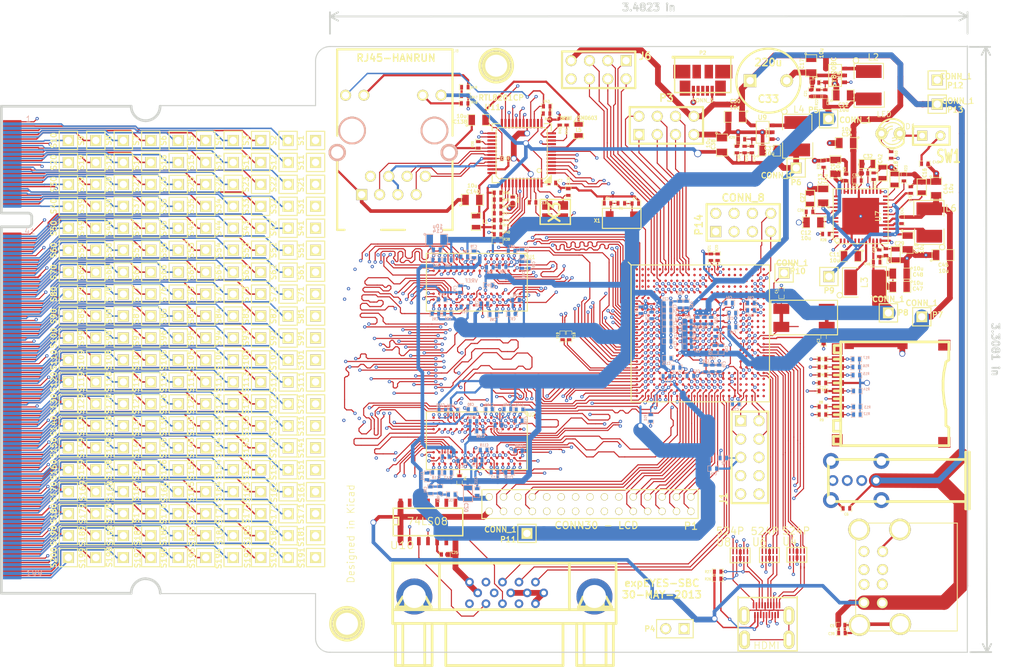
<source format=kicad_pcb>
(kicad_pcb (version 3) (host pcbnew "(2012-nov-02)-testing")
  (layers (15 TOP-L1 signal) (4 GND-L2 signal hide) (3 Sig1-L3 signal) (2 Sig2-L4 signal) (1 GND-L5 signal hide) (0 BOT-L6 signal) (18 B.Paste user) (19 F.Paste user) (20 B.SilkS user) (21 F.SilkS user) (22 B.Mask user) (23 F.Mask user) (28 Edge.Cuts user))
  (net 0 "")
  (net 1 /BA0)
  (net 2 /BA1)
  (net 3 /BA2)
  (net 4 /CK)
  (net 5 /CK#)
  (net 6 /CKE)
  (net 7 /CS#)
  (net 8 /DQ0)
  (net 9 /DQ1)
  (net 10 /DQ10)
  (net 11 /DQ11)
  (net 12 /DQ12)
  (net 13 /DQ13)
  (net 14 /DQ14)
  (net 15 /DQ15)
  (net 16 /DQ16)
  (net 17 /DQ17)
  (net 18 /DQ18)
  (net 19 /DQ19)
  (net 20 /DQ2)
  (net 21 /DQ20)
  (net 22 /DQ21)
  (net 23 /DQ22)
  (net 24 /DQ23)
  (net 25 /DQ24)
  (net 26 /DQ25)
  (net 27 /DQ26)
  (net 28 /DQ27)
  (net 29 /DQ28)
  (net 30 /DQ29)
  (net 31 /DQ3)
  (net 32 /DQ30)
  (net 33 /DQ31)
  (net 34 /DQ4)
  (net 35 /DQ5)
  (net 36 /DQ6)
  (net 37 /DQ7)
  (net 38 /DQ8)
  (net 39 /DQ9)
  (net 40 /EXTEN)
  (net 41 /HCEC)
  (net 42 /HHPD)
  (net 43 /HSCL)
  (net 44 /HSDA)
  (net 45 /HTX0N)
  (net 46 /HTX0P)
  (net 47 /HTX1N)
  (net 48 /HTX1P)
  (net 49 /HTX2N)
  (net 50 /HTX2P)
  (net 51 /HTXCN)
  (net 52 /HTXCP)
  (net 53 /J_CK0)
  (net 54 /J_DI0)
  (net 55 /J_DO0)
  (net 56 /J_MS0)
  (net 57 /LCLK)
  (net 58 /LD0)
  (net 59 /LD1)
  (net 60 /LD10)
  (net 61 /LD11)
  (net 62 /LD12)
  (net 63 /LD13)
  (net 64 /LD14)
  (net 65 /LD15)
  (net 66 /LD16)
  (net 67 /LD17)
  (net 68 /LD18)
  (net 69 /LD19)
  (net 70 /LD2)
  (net 71 /LD20)
  (net 72 /LD21)
  (net 73 /LD22)
  (net 74 /LD23)
  (net 75 /LD3)
  (net 76 /LD4)
  (net 77 /LD5)
  (net 78 /LD6)
  (net 79 /LD7)
  (net 80 /LD8)
  (net 81 /LD9)
  (net 82 /LDE)
  (net 83 /LHSYN)
  (net 84 /LIN_L)
  (net 85 /LIN_R)
  (net 86 /LVSYN)
  (net 87 /MICIN1)
  (net 88 /MICIN2)
  (net 89 /NMI#)
  (net 90 /ODT)
  (net 91 /PE0)
  (net 92 /PE1)
  (net 93 /PE2)
  (net 94 /PE3)
  (net 95 /PE4)
  (net 96 /PE5)
  (net 97 /PE6)
  (net 98 /PE7)
  (net 99 /RESET#)
  (net 100 /SA0)
  (net 101 /SA1)
  (net 102 /SA10)
  (net 103 /SA11)
  (net 104 /SA12)
  (net 105 /SA13)
  (net 106 /SA14)
  (net 107 /SA2)
  (net 108 /SA3)
  (net 109 /SA4)
  (net 110 /SA5)
  (net 111 /SA6)
  (net 112 /SA7)
  (net 113 /SA8)
  (net 114 /SA9)
  (net 115 /SCAS)
  (net 116 /SCK)
  (net 117 /SCK#)
  (net 118 /SDQM0)
  (net 119 /SDQM1)
  (net 120 /SDQM2)
  (net 121 /SDQM3)
  (net 122 /SDQS0)
  (net 123 /SDQS0#)
  (net 124 /SDQS1)
  (net 125 /SDQS1#)
  (net 126 /SDQS2)
  (net 127 /SDQS2#)
  (net 128 /SDQS3)
  (net 129 /SDQS3#)
  (net 130 /SRAS)
  (net 131 /SRST)
  (net 132 /SWE)
  (net 133 /TWI0SCK)
  (net 134 /TWI0SDA)
  (net 135 /U0Rx)
  (net 136 /U0Tx)
  (net 137 /U3RX)
  (net 138 /U3TX)
  (net 139 /U4RX)
  (net 140 /U4TX)
  (net 141 /U5RX)
  (net 142 /U5TX)
  (net 143 /USB1M)
  (net 144 /USB1P)
  (net 145 /USB2M)
  (net 146 /USB2P)
  (net 147 /VGA_B)
  (net 148 /VGA_G)
  (net 149 /VGA_R)
  (net 150 /VMIC)
  (net 151 /VRA1)
  (net 152 /VRA2)
  (net 153 /VRP)
  (net 154 /ethernet/ETHAVDD)
  (net 155 /ethernet/LED0)
  (net 156 /ethernet/LED4)
  (net 157 /ethernet/PFWBOUT)
  (net 158 /ethernet/RX+)
  (net 159 /ethernet/RX-)
  (net 160 /ethernet/TX+)
  (net 161 /ethernet/TX-)
  (net 162 1.25V)
  (net 163 1.2V)
  (net 164 3.3V)
  (net 165 5V_IN)
  (net 166 AVCC)
  (net 167 DRAM_REF)
  (net 168 DRAM_VCC)
  (net 169 ECOL)
  (net 170 ECRS)
  (net 171 EMDC)
  (net 172 EMDIO)
  (net 173 ERXCK)
  (net 174 ERXD0)
  (net 175 ERXD1)
  (net 176 ERXD2)
  (net 177 ERXD3)
  (net 178 ERXDV)
  (net 179 ERXERR)
  (net 180 ETXCK)
  (net 181 ETXD0)
  (net 182 ETXD1)
  (net 183 ETXD2)
  (net 184 ETXD3)
  (net 185 ETXEN)
  (net 186 ETXERR)
  (net 187 GND)
  (net 188 IPSOUT)
  (net 189 LDO1)
  (net 190 LDO3)
  (net 191 LDO4)
  (net 192 N-00000132)
  (net 193 N-00000133)
  (net 194 N-00000134)
  (net 195 N-00000139)
  (net 196 N-00000171)
  (net 197 N-00000185)
  (net 198 N-00000189)
  (net 199 N-00000190)
  (net 200 N-00000191)
  (net 201 N-00000192)
  (net 202 N-00000193)
  (net 203 N-00000194)
  (net 204 N-00000195)
  (net 205 N-00000196)
  (net 206 N-00000197)
  (net 207 N-00000199)
  (net 208 N-00000200)
  (net 209 N-00000201)
  (net 210 N-00000202)
  (net 211 N-00000203)
  (net 212 N-00000228)
  (net 213 N-00000263)
  (net 214 N-00000264)
  (net 215 N-00000265)
  (net 216 N-00000266)
  (net 217 N-00000267)
  (net 218 N-00000268)
  (net 219 N-00000276)
  (net 220 N-00000277)
  (net 221 N-00000294)
  (net 222 N-00000295)
  (net 223 N-00000296)
  (net 224 N-00000297)
  (net 225 N-0000030)
  (net 226 N-00000300)
  (net 227 N-00000301)
  (net 228 N-0000031)
  (net 229 N-0000032)
  (net 230 N-0000033)
  (net 231 N-0000034)
  (net 232 N-0000035)
  (net 233 N-0000036)
  (net 234 N-00000364)
  (net 235 N-0000037)
  (net 236 N-0000038)
  (net 237 N-0000039)
  (net 238 N-0000040)
  (net 239 N-00000409)
  (net 240 N-00000410)
  (net 241 N-00000411)
  (net 242 N-00000412)
  (net 243 N-00000413)
  (net 244 N-00000419)
  (net 245 N-00000421)
  (net 246 N-00000425)
  (net 247 N-00000427)
  (net 248 N-00000428)
  (net 249 N-00000429)
  (net 250 N-00000430)
  (net 251 N-00000431)
  (net 252 N-00000432)
  (net 253 N-00000433)
  (net 254 N-00000434)
  (net 255 N-0000053)
  (net 256 N-0000054)
  (net 257 N-0000088)
  (net 258 N-0000097)
  (net 259 N-0000098)
  (net 260 N-000176)
  (net 261 N-000177)
  (net 262 N-000178)
  (net 263 N-000179)
  (net 264 N-000180)
  (net 265 N-000181)
  (net 266 N-000182)
  (net 267 N-000183)
  (net 268 N-000184)
  (net 269 N-000185)
  (net 270 N-000186)
  (net 271 N-000187)
  (net 272 N-000188)
  (net 273 N-000189)
  (net 274 N-000190)
  (net 275 N-000191)
  (net 276 N-000192)
  (net 277 N-000193)
  (net 278 N-000194)
  (net 279 N-000195)
  (net 280 N-000196)
  (net 281 N-000197)
  (net 282 N-000198)
  (net 283 N-000199)
  (net 284 N-000200)
  (net 285 N-000201)
  (net 286 N-000202)
  (net 287 N-000203)
  (net 288 N-000204)
  (net 289 N-000205)
  (net 290 N-000206)
  (net 291 N-000207)
  (net 292 N-000208)
  (net 293 N-000209)
  (net 294 N-000210)
  (net 295 N-000211)
  (net 296 N-000212)
  (net 297 N-000213)
  (net 298 N-000214)
  (net 299 N-000215)
  (net 300 N-000216)
  (net 301 N-000217)
  (net 302 N-000218)
  (net 303 N-000219)
  (net 304 N-000220)
  (net 305 N-000221)
  (net 306 N-000222)
  (net 307 N-000223)
  (net 308 N-000224)
  (net 309 N-000225)
  (net 310 N-000226)
  (net 311 N-000227)
  (net 312 N-000228)
  (net 313 N-000229)
  (net 314 N-000230)
  (net 315 N-000231)
  (net 316 N-000232)
  (net 317 N-000233)
  (net 318 N-000234)
  (net 319 N-000235)
  (net 320 N-000236)
  (net 321 N-000237)
  (net 322 N-000238)
  (net 323 N-000239)
  (net 324 N-000240)
  (net 325 N-000241)
  (net 326 N-000242)
  (net 327 N-000243)
  (net 328 N-000244)
  (net 329 N-000245)
  (net 330 N-000246)
  (net 331 N-000247)
  (net 332 N-000248)
  (net 333 N-000249)
  (net 334 N-000250)
  (net 335 N-000251)
  (net 336 N-000252)
  (net 337 N-000253)
  (net 338 N-000255)
  (net 339 N-000256)
  (net 340 N-000257)
  (net 341 N-000258)
  (net 342 N-000259)
  (net 343 N-000260)
  (net 344 N-000261)
  (net 345 N-000262)
  (net 346 N-000263)
  (net 347 N-000264)
  (net 348 N-000265)
  (net 349 N-000614)
  (net 350 N-000687)
  (net 351 N-000688)
  (net 352 N-000689)
  (net 353 N-000690)
  (net 354 N-000691)
  (net 355 N-000692)
  (net 356 N-000693)
  (net 357 N-000694)
  (net 358 N-000695)
  (net 359 N-000696)
  (net 360 N-000697)
  (net 361 N-000698)
  (net 362 N-000699)
  (net 363 N-000700)
  (net 364 N-000701)
  (net 365 N-000702)
  (net 366 N-000703)
  (net 367 N-000704)
  (net 368 N-000705)
  (net 369 N-000706)
  (net 370 N-000707)
  (net 371 N-000708)
  (net 372 N-000709)
  (net 373 N-000710)
  (net 374 N-000711)
  (net 375 N-000712)
  (net 376 N-000713)
  (net 377 N-000714)
  (net 378 N-000715)
  (net 379 N-000716)
  (net 380 N-000717)
  (net 381 N-000744)
  (net 382 N-000745)
  (net 383 N-000746)
  (net 384 N-000747)
  (net 385 N-000748)
  (net 386 N-000749)
  (net 387 N-000750)
  (net 388 N-000751)
  (net 389 N-000767)
  (net 390 N-000768)
  (net 391 N-000769)
  (net 392 N-000770)
  (net 393 N-000771)
  (net 394 N-000772)
  (net 395 N-000773)
  (net 396 N-000774)
  (net 397 N-000775)
  (net 398 N-000776)
  (net 399 N-000777)
  (net 400 N-000778)
  (net 401 N-000779)
  (net 402 N-000780)
  (net 403 N-000781)
  (net 404 N-000782)
  (net 405 N-000783)
  (net 406 N-000784)
  (net 407 N-000785)
  (net 408 N-000786)
  (net 409 N-000787)
  (net 410 N-000788)
  (net 411 N-000789)
  (net 412 N-000790)
  (net 413 N-000791)
  (net 414 N-000792)
  (net 415 N-000793)
  (net 416 N-000794)
  (net 417 N-000795)
  (net 418 N-000796)
  (net 419 N-000797)
  (net 420 N-000798)
  (net 421 N-000799)
  (net 422 N-000800)
  (net 423 N-000801)
  (net 424 N-000802)
  (net 425 N-000803)
  (net 426 N-000804)
  (net 427 N-000805)
  (net 428 N-000806)
  (net 429 N-000807)
  (net 430 N-000808)
  (net 431 N-000809)
  (net 432 N-000810)
  (net 433 N-000811)
  (net 434 N-000812)
  (net 435 N-000813)
  (net 436 N-000814)
  (net 437 N-000815)
  (net 438 N-000816)
  (net 439 N-000817)
  (net 440 N-000818)
  (net 441 N-000819)
  (net 442 N-000820)
  (net 443 N-000821)
  (net 444 N-000822)
  (net 445 N-000823)
  (net 446 N-000824)
  (net 447 N-000825)
  (net 448 N-000826)
  (net 449 N-000827)
  (net 450 N-000828)
  (net 451 N-000829)
  (net 452 N-000830)
  (net 453 N-000831)
  (net 454 N-000832)
  (net 455 N-000833)
  (net 456 N-000834)
  (net 457 N-000835)
  (net 458 N-000836)
  (net 459 N-000837)
  (module m-pad-2.1-SODIMM200-JAE (layer TOP-L1) (at 103.45314 116.95048 270)
    (fp_text reference SO1 hide)
    (fp_text value SODIMM200_EDGE_D hide)
    (fp_text user 1 (at -32.02432 1.89738 360) (layer B.SilkS) (effects (font (size 0.8128 0.8128) (thickness 0.0889))))
    (fp_text user 199 (at 31.05658 1.09474 360) (layer B.SilkS) (effects (font (size 0.8128 0.8128) (thickness 0.0889))))
    (fp_text user 41 (at -16.42364 1.6891 360) (layer B.SilkS) (effects (font (size 0.8128 0.8128) (thickness 0.0889))))
    (pad 1 smd rect (at -31.64586 4.14782 270) (size 0.44958 2.54762) (layers TOP-L1 F.Paste F.Mask) (net 324 N-000240))
    (pad 2 smd rect (at -31.33598 4.14782 270) (size 0.44958 2.54762) (layers BOT-L6 F.Paste F.Mask) (net 435 N-000813))
    (pad 3 smd rect (at -31.04896 4.14782 270) (size 0.44958 2.54762) (layers TOP-L1 F.Paste F.Mask) (net 310 N-000226))
    (pad 4 smd rect (at -30.73908 4.14782 270) (size 0.44958 2.54762) (layers BOT-L6 F.Paste F.Mask) (net 421 N-000799))
    (pad 5 smd rect (at -30.44952 4.14782 270) (size 0.44958 2.54762) (layers TOP-L1 F.Paste F.Mask) (net 322 N-000238))
    (pad 6 smd rect (at -30.13964 4.14782 270) (size 0.44958 2.54762) (layers BOT-L6 F.Paste F.Mask) (net 433 N-000811))
    (pad 7 smd rect (at -29.84754 4.14782 270) (size 0.44958 2.54762) (layers TOP-L1 F.Paste F.Mask) (net 321 N-000237))
    (pad 8 smd rect (at -29.53766 4.14782 270) (size 0.44958 2.54762) (layers BOT-L6 F.Paste F.Mask) (net 432 N-000810))
    (pad 9 smd rect (at -29.2481 4.14782 270) (size 0.44958 2.54762) (layers TOP-L1 F.Paste F.Mask) (net 320 N-000236))
    (pad 10 smd rect (at -28.93822 4.14782 270) (size 0.44958 2.54762) (layers BOT-L6 F.Paste F.Mask) (net 431 N-000809))
    (pad 11 smd rect (at -28.64866 4.14782 270) (size 0.44958 2.54762) (layers TOP-L1 F.Paste F.Mask) (net 319 N-000235))
    (pad 12 smd rect (at -28.33878 4.14782 270) (size 0.44958 2.54762) (layers BOT-L6 F.Paste F.Mask) (net 430 N-000808))
    (pad 13 smd rect (at -28.04922 4.14782 270) (size 0.44958 2.54762) (layers TOP-L1 F.Paste F.Mask) (net 318 N-000234))
    (pad 14 smd rect (at -27.73934 4.14782 270) (size 0.44958 2.54762) (layers BOT-L6 F.Paste F.Mask) (net 429 N-000807))
    (pad 15 smd rect (at -27.44978 4.14782 270) (size 0.44958 2.54762) (layers TOP-L1 F.Paste F.Mask) (net 317 N-000233))
    (pad 16 smd rect (at -27.1399 4.14782 270) (size 0.44958 2.54762) (layers BOT-L6 F.Paste F.Mask) (net 428 N-000806))
    (pad 17 smd rect (at -26.8478 4.14782 270) (size 0.44958 2.54762) (layers TOP-L1 F.Paste F.Mask) (net 316 N-000232))
    (pad 18 smd rect (at -26.53792 4.14782 270) (size 0.44958 2.54762) (layers BOT-L6 F.Paste F.Mask) (net 427 N-000805))
    (pad 19 smd rect (at -26.24836 4.14782 270) (size 0.44958 2.54762) (layers TOP-L1 F.Paste F.Mask) (net 315 N-000231))
    (pad 20 smd rect (at -25.93848 4.14782 270) (size 0.44958 2.54762) (layers BOT-L6 F.Paste F.Mask) (net 426 N-000804))
    (pad 21 smd rect (at -25.64892 4.14782 270) (size 0.44958 2.54762) (layers TOP-L1 F.Paste F.Mask) (net 314 N-000230))
    (pad 22 smd rect (at -25.33904 4.14782 270) (size 0.44958 2.54762) (layers BOT-L6 F.Paste F.Mask) (net 425 N-000803))
    (pad 23 smd rect (at -25.04948 4.14782 270) (size 0.44958 2.54762) (layers TOP-L1 F.Paste F.Mask) (net 313 N-000229))
    (pad 24 smd rect (at -24.7396 4.14782 270) (size 0.44958 2.54762) (layers BOT-L6 F.Paste F.Mask) (net 424 N-000802))
    (pad 25 smd rect (at -24.4475 4.14782 270) (size 0.44958 2.54762) (layers TOP-L1 F.Paste F.Mask) (net 312 N-000228))
    (pad 26 smd rect (at -24.13762 4.14782 270) (size 0.44958 2.54762) (layers BOT-L6 F.Paste F.Mask) (net 423 N-000801))
    (pad 27 smd rect (at -23.84806 4.14782 270) (size 0.44958 2.54762) (layers TOP-L1 F.Paste F.Mask) (net 311 N-000227))
    (pad 28 smd rect (at -23.53818 4.14782 270) (size 0.44958 2.54762) (layers BOT-L6 F.Paste F.Mask) (net 422 N-000800))
    (pad 29 smd rect (at -23.24862 4.14782 270) (size 0.44958 2.54762) (layers TOP-L1 F.Paste F.Mask) (net 323 N-000239))
    (pad 30 smd rect (at -22.93874 4.14782 270) (size 0.44958 2.54762) (layers BOT-L6 F.Paste F.Mask) (net 434 N-000812))
    (pad 31 smd rect (at -22.64918 4.14782 270) (size 0.44958 2.54762) (layers TOP-L1 F.Paste F.Mask) (net 348 N-000265))
    (pad 32 smd rect (at -22.3393 4.14782 270) (size 0.44958 2.54762) (layers BOT-L6 F.Paste F.Mask) (net 459 N-000837))
    (pad 33 smd rect (at -22.04974 4.14782 270) (size 0.44958 2.54762) (layers TOP-L1 F.Paste F.Mask) (net 347 N-000264))
    (pad 34 smd rect (at -21.73986 4.14782 270) (size 0.44958 2.54762) (layers BOT-L6 F.Paste F.Mask) (net 458 N-000836))
    (pad 35 smd rect (at -21.44776 4.14782 270) (size 0.44958 2.54762) (layers TOP-L1 F.Paste F.Mask) (net 346 N-000263))
    (pad 36 smd rect (at -21.13788 4.14782 270) (size 0.44958 2.54762) (layers BOT-L6 F.Paste F.Mask) (net 457 N-000835))
    (pad 37 smd rect (at -20.84832 4.14782 270) (size 0.44958 2.54762) (layers TOP-L1 F.Paste F.Mask) (net 345 N-000262))
    (pad 38 smd rect (at -20.53844 4.14782 270) (size 0.44958 2.54762) (layers BOT-L6 F.Paste F.Mask) (net 456 N-000834))
    (pad 39 smd rect (at -20.24888 4.14782 270) (size 0.44958 2.54762) (layers TOP-L1 F.Paste F.Mask) (net 344 N-000261))
    (pad 40 smd rect (at -19.939 4.14782 270) (size 0.44958 2.54762) (layers BOT-L6 F.Paste F.Mask) (net 455 N-000833))
    (pad 41 smd rect (at -16.03756 4.14782 270) (size 0.44958 2.54762) (layers TOP-L1 F.Paste F.Mask) (net 343 N-000260))
    (pad 42 smd rect (at -15.73784 4.14782 270) (size 0.44958 2.54762) (layers BOT-L6 F.Paste F.Mask) (net 454 N-000832))
    (pad 43 smd rect (at -15.44828 4.14782 270) (size 0.44958 2.54762) (layers TOP-L1 F.Paste F.Mask) (net 342 N-000259))
    (pad 44 smd rect (at -15.1384 4.14782 270) (size 0.44958 2.54762) (layers BOT-L6 F.Paste F.Mask) (net 453 N-000831))
    (pad 45 smd rect (at -14.84884 4.14782 270) (size 0.44958 2.54762) (layers TOP-L1 F.Paste F.Mask) (net 341 N-000258))
    (pad 46 smd rect (at -14.53896 4.14782 270) (size 0.44958 2.54762) (layers BOT-L6 F.Paste F.Mask) (net 452 N-000830))
    (pad 47 smd rect (at -14.2494 4.14782 270) (size 0.44958 2.54762) (layers TOP-L1 F.Paste F.Mask) (net 340 N-000257))
    (pad 48 smd rect (at -13.93952 4.14782 270) (size 0.44958 2.54762) (layers BOT-L6 F.Paste F.Mask) (net 451 N-000829))
    (pad 49 smd rect (at -13.64996 4.14782 270) (size 0.44958 2.54762) (layers TOP-L1 F.Paste F.Mask) (net 339 N-000256))
    (pad 50 smd rect (at -13.33754 4.14782 270) (size 0.44958 2.54762) (layers BOT-L6 F.Paste F.Mask) (net 450 N-000828))
    (pad 51 smd rect (at -13.04798 4.14782 270) (size 0.44958 2.54762) (layers TOP-L1 F.Paste F.Mask) (net 338 N-000255))
    (pad 52 smd rect (at -12.7381 4.14782 270) (size 0.44958 2.54762) (layers BOT-L6 F.Paste F.Mask) (net 449 N-000827))
    (pad 53 smd rect (at -12.44854 4.14782 270) (size 0.44958 2.54762) (layers TOP-L1 F.Paste F.Mask) (net 325 N-000241))
    (pad 54 smd rect (at -12.13866 4.14782 270) (size 0.44958 2.54762) (layers BOT-L6 F.Paste F.Mask) (net 436 N-000814))
    (pad 55 smd rect (at -11.8491 4.14782 270) (size 0.44958 2.54762) (layers TOP-L1 F.Paste F.Mask) (net 337 N-000253))
    (pad 56 smd rect (at -11.53922 4.14782 270) (size 0.44958 2.54762) (layers BOT-L6 F.Paste F.Mask) (net 448 N-000826))
    (pad 57 smd rect (at -11.24966 4.14782 270) (size 0.44958 2.54762) (layers TOP-L1 F.Paste F.Mask) (net 336 N-000252))
    (pad 58 smd rect (at -10.93978 4.14782 270) (size 0.44958 2.54762) (layers BOT-L6 F.Paste F.Mask) (net 447 N-000825))
    (pad 59 smd rect (at -10.64768 4.14782 270) (size 0.44958 2.54762) (layers TOP-L1 F.Paste F.Mask) (net 335 N-000251))
    (pad 60 smd rect (at -10.3378 4.14782 270) (size 0.44958 2.54762) (layers BOT-L6 F.Paste F.Mask) (net 446 N-000824))
    (pad 61 smd rect (at -10.04824 4.14782 270) (size 0.44958 2.54762) (layers TOP-L1 F.Paste F.Mask) (net 334 N-000250))
    (pad 62 smd rect (at -9.73836 4.14782 270) (size 0.44958 2.54762) (layers BOT-L6 F.Paste F.Mask) (net 445 N-000823))
    (pad 63 smd rect (at -9.4488 4.14782 270) (size 0.44958 2.54762) (layers TOP-L1 F.Paste F.Mask) (net 333 N-000249))
    (pad 64 smd rect (at -9.13892 4.14782 270) (size 0.44958 2.54762) (layers BOT-L6 F.Paste F.Mask) (net 444 N-000822))
    (pad 65 smd rect (at -8.84936 4.14782 270) (size 0.44958 2.54762) (layers TOP-L1 F.Paste F.Mask) (net 332 N-000248))
    (pad 66 smd rect (at -8.53948 4.14782 270) (size 0.44958 2.54762) (layers BOT-L6 F.Paste F.Mask) (net 443 N-000821))
    (pad 67 smd rect (at -8.24992 4.14782 270) (size 0.44958 2.54762) (layers TOP-L1 F.Paste F.Mask) (net 331 N-000247))
    (pad 68 smd rect (at -7.9375 4.14782 270) (size 0.44958 2.54762) (layers BOT-L6 F.Paste F.Mask) (net 442 N-000820))
    (pad 69 smd rect (at -7.64794 4.14782 270) (size 0.44958 2.54762) (layers TOP-L1 F.Paste F.Mask) (net 330 N-000246))
    (pad 70 smd rect (at -7.33806 4.14782 270) (size 0.44958 2.54762) (layers BOT-L6 F.Paste F.Mask) (net 441 N-000819))
    (pad 71 smd rect (at -7.0485 4.14782 270) (size 0.44958 2.54762) (layers TOP-L1 F.Paste F.Mask) (net 329 N-000245))
    (pad 72 smd rect (at -6.73862 4.14782 270) (size 0.44958 2.54762) (layers BOT-L6 F.Paste F.Mask) (net 440 N-000818))
    (pad 73 smd rect (at -6.44906 4.14782 270) (size 0.44958 2.54762) (layers TOP-L1 F.Paste F.Mask) (net 328 N-000244))
    (pad 74 smd rect (at -6.13918 4.14782 270) (size 0.44958 2.54762) (layers BOT-L6 F.Paste F.Mask) (net 439 N-000817))
    (pad 75 smd rect (at -5.84962 4.14782 270) (size 0.44958 2.54762) (layers TOP-L1 F.Paste F.Mask) (net 327 N-000243))
    (pad 76 smd rect (at -5.53974 4.14782 270) (size 0.44958 2.54762) (layers BOT-L6 F.Paste F.Mask) (net 438 N-000816))
    (pad 77 smd rect (at -5.24764 4.14782 270) (size 0.44958 2.54762) (layers TOP-L1 F.Paste F.Mask) (net 326 N-000242))
    (pad 78 smd rect (at -4.93776 4.14782 270) (size 0.44958 2.54762) (layers BOT-L6 F.Paste F.Mask) (net 437 N-000815))
    (pad 79 smd rect (at -4.6482 4.14782 270) (size 0.44958 2.54762) (layers TOP-L1 F.Paste F.Mask) (net 298 N-000214))
    (pad 80 smd rect (at -4.33832 4.14782 270) (size 0.44958 2.54762) (layers BOT-L6 F.Paste F.Mask) (net 414 N-000792))
    (pad 81 smd rect (at -4.04876 4.14782 270) (size 0.44958 2.54762) (layers TOP-L1 F.Paste F.Mask) (net 284 N-000200))
    (pad 82 smd rect (at -3.73888 4.14782 270) (size 0.44958 2.54762) (layers BOT-L6 F.Paste F.Mask) (net 413 N-000791))
    (pad 83 smd rect (at -3.44932 4.14782 270) (size 0.44958 2.54762) (layers TOP-L1 F.Paste F.Mask) (net 283 N-000199))
    (pad 84 smd rect (at -3.13944 4.14782 270) (size 0.44958 2.54762) (layers BOT-L6 F.Paste F.Mask) (net 412 N-000790))
    (pad 85 smd rect (at -2.84988 4.14782 270) (size 0.44958 2.54762) (layers TOP-L1 F.Paste F.Mask) (net 282 N-000198))
    (pad 86 smd rect (at -2.54 4.14782 270) (size 0.44958 2.54762) (layers BOT-L6 F.Paste F.Mask) (net 411 N-000789))
    (pad 87 smd rect (at -2.2479 4.14782 270) (size 0.44958 2.54762) (layers TOP-L1 F.Paste F.Mask) (net 281 N-000197))
    (pad 88 smd rect (at -1.93802 4.14782 270) (size 0.44958 2.54762) (layers BOT-L6 F.Paste F.Mask) (net 410 N-000788))
    (pad 89 smd rect (at -1.64846 4.14782 270) (size 0.44958 2.54762) (layers TOP-L1 F.Paste F.Mask) (net 280 N-000196))
    (pad 90 smd rect (at -1.33858 4.14782 270) (size 0.44958 2.54762) (layers BOT-L6 F.Paste F.Mask) (net 409 N-000787))
    (pad 91 smd rect (at -1.04902 4.14782 270) (size 0.44958 2.54762) (layers TOP-L1 F.Paste F.Mask) (net 279 N-000195))
    (pad 92 smd rect (at -0.73914 4.14782 270) (size 0.44958 2.54762) (layers BOT-L6 F.Paste F.Mask) (net 408 N-000786))
    (pad 93 smd rect (at -0.44958 4.14782 270) (size 0.44958 2.54762) (layers TOP-L1 F.Paste F.Mask) (net 278 N-000194))
    (pad 94 smd rect (at -0.1397 4.14782 270) (size 0.44958 2.54762) (layers BOT-L6 F.Paste F.Mask) (net 407 N-000785))
    (pad 95 smd rect (at 0.14986 4.14782 270) (size 0.44958 2.54762) (layers TOP-L1 F.Paste F.Mask) (net 277 N-000193))
    (pad 96 smd rect (at 0.45974 4.14782 270) (size 0.44958 2.54762) (layers BOT-L6 F.Paste F.Mask) (net 406 N-000784))
    (pad 97 smd rect (at 0.7493 4.14782 270) (size 0.44958 2.54762) (layers TOP-L1 F.Paste F.Mask) (net 276 N-000192))
    (pad 98 smd rect (at 1.05918 4.14782 270) (size 0.44958 2.54762) (layers BOT-L6 F.Paste F.Mask) (net 405 N-000783))
    (pad 99 smd rect (at 1.34874 4.14782 270) (size 0.44958 2.54762) (layers TOP-L1 F.Paste F.Mask) (net 275 N-000191))
    (pad 100 smd rect (at 1.65862 4.14782 270) (size 0.44958 2.54762) (layers BOT-L6 F.Paste F.Mask) (net 404 N-000782))
    (pad 101 smd rect (at 1.94818 4.14782 270) (size 0.44958 2.54762) (layers TOP-L1 F.Paste F.Mask) (net 274 N-000190))
    (pad 102 smd rect (at 2.25806 4.14782 270) (size 0.44958 2.54762) (layers BOT-L6 F.Paste F.Mask) (net 403 N-000781))
    (pad 103 smd rect (at 2.54762 4.14782 270) (size 0.44958 2.54762) (layers TOP-L1 F.Paste F.Mask) (net 260 N-000176))
    (pad 104 smd rect (at 2.8575 4.14782 270) (size 0.44958 2.54762) (layers BOT-L6 F.Paste F.Mask) (net 389 N-000767))
    (pad 105 smd rect (at 3.1496 4.14782 270) (size 0.44958 2.54762) (layers TOP-L1 F.Paste F.Mask) (net 272 N-000188))
    (pad 106 smd rect (at 3.45948 4.14782 270) (size 0.44958 2.54762) (layers BOT-L6 F.Paste F.Mask) (net 401 N-000779))
    (pad 107 smd rect (at 3.74904 4.14782 270) (size 0.44958 2.54762) (layers TOP-L1 F.Paste F.Mask) (net 271 N-000187))
    (pad 108 smd rect (at 4.05892 4.14782 270) (size 0.44958 2.54762) (layers BOT-L6 F.Paste F.Mask) (net 400 N-000778))
    (pad 109 smd rect (at 4.34848 4.14782 270) (size 0.44958 2.54762) (layers TOP-L1 F.Paste F.Mask) (net 270 N-000186))
    (pad 110 smd rect (at 4.65836 4.14782 270) (size 0.44958 2.54762) (layers BOT-L6 F.Paste F.Mask) (net 399 N-000777))
    (pad 111 smd rect (at 4.94792 4.14782 270) (size 0.44958 2.54762) (layers TOP-L1 F.Paste F.Mask) (net 269 N-000185))
    (pad 112 smd rect (at 5.2578 4.14782 270) (size 0.44958 2.54762) (layers BOT-L6 F.Paste F.Mask) (net 398 N-000776))
    (pad 113 smd rect (at 5.5499 4.14782 270) (size 0.44958 2.54762) (layers TOP-L1 F.Paste F.Mask) (net 268 N-000184))
    (pad 114 smd rect (at 5.85978 4.14782 270) (size 0.44958 2.54762) (layers BOT-L6 F.Paste F.Mask) (net 397 N-000775))
    (pad 115 smd rect (at 6.14934 4.14782 270) (size 0.44958 2.54762) (layers TOP-L1 F.Paste F.Mask) (net 267 N-000183))
    (pad 116 smd rect (at 6.45922 4.14782 270) (size 0.44958 2.54762) (layers BOT-L6 F.Paste F.Mask) (net 396 N-000774))
    (pad 117 smd rect (at 6.74878 4.14782 270) (size 0.44958 2.54762) (layers TOP-L1 F.Paste F.Mask) (net 266 N-000182))
    (pad 118 smd rect (at 7.05866 4.14782 270) (size 0.44958 2.54762) (layers BOT-L6 F.Paste F.Mask) (net 395 N-000773))
    (pad 119 smd rect (at 7.34822 4.14782 270) (size 0.44958 2.54762) (layers TOP-L1 F.Paste F.Mask) (net 265 N-000181))
    (pad 120 smd rect (at 7.6581 4.14782 270) (size 0.44958 2.54762) (layers BOT-L6 F.Paste F.Mask) (net 394 N-000772))
    (pad 121 smd rect (at 7.94766 4.14782 270) (size 0.44958 2.54762) (layers TOP-L1 F.Paste F.Mask) (net 264 N-000180))
    (pad 122 smd rect (at 8.25754 4.14782 270) (size 0.44958 2.54762) (layers BOT-L6 F.Paste F.Mask) (net 393 N-000771))
    (pad 123 smd rect (at 8.54964 4.14782 270) (size 0.44958 2.54762) (layers TOP-L1 F.Paste F.Mask) (net 263 N-000179))
    (pad 124 smd rect (at 8.85952 4.14782 270) (size 0.44958 2.54762) (layers BOT-L6 F.Paste F.Mask) (net 392 N-000770))
    (pad 125 smd rect (at 9.14908 4.14782 270) (size 0.44958 2.54762) (layers TOP-L1 F.Paste F.Mask) (net 262 N-000178))
    (pad 126 smd rect (at 9.45896 4.14782 270) (size 0.44958 2.54762) (layers BOT-L6 F.Paste F.Mask) (net 391 N-000769))
    (pad 127 smd rect (at 9.74852 4.14782 270) (size 0.44958 2.54762) (layers TOP-L1 F.Paste F.Mask) (net 261 N-000177))
    (pad 128 smd rect (at 10.0584 4.14782 270) (size 0.44958 2.54762) (layers BOT-L6 F.Paste F.Mask) (net 390 N-000768))
    (pad 129 smd rect (at 10.34796 4.14782 270) (size 0.44958 2.54762) (layers TOP-L1 F.Paste F.Mask) (net 273 N-000189))
    (pad 130 smd rect (at 10.65784 4.14782 270) (size 0.44958 2.54762) (layers BOT-L6 F.Paste F.Mask) (net 402 N-000780))
    (pad 131 smd rect (at 10.94994 4.14782 270) (size 0.44958 2.54762) (layers TOP-L1 F.Paste F.Mask) (net 309 N-000225))
    (pad 132 smd rect (at 11.25982 4.14782 270) (size 0.44958 2.54762) (layers BOT-L6 F.Paste F.Mask) (net 420 N-000798))
    (pad 133 smd rect (at 11.54938 4.14782 270) (size 0.44958 2.54762) (layers TOP-L1 F.Paste F.Mask) (net 308 N-000224))
    (pad 134 smd rect (at 11.85926 4.14782 270) (size 0.44958 2.54762) (layers BOT-L6 F.Paste F.Mask) (net 419 N-000797))
    (pad 135 smd rect (at 12.14882 4.14782 270) (size 0.44958 2.54762) (layers TOP-L1 F.Paste F.Mask) (net 307 N-000223))
    (pad 136 smd rect (at 12.4587 4.14782 270) (size 0.44958 2.54762) (layers BOT-L6 F.Paste F.Mask) (net 418 N-000796))
    (pad 137 smd rect (at 12.74826 4.14782 270) (size 0.44958 2.54762) (layers TOP-L1 F.Paste F.Mask) (net 306 N-000222))
    (pad 138 smd rect (at 13.05814 4.14782 270) (size 0.44958 2.54762) (layers BOT-L6 F.Paste F.Mask) (net 417 N-000795))
    (pad 139 smd rect (at 13.3477 4.14782 270) (size 0.44958 2.54762) (layers TOP-L1 F.Paste F.Mask) (net 305 N-000221))
    (pad 140 smd rect (at 13.65758 4.14782 270) (size 0.44958 2.54762) (layers BOT-L6 F.Paste F.Mask) (net 416 N-000794))
    (pad 141 smd rect (at 13.94968 4.14782 270) (size 0.44958 2.54762) (layers TOP-L1 F.Paste F.Mask) (net 304 N-000220))
    (pad 142 smd rect (at 14.25956 4.14782 270) (size 0.44958 2.54762) (layers BOT-L6 F.Paste F.Mask) (net 415 N-000793))
    (pad 143 smd rect (at 14.54912 4.14782 270) (size 0.44958 2.54762) (layers TOP-L1 F.Paste F.Mask) (net 303 N-000219))
    (pad 144 smd rect (at 14.859 4.14782 270) (size 0.44958 2.54762) (layers BOT-L6 F.Paste F.Mask) (net 369 N-000706))
    (pad 145 smd rect (at 15.14856 4.14782 270) (size 0.44958 2.54762) (layers TOP-L1 F.Paste F.Mask) (net 302 N-000218))
    (pad 146 smd rect (at 15.45844 4.14782 270) (size 0.44958 2.54762) (layers BOT-L6 F.Paste F.Mask) (net 370 N-000707))
    (pad 147 smd rect (at 15.748 4.14782 270) (size 0.44958 2.54762) (layers TOP-L1 F.Paste F.Mask) (net 301 N-000217))
    (pad 148 smd rect (at 16.05788 4.14782 270) (size 0.44958 2.54762) (layers BOT-L6 F.Paste F.Mask) (net 371 N-000708))
    (pad 149 smd rect (at 16.34998 4.14782 270) (size 0.44958 2.54762) (layers TOP-L1 F.Paste F.Mask) (net 300 N-000216))
    (pad 150 smd rect (at 16.65986 4.14782 270) (size 0.44958 2.54762) (layers BOT-L6 F.Paste F.Mask) (net 372 N-000709))
    (pad 151 smd rect (at 16.94942 4.14782 270) (size 0.44958 2.54762) (layers TOP-L1 F.Paste F.Mask) (net 299 N-000215))
    (pad 152 smd rect (at 17.2593 4.14782 270) (size 0.44958 2.54762) (layers BOT-L6 F.Paste F.Mask) (net 373 N-000710))
    (pad 153 smd rect (at 17.54886 4.14782 270) (size 0.44958 2.54762) (layers TOP-L1 F.Paste F.Mask) (net 285 N-000201))
    (pad 154 smd rect (at 17.85874 4.14782 270) (size 0.44958 2.54762) (layers BOT-L6 F.Paste F.Mask) (net 374 N-000711))
    (pad 155 smd rect (at 18.1483 4.14782 270) (size 0.44958 2.54762) (layers TOP-L1 F.Paste F.Mask) (net 297 N-000213))
    (pad 156 smd rect (at 18.45818 4.14782 270) (size 0.44958 2.54762) (layers BOT-L6 F.Paste F.Mask) (net 368 N-000705))
    (pad 157 smd rect (at 18.74774 4.14782 270) (size 0.44958 2.54762) (layers TOP-L1 F.Paste F.Mask) (net 296 N-000212))
    (pad 158 smd rect (at 19.05762 4.14782 270) (size 0.44958 2.54762) (layers BOT-L6 F.Paste F.Mask) (net 376 N-000713))
    (pad 159 smd rect (at 19.34972 4.14782 270) (size 0.44958 2.54762) (layers TOP-L1 F.Paste F.Mask) (net 295 N-000211))
    (pad 160 smd rect (at 19.6596 4.14782 270) (size 0.44958 2.54762) (layers BOT-L6 F.Paste F.Mask) (net 377 N-000714))
    (pad 161 smd rect (at 19.94916 4.14782 270) (size 0.44958 2.54762) (layers TOP-L1 F.Paste F.Mask) (net 294 N-000210))
    (pad 162 smd rect (at 20.25904 4.14782 270) (size 0.44958 2.54762) (layers BOT-L6 F.Paste F.Mask) (net 378 N-000715))
    (pad 163 smd rect (at 20.5486 4.14782 270) (size 0.44958 2.54762) (layers TOP-L1 F.Paste F.Mask) (net 293 N-000209))
    (pad 164 smd rect (at 20.85848 4.14782 270) (size 0.44958 2.54762) (layers BOT-L6 F.Paste F.Mask) (net 379 N-000716))
    (pad 165 smd rect (at 21.14804 4.14782 270) (size 0.44958 2.54762) (layers TOP-L1 F.Paste F.Mask) (net 292 N-000208))
    (pad 166 smd rect (at 21.45792 4.14782 270) (size 0.44958 2.54762) (layers BOT-L6 F.Paste F.Mask) (net 380 N-000717))
    (pad 167 smd rect (at 21.74748 4.14782 270) (size 0.44958 2.54762) (layers TOP-L1 F.Paste F.Mask) (net 291 N-000207))
    (pad 168 smd rect (at 22.0599 4.14782 270) (size 0.44958 2.54762) (layers BOT-L6 F.Paste F.Mask) (net 356 N-000693))
    (pad 169 smd rect (at 22.34946 4.14782 270) (size 0.44958 2.54762) (layers TOP-L1 F.Paste F.Mask) (net 290 N-000206))
    (pad 170 smd rect (at 22.65934 4.14782 270) (size 0.44958 2.54762) (layers BOT-L6 F.Paste F.Mask) (net 350 N-000687))
    (pad 171 smd rect (at 22.9489 4.14782 270) (size 0.44958 2.54762) (layers TOP-L1 F.Paste F.Mask) (net 289 N-000205))
    (pad 172 smd rect (at 23.25878 4.14782 270) (size 0.44958 2.54762) (layers BOT-L6 F.Paste F.Mask) (net 351 N-000688))
    (pad 173 smd rect (at 23.54834 4.14782 270) (size 0.44958 2.54762) (layers TOP-L1 F.Paste F.Mask) (net 288 N-000204))
    (pad 174 smd rect (at 23.85822 4.14782 270) (size 0.44958 2.54762) (layers BOT-L6 F.Paste F.Mask) (net 352 N-000689))
    (pad 175 smd rect (at 24.14778 4.14782 270) (size 0.44958 2.54762) (layers TOP-L1 F.Paste F.Mask) (net 287 N-000203))
    (pad 176 smd rect (at 24.45766 4.14782 270) (size 0.44958 2.54762) (layers BOT-L6 F.Paste F.Mask) (net 353 N-000690))
    (pad 177 smd rect (at 24.74976 4.14782 270) (size 0.44958 2.54762) (layers TOP-L1 F.Paste F.Mask) (net 286 N-000202))
    (pad 178 smd rect (at 25.05964 4.14782 270) (size 0.44958 2.54762) (layers BOT-L6 F.Paste F.Mask) (net 354 N-000691))
    (pad 179 smd rect (at 25.3492 4.14782 270) (size 0.44958 2.54762) (layers TOP-L1 F.Paste F.Mask) (net 349 N-000614))
    (pad 180 smd rect (at 25.65908 4.14782 270) (size 0.44958 2.54762) (layers BOT-L6 F.Paste F.Mask) (net 355 N-000692))
    (pad 181 smd rect (at 25.94864 4.14782 270) (size 0.44958 2.54762) (layers TOP-L1 F.Paste F.Mask) (net 358 N-000695))
    (pad 182 smd rect (at 26.25852 4.14782 270) (size 0.44958 2.54762) (layers BOT-L6 F.Paste F.Mask) (net 357 N-000694))
    (pad 183 smd rect (at 26.54808 4.14782 270) (size 0.44958 2.54762) (layers TOP-L1 F.Paste F.Mask) (net 360 N-000697))
    (pad 184 smd rect (at 26.85796 4.14782 270) (size 0.44958 2.54762) (layers BOT-L6 F.Paste F.Mask) (net 359 N-000696))
    (pad 185 smd rect (at 27.14752 4.14782 270) (size 0.44958 2.54762) (layers TOP-L1 F.Paste F.Mask) (net 362 N-000699))
    (pad 186 smd rect (at 27.45994 4.14782 270) (size 0.44958 2.54762) (layers BOT-L6 F.Paste F.Mask) (net 361 N-000698))
    (pad 187 smd rect (at 27.7495 4.14782 270) (size 0.44958 2.54762) (layers TOP-L1 F.Paste F.Mask) (net 364 N-000701))
    (pad 188 smd rect (at 28.05938 4.14782 270) (size 0.44958 2.54762) (layers BOT-L6 F.Paste F.Mask) (net 363 N-000700))
    (pad 189 smd rect (at 28.34894 4.14782 270) (size 0.44958 2.54762) (layers TOP-L1 F.Paste F.Mask) (net 366 N-000703))
    (pad 190 smd rect (at 28.65882 4.14782 270) (size 0.44958 2.54762) (layers BOT-L6 F.Paste F.Mask) (net 365 N-000702))
    (pad 191 smd rect (at 28.94838 4.14782 270) (size 0.44958 2.54762) (layers TOP-L1 F.Paste F.Mask) (net 375 N-000712))
    (pad 192 smd rect (at 29.25826 4.14782 270) (size 0.44958 2.54762) (layers BOT-L6 F.Paste F.Mask) (net 367 N-000704))
    (pad 193 smd rect (at 29.54782 4.14782 270) (size 0.44958 2.54762) (layers TOP-L1 F.Paste F.Mask) (net 382 N-000745))
    (pad 194 smd rect (at 29.8577 4.14782 270) (size 0.44958 2.54762) (layers BOT-L6 F.Paste F.Mask) (net 381 N-000744))
    (pad 195 smd rect (at 30.1498 4.14782 270) (size 0.44958 2.54762) (layers TOP-L1 F.Paste F.Mask) (net 384 N-000747))
    (pad 196 smd rect (at 30.45968 4.14782 270) (size 0.44958 2.54762) (layers BOT-L6 F.Paste F.Mask) (net 383 N-000746))
    (pad 197 smd rect (at 30.74924 4.14782 270) (size 0.44958 2.54762) (layers TOP-L1 F.Paste F.Mask) (net 386 N-000749))
    (pad 198 smd rect (at 31.05912 4.14782 270) (size 0.44958 2.54762) (layers BOT-L6 F.Paste F.Mask) (net 385 N-000748))
    (pad 199 smd rect (at 31.34868 4.14782 270) (size 0.44958 2.54762) (layers TOP-L1 F.Paste F.Mask) (net 388 N-000751))
    (pad 200 smd rect (at 31.65856 4.14782 270) (size 0.44958 2.54762) (layers BOT-L6 F.Paste F.Mask) (net 387 N-000750))
  )
  (module 1pin (layer TOP-L1) (at 166.45 77.525 270)
    (fp_text reference "" (at 0 -3.048 270) (layer F.SilkS) (effects (font (size 1.016 1.016) (thickness 0.254))))
    (fp_text value P*** hide)
    (pad 1 thru_hole circle (at 0 0 270) (size 4.064 4.064) (drill 3.048) (layers *.Cu *.Mask F.SilkS))
  )
  (module 1pin (layer TOP-L1) (at 145.7495 155.0025 270)
    (fp_text reference "" (at 0 -3.048 270) (layer F.SilkS) (effects (font (size 1.016 1.016) (thickness 0.254))))
    (fp_text value P*** hide)
    (pad 1 thru_hole circle (at 0 0 270) (size 4.064 4.064) (drill 3.048) (layers *.Cu *.Mask F.SilkS))
  )
  (module PIN_CPU_PAD1 (layer TOP-L1) (at 107.0955 127.5245 270)
    (fp_text reference S140 (at 0 2.032 270) (layer F.SilkS) (effects (font (size 0.762 0.762) (thickness 0.1524))))
    (fp_text value P hide)
    (pad 1 thru_hole rect (at 0 0 270) (size 1.524 1.524) (drill 1.016) (layers *.Cu *.Mask F.SilkS) (net 416 N-000794))
  )
  (module PIN_CPU_PAD1 (layer TOP-L1) (at 114.7155 124.4765 270)
    (fp_text reference S128 (at 0 2.032 270) (layer F.SilkS) (effects (font (size 0.762 0.762) (thickness 0.1524))))
    (fp_text value P hide)
    (pad 1 thru_hole rect (at 0 0 270) (size 1.524 1.524) (drill 1.016) (layers *.Cu *.Mask F.SilkS) (net 390 N-000768))
  )
  (module PIN_CPU_PAD1 (layer TOP-L1) (at 118.5255 124.4765 270)
    (fp_text reference S127 (at 0 2.032 270) (layer F.SilkS) (effects (font (size 0.762 0.762) (thickness 0.1524))))
    (fp_text value P hide)
    (pad 1 thru_hole rect (at 0 0 270) (size 1.524 1.524) (drill 1.016) (layers *.Cu *.Mask F.SilkS) (net 261 N-000177))
  )
  (module PIN_CPU_PAD1 (layer TOP-L1) (at 107.0955 124.4765 270)
    (fp_text reference S130 (at 0 2.032 270) (layer F.SilkS) (effects (font (size 0.762 0.762) (thickness 0.1524))))
    (fp_text value P hide)
    (pad 1 thru_hole rect (at 0 0 270) (size 1.524 1.524) (drill 1.016) (layers *.Cu *.Mask F.SilkS) (net 402 N-000780))
  )
  (module PIN_CPU_PAD1 (layer TOP-L1) (at 110.9055 124.4765 270)
    (fp_text reference S129 (at 0 2.032 270) (layer F.SilkS) (effects (font (size 0.762 0.762) (thickness 0.1524))))
    (fp_text value P hide)
    (pad 1 thru_hole rect (at 0 0 270) (size 1.524 1.524) (drill 1.016) (layers *.Cu *.Mask F.SilkS) (net 273 N-000189))
  )
  (module PIN_CPU_PAD1 (layer TOP-L1) (at 137.5755 127.5245 270)
    (fp_text reference S132 (at 0 2.032 270) (layer F.SilkS) (effects (font (size 0.762 0.762) (thickness 0.1524))))
    (fp_text value P hide)
    (pad 1 thru_hole rect (at 0 0 270) (size 1.524 1.524) (drill 1.016) (layers *.Cu *.Mask F.SilkS) (net 420 N-000798))
  )
  (module PIN_CPU_PAD1 (layer TOP-L1) (at 141.3855 127.5245 270)
    (fp_text reference S131 (at 0 2.032 270) (layer F.SilkS) (effects (font (size 0.762 0.762) (thickness 0.1524))))
    (fp_text value P hide)
    (pad 1 thru_hole rect (at 0 0 270) (size 1.524 1.524) (drill 1.016) (layers *.Cu *.Mask F.SilkS) (net 309 N-000225))
  )
  (module PIN_CPU_PAD1 (layer TOP-L1) (at 129.9555 127.5245 270)
    (fp_text reference S134 (at 0 2.032 270) (layer F.SilkS) (effects (font (size 0.762 0.762) (thickness 0.1524))))
    (fp_text value P hide)
    (pad 1 thru_hole rect (at 0 0 270) (size 1.524 1.524) (drill 1.016) (layers *.Cu *.Mask F.SilkS) (net 419 N-000797))
  )
  (module PIN_CPU_PAD1 (layer TOP-L1) (at 133.7655 127.5245 270)
    (fp_text reference S133 (at 0 2.032 270) (layer F.SilkS) (effects (font (size 0.762 0.762) (thickness 0.1524))))
    (fp_text value P hide)
    (pad 1 thru_hole rect (at 0 0 270) (size 1.524 1.524) (drill 1.016) (layers *.Cu *.Mask F.SilkS) (net 308 N-000224))
  )
  (module PIN_CPU_PAD1 (layer TOP-L1) (at 122.3355 127.5245 270)
    (fp_text reference S136 (at 0 2.032 270) (layer F.SilkS) (effects (font (size 0.762 0.762) (thickness 0.1524))))
    (fp_text value P hide)
    (pad 1 thru_hole rect (at 0 0 270) (size 1.524 1.524) (drill 1.016) (layers *.Cu *.Mask F.SilkS) (net 418 N-000796))
  )
  (module PIN_CPU_PAD1 (layer TOP-L1) (at 126.1455 127.5245 270)
    (fp_text reference S135 (at 0 2.032 270) (layer F.SilkS) (effects (font (size 0.762 0.762) (thickness 0.1524))))
    (fp_text value P hide)
    (pad 1 thru_hole rect (at 0 0 270) (size 1.524 1.524) (drill 1.016) (layers *.Cu *.Mask F.SilkS) (net 307 N-000223))
  )
  (module PIN_CPU_PAD1 (layer TOP-L1) (at 114.7155 127.5245 270)
    (fp_text reference S138 (at 0 2.032 270) (layer F.SilkS) (effects (font (size 0.762 0.762) (thickness 0.1524))))
    (fp_text value P hide)
    (pad 1 thru_hole rect (at 0 0 270) (size 1.524 1.524) (drill 1.016) (layers *.Cu *.Mask F.SilkS) (net 417 N-000795))
  )
  (module PIN_CPU_PAD1 (layer TOP-L1) (at 118.5255 127.5245 270)
    (fp_text reference S137 (at 0 2.032 270) (layer F.SilkS) (effects (font (size 0.762 0.762) (thickness 0.1524))))
    (fp_text value P hide)
    (pad 1 thru_hole rect (at 0 0 270) (size 1.524 1.524) (drill 1.016) (layers *.Cu *.Mask F.SilkS) (net 306 N-000222))
  )
  (module PIN_CPU_PAD1 (layer TOP-L1) (at 126.1455 124.4765 270)
    (fp_text reference S125 (at 0 2.032 270) (layer F.SilkS) (effects (font (size 0.762 0.762) (thickness 0.1524))))
    (fp_text value P hide)
    (pad 1 thru_hole rect (at 0 0 270) (size 1.524 1.524) (drill 1.016) (layers *.Cu *.Mask F.SilkS) (net 262 N-000178))
  )
  (module PIN_CPU_PAD1 (layer TOP-L1) (at 110.9055 127.5245 270)
    (fp_text reference S139 (at 0 2.032 270) (layer F.SilkS) (effects (font (size 0.762 0.762) (thickness 0.1524))))
    (fp_text value P hide)
    (pad 1 thru_hole rect (at 0 0 270) (size 1.524 1.524) (drill 1.016) (layers *.Cu *.Mask F.SilkS) (net 305 N-000221))
  )
  (module PIN_CPU_PAD1 (layer TOP-L1) (at 137.5755 130.5725 270)
    (fp_text reference S142 (at 0 2.032 270) (layer F.SilkS) (effects (font (size 0.762 0.762) (thickness 0.1524))))
    (fp_text value P hide)
    (pad 1 thru_hole rect (at 0 0 270) (size 1.524 1.524) (drill 1.016) (layers *.Cu *.Mask F.SilkS) (net 415 N-000793))
  )
  (module PIN_CPU_PAD1 (layer TOP-L1) (at 141.3855 130.5725 270)
    (fp_text reference S141 (at 0 2.032 270) (layer F.SilkS) (effects (font (size 0.762 0.762) (thickness 0.1524))))
    (fp_text value P hide)
    (pad 1 thru_hole rect (at 0 0 270) (size 1.524 1.524) (drill 1.016) (layers *.Cu *.Mask F.SilkS) (net 304 N-000220))
  )
  (module PIN_CPU_PAD1 (layer TOP-L1) (at 129.9555 130.5725 270)
    (fp_text reference S144 (at 0 2.032 270) (layer F.SilkS) (effects (font (size 0.762 0.762) (thickness 0.1524))))
    (fp_text value P hide)
    (pad 1 thru_hole rect (at 0 0 270) (size 1.524 1.524) (drill 1.016) (layers *.Cu *.Mask F.SilkS) (net 369 N-000706))
  )
  (module PIN_CPU_PAD1 (layer TOP-L1) (at 133.7655 130.5725 270)
    (fp_text reference S143 (at 0 2.032 270) (layer F.SilkS) (effects (font (size 0.762 0.762) (thickness 0.1524))))
    (fp_text value P hide)
    (pad 1 thru_hole rect (at 0 0 270) (size 1.524 1.524) (drill 1.016) (layers *.Cu *.Mask F.SilkS) (net 303 N-000219))
  )
  (module PIN_CPU_PAD1 (layer TOP-L1) (at 122.3355 130.5725 270)
    (fp_text reference S146 (at 0 2.032 270) (layer F.SilkS) (effects (font (size 0.762 0.762) (thickness 0.1524))))
    (fp_text value P hide)
    (pad 1 thru_hole rect (at 0 0 270) (size 1.524 1.524) (drill 1.016) (layers *.Cu *.Mask F.SilkS) (net 370 N-000707))
  )
  (module PIN_CPU_PAD1 (layer TOP-L1) (at 126.1455 130.5725 270)
    (fp_text reference S145 (at 0 2.032 270) (layer F.SilkS) (effects (font (size 0.762 0.762) (thickness 0.1524))))
    (fp_text value P hide)
    (pad 1 thru_hole rect (at 0 0 270) (size 1.524 1.524) (drill 1.016) (layers *.Cu *.Mask F.SilkS) (net 302 N-000218))
  )
  (module PIN_CPU_PAD1 (layer TOP-L1) (at 114.7155 130.5725 270)
    (fp_text reference S148 (at 0 2.032 270) (layer F.SilkS) (effects (font (size 0.762 0.762) (thickness 0.1524))))
    (fp_text value P hide)
    (pad 1 thru_hole rect (at 0 0 270) (size 1.524 1.524) (drill 1.016) (layers *.Cu *.Mask F.SilkS) (net 371 N-000708))
  )
  (module PIN_CPU_PAD1 (layer TOP-L1) (at 118.5255 130.5725 270)
    (fp_text reference S147 (at 0 2.032 270) (layer F.SilkS) (effects (font (size 0.762 0.762) (thickness 0.1524))))
    (fp_text value P hide)
    (pad 1 thru_hole rect (at 0 0 270) (size 1.524 1.524) (drill 1.016) (layers *.Cu *.Mask F.SilkS) (net 301 N-000217))
  )
  (module PIN_CPU_PAD1 (layer TOP-L1) (at 107.0955 130.5725 270)
    (fp_text reference S150 (at 0 2.032 270) (layer F.SilkS) (effects (font (size 0.762 0.762) (thickness 0.1524))))
    (fp_text value P hide)
    (pad 1 thru_hole rect (at 0 0 270) (size 1.524 1.524) (drill 1.016) (layers *.Cu *.Mask F.SilkS) (net 372 N-000709))
  )
  (module PIN_CPU_PAD1 (layer TOP-L1) (at 110.9055 130.5725 270)
    (fp_text reference S149 (at 0 2.032 270) (layer F.SilkS) (effects (font (size 0.762 0.762) (thickness 0.1524))))
    (fp_text value P hide)
    (pad 1 thru_hole rect (at 0 0 270) (size 1.524 1.524) (drill 1.016) (layers *.Cu *.Mask F.SilkS) (net 300 N-000216))
  )
  (module PIN_CPU_PAD1 (layer TOP-L1) (at 133.7655 121.4285 270)
    (fp_text reference S113 (at 0 2.032 270) (layer F.SilkS) (effects (font (size 0.762 0.762) (thickness 0.1524))))
    (fp_text value P hide)
    (pad 1 thru_hole rect (at 0 0 270) (size 1.524 1.524) (drill 1.016) (layers *.Cu *.Mask F.SilkS) (net 268 N-000184))
  )
  (module PIN_CPU_PAD1 (layer TOP-L1) (at 141.3855 118.3805 270)
    (fp_text reference S101 (at 0 2.032 270) (layer F.SilkS) (effects (font (size 0.762 0.762) (thickness 0.1524))))
    (fp_text value P hide)
    (pad 1 thru_hole rect (at 0 0 270) (size 1.524 1.524) (drill 1.016) (layers *.Cu *.Mask F.SilkS) (net 274 N-000190))
  )
  (module PIN_CPU_PAD1 (layer TOP-L1) (at 129.9555 118.3805 270)
    (fp_text reference S104 (at 0 2.032 270) (layer F.SilkS) (effects (font (size 0.762 0.762) (thickness 0.1524))))
    (fp_text value P hide)
    (pad 1 thru_hole rect (at 0 0 270) (size 1.524 1.524) (drill 1.016) (layers *.Cu *.Mask F.SilkS) (net 389 N-000767))
  )
  (module PIN_CPU_PAD1 (layer TOP-L1) (at 133.7655 118.3805 270)
    (fp_text reference S103 (at 0 2.032 270) (layer F.SilkS) (effects (font (size 0.762 0.762) (thickness 0.1524))))
    (fp_text value P hide)
    (pad 1 thru_hole rect (at 0 0 270) (size 1.524 1.524) (drill 1.016) (layers *.Cu *.Mask F.SilkS) (net 260 N-000176))
  )
  (module PIN_CPU_PAD1 (layer TOP-L1) (at 122.3355 118.3805 270)
    (fp_text reference S106 (at 0 2.032 270) (layer F.SilkS) (effects (font (size 0.762 0.762) (thickness 0.1524))))
    (fp_text value P hide)
    (pad 1 thru_hole rect (at 0 0 270) (size 1.524 1.524) (drill 1.016) (layers *.Cu *.Mask F.SilkS) (net 401 N-000779))
  )
  (module PIN_CPU_PAD1 (layer TOP-L1) (at 126.1455 118.3805 270)
    (fp_text reference S105 (at 0 2.032 270) (layer F.SilkS) (effects (font (size 0.762 0.762) (thickness 0.1524))))
    (fp_text value P hide)
    (pad 1 thru_hole rect (at 0 0 270) (size 1.524 1.524) (drill 1.016) (layers *.Cu *.Mask F.SilkS) (net 272 N-000188))
  )
  (module PIN_CPU_PAD1 (layer TOP-L1) (at 114.7155 118.3805 270)
    (fp_text reference S108 (at 0 2.032 270) (layer F.SilkS) (effects (font (size 0.762 0.762) (thickness 0.1524))))
    (fp_text value P hide)
    (pad 1 thru_hole rect (at 0 0 270) (size 1.524 1.524) (drill 1.016) (layers *.Cu *.Mask F.SilkS) (net 400 N-000778))
  )
  (module PIN_CPU_PAD1 (layer TOP-L1) (at 118.5255 118.3805 270)
    (fp_text reference S107 (at 0 2.032 270) (layer F.SilkS) (effects (font (size 0.762 0.762) (thickness 0.1524))))
    (fp_text value P hide)
    (pad 1 thru_hole rect (at 0 0 270) (size 1.524 1.524) (drill 1.016) (layers *.Cu *.Mask F.SilkS) (net 271 N-000187))
  )
  (module PIN_CPU_PAD1 (layer TOP-L1) (at 107.0955 118.3805 270)
    (fp_text reference S110 (at 0 2.032 270) (layer F.SilkS) (effects (font (size 0.762 0.762) (thickness 0.1524))))
    (fp_text value P hide)
    (pad 1 thru_hole rect (at 0 0 270) (size 1.524 1.524) (drill 1.016) (layers *.Cu *.Mask F.SilkS) (net 399 N-000777))
  )
  (module PIN_CPU_PAD1 (layer TOP-L1) (at 110.9055 118.3805 270)
    (fp_text reference S109 (at 0 2.032 270) (layer F.SilkS) (effects (font (size 0.762 0.762) (thickness 0.1524))))
    (fp_text value P hide)
    (pad 1 thru_hole rect (at 0 0 270) (size 1.524 1.524) (drill 1.016) (layers *.Cu *.Mask F.SilkS) (net 270 N-000186))
  )
  (module PIN_CPU_PAD1 (layer TOP-L1) (at 137.5755 121.4285 270)
    (fp_text reference S112 (at 0 2.032 270) (layer F.SilkS) (effects (font (size 0.762 0.762) (thickness 0.1524))))
    (fp_text value P hide)
    (pad 1 thru_hole rect (at 0 0 270) (size 1.524 1.524) (drill 1.016) (layers *.Cu *.Mask F.SilkS) (net 398 N-000776))
  )
  (module PIN_CPU_PAD1 (layer TOP-L1) (at 141.3855 121.4285 270)
    (fp_text reference S111 (at 0 2.032 270) (layer F.SilkS) (effects (font (size 0.762 0.762) (thickness 0.1524))))
    (fp_text value P hide)
    (pad 1 thru_hole rect (at 0 0 270) (size 1.524 1.524) (drill 1.016) (layers *.Cu *.Mask F.SilkS) (net 269 N-000185))
  )
  (module PIN_CPU_PAD1 (layer TOP-L1) (at 129.9555 121.4285 270)
    (fp_text reference S114 (at 0 2.032 270) (layer F.SilkS) (effects (font (size 0.762 0.762) (thickness 0.1524))))
    (fp_text value P hide)
    (pad 1 thru_hole rect (at 0 0 270) (size 1.524 1.524) (drill 1.016) (layers *.Cu *.Mask F.SilkS) (net 397 N-000775))
  )
  (module PIN_CPU_PAD1 (layer TOP-L1) (at 137.5755 133.6205 270)
    (fp_text reference S152 (at 0 2.032 270) (layer F.SilkS) (effects (font (size 0.762 0.762) (thickness 0.1524))))
    (fp_text value P hide)
    (pad 1 thru_hole rect (at 0 0 270) (size 1.524 1.524) (drill 1.016) (layers *.Cu *.Mask F.SilkS) (net 373 N-000710))
  )
  (module PIN_CPU_PAD1 (layer TOP-L1) (at 122.3355 121.4285 270)
    (fp_text reference S116 (at 0 2.032 270) (layer F.SilkS) (effects (font (size 0.762 0.762) (thickness 0.1524))))
    (fp_text value P hide)
    (pad 1 thru_hole rect (at 0 0 270) (size 1.524 1.524) (drill 1.016) (layers *.Cu *.Mask F.SilkS) (net 396 N-000774))
  )
  (module PIN_CPU_PAD1 (layer TOP-L1) (at 126.1455 121.4285 270)
    (fp_text reference S115 (at 0 2.032 270) (layer F.SilkS) (effects (font (size 0.762 0.762) (thickness 0.1524))))
    (fp_text value P hide)
    (pad 1 thru_hole rect (at 0 0 270) (size 1.524 1.524) (drill 1.016) (layers *.Cu *.Mask F.SilkS) (net 267 N-000183))
  )
  (module PIN_CPU_PAD1 (layer TOP-L1) (at 114.7155 121.4285 270)
    (fp_text reference S118 (at 0 2.032 270) (layer F.SilkS) (effects (font (size 0.762 0.762) (thickness 0.1524))))
    (fp_text value P hide)
    (pad 1 thru_hole rect (at 0 0 270) (size 1.524 1.524) (drill 1.016) (layers *.Cu *.Mask F.SilkS) (net 395 N-000773))
  )
  (module PIN_CPU_PAD1 (layer TOP-L1) (at 118.5255 121.4285 270)
    (fp_text reference S117 (at 0 2.032 270) (layer F.SilkS) (effects (font (size 0.762 0.762) (thickness 0.1524))))
    (fp_text value P hide)
    (pad 1 thru_hole rect (at 0 0 270) (size 1.524 1.524) (drill 1.016) (layers *.Cu *.Mask F.SilkS) (net 266 N-000182))
  )
  (module PIN_CPU_PAD1 (layer TOP-L1) (at 107.0955 121.4285 270)
    (fp_text reference S120 (at 0 2.032 270) (layer F.SilkS) (effects (font (size 0.762 0.762) (thickness 0.1524))))
    (fp_text value P hide)
    (pad 1 thru_hole rect (at 0 0 270) (size 1.524 1.524) (drill 1.016) (layers *.Cu *.Mask F.SilkS) (net 394 N-000772))
  )
  (module PIN_CPU_PAD1 (layer TOP-L1) (at 110.9055 121.4285 270)
    (fp_text reference S119 (at 0 2.032 270) (layer F.SilkS) (effects (font (size 0.762 0.762) (thickness 0.1524))))
    (fp_text value P hide)
    (pad 1 thru_hole rect (at 0 0 270) (size 1.524 1.524) (drill 1.016) (layers *.Cu *.Mask F.SilkS) (net 265 N-000181))
  )
  (module PIN_CPU_PAD1 (layer TOP-L1) (at 137.5755 124.4765 270)
    (fp_text reference S122 (at 0 2.032 270) (layer F.SilkS) (effects (font (size 0.762 0.762) (thickness 0.1524))))
    (fp_text value P hide)
    (pad 1 thru_hole rect (at 0 0 270) (size 1.524 1.524) (drill 1.016) (layers *.Cu *.Mask F.SilkS) (net 393 N-000771))
  )
  (module PIN_CPU_PAD1 (layer TOP-L1) (at 141.3855 124.4765 270)
    (fp_text reference S121 (at 0 2.032 270) (layer F.SilkS) (effects (font (size 0.762 0.762) (thickness 0.1524))))
    (fp_text value P hide)
    (pad 1 thru_hole rect (at 0 0 270) (size 1.524 1.524) (drill 1.016) (layers *.Cu *.Mask F.SilkS) (net 264 N-000180))
  )
  (module PIN_CPU_PAD1 (layer TOP-L1) (at 129.9555 124.4765 270)
    (fp_text reference S124 (at 0 2.032 270) (layer F.SilkS) (effects (font (size 0.762 0.762) (thickness 0.1524))))
    (fp_text value P hide)
    (pad 1 thru_hole rect (at 0 0 270) (size 1.524 1.524) (drill 1.016) (layers *.Cu *.Mask F.SilkS) (net 392 N-000770))
  )
  (module PIN_CPU_PAD1 (layer TOP-L1) (at 133.7655 124.4765 270)
    (fp_text reference S123 (at 0 2.032 270) (layer F.SilkS) (effects (font (size 0.762 0.762) (thickness 0.1524))))
    (fp_text value P hide)
    (pad 1 thru_hole rect (at 0 0 270) (size 1.524 1.524) (drill 1.016) (layers *.Cu *.Mask F.SilkS) (net 263 N-000179))
  )
  (module PIN_CPU_PAD1 (layer TOP-L1) (at 122.3355 124.4765 270)
    (fp_text reference S126 (at 0 2.032 270) (layer F.SilkS) (effects (font (size 0.762 0.762) (thickness 0.1524))))
    (fp_text value P hide)
    (pad 1 thru_hole rect (at 0 0 270) (size 1.524 1.524) (drill 1.016) (layers *.Cu *.Mask F.SilkS) (net 391 N-000769))
  )
  (module PIN_CPU_PAD1 (layer TOP-L1) (at 107.0955 142.7645 270)
    (fp_text reference S190 (at 0 2.032 270) (layer F.SilkS) (effects (font (size 0.762 0.762) (thickness 0.1524))))
    (fp_text value P hide)
    (pad 1 thru_hole rect (at 0 0 270) (size 1.524 1.524) (drill 1.016) (layers *.Cu *.Mask F.SilkS) (net 365 N-000702))
  )
  (module PIN_CPU_PAD1 (layer TOP-L1) (at 114.7155 139.7165 270)
    (fp_text reference S178 (at -0.0254 2.0066 270) (layer F.SilkS) (effects (font (size 0.762 0.762) (thickness 0.1524))))
    (fp_text value P hide)
    (pad 1 thru_hole rect (at 0 0 270) (size 1.524 1.524) (drill 1.016) (layers *.Cu *.Mask F.SilkS) (net 354 N-000691))
  )
  (module PIN_CPU_PAD1 (layer TOP-L1) (at 118.5255 139.7165 270)
    (fp_text reference S177 (at -0.127 2.0066 270) (layer F.SilkS) (effects (font (size 0.762 0.762) (thickness 0.1524))))
    (fp_text value P hide)
    (pad 1 thru_hole rect (at 0 0 270) (size 1.524 1.524) (drill 1.016) (layers *.Cu *.Mask F.SilkS) (net 286 N-000202))
  )
  (module PIN_CPU_PAD1 (layer TOP-L1) (at 107.0955 139.7165 270)
    (fp_text reference S180 (at 0 2.032 270) (layer F.SilkS) (effects (font (size 0.762 0.762) (thickness 0.1524))))
    (fp_text value P hide)
    (pad 1 thru_hole rect (at 0 0 270) (size 1.524 1.524) (drill 1.016) (layers *.Cu *.Mask F.SilkS) (net 355 N-000692))
  )
  (module PIN_CPU_PAD1 (layer TOP-L1) (at 110.9055 139.7165 270)
    (fp_text reference S179 (at 0 1.8542 270) (layer F.SilkS) (effects (font (size 0.762 0.762) (thickness 0.1524))))
    (fp_text value P hide)
    (pad 1 thru_hole rect (at 0 0 270) (size 1.524 1.524) (drill 1.016) (layers *.Cu *.Mask F.SilkS) (net 349 N-000614))
  )
  (module PIN_CPU_PAD1 (layer TOP-L1) (at 137.5755 142.7645 270)
    (fp_text reference S182 (at 0 2.032 270) (layer F.SilkS) (effects (font (size 0.762 0.762) (thickness 0.1524))))
    (fp_text value P hide)
    (pad 1 thru_hole rect (at 0 0 270) (size 1.524 1.524) (drill 1.016) (layers *.Cu *.Mask F.SilkS) (net 357 N-000694))
  )
  (module PIN_CPU_PAD1 (layer TOP-L1) (at 141.3855 142.7645 270)
    (fp_text reference S181 (at 0.1016 2.0066 270) (layer F.SilkS) (effects (font (size 0.762 0.762) (thickness 0.1524))))
    (fp_text value P hide)
    (pad 1 thru_hole rect (at 0 0 270) (size 1.524 1.524) (drill 1.016) (layers *.Cu *.Mask F.SilkS) (net 358 N-000695))
  )
  (module PIN_CPU_PAD1 (layer TOP-L1) (at 129.9555 142.7645 270)
    (fp_text reference S184 (at -0.0762 1.8796 270) (layer F.SilkS) (effects (font (size 0.762 0.762) (thickness 0.1524))))
    (fp_text value P hide)
    (pad 1 thru_hole rect (at 0 0 270) (size 1.524 1.524) (drill 1.016) (layers *.Cu *.Mask F.SilkS) (net 359 N-000696))
  )
  (module PIN_CPU_PAD1 (layer TOP-L1) (at 133.7655 142.7645 270)
    (fp_text reference S183 (at -0.0254 1.8542 270) (layer F.SilkS) (effects (font (size 0.762 0.762) (thickness 0.1524))))
    (fp_text value P hide)
    (pad 1 thru_hole rect (at 0 0 270) (size 1.524 1.524) (drill 1.016) (layers *.Cu *.Mask F.SilkS) (net 360 N-000697))
  )
  (module PIN_CPU_PAD1 (layer TOP-L1) (at 122.3355 142.7645 270)
    (fp_text reference S186 (at -0.0254 2.032 270) (layer F.SilkS) (effects (font (size 0.762 0.762) (thickness 0.1524))))
    (fp_text value P hide)
    (pad 1 thru_hole rect (at 0 0 270) (size 1.524 1.524) (drill 1.016) (layers *.Cu *.Mask F.SilkS) (net 361 N-000698))
  )
  (module PIN_CPU_PAD1 (layer TOP-L1) (at 126.1455 142.7645 270)
    (fp_text reference S185 (at 0.0762 1.8542 270) (layer F.SilkS) (effects (font (size 0.762 0.762) (thickness 0.1524))))
    (fp_text value P hide)
    (pad 1 thru_hole rect (at 0 0 270) (size 1.524 1.524) (drill 1.016) (layers *.Cu *.Mask F.SilkS) (net 362 N-000699))
  )
  (module PIN_CPU_PAD1 (layer TOP-L1) (at 114.7155 142.7645 270)
    (fp_text reference S188 (at 0 1.8288 270) (layer F.SilkS) (effects (font (size 0.762 0.762) (thickness 0.1524))))
    (fp_text value P hide)
    (pad 1 thru_hole rect (at 0 0 270) (size 1.524 1.524) (drill 1.016) (layers *.Cu *.Mask F.SilkS) (net 363 N-000700))
  )
  (module PIN_CPU_PAD1 (layer TOP-L1) (at 118.5255 142.7645 270)
    (fp_text reference S187 (at -0.0254 1.8542 270) (layer F.SilkS) (effects (font (size 0.762 0.762) (thickness 0.1524))))
    (fp_text value P hide)
    (pad 1 thru_hole rect (at 0 0 270) (size 1.524 1.524) (drill 1.016) (layers *.Cu *.Mask F.SilkS) (net 364 N-000701))
  )
  (module PIN_CPU_PAD1 (layer TOP-L1) (at 126.1455 139.7165 270)
    (fp_text reference S175 (at 0.1016 1.9812 270) (layer F.SilkS) (effects (font (size 0.762 0.762) (thickness 0.1524))))
    (fp_text value P hide)
    (pad 1 thru_hole rect (at 0 0 270) (size 1.524 1.524) (drill 1.016) (layers *.Cu *.Mask F.SilkS) (net 287 N-000203))
  )
  (module PIN_CPU_PAD1 (layer TOP-L1) (at 110.9055 142.7645 270)
    (fp_text reference S189 (at 0.0762 1.8796 270) (layer F.SilkS) (effects (font (size 0.762 0.762) (thickness 0.1524))))
    (fp_text value P hide)
    (pad 1 thru_hole rect (at 0 0 270) (size 1.524 1.524) (drill 1.016) (layers *.Cu *.Mask F.SilkS) (net 366 N-000703))
  )
  (module PIN_CPU_PAD1 (layer TOP-L1) (at 137.5755 145.8125 270)
    (fp_text reference S192 (at 0 2.032 270) (layer F.SilkS) (effects (font (size 0.762 0.762) (thickness 0.1524))))
    (fp_text value P hide)
    (pad 1 thru_hole rect (at 0 0 270) (size 1.524 1.524) (drill 1.016) (layers *.Cu *.Mask F.SilkS) (net 367 N-000704))
  )
  (module PIN_CPU_PAD1 (layer TOP-L1) (at 141.3855 145.8125 270)
    (fp_text reference S191 (at 0.0254 1.9304 270) (layer F.SilkS) (effects (font (size 0.762 0.762) (thickness 0.1524))))
    (fp_text value P hide)
    (pad 1 thru_hole rect (at 0 0 270) (size 1.524 1.524) (drill 1.016) (layers *.Cu *.Mask F.SilkS) (net 375 N-000712))
  )
  (module PIN_CPU_PAD1 (layer TOP-L1) (at 129.9555 145.8125 270)
    (fp_text reference S194 (at 0.127 2.0066 270) (layer F.SilkS) (effects (font (size 0.762 0.762) (thickness 0.1524))))
    (fp_text value P hide)
    (pad 1 thru_hole rect (at 0 0 270) (size 1.524 1.524) (drill 1.016) (layers *.Cu *.Mask F.SilkS) (net 381 N-000744))
  )
  (module PIN_CPU_PAD1 (layer TOP-L1) (at 133.7655 145.8125 270)
    (fp_text reference S193 (at 0.0254 1.8288 270) (layer F.SilkS) (effects (font (size 0.762 0.762) (thickness 0.1524))))
    (fp_text value P hide)
    (pad 1 thru_hole rect (at 0 0 270) (size 1.524 1.524) (drill 1.016) (layers *.Cu *.Mask F.SilkS) (net 382 N-000745))
  )
  (module PIN_CPU_PAD1 (layer TOP-L1) (at 122.3355 145.8125 270)
    (fp_text reference S196 (at 0.0254 2.0066 270) (layer F.SilkS) (effects (font (size 0.762 0.762) (thickness 0.1524))))
    (fp_text value P hide)
    (pad 1 thru_hole rect (at 0 0 270) (size 1.524 1.524) (drill 1.016) (layers *.Cu *.Mask F.SilkS) (net 383 N-000746))
  )
  (module PIN_CPU_PAD1 (layer TOP-L1) (at 126.1455 145.8125 270)
    (fp_text reference S195 (at 0.0508 1.905 270) (layer F.SilkS) (effects (font (size 0.762 0.762) (thickness 0.1524))))
    (fp_text value P hide)
    (pad 1 thru_hole rect (at 0 0 270) (size 1.524 1.524) (drill 1.016) (layers *.Cu *.Mask F.SilkS) (net 384 N-000747))
  )
  (module PIN_CPU_PAD1 (layer TOP-L1) (at 114.7155 145.8125 270)
    (fp_text reference S198 (at -0.0762 1.9304 270) (layer F.SilkS) (effects (font (size 0.762 0.762) (thickness 0.1524))))
    (fp_text value P hide)
    (pad 1 thru_hole rect (at 0 0 270) (size 1.524 1.524) (drill 1.016) (layers *.Cu *.Mask F.SilkS) (net 385 N-000748))
  )
  (module PIN_CPU_PAD1 (layer TOP-L1) (at 118.5255 145.8125 270)
    (fp_text reference S197 (at 0.0254 1.8288 270) (layer F.SilkS) (effects (font (size 0.762 0.762) (thickness 0.1524))))
    (fp_text value P hide)
    (pad 1 thru_hole rect (at 0 0 270) (size 1.524 1.524) (drill 1.016) (layers *.Cu *.Mask F.SilkS) (net 386 N-000749))
  )
  (module PIN_CPU_PAD1 (layer TOP-L1) (at 107.0955 145.8125 270)
    (fp_text reference S200 (at 0 2.032 270) (layer F.SilkS) (effects (font (size 0.762 0.762) (thickness 0.1524))))
    (fp_text value P hide)
    (pad 1 thru_hole rect (at 0 0 270) (size 1.524 1.524) (drill 1.016) (layers *.Cu *.Mask F.SilkS) (net 387 N-000750))
  )
  (module PIN_CPU_PAD1 (layer TOP-L1) (at 110.9055 145.8125 270)
    (fp_text reference S199 (at 0.0762 1.8796 270) (layer F.SilkS) (effects (font (size 0.762 0.762) (thickness 0.1524))))
    (fp_text value P hide)
    (pad 1 thru_hole rect (at 0 0 270) (size 1.524 1.524) (drill 1.016) (layers *.Cu *.Mask F.SilkS) (net 388 N-000751))
  )
  (module PIN_CPU_PAD1 (layer TOP-L1) (at 133.7655 136.6685 270)
    (fp_text reference S163 (at 0.0508 1.905 270) (layer F.SilkS) (effects (font (size 0.762 0.762) (thickness 0.1524))))
    (fp_text value P hide)
    (pad 1 thru_hole rect (at 0 0 270) (size 1.524 1.524) (drill 1.016) (layers *.Cu *.Mask F.SilkS) (net 293 N-000209))
  )
  (module PIN_CPU_PAD1 (layer TOP-L1) (at 141.3855 133.6205 270)
    (fp_text reference S151 (at 0 2.032 270) (layer F.SilkS) (effects (font (size 0.762 0.762) (thickness 0.1524))))
    (fp_text value P hide)
    (pad 1 thru_hole rect (at 0 0 270) (size 1.524 1.524) (drill 1.016) (layers *.Cu *.Mask F.SilkS) (net 299 N-000215))
  )
  (module PIN_CPU_PAD1 (layer TOP-L1) (at 129.9555 133.6205 270)
    (fp_text reference S154 (at 0 2.032 270) (layer F.SilkS) (effects (font (size 0.762 0.762) (thickness 0.1524))))
    (fp_text value P hide)
    (pad 1 thru_hole rect (at 0 0 270) (size 1.524 1.524) (drill 1.016) (layers *.Cu *.Mask F.SilkS) (net 374 N-000711))
  )
  (module PIN_CPU_PAD1 (layer TOP-L1) (at 133.7655 133.6205 270)
    (fp_text reference S153 (at 0 2.032 270) (layer F.SilkS) (effects (font (size 0.762 0.762) (thickness 0.1524))))
    (fp_text value P hide)
    (pad 1 thru_hole rect (at 0 0 270) (size 1.524 1.524) (drill 1.016) (layers *.Cu *.Mask F.SilkS) (net 285 N-000201))
  )
  (module PIN_CPU_PAD1 (layer TOP-L1) (at 122.3355 133.6205 270)
    (fp_text reference S156 (at 0 2.032 270) (layer F.SilkS) (effects (font (size 0.762 0.762) (thickness 0.1524))))
    (fp_text value P hide)
    (pad 1 thru_hole rect (at 0 0 270) (size 1.524 1.524) (drill 1.016) (layers *.Cu *.Mask F.SilkS) (net 368 N-000705))
  )
  (module PIN_CPU_PAD1 (layer TOP-L1) (at 126.1455 133.6205 270)
    (fp_text reference S155 (at 0 2.032 270) (layer F.SilkS) (effects (font (size 0.762 0.762) (thickness 0.1524))))
    (fp_text value P hide)
    (pad 1 thru_hole rect (at 0 0 270) (size 1.524 1.524) (drill 1.016) (layers *.Cu *.Mask F.SilkS) (net 297 N-000213))
  )
  (module PIN_CPU_PAD1 (layer TOP-L1) (at 114.7155 133.6205 270)
    (fp_text reference S158 (at 0 2.032 270) (layer F.SilkS) (effects (font (size 0.762 0.762) (thickness 0.1524))))
    (fp_text value P hide)
    (pad 1 thru_hole rect (at 0 0 270) (size 1.524 1.524) (drill 1.016) (layers *.Cu *.Mask F.SilkS) (net 376 N-000713))
  )
  (module PIN_CPU_PAD1 (layer TOP-L1) (at 118.5255 133.6205 270)
    (fp_text reference S157 (at 0 2.032 270) (layer F.SilkS) (effects (font (size 0.762 0.762) (thickness 0.1524))))
    (fp_text value P hide)
    (pad 1 thru_hole rect (at 0 0 270) (size 1.524 1.524) (drill 1.016) (layers *.Cu *.Mask F.SilkS) (net 296 N-000212))
  )
  (module PIN_CPU_PAD1 (layer TOP-L1) (at 107.0955 133.6205 270)
    (fp_text reference S160 (at 0 2.032 270) (layer F.SilkS) (effects (font (size 0.762 0.762) (thickness 0.1524))))
    (fp_text value P hide)
    (pad 1 thru_hole rect (at 0 0 270) (size 1.524 1.524) (drill 1.016) (layers *.Cu *.Mask F.SilkS) (net 377 N-000714))
  )
  (module PIN_CPU_PAD1 (layer TOP-L1) (at 110.9055 133.6205 270)
    (fp_text reference S159 (at 0 2.032 270) (layer F.SilkS) (effects (font (size 0.762 0.762) (thickness 0.1524))))
    (fp_text value P hide)
    (pad 1 thru_hole rect (at 0 0 270) (size 1.524 1.524) (drill 1.016) (layers *.Cu *.Mask F.SilkS) (net 295 N-000211))
  )
  (module PIN_CPU_PAD1 (layer TOP-L1) (at 137.5755 136.6685 270)
    (fp_text reference S162 (at 0.0508 1.9304 270) (layer F.SilkS) (effects (font (size 0.762 0.762) (thickness 0.1524))))
    (fp_text value P hide)
    (pad 1 thru_hole rect (at 0 0 270) (size 1.524 1.524) (drill 1.016) (layers *.Cu *.Mask F.SilkS) (net 378 N-000715))
  )
  (module PIN_CPU_PAD1 (layer TOP-L1) (at 141.3855 136.6685 270)
    (fp_text reference S161 (at 0.0762 1.9558 270) (layer F.SilkS) (effects (font (size 0.762 0.762) (thickness 0.1524))))
    (fp_text value P hide)
    (pad 1 thru_hole rect (at 0 0 270) (size 1.524 1.524) (drill 1.016) (layers *.Cu *.Mask F.SilkS) (net 294 N-000210))
  )
  (module PIN_CPU_PAD1 (layer TOP-L1) (at 129.9555 136.6685 270)
    (fp_text reference S164 (at 0 2.032 270) (layer F.SilkS) (effects (font (size 0.762 0.762) (thickness 0.1524))))
    (fp_text value P hide)
    (pad 1 thru_hole rect (at 0 0 270) (size 1.524 1.524) (drill 1.016) (layers *.Cu *.Mask F.SilkS) (net 379 N-000716))
  )
  (module PIN_CPU_PAD1 (layer TOP-L1) (at 137.5755 118.3805 270)
    (fp_text reference S102 (at 0 2.032 270) (layer F.SilkS) (effects (font (size 0.762 0.762) (thickness 0.1524))))
    (fp_text value P hide)
    (pad 1 thru_hole rect (at 0 0 270) (size 1.524 1.524) (drill 1.016) (layers *.Cu *.Mask F.SilkS) (net 403 N-000781))
  )
  (module PIN_CPU_PAD1 (layer TOP-L1) (at 122.3355 136.6685 270)
    (fp_text reference S166 (at 0.0508 1.905 270) (layer F.SilkS) (effects (font (size 0.762 0.762) (thickness 0.1524))))
    (fp_text value P hide)
    (pad 1 thru_hole rect (at 0 0 270) (size 1.524 1.524) (drill 1.016) (layers *.Cu *.Mask F.SilkS) (net 380 N-000717))
  )
  (module PIN_CPU_PAD1 (layer TOP-L1) (at 126.1455 136.6685 270)
    (fp_text reference S165 (at 0 2.032 270) (layer F.SilkS) (effects (font (size 0.762 0.762) (thickness 0.1524))))
    (fp_text value P hide)
    (pad 1 thru_hole rect (at 0 0 270) (size 1.524 1.524) (drill 1.016) (layers *.Cu *.Mask F.SilkS) (net 292 N-000208))
  )
  (module PIN_CPU_PAD1 (layer TOP-L1) (at 114.7155 136.6685 270)
    (fp_text reference S168 (at -0.0508 1.8542 270) (layer F.SilkS) (effects (font (size 0.762 0.762) (thickness 0.1524))))
    (fp_text value P hide)
    (pad 1 thru_hole rect (at 0 0 270) (size 1.524 1.524) (drill 1.016) (layers *.Cu *.Mask F.SilkS) (net 356 N-000693))
  )
  (module PIN_CPU_PAD1 (layer TOP-L1) (at 118.5255 136.6685 270)
    (fp_text reference S167 (at -0.127 2.032 270) (layer F.SilkS) (effects (font (size 0.762 0.762) (thickness 0.1524))))
    (fp_text value P hide)
    (pad 1 thru_hole rect (at 0 0 270) (size 1.524 1.524) (drill 1.016) (layers *.Cu *.Mask F.SilkS) (net 291 N-000207))
  )
  (module PIN_CPU_PAD1 (layer TOP-L1) (at 107.0955 136.6685 270)
    (fp_text reference S170 (at 0 2.032 270) (layer F.SilkS) (effects (font (size 0.762 0.762) (thickness 0.1524))))
    (fp_text value P hide)
    (pad 1 thru_hole rect (at 0 0 270) (size 1.524 1.524) (drill 1.016) (layers *.Cu *.Mask F.SilkS) (net 350 N-000687))
  )
  (module PIN_CPU_PAD1 (layer TOP-L1) (at 110.9055 136.6685 270)
    (fp_text reference S169 (at -0.1016 1.8288 270) (layer F.SilkS) (effects (font (size 0.762 0.762) (thickness 0.1524))))
    (fp_text value P hide)
    (pad 1 thru_hole rect (at 0 0 270) (size 1.524 1.524) (drill 1.016) (layers *.Cu *.Mask F.SilkS) (net 290 N-000206))
  )
  (module PIN_CPU_PAD1 (layer TOP-L1) (at 137.5755 139.7165 270)
    (fp_text reference S172 (at 0.0508 2.032 270) (layer F.SilkS) (effects (font (size 0.762 0.762) (thickness 0.1524))))
    (fp_text value P hide)
    (pad 1 thru_hole rect (at 0 0 270) (size 1.524 1.524) (drill 1.016) (layers *.Cu *.Mask F.SilkS) (net 351 N-000688))
  )
  (module PIN_CPU_PAD1 (layer TOP-L1) (at 141.3855 139.7165 270)
    (fp_text reference S171 (at 0 2.032 270) (layer F.SilkS) (effects (font (size 0.762 0.762) (thickness 0.1524))))
    (fp_text value P hide)
    (pad 1 thru_hole rect (at 0 0 270) (size 1.524 1.524) (drill 1.016) (layers *.Cu *.Mask F.SilkS) (net 289 N-000205))
  )
  (module PIN_CPU_PAD1 (layer TOP-L1) (at 129.9555 139.7165 270)
    (fp_text reference S174 (at 0.0254 1.9304 270) (layer F.SilkS) (effects (font (size 0.762 0.762) (thickness 0.1524))))
    (fp_text value P hide)
    (pad 1 thru_hole rect (at 0 0 270) (size 1.524 1.524) (drill 1.016) (layers *.Cu *.Mask F.SilkS) (net 352 N-000689))
  )
  (module PIN_CPU_PAD1 (layer TOP-L1) (at 133.7655 139.7165 270)
    (fp_text reference S173 (at -0.0508 1.9558 270) (layer F.SilkS) (effects (font (size 0.762 0.762) (thickness 0.1524))))
    (fp_text value P hide)
    (pad 1 thru_hole rect (at 0 0 270) (size 1.524 1.524) (drill 1.016) (layers *.Cu *.Mask F.SilkS) (net 288 N-000204))
  )
  (module PIN_CPU_PAD1 (layer TOP-L1) (at 122.3355 139.7165 270)
    (fp_text reference S176 (at 0 2.032 270) (layer F.SilkS) (effects (font (size 0.762 0.762) (thickness 0.1524))))
    (fp_text value P hide)
    (pad 1 thru_hole rect (at 0 0 270) (size 1.524 1.524) (drill 1.016) (layers *.Cu *.Mask F.SilkS) (net 353 N-000690))
  )
  (module PIN_CPU_PAD1 (layer TOP-L1) (at 107.0955 97.0445 270)
    (fp_text reference S40 (at 0 2.032 270) (layer F.SilkS) (effects (font (size 0.762 0.762) (thickness 0.1524))))
    (fp_text value P hide)
    (pad 1 thru_hole rect (at 0 0 270) (size 1.524 1.524) (drill 1.016) (layers *.Cu *.Mask F.SilkS) (net 455 N-000833))
  )
  (module PIN_CPU_PAD1 (layer TOP-L1) (at 114.7155 93.9965 270)
    (fp_text reference S28 (at 0 2.032 270) (layer F.SilkS) (effects (font (size 0.762 0.762) (thickness 0.1524))))
    (fp_text value P hide)
    (pad 1 thru_hole rect (at 0 0 270) (size 1.524 1.524) (drill 1.016) (layers *.Cu *.Mask F.SilkS) (net 422 N-000800))
  )
  (module PIN_CPU_PAD1 (layer TOP-L1) (at 118.5255 93.9965 270)
    (fp_text reference S27 (at 0 2.032 270) (layer F.SilkS) (effects (font (size 0.762 0.762) (thickness 0.1524))))
    (fp_text value P hide)
    (pad 1 thru_hole rect (at 0 0 270) (size 1.524 1.524) (drill 1.016) (layers *.Cu *.Mask F.SilkS) (net 311 N-000227))
  )
  (module PIN_CPU_PAD1 (layer TOP-L1) (at 107.0955 93.9965 270)
    (fp_text reference S30 (at 0 2.032 270) (layer F.SilkS) (effects (font (size 0.762 0.762) (thickness 0.1524))))
    (fp_text value P hide)
    (pad 1 thru_hole rect (at 0 0 270) (size 1.524 1.524) (drill 1.016) (layers *.Cu *.Mask F.SilkS) (net 434 N-000812))
  )
  (module PIN_CPU_PAD1 (layer TOP-L1) (at 110.9055 93.9965 270)
    (fp_text reference S29 (at 0 2.032 270) (layer F.SilkS) (effects (font (size 0.762 0.762) (thickness 0.1524))))
    (fp_text value P hide)
    (pad 1 thru_hole rect (at 0 0 270) (size 1.524 1.524) (drill 1.016) (layers *.Cu *.Mask F.SilkS) (net 323 N-000239))
  )
  (module PIN_CPU_PAD1 (layer TOP-L1) (at 137.5755 97.0445 270)
    (fp_text reference S32 (at 0 2.032 270) (layer F.SilkS) (effects (font (size 0.762 0.762) (thickness 0.1524))))
    (fp_text value P hide)
    (pad 1 thru_hole rect (at 0 0 270) (size 1.524 1.524) (drill 1.016) (layers *.Cu *.Mask F.SilkS) (net 459 N-000837))
  )
  (module PIN_CPU_PAD1 (layer TOP-L1) (at 141.3855 97.0445 270)
    (fp_text reference S31 (at 0 2.032 270) (layer F.SilkS) (effects (font (size 0.762 0.762) (thickness 0.1524))))
    (fp_text value P hide)
    (pad 1 thru_hole rect (at 0 0 270) (size 1.524 1.524) (drill 1.016) (layers *.Cu *.Mask F.SilkS) (net 348 N-000265))
  )
  (module PIN_CPU_PAD1 (layer TOP-L1) (at 129.9555 97.0445 270)
    (fp_text reference S34 (at 0 2.032 270) (layer F.SilkS) (effects (font (size 0.762 0.762) (thickness 0.1524))))
    (fp_text value P hide)
    (pad 1 thru_hole rect (at 0 0 270) (size 1.524 1.524) (drill 1.016) (layers *.Cu *.Mask F.SilkS) (net 458 N-000836))
  )
  (module PIN_CPU_PAD1 (layer TOP-L1) (at 133.7655 97.0445 270)
    (fp_text reference S33 (at 0 2.032 270) (layer F.SilkS) (effects (font (size 0.762 0.762) (thickness 0.1524))))
    (fp_text value P hide)
    (pad 1 thru_hole rect (at 0 0 270) (size 1.524 1.524) (drill 1.016) (layers *.Cu *.Mask F.SilkS) (net 347 N-000264))
  )
  (module PIN_CPU_PAD1 (layer TOP-L1) (at 122.3355 97.0445 270)
    (fp_text reference S36 (at 0 2.032 270) (layer F.SilkS) (effects (font (size 0.762 0.762) (thickness 0.1524))))
    (fp_text value P hide)
    (pad 1 thru_hole rect (at 0 0 270) (size 1.524 1.524) (drill 1.016) (layers *.Cu *.Mask F.SilkS) (net 457 N-000835))
  )
  (module PIN_CPU_PAD1 (layer TOP-L1) (at 126.1455 97.0445 270)
    (fp_text reference S35 (at 0 2.032 270) (layer F.SilkS) (effects (font (size 0.762 0.762) (thickness 0.1524))))
    (fp_text value P hide)
    (pad 1 thru_hole rect (at 0 0 270) (size 1.524 1.524) (drill 1.016) (layers *.Cu *.Mask F.SilkS) (net 346 N-000263))
  )
  (module PIN_CPU_PAD1 (layer TOP-L1) (at 114.7155 97.0445 270)
    (fp_text reference S38 (at 0 2.032 270) (layer F.SilkS) (effects (font (size 0.762 0.762) (thickness 0.1524))))
    (fp_text value P hide)
    (pad 1 thru_hole rect (at 0 0 270) (size 1.524 1.524) (drill 1.016) (layers *.Cu *.Mask F.SilkS) (net 456 N-000834))
  )
  (module PIN_CPU_PAD1 (layer TOP-L1) (at 118.5255 97.0445 270)
    (fp_text reference S37 (at 0 2.032 270) (layer F.SilkS) (effects (font (size 0.762 0.762) (thickness 0.1524))))
    (fp_text value P hide)
    (pad 1 thru_hole rect (at 0 0 270) (size 1.524 1.524) (drill 1.016) (layers *.Cu *.Mask F.SilkS) (net 345 N-000262))
  )
  (module PIN_CPU_PAD1 (layer TOP-L1) (at 126.1455 93.9965 270)
    (fp_text reference S25 (at 0 2.032 270) (layer F.SilkS) (effects (font (size 0.762 0.762) (thickness 0.1524))))
    (fp_text value P hide)
    (pad 1 thru_hole rect (at 0 0 270) (size 1.524 1.524) (drill 1.016) (layers *.Cu *.Mask F.SilkS) (net 312 N-000228))
  )
  (module PIN_CPU_PAD1 (layer TOP-L1) (at 110.9055 97.0445 270)
    (fp_text reference S39 (at 0 2.032 270) (layer F.SilkS) (effects (font (size 0.762 0.762) (thickness 0.1524))))
    (fp_text value P hide)
    (pad 1 thru_hole rect (at 0 0 270) (size 1.524 1.524) (drill 1.016) (layers *.Cu *.Mask F.SilkS) (net 344 N-000261))
  )
  (module PIN_CPU_PAD1 (layer TOP-L1) (at 137.5755 100.0925 270)
    (fp_text reference S42 (at 0 2.032 270) (layer F.SilkS) (effects (font (size 0.762 0.762) (thickness 0.1524))))
    (fp_text value P hide)
    (pad 1 thru_hole rect (at 0 0 270) (size 1.524 1.524) (drill 1.016) (layers *.Cu *.Mask F.SilkS) (net 454 N-000832))
  )
  (module PIN_CPU_PAD1 (layer TOP-L1) (at 141.3855 100.0925 270)
    (fp_text reference S41 (at 0 2.032 270) (layer F.SilkS) (effects (font (size 0.762 0.762) (thickness 0.1524))))
    (fp_text value P hide)
    (pad 1 thru_hole rect (at 0 0 270) (size 1.524 1.524) (drill 1.016) (layers *.Cu *.Mask F.SilkS) (net 343 N-000260))
  )
  (module PIN_CPU_PAD1 (layer TOP-L1) (at 129.9555 100.0925 270)
    (fp_text reference S44 (at 0 2.032 270) (layer F.SilkS) (effects (font (size 0.762 0.762) (thickness 0.1524))))
    (fp_text value P hide)
    (pad 1 thru_hole rect (at 0 0 270) (size 1.524 1.524) (drill 1.016) (layers *.Cu *.Mask F.SilkS) (net 453 N-000831))
  )
  (module PIN_CPU_PAD1 (layer TOP-L1) (at 133.7655 100.0925 270)
    (fp_text reference S43 (at 0 2.032 270) (layer F.SilkS) (effects (font (size 0.762 0.762) (thickness 0.1524))))
    (fp_text value P hide)
    (pad 1 thru_hole rect (at 0 0 270) (size 1.524 1.524) (drill 1.016) (layers *.Cu *.Mask F.SilkS) (net 342 N-000259))
  )
  (module PIN_CPU_PAD1 (layer TOP-L1) (at 122.3355 100.0925 270)
    (fp_text reference S46 (at 0 2.032 270) (layer F.SilkS) (effects (font (size 0.762 0.762) (thickness 0.1524))))
    (fp_text value P hide)
    (pad 1 thru_hole rect (at 0 0 270) (size 1.524 1.524) (drill 1.016) (layers *.Cu *.Mask F.SilkS) (net 452 N-000830))
  )
  (module PIN_CPU_PAD1 (layer TOP-L1) (at 126.1455 100.0925 270)
    (fp_text reference S45 (at 0 2.032 270) (layer F.SilkS) (effects (font (size 0.762 0.762) (thickness 0.1524))))
    (fp_text value P hide)
    (pad 1 thru_hole rect (at 0 0 270) (size 1.524 1.524) (drill 1.016) (layers *.Cu *.Mask F.SilkS) (net 341 N-000258))
  )
  (module PIN_CPU_PAD1 (layer TOP-L1) (at 114.7155 100.0925 270)
    (fp_text reference S48 (at 0 2.032 270) (layer F.SilkS) (effects (font (size 0.762 0.762) (thickness 0.1524))))
    (fp_text value P hide)
    (pad 1 thru_hole rect (at 0 0 270) (size 1.524 1.524) (drill 1.016) (layers *.Cu *.Mask F.SilkS) (net 451 N-000829))
  )
  (module PIN_CPU_PAD1 (layer TOP-L1) (at 118.5255 100.0925 270)
    (fp_text reference S47 (at 0 2.032 270) (layer F.SilkS) (effects (font (size 0.762 0.762) (thickness 0.1524))))
    (fp_text value P hide)
    (pad 1 thru_hole rect (at 0 0 270) (size 1.524 1.524) (drill 1.016) (layers *.Cu *.Mask F.SilkS) (net 340 N-000257))
  )
  (module PIN_CPU_PAD1 (layer TOP-L1) (at 107.0955 100.0925 270)
    (fp_text reference S50 (at 0 2.032 270) (layer F.SilkS) (effects (font (size 0.762 0.762) (thickness 0.1524))))
    (fp_text value P hide)
    (pad 1 thru_hole rect (at 0 0 270) (size 1.524 1.524) (drill 1.016) (layers *.Cu *.Mask F.SilkS) (net 450 N-000828))
  )
  (module PIN_CPU_PAD1 (layer TOP-L1) (at 110.9055 100.0925 270)
    (fp_text reference S49 (at 0 2.032 270) (layer F.SilkS) (effects (font (size 0.762 0.762) (thickness 0.1524))))
    (fp_text value P hide)
    (pad 1 thru_hole rect (at 0 0 270) (size 1.524 1.524) (drill 1.016) (layers *.Cu *.Mask F.SilkS) (net 339 N-000256))
  )
  (module PIN_CPU_PAD1 (layer TOP-L1) (at 133.7655 90.9485 270)
    (fp_text reference S13 (at 0 2.032 270) (layer F.SilkS) (effects (font (size 0.762 0.762) (thickness 0.1524))))
    (fp_text value P hide)
    (pad 1 thru_hole rect (at 0 0 270) (size 1.524 1.524) (drill 1.016) (layers *.Cu *.Mask F.SilkS) (net 318 N-000234))
  )
  (module PIN_CPU_PAD1 (layer TOP-L1) (at 141.3855 87.9005 270)
    (fp_text reference S1 (at 0 2.032 270) (layer F.SilkS) (effects (font (size 0.762 0.762) (thickness 0.1524))))
    (fp_text value P hide)
    (pad 1 thru_hole rect (at 0 0 270) (size 1.524 1.524) (drill 1.016) (layers *.Cu *.Mask F.SilkS) (net 324 N-000240))
  )
  (module PIN_CPU_PAD1 (layer TOP-L1) (at 129.9555 87.9005 270)
    (fp_text reference S4 (at 0 2.032 270) (layer F.SilkS) (effects (font (size 0.762 0.762) (thickness 0.1524))))
    (fp_text value P hide)
    (pad 1 thru_hole rect (at 0 0 270) (size 1.524 1.524) (drill 1.016) (layers *.Cu *.Mask F.SilkS) (net 421 N-000799))
  )
  (module PIN_CPU_PAD1 (layer TOP-L1) (at 133.7655 87.9005 270)
    (fp_text reference S3 (at 0 2.032 270) (layer F.SilkS) (effects (font (size 0.762 0.762) (thickness 0.1524))))
    (fp_text value P hide)
    (pad 1 thru_hole rect (at 0 0 270) (size 1.524 1.524) (drill 1.016) (layers *.Cu *.Mask F.SilkS) (net 310 N-000226))
  )
  (module PIN_CPU_PAD1 (layer TOP-L1) (at 122.3355 87.9005 270)
    (fp_text reference S6 (at 0 2.032 270) (layer F.SilkS) (effects (font (size 0.762 0.762) (thickness 0.1524))))
    (fp_text value P hide)
    (pad 1 thru_hole rect (at 0 0 270) (size 1.524 1.524) (drill 1.016) (layers *.Cu *.Mask F.SilkS) (net 433 N-000811))
  )
  (module PIN_CPU_PAD1 (layer TOP-L1) (at 126.1455 87.9005 270)
    (fp_text reference S5 (at 0 2.032 270) (layer F.SilkS) (effects (font (size 0.762 0.762) (thickness 0.1524))))
    (fp_text value P hide)
    (pad 1 thru_hole rect (at 0 0 270) (size 1.524 1.524) (drill 1.016) (layers *.Cu *.Mask F.SilkS) (net 322 N-000238))
  )
  (module PIN_CPU_PAD1 (layer TOP-L1) (at 114.7155 87.9005 270)
    (fp_text reference S8 (at 0 2.032 270) (layer F.SilkS) (effects (font (size 0.762 0.762) (thickness 0.1524))))
    (fp_text value P hide)
    (pad 1 thru_hole rect (at 0 0 270) (size 1.524 1.524) (drill 1.016) (layers *.Cu *.Mask F.SilkS) (net 432 N-000810))
  )
  (module PIN_CPU_PAD1 (layer TOP-L1) (at 118.5255 87.9005 270)
    (fp_text reference S7 (at 0 2.032 270) (layer F.SilkS) (effects (font (size 0.762 0.762) (thickness 0.1524))))
    (fp_text value P hide)
    (pad 1 thru_hole rect (at 0 0 270) (size 1.524 1.524) (drill 1.016) (layers *.Cu *.Mask F.SilkS) (net 321 N-000237))
  )
  (module PIN_CPU_PAD1 (layer TOP-L1) (at 107.0955 87.9005 270)
    (fp_text reference S10 (at 0 2.032 270) (layer F.SilkS) (effects (font (size 0.762 0.762) (thickness 0.1524))))
    (fp_text value P hide)
    (pad 1 thru_hole rect (at 0 0 270) (size 1.524 1.524) (drill 1.016) (layers *.Cu *.Mask F.SilkS) (net 431 N-000809))
  )
  (module PIN_CPU_PAD1 (layer TOP-L1) (at 110.9055 87.9005 270)
    (fp_text reference S9 (at 0 2.032 270) (layer F.SilkS) (effects (font (size 0.762 0.762) (thickness 0.1524))))
    (fp_text value P hide)
    (pad 1 thru_hole rect (at 0 0 270) (size 1.524 1.524) (drill 1.016) (layers *.Cu *.Mask F.SilkS) (net 320 N-000236))
  )
  (module PIN_CPU_PAD1 (layer TOP-L1) (at 137.5755 90.9485 270)
    (fp_text reference S12 (at 0 2.032 270) (layer F.SilkS) (effects (font (size 0.762 0.762) (thickness 0.1524))))
    (fp_text value P hide)
    (pad 1 thru_hole rect (at 0 0 270) (size 1.524 1.524) (drill 1.016) (layers *.Cu *.Mask F.SilkS) (net 430 N-000808))
  )
  (module PIN_CPU_PAD1 (layer TOP-L1) (at 141.3855 90.9485 270)
    (fp_text reference S11 (at 0 2.032 270) (layer F.SilkS) (effects (font (size 0.762 0.762) (thickness 0.1524))))
    (fp_text value P hide)
    (pad 1 thru_hole rect (at 0 0 270) (size 1.524 1.524) (drill 1.016) (layers *.Cu *.Mask F.SilkS) (net 319 N-000235))
  )
  (module PIN_CPU_PAD1 (layer TOP-L1) (at 129.9555 90.9485 270)
    (fp_text reference S14 (at 0 2.032 270) (layer F.SilkS) (effects (font (size 0.762 0.762) (thickness 0.1524))))
    (fp_text value P hide)
    (pad 1 thru_hole rect (at 0 0 270) (size 1.524 1.524) (drill 1.016) (layers *.Cu *.Mask F.SilkS) (net 429 N-000807))
  )
  (module PIN_CPU_PAD1 (layer TOP-L1) (at 137.5755 103.1405 270)
    (fp_text reference S52 (at 0 2.032 270) (layer F.SilkS) (effects (font (size 0.762 0.762) (thickness 0.1524))))
    (fp_text value P hide)
    (pad 1 thru_hole rect (at 0 0 270) (size 1.524 1.524) (drill 1.016) (layers *.Cu *.Mask F.SilkS) (net 449 N-000827))
  )
  (module PIN_CPU_PAD1 (layer TOP-L1) (at 122.3355 90.9485 270)
    (fp_text reference S16 (at 0 2.032 270) (layer F.SilkS) (effects (font (size 0.762 0.762) (thickness 0.1524))))
    (fp_text value P hide)
    (pad 1 thru_hole rect (at 0 0 270) (size 1.524 1.524) (drill 1.016) (layers *.Cu *.Mask F.SilkS) (net 428 N-000806))
  )
  (module PIN_CPU_PAD1 (layer TOP-L1) (at 126.1455 90.9485 270)
    (fp_text reference S15 (at 0 2.032 270) (layer F.SilkS) (effects (font (size 0.762 0.762) (thickness 0.1524))))
    (fp_text value P hide)
    (pad 1 thru_hole rect (at 0 0 270) (size 1.524 1.524) (drill 1.016) (layers *.Cu *.Mask F.SilkS) (net 317 N-000233))
  )
  (module PIN_CPU_PAD1 (layer TOP-L1) (at 114.7155 90.9485 270)
    (fp_text reference S18 (at 0 2.032 270) (layer F.SilkS) (effects (font (size 0.762 0.762) (thickness 0.1524))))
    (fp_text value P hide)
    (pad 1 thru_hole rect (at 0 0 270) (size 1.524 1.524) (drill 1.016) (layers *.Cu *.Mask F.SilkS) (net 427 N-000805))
  )
  (module PIN_CPU_PAD1 (layer TOP-L1) (at 118.5255 90.9485 270)
    (fp_text reference S17 (at 0 2.032 270) (layer F.SilkS) (effects (font (size 0.762 0.762) (thickness 0.1524))))
    (fp_text value P hide)
    (pad 1 thru_hole rect (at 0 0 270) (size 1.524 1.524) (drill 1.016) (layers *.Cu *.Mask F.SilkS) (net 316 N-000232))
  )
  (module PIN_CPU_PAD1 (layer TOP-L1) (at 107.0955 90.9485 270)
    (fp_text reference S20 (at 0 2.032 270) (layer F.SilkS) (effects (font (size 0.762 0.762) (thickness 0.1524))))
    (fp_text value P hide)
    (pad 1 thru_hole rect (at 0 0 270) (size 1.524 1.524) (drill 1.016) (layers *.Cu *.Mask F.SilkS) (net 426 N-000804))
  )
  (module PIN_CPU_PAD1 (layer TOP-L1) (at 110.9055 90.9485 270)
    (fp_text reference S19 (at 0 2.032 270) (layer F.SilkS) (effects (font (size 0.762 0.762) (thickness 0.1524))))
    (fp_text value P hide)
    (pad 1 thru_hole rect (at 0 0 270) (size 1.524 1.524) (drill 1.016) (layers *.Cu *.Mask F.SilkS) (net 315 N-000231))
  )
  (module PIN_CPU_PAD1 (layer TOP-L1) (at 137.5755 93.9965 270)
    (fp_text reference S22 (at 0 2.032 270) (layer F.SilkS) (effects (font (size 0.762 0.762) (thickness 0.1524))))
    (fp_text value P hide)
    (pad 1 thru_hole rect (at 0 0 270) (size 1.524 1.524) (drill 1.016) (layers *.Cu *.Mask F.SilkS) (net 425 N-000803))
  )
  (module PIN_CPU_PAD1 (layer TOP-L1) (at 141.3855 93.9965 270)
    (fp_text reference S21 (at 0 2.032 270) (layer F.SilkS) (effects (font (size 0.762 0.762) (thickness 0.1524))))
    (fp_text value P hide)
    (pad 1 thru_hole rect (at 0 0 270) (size 1.524 1.524) (drill 1.016) (layers *.Cu *.Mask F.SilkS) (net 314 N-000230))
  )
  (module PIN_CPU_PAD1 (layer TOP-L1) (at 129.9555 93.9965 270)
    (fp_text reference S24 (at 0 2.032 270) (layer F.SilkS) (effects (font (size 0.762 0.762) (thickness 0.1524))))
    (fp_text value P hide)
    (pad 1 thru_hole rect (at 0 0 270) (size 1.524 1.524) (drill 1.016) (layers *.Cu *.Mask F.SilkS) (net 424 N-000802))
  )
  (module PIN_CPU_PAD1 (layer TOP-L1) (at 133.7655 93.9965 270)
    (fp_text reference S23 (at 0 2.032 270) (layer F.SilkS) (effects (font (size 0.762 0.762) (thickness 0.1524))))
    (fp_text value P hide)
    (pad 1 thru_hole rect (at 0 0 270) (size 1.524 1.524) (drill 1.016) (layers *.Cu *.Mask F.SilkS) (net 313 N-000229))
  )
  (module PIN_CPU_PAD1 (layer TOP-L1) (at 122.3355 93.9965 270)
    (fp_text reference S26 (at 0 2.032 270) (layer F.SilkS) (effects (font (size 0.762 0.762) (thickness 0.1524))))
    (fp_text value P hide)
    (pad 1 thru_hole rect (at 0 0 270) (size 1.524 1.524) (drill 1.016) (layers *.Cu *.Mask F.SilkS) (net 423 N-000801))
  )
  (module PIN_CPU_PAD1 (layer TOP-L1) (at 107.0955 112.2845 270)
    (fp_text reference S90 (at 0 2.032 270) (layer F.SilkS) (effects (font (size 0.762 0.762) (thickness 0.1524))))
    (fp_text value P hide)
    (pad 1 thru_hole rect (at 0 0 270) (size 1.524 1.524) (drill 1.016) (layers *.Cu *.Mask F.SilkS) (net 409 N-000787))
  )
  (module PIN_CPU_PAD1 (layer TOP-L1) (at 114.7155 109.2365 270)
    (fp_text reference S78 (at 0 2.032 270) (layer F.SilkS) (effects (font (size 0.762 0.762) (thickness 0.1524))))
    (fp_text value P hide)
    (pad 1 thru_hole rect (at 0 0 270) (size 1.524 1.524) (drill 1.016) (layers *.Cu *.Mask F.SilkS) (net 437 N-000815))
  )
  (module PIN_CPU_PAD1 (layer TOP-L1) (at 118.5255 109.2365 270)
    (fp_text reference S77 (at 0 2.032 270) (layer F.SilkS) (effects (font (size 0.762 0.762) (thickness 0.1524))))
    (fp_text value P hide)
    (pad 1 thru_hole rect (at 0 0 270) (size 1.524 1.524) (drill 1.016) (layers *.Cu *.Mask F.SilkS) (net 326 N-000242))
  )
  (module PIN_CPU_PAD1 (layer TOP-L1) (at 107.0955 109.2365 270)
    (fp_text reference S80 (at 0 2.032 270) (layer F.SilkS) (effects (font (size 0.762 0.762) (thickness 0.1524))))
    (fp_text value P hide)
    (pad 1 thru_hole rect (at 0 0 270) (size 1.524 1.524) (drill 1.016) (layers *.Cu *.Mask F.SilkS) (net 414 N-000792))
  )
  (module PIN_CPU_PAD1 (layer TOP-L1) (at 110.9055 109.2365 270)
    (fp_text reference S79 (at 0 2.032 270) (layer F.SilkS) (effects (font (size 0.762 0.762) (thickness 0.1524))))
    (fp_text value P hide)
    (pad 1 thru_hole rect (at 0 0 270) (size 1.524 1.524) (drill 1.016) (layers *.Cu *.Mask F.SilkS) (net 298 N-000214))
  )
  (module PIN_CPU_PAD1 (layer TOP-L1) (at 137.5755 112.2845 270)
    (fp_text reference S82 (at 0 2.032 270) (layer F.SilkS) (effects (font (size 0.762 0.762) (thickness 0.1524))))
    (fp_text value P hide)
    (pad 1 thru_hole rect (at 0 0 270) (size 1.524 1.524) (drill 1.016) (layers *.Cu *.Mask F.SilkS) (net 413 N-000791))
  )
  (module PIN_CPU_PAD1 (layer TOP-L1) (at 141.3855 112.2845 270)
    (fp_text reference S81 (at 0 2.032 270) (layer F.SilkS) (effects (font (size 0.762 0.762) (thickness 0.1524))))
    (fp_text value P hide)
    (pad 1 thru_hole rect (at 0 0 270) (size 1.524 1.524) (drill 1.016) (layers *.Cu *.Mask F.SilkS) (net 284 N-000200))
  )
  (module PIN_CPU_PAD1 (layer TOP-L1) (at 129.9555 112.2845 270)
    (fp_text reference S84 (at 0 2.032 270) (layer F.SilkS) (effects (font (size 0.762 0.762) (thickness 0.1524))))
    (fp_text value P hide)
    (pad 1 thru_hole rect (at 0 0 270) (size 1.524 1.524) (drill 1.016) (layers *.Cu *.Mask F.SilkS) (net 412 N-000790))
  )
  (module PIN_CPU_PAD1 (layer TOP-L1) (at 133.7655 112.2845 270)
    (fp_text reference S83 (at 0 2.032 270) (layer F.SilkS) (effects (font (size 0.762 0.762) (thickness 0.1524))))
    (fp_text value P hide)
    (pad 1 thru_hole rect (at 0 0 270) (size 1.524 1.524) (drill 1.016) (layers *.Cu *.Mask F.SilkS) (net 283 N-000199))
  )
  (module PIN_CPU_PAD1 (layer TOP-L1) (at 122.3355 112.2845 270)
    (fp_text reference S86 (at 0 2.032 270) (layer F.SilkS) (effects (font (size 0.762 0.762) (thickness 0.1524))))
    (fp_text value P hide)
    (pad 1 thru_hole rect (at 0 0 270) (size 1.524 1.524) (drill 1.016) (layers *.Cu *.Mask F.SilkS) (net 411 N-000789))
  )
  (module PIN_CPU_PAD1 (layer TOP-L1) (at 126.1455 112.2845 270)
    (fp_text reference S85 (at 0 2.032 270) (layer F.SilkS) (effects (font (size 0.762 0.762) (thickness 0.1524))))
    (fp_text value P hide)
    (pad 1 thru_hole rect (at 0 0 270) (size 1.524 1.524) (drill 1.016) (layers *.Cu *.Mask F.SilkS) (net 282 N-000198))
  )
  (module PIN_CPU_PAD1 (layer TOP-L1) (at 114.7155 112.2845 270)
    (fp_text reference S88 (at 0 2.032 270) (layer F.SilkS) (effects (font (size 0.762 0.762) (thickness 0.1524))))
    (fp_text value P hide)
    (pad 1 thru_hole rect (at 0 0 270) (size 1.524 1.524) (drill 1.016) (layers *.Cu *.Mask F.SilkS) (net 410 N-000788))
  )
  (module PIN_CPU_PAD1 (layer TOP-L1) (at 118.5255 112.2845 270)
    (fp_text reference S87 (at 0 2.032 270) (layer F.SilkS) (effects (font (size 0.762 0.762) (thickness 0.1524))))
    (fp_text value P hide)
    (pad 1 thru_hole rect (at 0 0 270) (size 1.524 1.524) (drill 1.016) (layers *.Cu *.Mask F.SilkS) (net 281 N-000197))
  )
  (module PIN_CPU_PAD1 (layer TOP-L1) (at 126.1455 109.2365 270)
    (fp_text reference S75 (at 0 2.032 270) (layer F.SilkS) (effects (font (size 0.762 0.762) (thickness 0.1524))))
    (fp_text value P hide)
    (pad 1 thru_hole rect (at 0 0 270) (size 1.524 1.524) (drill 1.016) (layers *.Cu *.Mask F.SilkS) (net 327 N-000243))
  )
  (module PIN_CPU_PAD1 (layer TOP-L1) (at 110.9055 112.2845 270)
    (fp_text reference S89 (at 0 2.032 270) (layer F.SilkS) (effects (font (size 0.762 0.762) (thickness 0.1524))))
    (fp_text value P hide)
    (pad 1 thru_hole rect (at 0 0 270) (size 1.524 1.524) (drill 1.016) (layers *.Cu *.Mask F.SilkS) (net 280 N-000196))
  )
  (module PIN_CPU_PAD1 (layer TOP-L1) (at 137.5755 115.3325 270)
    (fp_text reference S92 (at 0 2.032 270) (layer F.SilkS) (effects (font (size 0.762 0.762) (thickness 0.1524))))
    (fp_text value P hide)
    (pad 1 thru_hole rect (at 0 0 270) (size 1.524 1.524) (drill 1.016) (layers *.Cu *.Mask F.SilkS) (net 408 N-000786))
  )
  (module PIN_CPU_PAD1 (layer TOP-L1) (at 141.3855 115.3325 270)
    (fp_text reference S91 (at 0 2.032 270) (layer F.SilkS) (effects (font (size 0.762 0.762) (thickness 0.1524))))
    (fp_text value P hide)
    (pad 1 thru_hole rect (at 0 0 270) (size 1.524 1.524) (drill 1.016) (layers *.Cu *.Mask F.SilkS) (net 279 N-000195))
  )
  (module PIN_CPU_PAD1 (layer TOP-L1) (at 129.9555 115.3325 270)
    (fp_text reference S94 (at 0 2.032 270) (layer F.SilkS) (effects (font (size 0.762 0.762) (thickness 0.1524))))
    (fp_text value P hide)
    (pad 1 thru_hole rect (at 0 0 270) (size 1.524 1.524) (drill 1.016) (layers *.Cu *.Mask F.SilkS) (net 407 N-000785))
  )
  (module PIN_CPU_PAD1 (layer TOP-L1) (at 133.7655 115.3325 270)
    (fp_text reference S93 (at 0 2.032 270) (layer F.SilkS) (effects (font (size 0.762 0.762) (thickness 0.1524))))
    (fp_text value P hide)
    (pad 1 thru_hole rect (at 0 0 270) (size 1.524 1.524) (drill 1.016) (layers *.Cu *.Mask F.SilkS) (net 278 N-000194))
  )
  (module PIN_CPU_PAD1 (layer TOP-L1) (at 122.3355 115.3325 270)
    (fp_text reference S96 (at 0 2.032 270) (layer F.SilkS) (effects (font (size 0.762 0.762) (thickness 0.1524))))
    (fp_text value P hide)
    (pad 1 thru_hole rect (at 0 0 270) (size 1.524 1.524) (drill 1.016) (layers *.Cu *.Mask F.SilkS) (net 406 N-000784))
  )
  (module PIN_CPU_PAD1 (layer TOP-L1) (at 126.1455 115.3325 270)
    (fp_text reference S95 (at 0 2.032 270) (layer F.SilkS) (effects (font (size 0.762 0.762) (thickness 0.1524))))
    (fp_text value P hide)
    (pad 1 thru_hole rect (at 0 0 270) (size 1.524 1.524) (drill 1.016) (layers *.Cu *.Mask F.SilkS) (net 277 N-000193))
  )
  (module PIN_CPU_PAD1 (layer TOP-L1) (at 114.7155 115.3325 270)
    (fp_text reference S98 (at 0 2.032 270) (layer F.SilkS) (effects (font (size 0.762 0.762) (thickness 0.1524))))
    (fp_text value P hide)
    (pad 1 thru_hole rect (at 0 0 270) (size 1.524 1.524) (drill 1.016) (layers *.Cu *.Mask F.SilkS) (net 405 N-000783))
  )
  (module PIN_CPU_PAD1 (layer TOP-L1) (at 118.5255 115.3325 270)
    (fp_text reference S97 (at 0 2.032 270) (layer F.SilkS) (effects (font (size 0.762 0.762) (thickness 0.1524))))
    (fp_text value P hide)
    (pad 1 thru_hole rect (at 0 0 270) (size 1.524 1.524) (drill 1.016) (layers *.Cu *.Mask F.SilkS) (net 276 N-000192))
  )
  (module PIN_CPU_PAD1 (layer TOP-L1) (at 107.0955 115.3325 270)
    (fp_text reference S100 (at 0 2.032 270) (layer F.SilkS) (effects (font (size 0.762 0.762) (thickness 0.1524))))
    (fp_text value P hide)
    (pad 1 thru_hole rect (at 0 0 270) (size 1.524 1.524) (drill 1.016) (layers *.Cu *.Mask F.SilkS) (net 404 N-000782))
  )
  (module PIN_CPU_PAD1 (layer TOP-L1) (at 110.9055 115.3325 270)
    (fp_text reference S99 (at 0 2.032 270) (layer F.SilkS) (effects (font (size 0.762 0.762) (thickness 0.1524))))
    (fp_text value P hide)
    (pad 1 thru_hole rect (at 0 0 270) (size 1.524 1.524) (drill 1.016) (layers *.Cu *.Mask F.SilkS) (net 275 N-000191))
  )
  (module PIN_CPU_PAD1 (layer TOP-L1) (at 133.7655 106.1885 270)
    (fp_text reference S63 (at 0 2.032 270) (layer F.SilkS) (effects (font (size 0.762 0.762) (thickness 0.1524))))
    (fp_text value P hide)
    (pad 1 thru_hole rect (at 0 0 270) (size 1.524 1.524) (drill 1.016) (layers *.Cu *.Mask F.SilkS) (net 333 N-000249))
  )
  (module PIN_CPU_PAD1 (layer TOP-L1) (at 141.3855 103.1405 270)
    (fp_text reference S51 (at 0 2.032 270) (layer F.SilkS) (effects (font (size 0.762 0.762) (thickness 0.1524))))
    (fp_text value P hide)
    (pad 1 thru_hole rect (at 0 0 270) (size 1.524 1.524) (drill 1.016) (layers *.Cu *.Mask F.SilkS) (net 338 N-000255))
  )
  (module PIN_CPU_PAD1 (layer TOP-L1) (at 129.9555 103.1405 270)
    (fp_text reference S54 (at 0 2.032 270) (layer F.SilkS) (effects (font (size 0.762 0.762) (thickness 0.1524))))
    (fp_text value P hide)
    (pad 1 thru_hole rect (at 0 0 270) (size 1.524 1.524) (drill 1.016) (layers *.Cu *.Mask F.SilkS) (net 436 N-000814))
  )
  (module PIN_CPU_PAD1 (layer TOP-L1) (at 133.7655 103.1405 270)
    (fp_text reference S53 (at 0 2.032 270) (layer F.SilkS) (effects (font (size 0.762 0.762) (thickness 0.1524))))
    (fp_text value P hide)
    (pad 1 thru_hole rect (at 0 0 270) (size 1.524 1.524) (drill 1.016) (layers *.Cu *.Mask F.SilkS) (net 325 N-000241))
  )
  (module PIN_CPU_PAD1 (layer TOP-L1) (at 122.3355 103.1405 270)
    (fp_text reference S56 (at 0 2.032 270) (layer F.SilkS) (effects (font (size 0.762 0.762) (thickness 0.1524))))
    (fp_text value P hide)
    (pad 1 thru_hole rect (at 0 0 270) (size 1.524 1.524) (drill 1.016) (layers *.Cu *.Mask F.SilkS) (net 448 N-000826))
  )
  (module PIN_CPU_PAD1 (layer TOP-L1) (at 126.1455 103.1405 270)
    (fp_text reference S55 (at 0 2.032 270) (layer F.SilkS) (effects (font (size 0.762 0.762) (thickness 0.1524))))
    (fp_text value P hide)
    (pad 1 thru_hole rect (at 0 0 270) (size 1.524 1.524) (drill 1.016) (layers *.Cu *.Mask F.SilkS) (net 337 N-000253))
  )
  (module PIN_CPU_PAD1 (layer TOP-L1) (at 114.7155 103.1405 270)
    (fp_text reference S58 (at 0 2.032 270) (layer F.SilkS) (effects (font (size 0.762 0.762) (thickness 0.1524))))
    (fp_text value P hide)
    (pad 1 thru_hole rect (at 0 0 270) (size 1.524 1.524) (drill 1.016) (layers *.Cu *.Mask F.SilkS) (net 447 N-000825))
  )
  (module PIN_CPU_PAD1 (layer TOP-L1) (at 118.5255 103.1405 270)
    (fp_text reference S57 (at 0 2.032 270) (layer F.SilkS) (effects (font (size 0.762 0.762) (thickness 0.1524))))
    (fp_text value P hide)
    (pad 1 thru_hole rect (at 0 0 270) (size 1.524 1.524) (drill 1.016) (layers *.Cu *.Mask F.SilkS) (net 336 N-000252))
  )
  (module PIN_CPU_PAD1 (layer TOP-L1) (at 107.0955 103.1405 270)
    (fp_text reference S60 (at 0 2.032 270) (layer F.SilkS) (effects (font (size 0.762 0.762) (thickness 0.1524))))
    (fp_text value P hide)
    (pad 1 thru_hole rect (at 0 0 270) (size 1.524 1.524) (drill 1.016) (layers *.Cu *.Mask F.SilkS) (net 446 N-000824))
  )
  (module PIN_CPU_PAD1 (layer TOP-L1) (at 110.9055 103.1405 270)
    (fp_text reference S59 (at 0 2.032 270) (layer F.SilkS) (effects (font (size 0.762 0.762) (thickness 0.1524))))
    (fp_text value P hide)
    (pad 1 thru_hole rect (at 0 0 270) (size 1.524 1.524) (drill 1.016) (layers *.Cu *.Mask F.SilkS) (net 335 N-000251))
  )
  (module PIN_CPU_PAD1 (layer TOP-L1) (at 137.5755 106.1885 270)
    (fp_text reference S62 (at 0 2.032 270) (layer F.SilkS) (effects (font (size 0.762 0.762) (thickness 0.1524))))
    (fp_text value P hide)
    (pad 1 thru_hole rect (at 0 0 270) (size 1.524 1.524) (drill 1.016) (layers *.Cu *.Mask F.SilkS) (net 445 N-000823))
  )
  (module PIN_CPU_PAD1 (layer TOP-L1) (at 141.3855 106.1885 270)
    (fp_text reference S61 (at 0 2.032 270) (layer F.SilkS) (effects (font (size 0.762 0.762) (thickness 0.1524))))
    (fp_text value P hide)
    (pad 1 thru_hole rect (at 0 0 270) (size 1.524 1.524) (drill 1.016) (layers *.Cu *.Mask F.SilkS) (net 334 N-000250))
  )
  (module PIN_CPU_PAD1 (layer TOP-L1) (at 129.9555 106.1885 270)
    (fp_text reference S64 (at 0 2.032 270) (layer F.SilkS) (effects (font (size 0.762 0.762) (thickness 0.1524))))
    (fp_text value P hide)
    (pad 1 thru_hole rect (at 0 0 270) (size 1.524 1.524) (drill 1.016) (layers *.Cu *.Mask F.SilkS) (net 444 N-000822))
  )
  (module PIN_CPU_PAD1 (layer TOP-L1) (at 137.5755 87.9005 270)
    (fp_text reference S2 (at 0 2.032 270) (layer F.SilkS) (effects (font (size 0.762 0.762) (thickness 0.1524))))
    (fp_text value P hide)
    (pad 1 thru_hole rect (at 0 0 270) (size 1.524 1.524) (drill 1.016) (layers *.Cu *.Mask F.SilkS) (net 435 N-000813))
  )
  (module PIN_CPU_PAD1 (layer TOP-L1) (at 122.3355 106.1885 270)
    (fp_text reference S66 (at 0 2.032 270) (layer F.SilkS) (effects (font (size 0.762 0.762) (thickness 0.1524))))
    (fp_text value P hide)
    (pad 1 thru_hole rect (at 0 0 270) (size 1.524 1.524) (drill 1.016) (layers *.Cu *.Mask F.SilkS) (net 443 N-000821))
  )
  (module PIN_CPU_PAD1 (layer TOP-L1) (at 126.1455 106.1885 270)
    (fp_text reference S65 (at 0 2.032 270) (layer F.SilkS) (effects (font (size 0.762 0.762) (thickness 0.1524))))
    (fp_text value P hide)
    (pad 1 thru_hole rect (at 0 0 270) (size 1.524 1.524) (drill 1.016) (layers *.Cu *.Mask F.SilkS) (net 332 N-000248))
  )
  (module PIN_CPU_PAD1 (layer TOP-L1) (at 114.7155 106.1885 270)
    (fp_text reference S68 (at 0 2.032 270) (layer F.SilkS) (effects (font (size 0.762 0.762) (thickness 0.1524))))
    (fp_text value P hide)
    (pad 1 thru_hole rect (at 0 0 270) (size 1.524 1.524) (drill 1.016) (layers *.Cu *.Mask F.SilkS) (net 442 N-000820))
  )
  (module PIN_CPU_PAD1 (layer TOP-L1) (at 118.5255 106.1885 270)
    (fp_text reference S67 (at 0 2.032 270) (layer F.SilkS) (effects (font (size 0.762 0.762) (thickness 0.1524))))
    (fp_text value P hide)
    (pad 1 thru_hole rect (at 0 0 270) (size 1.524 1.524) (drill 1.016) (layers *.Cu *.Mask F.SilkS) (net 331 N-000247))
  )
  (module PIN_CPU_PAD1 (layer TOP-L1) (at 107.0955 106.1885 270)
    (fp_text reference S70 (at 0 2.032 270) (layer F.SilkS) (effects (font (size 0.762 0.762) (thickness 0.1524))))
    (fp_text value P hide)
    (pad 1 thru_hole rect (at 0 0 270) (size 1.524 1.524) (drill 1.016) (layers *.Cu *.Mask F.SilkS) (net 441 N-000819))
  )
  (module PIN_CPU_PAD1 (layer TOP-L1) (at 110.9055 106.1885 270)
    (fp_text reference S69 (at 0 2.032 270) (layer F.SilkS) (effects (font (size 0.762 0.762) (thickness 0.1524))))
    (fp_text value P hide)
    (pad 1 thru_hole rect (at 0 0 270) (size 1.524 1.524) (drill 1.016) (layers *.Cu *.Mask F.SilkS) (net 330 N-000246))
  )
  (module PIN_CPU_PAD1 (layer TOP-L1) (at 137.5755 109.2365 270)
    (fp_text reference S72 (at 0 2.032 270) (layer F.SilkS) (effects (font (size 0.762 0.762) (thickness 0.1524))))
    (fp_text value P hide)
    (pad 1 thru_hole rect (at 0 0 270) (size 1.524 1.524) (drill 1.016) (layers *.Cu *.Mask F.SilkS) (net 440 N-000818))
  )
  (module PIN_CPU_PAD1 (layer TOP-L1) (at 141.3855 109.2365 270)
    (fp_text reference S71 (at 0 2.032 270) (layer F.SilkS) (effects (font (size 0.762 0.762) (thickness 0.1524))))
    (fp_text value P hide)
    (pad 1 thru_hole rect (at 0 0 270) (size 1.524 1.524) (drill 1.016) (layers *.Cu *.Mask F.SilkS) (net 329 N-000245))
  )
  (module PIN_CPU_PAD1 (layer TOP-L1) (at 129.9555 109.2365 270)
    (fp_text reference S74 (at 0 2.032 270) (layer F.SilkS) (effects (font (size 0.762 0.762) (thickness 0.1524))))
    (fp_text value P hide)
    (pad 1 thru_hole rect (at 0 0 270) (size 1.524 1.524) (drill 1.016) (layers *.Cu *.Mask F.SilkS) (net 439 N-000817))
  )
  (module PIN_CPU_PAD1 (layer TOP-L1) (at 133.7655 109.2365 270)
    (fp_text reference S73 (at 0 2.032 270) (layer F.SilkS) (effects (font (size 0.762 0.762) (thickness 0.1524))))
    (fp_text value P hide)
    (pad 1 thru_hole rect (at 0 0 270) (size 1.524 1.524) (drill 1.016) (layers *.Cu *.Mask F.SilkS) (net 328 N-000244))
  )
  (module PIN_CPU_PAD1 (layer TOP-L1) (at 122.3355 109.2365 270)
    (fp_text reference S76 (at 0 2.032 270) (layer F.SilkS) (effects (font (size 0.762 0.762) (thickness 0.1524))))
    (fp_text value P hide)
    (pad 1 thru_hole rect (at 0 0 270) (size 1.524 1.524) (drill 1.016) (layers *.Cu *.Mask F.SilkS) (net 438 N-000816))
  )
  (module SOT23-5 (layer TOP-L1) (at 213.46716 78.877 90)
    (fp_text reference U5 (at 0 0.635 90) (layer F.SilkS) (effects (font (size 0.635 0.635) (thickness 0.127))))
    (fp_text value SY8008C (at 0.46736 -0.17272 90) (layer F.SilkS) (effects (font (size 0.635 0.635) (thickness 0.127))))
    (pad 1 smd rect (at -0.9525 1.27 90) (size 0.508 0.762) (layers TOP-L1 F.Paste F.Mask) (net 166 AVCC))
    (pad 3 smd rect (at 0.9525 1.27 90) (size 0.508 0.762) (layers TOP-L1 F.Paste F.Mask) (net 222 N-00000295))
    (pad 5 smd rect (at -0.9525 -1.27 90) (size 0.508 0.762) (layers TOP-L1 F.Paste F.Mask) (net 216 N-00000266))
    (pad 2 smd rect (at 0 1.27 90) (size 0.508 0.762) (layers TOP-L1 F.Paste F.Mask) (net 187 GND))
    (pad 4 smd rect (at 0.9525 -1.27 90) (size 0.508 0.762) (layers TOP-L1 F.Paste F.Mask) (net 165 5V_IN))
  )
  (module SOT23-5 (layer TOP-L1) (at 203.4125 86.7625 90)
    (fp_text reference U9 (at 2.05 -0.05 180) (layer F.SilkS) (effects (font (size 0.635 0.635) (thickness 0.127))))
    (fp_text value SY8008C (at -0.05 0.55 90) (layer F.SilkS) (effects (font (size 0.2 0.2) (thickness 0.05))))
    (pad 1 smd rect (at -0.9525 1.27 90) (size 0.508 0.762) (layers TOP-L1 F.Paste F.Mask) (net 40 /EXTEN))
    (pad 3 smd rect (at 0.9525 1.27 90) (size 0.508 0.762) (layers TOP-L1 F.Paste F.Mask) (net 224 N-00000297))
    (pad 5 smd rect (at -0.9525 -1.27 90) (size 0.508 0.762) (layers TOP-L1 F.Paste F.Mask) (net 218 N-00000268))
    (pad 2 smd rect (at 0 1.27 90) (size 0.508 0.762) (layers TOP-L1 F.Paste F.Mask) (net 187 GND))
    (pad 4 smd rect (at 0.9525 -1.27 90) (size 0.508 0.762) (layers TOP-L1 F.Paste F.Mask) (net 165 5V_IN))
  )
  (module SM0805 (layer TOP-L1) (at 204.3625 89.3125)
    (fp_text reference C37 (at 0 -0.3175) (layer F.SilkS) (effects (font (size 0.50038 0.50038) (thickness 0.10922))))
    (fp_text value 10u (at 0 0.381) (layer F.SilkS) (effects (font (size 0.50038 0.50038) (thickness 0.10922))))
    (pad 1 smd rect (at -0.9525 0) (size 0.889 1.397) (layers TOP-L1 F.Paste F.Mask) (net 187 GND))
    (pad 2 smd rect (at 0.9525 0) (size 0.889 1.397) (layers TOP-L1 F.Paste F.Mask) (net 164 3.3V))
  )
  (module SM0805 (layer TOP-L1) (at 197.7625 88.5375 270)
    (fp_text reference C38 (at -0.075 1.2 270) (layer F.SilkS) (effects (font (size 0.50038 0.50038) (thickness 0.10922))))
    (fp_text value 10u (at -0.3 1.9 270) (layer F.SilkS) (effects (font (size 0.50038 0.50038) (thickness 0.10922))))
    (pad 1 smd rect (at -0.9525 0 270) (size 0.889 1.397) (layers TOP-L1 F.Paste F.Mask) (net 187 GND))
    (pad 2 smd rect (at 0.9525 0 270) (size 0.889 1.397) (layers TOP-L1 F.Paste F.Mask) (net 164 3.3V))
  )
  (module SM0805 (layer TOP-L1) (at 214.5875 81.6375)
    (fp_text reference C22 (at 0.025 1.325) (layer F.SilkS) (effects (font (size 0.50038 0.50038) (thickness 0.10922))))
    (fp_text value 10u (at 0.1 2) (layer F.SilkS) (effects (font (size 0.50038 0.50038) (thickness 0.10922))))
    (pad 1 smd rect (at -0.9525 0) (size 0.889 1.397) (layers TOP-L1 F.Paste F.Mask) (net 187 GND))
    (pad 2 smd rect (at 0.9525 0) (size 0.889 1.397) (layers TOP-L1 F.Paste F.Mask) (net 168 DRAM_VCC))
  )
  (module SM0805 (layer TOP-L1) (at 215.0125 88.2625 180)
    (fp_text reference C34 (at -0.09 1.195 180) (layer F.SilkS) (effects (font (size 0.50038 0.50038) (thickness 0.10922))))
    (fp_text value 10u (at -0.05 1.915 180) (layer F.SilkS) (effects (font (size 0.50038 0.50038) (thickness 0.10922))))
    (pad 1 smd rect (at -0.9525 0 180) (size 0.889 1.397) (layers TOP-L1 F.Paste F.Mask) (net 165 5V_IN))
    (pad 2 smd rect (at 0.9525 0 180) (size 0.889 1.397) (layers TOP-L1 F.Paste F.Mask) (net 187 GND))
  )
  (module SM0805 (layer TOP-L1) (at 227.4875 94.5625 270)
    (fp_text reference C44 (at 0.05 -1.325 270) (layer F.SilkS) (effects (font (size 0.50038 0.50038) (thickness 0.10922))))
    (fp_text value 10u (at 0.025 -2.075 270) (layer F.SilkS) (effects (font (size 0.50038 0.50038) (thickness 0.10922))))
    (pad 1 smd rect (at -0.9525 0 270) (size 0.889 1.397) (layers TOP-L1 F.Paste F.Mask) (net 187 GND))
    (pad 2 smd rect (at 0.9525 0 270) (size 0.889 1.397) (layers TOP-L1 F.Paste F.Mask) (net 163 1.2V))
  )
  (module SM0805 (layer TOP-L1) (at 228.4375 103.8125)
    (fp_text reference C45 (at 0.05 1.375) (layer F.SilkS) (effects (font (size 0.50038 0.50038) (thickness 0.10922))))
    (fp_text value 10u (at 0.1 2.2) (layer F.SilkS) (effects (font (size 0.50038 0.50038) (thickness 0.10922))))
    (pad 1 smd rect (at -0.9525 0) (size 0.889 1.397) (layers TOP-L1 F.Paste F.Mask) (net 187 GND))
    (pad 2 smd rect (at 0.9525 0) (size 0.889 1.397) (layers TOP-L1 F.Paste F.Mask) (net 163 1.2V))
  )
  (module SM0805 (layer TOP-L1) (at 222.4375 108.2375 180)
    (fp_text reference C47 (at -2.5 -0.275 180) (layer F.SilkS) (effects (font (size 0.50038 0.50038) (thickness 0.10922))))
    (fp_text value 10u (at -2.55 0.55 180) (layer F.SilkS) (effects (font (size 0.50038 0.50038) (thickness 0.10922))))
    (pad 1 smd rect (at -0.9525 0 180) (size 0.889 1.397) (layers TOP-L1 F.Paste F.Mask) (net 187 GND))
    (pad 2 smd rect (at 0.9525 0 180) (size 0.889 1.397) (layers TOP-L1 F.Paste F.Mask) (net 162 1.25V))
  )
  (module SM0805 (layer TOP-L1) (at 210.15246 77.5181 270)
    (fp_text reference C17 (at -0.2306 1.28996 270) (layer F.SilkS) (effects (font (size 0.50038 0.50038) (thickness 0.10922))))
    (fp_text value 10u (at -1.7556 -1.41004 270) (layer F.SilkS) (effects (font (size 0.50038 0.50038) (thickness 0.10922))))
    (pad 1 smd rect (at -0.9525 0 270) (size 0.889 1.397) (layers TOP-L1 F.Paste F.Mask) (net 165 5V_IN))
    (pad 2 smd rect (at 0.9525 0 270) (size 0.889 1.397) (layers TOP-L1 F.Paste F.Mask) (net 187 GND))
  )
  (module SM0805 (layer TOP-L1) (at 199.6125 84.6125 180)
    (fp_text reference C30 (at 0.00372 2.16414 180) (layer F.SilkS) (effects (font (size 0.50038 0.50038) (thickness 0.10922))))
    (fp_text value 10u (at 0.05372 1.31414 180) (layer F.SilkS) (effects (font (size 0.50038 0.50038) (thickness 0.10922))))
    (pad 1 smd rect (at -0.9525 0 180) (size 0.889 1.397) (layers TOP-L1 F.Paste F.Mask) (net 165 5V_IN))
    (pad 2 smd rect (at 0.9525 0 180) (size 0.889 1.397) (layers TOP-L1 F.Paste F.Mask) (net 187 GND))
  )
  (module SM0805 (layer BOT-L6) (at 158.1875 101.6875)
    (fp_text reference C14 (at 0.175 -1.225) (layer B.SilkS) (effects (font (size 0.50038 0.50038) (thickness 0.10922)) (justify mirror)))
    (fp_text value 10u (at 0.15 -1.875) (layer B.SilkS) (effects (font (size 0.50038 0.50038) (thickness 0.10922)) (justify mirror)))
    (pad 1 smd rect (at -0.9525 0) (size 0.889 1.397) (layers BOT-L6 B.Paste B.Mask) (net 187 GND))
    (pad 2 smd rect (at 0.9525 0) (size 0.889 1.397) (layers BOT-L6 B.Paste B.Mask) (net 168 DRAM_VCC))
  )
  (module SM0805 (layer TOP-L1) (at 211.8125 95.5875 90)
    (fp_text reference C13 (at 2.35 -0.4 90) (layer F.SilkS) (effects (font (size 0.50038 0.50038) (thickness 0.10922))))
    (fp_text value 10u (at 2.35 0.325 90) (layer F.SilkS) (effects (font (size 0.50038 0.50038) (thickness 0.10922))))
    (pad 1 smd rect (at -0.9525 0 90) (size 0.889 1.397) (layers TOP-L1 F.Paste F.Mask) (net 188 IPSOUT))
    (pad 2 smd rect (at 0.9525 0 90) (size 0.889 1.397) (layers TOP-L1 F.Paste F.Mask) (net 187 GND))
  )
  (module SM0805 (layer TOP-L1) (at 213.5125 91.5625 90)
    (fp_text reference C9 (at 0 -0.3175 90) (layer F.SilkS) (effects (font (size 0.50038 0.50038) (thickness 0.10922))))
    (fp_text value 10u (at 0 0.381 90) (layer F.SilkS) (effects (font (size 0.50038 0.50038) (thickness 0.10922))))
    (pad 1 smd rect (at -0.9525 0 90) (size 0.889 1.397) (layers TOP-L1 F.Paste F.Mask) (net 188 IPSOUT))
    (pad 2 smd rect (at 0.9525 0 90) (size 0.889 1.397) (layers TOP-L1 F.Paste F.Mask) (net 187 GND))
  )
  (module SM0805 (layer TOP-L1) (at 210.4625 99.2875 180)
    (fp_text reference C12 (at 1.05 -1.425 180) (layer F.SilkS) (effects (font (size 0.50038 0.50038) (thickness 0.10922))))
    (fp_text value 10u (at 1.025 -2.175 180) (layer F.SilkS) (effects (font (size 0.50038 0.50038) (thickness 0.10922))))
    (pad 1 smd rect (at -0.9525 0 180) (size 0.889 1.397) (layers TOP-L1 F.Paste F.Mask) (net 188 IPSOUT))
    (pad 2 smd rect (at 0.9525 0 180) (size 0.889 1.397) (layers TOP-L1 F.Paste F.Mask) (net 187 GND))
  )
  (module SM0805 (layer TOP-L1) (at 215.6625 103.9625 180)
    (fp_text reference C11 (at 2.275 0.225 180) (layer F.SilkS) (effects (font (size 0.50038 0.50038) (thickness 0.10922))))
    (fp_text value 10u (at 2.25 -0.6 180) (layer F.SilkS) (effects (font (size 0.50038 0.50038) (thickness 0.10922))))
    (pad 1 smd rect (at -0.9525 0 180) (size 0.889 1.397) (layers TOP-L1 F.Paste F.Mask) (net 188 IPSOUT))
    (pad 2 smd rect (at 0.9525 0 180) (size 0.889 1.397) (layers TOP-L1 F.Paste F.Mask) (net 187 GND))
  )
  (module SM0805 (layer TOP-L1) (at 223.5375 102.0625 270)
    (fp_text reference C10 (at 0.825 -1.25 270) (layer F.SilkS) (effects (font (size 0.50038 0.50038) (thickness 0.10922))))
    (fp_text value 10u (at 0.85 -1.95 270) (layer F.SilkS) (effects (font (size 0.50038 0.50038) (thickness 0.10922))))
    (pad 1 smd rect (at -0.9525 0 270) (size 0.889 1.397) (layers TOP-L1 F.Paste F.Mask) (net 188 IPSOUT))
    (pad 2 smd rect (at 0.9525 0 270) (size 0.889 1.397) (layers TOP-L1 F.Paste F.Mask) (net 187 GND))
  )
  (module SM0805 (layer TOP-L1) (at 222.4375 106.3875 180)
    (fp_text reference C48 (at -2.525 -0.15 180) (layer F.SilkS) (effects (font (size 0.50038 0.50038) (thickness 0.10922))))
    (fp_text value 10u (at -2.6 0.7 180) (layer F.SilkS) (effects (font (size 0.50038 0.50038) (thickness 0.10922))))
    (pad 1 smd rect (at -0.9525 0 180) (size 0.889 1.397) (layers TOP-L1 F.Paste F.Mask) (net 187 GND))
    (pad 2 smd rect (at 0.9525 0 180) (size 0.889 1.397) (layers TOP-L1 F.Paste F.Mask) (net 162 1.25V))
  )
  (module SM0603 (layer TOP-L1) (at 221.7125 93.3125 270)
    (fp_text reference C18 (at -1.9 -0.175 270) (layer F.SilkS) (effects (font (size 0.508 0.4572) (thickness 0.1143))))
    (fp_text value 1uF hide)
    (pad 1 smd rect (at -0.762 0 270) (size 0.635 1.143) (layers TOP-L1 F.Paste F.Mask) (net 187 GND))
    (pad 2 smd rect (at 0.762 0 270) (size 0.635 1.143) (layers TOP-L1 F.Paste F.Mask) (net 213 N-00000263))
  )
  (module SM0603 (layer TOP-L1) (at 221.8625 103.7625 90)
    (fp_text reference C29 (at 1.55 0.525 180) (layer F.SilkS) (effects (font (size 0.508 0.4572) (thickness 0.1143))))
    (fp_text value 4.7u hide)
    (pad 1 smd rect (at -0.762 0 90) (size 0.635 1.143) (layers TOP-L1 F.Paste F.Mask) (net 187 GND))
    (pad 2 smd rect (at 0.762 0 90) (size 0.635 1.143) (layers TOP-L1 F.Paste F.Mask) (net 166 AVCC))
  )
  (module SM0603 (layer TOP-L1) (at 225.4875 94.3875 270)
    (fp_text reference C16 (at -1.975 -0.4 270) (layer F.SilkS) (effects (font (size 0.508 0.4572) (thickness 0.1143))))
    (fp_text value 1uF hide)
    (pad 1 smd rect (at -0.762 0 270) (size 0.635 1.143) (layers TOP-L1 F.Paste F.Mask) (net 187 GND))
    (pad 2 smd rect (at 0.762 0 270) (size 0.635 1.143) (layers TOP-L1 F.Paste F.Mask) (net 219 N-00000276))
  )
  (module SM0603 (layer TOP-L1) (at 217.9375 91.1625)
    (fp_text reference C32 (at 0.075 -1.05) (layer F.SilkS) (effects (font (size 0.508 0.4572) (thickness 0.1143))))
    (fp_text value 1u hide)
    (pad 1 smd rect (at -0.762 0) (size 0.635 1.143) (layers TOP-L1 F.Paste F.Mask) (net 187 GND))
    (pad 2 smd rect (at 0.762 0) (size 0.635 1.143) (layers TOP-L1 F.Paste F.Mask) (net 189 LDO1))
  )
  (module SM0603 (layer TOP-L1) (at 220.0375 92.3875 270)
    (fp_text reference C42 (at -1.95 0.3 270) (layer F.SilkS) (effects (font (size 0.508 0.4572) (thickness 0.1143))))
    (fp_text value 1uF hide)
    (pad 1 smd rect (at -0.762 0 270) (size 0.635 1.143) (layers TOP-L1 F.Paste F.Mask) (net 187 GND))
    (pad 2 smd rect (at 0.762 0 270) (size 0.635 1.143) (layers TOP-L1 F.Paste F.Mask) (net 208 N-00000200))
  )
  (module SM0402 (layer BOT-L6) (at 201.7875 111.4875)
    (fp_text reference C66 (at 0.025 0.7) (layer B.SilkS) (effects (font (size 0.35 0.3048) (thickness 0.07112)) (justify mirror)))
    (fp_text value .22u hide)
    (pad 1 smd rect (at -0.44958 0) (size 0.39878 0.59944) (layers BOT-L6 B.Paste B.Mask) (net 164 3.3V))
    (pad 2 smd rect (at 0.44958 0) (size 0.39878 0.59944) (layers BOT-L6 B.Paste B.Mask) (net 187 GND))
  )
  (module SM0402 (layer BOT-L6) (at 193.3875 120.5875 180)
    (fp_text reference C67 (at -0.85 0.65 180) (layer B.SilkS) (effects (font (size 0.35 0.3048) (thickness 0.07112)) (justify mirror)))
    (fp_text value .22u hide)
    (pad 1 smd rect (at -0.44958 0 180) (size 0.39878 0.59944) (layers BOT-L6 B.Paste B.Mask) (net 164 3.3V))
    (pad 2 smd rect (at 0.44958 0 180) (size 0.39878 0.59944) (layers BOT-L6 B.Paste B.Mask) (net 187 GND))
  )
  (module SM0402 (layer BOT-L6) (at 201.7875 110.4625)
    (fp_text reference C65 (at -0.025 -0.725) (layer B.SilkS) (effects (font (size 0.35 0.3048) (thickness 0.07112)) (justify mirror)))
    (fp_text value .22u hide)
    (pad 1 smd rect (at -0.44958 0) (size 0.39878 0.59944) (layers BOT-L6 B.Paste B.Mask) (net 164 3.3V))
    (pad 2 smd rect (at 0.44958 0) (size 0.39878 0.59944) (layers BOT-L6 B.Paste B.Mask) (net 187 GND))
  )
  (module SM0402 (layer BOT-L6) (at 196.2625 112.9125 270)
    (fp_text reference C60 (at -0.025 -0.7 270) (layer B.SilkS) (effects (font (size 0.35 0.3048) (thickness 0.07112)) (justify mirror)))
    (fp_text value .22u hide)
    (pad 1 smd rect (at -0.44958 0 270) (size 0.39878 0.59944) (layers BOT-L6 B.Paste B.Mask) (net 162 1.25V))
    (pad 2 smd rect (at 0.44958 0 270) (size 0.39878 0.59944) (layers BOT-L6 B.Paste B.Mask) (net 187 GND))
  )
  (module SM0402 (layer BOT-L6) (at 195.5125 119.5625 90)
    (fp_text reference C68 (at 1.05 0.025 180) (layer B.SilkS) (effects (font (size 0.35 0.3048) (thickness 0.07112)) (justify mirror)))
    (fp_text value .22u hide)
    (pad 1 smd rect (at -0.44958 0 90) (size 0.39878 0.59944) (layers BOT-L6 B.Paste B.Mask) (net 164 3.3V))
    (pad 2 smd rect (at 0.44958 0 90) (size 0.39878 0.59944) (layers BOT-L6 B.Paste B.Mask) (net 187 GND))
  )
  (module SM0402 (layer BOT-L6) (at 166.7525 127.4575 180)
    (fp_text reference C107 (at 0.04 -0.755 180) (layer B.SilkS) (effects (font (size 0.35 0.3048) (thickness 0.07112)) (justify mirror)))
    (fp_text value .22u hide)
    (pad 1 smd rect (at -0.44958 0 180) (size 0.39878 0.59944) (layers BOT-L6 B.Paste B.Mask) (net 168 DRAM_VCC))
    (pad 2 smd rect (at 0.44958 0 180) (size 0.39878 0.59944) (layers BOT-L6 B.Paste B.Mask) (net 187 GND))
  )
  (module SM0402 (layer TOP-L1) (at 211.7125 122.6875 180)
    (fp_text reference R7 (at -0.2 0.1 180) (layer F.SilkS) (effects (font (size 0.35 0.3048) (thickness 0.07112))))
    (fp_text value 33 hide)
    (pad 1 smd rect (at -0.44958 0 180) (size 0.39878 0.59944) (layers TOP-L1 F.Paste F.Mask) (net 202 N-00000193))
    (pad 2 smd rect (at 0.44958 0 180) (size 0.39878 0.59944) (layers TOP-L1 F.Paste F.Mask) (net 259 N-0000098))
  )
  (module SM0402 (layer BOT-L6) (at 162.0375 111.0125 180)
    (fp_text reference C93 (at -0.05 -0.7 180) (layer B.SilkS) (effects (font (size 0.35 0.3048) (thickness 0.07112)) (justify mirror)))
    (fp_text value .22u hide)
    (pad 1 smd rect (at -0.44958 0 180) (size 0.39878 0.59944) (layers BOT-L6 B.Paste B.Mask) (net 168 DRAM_VCC))
    (pad 2 smd rect (at 0.44958 0 180) (size 0.39878 0.59944) (layers BOT-L6 B.Paste B.Mask) (net 187 GND))
  )
  (module SM0402 (layer BOT-L6) (at 165.4375 108.0125)
    (fp_text reference C94 (at 0 0) (layer B.SilkS) (effects (font (size 0.35 0.3048) (thickness 0.07112)) (justify mirror)))
    (fp_text value .22u hide)
    (pad 1 smd rect (at -0.44958 0) (size 0.39878 0.59944) (layers BOT-L6 B.Paste B.Mask) (net 168 DRAM_VCC))
    (pad 2 smd rect (at 0.44958 0) (size 0.39878 0.59944) (layers BOT-L6 B.Paste B.Mask) (net 187 GND))
  )
  (module SM0402 (layer BOT-L6) (at 166.0375 112.0875 180)
    (fp_text reference C95 (at 0.025 -0.7 180) (layer B.SilkS) (effects (font (size 0.35 0.3048) (thickness 0.07112)) (justify mirror)))
    (fp_text value .22u hide)
    (pad 1 smd rect (at -0.44958 0 180) (size 0.39878 0.59944) (layers BOT-L6 B.Paste B.Mask) (net 168 DRAM_VCC))
    (pad 2 smd rect (at 0.44958 0 180) (size 0.39878 0.59944) (layers BOT-L6 B.Paste B.Mask) (net 187 GND))
  )
  (module SM0402 (layer BOT-L6) (at 170.0375 103.5125 90)
    (fp_text reference C96 (at 0.45 0.75 90) (layer B.SilkS) (effects (font (size 0.35 0.3048) (thickness 0.07112)) (justify mirror)))
    (fp_text value .22u hide)
    (pad 1 smd rect (at -0.44958 0 90) (size 0.39878 0.59944) (layers BOT-L6 B.Paste B.Mask) (net 168 DRAM_VCC))
    (pad 2 smd rect (at 0.44958 0 90) (size 0.39878 0.59944) (layers BOT-L6 B.Paste B.Mask) (net 187 GND))
  )
  (module SM0402 (layer BOT-L6) (at 168.6375 111.9625)
    (fp_text reference C97 (at 0.05 0.725) (layer B.SilkS) (effects (font (size 0.35 0.3048) (thickness 0.07112)) (justify mirror)))
    (fp_text value .22u hide)
    (pad 1 smd rect (at -0.44958 0) (size 0.39878 0.59944) (layers BOT-L6 B.Paste B.Mask) (net 168 DRAM_VCC))
    (pad 2 smd rect (at 0.44958 0) (size 0.39878 0.59944) (layers BOT-L6 B.Paste B.Mask) (net 187 GND))
  )
  (module SM0402 (layer BOT-L6) (at 169.1875 110.0375 180)
    (fp_text reference C98 (at 0 0.65 180) (layer B.SilkS) (effects (font (size 0.35 0.3048) (thickness 0.07112)) (justify mirror)))
    (fp_text value .22u hide)
    (pad 1 smd rect (at -0.44958 0 180) (size 0.39878 0.59944) (layers BOT-L6 B.Paste B.Mask) (net 168 DRAM_VCC))
    (pad 2 smd rect (at 0.44958 0 180) (size 0.39878 0.59944) (layers BOT-L6 B.Paste B.Mask) (net 187 GND))
  )
  (module SM0402 (layer BOT-L6) (at 164.7875 110.5625)
    (fp_text reference C99 (at -1.05 0 90) (layer B.SilkS) (effects (font (size 0.35 0.3048) (thickness 0.07112)) (justify mirror)))
    (fp_text value .22u hide)
    (pad 1 smd rect (at -0.44958 0) (size 0.39878 0.59944) (layers BOT-L6 B.Paste B.Mask) (net 168 DRAM_VCC))
    (pad 2 smd rect (at 0.44958 0) (size 0.39878 0.59944) (layers BOT-L6 B.Paste B.Mask) (net 187 GND))
  )
  (module SM0402 (layer BOT-L6) (at 158.9725 125.3475)
    (fp_text reference C100 (at -0.26 -0.71) (layer B.SilkS) (effects (font (size 0.35 0.3048) (thickness 0.07112)) (justify mirror)))
    (fp_text value .22u hide)
    (pad 1 smd rect (at -0.44958 0) (size 0.39878 0.59944) (layers BOT-L6 B.Paste B.Mask) (net 168 DRAM_VCC))
    (pad 2 smd rect (at 0.44958 0) (size 0.39878 0.59944) (layers BOT-L6 B.Paste B.Mask) (net 187 GND))
  )
  (module SM0402 (layer BOT-L6) (at 160.6225 125.3575)
    (fp_text reference C101 (at -0.46 -0.67) (layer B.SilkS) (effects (font (size 0.35 0.3048) (thickness 0.07112)) (justify mirror)))
    (fp_text value .22u hide)
    (pad 1 smd rect (at -0.44958 0) (size 0.39878 0.59944) (layers BOT-L6 B.Paste B.Mask) (net 168 DRAM_VCC))
    (pad 2 smd rect (at 0.44958 0) (size 0.39878 0.59944) (layers BOT-L6 B.Paste B.Mask) (net 187 GND))
  )
  (module SM0402 (layer BOT-L6) (at 163.2875 126.8875)
    (fp_text reference C102 (at -0.2 -0.65) (layer B.SilkS) (effects (font (size 0.35 0.3048) (thickness 0.07112)) (justify mirror)))
    (fp_text value .22u hide)
    (pad 1 smd rect (at -0.44958 0) (size 0.39878 0.59944) (layers BOT-L6 B.Paste B.Mask) (net 168 DRAM_VCC))
    (pad 2 smd rect (at 0.44958 0) (size 0.39878 0.59944) (layers BOT-L6 B.Paste B.Mask) (net 187 GND))
  )
  (module SM0402 (layer BOT-L6) (at 165.4725 125.2475 180)
    (fp_text reference C103 (at -0.04 0.67 180) (layer B.SilkS) (effects (font (size 0.35 0.3048) (thickness 0.07112)) (justify mirror)))
    (fp_text value .22u hide)
    (pad 1 smd rect (at -0.44958 0 180) (size 0.39878 0.59944) (layers BOT-L6 B.Paste B.Mask) (net 168 DRAM_VCC))
    (pad 2 smd rect (at 0.44958 0 180) (size 0.39878 0.59944) (layers BOT-L6 B.Paste B.Mask) (net 187 GND))
  )
  (module SM0402 (layer BOT-L6) (at 168.0025 125.2175 180)
    (fp_text reference C104 (at 0.02 0.66 180) (layer B.SilkS) (effects (font (size 0.35 0.3048) (thickness 0.07112)) (justify mirror)))
    (fp_text value .22u hide)
    (pad 1 smd rect (at -0.44958 0 180) (size 0.39878 0.59944) (layers BOT-L6 B.Paste B.Mask) (net 168 DRAM_VCC))
    (pad 2 smd rect (at 0.44958 0 180) (size 0.39878 0.59944) (layers BOT-L6 B.Paste B.Mask) (net 187 GND))
  )
  (module SM0402 (layer BOT-L6) (at 169.6825 125.2875 180)
    (fp_text reference C105 (at 0.02 0.71 180) (layer B.SilkS) (effects (font (size 0.35 0.3048) (thickness 0.07112)) (justify mirror)))
    (fp_text value .22u hide)
    (pad 1 smd rect (at -0.44958 0 180) (size 0.39878 0.59944) (layers BOT-L6 B.Paste B.Mask) (net 168 DRAM_VCC))
    (pad 2 smd rect (at 0.44958 0 180) (size 0.39878 0.59944) (layers BOT-L6 B.Paste B.Mask) (net 187 GND))
  )
  (module SM0402 (layer BOT-L6) (at 169.5825 126.8075)
    (fp_text reference C106 (at 1.055 -0.02 90) (layer B.SilkS) (effects (font (size 0.35 0.3048) (thickness 0.07112)) (justify mirror)))
    (fp_text value .22u hide)
    (pad 1 smd rect (at -0.44958 0) (size 0.39878 0.59944) (layers BOT-L6 B.Paste B.Mask) (net 168 DRAM_VCC))
    (pad 2 smd rect (at 0.44958 0) (size 0.39878 0.59944) (layers BOT-L6 B.Paste B.Mask) (net 187 GND))
  )
  (module SM0402 (layer BOT-L6) (at 198.7625 110.4625)
    (fp_text reference C64 (at -0.05 -0.75) (layer B.SilkS) (effects (font (size 0.35 0.3048) (thickness 0.07112)) (justify mirror)))
    (fp_text value .22u hide)
    (pad 1 smd rect (at -0.44958 0) (size 0.39878 0.59944) (layers BOT-L6 B.Paste B.Mask) (net 164 3.3V))
    (pad 2 smd rect (at 0.44958 0) (size 0.39878 0.59944) (layers BOT-L6 B.Paste B.Mask) (net 187 GND))
  )
  (module SM0402 (layer BOT-L6) (at 199.2125 111.8625)
    (fp_text reference C50 (at -0.275 0.75) (layer B.SilkS) (effects (font (size 0.35 0.3048) (thickness 0.07112)) (justify mirror)))
    (fp_text value .22u hide)
    (pad 1 smd rect (at -0.44958 0) (size 0.39878 0.59944) (layers BOT-L6 B.Paste B.Mask) (net 163 1.2V))
    (pad 2 smd rect (at 0.44958 0) (size 0.39878 0.59944) (layers BOT-L6 B.Paste B.Mask) (net 187 GND))
  )
  (module SM0402 (layer BOT-L6) (at 193.0375 115.6875)
    (fp_text reference C53 (at 1.225 -0.225) (layer B.SilkS) (effects (font (size 0.35 0.3048) (thickness 0.07112)) (justify mirror)))
    (fp_text value .22u hide)
    (pad 1 smd rect (at -0.44958 0) (size 0.39878 0.59944) (layers BOT-L6 B.Paste B.Mask) (net 163 1.2V))
    (pad 2 smd rect (at 0.44958 0) (size 0.39878 0.59944) (layers BOT-L6 B.Paste B.Mask) (net 187 GND))
  )
  (module SM0402 (layer BOT-L6) (at 193.0375 112.9875)
    (fp_text reference C52 (at 0 -0.625) (layer B.SilkS) (effects (font (size 0.35 0.3048) (thickness 0.07112)) (justify mirror)))
    (fp_text value .22u hide)
    (pad 1 smd rect (at -0.44958 0) (size 0.39878 0.59944) (layers BOT-L6 B.Paste B.Mask) (net 163 1.2V))
    (pad 2 smd rect (at 0.44958 0) (size 0.39878 0.59944) (layers BOT-L6 B.Paste B.Mask) (net 187 GND))
  )
  (module SM0402 (layer BOT-L6) (at 193.0375 114.7625)
    (fp_text reference C51 (at 0.925 -0.025 90) (layer B.SilkS) (effects (font (size 0.35 0.3048) (thickness 0.07112)) (justify mirror)))
    (fp_text value .22u hide)
    (pad 1 smd rect (at -0.44958 0) (size 0.39878 0.59944) (layers BOT-L6 B.Paste B.Mask) (net 163 1.2V))
    (pad 2 smd rect (at 0.44958 0) (size 0.39878 0.59944) (layers BOT-L6 B.Paste B.Mask) (net 187 GND))
  )
  (module SM0402 (layer BOT-L6) (at 193.0375 113.8875)
    (fp_text reference C54 (at -0.925 -0.025 90) (layer B.SilkS) (effects (font (size 0.35 0.3048) (thickness 0.07112)) (justify mirror)))
    (fp_text value .22u hide)
    (pad 1 smd rect (at -0.44958 0) (size 0.39878 0.59944) (layers BOT-L6 B.Paste B.Mask) (net 163 1.2V))
    (pad 2 smd rect (at 0.44958 0) (size 0.39878 0.59944) (layers BOT-L6 B.Paste B.Mask) (net 187 GND))
  )
  (module SM0402 (layer BOT-L6) (at 196.7875 116.8375 90)
    (fp_text reference C55 (at -0.425 -0.675 90) (layer B.SilkS) (effects (font (size 0.35 0.3048) (thickness 0.07112)) (justify mirror)))
    (fp_text value .22u hide)
    (pad 1 smd rect (at -0.44958 0 90) (size 0.39878 0.59944) (layers BOT-L6 B.Paste B.Mask) (net 163 1.2V))
    (pad 2 smd rect (at 0.44958 0 90) (size 0.39878 0.59944) (layers BOT-L6 B.Paste B.Mask) (net 187 GND))
  )
  (module SM0402 (layer BOT-L6) (at 197.6875 116.8375 90)
    (fp_text reference C56 (at -0.025 0.725 90) (layer B.SilkS) (effects (font (size 0.35 0.3048) (thickness 0.07112)) (justify mirror)))
    (fp_text value .22u hide)
    (pad 1 smd rect (at -0.44958 0 90) (size 0.39878 0.59944) (layers BOT-L6 B.Paste B.Mask) (net 163 1.2V))
    (pad 2 smd rect (at 0.44958 0 90) (size 0.39878 0.59944) (layers BOT-L6 B.Paste B.Mask) (net 187 GND))
  )
  (module SM0402 (layer BOT-L6) (at 193.0875 116.5875)
    (fp_text reference C57 (at 1.25 0.55) (layer B.SilkS) (effects (font (size 0.35 0.3048) (thickness 0.07112)) (justify mirror)))
    (fp_text value .22u hide)
    (pad 1 smd rect (at -0.44958 0) (size 0.39878 0.59944) (layers BOT-L6 B.Paste B.Mask) (net 163 1.2V))
    (pad 2 smd rect (at 0.44958 0) (size 0.39878 0.59944) (layers BOT-L6 B.Paste B.Mask) (net 187 GND))
  )
  (module SM0402 (layer BOT-L6) (at 194.3625 112.9125 270)
    (fp_text reference C58 (at 0.95 0 360) (layer B.SilkS) (effects (font (size 0.35 0.3048) (thickness 0.07112)) (justify mirror)))
    (fp_text value .22u hide)
    (pad 1 smd rect (at -0.44958 0 270) (size 0.39878 0.59944) (layers BOT-L6 B.Paste B.Mask) (net 162 1.25V))
    (pad 2 smd rect (at 0.44958 0 270) (size 0.39878 0.59944) (layers BOT-L6 B.Paste B.Mask) (net 187 GND))
  )
  (module SM0402 (layer BOT-L6) (at 195.3125 112.9125 270)
    (fp_text reference C59 (at 1 -0.075 360) (layer B.SilkS) (effects (font (size 0.35 0.3048) (thickness 0.07112)) (justify mirror)))
    (fp_text value .22u hide)
    (pad 1 smd rect (at -0.44958 0 270) (size 0.39878 0.59944) (layers BOT-L6 B.Paste B.Mask) (net 162 1.25V))
    (pad 2 smd rect (at 0.44958 0 270) (size 0.39878 0.59944) (layers BOT-L6 B.Paste B.Mask) (net 187 GND))
  )
  (module SM0402 (layer BOT-L6) (at 159.7375 111.9375 180)
    (fp_text reference C92 (at -0.025 -0.7 180) (layer B.SilkS) (effects (font (size 0.35 0.3048) (thickness 0.07112)) (justify mirror)))
    (fp_text value .22u hide)
    (pad 1 smd rect (at -0.44958 0 180) (size 0.39878 0.59944) (layers BOT-L6 B.Paste B.Mask) (net 168 DRAM_VCC))
    (pad 2 smd rect (at 0.44958 0 180) (size 0.39878 0.59944) (layers BOT-L6 B.Paste B.Mask) (net 187 GND))
  )
  (module SM0402 (layer BOT-L6) (at 196.8875 114.6375 270)
    (fp_text reference C61 (at 0.25 -0.675 270) (layer B.SilkS) (effects (font (size 0.35 0.3048) (thickness 0.07112)) (justify mirror)))
    (fp_text value .22u hide)
    (pad 1 smd rect (at -0.44958 0 270) (size 0.39878 0.59944) (layers BOT-L6 B.Paste B.Mask) (net 164 3.3V))
    (pad 2 smd rect (at 0.44958 0 270) (size 0.39878 0.59944) (layers BOT-L6 B.Paste B.Mask) (net 187 GND))
  )
  (module SM0402 (layer BOT-L6) (at 192.8625 110.6875 90)
    (fp_text reference C62 (at -0.0061 0.7192 90) (layer B.SilkS) (effects (font (size 0.35 0.3048) (thickness 0.07112)) (justify mirror)))
    (fp_text value .22u hide)
    (pad 1 smd rect (at -0.44958 0 90) (size 0.39878 0.59944) (layers BOT-L6 B.Paste B.Mask) (net 164 3.3V))
    (pad 2 smd rect (at 0.44958 0 90) (size 0.39878 0.59944) (layers BOT-L6 B.Paste B.Mask) (net 187 GND))
  )
  (module SM0402 (layer BOT-L6) (at 191.9375 110.6875 90)
    (fp_text reference C63 (at 1.575 0.025 180) (layer B.SilkS) (effects (font (size 0.35 0.3048) (thickness 0.07112)) (justify mirror)))
    (fp_text value .22u hide)
    (pad 1 smd rect (at -0.44958 0 90) (size 0.39878 0.59944) (layers BOT-L6 B.Paste B.Mask) (net 164 3.3V))
    (pad 2 smd rect (at 0.44958 0 90) (size 0.39878 0.59944) (layers BOT-L6 B.Paste B.Mask) (net 187 GND))
  )
  (module SM0402 (layer BOT-L6) (at 190.2375 114.2125)
    (fp_text reference C123 (at 1.1 0.6 90) (layer B.SilkS) (effects (font (size 0.35 0.3048) (thickness 0.07112)) (justify mirror)))
    (fp_text value .22u hide)
    (pad 1 smd rect (at -0.44958 0) (size 0.39878 0.59944) (layers BOT-L6 B.Paste B.Mask) (net 168 DRAM_VCC))
    (pad 2 smd rect (at 0.44958 0) (size 0.39878 0.59944) (layers BOT-L6 B.Paste B.Mask) (net 187 GND))
  )
  (module SM0402 (layer BOT-L6) (at 190.2375 115.7875)
    (fp_text reference C124 (at 1.075 0.55 90) (layer B.SilkS) (effects (font (size 0.35 0.3048) (thickness 0.07112)) (justify mirror)))
    (fp_text value .22u hide)
    (pad 1 smd rect (at -0.44958 0) (size 0.39878 0.59944) (layers BOT-L6 B.Paste B.Mask) (net 168 DRAM_VCC))
    (pad 2 smd rect (at 0.44958 0) (size 0.39878 0.59944) (layers BOT-L6 B.Paste B.Mask) (net 187 GND))
  )
  (module SM0402 (layer BOT-L6) (at 190.2375 118.1375)
    (fp_text reference C125 (at -0.2 0.725) (layer B.SilkS) (effects (font (size 0.35 0.3048) (thickness 0.07112)) (justify mirror)))
    (fp_text value .22u hide)
    (pad 1 smd rect (at -0.44958 0) (size 0.39878 0.59944) (layers BOT-L6 B.Paste B.Mask) (net 168 DRAM_VCC))
    (pad 2 smd rect (at 0.44958 0) (size 0.39878 0.59944) (layers BOT-L6 B.Paste B.Mask) (net 187 GND))
  )
  (module SM0402 (layer BOT-L6) (at 190.2375 113.2875)
    (fp_text reference C122 (at 1.075 0.3 90) (layer B.SilkS) (effects (font (size 0.35 0.3048) (thickness 0.07112)) (justify mirror)))
    (fp_text value .22u hide)
    (pad 1 smd rect (at -0.44958 0) (size 0.39878 0.59944) (layers BOT-L6 B.Paste B.Mask) (net 168 DRAM_VCC))
    (pad 2 smd rect (at 0.44958 0) (size 0.39878 0.59944) (layers BOT-L6 B.Paste B.Mask) (net 187 GND))
  )
  (module SM0402 (layer BOT-L6) (at 164.2125 128.2625)
    (fp_text reference C108 (at 0.075 0.7) (layer B.SilkS) (effects (font (size 0.35 0.3048) (thickness 0.07112)) (justify mirror)))
    (fp_text value 22u hide)
    (pad 1 smd rect (at -0.44958 0) (size 0.39878 0.59944) (layers BOT-L6 B.Paste B.Mask) (net 187 GND))
    (pad 2 smd rect (at 0.44958 0) (size 0.39878 0.59944) (layers BOT-L6 B.Paste B.Mask) (net 168 DRAM_VCC))
  )
  (module SM0402 (layer BOT-L6) (at 158.6625 136.4125 90)
    (fp_text reference R33 (at -1.3 -0.225 90) (layer B.SilkS) (effects (font (size 0.35 0.3048) (thickness 0.07112)) (justify mirror)))
    (fp_text value 2k2 hide)
    (pad 1 smd rect (at -0.44958 0 90) (size 0.39878 0.59944) (layers BOT-L6 B.Paste B.Mask) (net 167 DRAM_REF))
    (pad 2 smd rect (at 0.44958 0 90) (size 0.39878 0.59944) (layers BOT-L6 B.Paste B.Mask) (net 168 DRAM_VCC))
  )
  (module SM0402 (layer BOT-L6) (at 160.2875 137.0625)
    (fp_text reference R32 (at -0.075 0.775) (layer B.SilkS) (effects (font (size 0.35 0.3048) (thickness 0.07112)) (justify mirror)))
    (fp_text value 2k2 hide)
    (pad 1 smd rect (at -0.44958 0) (size 0.39878 0.59944) (layers BOT-L6 B.Paste B.Mask) (net 167 DRAM_REF))
    (pad 2 smd rect (at 0.44958 0) (size 0.39878 0.59944) (layers BOT-L6 B.Paste B.Mask) (net 187 GND))
  )
  (module SM0402 (layer BOT-L6) (at 163.0375 125.2375 180)
    (fp_text reference C80 (at 0.125 0.675 180) (layer B.SilkS) (effects (font (size 0.35 0.3048) (thickness 0.07112)) (justify mirror)))
    (fp_text value .22u hide)
    (pad 1 smd rect (at -0.44958 0 180) (size 0.39878 0.59944) (layers BOT-L6 B.Paste B.Mask) (net 167 DRAM_REF))
    (pad 2 smd rect (at 0.44958 0 180) (size 0.39878 0.59944) (layers BOT-L6 B.Paste B.Mask) (net 187 GND))
  )
  (module SM0402 (layer BOT-L6) (at 161.4875 108.5375 90)
    (fp_text reference C79 (at 0.05 -0.725 90) (layer B.SilkS) (effects (font (size 0.35 0.3048) (thickness 0.07112)) (justify mirror)))
    (fp_text value .22u hide)
    (pad 1 smd rect (at -0.44958 0 90) (size 0.39878 0.59944) (layers BOT-L6 B.Paste B.Mask) (net 167 DRAM_REF))
    (pad 2 smd rect (at 0.44958 0 90) (size 0.39878 0.59944) (layers BOT-L6 B.Paste B.Mask) (net 187 GND))
  )
  (module SM0402 (layer BOT-L6) (at 163.3625 103.7125 270)
    (fp_text reference C78 (at -1.1 0.025 360) (layer B.SilkS) (effects (font (size 0.35 0.3048) (thickness 0.07112)) (justify mirror)))
    (fp_text value .22u hide)
    (pad 1 smd rect (at -0.44958 0 270) (size 0.39878 0.59944) (layers BOT-L6 B.Paste B.Mask) (net 167 DRAM_REF))
    (pad 2 smd rect (at 0.44958 0 270) (size 0.39878 0.59944) (layers BOT-L6 B.Paste B.Mask) (net 187 GND))
  )
  (module SM0402 (layer BOT-L6) (at 159.4625 131.7875 180)
    (fp_text reference C77 (at 0.025 0.675 180) (layer B.SilkS) (effects (font (size 0.35 0.3048) (thickness 0.07112)) (justify mirror)))
    (fp_text value .22u hide)
    (pad 1 smd rect (at -0.44958 0 180) (size 0.39878 0.59944) (layers BOT-L6 B.Paste B.Mask) (net 167 DRAM_REF))
    (pad 2 smd rect (at 0.44958 0 180) (size 0.39878 0.59944) (layers BOT-L6 B.Paste B.Mask) (net 187 GND))
  )
  (module SM0402 (layer BOT-L6) (at 157.3125 136.4625 90)
    (fp_text reference C81 (at 0.05 -0.7 90) (layer B.SilkS) (effects (font (size 0.35 0.3048) (thickness 0.07112)) (justify mirror)))
    (fp_text value .22u hide)
    (pad 1 smd rect (at -0.44958 0 90) (size 0.39878 0.59944) (layers BOT-L6 B.Paste B.Mask) (net 167 DRAM_REF))
    (pad 2 smd rect (at 0.44958 0 90) (size 0.39878 0.59944) (layers BOT-L6 B.Paste B.Mask) (net 168 DRAM_VCC))
  )
  (module SM0402 (layer BOT-L6) (at 166.2125 133.9625 180)
    (fp_text reference C112 (at -0.1 -0.7 180) (layer B.SilkS) (effects (font (size 0.35 0.3048) (thickness 0.07112)) (justify mirror)))
    (fp_text value .22u hide)
    (pad 1 smd rect (at -0.44958 0 180) (size 0.39878 0.59944) (layers BOT-L6 B.Paste B.Mask) (net 168 DRAM_VCC))
    (pad 2 smd rect (at 0.44958 0 180) (size 0.39878 0.59944) (layers BOT-L6 B.Paste B.Mask) (net 187 GND))
  )
  (module SM0402 (layer BOT-L6) (at 197.3875 119.5375 90)
    (fp_text reference C70 (at 0.55 0.7 90) (layer B.SilkS) (effects (font (size 0.35 0.3048) (thickness 0.07112)) (justify mirror)))
    (fp_text value .22u hide)
    (pad 1 smd rect (at -0.44958 0 90) (size 0.39878 0.59944) (layers BOT-L6 B.Paste B.Mask) (net 164 3.3V))
    (pad 2 smd rect (at 0.44958 0 90) (size 0.39878 0.59944) (layers BOT-L6 B.Paste B.Mask) (net 187 GND))
  )
  (module SM0402 (layer TOP-L1) (at 211.7125 121.5625 180)
    (fp_text reference C72 (at -0.025 -0.675 180) (layer F.SilkS) (effects (font (size 0.35 0.3048) (thickness 0.07112))))
    (fp_text value .22u hide)
    (pad 1 smd rect (at -0.44958 0 180) (size 0.39878 0.59944) (layers TOP-L1 F.Paste F.Mask) (net 164 3.3V))
    (pad 2 smd rect (at 0.44958 0 180) (size 0.39878 0.59944) (layers TOP-L1 F.Paste F.Mask) (net 187 GND))
  )
  (module SM0402 (layer BOT-L6) (at 199.6875 124.4625 180)
    (fp_text reference C71 (at 0.025 -0.8 180) (layer B.SilkS) (effects (font (size 0.35 0.3048) (thickness 0.07112)) (justify mirror)))
    (fp_text value .22u hide)
    (pad 1 smd rect (at -0.44958 0 180) (size 0.39878 0.59944) (layers BOT-L6 B.Paste B.Mask) (net 164 3.3V))
    (pad 2 smd rect (at 0.44958 0 180) (size 0.39878 0.59944) (layers BOT-L6 B.Paste B.Mask) (net 187 GND))
  )
  (module SM0402 (layer BOT-L6) (at 190.0625 120.6375)
    (fp_text reference C73 (at 0.225 0.725) (layer B.SilkS) (effects (font (size 0.35 0.3048) (thickness 0.07112)) (justify mirror)))
    (fp_text value .22u hide)
    (pad 1 smd rect (at -0.44958 0) (size 0.39878 0.59944) (layers BOT-L6 B.Paste B.Mask) (net 167 DRAM_REF))
    (pad 2 smd rect (at 0.44958 0) (size 0.39878 0.59944) (layers BOT-L6 B.Paste B.Mask) (net 187 GND))
  )
  (module SM0402 (layer BOT-L6) (at 196.5625 133.4625)
    (fp_text reference C74 (at 0.05 0.725) (layer B.SilkS) (effects (font (size 0.35 0.3048) (thickness 0.07112)) (justify mirror)))
    (fp_text value .22u hide)
    (pad 1 smd rect (at -0.44958 0) (size 0.39878 0.59944) (layers BOT-L6 B.Paste B.Mask) (net 167 DRAM_REF))
    (pad 2 smd rect (at 0.44958 0) (size 0.39878 0.59944) (layers BOT-L6 B.Paste B.Mask) (net 187 GND))
  )
  (module SM0402 (layer BOT-L6) (at 188.0125 112.1875 270)
    (fp_text reference C75 (at 0.225 0.625 270) (layer B.SilkS) (effects (font (size 0.35 0.3048) (thickness 0.07112)) (justify mirror)))
    (fp_text value .22u hide)
    (pad 1 smd rect (at -0.44958 0 270) (size 0.39878 0.59944) (layers BOT-L6 B.Paste B.Mask) (net 167 DRAM_REF))
    (pad 2 smd rect (at 0.44958 0 270) (size 0.39878 0.59944) (layers BOT-L6 B.Paste B.Mask) (net 187 GND))
  )
  (module SM0402 (layer BOT-L6) (at 186.5125 111.4625 90)
    (fp_text reference C76 (at 0.025 -0.65 90) (layer B.SilkS) (effects (font (size 0.35 0.3048) (thickness 0.07112)) (justify mirror)))
    (fp_text value .22u hide)
    (pad 1 smd rect (at -0.44958 0 90) (size 0.39878 0.59944) (layers BOT-L6 B.Paste B.Mask) (net 167 DRAM_REF))
    (pad 2 smd rect (at 0.44958 0 90) (size 0.39878 0.59944) (layers BOT-L6 B.Paste B.Mask) (net 187 GND))
  )
  (module SM0402 (layer BOT-L6) (at 169.5875 130.9625 180)
    (fp_text reference C109 (at -0.025 0.675 180) (layer B.SilkS) (effects (font (size 0.35 0.3048) (thickness 0.07112)) (justify mirror)))
    (fp_text value .22u hide)
    (pad 1 smd rect (at -0.44958 0 180) (size 0.39878 0.59944) (layers BOT-L6 B.Paste B.Mask) (net 168 DRAM_VCC))
    (pad 2 smd rect (at 0.44958 0 180) (size 0.39878 0.59944) (layers BOT-L6 B.Paste B.Mask) (net 187 GND))
  )
  (module SM0402 (layer BOT-L6) (at 168.2375 133.9875)
    (fp_text reference C110 (at -0.0261 0.6892) (layer B.SilkS) (effects (font (size 0.35 0.3048) (thickness 0.07112)) (justify mirror)))
    (fp_text value .22u hide)
    (pad 1 smd rect (at -0.44958 0) (size 0.39878 0.59944) (layers BOT-L6 B.Paste B.Mask) (net 168 DRAM_VCC))
    (pad 2 smd rect (at 0.44958 0) (size 0.39878 0.59944) (layers BOT-L6 B.Paste B.Mask) (net 187 GND))
  )
  (module SM0402 (layer BOT-L6) (at 156.8375 134.5375 90)
    (fp_text reference C111 (at 0.05 -0.65 90) (layer B.SilkS) (effects (font (size 0.35 0.3048) (thickness 0.07112)) (justify mirror)))
    (fp_text value .22u hide)
    (pad 1 smd rect (at -0.44958 0 90) (size 0.39878 0.59944) (layers BOT-L6 B.Paste B.Mask) (net 168 DRAM_VCC))
    (pad 2 smd rect (at 0.44958 0 90) (size 0.39878 0.59944) (layers BOT-L6 B.Paste B.Mask) (net 187 GND))
  )
  (module SM0402 (layer BOT-L6) (at 196.4375 119.5375 90)
    (fp_text reference C69 (at 1.425 0.025 180) (layer B.SilkS) (effects (font (size 0.35 0.3048) (thickness 0.07112)) (justify mirror)))
    (fp_text value .22u hide)
    (pad 1 smd rect (at -0.44958 0 90) (size 0.39878 0.59944) (layers BOT-L6 B.Paste B.Mask) (net 164 3.3V))
    (pad 2 smd rect (at 0.44958 0 90) (size 0.39878 0.59944) (layers BOT-L6 B.Paste B.Mask) (net 187 GND))
  )
  (module SM0402 (layer BOT-L6) (at 163.8125 136.7125 270)
    (fp_text reference C113 (at -1.525 0.175 270) (layer B.SilkS) (effects (font (size 0.35 0.3048) (thickness 0.07112)) (justify mirror)))
    (fp_text value .22u hide)
    (pad 1 smd rect (at -0.44958 0 270) (size 0.39878 0.59944) (layers BOT-L6 B.Paste B.Mask) (net 168 DRAM_VCC))
    (pad 2 smd rect (at 0.44958 0 270) (size 0.39878 0.59944) (layers BOT-L6 B.Paste B.Mask) (net 187 GND))
  )
  (module SM0402 (layer BOT-L6) (at 164.0125 132.2875 180)
    (fp_text reference C114 (at 0.475 -0.7 180) (layer B.SilkS) (effects (font (size 0.35 0.3048) (thickness 0.07112)) (justify mirror)))
    (fp_text value .22u hide)
    (pad 1 smd rect (at -0.44958 0 180) (size 0.39878 0.59944) (layers BOT-L6 B.Paste B.Mask) (net 168 DRAM_VCC))
    (pad 2 smd rect (at 0.44958 0 180) (size 0.39878 0.59944) (layers BOT-L6 B.Paste B.Mask) (net 187 GND))
  )
  (module SM0402 (layer BOT-L6) (at 191.4875 119.4375)
    (fp_text reference C115 (at 0 0.7) (layer B.SilkS) (effects (font (size 0.35 0.3048) (thickness 0.07112)) (justify mirror)))
    (fp_text value .22u hide)
    (pad 1 smd rect (at -0.44958 0) (size 0.39878 0.59944) (layers BOT-L6 B.Paste B.Mask) (net 168 DRAM_VCC))
    (pad 2 smd rect (at 0.44958 0) (size 0.39878 0.59944) (layers BOT-L6 B.Paste B.Mask) (net 187 GND))
  )
  (module SM0402 (layer BOT-L6) (at 161.6125 132.3875 180)
    (fp_text reference C116 (at -0.0061 -0.7558 180) (layer B.SilkS) (effects (font (size 0.35 0.3048) (thickness 0.07112)) (justify mirror)))
    (fp_text value .22u hide)
    (pad 1 smd rect (at -0.44958 0 180) (size 0.39878 0.59944) (layers BOT-L6 B.Paste B.Mask) (net 168 DRAM_VCC))
    (pad 2 smd rect (at 0.44958 0 180) (size 0.39878 0.59944) (layers BOT-L6 B.Paste B.Mask) (net 187 GND))
  )
  (module SM0402 (layer BOT-L6) (at 159.7625 134.0125 180)
    (fp_text reference C117 (at -0.05 -0.725 180) (layer B.SilkS) (effects (font (size 0.35 0.3048) (thickness 0.07112)) (justify mirror)))
    (fp_text value .22u hide)
    (pad 1 smd rect (at -0.44958 0 180) (size 0.39878 0.59944) (layers BOT-L6 B.Paste B.Mask) (net 168 DRAM_VCC))
    (pad 2 smd rect (at 0.44958 0 180) (size 0.39878 0.59944) (layers BOT-L6 B.Paste B.Mask) (net 187 GND))
  )
  (module SM0402 (layer BOT-L6) (at 158.0875 133.9875 180)
    (fp_text reference C118 (at -0.05 -0.725 180) (layer B.SilkS) (effects (font (size 0.35 0.3048) (thickness 0.07112)) (justify mirror)))
    (fp_text value .22u hide)
    (pad 1 smd rect (at -0.44958 0 180) (size 0.39878 0.59944) (layers BOT-L6 B.Paste B.Mask) (net 168 DRAM_VCC))
    (pad 2 smd rect (at 0.44958 0 180) (size 0.39878 0.59944) (layers BOT-L6 B.Paste B.Mask) (net 187 GND))
  )
  (module SM0402 (layer BOT-L6) (at 164.7125 130.8875)
    (fp_text reference C119 (at 0.075 -0.7) (layer B.SilkS) (effects (font (size 0.35 0.3048) (thickness 0.07112)) (justify mirror)))
    (fp_text value .22u hide)
    (pad 1 smd rect (at -0.44958 0) (size 0.39878 0.59944) (layers BOT-L6 B.Paste B.Mask) (net 168 DRAM_VCC))
    (pad 2 smd rect (at 0.44958 0) (size 0.39878 0.59944) (layers BOT-L6 B.Paste B.Mask) (net 187 GND))
  )
  (module SM0402 (layer BOT-L6) (at 190.2125 112.3625)
    (fp_text reference C120 (at 1.25 0.05 90) (layer B.SilkS) (effects (font (size 0.35 0.3048) (thickness 0.07112)) (justify mirror)))
    (fp_text value .22u hide)
    (pad 1 smd rect (at -0.44958 0) (size 0.39878 0.59944) (layers BOT-L6 B.Paste B.Mask) (net 168 DRAM_VCC))
    (pad 2 smd rect (at 0.44958 0) (size 0.39878 0.59944) (layers BOT-L6 B.Paste B.Mask) (net 187 GND))
  )
  (module SM0402 (layer BOT-L6) (at 190.2125 111.4625)
    (fp_text reference C121 (at 1.05 -0.2 90) (layer B.SilkS) (effects (font (size 0.35 0.3048) (thickness 0.07112)) (justify mirror)))
    (fp_text value .22u hide)
    (pad 1 smd rect (at -0.44958 0) (size 0.39878 0.59944) (layers BOT-L6 B.Paste B.Mask) (net 168 DRAM_VCC))
    (pad 2 smd rect (at 0.44958 0) (size 0.39878 0.59944) (layers BOT-L6 B.Paste B.Mask) (net 187 GND))
  )
  (module SM0402 (layer TOP-L1) (at 211.12274 81.32302 270)
    (fp_text reference R22 (at 1.28948 0.21024 270) (layer F.SilkS) (effects (font (size 0.35 0.3048) (thickness 0.07112))))
    (fp_text value 15k hide)
    (pad 1 smd rect (at -0.44958 0 270) (size 0.39878 0.59944) (layers TOP-L1 F.Paste F.Mask) (net 216 N-00000266))
    (pad 2 smd rect (at 0.44958 0 270) (size 0.39878 0.59944) (layers TOP-L1 F.Paste F.Mask) (net 168 DRAM_VCC))
  )
  (module SM0402 (layer TOP-L1) (at 214.3625 155.1875 180)
    (fp_text reference C5 (at 1.3 -0.1 180) (layer F.SilkS) (effects (font (size 0.35 0.3048) (thickness 0.07112))))
    (fp_text value 22pF hide)
    (pad 1 smd rect (at -0.44958 0 180) (size 0.39878 0.59944) (layers TOP-L1 F.Paste F.Mask) (net 187 GND))
    (pad 2 smd rect (at 0.44958 0 180) (size 0.39878 0.59944) (layers TOP-L1 F.Paste F.Mask) (net 165 5V_IN))
  )
  (module SM0402 (layer TOP-L1) (at 217.5375 92.4625)
    (fp_text reference C31 (at -1.25 0.25) (layer F.SilkS) (effects (font (size 0.35 0.3048) (thickness 0.07112))))
    (fp_text value .22u hide)
    (pad 1 smd rect (at -0.44958 0) (size 0.39878 0.59944) (layers TOP-L1 F.Paste F.Mask) (net 187 GND))
    (pad 2 smd rect (at 0.44958 0) (size 0.39878 0.59944) (layers TOP-L1 F.Paste F.Mask) (net 189 LDO1))
  )
  (module SM0402 (layer TOP-L1) (at 220.5125 103.3875 90)
    (fp_text reference C28 (at -1.25 0.325 90) (layer F.SilkS) (effects (font (size 0.35 0.3048) (thickness 0.07112))))
    (fp_text value .22u hide)
    (pad 1 smd rect (at -0.44958 0 90) (size 0.39878 0.59944) (layers TOP-L1 F.Paste F.Mask) (net 187 GND))
    (pad 2 smd rect (at 0.44958 0 90) (size 0.39878 0.59944) (layers TOP-L1 F.Paste F.Mask) (net 166 AVCC))
  )
  (module SM0402 (layer TOP-L1) (at 209.9125 97.8125)
    (fp_text reference C26 (at -1.25 -0.225) (layer F.SilkS) (effects (font (size 0.35 0.3048) (thickness 0.07112))))
    (fp_text value .22u hide)
    (pad 1 smd rect (at -0.44958 0) (size 0.39878 0.59944) (layers TOP-L1 F.Paste F.Mask) (net 187 GND))
    (pad 2 smd rect (at 0.44958 0) (size 0.39878 0.59944) (layers TOP-L1 F.Paste F.Mask) (net 190 LDO3))
  )
  (module SM0402 (layer TOP-L1) (at 219.5875 103.5625 270)
    (fp_text reference C19 (at -0.5 0.7 270) (layer F.SilkS) (effects (font (size 0.35 0.3048) (thickness 0.07112))))
    (fp_text value .22u hide)
    (pad 1 smd rect (at -0.44958 0 270) (size 0.39878 0.59944) (layers TOP-L1 F.Paste F.Mask) (net 191 LDO4))
    (pad 2 smd rect (at 0.44958 0 270) (size 0.39878 0.59944) (layers TOP-L1 F.Paste F.Mask) (net 187 GND))
  )
  (module SM0402 (layer BOT-L6) (at 158.0125 111.9375 180)
    (fp_text reference C91 (at 0.05 -0.75 180) (layer B.SilkS) (effects (font (size 0.35 0.3048) (thickness 0.07112)) (justify mirror)))
    (fp_text value .22u hide)
    (pad 1 smd rect (at -0.44958 0 180) (size 0.39878 0.59944) (layers BOT-L6 B.Paste B.Mask) (net 168 DRAM_VCC))
    (pad 2 smd rect (at 0.44958 0 180) (size 0.39878 0.59944) (layers BOT-L6 B.Paste B.Mask) (net 187 GND))
  )
  (module SM0402 (layer TOP-L1) (at 219.2375 104.8125)
    (fp_text reference C46 (at -1.325 0.25) (layer F.SilkS) (effects (font (size 0.35 0.3048) (thickness 0.07112))))
    (fp_text value .22u hide)
    (pad 1 smd rect (at -0.44958 0) (size 0.39878 0.59944) (layers TOP-L1 F.Paste F.Mask) (net 162 1.25V))
    (pad 2 smd rect (at 0.44958 0) (size 0.39878 0.59944) (layers TOP-L1 F.Paste F.Mask) (net 187 GND))
  )
  (module SM0402 (layer TOP-L1) (at 216.6375 93.4625 180)
    (fp_text reference C35 (at 0.325 -0.725 180) (layer F.SilkS) (effects (font (size 0.35 0.3048) (thickness 0.07112))))
    (fp_text value .22u hide)
    (pad 1 smd rect (at -0.44958 0 180) (size 0.39878 0.59944) (layers TOP-L1 F.Paste F.Mask) (net 187 GND))
    (pad 2 smd rect (at 0.44958 0 180) (size 0.39878 0.59944) (layers TOP-L1 F.Paste F.Mask) (net 165 5V_IN))
  )
  (module SM0402 (layer TOP-L1) (at 199.8375 89.1625 270)
    (fp_text reference C36 (at 1.25 -0.275 270) (layer F.SilkS) (effects (font (size 0.35 0.3048) (thickness 0.07112))))
    (fp_text value .22u hide)
    (pad 1 smd rect (at -0.44958 0 270) (size 0.39878 0.59944) (layers TOP-L1 F.Paste F.Mask) (net 187 GND))
    (pad 2 smd rect (at 0.44958 0 270) (size 0.39878 0.59944) (layers TOP-L1 F.Paste F.Mask) (net 164 3.3V))
  )
  (module SM0402 (layer TOP-L1) (at 210.1375 81.3375 270)
    (fp_text reference C21 (at 0.0209 0.76884 270) (layer F.SilkS) (effects (font (size 0.35 0.3048) (thickness 0.07112))))
    (fp_text value .22u hide)
    (pad 1 smd rect (at -0.44958 0 270) (size 0.39878 0.59944) (layers TOP-L1 F.Paste F.Mask) (net 187 GND))
    (pad 2 smd rect (at 0.44958 0 270) (size 0.39878 0.59944) (layers TOP-L1 F.Paste F.Mask) (net 168 DRAM_VCC))
  )
  (module SM0402 (layer TOP-L1) (at 201.9125 89.1625 270)
    (fp_text reference C40 (at 1.275 -0.35 270) (layer F.SilkS) (effects (font (size 0.35 0.3048) (thickness 0.07112))))
    (fp_text value 22pF hide)
    (pad 1 smd rect (at -0.44958 0 270) (size 0.39878 0.59944) (layers TOP-L1 F.Paste F.Mask) (net 218 N-00000268))
    (pad 2 smd rect (at 0.44958 0 270) (size 0.39878 0.59944) (layers TOP-L1 F.Paste F.Mask) (net 164 3.3V))
  )
  (module SM0402 (layer TOP-L1) (at 200.4625 87.7375)
    (fp_text reference R29 (at -1.325 -0.25) (layer F.SilkS) (effects (font (size 0.35 0.3048) (thickness 0.07112))))
    (fp_text value 3.3k hide)
    (pad 1 smd rect (at -0.44958 0) (size 0.39878 0.59944) (layers TOP-L1 F.Paste F.Mask) (net 187 GND))
    (pad 2 smd rect (at 0.44958 0) (size 0.39878 0.59944) (layers TOP-L1 F.Paste F.Mask) (net 218 N-00000268))
  )
  (module SM0402 (layer TOP-L1) (at 200.9125 89.1625 270)
    (fp_text reference R25 (at 1.275 -0.275 270) (layer F.SilkS) (effects (font (size 0.35 0.3048) (thickness 0.07112))))
    (fp_text value 15k hide)
    (pad 1 smd rect (at -0.44958 0 270) (size 0.39878 0.59944) (layers TOP-L1 F.Paste F.Mask) (net 218 N-00000268))
    (pad 2 smd rect (at 0.44958 0 270) (size 0.39878 0.59944) (layers TOP-L1 F.Paste F.Mask) (net 164 3.3V))
  )
  (module SM0402 (layer TOP-L1) (at 212.10318 81.32302 270)
    (fp_text reference C24 (at 1.23948 -0.38432 270) (layer F.SilkS) (effects (font (size 0.35 0.3048) (thickness 0.07112))))
    (fp_text value 22pF hide)
    (pad 1 smd rect (at -0.44958 0 270) (size 0.39878 0.59944) (layers TOP-L1 F.Paste F.Mask) (net 216 N-00000266))
    (pad 2 smd rect (at 0.44958 0 270) (size 0.39878 0.59944) (layers TOP-L1 F.Paste F.Mask) (net 168 DRAM_VCC))
  )
  (module SM0402 (layer TOP-L1) (at 210.74682 79.87268)
    (fp_text reference R24 (at -0.03048 -0.66548) (layer F.SilkS) (effects (font (size 0.35 0.3048) (thickness 0.07112))))
    (fp_text value 10k hide)
    (pad 1 smd rect (at -0.44958 0) (size 0.39878 0.59944) (layers TOP-L1 F.Paste F.Mask) (net 187 GND))
    (pad 2 smd rect (at 0.44958 0) (size 0.39878 0.59944) (layers TOP-L1 F.Paste F.Mask) (net 216 N-00000266))
  )
  (module SM0402 (layer TOP-L1) (at 223.9625 94.7875 90)
    (fp_text reference C15 (at -1.25 -0.075 90) (layer F.SilkS) (effects (font (size 0.35 0.3048) (thickness 0.07112))))
    (fp_text value .22u hide)
    (pad 1 smd rect (at -0.44958 0 90) (size 0.39878 0.59944) (layers TOP-L1 F.Paste F.Mask) (net 188 IPSOUT))
    (pad 2 smd rect (at 0.44958 0 90) (size 0.39878 0.59944) (layers TOP-L1 F.Paste F.Mask) (net 187 GND))
  )
  (module SM0402 (layer TOP-L1) (at 223.0125 93.0625 270)
    (fp_text reference R23 (at -1.275 -0.275 270) (layer F.SilkS) (effects (font (size 0.35 0.3048) (thickness 0.07112))))
    (fp_text value 200k hide)
    (pad 1 smd rect (at -0.44958 0 270) (size 0.39878 0.59944) (layers TOP-L1 F.Paste F.Mask) (net 187 GND))
    (pad 2 smd rect (at 0.44958 0 270) (size 0.39878 0.59944) (layers TOP-L1 F.Paste F.Mask) (net 220 N-00000277))
  )
  (module SM0402 (layer BOT-L6) (at 158.9125 109.9625 180)
    (fp_text reference R11 (at 0 0.675 180) (layer B.SilkS) (effects (font (size 0.35 0.3048) (thickness 0.07112)) (justify mirror)))
    (fp_text value 240 hide)
    (pad 1 smd rect (at -0.44958 0 180) (size 0.39878 0.59944) (layers BOT-L6 B.Paste B.Mask) (net 223 N-00000296))
    (pad 2 smd rect (at 0.44958 0 180) (size 0.39878 0.59944) (layers BOT-L6 B.Paste B.Mask) (net 187 GND))
  )
  (module SM0402 (layer TOP-L1) (at 197.1725 147.7675)
    (fp_text reference R26 (at -1.35 1.03) (layer F.SilkS) (effects (font (size 0.35 0.3048) (thickness 0.07112))))
    (fp_text value 2k2 hide)
    (pad 1 smd rect (at -0.44958 0) (size 0.39878 0.59944) (layers TOP-L1 F.Paste F.Mask) (net 165 5V_IN))
    (pad 2 smd rect (at 0.44958 0) (size 0.39878 0.59944) (layers TOP-L1 F.Paste F.Mask) (net 214 N-00000264))
  )
  (module SM0402 (layer TOP-L1) (at 218.8125 92.8625 90)
    (fp_text reference R31 (at -1.225 0.2 90) (layer F.SilkS) (effects (font (size 0.35 0.3048) (thickness 0.07112))))
    (fp_text value 2k2 hide)
    (pad 1 smd rect (at -0.44958 0 90) (size 0.39878 0.59944) (layers TOP-L1 F.Paste F.Mask) (net 221 N-00000294))
    (pad 2 smd rect (at 0.44958 0 90) (size 0.39878 0.59944) (layers TOP-L1 F.Paste F.Mask) (net 187 GND))
  )
  (module SM0402 (layer TOP-L1) (at 225.9125 91.1375 180)
    (fp_text reference C41 (at -1.525 0.225 180) (layer F.SilkS) (effects (font (size 0.35 0.3048) (thickness 0.07112))))
    (fp_text value .22u hide)
    (pad 1 smd rect (at -0.44958 0 180) (size 0.39878 0.59944) (layers TOP-L1 F.Paste F.Mask) (net 187 GND))
    (pad 2 smd rect (at 0.44958 0 180) (size 0.39878 0.59944) (layers TOP-L1 F.Paste F.Mask) (net 209 N-00000201))
  )
  (module SM0402 (layer TOP-L1) (at 212.1875 100.8875)
    (fp_text reference R28 (at -0.35 0.825) (layer F.SilkS) (effects (font (size 0.35 0.3048) (thickness 0.07112))))
    (fp_text value 33 hide)
    (pad 1 smd rect (at -0.44958 0) (size 0.39878 0.59944) (layers TOP-L1 F.Paste F.Mask) (net 209 N-00000201))
    (pad 2 smd rect (at 0.44958 0) (size 0.39878 0.59944) (layers TOP-L1 F.Paste F.Mask) (net 217 N-00000267))
  )
  (module SM0402 (layer TOP-L1) (at 196.2375 104.1125 270)
    (fp_text reference R21 (at -1.25 0.225 270) (layer F.SilkS) (effects (font (size 0.35 0.3048) (thickness 0.07112))))
    (fp_text value 2k2 hide)
    (pad 1 smd rect (at -0.44958 0 270) (size 0.39878 0.59944) (layers TOP-L1 F.Paste F.Mask) (net 164 3.3V))
    (pad 2 smd rect (at 0.44958 0 270) (size 0.39878 0.59944) (layers TOP-L1 F.Paste F.Mask) (net 134 /TWI0SDA))
  )
  (module SM0402 (layer TOP-L1) (at 197.1625 104.1125 270)
    (fp_text reference R20 (at -1.275 0.125 270) (layer F.SilkS) (effects (font (size 0.35 0.3048) (thickness 0.07112))))
    (fp_text value 2k2 hide)
    (pad 1 smd rect (at -0.44958 0 270) (size 0.39878 0.59944) (layers TOP-L1 F.Paste F.Mask) (net 164 3.3V))
    (pad 2 smd rect (at 0.44958 0 270) (size 0.39878 0.59944) (layers TOP-L1 F.Paste F.Mask) (net 133 /TWI0SCK))
  )
  (module SM0402 (layer TOP-L1) (at 211.8625 91.1625 90)
    (fp_text reference R30 (at -0.3 -0.7 90) (layer F.SilkS) (effects (font (size 0.35 0.3048) (thickness 0.07112))))
    (fp_text value 240 hide)
    (pad 1 smd rect (at -0.44958 0 90) (size 0.39878 0.59944) (layers TOP-L1 F.Paste F.Mask) (net 207 N-00000199))
    (pad 2 smd rect (at 0.44958 0 90) (size 0.39878 0.59944) (layers TOP-L1 F.Paste F.Mask) (net 187 GND))
  )
  (module SM0402 (layer BOT-L6) (at 197.9625 131.9875)
    (fp_text reference R2 (at 0.05 0.725) (layer B.SilkS) (effects (font (size 0.35 0.3048) (thickness 0.07112)) (justify mirror)))
    (fp_text value 5k1 hide)
    (pad 1 smd rect (at -0.44958 0) (size 0.39878 0.59944) (layers BOT-L6 B.Paste B.Mask) (net 257 N-0000088))
    (pad 2 smd rect (at 0.44958 0) (size 0.39878 0.59944) (layers BOT-L6 B.Paste B.Mask) (net 187 GND))
  )
  (module SM0402 (layer TOP-L1) (at 211.8725 115.6975 270)
    (fp_text reference C3 (at 0 0.71 270) (layer F.SilkS) (effects (font (size 0.35 0.3048) (thickness 0.07112))))
    (fp_text value 18pF hide)
    (pad 1 smd rect (at -0.44958 0 270) (size 0.39878 0.59944) (layers TOP-L1 F.Paste F.Mask) (net 226 N-00000300))
    (pad 2 smd rect (at 0.44958 0 270) (size 0.39878 0.59944) (layers TOP-L1 F.Paste F.Mask) (net 187 GND))
  )
  (module SM0402 (layer TOP-L1) (at 206.0225 109.0875 90)
    (fp_text reference C4 (at 0.22 -0.68 90) (layer F.SilkS) (effects (font (size 0.35 0.3048) (thickness 0.07112))))
    (fp_text value 18pF hide)
    (pad 1 smd rect (at -0.44958 0 90) (size 0.39878 0.59944) (layers TOP-L1 F.Paste F.Mask) (net 227 N-00000301))
    (pad 2 smd rect (at 0.44958 0 90) (size 0.39878 0.59944) (layers TOP-L1 F.Paste F.Mask) (net 187 GND))
  )
  (module SM0402 (layer BOT-L6) (at 187.8875 126.4375 270)
    (fp_text reference R10 (at -0.05 0.725 270) (layer B.SilkS) (effects (font (size 0.35 0.3048) (thickness 0.07112)) (justify mirror)))
    (fp_text value 240 hide)
    (pad 1 smd rect (at -0.44958 0 270) (size 0.39878 0.59944) (layers BOT-L6 B.Paste B.Mask) (net 196 N-00000171))
    (pad 2 smd rect (at 0.44958 0 270) (size 0.39878 0.59944) (layers BOT-L6 B.Paste B.Mask) (net 187 GND))
  )
  (module SM0402 (layer TOP-L1) (at 161.3625 134.9125 90)
    (fp_text reference R4 (at 0.1 0.8 90) (layer F.SilkS) (effects (font (size 0.35 0.3048) (thickness 0.07112))))
    (fp_text value 240 hide)
    (pad 1 smd rect (at -0.44958 0 90) (size 0.39878 0.59944) (layers TOP-L1 F.Paste F.Mask) (net 187 GND))
    (pad 2 smd rect (at 0.44958 0 90) (size 0.39878 0.59944) (layers TOP-L1 F.Paste F.Mask) (net 215 N-00000265))
  )
  (module SM0402 (layer TOP-L1) (at 197.1725 148.7575)
    (fp_text reference R27 (at -1.34 -0.96) (layer F.SilkS) (effects (font (size 0.35 0.3048) (thickness 0.07112))))
    (fp_text value 2k2 hide)
    (pad 1 smd rect (at -0.44958 0) (size 0.39878 0.59944) (layers TOP-L1 F.Paste F.Mask) (net 165 5V_IN))
    (pad 2 smd rect (at 0.44958 0) (size 0.39878 0.59944) (layers TOP-L1 F.Paste F.Mask) (net 199 N-00000190))
  )
  (module SM0402 (layer BOT-L6) (at 158.1125 104.5125 180)
    (fp_text reference C82 (at -0.025 -0.725 180) (layer B.SilkS) (effects (font (size 0.35 0.3048) (thickness 0.07112)) (justify mirror)))
    (fp_text value .22u hide)
    (pad 1 smd rect (at -0.44958 0 180) (size 0.39878 0.59944) (layers BOT-L6 B.Paste B.Mask) (net 168 DRAM_VCC))
    (pad 2 smd rect (at 0.44958 0 180) (size 0.39878 0.59944) (layers BOT-L6 B.Paste B.Mask) (net 187 GND))
  )
  (module SM0402 (layer TOP-L1) (at 211.7125 125.9625 180)
    (fp_text reference R9 (at 0.1125 -0.7625 180) (layer F.SilkS) (effects (font (size 0.35 0.3048) (thickness 0.07112))))
    (fp_text value 33 hide)
    (pad 1 smd rect (at -0.44958 0 180) (size 0.39878 0.59944) (layers TOP-L1 F.Paste F.Mask) (net 203 N-00000194))
    (pad 2 smd rect (at 0.44958 0 180) (size 0.39878 0.59944) (layers TOP-L1 F.Paste F.Mask) (net 225 N-0000030))
  )
  (module SM0402 (layer TOP-L1) (at 214.4125 156.2875 180)
    (fp_text reference C39 (at 1.45 -0.1 180) (layer F.SilkS) (effects (font (size 0.35 0.3048) (thickness 0.07112))))
    (fp_text value .22u hide)
    (pad 1 smd rect (at -0.44958 0 180) (size 0.39878 0.59944) (layers TOP-L1 F.Paste F.Mask) (net 187 GND))
    (pad 2 smd rect (at 0.44958 0 180) (size 0.39878 0.59944) (layers TOP-L1 F.Paste F.Mask) (net 165 5V_IN))
  )
  (module SM0402 (layer TOP-L1) (at 215.0375 138.9875)
    (fp_text reference C6 (at 0 0.8) (layer F.SilkS) (effects (font (size 0.35 0.3048) (thickness 0.07112))))
    (fp_text value 22pF hide)
    (pad 1 smd rect (at -0.44958 0) (size 0.39878 0.59944) (layers TOP-L1 F.Paste F.Mask) (net 187 GND))
    (pad 2 smd rect (at 0.44958 0) (size 0.39878 0.59944) (layers TOP-L1 F.Paste F.Mask) (net 165 5V_IN))
  )
  (module SM0402 (layer BOT-L6) (at 216.4875 124.8875 180)
    (fp_text reference R13 (at -1.47 -0.05 180) (layer B.SilkS) (effects (font (size 0.35 0.3048) (thickness 0.07112)) (justify mirror)))
    (fp_text value 47K hide)
    (pad 1 smd rect (at -0.44958 0 180) (size 0.39878 0.59944) (layers BOT-L6 B.Paste B.Mask) (net 164 3.3V))
    (pad 2 smd rect (at 0.44958 0 180) (size 0.39878 0.59944) (layers BOT-L6 B.Paste B.Mask) (net 201 N-00000192))
  )
  (module SM0402 (layer BOT-L6) (at 216.4875 122.6875 180)
    (fp_text reference R14 (at -1.35 0.25 180) (layer B.SilkS) (effects (font (size 0.35 0.3048) (thickness 0.07112)) (justify mirror)))
    (fp_text value 47K hide)
    (pad 1 smd rect (at -0.44958 0 180) (size 0.39878 0.59944) (layers BOT-L6 B.Paste B.Mask) (net 164 3.3V))
    (pad 2 smd rect (at 0.44958 0 180) (size 0.39878 0.59944) (layers BOT-L6 B.Paste B.Mask) (net 202 N-00000193))
  )
  (module SM0402 (layer BOT-L6) (at 216.4125 120.4875 180)
    (fp_text reference R15 (at -1.375 0.2 180) (layer B.SilkS) (effects (font (size 0.35 0.3048) (thickness 0.07112)) (justify mirror)))
    (fp_text value 47K hide)
    (pad 1 smd rect (at -0.44958 0 180) (size 0.39878 0.59944) (layers BOT-L6 B.Paste B.Mask) (net 164 3.3V))
    (pad 2 smd rect (at 0.44958 0 180) (size 0.39878 0.59944) (layers BOT-L6 B.Paste B.Mask) (net 204 N-00000195))
  )
  (module SM0402 (layer BOT-L6) (at 216.3875 119.3625 180)
    (fp_text reference R16 (at -1.375 0.175 180) (layer B.SilkS) (effects (font (size 0.35 0.3048) (thickness 0.07112)) (justify mirror)))
    (fp_text value 47K hide)
    (pad 1 smd rect (at -0.44958 0 180) (size 0.39878 0.59944) (layers BOT-L6 B.Paste B.Mask) (net 164 3.3V))
    (pad 2 smd rect (at 0.44958 0 180) (size 0.39878 0.59944) (layers BOT-L6 B.Paste B.Mask) (net 205 N-00000196))
  )
  (module SM0402 (layer BOT-L6) (at 216.3875 118.2625 180)
    (fp_text reference R17 (at -1.425 0.2 180) (layer B.SilkS) (effects (font (size 0.35 0.3048) (thickness 0.07112)) (justify mirror)))
    (fp_text value 47K hide)
    (pad 1 smd rect (at -0.44958 0 180) (size 0.39878 0.59944) (layers BOT-L6 B.Paste B.Mask) (net 164 3.3V))
    (pad 2 smd rect (at 0.44958 0 180) (size 0.39878 0.59944) (layers BOT-L6 B.Paste B.Mask) (net 200 N-00000191))
  )
  (module SM0402 (layer BOT-L6) (at 199.2375 113.8125)
    (fp_text reference C49 (at 0.05 0.725) (layer B.SilkS) (effects (font (size 0.35 0.3048) (thickness 0.07112)) (justify mirror)))
    (fp_text value .22u hide)
    (pad 1 smd rect (at -0.44958 0) (size 0.39878 0.59944) (layers BOT-L6 B.Paste B.Mask) (net 163 1.2V))
    (pad 2 smd rect (at 0.44958 0) (size 0.39878 0.59944) (layers BOT-L6 B.Paste B.Mask) (net 187 GND))
  )
  (module SM0402 (layer TOP-L1) (at 174.2375 93.7875 180)
    (fp_text reference C7 (at -1.1 0.3 180) (layer F.SilkS) (effects (font (size 0.35 0.3048) (thickness 0.07112))))
    (fp_text value .22u hide)
    (pad 1 smd rect (at -0.44958 0 180) (size 0.39878 0.59944) (layers TOP-L1 F.Paste F.Mask) (net 187 GND))
    (pad 2 smd rect (at 0.44958 0 180) (size 0.39878 0.59944) (layers TOP-L1 F.Paste F.Mask) (net 164 3.3V))
  )
  (module SM0402 (layer BOT-L6) (at 159.7625 104.5125 180)
    (fp_text reference C83 (at 0 -0.75 180) (layer B.SilkS) (effects (font (size 0.35 0.3048) (thickness 0.07112)) (justify mirror)))
    (fp_text value .22u hide)
    (pad 1 smd rect (at -0.44958 0 180) (size 0.39878 0.59944) (layers BOT-L6 B.Paste B.Mask) (net 168 DRAM_VCC))
    (pad 2 smd rect (at 0.44958 0 180) (size 0.39878 0.59944) (layers BOT-L6 B.Paste B.Mask) (net 187 GND))
  )
  (module SM0402 (layer BOT-L6) (at 162.0125 104.0625 180)
    (fp_text reference C84 (at -0.275 0.75 180) (layer B.SilkS) (effects (font (size 0.35 0.3048) (thickness 0.07112)) (justify mirror)))
    (fp_text value .22u hide)
    (pad 1 smd rect (at -0.44958 0 180) (size 0.39878 0.59944) (layers BOT-L6 B.Paste B.Mask) (net 168 DRAM_VCC))
    (pad 2 smd rect (at 0.44958 0 180) (size 0.39878 0.59944) (layers BOT-L6 B.Paste B.Mask) (net 187 GND))
  )
  (module SM0402 (layer BOT-L6) (at 165.5625 105.5125)
    (fp_text reference C85 (at 0.025 0.7) (layer B.SilkS) (effects (font (size 0.35 0.3048) (thickness 0.07112)) (justify mirror)))
    (fp_text value .22u hide)
    (pad 1 smd rect (at -0.44958 0) (size 0.39878 0.59944) (layers BOT-L6 B.Paste B.Mask) (net 168 DRAM_VCC))
    (pad 2 smd rect (at 0.44958 0) (size 0.39878 0.59944) (layers BOT-L6 B.Paste B.Mask) (net 187 GND))
  )
  (module SM0402 (layer BOT-L6) (at 167.3375 105.4375 180)
    (fp_text reference C86 (at 0 -0.7 180) (layer B.SilkS) (effects (font (size 0.35 0.3048) (thickness 0.07112)) (justify mirror)))
    (fp_text value .22u hide)
    (pad 1 smd rect (at -0.44958 0 180) (size 0.39878 0.59944) (layers BOT-L6 B.Paste B.Mask) (net 168 DRAM_VCC))
    (pad 2 smd rect (at 0.44958 0 180) (size 0.39878 0.59944) (layers BOT-L6 B.Paste B.Mask) (net 187 GND))
  )
  (module SM0402 (layer BOT-L6) (at 168.5875 103.2625)
    (fp_text reference C87 (at 0.025 -0.625) (layer B.SilkS) (effects (font (size 0.35 0.3048) (thickness 0.07112)) (justify mirror)))
    (fp_text value .22u hide)
    (pad 1 smd rect (at -0.44958 0) (size 0.39878 0.59944) (layers BOT-L6 B.Paste B.Mask) (net 168 DRAM_VCC))
    (pad 2 smd rect (at 0.44958 0) (size 0.39878 0.59944) (layers BOT-L6 B.Paste B.Mask) (net 187 GND))
  )
  (module SM0402 (layer BOT-L6) (at 170.9125 105.1875 270)
    (fp_text reference C88 (at 1.3 0.65 270) (layer B.SilkS) (effects (font (size 0.35 0.3048) (thickness 0.07112)) (justify mirror)))
    (fp_text value .22u hide)
    (pad 1 smd rect (at -0.44958 0 270) (size 0.39878 0.59944) (layers BOT-L6 B.Paste B.Mask) (net 168 DRAM_VCC))
    (pad 2 smd rect (at 0.44958 0 270) (size 0.39878 0.59944) (layers BOT-L6 B.Paste B.Mask) (net 187 GND))
  )
  (module SM0402 (layer BOT-L6) (at 170.0125 105.1875 270)
    (fp_text reference C89 (at -0.05 -1.65 270) (layer B.SilkS) (effects (font (size 0.35 0.3048) (thickness 0.07112)) (justify mirror)))
    (fp_text value .22u hide)
    (pad 1 smd rect (at -0.44958 0 270) (size 0.39878 0.59944) (layers BOT-L6 B.Paste B.Mask) (net 168 DRAM_VCC))
    (pad 2 smd rect (at 0.44958 0 270) (size 0.39878 0.59944) (layers BOT-L6 B.Paste B.Mask) (net 187 GND))
  )
  (module SM0402 (layer BOT-L6) (at 158.2125 103.0625 180)
    (fp_text reference C90 (at 0.2 -0.675 180) (layer B.SilkS) (effects (font (size 0.35 0.3048) (thickness 0.07112)) (justify mirror)))
    (fp_text value .22u hide)
    (pad 1 smd rect (at -0.44958 0 180) (size 0.39878 0.59944) (layers BOT-L6 B.Paste B.Mask) (net 168 DRAM_VCC))
    (pad 2 smd rect (at 0.44958 0 180) (size 0.39878 0.59944) (layers BOT-L6 B.Paste B.Mask) (net 187 GND))
  )
  (module SM0402 (layer BOT-L6) (at 216.4875 125.9625 180)
    (fp_text reference R12 (at -1.38 0.11 180) (layer B.SilkS) (effects (font (size 0.35 0.3048) (thickness 0.07112)) (justify mirror)))
    (fp_text value 47K hide)
    (pad 1 smd rect (at -0.44958 0 180) (size 0.39878 0.59944) (layers BOT-L6 B.Paste B.Mask) (net 164 3.3V))
    (pad 2 smd rect (at 0.44958 0 180) (size 0.39878 0.59944) (layers BOT-L6 B.Paste B.Mask) (net 203 N-00000194))
  )
  (module SM0402 (layer TOP-L1) (at 222.6875 98.9875 270)
    (fp_text reference C43 (at -1.325 -0.075 270) (layer F.SilkS) (effects (font (size 0.35 0.3048) (thickness 0.07112))))
    (fp_text value .22u hide)
    (pad 1 smd rect (at -0.44958 0 270) (size 0.39878 0.59944) (layers TOP-L1 F.Paste F.Mask) (net 163 1.2V))
    (pad 2 smd rect (at 0.44958 0 270) (size 0.39878 0.59944) (layers TOP-L1 F.Paste F.Mask) (net 187 GND))
  )
  (module SM0402 (layer TOP-L1) (at 185.7525 96.6575)
    (fp_text reference C2 (at -0.07 -0.69) (layer F.SilkS) (effects (font (size 0.35 0.3048) (thickness 0.07112))))
    (fp_text value 18pF hide)
    (pad 1 smd rect (at -0.44958 0) (size 0.39878 0.59944) (layers TOP-L1 F.Paste F.Mask) (net 211 N-00000203))
    (pad 2 smd rect (at 0.44958 0) (size 0.39878 0.59944) (layers TOP-L1 F.Paste F.Mask) (net 187 GND))
  )
  (module SM0402 (layer TOP-L1) (at 183.8025 96.6275)
    (fp_text reference R1 (at -0.05 0.71) (layer F.SilkS) (effects (font (size 0.35 0.3048) (thickness 0.07112))))
    (fp_text value 10M hide)
    (pad 1 smd rect (at -0.44958 0) (size 0.39878 0.59944) (layers TOP-L1 F.Paste F.Mask) (net 234 N-00000364))
    (pad 2 smd rect (at 0.44958 0) (size 0.39878 0.59944) (layers TOP-L1 F.Paste F.Mask) (net 211 N-00000203))
  )
  (module SM0402 (layer TOP-L1) (at 176.5625 115.1125 270)
    (fp_text reference R18 (at -0.125 -0.7 270) (layer F.SilkS) (effects (font (size 0.35 0.3048) (thickness 0.07112))))
    (fp_text value 22 hide)
    (pad 1 smd rect (at -0.44958 0 270) (size 0.39878 0.59944) (layers TOP-L1 F.Paste F.Mask) (net 4 /CK))
    (pad 2 smd rect (at 0.44958 0 270) (size 0.39878 0.59944) (layers TOP-L1 F.Paste F.Mask) (net 116 /SCK))
  )
  (module SM0402 (layer TOP-L1) (at 175.6625 115.1125 270)
    (fp_text reference R19 (at -0.125 0.675 270) (layer F.SilkS) (effects (font (size 0.35 0.3048) (thickness 0.07112))))
    (fp_text value 22 hide)
    (pad 1 smd rect (at -0.44958 0 270) (size 0.39878 0.59944) (layers TOP-L1 F.Paste F.Mask) (net 5 /CK#))
    (pad 2 smd rect (at 0.44958 0 270) (size 0.39878 0.59944) (layers TOP-L1 F.Paste F.Mask) (net 117 /SCK#))
  )
  (module SM0402 (layer TOP-L1) (at 211.7125 124.8625 180)
    (fp_text reference R8 (at 0.2125 0.6125 180) (layer F.SilkS) (effects (font (size 0.35 0.3048) (thickness 0.07112))))
    (fp_text value 33 hide)
    (pad 1 smd rect (at -0.44958 0 180) (size 0.39878 0.59944) (layers TOP-L1 F.Paste F.Mask) (net 201 N-00000192))
    (pad 2 smd rect (at 0.44958 0 180) (size 0.39878 0.59944) (layers TOP-L1 F.Paste F.Mask) (net 194 N-00000134))
  )
  (module SM0402 (layer TOP-L1) (at 211.7125 118.2625 180)
    (fp_text reference R3 (at 0 0 180) (layer F.SilkS) (effects (font (size 0.35 0.3048) (thickness 0.07112))))
    (fp_text value 33 hide)
    (pad 1 smd rect (at -0.44958 0 180) (size 0.39878 0.59944) (layers TOP-L1 F.Paste F.Mask) (net 200 N-00000191))
    (pad 2 smd rect (at 0.44958 0 180) (size 0.39878 0.59944) (layers TOP-L1 F.Paste F.Mask) (net 192 N-00000132))
  )
  (module SM0402 (layer TOP-L1) (at 211.7125 119.3625 180)
    (fp_text reference R5 (at 0 0 180) (layer F.SilkS) (effects (font (size 0.35 0.3048) (thickness 0.07112))))
    (fp_text value 33 hide)
    (pad 1 smd rect (at -0.44958 0 180) (size 0.39878 0.59944) (layers TOP-L1 F.Paste F.Mask) (net 205 N-00000196))
    (pad 2 smd rect (at 0.44958 0 180) (size 0.39878 0.59944) (layers TOP-L1 F.Paste F.Mask) (net 258 N-0000097))
  )
  (module SM0402 (layer TOP-L1) (at 211.7125 120.4625 180)
    (fp_text reference R6 (at 0 0 180) (layer F.SilkS) (effects (font (size 0.35 0.3048) (thickness 0.07112))))
    (fp_text value 33 hide)
    (pad 1 smd rect (at -0.44958 0 180) (size 0.39878 0.59944) (layers TOP-L1 F.Paste F.Mask) (net 204 N-00000195))
    (pad 2 smd rect (at 0.44958 0 180) (size 0.39878 0.59944) (layers TOP-L1 F.Paste F.Mask) (net 193 N-00000133))
  )
  (module RCLAMP (layer TOP-L1) (at 208.1859 145.4037 180)
    (fp_text reference U4 (at 1.0234 1.8162 180) (layer F.SilkS) (effects (font (size 1.143 1.016) (thickness 0.127))))
    (fp_text value 524P (at 0.1484 3.2912 180) (layer F.SilkS) (effects (font (size 1.016 1.016) (thickness 0.127))))
    (pad 7 smd rect (at 0.5 -0.45 180) (size 0.2 0.675) (layers TOP-L1 F.Paste F.Mask) (net 233 N-0000036))
    (pad 8 smd rect (at 0 -0.45 180) (size 0.4 0.675) (layers TOP-L1 F.Paste F.Mask) (net 187 GND))
    (pad 3 smd rect (at 0 0.45 180) (size 0.4 0.675) (layers TOP-L1 F.Paste F.Mask) (net 187 GND))
    (pad 4 smd rect (at 0.5 0.45 180) (size 0.2 0.675) (layers TOP-L1 F.Paste F.Mask) (net 48 /HTX1P))
    (pad 6 smd rect (at 1 -0.45 180) (size 0.2 0.675) (layers TOP-L1 F.Paste F.Mask) (net 230 N-0000033))
    (pad 5 smd rect (at 1 0.45 180) (size 0.2 0.675) (layers TOP-L1 F.Paste F.Mask) (net 47 /HTX1N))
    (pad 9 smd rect (at -0.5 -0.45 180) (size 0.2 0.675) (layers TOP-L1 F.Paste F.Mask) (net 232 N-0000035))
    (pad 2 smd rect (at -0.5 0.45 180) (size 0.2 0.675) (layers TOP-L1 F.Paste F.Mask) (net 49 /HTX2N))
    (pad 10 smd rect (at -1 -0.45 180) (size 0.2 0.675) (layers TOP-L1 F.Paste F.Mask) (net 231 N-0000034))
    (pad 1 smd rect (at -1 0.45 180) (size 0.2 0.675) (layers TOP-L1 F.Paste F.Mask) (net 50 /HTX2P))
  )
  (module RCLAMP (layer TOP-L1) (at 204.3759 145.4418 180)
    (fp_text reference U6 (at 1.4134 1.7793 180) (layer F.SilkS) (effects (font (size 1.143 1.016) (thickness 0.127))))
    (fp_text value 524P (at 0.6634 3.2793 180) (layer F.SilkS) (effects (font (size 1.016 1.016) (thickness 0.127))))
    (pad 7 smd rect (at 0.5 -0.45 180) (size 0.2 0.675) (layers TOP-L1 F.Paste F.Mask) (net 237 N-0000039))
    (pad 8 smd rect (at 0 -0.45 180) (size 0.4 0.675) (layers TOP-L1 F.Paste F.Mask) (net 187 GND))
    (pad 3 smd rect (at 0 0.45 180) (size 0.4 0.675) (layers TOP-L1 F.Paste F.Mask) (net 187 GND))
    (pad 4 smd rect (at 0.5 0.45 180) (size 0.2 0.675) (layers TOP-L1 F.Paste F.Mask) (net 52 /HTXCP))
    (pad 6 smd rect (at 1 -0.45 180) (size 0.2 0.675) (layers TOP-L1 F.Paste F.Mask) (net 238 N-0000040))
    (pad 5 smd rect (at 1 0.45 180) (size 0.2 0.675) (layers TOP-L1 F.Paste F.Mask) (net 51 /HTXCN))
    (pad 9 smd rect (at -0.5 -0.45 180) (size 0.2 0.675) (layers TOP-L1 F.Paste F.Mask) (net 236 N-0000038))
    (pad 2 smd rect (at -0.5 0.45 180) (size 0.2 0.675) (layers TOP-L1 F.Paste F.Mask) (net 45 /HTX0N))
    (pad 10 smd rect (at -1 -0.45 180) (size 0.2 0.675) (layers TOP-L1 F.Paste F.Mask) (net 235 N-0000037))
    (pad 1 smd rect (at -1 0.45 180) (size 0.2 0.675) (layers TOP-L1 F.Paste F.Mask) (net 46 /HTX0P))
  )
  (module RCLAMP (layer TOP-L1) (at 200.3119 145.4799 180)
    (fp_text reference U8 (at 2.2994 1.7924 180) (layer F.SilkS) (effects (font (size 1.143 1.016) (thickness 0.127))))
    (fp_text value 524P (at 1.3994 3.3424 180) (layer F.SilkS) (effects (font (size 1.016 1.016) (thickness 0.127))))
    (pad 7 smd rect (at 0.5 -0.45 180) (size 0.2 0.675) (layers TOP-L1 F.Paste F.Mask) (net 199 N-00000190))
    (pad 8 smd rect (at 0 -0.45 180) (size 0.4 0.675) (layers TOP-L1 F.Paste F.Mask) (net 187 GND))
    (pad 3 smd rect (at 0 0.45 180) (size 0.4 0.675) (layers TOP-L1 F.Paste F.Mask) (net 187 GND))
    (pad 4 smd rect (at 0.5 0.45 180) (size 0.2 0.675) (layers TOP-L1 F.Paste F.Mask) (net 44 /HSDA))
    (pad 6 smd rect (at 1 -0.45 180) (size 0.2 0.675) (layers TOP-L1 F.Paste F.Mask) (net 198 N-00000189))
    (pad 5 smd rect (at 1 0.45 180) (size 0.2 0.675) (layers TOP-L1 F.Paste F.Mask) (net 42 /HHPD))
    (pad 9 smd rect (at -0.5 -0.45 180) (size 0.2 0.675) (layers TOP-L1 F.Paste F.Mask) (net 214 N-00000264))
    (pad 2 smd rect (at -0.5 0.45 180) (size 0.2 0.675) (layers TOP-L1 F.Paste F.Mask) (net 43 /HSCL))
    (pad 10 smd rect (at -1 -0.45 180) (size 0.2 0.675) (layers TOP-L1 F.Paste F.Mask) (net 197 N-00000185))
    (pad 1 smd rect (at -1 0.45 180) (size 0.2 0.675) (layers TOP-L1 F.Paste F.Mask) (net 41 /HCEC))
  )
  (module QFN48+1 (layer TOP-L1) (at 217.013 98.4223 90)
    (fp_text reference U7 (at 0.01016 2.45364 90) (layer F.SilkS) (effects (font (size 0.762 0.762) (thickness 0.127))))
    (fp_text value AXP209 hide)
    (pad 1 smd rect (at -3.39852 -2.74828 90) (size 0.59944 0.24892) (layers TOP-L1 F.Paste F.Mask) (net 134 /TWI0SDA))
    (pad 2 smd rect (at -3.39852 -2.2479 90) (size 0.59944 0.24892) (layers TOP-L1 F.Paste F.Mask) (net 133 /TWI0SCK))
    (pad 3 smd rect (at -3.39852 -1.74752 90) (size 0.59944 0.24892) (layers TOP-L1 F.Paste F.Mask))
    (pad 4 smd rect (at -3.39852 -1.24714 90) (size 0.59944 0.24892) (layers TOP-L1 F.Paste F.Mask) (net 187 GND))
    (pad 5 smd rect (at -3.39852 -0.7493 90) (size 0.59944 0.24892) (layers TOP-L1 F.Paste F.Mask))
    (pad 6 smd rect (at -3.39852 -0.24892 90) (size 0.59944 0.24892) (layers TOP-L1 F.Paste F.Mask))
    (pad 7 smd rect (at -3.39852 0.25146 90) (size 0.59944 0.24892) (layers TOP-L1 F.Paste F.Mask) (net 188 IPSOUT))
    (pad 8 smd rect (at -3.39852 0.75184 90) (size 0.59944 0.24892) (layers TOP-L1 F.Paste F.Mask) (net 255 N-0000053))
    (pad 9 smd rect (at -3.39852 1.25222 90) (size 0.59944 0.24892) (layers TOP-L1 F.Paste F.Mask) (net 187 GND))
    (pad 10 smd rect (at -3.39852 1.7526 90) (size 0.59944 0.24892) (layers TOP-L1 F.Paste F.Mask) (net 162 1.25V))
    (pad 11 smd rect (at -3.39852 2.25298 90) (size 0.59944 0.24892) (layers TOP-L1 F.Paste F.Mask) (net 191 LDO4))
    (pad 12 smd rect (at -3.39852 2.75082 90) (size 0.59944 0.24892) (layers TOP-L1 F.Paste F.Mask) (net 166 AVCC))
    (pad 33 smd rect (at 3.39852 -1.25222 90) (size 0.59944 0.24892) (layers TOP-L1 F.Paste F.Mask) (net 165 5V_IN))
    (pad 34 smd rect (at 3.39852 -1.75006 90) (size 0.59944 0.24892) (layers TOP-L1 F.Paste F.Mask) (net 188 IPSOUT))
    (pad 35 smd rect (at 3.39852 -2.25044 90) (size 0.59944 0.24892) (layers TOP-L1 F.Paste F.Mask) (net 188 IPSOUT))
    (pad 36 smd rect (at 3.39852 -2.75082 90) (size 0.59944 0.24892) (layers TOP-L1 F.Paste F.Mask))
    (pad 17 smd rect (at -0.7493 3.40106 90) (size 0.24892 0.59944) (layers TOP-L1 F.Paste F.Mask) (net 163 1.2V))
    (pad 18 smd rect (at -0.25146 3.40106 90) (size 0.24892 0.59944) (layers TOP-L1 F.Paste F.Mask))
    (pad 19 smd rect (at 0.24892 3.40106 90) (size 0.24892 0.59944) (layers TOP-L1 F.Paste F.Mask) (net 219 N-00000276))
    (pad 20 smd rect (at 0.7493 3.40106 90) (size 0.24892 0.59944) (layers TOP-L1 F.Paste F.Mask) (net 40 /EXTEN))
    (pad 21 smd rect (at 1.24968 3.40106 90) (size 0.24892 0.59944) (layers TOP-L1 F.Paste F.Mask) (net 188 IPSOUT))
    (pad 22 smd rect (at 1.75006 3.40106 90) (size 0.24892 0.59944) (layers TOP-L1 F.Paste F.Mask) (net 187 GND))
    (pad 23 smd rect (at 2.25044 3.40106 90) (size 0.24892 0.59944) (layers TOP-L1 F.Paste F.Mask) (net 220 N-00000277))
    (pad 24 smd rect (at 2.75082 3.40106 90) (size 0.24892 0.59944) (layers TOP-L1 F.Paste F.Mask) (net 213 N-00000263))
    (pad 49 smd rect (at 0 0 90) (size 5.10032 5.10032) (layers TOP-L1 F.Paste F.Mask) (net 187 GND))
    (pad 13 smd rect (at -2.74828 3.40106 90) (size 0.24892 0.59944) (layers TOP-L1 F.Paste F.Mask) (net 188 IPSOUT))
    (pad 14 smd rect (at -2.2479 3.40106 90) (size 0.24892 0.59944) (layers TOP-L1 F.Paste F.Mask) (net 188 IPSOUT))
    (pad 15 smd rect (at -1.74752 3.40106 90) (size 0.24892 0.59944) (layers TOP-L1 F.Paste F.Mask) (net 256 N-0000054))
    (pad 16 smd rect (at -1.24968 3.40106 90) (size 0.24892 0.59944) (layers TOP-L1 F.Paste F.Mask) (net 187 GND))
    (pad 25 smd rect (at 3.39852 2.74828 90) (size 0.59944 0.24892) (layers TOP-L1 F.Paste F.Mask) (net 99 /RESET#))
    (pad 26 smd rect (at 3.40106 2.2479 90) (size 0.59944 0.24892) (layers TOP-L1 F.Paste F.Mask) (net 208 N-00000200))
    (pad 27 smd rect (at 3.40106 1.75006 90) (size 0.59944 0.24892) (layers TOP-L1 F.Paste F.Mask) (net 221 N-00000294))
    (pad 28 smd rect (at 3.40106 1.24968 90) (size 0.59944 0.24892) (layers TOP-L1 F.Paste F.Mask) (net 189 LDO1))
    (pad 29 smd rect (at 3.40106 0.7493 90) (size 0.59944 0.24892) (layers TOP-L1 F.Paste F.Mask))
    (pad 30 smd rect (at 3.40106 0.24892 90) (size 0.59944 0.24892) (layers TOP-L1 F.Paste F.Mask))
    (pad 31 smd rect (at 3.40106 -0.25146 90) (size 0.59944 0.24892) (layers TOP-L1 F.Paste F.Mask) (net 187 GND))
    (pad 32 smd rect (at 3.40106 -0.75184 90) (size 0.59944 0.24892) (layers TOP-L1 F.Paste F.Mask) (net 165 5V_IN))
    (pad 37 smd rect (at 2.75082 -3.39852 90) (size 0.24892 0.59944) (layers TOP-L1 F.Paste F.Mask) (net 207 N-00000199))
    (pad 38 smd rect (at 2.25044 -3.39852 90) (size 0.24892 0.59944) (layers TOP-L1 F.Paste F.Mask))
    (pad 39 smd rect (at 1.75006 -3.39852 90) (size 0.24892 0.59944) (layers TOP-L1 F.Paste F.Mask))
    (pad 40 smd rect (at 1.25222 -3.39852 90) (size 0.24892 0.59944) (layers TOP-L1 F.Paste F.Mask) (net 188 IPSOUT))
    (pad 41 smd rect (at 0.75184 -3.39852 90) (size 0.24892 0.59944) (layers TOP-L1 F.Paste F.Mask) (net 190 LDO3))
    (pad 42 smd rect (at 0.25146 -3.39852 90) (size 0.24892 0.59944) (layers TOP-L1 F.Paste F.Mask))
    (pad 43 smd rect (at -0.24892 -3.39852 90) (size 0.24892 0.59944) (layers TOP-L1 F.Paste F.Mask))
    (pad 44 smd rect (at -0.7493 -3.39852 90) (size 0.24892 0.59944) (layers TOP-L1 F.Paste F.Mask) (net 188 IPSOUT))
    (pad 45 smd rect (at -1.24968 -3.39852 90) (size 0.24892 0.59944) (layers TOP-L1 F.Paste F.Mask))
    (pad 46 smd rect (at -1.75006 -3.39852 90) (size 0.24892 0.59944) (layers TOP-L1 F.Paste F.Mask) (net 187 GND))
    (pad 47 smd rect (at -2.2479 -3.39852 90) (size 0.24892 0.59944) (layers TOP-L1 F.Paste F.Mask) (net 217 N-00000267))
    (pad 48 smd rect (at -2.74828 -3.39852 90) (size 0.24892 0.59944) (layers TOP-L1 F.Paste F.Mask) (net 89 /NMI#))
  )
  (module PIN_ARRAY_5x2 (layer TOP-L1) (at 201.6325 131.8975 270)
    (fp_text reference J1 (at 5.75 3.625 270) (layer F.SilkS) (effects (font (size 1.016 1.016) (thickness 0.2032))))
    (fp_text value CONN10 hide)
    (pad 1 thru_hole rect (at -5.08 1.27 270) (size 1.524 1.524) (drill 1.016) (layers *.Cu *.Mask F.SilkS) (net 87 /MICIN1))
    (pad 2 thru_hole circle (at -5.08 -1.27 270) (size 1.524 1.524) (drill 1.016) (layers *.Cu *.Mask F.SilkS) (net 88 /MICIN2))
    (pad 3 thru_hole circle (at -2.54 1.27 270) (size 1.524 1.524) (drill 1.016) (layers *.Cu *.Mask F.SilkS) (net 84 /LIN_L))
    (pad 4 thru_hole circle (at -2.54 -1.27 270) (size 1.524 1.524) (drill 1.016) (layers *.Cu *.Mask F.SilkS) (net 85 /LIN_R))
    (pad 5 thru_hole circle (at 0 1.27 270) (size 1.524 1.524) (drill 1.016) (layers *.Cu *.Mask F.SilkS) (net 187 GND))
    (pad 6 thru_hole circle (at 0 -1.27 270) (size 1.524 1.524) (drill 1.016) (layers *.Cu *.Mask F.SilkS) (net 150 /VMIC))
    (pad 7 thru_hole circle (at 2.54 1.27 270) (size 1.524 1.524) (drill 1.016) (layers *.Cu *.Mask F.SilkS) (net 151 /VRA1))
    (pad 8 thru_hole circle (at 2.54 -1.27 270) (size 1.524 1.524) (drill 1.016) (layers *.Cu *.Mask F.SilkS) (net 152 /VRA2))
    (pad 9 thru_hole circle (at 5.08 1.27 270) (size 1.524 1.524) (drill 1.016) (layers *.Cu *.Mask F.SilkS) (net 153 /VRP))
    (pad 10 thru_hole circle (at 5.08 -1.27 270) (size 1.524 1.524) (drill 1.016) (layers *.Cu *.Mask F.SilkS) (net 187 GND))
  )
  (module microsd_socket (layer TOP-L1) (at 221.2421 123.073 90)
    (fp_text reference J5 (at -5.9395 -9.6796 90) (layer F.SilkS) (effects (font (size 0.0004 0.0004) (thickness 0.3048))))
    (fp_text value USD (at -5.0395 9.5954 90) (layer F.SilkS) (effects (font (size 0.0004 0.0004) (thickness 0.3048))))
    (pad 1 smd rect (at 4.8006 -7.38378 90) (size 0.8001 1.67894) (layers TOP-L1 F.Paste F.Mask) (net 200 N-00000191) (clearance 0.20066))
    (pad 2 smd rect (at 3.70078 -7.38378 90) (size 0.8001 1.67894) (layers TOP-L1 F.Paste F.Mask) (net 205 N-00000196) (clearance 0.20066))
    (pad 3 smd rect (at 2.60096 -7.38378 90) (size 0.8001 1.67894) (layers TOP-L1 F.Paste F.Mask) (net 204 N-00000195) (clearance 0.20066))
    (pad 4 smd rect (at 1.50114 -7.38378 90) (size 0.8001 1.67894) (layers TOP-L1 F.Paste F.Mask) (net 164 3.3V) (clearance 0.20066))
    (pad 5 smd rect (at 0.39878 -7.38378 90) (size 0.8001 1.67894) (layers TOP-L1 F.Paste F.Mask) (net 202 N-00000193) (clearance 0.20066))
    (pad 6 smd rect (at -0.70104 -7.38378 90) (size 0.8001 1.67894) (layers TOP-L1 F.Paste F.Mask) (net 187 GND) (clearance 0.20066))
    (pad 7 smd rect (at -1.80086 -7.38378 90) (size 0.8001 1.67894) (layers TOP-L1 F.Paste F.Mask) (net 201 N-00000192) (clearance 0.20066))
    (pad 8 smd rect (at -2.90068 -7.38378 90) (size 0.8001 1.67894) (layers TOP-L1 F.Paste F.Mask) (net 203 N-00000194) (clearance 0.20066))
    (pad sh1 smd rect (at 6.85546 -5.82422 90) (size 1.29032 1.30048) (layers TOP-L1 F.Paste F.Mask) (net 187 GND) (clearance 0.20066))
    (pad "" smd rect (at 6.74878 7.37616 90) (size 1.50114 1.69926) (layers TOP-L1 F.Paste F.Mask))
    (pad "" smd rect (at -6.44906 -7.47522 90) (size 1.69926 1.50114) (layers TOP-L1 F.Paste F.Mask))
    (pad sh2 smd rect (at 6.85546 1.5748 90) (size 1.29032 1.39954) (layers TOP-L1 F.Paste F.Mask) (net 187 GND))
    (pad "" smd rect (at -6.74878 7.37616 90) (size 1.50114 1.69926) (layers TOP-L1 F.Paste F.Mask))
    (pad "" smd rect (at 6.2103 -7.47522 90) (size 1.6002 1.50114) (layers TOP-L1 F.Paste F.Mask) (clearance 0.20066))
  )
  (module conn_usb_B_micro_smd (layer TOP-L1) (at 195.1055 78.3436 180)
    (fp_text reference P2 (at 0 2.60096 180) (layer F.SilkS) (effects (font (size 0.50038 0.50038) (thickness 0.09906))))
    (fp_text value CONN_5 (at 0 -4.0005 180) (layer F.SilkS) (effects (font (size 0.50038 0.50038) (thickness 0.09906))))
    (pad "" smd rect (at -0.8382 0 180) (size 1.17348 1.89738) (layers TOP-L1 F.Paste F.Mask))
    (pad "" smd rect (at 0.8382 0 180) (size 1.17348 1.89738) (layers TOP-L1 F.Paste F.Mask))
    (pad "" smd rect (at 2.91338 0 180) (size 2.3749 1.89738) (layers TOP-L1 F.Paste F.Mask))
    (pad "" smd rect (at -2.91338 0 180) (size 2.3749 1.89738) (layers TOP-L1 F.Paste F.Mask))
    (pad "" smd rect (at 2.46126 -2.2987 180) (size 1.4732 2.10058) (layers TOP-L1 F.Paste F.Mask))
    (pad "" smd rect (at -2.46126 -2.2987 180) (size 1.4732 2.10058) (layers TOP-L1 F.Paste F.Mask))
    (pad 1 smd rect (at -1.30048 -2.65938 180) (size 0.44958 1.37922) (layers TOP-L1 F.Paste F.Mask) (net 165 5V_IN))
    (pad 2 smd rect (at -0.65024 -2.65938 180) (size 0.44958 1.37922) (layers TOP-L1 F.Paste F.Mask))
    (pad 3 smd rect (at 0 -2.65938 180) (size 0.44958 1.37922) (layers TOP-L1 F.Paste F.Mask))
    (pad 4 smd rect (at 0.65024 -2.65938 180) (size 0.44958 1.37922) (layers TOP-L1 F.Paste F.Mask))
    (pad 5 smd rect (at 1.30048 -2.65938 180) (size 0.44958 1.37922) (layers TOP-L1 F.Paste F.Mask) (net 187 GND))
  )
  (module SO14E (layer TOP-L1) (at 156.9875 140.7375)
    (fp_text reference U10 (at -3.6 3.375) (layer F.SilkS) (effects (font (size 1.016 1.143) (thickness 0.127))))
    (fp_text value 74LS08 (at -0.075 0.05) (layer F.SilkS) (effects (font (size 1.016 1.016) (thickness 0.127))))
    (pad 1 smd rect (at -3.81 2.794) (size 0.508 1.143) (layers TOP-L1 F.Paste F.Mask) (net 165 5V_IN))
    (pad 2 smd rect (at -2.54 2.794) (size 0.508 1.143) (layers TOP-L1 F.Paste F.Mask) (net 86 /LVSYN))
    (pad 3 smd rect (at -1.27 2.794) (size 0.508 1.143) (layers TOP-L1 F.Paste F.Mask) (net 206 N-00000197))
    (pad 4 smd rect (at 0 2.794) (size 0.508 1.143) (layers TOP-L1 F.Paste F.Mask) (net 83 /LHSYN))
    (pad 5 smd rect (at 1.27 2.794) (size 0.508 1.143) (layers TOP-L1 F.Paste F.Mask) (net 165 5V_IN))
    (pad 6 smd rect (at 2.54 2.794) (size 0.508 1.143) (layers TOP-L1 F.Paste F.Mask) (net 210 N-00000202))
    (pad 7 smd rect (at 3.81 2.794) (size 0.508 1.143) (layers TOP-L1 F.Paste F.Mask) (net 187 GND))
    (pad 8 smd rect (at 3.81 -2.54) (size 0.508 1.143) (layers TOP-L1 F.Paste F.Mask))
    (pad 9 smd rect (at 2.54 -2.54) (size 0.508 1.143) (layers TOP-L1 F.Paste F.Mask))
    (pad 10 smd rect (at 1.27 -2.54) (size 0.508 1.143) (layers TOP-L1 F.Paste F.Mask))
    (pad 11 smd rect (at 0 -2.54) (size 0.508 1.143) (layers TOP-L1 F.Paste F.Mask))
    (pad 12 smd rect (at -1.27 -2.54) (size 0.508 1.143) (layers TOP-L1 F.Paste F.Mask))
    (pad 13 smd rect (at -2.54 -2.54) (size 0.508 1.143) (layers TOP-L1 F.Paste F.Mask))
    (pad 14 smd rect (at -3.81 -2.54) (size 0.508 1.143) (layers TOP-L1 F.Paste F.Mask) (net 165 5V_IN))
  )
  (module DB_15F-VGA (layer TOP-L1) (at 167.5875 153.6875)
    (fp_text reference J2 (at 0 4.699) (layer F.SilkS) (effects (font (size 0.0004 0.0004) (thickness 0.3048))))
    (fp_text value DB15 (at 5.0165 4.826) (layer F.SilkS) (effects (font (size 0.0004 0.0004) (thickness 0.3048))))
    (pad "" thru_hole circle (at 12.49426 -2.47142) (size 5.00126 5.00126) (drill 3.2004) (layers *.Cu))
    (pad 3 thru_hole circle (at -0.2667 -4.4704) (size 1.19888 1.19888) (drill 0.65024) (layers *.Cu) (net 147 /VGA_B))
    (pad 2 thru_hole circle (at 2.0193 -4.4704) (size 1.19888 1.19888) (drill 0.65024) (layers *.Cu) (net 148 /VGA_G))
    (pad 1 thru_hole circle (at 4.31038 -4.4704) (size 1.19888 1.19888) (drill 0.65024) (layers *.Cu) (net 149 /VGA_R))
    (pad 4 thru_hole circle (at -2.56032 -4.4704) (size 1.19888 1.19888) (drill 0.65024) (layers *.Cu))
    (pad 5 thru_hole circle (at -4.84886 -4.4704) (size 1.19888 1.19888) (drill 0.65024) (layers *.Cu) (net 187 GND))
    (pad 9 thru_hole circle (at -1.41478 -2.9718) (size 1.19888 1.19888) (drill 0.65024) (layers *.Cu))
    (pad 8 thru_hole circle (at 0.87376 -2.9718) (size 1.19888 1.19888) (drill 0.65024) (layers *.Cu) (net 187 GND))
    (pad 7 thru_hole circle (at 3.16484 -2.9718) (size 1.19888 1.19888) (drill 0.65024) (layers *.Cu) (net 187 GND))
    (pad 6 thru_hole circle (at 5.45592 -2.9718) (size 1.19888 1.19888) (drill 0.65024) (layers *.Cu) (net 187 GND))
    (pad "" thru_hole circle (at -12.49426 -2.47142) (size 5.00126 5.00126) (drill 3.2004) (layers *.Cu))
    (pad 10 thru_hole circle (at -3.70586 -2.9718) (size 1.19888 1.19888) (drill 0.65024) (layers *.Cu) (net 187 GND))
    (pad 11 thru_hole circle (at 4.31038 -1.47066) (size 1.19888 1.19888) (drill 0.65024) (layers *.Cu) (net 187 GND))
    (pad 12 thru_hole circle (at 2.0193 -1.47066) (size 1.19888 1.19888) (drill 0.65024) (layers *.Cu))
    (pad 13 thru_hole circle (at -0.26924 -1.4732) (size 1.19888 1.19888) (drill 0.65024) (layers *.Cu) (net 210 N-00000202))
    (pad 14 thru_hole circle (at -2.56032 -1.47066) (size 1.19888 1.19888) (drill 0.65024) (layers *.Cu) (net 206 N-00000197))
    (pad 15 thru_hole circle (at -4.84886 -1.47066) (size 1.19888 1.19888) (drill 0.65024) (layers *.Cu))
  )
  (module pin_array_4x2 (layer TOP-L1) (at 190.0625 85.8125)
    (fp_text reference P3 (at 0 -3.81) (layer F.SilkS) (effects (font (size 1.016 1.016) (thickness 0.2032))))
    (fp_text value CONN_8 hide)
    (pad 1 thru_hole rect (at -3.81 1.27) (size 1.524 1.524) (drill 1.016) (layers *.Cu *.Mask F.SilkS) (net 135 /U0Rx))
    (pad 2 thru_hole circle (at -3.81 -1.27) (size 1.524 1.524) (drill 1.016) (layers *.Cu *.Mask F.SilkS) (net 136 /U0Tx))
    (pad 3 thru_hole circle (at -1.27 1.27) (size 1.524 1.524) (drill 1.016) (layers *.Cu *.Mask F.SilkS) (net 54 /J_DI0))
    (pad 4 thru_hole circle (at -1.27 -1.27) (size 1.524 1.524) (drill 1.016) (layers *.Cu *.Mask F.SilkS) (net 55 /J_DO0))
    (pad 5 thru_hole circle (at 1.27 1.27) (size 1.524 1.524) (drill 1.016) (layers *.Cu *.Mask F.SilkS) (net 53 /J_CK0))
    (pad 6 thru_hole circle (at 1.27 -1.27) (size 1.524 1.524) (drill 1.016) (layers *.Cu *.Mask F.SilkS) (net 56 /J_MS0))
    (pad 7 thru_hole circle (at 3.81 1.27) (size 1.524 1.524) (drill 1.016) (layers *.Cu *.Mask F.SilkS) (net 187 GND))
    (pad 8 thru_hole circle (at 3.81 -1.27) (size 1.524 1.524) (drill 1.016) (layers *.Cu *.Mask F.SilkS) (net 165 5V_IN))
  )
  (module SM0402 (layer TOP-L1) (at 163.9625 88.5125 270)
    (fp_text reference R39 (at -0.075 0.775 270) (layer F.SilkS) (effects (font (size 0.35 0.3048) (thickness 0.07112))))
    (fp_text value 2k2 hide)
    (pad 1 smd rect (at -0.44958 0 270) (size 0.39878 0.59944) (layers TOP-L1 F.Paste F.Mask) (net 249 N-00000429))
    (pad 2 smd rect (at 0.44958 0 270) (size 0.39878 0.59944) (layers TOP-L1 F.Paste F.Mask) (net 187 GND))
  )
  (module SM0402 (layer TOP-L1) (at 166.6375 100.9375 180)
    (fp_text reference R40 (at -1.3 0.3 180) (layer F.SilkS) (effects (font (size 0.35 0.3048) (thickness 0.07112))))
    (fp_text value 5k1 hide)
    (pad 1 smd rect (at -0.44958 0 180) (size 0.39878 0.59944) (layers TOP-L1 F.Paste F.Mask) (net 246 N-00000425))
    (pad 2 smd rect (at 0.44958 0 180) (size 0.39878 0.59944) (layers TOP-L1 F.Paste F.Mask) (net 187 GND))
  )
  (module SM0402 (layer TOP-L1) (at 168.7375 96.2125 270)
    (fp_text reference R41 (at -0.075 -0.75 270) (layer F.SilkS) (effects (font (size 0.35 0.3048) (thickness 0.07112))))
    (fp_text value 5k1 hide)
    (pad 1 smd rect (at -0.44958 0 270) (size 0.39878 0.59944) (layers TOP-L1 F.Paste F.Mask) (net 247 N-00000427))
    (pad 2 smd rect (at 0.44958 0 270) (size 0.39878 0.59944) (layers TOP-L1 F.Paste F.Mask) (net 187 GND))
  )
  (module SM0402 (layer TOP-L1) (at 166.6375 96.1125 180)
    (fp_text reference R35 (at -1.225 -0.025 180) (layer F.SilkS) (effects (font (size 0.35 0.3048) (thickness 0.07112))))
    (fp_text value 5k1 hide)
    (pad 1 smd rect (at -0.44958 0 180) (size 0.39878 0.59944) (layers TOP-L1 F.Paste F.Mask) (net 251 N-00000431))
    (pad 2 smd rect (at 0.44958 0 180) (size 0.39878 0.59944) (layers TOP-L1 F.Paste F.Mask) (net 164 3.3V))
  )
  (module SM0402 (layer TOP-L1) (at 166.6375 95.1625 180)
    (fp_text reference R36 (at -1.225 -0.025 180) (layer F.SilkS) (effects (font (size 0.35 0.3048) (thickness 0.07112))))
    (fp_text value 5k1 hide)
    (pad 1 smd rect (at -0.44958 0 180) (size 0.39878 0.59944) (layers TOP-L1 F.Paste F.Mask) (net 252 N-00000432))
    (pad 2 smd rect (at 0.44958 0 180) (size 0.39878 0.59944) (layers TOP-L1 F.Paste F.Mask) (net 164 3.3V))
  )
  (module SM0402 (layer TOP-L1) (at 166.6375 98.0125 180)
    (fp_text reference R37 (at -1.225 -0.05 180) (layer F.SilkS) (effects (font (size 0.35 0.3048) (thickness 0.07112))))
    (fp_text value 5k1 hide)
    (pad 1 smd rect (at -0.44958 0 180) (size 0.39878 0.59944) (layers TOP-L1 F.Paste F.Mask) (net 253 N-00000433))
    (pad 2 smd rect (at 0.44958 0 180) (size 0.39878 0.59944) (layers TOP-L1 F.Paste F.Mask) (net 164 3.3V))
  )
  (module SM0402 (layer TOP-L1) (at 166.6375 101.8625 180)
    (fp_text reference R38 (at -1.275 0.225 180) (layer F.SilkS) (effects (font (size 0.35 0.3048) (thickness 0.07112))))
    (fp_text value 5k1 hide)
    (pad 1 smd rect (at -0.44958 0 180) (size 0.39878 0.59944) (layers TOP-L1 F.Paste F.Mask) (net 254 N-00000434))
    (pad 2 smd rect (at 0.44958 0 180) (size 0.39878 0.59944) (layers TOP-L1 F.Paste F.Mask) (net 164 3.3V))
  )
  (module SM0402 (layer TOP-L1) (at 166.6375 97.0625 180)
    (fp_text reference R34 (at -1.2 -0.025 180) (layer F.SilkS) (effects (font (size 0.35 0.3048) (thickness 0.07112))))
    (fp_text value 5k1 hide)
    (pad 1 smd rect (at -0.44958 0 180) (size 0.39878 0.59944) (layers TOP-L1 F.Paste F.Mask) (net 248 N-00000428))
    (pad 2 smd rect (at 0.44958 0 180) (size 0.39878 0.59944) (layers TOP-L1 F.Paste F.Mask) (net 164 3.3V))
  )
  (module PIN_ARRAY_2X1 (layer TOP-L1) (at 191.2375 155.6875 180)
    (fp_text reference P4 (at 3.475 -0.025 180) (layer F.SilkS) (effects (font (size 0.762 0.762) (thickness 0.1524))))
    (fp_text value UBOOT hide)
    (pad 1 thru_hole rect (at -1.27 0 180) (size 1.524 1.524) (drill 1.016) (layers *.Cu *.Mask F.SilkS) (net 195 N-00000139))
    (pad 2 thru_hole circle (at 1.27 0 180) (size 1.524 1.524) (drill 1.016) (layers *.Cu *.Mask F.SilkS) (net 187 GND))
  )
  (module lqfp48 (layer TOP-L1) (at 169.9875 89.6625 90)
    (fp_text reference U11 (at 6.375 -4.025 180) (layer F.SilkS) (effects (font (size 0.7493 0.7493) (thickness 0.14986))))
    (fp_text value RTL8201CP (at 7.7 -2.85 180) (layer F.SilkS) (effects (font (size 0.7493 0.7493) (thickness 0.14986))))
    (pad 4 smd rect (at -1.24968 4.09956 90) (size 0.29972 1.30048) (layers TOP-L1 F.Paste F.Mask) (net 183 ETXD2))
    (pad 5 smd rect (at -0.7493 4.09956 90) (size 0.29972 1.30048) (layers TOP-L1 F.Paste F.Mask) (net 182 ETXD1))
    (pad 6 smd rect (at -0.24892 4.09956 90) (size 0.29972 1.30048) (layers TOP-L1 F.Paste F.Mask) (net 181 ETXD0))
    (pad 7 smd rect (at 0.24892 4.09956 90) (size 0.29972 1.30048) (layers TOP-L1 F.Paste F.Mask) (net 180 ETXCK))
    (pad 8 smd rect (at 0.7493 4.09956 90) (size 0.29972 1.30048) (layers TOP-L1 F.Paste F.Mask) (net 243 N-00000413))
    (pad 1 smd rect (at -2.75082 4.09956 90) (size 0.29972 1.30048) (layers TOP-L1 F.Paste F.Mask) (net 169 ECOL))
    (pad 2 smd rect (at -2.25044 4.09956 90) (size 0.29972 1.30048) (layers TOP-L1 F.Paste F.Mask) (net 185 ETXEN))
    (pad 3 smd rect (at -1.75006 4.09956 90) (size 0.29972 1.30048) (layers TOP-L1 F.Paste F.Mask) (net 184 ETXD3))
    (pad 13 smd rect (at 4.09956 2.75082 90) (size 1.30048 0.29972) (layers TOP-L1 F.Paste F.Mask) (net 240 N-00000410))
    (pad 14 smd rect (at 4.09956 2.25044 90) (size 1.30048 0.29972) (layers TOP-L1 F.Paste F.Mask) (net 164 3.3V))
    (pad 15 smd rect (at 4.09956 1.75006 90) (size 1.30048 0.29972) (layers TOP-L1 F.Paste F.Mask) (net 156 /ethernet/LED4))
    (pad 16 smd rect (at 4.09956 1.24968 90) (size 1.30048 0.29972) (layers TOP-L1 F.Paste F.Mask) (net 173 ERXCK))
    (pad 17 smd rect (at 4.09956 0.7493 90) (size 1.30048 0.29972) (layers TOP-L1 F.Paste F.Mask) (net 187 GND))
    (pad 18 smd rect (at 4.09956 0.24892 90) (size 1.30048 0.29972) (layers TOP-L1 F.Paste F.Mask) (net 177 ERXD3))
    (pad 19 smd rect (at 4.09956 -0.24892 90) (size 1.30048 0.29972) (layers TOP-L1 F.Paste F.Mask) (net 176 ERXD2))
    (pad 20 smd rect (at 4.09956 -0.7493 90) (size 1.30048 0.29972) (layers TOP-L1 F.Paste F.Mask) (net 175 ERXD1))
    (pad 25 smd rect (at 2.75082 -4.09956 90) (size 0.29972 1.30048) (layers TOP-L1 F.Paste F.Mask) (net 171 EMDC))
    (pad 26 smd rect (at 2.25044 -4.09956 90) (size 0.29972 1.30048) (layers TOP-L1 F.Paste F.Mask) (net 172 EMDIO))
    (pad 27 smd rect (at 1.75006 -4.09956 90) (size 0.29972 1.30048) (layers TOP-L1 F.Paste F.Mask))
    (pad 28 smd rect (at 1.24968 -4.09956 90) (size 0.29972 1.30048) (layers TOP-L1 F.Paste F.Mask) (net 249 N-00000429))
    (pad 29 smd rect (at 0.7493 -4.09956 90) (size 0.29972 1.30048) (layers TOP-L1 F.Paste F.Mask) (net 187 GND))
    (pad 30 smd rect (at 0.24892 -4.09956 90) (size 0.29972 1.30048) (layers TOP-L1 F.Paste F.Mask) (net 159 /ethernet/RX-))
    (pad 31 smd rect (at -0.24892 -4.09956 90) (size 0.29972 1.30048) (layers TOP-L1 F.Paste F.Mask) (net 158 /ethernet/RX+))
    (pad 32 smd rect (at -0.7493 -4.09956 90) (size 0.29972 1.30048) (layers TOP-L1 F.Paste F.Mask) (net 157 /ethernet/PFWBOUT))
    (pad 37 smd rect (at -4.09956 -2.75082 90) (size 1.30048 0.29972) (layers TOP-L1 F.Paste F.Mask) (net 252 N-00000432))
    (pad 38 smd rect (at -4.09956 -2.25044 90) (size 1.30048 0.29972) (layers TOP-L1 F.Paste F.Mask) (net 251 N-00000431))
    (pad 39 smd rect (at -4.09956 -1.75006 90) (size 1.30048 0.29972) (layers TOP-L1 F.Paste F.Mask) (net 248 N-00000428))
    (pad 40 smd rect (at -4.09956 -1.24968 90) (size 1.30048 0.29972) (layers TOP-L1 F.Paste F.Mask) (net 247 N-00000427))
    (pad 41 smd rect (at -4.09956 -0.7493 90) (size 1.30048 0.29972) (layers TOP-L1 F.Paste F.Mask) (net 253 N-00000433))
    (pad 42 smd rect (at -4.09956 -0.24892 90) (size 1.30048 0.29972) (layers TOP-L1 F.Paste F.Mask) (net 186 ETXERR))
    (pad 43 smd rect (at -4.09956 0.24892 90) (size 1.30048 0.29972) (layers TOP-L1 F.Paste F.Mask) (net 246 N-00000425))
    (pad 44 smd rect (at -4.09956 0.7493 90) (size 1.30048 0.29972) (layers TOP-L1 F.Paste F.Mask) (net 254 N-00000434))
    (pad 9 smd rect (at 1.24968 4.09956 90) (size 0.29972 1.30048) (layers TOP-L1 F.Paste F.Mask) (net 155 /ethernet/LED0))
    (pad 10 smd rect (at 1.75006 4.09956 90) (size 0.29972 1.30048) (layers TOP-L1 F.Paste F.Mask) (net 241 N-00000411))
    (pad 11 smd rect (at 2.25044 4.09956 90) (size 0.29972 1.30048) (layers TOP-L1 F.Paste F.Mask) (net 187 GND))
    (pad 12 smd rect (at 2.75082 4.09956 90) (size 0.29972 1.30048) (layers TOP-L1 F.Paste F.Mask) (net 239 N-00000409))
    (pad 21 smd rect (at 4.09956 -1.24968 90) (size 1.30048 0.29972) (layers TOP-L1 F.Paste F.Mask) (net 174 ERXD0))
    (pad 22 smd rect (at 4.09956 -1.75006 90) (size 1.30048 0.29972) (layers TOP-L1 F.Paste F.Mask) (net 178 ERXDV))
    (pad 23 smd rect (at 4.09956 -2.25044 90) (size 1.30048 0.29972) (layers TOP-L1 F.Paste F.Mask) (net 170 ECRS))
    (pad 24 smd rect (at 4.09956 -2.75082 90) (size 1.30048 0.29972) (layers TOP-L1 F.Paste F.Mask) (net 179 ERXERR))
    (pad 33 smd rect (at -1.24968 -4.09956 90) (size 0.29972 1.30048) (layers TOP-L1 F.Paste F.Mask) (net 161 /ethernet/TX-))
    (pad 34 smd rect (at -1.75006 -4.09956 90) (size 0.29972 1.30048) (layers TOP-L1 F.Paste F.Mask) (net 160 /ethernet/TX+))
    (pad 35 smd rect (at -2.25044 -4.09956 90) (size 0.29972 1.30048) (layers TOP-L1 F.Paste F.Mask) (net 187 GND))
    (pad 36 smd rect (at -2.75082 -4.09956 90) (size 0.29972 1.30048) (layers TOP-L1 F.Paste F.Mask) (net 154 /ethernet/ETHAVDD))
    (pad 45 smd rect (at -4.09956 1.24968 90) (size 1.30048 0.29972) (layers TOP-L1 F.Paste F.Mask) (net 187 GND))
    (pad 46 smd rect (at -4.09956 1.75006 90) (size 1.30048 0.29972) (layers TOP-L1 F.Paste F.Mask) (net 250 N-00000430))
    (pad 47 smd rect (at -4.09956 2.25044 90) (size 1.30048 0.29972) (layers TOP-L1 F.Paste F.Mask) (net 242 N-00000412))
    (pad 48 smd rect (at -4.09956 2.75082 90) (size 1.30048 0.29972) (layers TOP-L1 F.Paste F.Mask) (net 164 3.3V))
  )
  (module SM0805 (layer TOP-L1) (at 163.15 96.15)
    (fp_text reference C140 (at 0.1 -1.15) (layer F.SilkS) (effects (font (size 0.50038 0.50038) (thickness 0.10922))))
    (fp_text value 10u (at 0 -1.975) (layer F.SilkS) (effects (font (size 0.50038 0.50038) (thickness 0.10922))))
    (pad 1 smd rect (at -0.9525 0) (size 0.889 1.397) (layers TOP-L1 F.Paste F.Mask) (net 187 GND))
    (pad 2 smd rect (at 0.9525 0) (size 0.889 1.397) (layers TOP-L1 F.Paste F.Mask) (net 154 /ethernet/ETHAVDD))
  )
  (module SM0805 (layer TOP-L1) (at 164.0125 85.0625)
    (fp_text reference C138 (at -2.5625 0.2375) (layer F.SilkS) (effects (font (size 0.50038 0.50038) (thickness 0.10922))))
    (fp_text value 10u (at -2.3625 -0.5375) (layer F.SilkS) (effects (font (size 0.50038 0.50038) (thickness 0.10922))))
    (pad 1 smd rect (at -0.9525 0) (size 0.889 1.397) (layers TOP-L1 F.Paste F.Mask) (net 187 GND))
    (pad 2 smd rect (at 0.9525 0) (size 0.889 1.397) (layers TOP-L1 F.Paste F.Mask) (net 157 /ethernet/PFWBOUT))
  )
  (module SM0402 (layer TOP-L1) (at 176.45 95.075 90)
    (fp_text reference C136 (at 1.55 0.02 90) (layer F.SilkS) (effects (font (size 0.35 0.3048) (thickness 0.07112))))
    (fp_text value 18pF hide)
    (pad 1 smd rect (at -0.44958 0 90) (size 0.39878 0.59944) (layers TOP-L1 F.Paste F.Mask) (net 242 N-00000412))
    (pad 2 smd rect (at 0.44958 0 90) (size 0.39878 0.59944) (layers TOP-L1 F.Paste F.Mask) (net 187 GND))
  )
  (module SM0402 (layer TOP-L1) (at 171.5 96.5 180)
    (fp_text reference C135 (at -1.62 -0.05 180) (layer F.SilkS) (effects (font (size 0.35 0.3048) (thickness 0.07112))))
    (fp_text value 18pF hide)
    (pad 1 smd rect (at -0.44958 0 180) (size 0.39878 0.59944) (layers TOP-L1 F.Paste F.Mask) (net 250 N-00000430))
    (pad 2 smd rect (at 0.44958 0 180) (size 0.39878 0.59944) (layers TOP-L1 F.Paste F.Mask) (net 187 GND))
  )
  (module SM0402 (layer TOP-L1) (at 167.6875 90.4125 180)
    (fp_text reference C139 (at 0 0 180) (layer F.SilkS) (effects (font (size 0.35 0.3048) (thickness 0.07112))))
    (fp_text value .22u hide)
    (pad 1 smd rect (at -0.44958 0 180) (size 0.39878 0.59944) (layers TOP-L1 F.Paste F.Mask) (net 187 GND))
    (pad 2 smd rect (at 0.44958 0 180) (size 0.39878 0.59944) (layers TOP-L1 F.Paste F.Mask) (net 157 /ethernet/PFWBOUT))
  )
  (module SM0402 (layer TOP-L1) (at 166.6375 98.9625)
    (fp_text reference C137 (at 1.4 0.025) (layer F.SilkS) (effects (font (size 0.35 0.3048) (thickness 0.07112))))
    (fp_text value .22u hide)
    (pad 1 smd rect (at -0.44958 0) (size 0.39878 0.59944) (layers TOP-L1 F.Paste F.Mask) (net 187 GND))
    (pad 2 smd rect (at 0.44958 0) (size 0.39878 0.59944) (layers TOP-L1 F.Paste F.Mask) (net 186 ETXERR))
  )
  (module SM0402 (layer TOP-L1) (at 166.6375 99.9375)
    (fp_text reference R42 (at 1.275 -0.25) (layer F.SilkS) (effects (font (size 0.35 0.3048) (thickness 0.07112))))
    (fp_text value 5k1 hide)
    (pad 1 smd rect (at -0.44958 0) (size 0.39878 0.59944) (layers TOP-L1 F.Paste F.Mask) (net 164 3.3V))
    (pad 2 smd rect (at 0.44958 0) (size 0.39878 0.59944) (layers TOP-L1 F.Paste F.Mask) (net 186 ETXERR))
  )
  (module SM0402 (layer TOP-L1) (at 173.4625 83.1625)
    (fp_text reference R43 (at -0.025 -0.675) (layer F.SilkS) (effects (font (size 0.35 0.3048) (thickness 0.07112))))
    (fp_text value 5k1 hide)
    (pad 1 smd rect (at -0.44958 0) (size 0.39878 0.59944) (layers TOP-L1 F.Paste F.Mask) (net 156 /ethernet/LED4))
    (pad 2 smd rect (at 0.44958 0) (size 0.39878 0.59944) (layers TOP-L1 F.Paste F.Mask) (net 187 GND))
  )
  (module SM0402 (layer TOP-L1) (at 173.4375 84.1625)
    (fp_text reference R44 (at 0.175 0.775) (layer F.SilkS) (effects (font (size 0.35 0.3048) (thickness 0.07112))))
    (fp_text value 5k1 hide)
    (pad 1 smd rect (at -0.44958 0) (size 0.39878 0.59944) (layers TOP-L1 F.Paste F.Mask) (net 240 N-00000410))
    (pad 2 smd rect (at 0.44958 0) (size 0.39878 0.59944) (layers TOP-L1 F.Paste F.Mask) (net 187 GND))
  )
  (module SM0402 (layer TOP-L1) (at 175.2625 85.3125 90)
    (fp_text reference R45 (at -1.25 0.05 90) (layer F.SilkS) (effects (font (size 0.35 0.3048) (thickness 0.07112))))
    (fp_text value 5k1 hide)
    (pad 1 smd rect (at -0.44958 0 90) (size 0.39878 0.59944) (layers TOP-L1 F.Paste F.Mask) (net 239 N-00000409))
    (pad 2 smd rect (at 0.44958 0 90) (size 0.39878 0.59944) (layers TOP-L1 F.Paste F.Mask) (net 187 GND))
  )
  (module SM0402 (layer TOP-L1) (at 176.2125 85.3125 90)
    (fp_text reference R46 (at -1.325 0 90) (layer F.SilkS) (effects (font (size 0.35 0.3048) (thickness 0.07112))))
    (fp_text value 5k1 hide)
    (pad 1 smd rect (at -0.44958 0 90) (size 0.39878 0.59944) (layers TOP-L1 F.Paste F.Mask) (net 241 N-00000411))
    (pad 2 smd rect (at 0.44958 0 90) (size 0.39878 0.59944) (layers TOP-L1 F.Paste F.Mask) (net 187 GND))
  )
  (module SM0402 (layer TOP-L1) (at 162.1 81.7 180)
    (fp_text reference R47 (at -1.325 -0.225 180) (layer F.SilkS) (effects (font (size 0.35 0.3048) (thickness 0.07112))))
    (fp_text value 5k1 hide)
    (pad 1 smd rect (at -0.44958 0 180) (size 0.39878 0.59944) (layers TOP-L1 F.Paste F.Mask) (net 155 /ethernet/LED0))
    (pad 2 smd rect (at 0.44958 0 180) (size 0.39878 0.59944) (layers TOP-L1 F.Paste F.Mask) (net 164 3.3V))
  )
  (module SM0402 (layer TOP-L1) (at 162.1 80.5)
    (fp_text reference R49 (at 1.275 0.05) (layer F.SilkS) (effects (font (size 0.35 0.3048) (thickness 0.07112))))
    (fp_text value 1k hide)
    (pad 1 smd rect (at -0.44958 0) (size 0.39878 0.59944) (layers TOP-L1 F.Paste F.Mask) (net 164 3.3V))
    (pad 2 smd rect (at 0.44958 0) (size 0.39878 0.59944) (layers TOP-L1 F.Paste F.Mask) (net 245 N-00000421))
  )
  (module SM0402 (layer TOP-L1) (at 162.075 82.75 180)
    (fp_text reference R48 (at -1.325 0.125 180) (layer F.SilkS) (effects (font (size 0.35 0.3048) (thickness 0.07112))))
    (fp_text value 1k hide)
    (pad 1 smd rect (at -0.44958 0 180) (size 0.39878 0.59944) (layers TOP-L1 F.Paste F.Mask) (net 155 /ethernet/LED0))
    (pad 2 smd rect (at 0.44958 0 180) (size 0.39878 0.59944) (layers TOP-L1 F.Paste F.Mask) (net 244 N-00000419))
  )
  (module SM0402 (layer TOP-L1) (at 214.9875 93.0375 90)
    (fp_text reference C8 (at 1.14894 -0.22732 90) (layer F.SilkS) (effects (font (size 0.35 0.3048) (thickness 0.07112))))
    (fp_text value .22u hide)
    (pad 1 smd rect (at -0.44958 0 90) (size 0.39878 0.59944) (layers TOP-L1 F.Paste F.Mask) (net 188 IPSOUT))
    (pad 2 smd rect (at 0.44958 0 90) (size 0.39878 0.59944) (layers TOP-L1 F.Paste F.Mask) (net 187 GND))
  )
  (module C2V8 (layer TOP-L1) (at 204.2114 79.6009)
    (fp_text reference C33 (at 0 2.54) (layer F.SilkS) (effects (font (size 1.016 1.016) (thickness 0.2032))))
    (fp_text value 220u (at 0 -2.54) (layer F.SilkS) (effects (font (size 1.016 1.016) (thickness 0.2032))))
    (pad 1 thru_hole rect (at -2.54 0) (size 1.778 1.778) (drill 1.016) (layers *.Cu *.Mask F.SilkS) (net 165 5V_IN))
    (pad 2 thru_hole circle (at 2.54 0) (size 1.778 1.778) (drill 1.016) (layers *.Cu *.Mask F.SilkS) (net 187 GND))
  )
  (module SM0603 (layer TOP-L1) (at 209.9875 95.9625 270)
    (fp_text reference C27 (at -0.125 1.025 270) (layer F.SilkS) (effects (font (size 0.508 0.4572) (thickness 0.1143))))
    (fp_text value 4.7u hide)
    (pad 1 smd rect (at -0.762 0 270) (size 0.635 1.143) (layers TOP-L1 F.Paste F.Mask) (net 187 GND))
    (pad 2 smd rect (at 0.762 0 270) (size 0.635 1.143) (layers TOP-L1 F.Paste F.Mask) (net 190 LDO3))
  )
  (module SM0603 (layer BOT-L6) (at 162.5375 136.9125 90)
    (fp_text reference C20 (at -1.95 -0.225 90) (layer B.SilkS) (effects (font (size 0.508 0.4572) (thickness 0.1143)) (justify mirror)))
    (fp_text value 4.7u hide)
    (pad 1 smd rect (at -0.762 0 90) (size 0.635 1.143) (layers BOT-L6 B.Paste B.Mask) (net 187 GND))
    (pad 2 smd rect (at 0.762 0 90) (size 0.635 1.143) (layers BOT-L6 B.Paste B.Mask) (net 168 DRAM_VCC))
  )
  (module TFBGA441-new (layer TOP-L1) (at 194.7625 114.5875)
    (fp_text reference U3 (at 0 0) (layer F.SilkS) (effects (font (size 0.0004 0.0004) (thickness 0.00012))))
    (fp_text value A10-SOC (at 0 0) (layer F.SilkS) (effects (font (size 0.0004 0.0004) (thickness 0.00012))))
    (pad A1 smd circle (at -8.8 -8.8) (size 0.35 0.35) (layers TOP-L1 F.Paste F.Mask))
    (pad A2 smd circle (at -8 -8.8) (size 0.35 0.35) (layers TOP-L1 F.Paste F.Mask))
    (pad A3 smd circle (at -7.2 -8.8) (size 0.35 0.35) (layers TOP-L1 F.Paste F.Mask))
    (pad A4 smd circle (at -6.4 -8.8) (size 0.35 0.35) (layers TOP-L1 F.Paste F.Mask) (net 142 /U5TX))
    (pad A5 smd circle (at -5.6 -8.8) (size 0.35 0.35) (layers TOP-L1 F.Paste F.Mask))
    (pad A6 smd circle (at -4.8 -8.8) (size 0.35 0.35) (layers TOP-L1 F.Paste F.Mask) (net 138 /U3TX))
    (pad A7 smd circle (at -4 -8.8) (size 0.35 0.35) (layers TOP-L1 F.Paste F.Mask) (net 136 /U0Tx))
    (pad A8 smd circle (at -3.2 -8.8) (size 0.35 0.35) (layers TOP-L1 F.Paste F.Mask))
    (pad A9 smd circle (at -2.4 -8.8) (size 0.35 0.35) (layers TOP-L1 F.Paste F.Mask) (net 55 /J_DO0))
    (pad A10 smd circle (at -1.6 -8.8) (size 0.35 0.35) (layers TOP-L1 F.Paste F.Mask) (net 56 /J_MS0))
    (pad A11 smd circle (at -0.8 -8.8) (size 0.35 0.35) (layers TOP-L1 F.Paste F.Mask))
    (pad A12 smd circle (at 0 -8.8) (size 0.35 0.35) (layers TOP-L1 F.Paste F.Mask))
    (pad A13 smd circle (at 0.8 -8.8) (size 0.35 0.35) (layers TOP-L1 F.Paste F.Mask))
    (pad A14 smd circle (at 1.6 -8.8) (size 0.35 0.35) (layers TOP-L1 F.Paste F.Mask))
    (pad A15 smd circle (at 2.4 -8.8) (size 0.35 0.35) (layers TOP-L1 F.Paste F.Mask) (net 133 /TWI0SCK))
    (pad A16 smd circle (at 3.2 -8.8) (size 0.35 0.35) (layers TOP-L1 F.Paste F.Mask))
    (pad A17 smd circle (at 4 -8.8) (size 0.35 0.35) (layers TOP-L1 F.Paste F.Mask))
    (pad A18 smd circle (at 4.8 -8.8) (size 0.35 0.35) (layers TOP-L1 F.Paste F.Mask))
    (pad A19 smd circle (at 5.6 -8.8) (size 0.35 0.35) (layers TOP-L1 F.Paste F.Mask))
    (pad A20 smd circle (at 6.4 -8.8) (size 0.35 0.35) (layers TOP-L1 F.Paste F.Mask))
    (pad A21 smd circle (at 7.2 -8.8) (size 0.35 0.35) (layers TOP-L1 F.Paste F.Mask))
    (pad A22 smd circle (at 8 -8.8) (size 0.35 0.35) (layers TOP-L1 F.Paste F.Mask))
    (pad A23 smd circle (at 8.8 -8.8) (size 0.35 0.35) (layers TOP-L1 F.Paste F.Mask))
    (pad B1 smd circle (at -8.8 -8) (size 0.35 0.35) (layers TOP-L1 F.Paste F.Mask))
    (pad B2 smd circle (at -8 -8) (size 0.35 0.35) (layers TOP-L1 F.Paste F.Mask))
    (pad B3 smd circle (at -7.2 -8) (size 0.35 0.35) (layers TOP-L1 F.Paste F.Mask))
    (pad B4 smd circle (at -6.4 -8) (size 0.35 0.35) (layers TOP-L1 F.Paste F.Mask) (net 141 /U5RX))
    (pad B5 smd circle (at -5.6 -8) (size 0.35 0.35) (layers TOP-L1 F.Paste F.Mask) (net 140 /U4TX))
    (pad B6 smd circle (at -4.8 -8) (size 0.35 0.35) (layers TOP-L1 F.Paste F.Mask) (net 137 /U3RX))
    (pad B7 smd circle (at -4 -8) (size 0.35 0.35) (layers TOP-L1 F.Paste F.Mask) (net 135 /U0Rx))
    (pad B8 smd circle (at -3.2 -8) (size 0.35 0.35) (layers TOP-L1 F.Paste F.Mask))
    (pad B9 smd circle (at -2.4 -8) (size 0.35 0.35) (layers TOP-L1 F.Paste F.Mask) (net 54 /J_DI0))
    (pad B10 smd circle (at -1.6 -8) (size 0.35 0.35) (layers TOP-L1 F.Paste F.Mask) (net 53 /J_CK0))
    (pad B11 smd circle (at -0.8 -8) (size 0.35 0.35) (layers TOP-L1 F.Paste F.Mask))
    (pad B12 smd circle (at 0 -8) (size 0.35 0.35) (layers TOP-L1 F.Paste F.Mask))
    (pad B13 smd circle (at 0.8 -8) (size 0.35 0.35) (layers TOP-L1 F.Paste F.Mask))
    (pad B14 smd circle (at 1.6 -8) (size 0.35 0.35) (layers TOP-L1 F.Paste F.Mask))
    (pad B15 smd circle (at 2.4 -8) (size 0.35 0.35) (layers TOP-L1 F.Paste F.Mask) (net 134 /TWI0SDA))
    (pad B16 smd circle (at 3.2 -8) (size 0.35 0.35) (layers TOP-L1 F.Paste F.Mask))
    (pad B17 smd circle (at 4 -8) (size 0.35 0.35) (layers TOP-L1 F.Paste F.Mask))
    (pad B18 smd circle (at 4.8 -8) (size 0.35 0.35) (layers TOP-L1 F.Paste F.Mask))
    (pad B19 smd circle (at 5.6 -8) (size 0.35 0.35) (layers TOP-L1 F.Paste F.Mask))
    (pad B20 smd circle (at 6.4 -8) (size 0.35 0.35) (layers TOP-L1 F.Paste F.Mask))
    (pad B21 smd circle (at 7.2 -8) (size 0.35 0.35) (layers TOP-L1 F.Paste F.Mask))
    (pad B22 smd circle (at 8 -8) (size 0.35 0.35) (layers TOP-L1 F.Paste F.Mask) (net 98 /PE7))
    (pad B23 smd circle (at 8.8 -8) (size 0.35 0.35) (layers TOP-L1 F.Paste F.Mask) (net 97 /PE6))
    (pad C1 smd circle (at -8.8 -7.2) (size 0.35 0.35) (layers TOP-L1 F.Paste F.Mask))
    (pad C2 smd circle (at -8 -7.2) (size 0.35 0.35) (layers TOP-L1 F.Paste F.Mask))
    (pad C3 smd circle (at -7.2 -7.2) (size 0.35 0.35) (layers TOP-L1 F.Paste F.Mask))
    (pad C4 smd circle (at -6.4 -7.2) (size 0.35 0.35) (layers TOP-L1 F.Paste F.Mask))
    (pad C5 smd circle (at -5.6 -7.2) (size 0.35 0.35) (layers TOP-L1 F.Paste F.Mask) (net 139 /U4RX))
    (pad C6 smd circle (at -4.8 -7.2) (size 0.35 0.35) (layers TOP-L1 F.Paste F.Mask))
    (pad C7 smd circle (at -4 -7.2) (size 0.35 0.35) (layers TOP-L1 F.Paste F.Mask))
    (pad C8 smd circle (at -3.2 -7.2) (size 0.35 0.35) (layers TOP-L1 F.Paste F.Mask))
    (pad C9 smd circle (at -2.4 -7.2) (size 0.35 0.35) (layers TOP-L1 F.Paste F.Mask))
    (pad C10 smd circle (at -1.6 -7.2) (size 0.35 0.35) (layers TOP-L1 F.Paste F.Mask))
    (pad C11 smd circle (at -0.8 -7.2) (size 0.35 0.35) (layers TOP-L1 F.Paste F.Mask))
    (pad C12 smd circle (at 0 -7.2) (size 0.35 0.35) (layers TOP-L1 F.Paste F.Mask))
    (pad C13 smd circle (at 0.8 -7.2) (size 0.35 0.35) (layers TOP-L1 F.Paste F.Mask) (net 186 ETXERR))
    (pad C14 smd circle (at 1.6 -7.2) (size 0.35 0.35) (layers TOP-L1 F.Paste F.Mask) (net 99 /RESET#))
    (pad C15 smd circle (at 2.4 -7.2) (size 0.35 0.35) (layers TOP-L1 F.Paste F.Mask))
    (pad C16 smd circle (at 3.2 -7.2) (size 0.35 0.35) (layers TOP-L1 F.Paste F.Mask))
    (pad C17 smd circle (at 4 -7.2) (size 0.35 0.35) (layers TOP-L1 F.Paste F.Mask))
    (pad C18 smd circle (at 4.8 -7.2) (size 0.35 0.35) (layers TOP-L1 F.Paste F.Mask))
    (pad C19 smd circle (at 5.6 -7.2) (size 0.35 0.35) (layers TOP-L1 F.Paste F.Mask))
    (pad C20 smd circle (at 6.4 -7.2) (size 0.35 0.35) (layers TOP-L1 F.Paste F.Mask))
    (pad C21 smd circle (at 7.2 -7.2) (size 0.35 0.35) (layers TOP-L1 F.Paste F.Mask))
    (pad C22 smd circle (at 8 -7.2) (size 0.35 0.35) (layers TOP-L1 F.Paste F.Mask) (net 96 /PE5))
    (pad C23 smd circle (at 8.8 -7.2) (size 0.35 0.35) (layers TOP-L1 F.Paste F.Mask) (net 95 /PE4))
    (pad D1 smd circle (at -8.8 -6.4) (size 0.35 0.35) (layers TOP-L1 F.Paste F.Mask))
    (pad D2 smd circle (at -8 -6.4) (size 0.35 0.35) (layers TOP-L1 F.Paste F.Mask))
    (pad D3 smd circle (at -7.2 -6.4) (size 0.35 0.35) (layers TOP-L1 F.Paste F.Mask))
    (pad D4 smd circle (at -6.4 -6.4) (size 0.35 0.35) (layers TOP-L1 F.Paste F.Mask))
    (pad D5 smd circle (at -5.6 -6.4) (size 0.35 0.35) (layers TOP-L1 F.Paste F.Mask) (net 177 ERXD3))
    (pad D6 smd circle (at -4.8 -6.4) (size 0.35 0.35) (layers TOP-L1 F.Paste F.Mask) (net 175 ERXD1))
    (pad D7 smd circle (at -4 -6.4) (size 0.35 0.35) (layers TOP-L1 F.Paste F.Mask) (net 184 ETXD3))
    (pad D8 smd circle (at -3.2 -6.4) (size 0.35 0.35) (layers TOP-L1 F.Paste F.Mask) (net 182 ETXD1))
    (pad D9 smd circle (at -2.4 -6.4) (size 0.35 0.35) (layers TOP-L1 F.Paste F.Mask) (net 173 ERXCK))
    (pad D10 smd circle (at -1.6 -6.4) (size 0.35 0.35) (layers TOP-L1 F.Paste F.Mask) (net 178 ERXDV))
    (pad D11 smd circle (at -0.8 -6.4) (size 0.35 0.35) (layers TOP-L1 F.Paste F.Mask) (net 172 EMDIO))
    (pad D12 smd circle (at 0 -6.4) (size 0.35 0.35) (layers TOP-L1 F.Paste F.Mask) (net 180 ETXCK))
    (pad D13 smd circle (at 0.8 -6.4) (size 0.35 0.35) (layers TOP-L1 F.Paste F.Mask) (net 169 ECOL))
    (pad D14 smd circle (at 1.6 -6.4) (size 0.35 0.35) (layers TOP-L1 F.Paste F.Mask))
    (pad D15 smd circle (at 2.4 -6.4) (size 0.35 0.35) (layers TOP-L1 F.Paste F.Mask))
    (pad D16 smd circle (at 3.2 -6.4) (size 0.35 0.35) (layers TOP-L1 F.Paste F.Mask))
    (pad D17 smd circle (at 4 -6.4) (size 0.35 0.35) (layers TOP-L1 F.Paste F.Mask))
    (pad D18 smd circle (at 4.8 -6.4) (size 0.35 0.35) (layers TOP-L1 F.Paste F.Mask))
    (pad D19 smd circle (at 5.6 -6.4) (size 0.35 0.35) (layers TOP-L1 F.Paste F.Mask))
    (pad D20 smd circle (at 6.4 -6.4) (size 0.35 0.35) (layers TOP-L1 F.Paste F.Mask))
    (pad D21 smd circle (at 7.2 -6.4) (size 0.35 0.35) (layers TOP-L1 F.Paste F.Mask))
    (pad D22 smd circle (at 8 -6.4) (size 0.35 0.35) (layers TOP-L1 F.Paste F.Mask) (net 94 /PE3))
    (pad D23 smd circle (at 8.8 -6.4) (size 0.35 0.35) (layers TOP-L1 F.Paste F.Mask) (net 93 /PE2))
    (pad E1 smd circle (at -8.8 -5.6) (size 0.35 0.35) (layers TOP-L1 F.Paste F.Mask))
    (pad E2 smd circle (at -8 -5.6) (size 0.35 0.35) (layers TOP-L1 F.Paste F.Mask))
    (pad E3 smd circle (at -7.2 -5.6) (size 0.35 0.35) (layers TOP-L1 F.Paste F.Mask))
    (pad E4 smd circle (at -6.4 -5.6) (size 0.35 0.35) (layers TOP-L1 F.Paste F.Mask))
    (pad E5 smd circle (at -5.6 -5.6) (size 0.35 0.35) (layers TOP-L1 F.Paste F.Mask) (net 176 ERXD2))
    (pad E6 smd circle (at -4.8 -5.6) (size 0.35 0.35) (layers TOP-L1 F.Paste F.Mask) (net 174 ERXD0))
    (pad E7 smd circle (at -4 -5.6) (size 0.35 0.35) (layers TOP-L1 F.Paste F.Mask) (net 183 ETXD2))
    (pad E8 smd circle (at -3.2 -5.6) (size 0.35 0.35) (layers TOP-L1 F.Paste F.Mask) (net 181 ETXD0))
    (pad E9 smd circle (at -2.4 -5.6) (size 0.35 0.35) (layers TOP-L1 F.Paste F.Mask) (net 179 ERXERR))
    (pad E10 smd circle (at -1.6 -5.6) (size 0.35 0.35) (layers TOP-L1 F.Paste F.Mask) (net 171 EMDC))
    (pad E11 smd circle (at -0.8 -5.6) (size 0.35 0.35) (layers TOP-L1 F.Paste F.Mask) (net 185 ETXEN))
    (pad E12 smd circle (at 0 -5.6) (size 0.35 0.35) (layers TOP-L1 F.Paste F.Mask) (net 170 ECRS))
    (pad E13 smd circle (at 0.8 -5.6) (size 0.35 0.35) (layers TOP-L1 F.Paste F.Mask))
    (pad E14 smd circle (at 1.6 -5.6) (size 0.35 0.35) (layers TOP-L1 F.Paste F.Mask))
    (pad E15 smd circle (at 2.4 -5.6) (size 0.35 0.35) (layers TOP-L1 F.Paste F.Mask))
    (pad E16 smd circle (at 3.2 -5.6) (size 0.35 0.35) (layers TOP-L1 F.Paste F.Mask))
    (pad E17 smd circle (at 4 -5.6) (size 0.35 0.35) (layers TOP-L1 F.Paste F.Mask))
    (pad E18 smd circle (at 4.8 -5.6) (size 0.35 0.35) (layers TOP-L1 F.Paste F.Mask) (net 164 3.3V))
    (pad E19 smd circle (at 5.6 -5.6) (size 0.35 0.35) (layers TOP-L1 F.Paste F.Mask))
    (pad E20 smd circle (at 6.4 -5.6) (size 0.35 0.35) (layers TOP-L1 F.Paste F.Mask))
    (pad E21 smd circle (at 7.2 -5.6) (size 0.35 0.35) (layers TOP-L1 F.Paste F.Mask))
    (pad E22 smd circle (at 8 -5.6) (size 0.35 0.35) (layers TOP-L1 F.Paste F.Mask) (net 92 /PE1))
    (pad E23 smd circle (at 8.8 -5.6) (size 0.35 0.35) (layers TOP-L1 F.Paste F.Mask) (net 91 /PE0))
    (pad F1 smd circle (at -8.8 -4.8) (size 0.35 0.35) (layers TOP-L1 F.Paste F.Mask) (net 234 N-00000364))
    (pad F2 smd circle (at -8 -4.8) (size 0.35 0.35) (layers TOP-L1 F.Paste F.Mask) (net 211 N-00000203))
    (pad F3 smd circle (at -7.2 -4.8) (size 0.35 0.35) (layers TOP-L1 F.Paste F.Mask))
    (pad F4 smd circle (at -6.4 -4.8) (size 0.35 0.35) (layers TOP-L1 F.Paste F.Mask))
    (pad F5 smd circle (at -5.6 -4.8) (size 0.35 0.35) (layers TOP-L1 F.Paste F.Mask) (net 89 /NMI#))
    (pad F19 smd circle (at 5.6 -4.8) (size 0.35 0.35) (layers TOP-L1 F.Paste F.Mask) (net 164 3.3V))
    (pad F20 smd circle (at 6.4 -4.8) (size 0.35 0.35) (layers TOP-L1 F.Paste F.Mask))
    (pad F21 smd circle (at 7.2 -4.8) (size 0.35 0.35) (layers TOP-L1 F.Paste F.Mask))
    (pad F22 smd circle (at 8 -4.8) (size 0.35 0.35) (layers TOP-L1 F.Paste F.Mask))
    (pad F23 smd circle (at 8.8 -4.8) (size 0.35 0.35) (layers TOP-L1 F.Paste F.Mask))
    (pad G1 smd circle (at -8.8 -4) (size 0.35 0.35) (layers TOP-L1 F.Paste F.Mask) (net 121 /SDQM3))
    (pad G2 smd circle (at -8 -4) (size 0.35 0.35) (layers TOP-L1 F.Paste F.Mask) (net 32 /DQ30))
    (pad G3 smd circle (at -7.2 -4) (size 0.35 0.35) (layers TOP-L1 F.Paste F.Mask) (net 187 GND))
    (pad G4 smd circle (at -6.4 -4) (size 0.35 0.35) (layers TOP-L1 F.Paste F.Mask) (net 187 GND))
    (pad G5 smd circle (at -5.6 -4) (size 0.35 0.35) (layers TOP-L1 F.Paste F.Mask) (net 168 DRAM_VCC))
    (pad G19 smd circle (at 5.6 -4) (size 0.35 0.35) (layers TOP-L1 F.Paste F.Mask))
    (pad G20 smd circle (at 6.4 -4) (size 0.35 0.35) (layers TOP-L1 F.Paste F.Mask))
    (pad G21 smd circle (at 7.2 -4) (size 0.35 0.35) (layers TOP-L1 F.Paste F.Mask))
    (pad G22 smd circle (at 8 -4) (size 0.35 0.35) (layers TOP-L1 F.Paste F.Mask))
    (pad G23 smd circle (at 8.8 -4) (size 0.35 0.35) (layers TOP-L1 F.Paste F.Mask))
    (pad H1 smd circle (at -8.8 -3.2) (size 0.35 0.35) (layers TOP-L1 F.Paste F.Mask) (net 26 /DQ25))
    (pad H2 smd circle (at -8 -3.2) (size 0.35 0.35) (layers TOP-L1 F.Paste F.Mask) (net 28 /DQ27))
    (pad H3 smd circle (at -7.2 -3.2) (size 0.35 0.35) (layers TOP-L1 F.Paste F.Mask) (net 167 DRAM_REF))
    (pad H4 smd circle (at -6.4 -3.2) (size 0.35 0.35) (layers TOP-L1 F.Paste F.Mask) (net 167 DRAM_REF))
    (pad H5 smd circle (at -5.6 -3.2) (size 0.35 0.35) (layers TOP-L1 F.Paste F.Mask) (net 168 DRAM_VCC))
    (pad H8 smd circle (at -3.2 -3.2) (size 0.35 0.35) (layers TOP-L1 F.Paste F.Mask) (net 164 3.3V))
    (pad H9 smd circle (at -2.4 -3.2) (size 0.35 0.35) (layers TOP-L1 F.Paste F.Mask) (net 164 3.3V))
    (pad H10 smd circle (at -1.6 -3.2) (size 0.35 0.35) (layers TOP-L1 F.Paste F.Mask) (net 164 3.3V))
    (pad H11 smd circle (at -0.8 -3.2) (size 0.35 0.35) (layers TOP-L1 F.Paste F.Mask) (net 162 1.25V))
    (pad H12 smd circle (at 0 -3.2) (size 0.35 0.35) (layers TOP-L1 F.Paste F.Mask) (net 162 1.25V))
    (pad H13 smd circle (at 0.8 -3.2) (size 0.35 0.35) (layers TOP-L1 F.Paste F.Mask) (net 162 1.25V))
    (pad H14 smd circle (at 1.6 -3.2) (size 0.35 0.35) (layers TOP-L1 F.Paste F.Mask) (net 162 1.25V))
    (pad H15 smd circle (at 2.4 -3.2) (size 0.35 0.35) (layers TOP-L1 F.Paste F.Mask) (net 164 3.3V))
    (pad H16 smd circle (at 3.2 -3.2) (size 0.35 0.35) (layers TOP-L1 F.Paste F.Mask) (net 187 GND))
    (pad H19 smd circle (at 5.6 -3.2) (size 0.35 0.35) (layers TOP-L1 F.Paste F.Mask) (net 164 3.3V))
    (pad H20 smd circle (at 6.4 -3.2) (size 0.35 0.35) (layers TOP-L1 F.Paste F.Mask))
    (pad H21 smd circle (at 7.2 -3.2) (size 0.35 0.35) (layers TOP-L1 F.Paste F.Mask))
    (pad H22 smd circle (at 8 -3.2) (size 0.35 0.35) (layers TOP-L1 F.Paste F.Mask))
    (pad H23 smd circle (at 8.8 -3.2) (size 0.35 0.35) (layers TOP-L1 F.Paste F.Mask))
    (pad J1 smd circle (at -8.8 -2.4) (size 0.35 0.35) (layers TOP-L1 F.Paste F.Mask) (net 29 /DQ28))
    (pad J2 smd circle (at -8 -2.4) (size 0.35 0.35) (layers TOP-L1 F.Paste F.Mask) (net 129 /SDQS3#))
    (pad J3 smd circle (at -7.2 -2.4) (size 0.35 0.35) (layers TOP-L1 F.Paste F.Mask))
    (pad J4 smd circle (at -6.4 -2.4) (size 0.35 0.35) (layers TOP-L1 F.Paste F.Mask))
    (pad J5 smd circle (at -5.6 -2.4) (size 0.35 0.35) (layers TOP-L1 F.Paste F.Mask) (net 187 GND))
    (pad J8 smd circle (at -3.2 -2.4) (size 0.35 0.35) (layers TOP-L1 F.Paste F.Mask) (net 164 3.3V))
    (pad J9 smd circle (at -2.4 -2.4) (size 0.35 0.35) (layers TOP-L1 F.Paste F.Mask) (net 164 3.3V))
    (pad J10 smd circle (at -1.6 -2.4) (size 0.35 0.35) (layers TOP-L1 F.Paste F.Mask) (net 164 3.3V))
    (pad J11 smd circle (at -0.8 -2.4) (size 0.35 0.35) (layers TOP-L1 F.Paste F.Mask) (net 187 GND))
    (pad J12 smd circle (at 0 -2.4) (size 0.35 0.35) (layers TOP-L1 F.Paste F.Mask) (net 162 1.25V))
    (pad J13 smd circle (at 0.8 -2.4) (size 0.35 0.35) (layers TOP-L1 F.Paste F.Mask) (net 162 1.25V))
    (pad J14 smd circle (at 1.6 -2.4) (size 0.35 0.35) (layers TOP-L1 F.Paste F.Mask) (net 164 3.3V))
    (pad J15 smd circle (at 2.4 -2.4) (size 0.35 0.35) (layers TOP-L1 F.Paste F.Mask) (net 163 1.2V))
    (pad J16 smd circle (at 3.2 -2.4) (size 0.35 0.35) (layers TOP-L1 F.Paste F.Mask) (net 163 1.2V))
    (pad J19 smd circle (at 5.6 -2.4) (size 0.35 0.35) (layers TOP-L1 F.Paste F.Mask) (net 164 3.3V))
    (pad J20 smd circle (at 6.4 -2.4) (size 0.35 0.35) (layers TOP-L1 F.Paste F.Mask))
    (pad J21 smd circle (at 7.2 -2.4) (size 0.35 0.35) (layers TOP-L1 F.Paste F.Mask))
    (pad J22 smd circle (at 8 -2.4) (size 0.35 0.35) (layers TOP-L1 F.Paste F.Mask))
    (pad J23 smd circle (at 8.8 -2.4) (size 0.35 0.35) (layers TOP-L1 F.Paste F.Mask))
    (pad K1 smd circle (at -8.8 -1.6) (size 0.35 0.35) (layers TOP-L1 F.Paste F.Mask) (net 128 /SDQS3))
    (pad K2 smd circle (at -8 -1.6) (size 0.35 0.35) (layers TOP-L1 F.Paste F.Mask) (net 33 /DQ31))
    (pad K3 smd circle (at -7.2 -1.6) (size 0.35 0.35) (layers TOP-L1 F.Paste F.Mask) (net 1 /BA0))
    (pad K4 smd circle (at -6.4 -1.6) (size 0.35 0.35) (layers TOP-L1 F.Paste F.Mask) (net 3 /BA2))
    (pad K5 smd circle (at -5.6 -1.6) (size 0.35 0.35) (layers TOP-L1 F.Paste F.Mask) (net 187 GND))
    (pad K8 smd circle (at -3.2 -1.6) (size 0.35 0.35) (layers TOP-L1 F.Paste F.Mask) (net 189 LDO1))
    (pad K9 smd circle (at -2.4 -1.6) (size 0.35 0.35) (layers TOP-L1 F.Paste F.Mask) (net 163 1.2V))
    (pad K10 smd circle (at -1.6 -1.6) (size 0.35 0.35) (layers TOP-L1 F.Paste F.Mask) (net 163 1.2V))
    (pad K11 smd circle (at -0.8 -1.6) (size 0.35 0.35) (layers TOP-L1 F.Paste F.Mask) (net 187 GND))
    (pad K12 smd circle (at 0 -1.6) (size 0.35 0.35) (layers TOP-L1 F.Paste F.Mask) (net 187 GND))
    (pad K13 smd circle (at 0.8 -1.6) (size 0.35 0.35) (layers TOP-L1 F.Paste F.Mask) (net 187 GND))
    (pad K14 smd circle (at 1.6 -1.6) (size 0.35 0.35) (layers TOP-L1 F.Paste F.Mask) (net 187 GND))
    (pad K15 smd circle (at 2.4 -1.6) (size 0.35 0.35) (layers TOP-L1 F.Paste F.Mask) (net 163 1.2V))
    (pad K16 smd circle (at 3.2 -1.6) (size 0.35 0.35) (layers TOP-L1 F.Paste F.Mask) (net 163 1.2V))
    (pad K19 smd circle (at 5.6 -1.6) (size 0.35 0.35) (layers TOP-L1 F.Paste F.Mask) (net 192 N-00000132))
    (pad K20 smd circle (at 6.4 -1.6) (size 0.35 0.35) (layers TOP-L1 F.Paste F.Mask) (net 258 N-0000097))
    (pad K21 smd circle (at 7.2 -1.6) (size 0.35 0.35) (layers TOP-L1 F.Paste F.Mask))
    (pad K22 smd circle (at 8 -1.6) (size 0.35 0.35) (layers TOP-L1 F.Paste F.Mask))
    (pad K23 smd circle (at 8.8 -1.6) (size 0.35 0.35) (layers TOP-L1 F.Paste F.Mask))
    (pad L1 smd circle (at -8.8 -0.8) (size 0.35 0.35) (layers TOP-L1 F.Paste F.Mask) (net 25 /DQ24))
    (pad L2 smd circle (at -8 -0.8) (size 0.35 0.35) (layers TOP-L1 F.Paste F.Mask) (net 27 /DQ26))
    (pad L3 smd circle (at -7.2 -0.8) (size 0.35 0.35) (layers TOP-L1 F.Paste F.Mask) (net 102 /SA10))
    (pad L4 smd circle (at -6.4 -0.8) (size 0.35 0.35) (layers TOP-L1 F.Paste F.Mask) (net 2 /BA1))
    (pad L5 smd circle (at -5.6 -0.8) (size 0.35 0.35) (layers TOP-L1 F.Paste F.Mask) (net 168 DRAM_VCC))
    (pad L8 smd circle (at -3.2 -0.8) (size 0.35 0.35) (layers TOP-L1 F.Paste F.Mask) (net 163 1.2V))
    (pad L9 smd circle (at -2.4 -0.8) (size 0.35 0.35) (layers TOP-L1 F.Paste F.Mask) (net 163 1.2V))
    (pad L10 smd circle (at -1.6 -0.8) (size 0.35 0.35) (layers TOP-L1 F.Paste F.Mask) (net 187 GND))
    (pad L11 smd circle (at -0.8 -0.8) (size 0.35 0.35) (layers TOP-L1 F.Paste F.Mask) (net 187 GND))
    (pad L12 smd circle (at 0 -0.8) (size 0.35 0.35) (layers TOP-L1 F.Paste F.Mask) (net 187 GND))
    (pad L13 smd circle (at 0.8 -0.8) (size 0.35 0.35) (layers TOP-L1 F.Paste F.Mask) (net 187 GND))
    (pad L14 smd circle (at 1.6 -0.8) (size 0.35 0.35) (layers TOP-L1 F.Paste F.Mask) (net 187 GND))
    (pad L15 smd circle (at 2.4 -0.8) (size 0.35 0.35) (layers TOP-L1 F.Paste F.Mask) (net 164 3.3V))
    (pad L16 smd circle (at 3.2 -0.8) (size 0.35 0.35) (layers TOP-L1 F.Paste F.Mask) (net 164 3.3V))
    (pad L19 smd circle (at 5.6 -0.8) (size 0.35 0.35) (layers TOP-L1 F.Paste F.Mask) (net 193 N-00000133))
    (pad L20 smd circle (at 6.4 -0.8) (size 0.35 0.35) (layers TOP-L1 F.Paste F.Mask) (net 259 N-0000098))
    (pad L21 smd circle (at 7.2 -0.8) (size 0.35 0.35) (layers TOP-L1 F.Paste F.Mask))
    (pad L22 smd circle (at 8 -0.8) (size 0.35 0.35) (layers TOP-L1 F.Paste F.Mask))
    (pad L23 smd circle (at 8.8 -0.8) (size 0.35 0.35) (layers TOP-L1 F.Paste F.Mask))
    (pad M1 smd circle (at -8.8 0) (size 0.35 0.35) (layers TOP-L1 F.Paste F.Mask) (net 30 /DQ29))
    (pad M2 smd circle (at -8 0) (size 0.35 0.35) (layers TOP-L1 F.Paste F.Mask) (net 24 /DQ23))
    (pad M3 smd circle (at -7.2 0) (size 0.35 0.35) (layers TOP-L1 F.Paste F.Mask) (net 112 /SA7))
    (pad M4 smd circle (at -6.4 0) (size 0.35 0.35) (layers TOP-L1 F.Paste F.Mask) (net 108 /SA3))
    (pad M5 smd circle (at -5.6 0) (size 0.35 0.35) (layers TOP-L1 F.Paste F.Mask) (net 168 DRAM_VCC))
    (pad M8 smd circle (at -3.2 0) (size 0.35 0.35) (layers TOP-L1 F.Paste F.Mask) (net 163 1.2V))
    (pad M9 smd circle (at -2.4 0) (size 0.35 0.35) (layers TOP-L1 F.Paste F.Mask) (net 187 GND))
    (pad M10 smd circle (at -1.6 0) (size 0.35 0.35) (layers TOP-L1 F.Paste F.Mask) (net 187 GND))
    (pad M11 smd circle (at -0.8 0) (size 0.35 0.35) (layers TOP-L1 F.Paste F.Mask) (net 187 GND))
    (pad M12 smd circle (at 0 0) (size 0.35 0.35) (layers TOP-L1 F.Paste F.Mask) (net 187 GND))
    (pad M13 smd circle (at 0.8 0) (size 0.35 0.35) (layers TOP-L1 F.Paste F.Mask) (net 187 GND))
    (pad M14 smd circle (at 1.6 0) (size 0.35 0.35) (layers TOP-L1 F.Paste F.Mask) (net 187 GND))
    (pad M15 smd circle (at 2.4 0) (size 0.35 0.35) (layers TOP-L1 F.Paste F.Mask))
    (pad M16 smd circle (at 3.2 0) (size 0.35 0.35) (layers TOP-L1 F.Paste F.Mask))
    (pad M19 smd circle (at 5.6 0) (size 0.35 0.35) (layers TOP-L1 F.Paste F.Mask) (net 194 N-00000134))
    (pad M20 smd circle (at 6.4 0) (size 0.35 0.35) (layers TOP-L1 F.Paste F.Mask) (net 225 N-0000030))
    (pad M21 smd circle (at 7.2 0) (size 0.35 0.35) (layers TOP-L1 F.Paste F.Mask))
    (pad M22 smd circle (at 8 0) (size 0.35 0.35) (layers TOP-L1 F.Paste F.Mask))
    (pad M23 smd circle (at 8.8 0) (size 0.35 0.35) (layers TOP-L1 F.Paste F.Mask))
    (pad N1 smd circle (at -8.8 0.8) (size 0.35 0.35) (layers TOP-L1 F.Paste F.Mask) (net 16 /DQ16))
    (pad N2 smd circle (at -8 0.8) (size 0.35 0.35) (layers TOP-L1 F.Paste F.Mask) (net 18 /DQ18))
    (pad N3 smd circle (at -7.2 0.8) (size 0.35 0.35) (layers TOP-L1 F.Paste F.Mask) (net 6 /CKE))
    (pad N4 smd circle (at -6.4 0.8) (size 0.35 0.35) (layers TOP-L1 F.Paste F.Mask) (net 110 /SA5))
    (pad N5 smd circle (at -5.6 0.8) (size 0.35 0.35) (layers TOP-L1 F.Paste F.Mask) (net 187 GND))
    (pad N8 smd circle (at -3.2 0.8) (size 0.35 0.35) (layers TOP-L1 F.Paste F.Mask))
    (pad N9 smd circle (at -2.4 0.8) (size 0.35 0.35) (layers TOP-L1 F.Paste F.Mask) (net 163 1.2V))
    (pad N10 smd circle (at -1.6 0.8) (size 0.35 0.35) (layers TOP-L1 F.Paste F.Mask) (net 187 GND))
    (pad N11 smd circle (at -0.8 0.8) (size 0.35 0.35) (layers TOP-L1 F.Paste F.Mask) (net 187 GND))
    (pad N12 smd circle (at 0 0.8) (size 0.35 0.35) (layers TOP-L1 F.Paste F.Mask) (net 187 GND))
    (pad N13 smd circle (at 0.8 0.8) (size 0.35 0.35) (layers TOP-L1 F.Paste F.Mask) (net 187 GND))
    (pad N14 smd circle (at 1.6 0.8) (size 0.35 0.35) (layers TOP-L1 F.Paste F.Mask) (net 187 GND))
    (pad N15 smd circle (at 2.4 0.8) (size 0.35 0.35) (layers TOP-L1 F.Paste F.Mask))
    (pad N16 smd circle (at 3.2 0.8) (size 0.35 0.35) (layers TOP-L1 F.Paste F.Mask))
    (pad N19 smd circle (at 5.6 0.8) (size 0.35 0.35) (layers TOP-L1 F.Paste F.Mask) (net 164 3.3V))
    (pad N20 smd circle (at 6.4 0.8) (size 0.35 0.35) (layers TOP-L1 F.Paste F.Mask) (net 228 N-0000031))
    (pad N21 smd circle (at 7.2 0.8) (size 0.35 0.35) (layers TOP-L1 F.Paste F.Mask) (net 229 N-0000032))
    (pad N22 smd circle (at 8 0.8) (size 0.35 0.35) (layers TOP-L1 F.Paste F.Mask) (net 227 N-00000301))
    (pad N23 smd circle (at 8.8 0.8) (size 0.35 0.35) (layers TOP-L1 F.Paste F.Mask) (net 226 N-00000300))
    (pad P1 smd circle (at -8.8 1.6) (size 0.35 0.35) (layers TOP-L1 F.Paste F.Mask) (net 22 /DQ21))
    (pad P2 smd circle (at -8 1.6) (size 0.35 0.35) (layers TOP-L1 F.Paste F.Mask) (net 127 /SDQS2#))
    (pad P3 smd circle (at -7.2 1.6) (size 0.35 0.35) (layers TOP-L1 F.Paste F.Mask) (net 104 /SA12))
    (pad P4 smd circle (at -6.4 1.6) (size 0.35 0.35) (layers TOP-L1 F.Paste F.Mask) (net 114 /SA9))
    (pad P5 smd circle (at -5.6 1.6) (size 0.35 0.35) (layers TOP-L1 F.Paste F.Mask) (net 187 GND))
    (pad P8 smd circle (at -3.2 1.6) (size 0.35 0.35) (layers TOP-L1 F.Paste F.Mask))
    (pad P9 smd circle (at -2.4 1.6) (size 0.35 0.35) (layers TOP-L1 F.Paste F.Mask) (net 163 1.2V))
    (pad P10 smd circle (at -1.6 1.6) (size 0.35 0.35) (layers TOP-L1 F.Paste F.Mask) (net 187 GND))
    (pad P11 smd circle (at -0.8 1.6) (size 0.35 0.35) (layers TOP-L1 F.Paste F.Mask) (net 187 GND))
    (pad P12 smd circle (at 0 1.6) (size 0.35 0.35) (layers TOP-L1 F.Paste F.Mask) (net 187 GND))
    (pad P13 smd circle (at 0.8 1.6) (size 0.35 0.35) (layers TOP-L1 F.Paste F.Mask) (net 187 GND))
    (pad P14 smd circle (at 1.6 1.6) (size 0.35 0.35) (layers TOP-L1 F.Paste F.Mask) (net 187 GND))
    (pad P15 smd circle (at 2.4 1.6) (size 0.35 0.35) (layers TOP-L1 F.Paste F.Mask) (net 187 GND))
    (pad P16 smd circle (at 3.2 1.6) (size 0.35 0.35) (layers TOP-L1 F.Paste F.Mask) (net 164 3.3V))
    (pad P19 smd circle (at 5.6 1.6) (size 0.35 0.35) (layers TOP-L1 F.Paste F.Mask))
    (pad P20 smd circle (at 6.4 1.6) (size 0.35 0.35) (layers TOP-L1 F.Paste F.Mask) (net 143 /USB1M))
    (pad P21 smd circle (at 7.2 1.6) (size 0.35 0.35) (layers TOP-L1 F.Paste F.Mask) (net 144 /USB1P))
    (pad P22 smd circle (at 8 1.6) (size 0.35 0.35) (layers TOP-L1 F.Paste F.Mask) (net 42 /HHPD))
    (pad P23 smd circle (at 8.8 1.6) (size 0.35 0.35) (layers TOP-L1 F.Paste F.Mask) (net 41 /HCEC))
    (pad R1 smd circle (at -8.8 2.4) (size 0.35 0.35) (layers TOP-L1 F.Paste F.Mask) (net 126 /SDQS2))
    (pad R2 smd circle (at -8 2.4) (size 0.35 0.35) (layers TOP-L1 F.Paste F.Mask) (net 120 /SDQM2))
    (pad R3 smd circle (at -7.2 2.4) (size 0.35 0.35) (layers TOP-L1 F.Paste F.Mask) (net 106 /SA14))
    (pad R4 smd circle (at -6.4 2.4) (size 0.35 0.35) (layers TOP-L1 F.Paste F.Mask) (net 101 /SA1))
    (pad R5 smd circle (at -5.6 2.4) (size 0.35 0.35) (layers TOP-L1 F.Paste F.Mask) (net 168 DRAM_VCC))
    (pad R8 smd circle (at -3.2 2.4) (size 0.35 0.35) (layers TOP-L1 F.Paste F.Mask))
    (pad R9 smd circle (at -2.4 2.4) (size 0.35 0.35) (layers TOP-L1 F.Paste F.Mask) (net 163 1.2V))
    (pad R10 smd circle (at -1.6 2.4) (size 0.35 0.35) (layers TOP-L1 F.Paste F.Mask) (net 163 1.2V))
    (pad R11 smd circle (at -0.8 2.4) (size 0.35 0.35) (layers TOP-L1 F.Paste F.Mask) (net 187 GND))
    (pad R12 smd circle (at 0 2.4) (size 0.35 0.35) (layers TOP-L1 F.Paste F.Mask) (net 187 GND))
    (pad R13 smd circle (at 0.8 2.4) (size 0.35 0.35) (layers TOP-L1 F.Paste F.Mask) (net 187 GND))
    (pad R14 smd circle (at 1.6 2.4) (size 0.35 0.35) (layers TOP-L1 F.Paste F.Mask))
    (pad R15 smd circle (at 2.4 2.4) (size 0.35 0.35) (layers TOP-L1 F.Paste F.Mask))
    (pad R16 smd circle (at 3.2 2.4) (size 0.35 0.35) (layers TOP-L1 F.Paste F.Mask))
    (pad R19 smd circle (at 5.6 2.4) (size 0.35 0.35) (layers TOP-L1 F.Paste F.Mask))
    (pad R20 smd circle (at 6.4 2.4) (size 0.35 0.35) (layers TOP-L1 F.Paste F.Mask) (net 145 /USB2M))
    (pad R21 smd circle (at 7.2 2.4) (size 0.35 0.35) (layers TOP-L1 F.Paste F.Mask) (net 146 /USB2P))
    (pad R22 smd circle (at 8 2.4) (size 0.35 0.35) (layers TOP-L1 F.Paste F.Mask) (net 44 /HSDA))
    (pad R23 smd circle (at 8.8 2.4) (size 0.35 0.35) (layers TOP-L1 F.Paste F.Mask) (net 43 /HSCL))
    (pad T1 smd circle (at -8.8 3.2) (size 0.35 0.35) (layers TOP-L1 F.Paste F.Mask) (net 23 /DQ22))
    (pad T2 smd circle (at -8 3.2) (size 0.35 0.35) (layers TOP-L1 F.Paste F.Mask) (net 17 /DQ17))
    (pad T3 smd circle (at -7.2 3.2) (size 0.35 0.35) (layers TOP-L1 F.Paste F.Mask) (net 132 /SWE))
    (pad T4 smd circle (at -6.4 3.2) (size 0.35 0.35) (layers TOP-L1 F.Paste F.Mask) (net 130 /SRAS))
    (pad T5 smd circle (at -5.6 3.2) (size 0.35 0.35) (layers TOP-L1 F.Paste F.Mask) (net 168 DRAM_VCC))
    (pad T8 smd circle (at -3.2 3.2) (size 0.35 0.35) (layers TOP-L1 F.Paste F.Mask) (net 163 1.2V))
    (pad T9 smd circle (at -2.4 3.2) (size 0.35 0.35) (layers TOP-L1 F.Paste F.Mask) (net 187 GND))
    (pad T10 smd circle (at -1.6 3.2) (size 0.35 0.35) (layers TOP-L1 F.Paste F.Mask) (net 257 N-0000088))
    (pad T11 smd circle (at -0.8 3.2) (size 0.35 0.35) (layers TOP-L1 F.Paste F.Mask) (net 187 GND))
    (pad T12 smd circle (at 0 3.2) (size 0.35 0.35) (layers TOP-L1 F.Paste F.Mask) (net 187 GND))
    (pad T13 smd circle (at 0.8 3.2) (size 0.35 0.35) (layers TOP-L1 F.Paste F.Mask) (net 164 3.3V))
    (pad T14 smd circle (at 1.6 3.2) (size 0.35 0.35) (layers TOP-L1 F.Paste F.Mask))
    (pad T15 smd circle (at 2.4 3.2) (size 0.35 0.35) (layers TOP-L1 F.Paste F.Mask))
    (pad T16 smd circle (at 3.2 3.2) (size 0.35 0.35) (layers TOP-L1 F.Paste F.Mask))
    (pad T19 smd circle (at 5.6 3.2) (size 0.35 0.35) (layers TOP-L1 F.Paste F.Mask) (net 166 AVCC))
    (pad T20 smd circle (at 6.4 3.2) (size 0.35 0.35) (layers TOP-L1 F.Paste F.Mask))
    (pad T21 smd circle (at 7.2 3.2) (size 0.35 0.35) (layers TOP-L1 F.Paste F.Mask))
    (pad T22 smd circle (at 8 3.2) (size 0.35 0.35) (layers TOP-L1 F.Paste F.Mask) (net 49 /HTX2N))
    (pad T23 smd circle (at 8.8 3.2) (size 0.35 0.35) (layers TOP-L1 F.Paste F.Mask) (net 50 /HTX2P))
    (pad U1 smd circle (at -8.8 4) (size 0.35 0.35) (layers TOP-L1 F.Paste F.Mask) (net 19 /DQ19))
    (pad U2 smd circle (at -8 4) (size 0.35 0.35) (layers TOP-L1 F.Paste F.Mask) (net 21 /DQ20))
    (pad U3 smd circle (at -7.2 4) (size 0.35 0.35) (layers TOP-L1 F.Paste F.Mask) (net 115 /SCAS))
    (pad U4 smd circle (at -6.4 4) (size 0.35 0.35) (layers TOP-L1 F.Paste F.Mask) (net 107 /SA2))
    (pad U5 smd circle (at -5.6 4) (size 0.35 0.35) (layers TOP-L1 F.Paste F.Mask) (net 187 GND))
    (pad U19 smd circle (at 5.6 4) (size 0.35 0.35) (layers TOP-L1 F.Paste F.Mask) (net 187 GND))
    (pad U20 smd circle (at 6.4 4) (size 0.35 0.35) (layers TOP-L1 F.Paste F.Mask))
    (pad U21 smd circle (at 7.2 4) (size 0.35 0.35) (layers TOP-L1 F.Paste F.Mask))
    (pad U22 smd circle (at 8 4) (size 0.35 0.35) (layers TOP-L1 F.Paste F.Mask) (net 47 /HTX1N))
    (pad U23 smd circle (at 8.8 4) (size 0.35 0.35) (layers TOP-L1 F.Paste F.Mask) (net 48 /HTX1P))
    (pad V1 smd circle (at -8.8 4.8) (size 0.35 0.35) (layers TOP-L1 F.Paste F.Mask) (net 116 /SCK))
    (pad V2 smd circle (at -8 4.8) (size 0.35 0.35) (layers TOP-L1 F.Paste F.Mask) (net 117 /SCK#))
    (pad V3 smd circle (at -7.2 4.8) (size 0.35 0.35) (layers TOP-L1 F.Paste F.Mask) (net 7 /CS#))
    (pad V4 smd circle (at -6.4 4.8) (size 0.35 0.35) (layers TOP-L1 F.Paste F.Mask) (net 111 /SA6))
    (pad V5 smd circle (at -5.6 4.8) (size 0.35 0.35) (layers TOP-L1 F.Paste F.Mask) (net 187 GND))
    (pad V19 smd circle (at 5.6 4.8) (size 0.35 0.35) (layers TOP-L1 F.Paste F.Mask) (net 187 GND))
    (pad V20 smd circle (at 6.4 4.8) (size 0.35 0.35) (layers TOP-L1 F.Paste F.Mask) (net 152 /VRA2))
    (pad V21 smd circle (at 7.2 4.8) (size 0.35 0.35) (layers TOP-L1 F.Paste F.Mask))
    (pad V22 smd circle (at 8 4.8) (size 0.35 0.35) (layers TOP-L1 F.Paste F.Mask) (net 45 /HTX0N))
    (pad V23 smd circle (at 8.8 4.8) (size 0.35 0.35) (layers TOP-L1 F.Paste F.Mask) (net 46 /HTX0P))
    (pad W1 smd circle (at -8.8 5.6) (size 0.35 0.35) (layers TOP-L1 F.Paste F.Mask) (net 119 /SDQM1))
    (pad W2 smd circle (at -8 5.6) (size 0.35 0.35) (layers TOP-L1 F.Paste F.Mask) (net 14 /DQ14))
    (pad W3 smd circle (at -7.2 5.6) (size 0.35 0.35) (layers TOP-L1 F.Paste F.Mask) (net 103 /SA11))
    (pad W4 smd circle (at -6.4 5.6) (size 0.35 0.35) (layers TOP-L1 F.Paste F.Mask) (net 100 /SA0))
    (pad W5 smd circle (at -5.6 5.6) (size 0.35 0.35) (layers TOP-L1 F.Paste F.Mask) (net 168 DRAM_VCC))
    (pad W6 smd circle (at -4.8 5.6) (size 0.35 0.35) (layers TOP-L1 F.Paste F.Mask) (net 168 DRAM_VCC))
    (pad W7 smd circle (at -4 5.6) (size 0.35 0.35) (layers TOP-L1 F.Paste F.Mask) (net 168 DRAM_VCC))
    (pad W8 smd circle (at -3.2 5.6) (size 0.35 0.35) (layers TOP-L1 F.Paste F.Mask) (net 195 N-00000139))
    (pad W9 smd circle (at -2.4 5.6) (size 0.35 0.35) (layers TOP-L1 F.Paste F.Mask) (net 187 GND))
    (pad W10 smd circle (at -1.6 5.6) (size 0.35 0.35) (layers TOP-L1 F.Paste F.Mask) (net 187 GND))
    (pad W11 smd circle (at -0.8 5.6) (size 0.35 0.35) (layers TOP-L1 F.Paste F.Mask) (net 187 GND))
    (pad W12 smd circle (at 0 5.6) (size 0.35 0.35) (layers TOP-L1 F.Paste F.Mask) (net 164 3.3V))
    (pad W13 smd circle (at 0.8 5.6) (size 0.35 0.35) (layers TOP-L1 F.Paste F.Mask) (net 164 3.3V))
    (pad W14 smd circle (at 1.6 5.6) (size 0.35 0.35) (layers TOP-L1 F.Paste F.Mask) (net 164 3.3V))
    (pad W15 smd circle (at 2.4 5.6) (size 0.35 0.35) (layers TOP-L1 F.Paste F.Mask) (net 164 3.3V))
    (pad W16 smd circle (at 3.2 5.6) (size 0.35 0.35) (layers TOP-L1 F.Paste F.Mask) (net 164 3.3V))
    (pad W17 smd circle (at 4 5.6) (size 0.35 0.35) (layers TOP-L1 F.Paste F.Mask))
    (pad W18 smd circle (at 4.8 5.6) (size 0.35 0.35) (layers TOP-L1 F.Paste F.Mask) (net 187 GND))
    (pad W19 smd circle (at 5.6 5.6) (size 0.35 0.35) (layers TOP-L1 F.Paste F.Mask))
    (pad W20 smd circle (at 6.4 5.6) (size 0.35 0.35) (layers TOP-L1 F.Paste F.Mask) (net 151 /VRA1))
    (pad W21 smd circle (at 7.2 5.6) (size 0.35 0.35) (layers TOP-L1 F.Paste F.Mask) (net 153 /VRP))
    (pad W22 smd circle (at 8 5.6) (size 0.35 0.35) (layers TOP-L1 F.Paste F.Mask) (net 51 /HTXCN))
    (pad W23 smd circle (at 8.8 5.6) (size 0.35 0.35) (layers TOP-L1 F.Paste F.Mask) (net 52 /HTXCP))
    (pad Y1 smd circle (at -8.8 6.4) (size 0.35 0.35) (layers TOP-L1 F.Paste F.Mask) (net 39 /DQ9))
    (pad Y2 smd circle (at -8 6.4) (size 0.35 0.35) (layers TOP-L1 F.Paste F.Mask) (net 11 /DQ11))
    (pad Y3 smd circle (at -7.2 6.4) (size 0.35 0.35) (layers TOP-L1 F.Paste F.Mask) (net 105 /SA13))
    (pad Y4 smd circle (at -6.4 6.4) (size 0.35 0.35) (layers TOP-L1 F.Paste F.Mask) (net 109 /SA4))
    (pad Y5 smd circle (at -5.6 6.4) (size 0.35 0.35) (layers TOP-L1 F.Paste F.Mask) (net 167 DRAM_REF))
    (pad Y6 smd circle (at -4.8 6.4) (size 0.35 0.35) (layers TOP-L1 F.Paste F.Mask) (net 168 DRAM_VCC))
    (pad Y7 smd circle (at -4 6.4) (size 0.35 0.35) (layers TOP-L1 F.Paste F.Mask) (net 187 GND))
    (pad Y8 smd circle (at -3.2 6.4) (size 0.35 0.35) (layers TOP-L1 F.Paste F.Mask) (net 187 GND))
    (pad Y9 smd circle (at -2.4 6.4) (size 0.35 0.35) (layers TOP-L1 F.Paste F.Mask) (net 57 /LCLK))
    (pad Y10 smd circle (at -1.6 6.4) (size 0.35 0.35) (layers TOP-L1 F.Paste F.Mask) (net 71 /LD20))
    (pad Y11 smd circle (at -0.8 6.4) (size 0.35 0.35) (layers TOP-L1 F.Paste F.Mask) (net 68 /LD18))
    (pad Y12 smd circle (at 0 6.4) (size 0.35 0.35) (layers TOP-L1 F.Paste F.Mask) (net 66 /LD16))
    (pad Y13 smd circle (at 0.8 6.4) (size 0.35 0.35) (layers TOP-L1 F.Paste F.Mask) (net 64 /LD14))
    (pad Y14 smd circle (at 1.6 6.4) (size 0.35 0.35) (layers TOP-L1 F.Paste F.Mask) (net 62 /LD12))
    (pad Y15 smd circle (at 2.4 6.4) (size 0.35 0.35) (layers TOP-L1 F.Paste F.Mask) (net 60 /LD10))
    (pad Y16 smd circle (at 3.2 6.4) (size 0.35 0.35) (layers TOP-L1 F.Paste F.Mask) (net 164 3.3V))
    (pad Y17 smd circle (at 4 6.4) (size 0.35 0.35) (layers TOP-L1 F.Paste F.Mask) (net 187 GND))
    (pad Y18 smd circle (at 4.8 6.4) (size 0.35 0.35) (layers TOP-L1 F.Paste F.Mask))
    (pad Y19 smd circle (at 5.6 6.4) (size 0.35 0.35) (layers TOP-L1 F.Paste F.Mask))
    (pad Y20 smd circle (at 6.4 6.4) (size 0.35 0.35) (layers TOP-L1 F.Paste F.Mask))
    (pad Y21 smd circle (at 7.2 6.4) (size 0.35 0.35) (layers TOP-L1 F.Paste F.Mask))
    (pad Y22 smd circle (at 8 6.4) (size 0.35 0.35) (layers TOP-L1 F.Paste F.Mask))
    (pad Y23 smd circle (at 8.8 6.4) (size 0.35 0.35) (layers TOP-L1 F.Paste F.Mask))
    (pad AA1 smd circle (at -8.8 7.2) (size 0.35 0.35) (layers TOP-L1 F.Paste F.Mask) (net 12 /DQ12))
    (pad AA2 smd circle (at -8 7.2) (size 0.35 0.35) (layers TOP-L1 F.Paste F.Mask) (net 125 /SDQS1#))
    (pad AA3 smd circle (at -7.2 7.2) (size 0.35 0.35) (layers TOP-L1 F.Paste F.Mask) (net 113 /SA8))
    (pad AA4 smd circle (at -6.4 7.2) (size 0.35 0.35) (layers TOP-L1 F.Paste F.Mask))
    (pad AA5 smd circle (at -5.6 7.2) (size 0.35 0.35) (layers TOP-L1 F.Paste F.Mask) (net 90 /ODT))
    (pad AA6 smd circle (at -4.8 7.2) (size 0.35 0.35) (layers TOP-L1 F.Paste F.Mask) (net 131 /SRST))
    (pad AA7 smd circle (at -4 7.2) (size 0.35 0.35) (layers TOP-L1 F.Paste F.Mask) (net 196 N-00000171))
    (pad AA8 smd circle (at -3.2 7.2) (size 0.35 0.35) (layers TOP-L1 F.Paste F.Mask) (net 167 DRAM_REF))
    (pad AA9 smd circle (at -2.4 7.2) (size 0.35 0.35) (layers TOP-L1 F.Paste F.Mask) (net 82 /LDE))
    (pad AA10 smd circle (at -1.6 7.2) (size 0.35 0.35) (layers TOP-L1 F.Paste F.Mask) (net 72 /LD21))
    (pad AA11 smd circle (at -0.8 7.2) (size 0.35 0.35) (layers TOP-L1 F.Paste F.Mask) (net 69 /LD19))
    (pad AA12 smd circle (at 0 7.2) (size 0.35 0.35) (layers TOP-L1 F.Paste F.Mask) (net 67 /LD17))
    (pad AA13 smd circle (at 0.8 7.2) (size 0.35 0.35) (layers TOP-L1 F.Paste F.Mask) (net 65 /LD15))
    (pad AA14 smd circle (at 1.6 7.2) (size 0.35 0.35) (layers TOP-L1 F.Paste F.Mask) (net 63 /LD13))
    (pad AA15 smd circle (at 2.4 7.2) (size 0.35 0.35) (layers TOP-L1 F.Paste F.Mask) (net 61 /LD11))
    (pad AA16 smd circle (at 3.2 7.2) (size 0.35 0.35) (layers TOP-L1 F.Paste F.Mask))
    (pad AA17 smd circle (at 4 7.2) (size 0.35 0.35) (layers TOP-L1 F.Paste F.Mask) (net 187 GND))
    (pad AA18 smd circle (at 4.8 7.2) (size 0.35 0.35) (layers TOP-L1 F.Paste F.Mask))
    (pad AA19 smd circle (at 5.6 7.2) (size 0.35 0.35) (layers TOP-L1 F.Paste F.Mask))
    (pad AA20 smd circle (at 6.4 7.2) (size 0.35 0.35) (layers TOP-L1 F.Paste F.Mask))
    (pad AA21 smd circle (at 7.2 7.2) (size 0.35 0.35) (layers TOP-L1 F.Paste F.Mask) (net 150 /VMIC))
    (pad AA22 smd circle (at 8 7.2) (size 0.35 0.35) (layers TOP-L1 F.Paste F.Mask))
    (pad AA23 smd circle (at 8.8 7.2) (size 0.35 0.35) (layers TOP-L1 F.Paste F.Mask))
    (pad AB1 smd circle (at -8.8 8) (size 0.35 0.35) (layers TOP-L1 F.Paste F.Mask) (net 124 /SDQS1))
    (pad AB2 smd circle (at -8 8) (size 0.35 0.35) (layers TOP-L1 F.Paste F.Mask) (net 38 /DQ8))
    (pad AB3 smd circle (at -7.2 8) (size 0.35 0.35) (layers TOP-L1 F.Paste F.Mask) (net 13 /DQ13))
    (pad AB4 smd circle (at -6.4 8) (size 0.35 0.35) (layers TOP-L1 F.Paste F.Mask) (net 8 /DQ0))
    (pad AB5 smd circle (at -5.6 8) (size 0.35 0.35) (layers TOP-L1 F.Paste F.Mask) (net 35 /DQ5))
    (pad AB6 smd circle (at -4.8 8) (size 0.35 0.35) (layers TOP-L1 F.Paste F.Mask) (net 122 /SDQS0))
    (pad AB7 smd circle (at -4 8) (size 0.35 0.35) (layers TOP-L1 F.Paste F.Mask) (net 36 /DQ6))
    (pad AB8 smd circle (at -3.2 8) (size 0.35 0.35) (layers TOP-L1 F.Paste F.Mask) (net 31 /DQ3))
    (pad AB9 smd circle (at -2.4 8) (size 0.35 0.35) (layers TOP-L1 F.Paste F.Mask) (net 83 /LHSYN))
    (pad AB10 smd circle (at -1.6 8) (size 0.35 0.35) (layers TOP-L1 F.Paste F.Mask) (net 73 /LD22))
    (pad AB11 smd circle (at -0.8 8) (size 0.35 0.35) (layers TOP-L1 F.Paste F.Mask) (net 80 /LD8))
    (pad AB12 smd circle (at 0 8) (size 0.35 0.35) (layers TOP-L1 F.Paste F.Mask) (net 78 /LD6))
    (pad AB13 smd circle (at 0.8 8) (size 0.35 0.35) (layers TOP-L1 F.Paste F.Mask) (net 76 /LD4))
    (pad AB14 smd circle (at 1.6 8) (size 0.35 0.35) (layers TOP-L1 F.Paste F.Mask) (net 70 /LD2))
    (pad AB15 smd circle (at 2.4 8) (size 0.35 0.35) (layers TOP-L1 F.Paste F.Mask) (net 58 /LD0))
    (pad AB16 smd circle (at 3.2 8) (size 0.35 0.35) (layers TOP-L1 F.Paste F.Mask) (net 147 /VGA_B))
    (pad AB17 smd circle (at 4 8) (size 0.35 0.35) (layers TOP-L1 F.Paste F.Mask))
    (pad AB18 smd circle (at 4.8 8) (size 0.35 0.35) (layers TOP-L1 F.Paste F.Mask) (net 187 GND))
    (pad AB19 smd circle (at 5.6 8) (size 0.35 0.35) (layers TOP-L1 F.Paste F.Mask))
    (pad AB20 smd circle (at 6.4 8) (size 0.35 0.35) (layers TOP-L1 F.Paste F.Mask) (net 84 /LIN_L))
    (pad AB21 smd circle (at 7.2 8) (size 0.35 0.35) (layers TOP-L1 F.Paste F.Mask) (net 85 /LIN_R))
    (pad AB22 smd circle (at 8 8) (size 0.35 0.35) (layers TOP-L1 F.Paste F.Mask))
    (pad AB23 smd circle (at 8.8 8) (size 0.35 0.35) (layers TOP-L1 F.Paste F.Mask))
    (pad AC1 smd circle (at -8.8 8.8) (size 0.35 0.35) (layers TOP-L1 F.Paste F.Mask) (net 15 /DQ15))
    (pad AC2 smd circle (at -8 8.8) (size 0.35 0.35) (layers TOP-L1 F.Paste F.Mask) (net 10 /DQ10))
    (pad AC3 smd circle (at -7.2 8.8) (size 0.35 0.35) (layers TOP-L1 F.Paste F.Mask) (net 37 /DQ7))
    (pad AC4 smd circle (at -6.4 8.8) (size 0.35 0.35) (layers TOP-L1 F.Paste F.Mask) (net 20 /DQ2))
    (pad AC5 smd circle (at -5.6 8.8) (size 0.35 0.35) (layers TOP-L1 F.Paste F.Mask) (net 123 /SDQS0#))
    (pad AC6 smd circle (at -4.8 8.8) (size 0.35 0.35) (layers TOP-L1 F.Paste F.Mask) (net 118 /SDQM0))
    (pad AC7 smd circle (at -4 8.8) (size 0.35 0.35) (layers TOP-L1 F.Paste F.Mask) (net 9 /DQ1))
    (pad AC8 smd circle (at -3.2 8.8) (size 0.35 0.35) (layers TOP-L1 F.Paste F.Mask) (net 34 /DQ4))
    (pad AC9 smd circle (at -2.4 8.8) (size 0.35 0.35) (layers TOP-L1 F.Paste F.Mask) (net 86 /LVSYN))
    (pad AC10 smd circle (at -1.6 8.8) (size 0.35 0.35) (layers TOP-L1 F.Paste F.Mask) (net 74 /LD23))
    (pad AC11 smd circle (at -0.8 8.8) (size 0.35 0.35) (layers TOP-L1 F.Paste F.Mask) (net 81 /LD9))
    (pad AC12 smd circle (at 0 8.8) (size 0.35 0.35) (layers TOP-L1 F.Paste F.Mask) (net 79 /LD7))
    (pad AC13 smd circle (at 0.8 8.8) (size 0.35 0.35) (layers TOP-L1 F.Paste F.Mask) (net 77 /LD5))
    (pad AC14 smd circle (at 1.6 8.8) (size 0.35 0.35) (layers TOP-L1 F.Paste F.Mask) (net 75 /LD3))
    (pad AC15 smd circle (at 2.4 8.8) (size 0.35 0.35) (layers TOP-L1 F.Paste F.Mask) (net 59 /LD1))
    (pad AC16 smd circle (at 3.2 8.8) (size 0.35 0.35) (layers TOP-L1 F.Paste F.Mask) (net 148 /VGA_G))
    (pad AC17 smd circle (at 4 8.8) (size 0.35 0.35) (layers TOP-L1 F.Paste F.Mask) (net 149 /VGA_R))
    (pad AC18 smd circle (at 4.8 8.8) (size 0.35 0.35) (layers TOP-L1 F.Paste F.Mask) (net 187 GND))
    (pad AC19 smd circle (at 5.6 8.8) (size 0.35 0.35) (layers TOP-L1 F.Paste F.Mask) (net 164 3.3V))
    (pad AC20 smd circle (at 6.4 8.8) (size 0.35 0.35) (layers TOP-L1 F.Paste F.Mask) (net 87 /MICIN1))
    (pad AC21 smd circle (at 7.2 8.8) (size 0.35 0.35) (layers TOP-L1 F.Paste F.Mask) (net 88 /MICIN2))
    (pad AC22 smd circle (at 8 8.8) (size 0.35 0.35) (layers TOP-L1 F.Paste F.Mask))
    (pad AC23 smd circle (at 8.8 8.8) (size 0.35 0.35) (layers TOP-L1 F.Paste F.Mask))
  )
  (module FBGA96-new (layer TOP-L1) (at 163.7625 107.5875 270)
    (fp_text reference U1 (at -3.5 -7.6 360) (layer F.SilkS) (effects (font (size 0.508 0.508) (thickness 0.1016))))
    (fp_text value 4GBDDR3 hide)
    (pad A1 smd circle (at -3.2 -6 270) (size 0.35 0.35) (layers TOP-L1 F.Paste F.Mask) (net 168 DRAM_VCC))
    (pad A2 smd circle (at -2.4 -6 270) (size 0.35 0.35) (layers TOP-L1 F.Paste F.Mask) (net 30 /DQ29))
    (pad A3 smd circle (at -1.6 -6 270) (size 0.35 0.35) (layers TOP-L1 F.Paste F.Mask) (net 33 /DQ31))
    (pad A7 smd circle (at 1.6 -6 270) (size 0.35 0.35) (layers TOP-L1 F.Paste F.Mask) (net 29 /DQ28))
    (pad A8 smd circle (at 2.4 -6 270) (size 0.35 0.35) (layers TOP-L1 F.Paste F.Mask) (net 168 DRAM_VCC))
    (pad A9 smd circle (at 3.2 -6 270) (size 0.35 0.35) (layers TOP-L1 F.Paste F.Mask) (net 187 GND))
    (pad B1 smd circle (at -3.2 -5.2 270) (size 0.35 0.35) (layers TOP-L1 F.Paste F.Mask) (net 187 GND))
    (pad B2 smd circle (at -2.4 -5.2 270) (size 0.35 0.35) (layers TOP-L1 F.Paste F.Mask) (net 168 DRAM_VCC))
    (pad B3 smd circle (at -1.6 -5.2 270) (size 0.35 0.35) (layers TOP-L1 F.Paste F.Mask) (net 187 GND))
    (pad B7 smd circle (at 1.6 -5.2 270) (size 0.35 0.35) (layers TOP-L1 F.Paste F.Mask) (net 129 /SDQS3#))
    (pad B8 smd circle (at 2.4 -5.2 270) (size 0.35 0.35) (layers TOP-L1 F.Paste F.Mask) (net 32 /DQ30))
    (pad B9 smd circle (at 3.2 -5.2 270) (size 0.35 0.35) (layers TOP-L1 F.Paste F.Mask) (net 187 GND))
    (pad C1 smd circle (at -3.2 -4.4 270) (size 0.35 0.35) (layers TOP-L1 F.Paste F.Mask) (net 168 DRAM_VCC))
    (pad C2 smd circle (at -2.4 -4.4 270) (size 0.35 0.35) (layers TOP-L1 F.Paste F.Mask) (net 28 /DQ27))
    (pad C3 smd circle (at -1.6 -4.4 270) (size 0.35 0.35) (layers TOP-L1 F.Paste F.Mask) (net 26 /DQ25))
    (pad C7 smd circle (at 1.6 -4.4 270) (size 0.35 0.35) (layers TOP-L1 F.Paste F.Mask) (net 128 /SDQS3))
    (pad C8 smd circle (at 2.4 -4.4 270) (size 0.35 0.35) (layers TOP-L1 F.Paste F.Mask) (net 27 /DQ26))
    (pad C9 smd circle (at 3.2 -4.4 270) (size 0.35 0.35) (layers TOP-L1 F.Paste F.Mask) (net 168 DRAM_VCC))
    (pad D1 smd circle (at -3.2 -3.6 270) (size 0.35 0.35) (layers TOP-L1 F.Paste F.Mask) (net 187 GND))
    (pad D2 smd circle (at -2.4 -3.6 270) (size 0.35 0.35) (layers TOP-L1 F.Paste F.Mask) (net 168 DRAM_VCC))
    (pad D3 smd circle (at -1.6 -3.6 270) (size 0.35 0.35) (layers TOP-L1 F.Paste F.Mask) (net 121 /SDQM3))
    (pad D7 smd circle (at 1.6 -3.6 270) (size 0.35 0.35) (layers TOP-L1 F.Paste F.Mask) (net 25 /DQ24))
    (pad D8 smd circle (at 2.4 -3.6 270) (size 0.35 0.35) (layers TOP-L1 F.Paste F.Mask) (net 187 GND))
    (pad D9 smd circle (at 3.2 -3.6 270) (size 0.35 0.35) (layers TOP-L1 F.Paste F.Mask) (net 168 DRAM_VCC))
    (pad E1 smd circle (at -3.2 -2.8 270) (size 0.35 0.35) (layers TOP-L1 F.Paste F.Mask) (net 187 GND))
    (pad E2 smd circle (at -2.4 -2.8 270) (size 0.35 0.35) (layers TOP-L1 F.Paste F.Mask) (net 187 GND))
    (pad E3 smd circle (at -1.6 -2.8 270) (size 0.35 0.35) (layers TOP-L1 F.Paste F.Mask) (net 16 /DQ16))
    (pad E7 smd circle (at 1.6 -2.8 270) (size 0.35 0.35) (layers TOP-L1 F.Paste F.Mask) (net 120 /SDQM2))
    (pad E8 smd circle (at 2.4 -2.8 270) (size 0.35 0.35) (layers TOP-L1 F.Paste F.Mask) (net 187 GND))
    (pad E9 smd circle (at 3.2 -2.8 270) (size 0.35 0.35) (layers TOP-L1 F.Paste F.Mask) (net 168 DRAM_VCC))
    (pad F1 smd circle (at -3.2 -2 270) (size 0.35 0.35) (layers TOP-L1 F.Paste F.Mask) (net 168 DRAM_VCC))
    (pad F2 smd circle (at -2.4 -2 270) (size 0.35 0.35) (layers TOP-L1 F.Paste F.Mask) (net 18 /DQ18))
    (pad F3 smd circle (at -1.6 -2 270) (size 0.35 0.35) (layers TOP-L1 F.Paste F.Mask) (net 126 /SDQS2))
    (pad F7 smd circle (at 1.6 -2 270) (size 0.35 0.35) (layers TOP-L1 F.Paste F.Mask) (net 17 /DQ17))
    (pad F8 smd circle (at 2.4 -2 270) (size 0.35 0.35) (layers TOP-L1 F.Paste F.Mask) (net 19 /DQ19))
    (pad F9 smd circle (at 3.2 -2 270) (size 0.35 0.35) (layers TOP-L1 F.Paste F.Mask) (net 187 GND))
    (pad G1 smd circle (at -3.2 -1.2 270) (size 0.35 0.35) (layers TOP-L1 F.Paste F.Mask) (net 187 GND))
    (pad G2 smd circle (at -2.4 -1.2 270) (size 0.35 0.35) (layers TOP-L1 F.Paste F.Mask) (net 23 /DQ22))
    (pad G3 smd circle (at -1.6 -1.2 270) (size 0.35 0.35) (layers TOP-L1 F.Paste F.Mask) (net 127 /SDQS2#))
    (pad G7 smd circle (at 1.6 -1.2 270) (size 0.35 0.35) (layers TOP-L1 F.Paste F.Mask) (net 168 DRAM_VCC))
    (pad G8 smd circle (at 2.4 -1.2 270) (size 0.35 0.35) (layers TOP-L1 F.Paste F.Mask) (net 187 GND))
    (pad G9 smd circle (at 3.2 -1.2 270) (size 0.35 0.35) (layers TOP-L1 F.Paste F.Mask) (net 187 GND))
    (pad H1 smd circle (at -3.2 -0.4 270) (size 0.35 0.35) (layers TOP-L1 F.Paste F.Mask) (net 167 DRAM_REF))
    (pad H2 smd circle (at -2.4 -0.4 270) (size 0.35 0.35) (layers TOP-L1 F.Paste F.Mask) (net 168 DRAM_VCC))
    (pad H3 smd circle (at -1.6 -0.4 270) (size 0.35 0.35) (layers TOP-L1 F.Paste F.Mask) (net 21 /DQ20))
    (pad H7 smd circle (at 1.6 -0.4 270) (size 0.35 0.35) (layers TOP-L1 F.Paste F.Mask) (net 24 /DQ23))
    (pad H8 smd circle (at 2.4 -0.4 270) (size 0.35 0.35) (layers TOP-L1 F.Paste F.Mask) (net 22 /DQ21))
    (pad H9 smd circle (at 3.2 -0.4 270) (size 0.35 0.35) (layers TOP-L1 F.Paste F.Mask) (net 168 DRAM_VCC))
    (pad J1 smd circle (at -3.2 0.4 270) (size 0.35 0.35) (layers TOP-L1 F.Paste F.Mask))
    (pad J2 smd circle (at -2.4 0.4 270) (size 0.35 0.35) (layers TOP-L1 F.Paste F.Mask) (net 187 GND))
    (pad J3 smd circle (at -1.6 0.4 270) (size 0.35 0.35) (layers TOP-L1 F.Paste F.Mask) (net 130 /SRAS))
    (pad J7 smd circle (at 1.6 0.4 270) (size 0.35 0.35) (layers TOP-L1 F.Paste F.Mask) (net 4 /CK))
    (pad J8 smd circle (at 2.4 0.4 270) (size 0.35 0.35) (layers TOP-L1 F.Paste F.Mask) (net 187 GND))
    (pad J9 smd circle (at 3.2 0.4 270) (size 0.35 0.35) (layers TOP-L1 F.Paste F.Mask))
    (pad K1 smd circle (at -3.2 1.2 270) (size 0.35 0.35) (layers TOP-L1 F.Paste F.Mask) (net 90 /ODT))
    (pad K2 smd circle (at -2.4 1.2 270) (size 0.35 0.35) (layers TOP-L1 F.Paste F.Mask) (net 168 DRAM_VCC))
    (pad K3 smd circle (at -1.6 1.2 270) (size 0.35 0.35) (layers TOP-L1 F.Paste F.Mask) (net 115 /SCAS))
    (pad K7 smd circle (at 1.6 1.2 270) (size 0.35 0.35) (layers TOP-L1 F.Paste F.Mask) (net 5 /CK#))
    (pad K8 smd circle (at 2.4 1.2 270) (size 0.35 0.35) (layers TOP-L1 F.Paste F.Mask) (net 168 DRAM_VCC))
    (pad K9 smd circle (at 3.2 1.2 270) (size 0.35 0.35) (layers TOP-L1 F.Paste F.Mask) (net 6 /CKE))
    (pad L1 smd circle (at -3.2 2 270) (size 0.35 0.35) (layers TOP-L1 F.Paste F.Mask))
    (pad L2 smd circle (at -2.4 2 270) (size 0.35 0.35) (layers TOP-L1 F.Paste F.Mask) (net 7 /CS#))
    (pad L3 smd circle (at -1.6 2 270) (size 0.35 0.35) (layers TOP-L1 F.Paste F.Mask) (net 132 /SWE))
    (pad L7 smd circle (at 1.6 2 270) (size 0.35 0.35) (layers TOP-L1 F.Paste F.Mask) (net 102 /SA10))
    (pad L8 smd circle (at 2.4 2 270) (size 0.35 0.35) (layers TOP-L1 F.Paste F.Mask) (net 223 N-00000296))
    (pad L9 smd circle (at 3.2 2 270) (size 0.35 0.35) (layers TOP-L1 F.Paste F.Mask))
    (pad M1 smd circle (at -3.2 2.8 270) (size 0.35 0.35) (layers TOP-L1 F.Paste F.Mask) (net 187 GND))
    (pad M2 smd circle (at -2.4 2.8 270) (size 0.35 0.35) (layers TOP-L1 F.Paste F.Mask) (net 1 /BA0))
    (pad M3 smd circle (at -1.6 2.8 270) (size 0.35 0.35) (layers TOP-L1 F.Paste F.Mask) (net 3 /BA2))
    (pad M7 smd circle (at 1.6 2.8 270) (size 0.35 0.35) (layers TOP-L1 F.Paste F.Mask))
    (pad M8 smd circle (at 2.4 2.8 270) (size 0.35 0.35) (layers TOP-L1 F.Paste F.Mask) (net 167 DRAM_REF))
    (pad M9 smd circle (at 3.2 2.8 270) (size 0.35 0.35) (layers TOP-L1 F.Paste F.Mask) (net 187 GND))
    (pad N1 smd circle (at -3.2 3.6 270) (size 0.35 0.35) (layers TOP-L1 F.Paste F.Mask) (net 168 DRAM_VCC))
    (pad N2 smd circle (at -2.4 3.6 270) (size 0.35 0.35) (layers TOP-L1 F.Paste F.Mask) (net 108 /SA3))
    (pad N3 smd circle (at -1.6 3.6 270) (size 0.35 0.35) (layers TOP-L1 F.Paste F.Mask) (net 100 /SA0))
    (pad N7 smd circle (at 1.6 3.6 270) (size 0.35 0.35) (layers TOP-L1 F.Paste F.Mask) (net 104 /SA12))
    (pad N8 smd circle (at 2.4 3.6 270) (size 0.35 0.35) (layers TOP-L1 F.Paste F.Mask) (net 2 /BA1))
    (pad N9 smd circle (at 3.2 3.6 270) (size 0.35 0.35) (layers TOP-L1 F.Paste F.Mask) (net 168 DRAM_VCC))
    (pad P1 smd circle (at -3.2 4.4 270) (size 0.35 0.35) (layers TOP-L1 F.Paste F.Mask) (net 187 GND))
    (pad P2 smd circle (at -2.4 4.4 270) (size 0.35 0.35) (layers TOP-L1 F.Paste F.Mask) (net 110 /SA5))
    (pad P3 smd circle (at -1.6 4.4 270) (size 0.35 0.35) (layers TOP-L1 F.Paste F.Mask) (net 107 /SA2))
    (pad P7 smd circle (at 1.6 4.4 270) (size 0.35 0.35) (layers TOP-L1 F.Paste F.Mask) (net 101 /SA1))
    (pad P8 smd circle (at 2.4 4.4 270) (size 0.35 0.35) (layers TOP-L1 F.Paste F.Mask) (net 109 /SA4))
    (pad P9 smd circle (at 3.2 4.4 270) (size 0.35 0.35) (layers TOP-L1 F.Paste F.Mask) (net 187 GND))
    (pad R1 smd circle (at -3.2 5.2 270) (size 0.35 0.35) (layers TOP-L1 F.Paste F.Mask) (net 168 DRAM_VCC))
    (pad R2 smd circle (at -2.4 5.2 270) (size 0.35 0.35) (layers TOP-L1 F.Paste F.Mask) (net 112 /SA7))
    (pad R3 smd circle (at -1.6 5.2 270) (size 0.35 0.35) (layers TOP-L1 F.Paste F.Mask) (net 114 /SA9))
    (pad R7 smd circle (at 1.6 5.2 270) (size 0.35 0.35) (layers TOP-L1 F.Paste F.Mask) (net 103 /SA11))
    (pad R8 smd circle (at 2.4 5.2 270) (size 0.35 0.35) (layers TOP-L1 F.Paste F.Mask) (net 111 /SA6))
    (pad R9 smd circle (at 3.2 5.2 270) (size 0.35 0.35) (layers TOP-L1 F.Paste F.Mask) (net 168 DRAM_VCC))
    (pad T1 smd circle (at -3.2 6 270) (size 0.35 0.35) (layers TOP-L1 F.Paste F.Mask) (net 187 GND))
    (pad T2 smd circle (at -2.4 6 270) (size 0.35 0.35) (layers TOP-L1 F.Paste F.Mask) (net 131 /SRST))
    (pad T3 smd circle (at -1.6 6 270) (size 0.35 0.35) (layers TOP-L1 F.Paste F.Mask) (net 105 /SA13))
    (pad T7 smd circle (at 1.6 6 270) (size 0.35 0.35) (layers TOP-L1 F.Paste F.Mask) (net 106 /SA14))
    (pad T8 smd circle (at 2.4 6 270) (size 0.35 0.35) (layers TOP-L1 F.Paste F.Mask) (net 113 /SA8))
    (pad T9 smd circle (at 3.2 6 270) (size 0.35 0.35) (layers TOP-L1 F.Paste F.Mask) (net 187 GND))
  )
  (module FBGA96-new (layer TOP-L1) (at 163.7625 129.5875 270)
    (fp_text reference U2 (at -3.6 -7.6 360) (layer F.SilkS) (effects (font (size 0.508 0.508) (thickness 0.1016))))
    (fp_text value 4GBDDR3 hide)
    (pad A1 smd circle (at -3.2 -6 270) (size 0.35 0.35) (layers TOP-L1 F.Paste F.Mask) (net 168 DRAM_VCC))
    (pad A2 smd circle (at -2.4 -6 270) (size 0.35 0.35) (layers TOP-L1 F.Paste F.Mask) (net 13 /DQ13))
    (pad A3 smd circle (at -1.6 -6 270) (size 0.35 0.35) (layers TOP-L1 F.Paste F.Mask) (net 15 /DQ15))
    (pad A7 smd circle (at 1.6 -6 270) (size 0.35 0.35) (layers TOP-L1 F.Paste F.Mask) (net 12 /DQ12))
    (pad A8 smd circle (at 2.4 -6 270) (size 0.35 0.35) (layers TOP-L1 F.Paste F.Mask) (net 168 DRAM_VCC))
    (pad A9 smd circle (at 3.2 -6 270) (size 0.35 0.35) (layers TOP-L1 F.Paste F.Mask) (net 187 GND))
    (pad B1 smd circle (at -3.2 -5.2 270) (size 0.35 0.35) (layers TOP-L1 F.Paste F.Mask) (net 187 GND))
    (pad B2 smd circle (at -2.4 -5.2 270) (size 0.35 0.35) (layers TOP-L1 F.Paste F.Mask) (net 168 DRAM_VCC))
    (pad B3 smd circle (at -1.6 -5.2 270) (size 0.35 0.35) (layers TOP-L1 F.Paste F.Mask) (net 187 GND))
    (pad B7 smd circle (at 1.6 -5.2 270) (size 0.35 0.35) (layers TOP-L1 F.Paste F.Mask) (net 125 /SDQS1#))
    (pad B8 smd circle (at 2.4 -5.2 270) (size 0.35 0.35) (layers TOP-L1 F.Paste F.Mask) (net 14 /DQ14))
    (pad B9 smd circle (at 3.2 -5.2 270) (size 0.35 0.35) (layers TOP-L1 F.Paste F.Mask) (net 187 GND))
    (pad C1 smd circle (at -3.2 -4.4 270) (size 0.35 0.35) (layers TOP-L1 F.Paste F.Mask) (net 168 DRAM_VCC))
    (pad C2 smd circle (at -2.4 -4.4 270) (size 0.35 0.35) (layers TOP-L1 F.Paste F.Mask) (net 11 /DQ11))
    (pad C3 smd circle (at -1.6 -4.4 270) (size 0.35 0.35) (layers TOP-L1 F.Paste F.Mask) (net 39 /DQ9))
    (pad C7 smd circle (at 1.6 -4.4 270) (size 0.35 0.35) (layers TOP-L1 F.Paste F.Mask) (net 124 /SDQS1))
    (pad C8 smd circle (at 2.4 -4.4 270) (size 0.35 0.35) (layers TOP-L1 F.Paste F.Mask) (net 10 /DQ10))
    (pad C9 smd circle (at 3.2 -4.4 270) (size 0.35 0.35) (layers TOP-L1 F.Paste F.Mask) (net 168 DRAM_VCC))
    (pad D1 smd circle (at -3.2 -3.6 270) (size 0.35 0.35) (layers TOP-L1 F.Paste F.Mask) (net 187 GND))
    (pad D2 smd circle (at -2.4 -3.6 270) (size 0.35 0.35) (layers TOP-L1 F.Paste F.Mask) (net 168 DRAM_VCC))
    (pad D3 smd circle (at -1.6 -3.6 270) (size 0.35 0.35) (layers TOP-L1 F.Paste F.Mask) (net 119 /SDQM1))
    (pad D7 smd circle (at 1.6 -3.6 270) (size 0.35 0.35) (layers TOP-L1 F.Paste F.Mask) (net 38 /DQ8))
    (pad D8 smd circle (at 2.4 -3.6 270) (size 0.35 0.35) (layers TOP-L1 F.Paste F.Mask) (net 187 GND))
    (pad D9 smd circle (at 3.2 -3.6 270) (size 0.35 0.35) (layers TOP-L1 F.Paste F.Mask) (net 168 DRAM_VCC))
    (pad E1 smd circle (at -3.2 -2.8 270) (size 0.35 0.35) (layers TOP-L1 F.Paste F.Mask) (net 187 GND))
    (pad E2 smd circle (at -2.4 -2.8 270) (size 0.35 0.35) (layers TOP-L1 F.Paste F.Mask) (net 187 GND))
    (pad E3 smd circle (at -1.6 -2.8 270) (size 0.35 0.35) (layers TOP-L1 F.Paste F.Mask) (net 8 /DQ0))
    (pad E7 smd circle (at 1.6 -2.8 270) (size 0.35 0.35) (layers TOP-L1 F.Paste F.Mask) (net 118 /SDQM0))
    (pad E8 smd circle (at 2.4 -2.8 270) (size 0.35 0.35) (layers TOP-L1 F.Paste F.Mask) (net 187 GND))
    (pad E9 smd circle (at 3.2 -2.8 270) (size 0.35 0.35) (layers TOP-L1 F.Paste F.Mask) (net 168 DRAM_VCC))
    (pad F1 smd circle (at -3.2 -2 270) (size 0.35 0.35) (layers TOP-L1 F.Paste F.Mask) (net 168 DRAM_VCC))
    (pad F2 smd circle (at -2.4 -2 270) (size 0.35 0.35) (layers TOP-L1 F.Paste F.Mask) (net 20 /DQ2))
    (pad F3 smd circle (at -1.6 -2 270) (size 0.35 0.35) (layers TOP-L1 F.Paste F.Mask) (net 122 /SDQS0))
    (pad F7 smd circle (at 1.6 -2 270) (size 0.35 0.35) (layers TOP-L1 F.Paste F.Mask) (net 9 /DQ1))
    (pad F8 smd circle (at 2.4 -2 270) (size 0.35 0.35) (layers TOP-L1 F.Paste F.Mask) (net 31 /DQ3))
    (pad F9 smd circle (at 3.2 -2 270) (size 0.35 0.35) (layers TOP-L1 F.Paste F.Mask) (net 187 GND))
    (pad G1 smd circle (at -3.2 -1.2 270) (size 0.35 0.35) (layers TOP-L1 F.Paste F.Mask) (net 187 GND))
    (pad G2 smd circle (at -2.4 -1.2 270) (size 0.35 0.35) (layers TOP-L1 F.Paste F.Mask) (net 36 /DQ6))
    (pad G3 smd circle (at -1.6 -1.2 270) (size 0.35 0.35) (layers TOP-L1 F.Paste F.Mask) (net 123 /SDQS0#))
    (pad G7 smd circle (at 1.6 -1.2 270) (size 0.35 0.35) (layers TOP-L1 F.Paste F.Mask) (net 168 DRAM_VCC))
    (pad G8 smd circle (at 2.4 -1.2 270) (size 0.35 0.35) (layers TOP-L1 F.Paste F.Mask) (net 187 GND))
    (pad G9 smd circle (at 3.2 -1.2 270) (size 0.35 0.35) (layers TOP-L1 F.Paste F.Mask) (net 187 GND))
    (pad H1 smd circle (at -3.2 -0.4 270) (size 0.35 0.35) (layers TOP-L1 F.Paste F.Mask) (net 167 DRAM_REF))
    (pad H2 smd circle (at -2.4 -0.4 270) (size 0.35 0.35) (layers TOP-L1 F.Paste F.Mask) (net 168 DRAM_VCC))
    (pad H3 smd circle (at -1.6 -0.4 270) (size 0.35 0.35) (layers TOP-L1 F.Paste F.Mask) (net 34 /DQ4))
    (pad H7 smd circle (at 1.6 -0.4 270) (size 0.35 0.35) (layers TOP-L1 F.Paste F.Mask) (net 37 /DQ7))
    (pad H8 smd circle (at 2.4 -0.4 270) (size 0.35 0.35) (layers TOP-L1 F.Paste F.Mask) (net 35 /DQ5))
    (pad H9 smd circle (at 3.2 -0.4 270) (size 0.35 0.35) (layers TOP-L1 F.Paste F.Mask) (net 168 DRAM_VCC))
    (pad J1 smd circle (at -3.2 0.4 270) (size 0.35 0.35) (layers TOP-L1 F.Paste F.Mask))
    (pad J2 smd circle (at -2.4 0.4 270) (size 0.35 0.35) (layers TOP-L1 F.Paste F.Mask) (net 187 GND))
    (pad J3 smd circle (at -1.6 0.4 270) (size 0.35 0.35) (layers TOP-L1 F.Paste F.Mask) (net 130 /SRAS))
    (pad J7 smd circle (at 1.6 0.4 270) (size 0.35 0.35) (layers TOP-L1 F.Paste F.Mask) (net 4 /CK))
    (pad J8 smd circle (at 2.4 0.4 270) (size 0.35 0.35) (layers TOP-L1 F.Paste F.Mask) (net 187 GND))
    (pad J9 smd circle (at 3.2 0.4 270) (size 0.35 0.35) (layers TOP-L1 F.Paste F.Mask))
    (pad K1 smd circle (at -3.2 1.2 270) (size 0.35 0.35) (layers TOP-L1 F.Paste F.Mask) (net 90 /ODT))
    (pad K2 smd circle (at -2.4 1.2 270) (size 0.35 0.35) (layers TOP-L1 F.Paste F.Mask) (net 168 DRAM_VCC))
    (pad K3 smd circle (at -1.6 1.2 270) (size 0.35 0.35) (layers TOP-L1 F.Paste F.Mask) (net 115 /SCAS))
    (pad K7 smd circle (at 1.6 1.2 270) (size 0.35 0.35) (layers TOP-L1 F.Paste F.Mask) (net 5 /CK#))
    (pad K8 smd circle (at 2.4 1.2 270) (size 0.35 0.35) (layers TOP-L1 F.Paste F.Mask) (net 168 DRAM_VCC))
    (pad K9 smd circle (at 3.2 1.2 270) (size 0.35 0.35) (layers TOP-L1 F.Paste F.Mask) (net 6 /CKE))
    (pad L1 smd circle (at -3.2 2 270) (size 0.35 0.35) (layers TOP-L1 F.Paste F.Mask))
    (pad L2 smd circle (at -2.4 2 270) (size 0.35 0.35) (layers TOP-L1 F.Paste F.Mask) (net 7 /CS#))
    (pad L3 smd circle (at -1.6 2 270) (size 0.35 0.35) (layers TOP-L1 F.Paste F.Mask) (net 132 /SWE))
    (pad L7 smd circle (at 1.6 2 270) (size 0.35 0.35) (layers TOP-L1 F.Paste F.Mask) (net 102 /SA10))
    (pad L8 smd circle (at 2.4 2 270) (size 0.35 0.35) (layers TOP-L1 F.Paste F.Mask) (net 215 N-00000265))
    (pad L9 smd circle (at 3.2 2 270) (size 0.35 0.35) (layers TOP-L1 F.Paste F.Mask))
    (pad M1 smd circle (at -3.2 2.8 270) (size 0.35 0.35) (layers TOP-L1 F.Paste F.Mask) (net 187 GND))
    (pad M2 smd circle (at -2.4 2.8 270) (size 0.35 0.35) (layers TOP-L1 F.Paste F.Mask) (net 1 /BA0))
    (pad M3 smd circle (at -1.6 2.8 270) (size 0.35 0.35) (layers TOP-L1 F.Paste F.Mask) (net 3 /BA2))
    (pad M7 smd circle (at 1.6 2.8 270) (size 0.35 0.35) (layers TOP-L1 F.Paste F.Mask))
    (pad M8 smd circle (at 2.4 2.8 270) (size 0.35 0.35) (layers TOP-L1 F.Paste F.Mask) (net 167 DRAM_REF))
    (pad M9 smd circle (at 3.2 2.8 270) (size 0.35 0.35) (layers TOP-L1 F.Paste F.Mask) (net 187 GND))
    (pad N1 smd circle (at -3.2 3.6 270) (size 0.35 0.35) (layers TOP-L1 F.Paste F.Mask) (net 168 DRAM_VCC))
    (pad N2 smd circle (at -2.4 3.6 270) (size 0.35 0.35) (layers TOP-L1 F.Paste F.Mask) (net 108 /SA3))
    (pad N3 smd circle (at -1.6 3.6 270) (size 0.35 0.35) (layers TOP-L1 F.Paste F.Mask) (net 100 /SA0))
    (pad N7 smd circle (at 1.6 3.6 270) (size 0.35 0.35) (layers TOP-L1 F.Paste F.Mask) (net 104 /SA12))
    (pad N8 smd circle (at 2.4 3.6 270) (size 0.35 0.35) (layers TOP-L1 F.Paste F.Mask) (net 2 /BA1))
    (pad N9 smd circle (at 3.2 3.6 270) (size 0.35 0.35) (layers TOP-L1 F.Paste F.Mask) (net 168 DRAM_VCC))
    (pad P1 smd circle (at -3.2 4.4 270) (size 0.35 0.35) (layers TOP-L1 F.Paste F.Mask) (net 187 GND))
    (pad P2 smd circle (at -2.4 4.4 270) (size 0.35 0.35) (layers TOP-L1 F.Paste F.Mask) (net 110 /SA5))
    (pad P3 smd circle (at -1.6 4.4 270) (size 0.35 0.35) (layers TOP-L1 F.Paste F.Mask) (net 107 /SA2))
    (pad P7 smd circle (at 1.6 4.4 270) (size 0.35 0.35) (layers TOP-L1 F.Paste F.Mask) (net 101 /SA1))
    (pad P8 smd circle (at 2.4 4.4 270) (size 0.35 0.35) (layers TOP-L1 F.Paste F.Mask) (net 109 /SA4))
    (pad P9 smd circle (at 3.2 4.4 270) (size 0.35 0.35) (layers TOP-L1 F.Paste F.Mask) (net 187 GND))
    (pad R1 smd circle (at -3.2 5.2 270) (size 0.35 0.35) (layers TOP-L1 F.Paste F.Mask) (net 168 DRAM_VCC))
    (pad R2 smd circle (at -2.4 5.2 270) (size 0.35 0.35) (layers TOP-L1 F.Paste F.Mask) (net 112 /SA7))
    (pad R3 smd circle (at -1.6 5.2 270) (size 0.35 0.35) (layers TOP-L1 F.Paste F.Mask) (net 114 /SA9))
    (pad R7 smd circle (at 1.6 5.2 270) (size 0.35 0.35) (layers TOP-L1 F.Paste F.Mask) (net 103 /SA11))
    (pad R8 smd circle (at 2.4 5.2 270) (size 0.35 0.35) (layers TOP-L1 F.Paste F.Mask) (net 111 /SA6))
    (pad R9 smd circle (at 3.2 5.2 270) (size 0.35 0.35) (layers TOP-L1 F.Paste F.Mask) (net 168 DRAM_VCC))
    (pad T1 smd circle (at -3.2 6 270) (size 0.35 0.35) (layers TOP-L1 F.Paste F.Mask) (net 187 GND))
    (pad T2 smd circle (at -2.4 6 270) (size 0.35 0.35) (layers TOP-L1 F.Paste F.Mask) (net 131 /SRST))
    (pad T3 smd circle (at -1.6 6 270) (size 0.35 0.35) (layers TOP-L1 F.Paste F.Mask) (net 105 /SA13))
    (pad T7 smd circle (at 1.6 6 270) (size 0.35 0.35) (layers TOP-L1 F.Paste F.Mask) (net 106 /SA14))
    (pad T8 smd circle (at 2.4 6 270) (size 0.35 0.35) (layers TOP-L1 F.Paste F.Mask) (net 113 /SA8))
    (pad T9 smd circle (at 3.2 6 270) (size 0.35 0.35) (layers TOP-L1 F.Paste F.Mask) (net 187 GND))
  )
  (module pin_array_4x2 (layer TOP-L1) (at 180.6625 78.0875 180)
    (fp_text reference J6 (at -6.45 1.9 180) (layer F.SilkS) (effects (font (size 1.016 1.016) (thickness 0.2032))))
    (fp_text value CONN_8 hide)
    (pad 1 thru_hole rect (at -3.81 1.27 180) (size 1.524 1.524) (drill 1.016) (layers *.Cu *.Mask F.SilkS) (net 138 /U3TX))
    (pad 2 thru_hole circle (at -3.81 -1.27 180) (size 1.524 1.524) (drill 1.016) (layers *.Cu *.Mask F.SilkS) (net 137 /U3RX))
    (pad 3 thru_hole circle (at -1.27 1.27 180) (size 1.524 1.524) (drill 1.016) (layers *.Cu *.Mask F.SilkS) (net 140 /U4TX))
    (pad 4 thru_hole circle (at -1.27 -1.27 180) (size 1.524 1.524) (drill 1.016) (layers *.Cu *.Mask F.SilkS) (net 139 /U4RX))
    (pad 5 thru_hole circle (at 1.27 1.27 180) (size 1.524 1.524) (drill 1.016) (layers *.Cu *.Mask F.SilkS) (net 142 /U5TX))
    (pad 6 thru_hole circle (at 1.27 -1.27 180) (size 1.524 1.524) (drill 1.016) (layers *.Cu *.Mask F.SilkS) (net 141 /U5RX))
    (pad 7 thru_hole circle (at 3.81 1.27 180) (size 1.524 1.524) (drill 1.016) (layers *.Cu *.Mask F.SilkS) (net 165 5V_IN))
    (pad 8 thru_hole circle (at 3.81 -1.27 180) (size 1.524 1.524) (drill 1.016) (layers *.Cu *.Mask F.SilkS) (net 187 GND))
  )
  (module SM0402 (layer TOP-L1) (at 181.8925 96.6275 180)
    (fp_text reference C1 (at -0.05 0.7 180) (layer F.SilkS) (effects (font (size 0.35052 0.3048) (thickness 0.07112))))
    (fp_text value 18pF hide)
    (pad 1 smd rect (at -0.44958 0 180) (size 0.39878 0.59944) (layers TOP-L1 F.Paste F.Mask) (net 234 N-00000364))
    (pad 2 smd rect (at 0.44958 0 180) (size 0.39878 0.59944) (layers TOP-L1 F.Paste F.Mask) (net 187 GND))
  )
  (module pin2mm-30 (layer TOP-L1) (at 181.4625 137.3875 180)
    (fp_text reference P1 (at -12 -4.05 180) (layer F.SilkS))
    (fp_text value "CONN30 - LCD" (at 1.1 -3.95 180) (layer F.SilkS))
    (pad 1 thru_hole circle (at -12 -2 180) (size 1 1) (drill 0.8) (layers *.Cu *.Mask F.SilkS) (net 58 /LD0))
    (pad 2 thru_hole circle (at -12 0 180) (size 1 1) (drill 0.8) (layers *.Cu *.Mask F.SilkS) (net 59 /LD1))
    (pad 3 thru_hole circle (at -10 -2 180) (size 1 1) (drill 0.8) (layers *.Cu *.Mask F.SilkS) (net 70 /LD2))
    (pad 4 thru_hole circle (at -10 0 180) (size 1 1) (drill 0.8) (layers *.Cu *.Mask F.SilkS) (net 75 /LD3))
    (pad 5 thru_hole circle (at -8 -2 180) (size 1 1) (drill 0.8) (layers *.Cu *.Mask F.SilkS) (net 76 /LD4))
    (pad 6 thru_hole circle (at -8 0 180) (size 1 1) (drill 0.8) (layers *.Cu *.Mask F.SilkS) (net 77 /LD5))
    (pad 7 thru_hole circle (at -6 -2 180) (size 1 1) (drill 0.8) (layers *.Cu *.Mask F.SilkS) (net 78 /LD6))
    (pad 8 thru_hole circle (at -6 0 180) (size 1 1) (drill 0.8) (layers *.Cu *.Mask F.SilkS) (net 79 /LD7))
    (pad 9 thru_hole circle (at -4 -2 180) (size 1 1) (drill 0.8) (layers *.Cu *.Mask F.SilkS) (net 80 /LD8))
    (pad 10 thru_hole circle (at -4 0 180) (size 1 1) (drill 0.8) (layers *.Cu *.Mask F.SilkS) (net 81 /LD9))
    (pad 11 thru_hole circle (at -2 -2 180) (size 1 1) (drill 0.8) (layers *.Cu *.Mask F.SilkS) (net 60 /LD10))
    (pad 12 thru_hole circle (at -2 0 180) (size 1 1) (drill 0.8) (layers *.Cu *.Mask F.SilkS) (net 61 /LD11))
    (pad 13 thru_hole circle (at 0 -2 180) (size 1 1) (drill 0.8) (layers *.Cu *.Mask F.SilkS) (net 62 /LD12))
    (pad 14 thru_hole circle (at 0 0 180) (size 1 1) (drill 0.8) (layers *.Cu *.Mask F.SilkS) (net 63 /LD13))
    (pad 15 thru_hole circle (at 2 -2 180) (size 1 1) (drill 0.8) (layers *.Cu *.Mask F.SilkS) (net 64 /LD14))
    (pad 16 thru_hole circle (at 2 0 180) (size 1 1) (drill 0.8) (layers *.Cu *.Mask F.SilkS) (net 65 /LD15))
    (pad 17 thru_hole circle (at 4 -2 180) (size 1 1) (drill 0.8) (layers *.Cu *.Mask F.SilkS) (net 66 /LD16))
    (pad 18 thru_hole circle (at 4 0 180) (size 1 1) (drill 0.8) (layers *.Cu *.Mask F.SilkS) (net 67 /LD17))
    (pad 19 thru_hole circle (at 6 -2 180) (size 1 1) (drill 0.8) (layers *.Cu *.Mask F.SilkS) (net 68 /LD18))
    (pad 20 thru_hole circle (at 6 0 180) (size 1 1) (drill 0.8) (layers *.Cu *.Mask F.SilkS) (net 69 /LD19))
    (pad 21 thru_hole circle (at 8 -2 180) (size 1 1) (drill 0.8) (layers *.Cu *.Mask F.SilkS) (net 71 /LD20))
    (pad 22 thru_hole circle (at 8 0 180) (size 1 1) (drill 0.8) (layers *.Cu *.Mask F.SilkS) (net 72 /LD21))
    (pad 23 thru_hole circle (at 10 -2 180) (size 1 1) (drill 0.8) (layers *.Cu *.Mask F.SilkS) (net 73 /LD22))
    (pad 24 thru_hole circle (at 10 0 180) (size 1 1) (drill 0.8) (layers *.Cu *.Mask F.SilkS) (net 74 /LD23))
    (pad 25 thru_hole circle (at 12 -2 180) (size 1 1) (drill 0.8) (layers *.Cu *.Mask F.SilkS) (net 57 /LCLK))
    (pad 26 thru_hole circle (at 12 0 180) (size 1 1) (drill 0.8) (layers *.Cu *.Mask F.SilkS) (net 82 /LDE))
    (pad 27 thru_hole circle (at 14 -2 180) (size 1 1) (drill 0.8) (layers *.Cu *.Mask F.SilkS) (net 83 /LHSYN))
    (pad 28 thru_hole circle (at 14 0 180) (size 1 1) (drill 0.8) (layers *.Cu *.Mask F.SilkS) (net 86 /LVSYN))
    (pad 29 thru_hole circle (at 16 -2 180) (size 1 1) (drill 0.8) (layers *.Cu *.Mask F.SilkS) (net 165 5V_IN))
    (pad 30 thru_hole circle (at 16 0 180) (size 1 1) (drill 0.8) (layers *.Cu *.Mask F.SilkS) (net 187 GND))
  )
  (module conn_usb_A-vert (layer TOP-L1) (at 222.1875 135.1125 90)
    (fp_text reference J4 (at -3 -11.45 90) (layer F.SilkS) (effects (font (size 0.0004 0.0004) (thickness 0.3048))))
    (fp_text value USB1 (at 1.175 -13.25 90) (layer F.SilkS) (effects (font (size 0.0004 0.0004) (thickness 0.3048))))
    (pad 6 thru_hole circle (at -2.72034 -9.29894 90) (size 2.19964 2.19964) (drill 1.30048) (layers *.Cu) (net 187 GND))
    (pad 5 thru_hole circle (at 2.72034 -9.29894 90) (size 2.19964 2.19964) (drill 1.30048) (layers *.Cu) (net 187 GND))
    (pad 1 thru_hole circle (at 0 -3.03022 90) (size 1.50114 1.50114) (drill 0.899159) (layers *.Cu) (net 165 5V_IN))
    (pad 2 thru_hole circle (at 0 -5.0292 90) (size 1.50114 1.50114) (drill 0.899159) (layers *.Cu) (net 228 N-0000031))
    (pad 3 thru_hole circle (at 0 -7.03072 90) (size 1.50114 1.50114) (drill 0.899159) (layers *.Cu) (net 229 N-0000032))
    (pad 4 thru_hole circle (at 0 -9.0297 90) (size 1.50114 1.50114) (drill 0.899159) (layers *.Cu) (net 187 GND))
    (pad "" thru_hole circle (at 2.72034 -2.30124 90) (size 2.19964 2.19964) (drill 1.30048) (layers *.Cu))
    (pad "" thru_hole circle (at -2.72034 -2.30124 90) (size 2.19964 2.19964) (drill 1.30048) (layers *.Cu))
  )
  (module SM0402 (layer TOP-L1) (at 159.3125 145.3875 180)
    (fp_text reference C25 (at -1.375 0.275 180) (layer F.SilkS) (effects (font (size 0.35052 0.3048) (thickness 0.07112))))
    (fp_text value .22 hide)
    (pad 1 smd rect (at -0.44958 0 180) (size 0.39878 0.59944) (layers TOP-L1 F.Paste F.Mask) (net 187 GND))
    (pad 2 smd rect (at 0.44958 0 180) (size 0.39878 0.59944) (layers TOP-L1 F.Paste F.Mask) (net 165 5V_IN))
  )
  (module PIN_ARRAY_1 (layer TOP-L1) (at 212.5625 84.8875)
    (fp_text reference P5 (at -2.1 -1.2) (layer F.SilkS) (effects (font (size 0.762 0.762) (thickness 0.1524))))
    (fp_text value CONN_1 (at 3.725 0.175) (layer F.SilkS) (effects (font (size 0.762 0.762) (thickness 0.1524))))
    (pad 1 thru_hole rect (at 0 0) (size 1.524 1.524) (drill 1.016) (layers *.Cu *.Mask F.SilkS) (net 168 DRAM_VCC))
  )
  (module PIN_ARRAY_1 (layer TOP-L1) (at 208.0625 91.7175)
    (fp_text reference P6 (at -0.01 2) (layer F.SilkS) (effects (font (size 0.762 0.762) (thickness 0.1524))))
    (fp_text value CONN_1 (at -2.65 1.045) (layer F.SilkS) (effects (font (size 0.762 0.762) (thickness 0.1524))))
    (pad 1 thru_hole rect (at 0 0) (size 1.524 1.524) (drill 1.016) (layers *.Cu *.Mask F.SilkS) (net 164 3.3V))
  )
  (module PIN_ARRAY_1 (layer TOP-L1) (at 225.4925 112.3775)
    (fp_text reference P7 (at 2.18 -0.26) (layer F.SilkS) (effects (font (size 0.762 0.762) (thickness 0.1524))))
    (fp_text value CONN_1 (at 0 -1.905) (layer F.SilkS) (effects (font (size 0.762 0.762) (thickness 0.1524))))
    (pad 1 thru_hole rect (at 0 0) (size 1.524 1.524) (drill 1.016) (layers *.Cu *.Mask F.SilkS) (net 163 1.2V))
  )
  (module PIN_ARRAY_1 (layer TOP-L1) (at 220.8625 111.8375)
    (fp_text reference P8 (at 2.03 -0.03) (layer F.SilkS) (effects (font (size 0.762 0.762) (thickness 0.1524))))
    (fp_text value CONN_1 (at 0 -1.905) (layer F.SilkS) (effects (font (size 0.762 0.762) (thickness 0.1524))))
    (pad 1 thru_hole rect (at 0 0) (size 1.524 1.524) (drill 1.016) (layers *.Cu *.Mask F.SilkS) (net 162 1.25V))
  )
  (module PIN_ARRAY_1 (layer TOP-L1) (at 212.6025 106.7975)
    (fp_text reference P9 (at 0.03 1.94) (layer F.SilkS) (effects (font (size 0.762 0.762) (thickness 0.1524))))
    (fp_text value CONN_1 hide)
    (pad 1 thru_hole rect (at 0 0) (size 1.524 1.524) (drill 1.016) (layers *.Cu *.Mask F.SilkS) (net 188 IPSOUT))
  )
  (module pin_array_4x2 (layer TOP-L1) (at 200.7225 99.2875)
    (fp_text reference P14 (at -6.16 0.325 90) (layer F.SilkS) (effects (font (size 1.016 1.016) (thickness 0.2032))))
    (fp_text value CONN_8 (at -0.01 -3.425) (layer F.SilkS) (effects (font (size 1.016 1.016) (thickness 0.2032))))
    (pad 1 thru_hole rect (at -3.81 1.27) (size 1.524 1.524) (drill 1.016) (layers *.Cu *.Mask F.SilkS) (net 91 /PE0))
    (pad 2 thru_hole circle (at -3.81 -1.27) (size 1.524 1.524) (drill 1.016) (layers *.Cu *.Mask F.SilkS) (net 92 /PE1))
    (pad 3 thru_hole circle (at -1.27 1.27) (size 1.524 1.524) (drill 1.016) (layers *.Cu *.Mask F.SilkS) (net 93 /PE2))
    (pad 4 thru_hole circle (at -1.27 -1.27) (size 1.524 1.524) (drill 1.016) (layers *.Cu *.Mask F.SilkS) (net 94 /PE3))
    (pad 5 thru_hole circle (at 1.27 1.27) (size 1.524 1.524) (drill 1.016) (layers *.Cu *.Mask F.SilkS) (net 95 /PE4))
    (pad 6 thru_hole circle (at 1.27 -1.27) (size 1.524 1.524) (drill 1.016) (layers *.Cu *.Mask F.SilkS) (net 96 /PE5))
    (pad 7 thru_hole circle (at 3.81 1.27) (size 1.524 1.524) (drill 1.016) (layers *.Cu *.Mask F.SilkS) (net 97 /PE6))
    (pad 8 thru_hole circle (at 3.81 -1.27) (size 1.524 1.524) (drill 1.016) (layers *.Cu *.Mask F.SilkS) (net 98 /PE7))
  )
  (module PIN_ARRAY_1 (layer TOP-L1) (at 227.6375 79.5125)
    (fp_text reference P12 (at 2.5 0.75) (layer F.SilkS) (effects (font (size 0.762 0.762) (thickness 0.1524))))
    (fp_text value CONN_1 (at 2.55 -0.5) (layer F.SilkS) (effects (font (size 0.762 0.762) (thickness 0.1524))))
    (pad 1 thru_hole rect (at 0 0) (size 1.524 1.524) (drill 1.016) (layers *.Cu *.Mask F.SilkS) (net 187 GND))
  )
  (module PIN_ARRAY_1 (layer TOP-L1) (at 227.6375 82.8625)
    (fp_text reference P13 (at 2.5 0.775) (layer F.SilkS) (effects (font (size 0.762 0.762) (thickness 0.1524))))
    (fp_text value CONN_1 (at 2.875 -0.45) (layer F.SilkS) (effects (font (size 0.762 0.762) (thickness 0.1524))))
    (pad 1 thru_hole rect (at 0 0) (size 1.524 1.524) (drill 1.016) (layers *.Cu *.Mask F.SilkS) (net 165 5V_IN))
  )
  (module PIN_ARRAY_1 (layer TOP-L1) (at 206.3925 106.2975)
    (fp_text reference P10 (at 1.875 -0.25) (layer F.SilkS) (effects (font (size 0.762 0.762) (thickness 0.1524))))
    (fp_text value CONN_1 (at 1.125 -1.375) (layer F.SilkS) (effects (font (size 0.762 0.762) (thickness 0.1524))))
    (pad 1 thru_hole rect (at 0 0) (size 1.524 1.524) (drill 1.016) (layers *.Cu *.Mask F.SilkS) (net 227 N-00000301))
  )
  (module PIN_ARRAY_1 (layer TOP-L1) (at 170.7125 142.4625)
    (fp_text reference P11 (at -2.6 0.85) (layer F.SilkS) (effects (font (size 0.762 0.762) (thickness 0.1524))))
    (fp_text value CONN_1 (at -3.675 -0.55) (layer F.SilkS) (effects (font (size 0.762 0.762) (thickness 0.1524))))
    (pad 1 thru_hole rect (at 0 0) (size 1.524 1.524) (drill 1.016) (layers *.Cu *.Mask F.SilkS) (net 167 DRAM_REF))
  )
  (module SM0402 (layer TOP-L1) (at 221.2375 89.9125 90)
    (fp_text reference R50 (at 0.175 0.725 90) (layer F.SilkS) (effects (font (size 0.35052 0.3048) (thickness 0.07112))))
    (fp_text value 4k7 hide)
    (pad 1 smd rect (at -0.44958 0 90) (size 0.39878 0.59944) (layers TOP-L1 F.Paste F.Mask) (net 99 /RESET#))
    (pad 2 smd rect (at 0.44958 0 90) (size 0.39878 0.59944) (layers TOP-L1 F.Paste F.Mask) (net 212 N-00000228))
  )
  (module LED-3MM (layer TOP-L1) (at 221.1625 86.9375)
    (fp_text reference D1 (at 2.775 -0.975) (layer F.SilkS) (effects (font (size 0.762 0.762) (thickness 0.0889))))
    (fp_text value LED (at -0.9 -2.675) (layer F.SilkS) (effects (font (size 0.762 0.762) (thickness 0.0889))))
    (pad 1 thru_hole circle (at -1.27 0) (size 1.6764 1.6764) (drill 0.812799) (layers *.Cu *.Mask F.SilkS) (net 212 N-00000228))
    (pad 2 thru_hole circle (at 1.27 0) (size 1.6764 1.6764) (drill 0.812799) (layers *.Cu *.Mask F.SilkS) (net 187 GND))
  )
  (module SIL-2 (layer TOP-L1) (at 226.8125 87.2375)
    (fp_text reference SW1 (at 2.4 2.875) (layer F.SilkS) (effects (font (size 1.72974 1.08712) (thickness 0.3048))))
    (fp_text value SW_PUSH hide)
    (pad 1 thru_hole rect (at -1.27 0) (size 1.397 1.397) (drill 0.812799) (layers *.Cu *.Mask F.SilkS) (net 187 GND))
    (pad 2 thru_hole circle (at 1.27 0) (size 1.397 1.397) (drill 0.812799) (layers *.Cu *.Mask F.SilkS) (net 209 N-00000201))
  )
  (module SM0603_Capa (layer TOP-L1) (at 177.8875 86.4375 270)
    (fp_text reference L5 (at 0 0 360) (layer F.SilkS) (effects (font (size 0.508 0.4572) (thickness 0.1143))))
    (fp_text value "bead /SM0603" (at -1.651 0 360) (layer F.SilkS) (effects (font (size 0.508 0.4572) (thickness 0.1143))))
    (pad 1 smd rect (at -0.762 0 270) (size 0.635 1.143) (layers TOP-L1 F.Paste F.Mask) (net 157 /ethernet/PFWBOUT))
    (pad 2 smd rect (at 0.762 0 270) (size 0.635 1.143) (layers TOP-L1 F.Paste F.Mask) (net 243 N-00000413))
  )
  (module SM0603_Capa (layer TOP-L1) (at 163.65 99.175 90)
    (fp_text reference L1 (at 0 1.275 180) (layer F.SilkS) (effects (font (size 0.508 0.4572) (thickness 0.1143))))
    (fp_text value "Bead / SM0603" hide)
    (pad 1 smd rect (at -0.762 0 90) (size 0.635 1.143) (layers TOP-L1 F.Paste F.Mask) (net 164 3.3V))
    (pad 2 smd rect (at 0.762 0 90) (size 0.635 1.143) (layers TOP-L1 F.Paste F.Mask) (net 154 /ethernet/ETHAVDD))
  )
  (module SM1812E (layer TOP-L1) (at 208.2125 87.3125 270)
    (fp_text reference L4 (at -3.725 -0.225 360) (layer F.SilkS) (effects (font (size 0.889 0.889) (thickness 0.127))))
    (fp_text value 4.7uH/2A hide)
    (pad 1 smd rect (at -1.905 0 270) (size 1.778 3.556) (layers TOP-L1 F.Paste F.Mask) (net 224 N-00000297))
    (pad 2 smd rect (at 1.905 0 270) (size 1.778 3.556) (layers TOP-L1 F.Paste F.Mask) (net 164 3.3V))
  )
  (module SM1812E (layer TOP-L1) (at 217.5375 107.6125)
    (fp_text reference L3 (at 0 0 90) (layer F.SilkS) (effects (font (size 0.889 0.889) (thickness 0.127))))
    (fp_text value 4.7uH@1.5A hide)
    (pad 1 smd rect (at -1.905 0) (size 1.778 3.556) (layers TOP-L1 F.Paste F.Mask) (net 255 N-0000053))
    (pad 2 smd rect (at 1.905 0) (size 1.778 3.556) (layers TOP-L1 F.Paste F.Mask) (net 162 1.25V))
  )
  (module SM1812E (layer TOP-L1) (at 226.5375 99.2875 90)
    (fp_text reference L6 (at 1.975 3 180) (layer F.SilkS) (effects (font (size 0.889 0.889) (thickness 0.127))))
    (fp_text value 4.7uH@1.5A hide)
    (pad 1 smd rect (at -1.905 0 90) (size 1.778 3.556) (layers TOP-L1 F.Paste F.Mask) (net 256 N-0000054))
    (pad 2 smd rect (at 1.905 0 90) (size 1.778 3.556) (layers TOP-L1 F.Paste F.Mask) (net 163 1.2V))
  )
  (module SM1812E (layer TOP-L1) (at 218.1375 80.2375 270)
    (fp_text reference L2 (at -3.9 -0.625 360) (layer F.SilkS) (effects (font (size 0.889 0.889) (thickness 0.127))))
    (fp_text value 4.7uH/3A hide)
    (pad 1 smd rect (at -1.905 0 270) (size 1.778 3.556) (layers TOP-L1 F.Paste F.Mask) (net 222 N-00000295))
    (pad 2 smd rect (at 1.905 0 270) (size 1.778 3.556) (layers TOP-L1 F.Paste F.Mask) (net 168 DRAM_VCC))
  )
  (module crystal-32k-4.5x1.9mm (layer TOP-L1) (at 183.8825 98.7075 180)
    (fp_text reference X1 (at 3.43 -0.32 180) (layer F.SilkS) (effects (font (size 0.508 0.4572) (thickness 0.1143))))
    (fp_text value 32k hide)
    (pad 1 smd rect (at -1.7 0 180) (size 1.1 1.9) (layers TOP-L1 F.Paste F.Mask) (net 211 N-00000203))
    (pad 2 smd rect (at 1.7 0.05 180) (size 1.1 1.9) (layers TOP-L1 F.Paste F.Mask) (net 234 N-00000364))
  )
  (module Crystal_SMD_7x5mm (layer TOP-L1) (at 209.1525 112.5375)
    (fp_text reference X2 (at 0.075 -0.075 90) (layer F.SilkS) (effects (font (size 0.0004 0.0004) (thickness 0.3048))))
    (fp_text value 24M hide)
    (pad 1 smd rect (at -3.15 1.25) (size 2.2 1.4) (layers TOP-L1 F.Paste F.Mask) (net 227 N-00000301))
    (pad 2 smd rect (at 3.15 1.25) (size 2.2 1.4) (layers TOP-L1 F.Paste F.Mask) (net 226 N-00000300))
    (pad 2 smd rect (at 3.15 -1.25) (size 2.2 1.4) (layers TOP-L1 F.Paste F.Mask) (net 226 N-00000300))
    (pad 1 smd rect (at -3.15 -1.25) (size 2.2 1.4) (layers TOP-L1 F.Paste F.Mask) (net 227 N-00000301))
  )
  (module SM0402 (layer BOT-L6) (at 190.2025 110.5475)
    (fp_text reference C23 (at -0.26 -0.64) (layer B.SilkS) (effects (font (size 0.35052 0.3048) (thickness 0.07112)) (justify mirror)))
    (fp_text value .22u hide)
    (pad 1 smd rect (at -0.44958 0) (size 0.39878 0.59944) (layers BOT-L6 B.Paste B.Mask) (net 168 DRAM_VCC))
    (pad 2 smd rect (at 0.44958 0) (size 0.39878 0.59944) (layers BOT-L6 B.Paste B.Mask) (net 187 GND))
  )
  (module USB_Double-from-FCI (layer TOP-L1) (at 217.4625 148.5125)
    (fp_text reference J3 (at -2.425 2.225 90) (layer F.SilkS) (effects (font (size 0.0004 0.0004) (thickness 0.3048))))
    (fp_text value DUSB (at -3.6 -4.875 90) (layer F.SilkS) (effects (font (size 0.0004 0.0004) (thickness 0.3048))))
    (pad 7 thru_hole circle (at 0 -3.556) (size 1.50114 1.50114) (drill 1.00076) (layers *.Cu *.Mask F.SilkS) (net 187 GND))
    (pad 5 thru_hole circle (at 0 -1.025) (size 1.50114 1.50114) (drill 1.00076) (layers *.Cu *.Mask F.SilkS) (net 144 /USB1P))
    (pad 3 thru_hole circle (at 0.025 1.025) (size 1.50114 1.50114) (drill 1.00076) (layers *.Cu *.Mask F.SilkS) (net 143 /USB1M))
    (pad 1 thru_hole circle (at 0 3.556) (size 1.50114 1.50114) (drill 1.00076) (layers *.Cu *.Mask F.SilkS) (net 165 5V_IN))
    (pad sh3 thru_hole circle (at -0.675 -6.6) (size 2.99974 2.99974) (drill 2.301238) (layers *.Cu *.Mask F.SilkS) (net 187 GND))
    (pad sh1 thru_hole circle (at -0.625 6.675) (size 2.99974 2.99974) (drill 2.301238) (layers *.Cu *.Mask F.SilkS) (net 187 GND))
    (pad sh4 thru_hole circle (at 5 -6.6) (size 2.99974 2.99974) (drill 2.301238) (layers *.Cu *.Mask F.SilkS) (net 187 GND))
    (pad sh2 thru_hole circle (at 5.05 6.55) (size 2.99974 2.99974) (drill 2.301238) (layers *.Cu *.Mask F.SilkS) (net 187 GND))
    (pad 8 thru_hole circle (at 2.6 -3.55) (size 1.50114 1.50114) (drill 1.00076) (layers *.Cu *.Mask F.SilkS) (net 187 GND))
    (pad 4 thru_hole circle (at 2.55 1) (size 1.50114 1.50114) (drill 1.00076) (layers *.Cu *.Mask F.SilkS) (net 145 /USB2M))
    (pad 6 thru_hole circle (at 2.6 -1.05) (size 1.50114 1.50114) (drill 1.00076) (layers *.Cu *.Mask F.SilkS) (net 146 /USB2P))
    (pad 2 thru_hole circle (at 2.55 3.6) (size 1.50114 1.50114) (drill 1.00076) (layers *.Cu *.Mask F.SilkS) (net 165 5V_IN))
  )
  (module HDMI (layer TOP-L1) (at 203.9525 153.1175)
    (fp_text reference J7 (at 5.95 4.75) (layer F.SilkS) (effects (font (size 0.0004 0.0004) (thickness 0.127))))
    (fp_text value HDMI (at 0 4.9) (layer F.SilkS) (effects (font (thickness 0.1))))
    (pad 9 smd rect (at 0.2 -0.68) (size 0.23 0.85) (layers TOP-L1 F.Paste F.Mask) (net 236 N-0000038))
    (pad 7 smd rect (at 0.6 -0.675) (size 0.23 0.85) (layers TOP-L1 F.Paste F.Mask) (net 235 N-0000037))
    (pad 5 smd rect (at 1 -0.675) (size 0.23 0.85) (layers TOP-L1 F.Paste F.Mask) (net 187 GND))
    (pad 3 smd rect (at 1.4 -0.675) (size 0.23 0.85) (layers TOP-L1 F.Paste F.Mask) (net 232 N-0000035))
    (pad 1 smd rect (at 1.8 -0.675) (size 0.23 0.85) (layers TOP-L1 F.Paste F.Mask) (net 231 N-0000034))
    (pad 11 smd rect (at -0.2 -0.675) (size 0.23 0.85) (layers TOP-L1 F.Paste F.Mask) (net 187 GND))
    (pad 15 smd rect (at -1 -0.675) (size 0.23 0.85) (layers TOP-L1 F.Paste F.Mask) (net 214 N-00000264))
    (pad 13 smd rect (at -0.6 -0.675) (size 0.23 0.85) (layers TOP-L1 F.Paste F.Mask) (net 197 N-00000185))
    (pad 17 smd rect (at -1.4 -0.675) (size 0.23 0.85) (layers TOP-L1 F.Paste F.Mask) (net 187 GND))
    (pad 19 smd rect (at -1.8 -0.675) (size 0.23 0.85) (layers TOP-L1 F.Paste F.Mask) (net 198 N-00000189))
    (pad 2 smd rect (at 1.595 0.675) (size 0.23 0.85) (layers TOP-L1 F.Paste F.Mask) (net 187 GND))
    (pad 4 smd rect (at 1.195 0.675) (size 0.23 0.85) (layers TOP-L1 F.Paste F.Mask) (net 233 N-0000036))
    (pad 6 smd rect (at 0.795 0.675) (size 0.23 0.85) (layers TOP-L1 F.Paste F.Mask) (net 230 N-0000033))
    (pad 8 smd rect (at 0.395 0.675) (size 0.23 0.85) (layers TOP-L1 F.Paste F.Mask) (net 187 GND))
    (pad 10 smd rect (at -0.005 0.675) (size 0.23 0.85) (layers TOP-L1 F.Paste F.Mask) (net 237 N-0000039))
    (pad 12 smd rect (at -0.405 0.675) (size 0.23 0.85) (layers TOP-L1 F.Paste F.Mask) (net 238 N-0000040))
    (pad 14 smd rect (at -0.805 0.675) (size 0.23 0.85) (layers TOP-L1 F.Paste F.Mask) (net 187 GND))
    (pad 16 smd rect (at -1.205 0.675) (size 0.23 0.85) (layers TOP-L1 F.Paste F.Mask) (net 199 N-00000190))
    (pad 18 smd rect (at -1.605 0.675) (size 0.23 0.85) (layers TOP-L1 F.Paste F.Mask) (net 165 5V_IN))
    (pad sh1 thru_hole oval (at -3.1 0.75) (size 1.5 2.55) (drill oval 0.65 1.699999) (layers *.Cu *.Mask F.SilkS) (net 187 GND))
    (pad sh2 thru_hole oval (at 3.1 0.75) (size 1.5 2.55) (drill oval 0.65 1.699999) (layers *.Cu *.Mask F.SilkS) (net 187 GND))
    (pad sh3 thru_hole oval (at -3.05 4.1) (size 1.5 2.55) (drill oval 0.65 1.699999) (layers *.Cu *.Mask F.SilkS) (net 187 GND))
    (pad sh4 thru_hole oval (at 3.1 4.1) (size 1.5 2.55) (drill oval 0.65 1.699999) (layers *.Cu *.Mask F.SilkS) (net 187 GND))
  )
  (module RJ45-HANRUN (layer TOP-L1) (at 152.175 86.525)
    (fp_text reference J8 (at 8.725 -11.05) (layer F.SilkS) (effects (font (size 0.4 0.4) (thickness 0.05))))
    (fp_text value RJ45-HANRUN (at 0.375 -10.075) (layer F.SilkS) (effects (font (size 1.00076 1.00076) (thickness 0.2032))))
    (pad Hole thru_hole circle (at -5.72 0 180) (size 3.85064 3.85064) (drill 3.302) (layers *.Cu *.SilkS *.Mask))
    (pad Hole thru_hole circle (at 5.71 0 180) (size 3.85064 3.85064) (drill 3.302) (layers *.Cu *.SilkS *.Mask))
    (pad 1 thru_hole circle (at 4.45 6.35 180) (size 1.524 1.524) (drill 1.016) (layers *.Cu *.Mask F.SilkS) (net 160 /ethernet/TX+))
    (pad 2 thru_hole circle (at 3.18 8.89 180) (size 1.524 1.524) (drill 1.016) (layers *.Cu *.Mask F.SilkS) (net 161 /ethernet/TX-))
    (pad 3 thru_hole circle (at 1.91 6.35 180) (size 1.524 1.524) (drill 1.016) (layers *.Cu *.Mask F.SilkS) (net 158 /ethernet/RX+))
    (pad 4 thru_hole circle (at 0.64 8.89 180) (size 1.524 1.524) (drill 1.016) (layers *.Cu *.Mask F.SilkS) (net 157 /ethernet/PFWBOUT))
    (pad 5 thru_hole circle (at -0.63 6.35 180) (size 1.524 1.524) (drill 1.016) (layers *.Cu *.Mask F.SilkS) (net 157 /ethernet/PFWBOUT))
    (pad 6 thru_hole circle (at -1.9 8.89 180) (size 1.524 1.524) (drill 1.016) (layers *.Cu *.Mask F.SilkS) (net 159 /ethernet/RX-))
    (pad 7 thru_hole circle (at -3.17 6.35 180) (size 1.524 1.524) (drill 1.016) (layers *.Cu *.Mask F.SilkS))
    (pad 13 thru_hole circle (at -7.78 3.05 180) (size 2.4 2.4) (drill 1.699999) (layers *.Cu *.SilkS *.Mask) (net 187 GND))
    (pad 13 thru_hole circle (at 7.75 3.05 180) (size 2.4 2.4) (drill 1.659999) (layers *.Cu *.SilkS *.Mask) (net 187 GND))
    (pad 10 thru_hole circle (at 4.08 -4.9 180) (size 1.524 1.524) (drill 1.016) (layers *.Cu *.Mask F.SilkS) (net 244 N-00000419))
    (pad 11 thru_hole circle (at -4.08 -4.9 180) (size 1.524 1.524) (drill 1.016) (layers *.Cu *.Mask F.SilkS) (net 245 N-00000421))
    (pad 9 thru_hole circle (at 6.63 -4.9 180) (size 1.524 1.524) (drill 1.016) (layers *.Cu *.Mask F.SilkS) (net 164 3.3V))
    (pad 12 thru_hole circle (at -6.62 -4.9 180) (size 1.524 1.524) (drill 1.016) (layers *.Cu *.Mask F.SilkS) (net 156 /ethernet/LED4))
    (pad 8 thru_hole rect (at -4.39 8.89 180) (size 1.524 1.524) (drill 1.016) (layers *.Cu *.Mask F.SilkS) (net 187 GND))
  )
  (module Crystal-TXC-SMD3.2x2.5 (layer TOP-L1) (at 174.625 97.775 180)
    (fp_text reference X3 (at 0.075 -0.075 270) (layer F.SilkS) (effects (font (size 1.524 1.524) (thickness 0.3048))))
    (fp_text value 25M hide)
    (pad 4 smd rect (at -1.1 -0.85 180) (size 1.4 1.2) (layers TOP-L1 F.Paste F.Mask) (net 187 GND))
    (pad 2 smd rect (at 1.1 0.85 180) (size 1.4 1.2) (layers TOP-L1 F.Paste F.Mask) (net 187 GND))
    (pad 3 smd rect (at 1.1 -0.85 180) (size 1.4 1.2) (layers TOP-L1 F.Paste F.Mask) (net 250 N-00000430))
    (pad 1 smd rect (at -1.1 0.85 180) (size 1.4 1.2) (layers TOP-L1 F.Paste F.Mask) (net 242 N-00000412))
  )
  (gr_line (start 141.3875 150.8125) (end 141.3875 157.0625) (angle 90) (layer Edge.Cuts) (width 0.15))
  (gr_line (start 141.3875 76.8125) (end 141.3875 83.0625) (angle 90) (layer Edge.Cuts) (width 0.15))
  (gr_arc (start 143.3375 157.0125) (end 143.3875 158.9625) (angle 90) (layer Edge.Cuts) (width 0.15))
  (gr_line (start 119.8375 150.8125) (end 141.3875 150.8125) (angle 90) (layer Edge.Cuts) (width 0.15))
  (gr_arc (start 143.3875 76.8625) (end 141.3875 76.8125) (angle 90) (layer Edge.Cuts) (width 0.15))
  (gr_line (start 119.8375 83.0625) (end 141.3875 83.0625) (angle 90) (layer Edge.Cuts) (width 0.15))
  (gr_arc (start 117.8397 150.7655) (end 117.8143 148.7589) (angle 90) (layer Edge.Cuts) (width 0.37846))
  (gr_arc (start 117.8397 150.7655) (end 115.8077 150.7655) (angle 90) (layer Edge.Cuts) (width 0.37846))
  (gr_line (start 115.8077 150.7655) (end 97.7991 150.7655) (angle 90) (layer Edge.Cuts) (width 0.37846))
  (gr_arc (start 117.8143 83.1507) (end 119.8209 83.1507) (angle 90) (layer Edge.Cuts) (width 0.37846))
  (gr_arc (start 117.8143 83.1507) (end 117.8143 85.1573) (angle 90) (layer Edge.Cuts) (width 0.37846))
  (gr_arc (start 101.5075 98.4923) (end 101.4821 97.9843) (angle 90) (layer Edge.Cuts) (width 0.37846))
  (gr_arc (start 101.5075 99.3813) (end 102.0155 99.4067) (angle 90) (layer Edge.Cuts) (width 0.37846))
  (gr_line (start 97.7991 97.9843) (end 97.7991 83.1507) (angle 90) (layer Edge.Cuts) (width 0.37846))
  (gr_line (start 102.0155 98.4542) (end 102.0155 99.394) (angle 90) (layer Edge.Cuts) (width 0.37846))
  (gr_line (start 97.7991 99.8893) (end 97.7991 150.7655) (angle 90) (layer Edge.Cuts) (width 0.37846))
  (gr_line (start 97.7991 97.9843) (end 101.4694 97.9843) (angle 90) (layer Edge.Cuts) (width 0.37846))
  (gr_line (start 97.7991 99.8893) (end 101.4821 99.8893) (angle 90) (layer Edge.Cuts) (width 0.37846))
  (gr_line (start 119.8463 150.7401) (end 119.8463 150.7147) (angle 90) (layer Edge.Cuts) (width 0.37846))
  (gr_line (start 97.7991 83.1507) (end 115.8077 83.1507) (angle 90) (layer Edge.Cuts) (width 0.37846))
  (gr_text "Designed in Kicad" (at 146.2875 142.5125 90) (layer F.SilkS) (effects (font (size 1 1) (thickness 0.1))))
  (gr_text "expEYES-SBC\n30-MAY-2013\n" (at 189.4375 150.1625) (layer F.SilkS) (effects (font (size 1 1) (thickness 0.2))))
  (gr_text VREF (at 162.9875 107.3875) (layer B.SilkS) (effects (font (size 0.5 0.5) (thickness 0.1)) (justify mirror)))
  (dimension 84.025134 (width 0.25) (layer Edge.Cuts) (gr_text "84.025 mm" (at 235.462847 116.919109 270.1022833) (layer Edge.Cuts) (effects (font (size 1 1) (thickness 0.25)))) (feature1 (pts (xy 232.2375 158.9375) (xy 236.537845 158.929824))) (feature2 (pts (xy 232.0875 74.9125) (xy 236.387845 74.904824))) (crossbar (pts (xy 234.387849 74.908394) (xy 234.537849 158.933394))) (arrow1a (pts (xy 234.537849 158.933394) (xy 233.949419 157.807939))) (arrow1b (pts (xy 234.537849 158.933394) (xy 235.122257 157.805846))) (arrow2a (pts (xy 234.387849 74.908394) (xy 233.803441 76.035942))) (arrow2b (pts (xy 234.387849 74.908394) (xy 234.976279 76.033849))))
  (dimension 88.450004 (width 0.25) (layer Edge.Cuts) (gr_text "88.450 mm" (at 187.611539 69.674972 0.0161944) (layer Edge.Cuts) (effects (font (size 1 1) (thickness 0.25)))) (feature1 (pts (xy 231.8375 73.0625) (xy 231.836257 68.662473))) (feature2 (pts (xy 143.3875 73.0875) (xy 143.386257 68.687473))) (crossbar (pts (xy 143.386822 70.687472) (xy 231.836822 70.662472))) (arrow1a (pts (xy 231.836822 70.662472) (xy 230.710485 71.249211))) (arrow1b (pts (xy 231.836822 70.662472) (xy 230.710153 70.07637))) (arrow2a (pts (xy 143.386822 70.687472) (xy 144.513491 71.273574))) (arrow2b (pts (xy 143.386822 70.687472) (xy 144.513159 70.100733))))
  (gr_line (start 143.3875 74.8625) (end 231.8125 74.8625) (angle 90) (layer Edge.Cuts) (width 0.15))
  (gr_line (start 231.8125 158.9625) (end 143.3875 158.9625) (angle 90) (layer Edge.Cuts) (width 0.15))
  (gr_line (start 231.8125 74.7875) (end 231.8125 158.9625) (angle 90) (layer Edge.Cuts) (width 0.15))
  (segment (start 156.0625 124.662598) (end 156.562598 124.662598) (width 0.1524) (layer TOP-L1) (net 1))
  (segment (start 160.0875 125.1625) (end 160.3375 125.4125) (width 0.1524) (layer TOP-L1) (net 1))
  (segment (start 157.0625 125.1625) (end 160.0875 125.1625) (width 0.1524) (layer TOP-L1) (net 1))
  (segment (start 156.562598 124.662598) (end 157.0625 125.1625) (width 0.1524) (layer TOP-L1) (net 1))
  (segment (start 157.5125 113.3875) (end 159.4375 113.3875) (width 0.1524) (layer TOP-L1) (net 1))
  (via (at 159.4375 113.3875) (size 0.4572) (layers TOP-L1 BOT-L6) (net 1))
  (segment (start 148.1625 111.8875) (end 147.7875 111.8875) (width 0.1524) (layer TOP-L1) (net 1))
  (segment (start 149.9125 113.1625) (end 149.8125 113.2625) (width 0.1524) (layer TOP-L1) (net 1))
  (segment (start 149.9125 112.7125) (end 149.9125 113.1625) (width 0.1524) (layer TOP-L1) (net 1))
  (segment (start 149.6625 112.4625) (end 149.9125 112.7125) (width 0.1524) (layer TOP-L1) (net 1))
  (segment (start 147.7625 112.4625) (end 149.6625 112.4625) (width 0.1524) (layer TOP-L1) (net 1))
  (segment (start 147.5875 112.2875) (end 147.7625 112.4625) (width 0.1524) (layer TOP-L1) (net 1))
  (segment (start 147.5875 112.0875) (end 147.5875 112.2875) (width 0.1524) (layer TOP-L1) (net 1))
  (segment (start 147.7875 111.8875) (end 147.5875 112.0875) (width 0.1524) (layer TOP-L1) (net 1))
  (segment (start 151.4875 113.3875) (end 151.1375 113.3875) (width 0.1524) (layer TOP-L1) (net 1))
  (segment (start 149.6875 113.3875) (end 149.4375 113.3875) (width 0.1524) (layer TOP-L1) (net 1))
  (segment (start 149.8125 113.2625) (end 149.6875 113.3875) (width 0.1524) (layer TOP-L1) (net 1))
  (segment (start 150.1125 111.8875) (end 148.1625 111.8875) (width 0.1524) (layer TOP-L1) (net 1))
  (segment (start 150.7625 112.5375) (end 150.1125 111.8875) (width 0.1524) (layer TOP-L1) (net 1))
  (segment (start 150.7625 113.0125) (end 150.7625 112.5375) (width 0.1524) (layer TOP-L1) (net 1))
  (segment (start 151.1375 113.3875) (end 150.7625 113.0125) (width 0.1524) (layer TOP-L1) (net 1))
  (segment (start 149.3625 124.7625) (end 149.1125 125.0125) (width 0.1524) (layer TOP-L1) (net 1))
  (via (at 148.8625 125.0125) (size 0.4572) (layers TOP-L1 BOT-L6) (net 1))
  (segment (start 149.1125 125.0125) (end 148.8625 125.0125) (width 0.1524) (layer TOP-L1) (net 1))
  (segment (start 160.5625 104.7875) (end 160.5625 103.5875) (width 0.1524) (layer TOP-L1) (net 1))
  (segment (start 160.5625 104.7875) (end 160.9625 105.1875) (width 0.1524) (layer TOP-L1) (net 1))
  (via (at 148.8625 104.7375) (size 0.4572) (layers TOP-L1 BOT-L6) (net 1))
  (segment (start 148.8625 103.3875) (end 148.8625 104.7375) (width 0.1524) (layer TOP-L1) (net 1))
  (segment (start 149.6625 102.5875) (end 148.8625 103.3875) (width 0.1524) (layer TOP-L1) (net 1))
  (segment (start 159.5625 102.5875) (end 149.6625 102.5875) (width 0.1524) (layer TOP-L1) (net 1))
  (segment (start 160.5625 103.5875) (end 159.5625 102.5875) (width 0.1524) (layer TOP-L1) (net 1))
  (segment (start 187.5625 112.9875) (end 187.1625 113.3875) (width 0.1524) (layer TOP-L1) (net 1))
  (via (at 187.1625 113.3875) (size 0.4572) (layers TOP-L1 BOT-L6) (net 1))
  (segment (start 160.5625 126.7875) (end 160.5625 125.6375) (width 0.1524) (layer TOP-L1) (net 1))
  (segment (start 160.5625 126.7875) (end 160.9625 127.1875) (width 0.1524) (layer TOP-L1) (net 1))
  (segment (start 160.5625 125.6375) (end 160.3375 125.4125) (width 0.1524) (layer TOP-L1) (net 1))
  (segment (start 156.0625 124.662598) (end 149.7875 124.662598) (width 0.1524) (layer TOP-L1) (net 1))
  (via (at 148.7875 113.3875) (size 0.4572) (layers TOP-L1 BOT-L6) (net 1))
  (segment (start 149.462402 124.662598) (end 149.3625 124.7625) (width 0.1524) (layer TOP-L1) (net 1))
  (segment (start 149.7875 124.662598) (end 149.462402 124.662598) (width 0.1524) (layer TOP-L1) (net 1))
  (segment (start 157.5125 113.3875) (end 151.4875 113.3875) (width 0.1524) (layer TOP-L1) (net 1))
  (segment (start 149.4375 113.3875) (end 148.7875 113.3875) (width 0.1524) (layer TOP-L1) (net 1))
  (segment (start 154.5125 130.9625) (end 154.5125 130.963374) (width 0.1524) (layer TOP-L1) (net 2))
  (segment (start 152.5625 132.9125) (end 154.5125 130.9625) (width 0.1524) (layer TOP-L1) (net 2))
  (segment (start 152.1625 132.9125) (end 152.5625 132.9125) (width 0.1524) (layer TOP-L1) (net 2))
  (segment (start 151.4125 133.6625) (end 152.1625 132.9125) (width 0.1524) (layer TOP-L1) (net 2))
  (via (at 151.4125 133.6625) (size 0.4572) (layers TOP-L1 BOT-L6) (net 2))
  (segment (start 155.012598 107.662402) (end 155.7375 107.662402) (width 0.1524) (layer TOP-L1) (net 2))
  (segment (start 153.5125 109.1625) (end 155.012598 107.662402) (width 0.1524) (layer TOP-L1) (net 2))
  (via (at 153.5125 109.1625) (size 0.4572) (layers TOP-L1 BOT-L6) (net 2))
  (segment (start 159.7625 131.5875) (end 159.7625 130.6125) (width 0.1524) (layer TOP-L1) (net 2))
  (segment (start 159.7625 130.6125) (end 158.8625 129.7125) (width 0.1524) (layer TOP-L1) (net 2))
  (segment (start 158.8625 129.7125) (end 155.763374 129.7125) (width 0.1524) (layer TOP-L1) (net 2))
  (segment (start 155.763374 129.7125) (end 154.5125 130.963374) (width 0.1524) (layer TOP-L1) (net 2))
  (segment (start 159.7625 131.5875) (end 160.1625 131.9875) (width 0.1524) (layer TOP-L1) (net 2))
  (segment (start 188.3625 113.7875) (end 187.9625 114.1875) (width 0.1524) (layer TOP-L1) (net 2))
  (segment (start 159.7625 109.5875) (end 160.1625 109.9875) (width 0.1524) (layer TOP-L1) (net 2))
  (segment (start 159.7625 109.5875) (end 159.7625 108.4375) (width 0.1524) (layer TOP-L1) (net 2))
  (segment (start 159.7625 108.4375) (end 158.987402 107.662402) (width 0.1524) (layer TOP-L1) (net 2))
  (segment (start 158.987402 107.662402) (end 155.7375 107.662402) (width 0.1524) (layer TOP-L1) (net 2))
  (via (at 154.4625 114.5875) (size 0.4572) (layers TOP-L1 BOT-L6) (net 2))
  (segment (start 159.4375 114.5875) (end 154.4625 114.5875) (width 0.1524) (layer TOP-L1) (net 2))
  (via (at 159.4375 114.5875) (size 0.4572) (layers TOP-L1 BOT-L6) (net 2))
  (via (at 187.9625 114.1875) (size 0.4572) (layers TOP-L1 BOT-L6) (net 2))
  (via (at 187.9625 113.3875) (size 0.4572) (layers TOP-L1 BOT-L6) (net 3))
  (segment (start 188.3625 112.9875) (end 187.9625 113.3875) (width 0.1524) (layer TOP-L1) (net 3))
  (via (at 148.4625 103.7875) (size 0.4572) (layers TOP-L1 BOT-L6) (net 3))
  (segment (start 160.5625 106.3875) (end 160.9625 105.9875) (width 0.1524) (layer TOP-L1) (net 3))
  (via (at 160.5625 106.3875) (size 0.4572) (layers TOP-L1 BOT-L6) (net 3))
  (segment (start 156.9875 113.7875) (end 158.7375 113.7875) (width 0.1524) (layer TOP-L1) (net 3))
  (via (at 158.7375 113.7875) (size 0.4572) (layers TOP-L1 BOT-L6) (net 3))
  (segment (start 160.9625 127.9875) (end 160.3875 128.5625) (width 0.1524) (layer TOP-L1) (net 3))
  (via (at 160.3875 128.5625) (size 0.4572) (layers TOP-L1 BOT-L6) (net 3))
  (segment (start 156.9875 113.7875) (end 148.2125 113.7875) (width 0.1524) (layer TOP-L1) (net 3))
  (via (at 148.2125 113.7875) (size 0.4572) (layers TOP-L1 BOT-L6) (net 3))
  (segment (start 163.0375 109.1875) (end 163.3625 109.1875) (width 0.1524) (layer TOP-L1) (net 4))
  (via (at 162.9625 109.5875) (size 0.4572) (layers TOP-L1 BOT-L6) (net 4))
  (segment (start 163.0375 109.1875) (end 162.9625 109.2625) (width 0.1524) (layer TOP-L1) (net 4))
  (segment (start 162.9625 109.2625) (end 162.9625 109.5875) (width 0.1524) (layer TOP-L1) (net 4))
  (via (at 161.6625 123.7375) (size 0.4572) (layers TOP-L1 BOT-L6) (net 4))
  (segment (start 161.6625 123.7375) (end 161.4375 123.7375) (width 0.1524) (layer TOP-L1) (net 4))
  (segment (start 161.4375 123.7375) (end 161.2125 123.9625) (width 0.1524) (layer TOP-L1) (net 4))
  (segment (start 161.5125 123.8125) (end 161.3625 123.8125) (width 0.1524) (layer TOP-L1) (net 4))
  (segment (start 161.3625 123.8125) (end 161.2125 123.9625) (width 0.1524) (layer TOP-L1) (net 4))
  (segment (start 163.3375 131.1625) (end 163.3625 131.1875) (width 0.1524) (layer TOP-L1) (net 4))
  (segment (start 161.2125 123.9625) (end 160.8375 124.3375) (width 0.1524) (layer TOP-L1) (net 4))
  (via (at 160.8375 124.3375) (size 0.4572) (layers TOP-L1 BOT-L6) (net 4))
  (via (at 163.6125 130.5625) (size 0.4572) (layers TOP-L1 BOT-L6) (net 4))
  (segment (start 163.6125 130.5625) (end 163.4125 130.5625) (width 0.1524) (layer TOP-L1) (net 4))
  (segment (start 163.4125 130.5625) (end 163.3375 130.6375) (width 0.1524) (layer TOP-L1) (net 4))
  (segment (start 163.3375 130.6375) (end 163.3375 131.1625) (width 0.1524) (layer TOP-L1) (net 4))
  (segment (start 175.9625 113.4275) (end 175.9625 112.8575) (width 0.1524) (layer TOP-L1) (net 4))
  (segment (start 176.5625 114.2675) (end 176.5625 114.66292) (width 0.1524) (layer TOP-L1) (net 4))
  (segment (start 175.962402 113.6275) (end 175.9625 113.6275) (width 0.1524) (layer TOP-L1) (net 4))
  (segment (start 175.962402 113.957402) (end 175.962402 113.6275) (width 0.1524) (layer TOP-L1) (net 4))
  (segment (start 176.1025 114.0975) (end 175.962402 113.957402) (width 0.1524) (layer TOP-L1) (net 4))
  (segment (start 176.3925 114.0975) (end 176.1025 114.0975) (width 0.1524) (layer TOP-L1) (net 4))
  (segment (start 176.5625 114.2675) (end 176.3925 114.0975) (width 0.1524) (layer TOP-L1) (net 4))
  (segment (start 175.9625 112.8575) (end 175.9625 112.4775) (width 0.1524) (layer TOP-L1) (net 4))
  (segment (start 176.0825 111.9175) (end 176.0875 111.9125) (width 0.1524) (layer TOP-L1) (net 4))
  (segment (start 176.1725 112.0075) (end 176.0825 111.9175) (width 0.1524) (layer TOP-L1) (net 4))
  (segment (start 176.1725 112.2675) (end 176.1725 112.0075) (width 0.1524) (layer TOP-L1) (net 4))
  (segment (start 175.9625 112.4775) (end 176.1725 112.2675) (width 0.1524) (layer TOP-L1) (net 4))
  (segment (start 175.9625 113.4275) (end 175.9625 113.6275) (width 0.1524) (layer TOP-L1) (net 4))
  (via (at 176.0875 111.9125) (size 0.4572) (layers TOP-L1 BOT-L6) (net 4))
  (segment (start 175.6625 112.8475) (end 175.6625 112.2675) (width 0.1524) (layer TOP-L1) (net 5))
  (via (at 175.4725 112.0775) (size 0.4572) (layers TOP-L1 BOT-L6) (net 5))
  (segment (start 175.6625 112.2675) (end 175.4725 112.0775) (width 0.1524) (layer TOP-L1) (net 5))
  (via (at 161.5625 124.3625) (size 0.4572) (layers TOP-L1 BOT-L6) (net 5))
  (segment (start 162.5625 131.1875) (end 162.9625 131.5875) (width 0.1524) (layer TOP-L1) (net 5))
  (via (at 162.9625 131.5875) (size 0.4572) (layers TOP-L1 BOT-L6) (net 5))
  (segment (start 175.6625 114.66292) (end 175.6625 112.8475) (width 0.1524) (layer TOP-L1) (net 5))
  (segment (start 162.1625 109.5875) (end 162.5625 109.1875) (width 0.1524) (layer TOP-L1) (net 5))
  (via (at 162.1625 109.5875) (size 0.4572) (layers TOP-L1 BOT-L6) (net 5))
  (segment (start 162.1625 133.1875) (end 162.5625 132.7875) (width 0.1524) (layer TOP-L1) (net 6))
  (via (at 162.1625 133.1875) (size 0.4572) (layers TOP-L1 BOT-L6) (net 6))
  (via (at 149.8125 131.9875) (size 0.4572) (layers TOP-L1 BOT-L6) (net 6))
  (segment (start 149.4875 110.3375) (end 148.9375 110.3375) (width 0.1524) (layer TOP-L1) (net 6))
  (segment (start 147.9875 109.3375) (end 149.2875 109.3375) (width 0.1524) (layer TOP-L1) (net 6))
  (segment (start 147.8125 109.5125) (end 147.9875 109.3375) (width 0.1524) (layer TOP-L1) (net 6))
  (segment (start 147.8125 109.9125) (end 147.8125 109.5125) (width 0.1524) (layer TOP-L1) (net 6))
  (segment (start 148.0375 110.1375) (end 147.8125 109.9125) (width 0.1524) (layer TOP-L1) (net 6))
  (segment (start 148.7375 110.1375) (end 148.0375 110.1375) (width 0.1524) (layer TOP-L1) (net 6))
  (segment (start 148.9375 110.3375) (end 148.7375 110.1375) (width 0.1524) (layer TOP-L1) (net 6))
  (segment (start 152.2875 111.0625) (end 152.1625 110.9375) (width 0.1524) (layer TOP-L1) (net 6))
  (segment (start 151.6375 109.6125) (end 152.8375 110.8125) (width 0.1524) (layer TOP-L1) (net 6))
  (segment (start 150.0375 109.6125) (end 151.6375 109.6125) (width 0.1524) (layer TOP-L1) (net 6))
  (segment (start 149.7625 109.3375) (end 150.0375 109.6125) (width 0.1524) (layer TOP-L1) (net 6))
  (segment (start 149.2875 109.3375) (end 149.7625 109.3375) (width 0.1524) (layer TOP-L1) (net 6))
  (segment (start 149.9125 110.3375) (end 149.4875 110.3375) (width 0.1524) (layer TOP-L1) (net 6))
  (segment (start 150.1375 110.1125) (end 149.9125 110.3375) (width 0.1524) (layer TOP-L1) (net 6))
  (segment (start 150.5875 110.1125) (end 150.1375 110.1125) (width 0.1524) (layer TOP-L1) (net 6))
  (segment (start 150.7625 110.2875) (end 150.5875 110.1125) (width 0.1524) (layer TOP-L1) (net 6))
  (segment (start 150.7625 110.6375) (end 150.7625 110.2875) (width 0.1524) (layer TOP-L1) (net 6))
  (segment (start 150.4375 110.9625) (end 150.7625 110.6375) (width 0.1524) (layer TOP-L1) (net 6))
  (segment (start 148.9125 110.9625) (end 150.4375 110.9625) (width 0.1524) (layer TOP-L1) (net 6))
  (segment (start 148.4625 110.5125) (end 148.9125 110.9625) (width 0.1524) (layer TOP-L1) (net 6))
  (segment (start 147.8625 110.5125) (end 148.4625 110.5125) (width 0.1524) (layer TOP-L1) (net 6))
  (segment (start 147.6125 110.7625) (end 147.8625 110.5125) (width 0.1524) (layer TOP-L1) (net 6))
  (segment (start 147.6125 111.2375) (end 147.6125 110.7625) (width 0.1524) (layer TOP-L1) (net 6))
  (segment (start 147.8125 111.4375) (end 147.6125 111.2375) (width 0.1524) (layer TOP-L1) (net 6))
  (segment (start 151.0125 111.4375) (end 147.8125 111.4375) (width 0.1524) (layer TOP-L1) (net 6))
  (segment (start 151.5125 110.9375) (end 151.0125 111.4375) (width 0.1524) (layer TOP-L1) (net 6))
  (segment (start 152.1625 110.9375) (end 151.5125 110.9375) (width 0.1524) (layer TOP-L1) (net 6))
  (segment (start 153.7625 111.9375) (end 153.3375 111.9375) (width 0.1524) (layer TOP-L1) (net 6))
  (segment (start 162.5625 110.8375) (end 161.4625 111.9375) (width 0.1524) (layer TOP-L1) (net 6))
  (segment (start 161.4625 111.9375) (end 153.7625 111.9375) (width 0.1524) (layer TOP-L1) (net 6))
  (segment (start 162.5625 110.8375) (end 162.5625 110.7875) (width 0.1524) (layer TOP-L1) (net 6))
  (segment (start 153.3375 111.9375) (end 153.1625 111.7625) (width 0.1524) (layer TOP-L1) (net 6))
  (segment (start 153.1625 111.7625) (end 153.1625 111.1375) (width 0.1524) (layer TOP-L1) (net 6))
  (segment (start 153.1625 111.1375) (end 152.8375 110.8125) (width 0.1524) (layer TOP-L1) (net 6))
  (via (at 152.4625 111.2375) (size 0.4572) (layers TOP-L1 BOT-L6) (net 6))
  (segment (start 152.2875 111.0625) (end 152.4625 111.2375) (width 0.1524) (layer TOP-L1) (net 6))
  (via (at 152.9625 115.7875) (size 0.4572) (layers TOP-L1 BOT-L6) (net 6))
  (via (at 158.0625 115.7875) (size 0.4572) (layers TOP-L1 BOT-L6) (net 6))
  (segment (start 187.1625 115.7875) (end 187.5625 115.3875) (width 0.1524) (layer TOP-L1) (net 6))
  (via (at 187.1625 115.7875) (size 0.4572) (layers TOP-L1 BOT-L6) (net 6))
  (segment (start 152.9625 115.7875) (end 158.0625 115.7875) (width 0.1524) (layer TOP-L1) (net 6))
  (segment (start 149.0875 102.2875) (end 150.0125 102.2875) (width 0.1524) (layer TOP-L1) (net 7))
  (segment (start 147.8625 103.5125) (end 149.0875 102.2875) (width 0.1524) (layer TOP-L1) (net 7))
  (segment (start 147.8625 104.3625) (end 147.8625 103.5125) (width 0.1524) (layer TOP-L1) (net 7))
  (segment (start 147.6375 104.5875) (end 147.8625 104.3625) (width 0.1524) (layer TOP-L1) (net 7))
  (via (at 147.6375 104.5875) (size 0.4572) (layers TOP-L1 BOT-L6) (net 7))
  (segment (start 147.6375 127.6625) (end 148.1375 127.1625) (width 0.1524) (layer TOP-L1) (net 7))
  (via (at 148.1375 126.9875) (size 0.4572) (layers TOP-L1 BOT-L6) (net 7))
  (segment (start 148.1375 127.1625) (end 148.1375 126.9875) (width 0.1524) (layer TOP-L1) (net 7))
  (segment (start 159.9875 124.7875) (end 160.4875 124.7875) (width 0.1524) (layer TOP-L1) (net 7))
  (segment (start 161.3625 125.6625) (end 161.3625 125.9125) (width 0.1524) (layer TOP-L1) (net 7))
  (segment (start 160.4875 124.7875) (end 161.3625 125.6625) (width 0.1524) (layer TOP-L1) (net 7))
  (segment (start 155.9625 124.3625) (end 156.7875 124.3625) (width 0.1524) (layer TOP-L1) (net 7))
  (segment (start 157.2125 124.7875) (end 159.9875 124.7875) (width 0.1524) (layer TOP-L1) (net 7))
  (segment (start 156.7875 124.3625) (end 157.2125 124.7875) (width 0.1524) (layer TOP-L1) (net 7))
  (segment (start 149.4375 124.3625) (end 148.8125 124.3625) (width 0.1524) (layer TOP-L1) (net 7))
  (segment (start 147.4125 127.8875) (end 147.6375 127.6625) (width 0.1524) (layer TOP-L1) (net 7))
  (segment (start 147.4125 128.2625) (end 147.4125 127.8875) (width 0.1524) (layer TOP-L1) (net 7))
  (segment (start 147.7875 128.6375) (end 147.4125 128.2625) (width 0.1524) (layer TOP-L1) (net 7))
  (segment (start 148.4375 128.6375) (end 147.7875 128.6375) (width 0.1524) (layer TOP-L1) (net 7))
  (segment (start 149.0875 127.9875) (end 148.4375 128.6375) (width 0.1524) (layer TOP-L1) (net 7))
  (segment (start 149.0875 126.7125) (end 149.0875 127.9875) (width 0.1524) (layer TOP-L1) (net 7))
  (segment (start 148.7875 126.4125) (end 149.0875 126.7125) (width 0.1524) (layer TOP-L1) (net 7))
  (segment (start 148.4375 126.4125) (end 148.7875 126.4125) (width 0.1524) (layer TOP-L1) (net 7))
  (segment (start 148.0625 126.0375) (end 148.4375 126.4125) (width 0.1524) (layer TOP-L1) (net 7))
  (segment (start 148.0625 125.1125) (end 148.0625 126.0375) (width 0.1524) (layer TOP-L1) (net 7))
  (segment (start 148.8125 124.3625) (end 148.0625 125.1125) (width 0.1524) (layer TOP-L1) (net 7))
  (segment (start 161.3625 104.7875) (end 161.3625 103.6375) (width 0.1524) (layer TOP-L1) (net 7))
  (segment (start 161.3625 104.7875) (end 161.7625 105.1875) (width 0.1524) (layer TOP-L1) (net 7))
  (segment (start 160.0125 102.2875) (end 150.0125 102.2875) (width 0.1524) (layer TOP-L1) (net 7))
  (segment (start 161.3625 103.6375) (end 160.0125 102.2875) (width 0.1524) (layer TOP-L1) (net 7))
  (segment (start 161.3625 126.7875) (end 161.3625 125.9125) (width 0.1524) (layer TOP-L1) (net 7))
  (segment (start 161.7625 127.1875) (end 161.3625 126.7875) (width 0.1524) (layer TOP-L1) (net 7))
  (segment (start 155.9625 124.3625) (end 149.4375 124.3625) (width 0.1524) (layer TOP-L1) (net 7))
  (via (at 187.1625 119.7875) (size 0.4572) (layers TOP-L1 BOT-L6) (net 7))
  (segment (start 187.1625 119.7875) (end 187.5625 119.3875) (width 0.1524) (layer TOP-L1) (net 7))
  (via (at 158.0625 119.7875) (size 0.4572) (layers TOP-L1 BOT-L6) (net 7))
  (segment (start 147.5375 119.7875) (end 158.0625 119.7875) (width 0.1524) (layer TOP-L1) (net 7))
  (via (at 147.5375 119.7875) (size 0.4572) (layers TOP-L1 BOT-L6) (net 7))
  (segment (start 180.2375 127.2375) (end 179.1125 127.2375) (width 0.1524) (layer TOP-L1) (net 8))
  (segment (start 176.8375 126.4375) (end 175.1125 128.1625) (width 0.1524) (layer TOP-L1) (net 8))
  (segment (start 178.3125 126.4375) (end 176.8375 126.4375) (width 0.1524) (layer TOP-L1) (net 8))
  (segment (start 179.1125 127.2375) (end 178.3125 126.4375) (width 0.1524) (layer TOP-L1) (net 8))
  (segment (start 181.4625 127.2375) (end 180.2375 127.2375) (width 0.1524) (layer TOP-L1) (net 8))
  (segment (start 181.4875 127.2625) (end 181.4625 127.2375) (width 0.1524) (layer TOP-L1) (net 8))
  (via (at 181.4875 127.2625) (size 0.4572) (layers TOP-L1 BOT-L6) (net 8))
  (segment (start 166.5625 127.9875) (end 166.5625 128.3125) (width 0.1524) (layer TOP-L1) (net 8))
  (segment (start 174.7125 128.5625) (end 175.1125 128.1625) (width 0.1524) (layer TOP-L1) (net 8))
  (segment (start 166.8125 128.5625) (end 174.7125 128.5625) (width 0.1524) (layer TOP-L1) (net 8))
  (segment (start 166.5625 128.3125) (end 166.8125 128.5625) (width 0.1524) (layer TOP-L1) (net 8))
  (segment (start 187.9625 122.9875) (end 188.3625 122.5875) (width 0.1524) (layer TOP-L1) (net 8))
  (via (at 187.9625 123.8875) (size 0.4572) (layers TOP-L1 BOT-L6) (net 8))
  (segment (start 187.9625 123.8875) (end 187.9625 122.9875) (width 0.1524) (layer TOP-L1) (net 8))
  (segment (start 168.9225 130.1625) (end 168.0875 130.1625) (width 0.1524) (layer TOP-L1) (net 9))
  (via (at 167.9725 130.2775) (size 0.4572) (layers TOP-L1 BOT-L6) (net 9))
  (segment (start 168.0875 130.1625) (end 167.9725 130.2775) (width 0.1524) (layer TOP-L1) (net 9))
  (segment (start 190.7625 123.9125) (end 190.7625 124.2875) (width 0.1524) (layer TOP-L1) (net 9))
  (segment (start 191.5875 125.1125) (end 191.5875 125.5375) (width 0.1524) (layer TOP-L1) (net 9))
  (segment (start 190.7625 124.2875) (end 191.5875 125.1125) (width 0.1524) (layer TOP-L1) (net 9))
  (segment (start 183.0125 131.3625) (end 182.7875 131.1375) (width 0.1524) (layer TOP-L1) (net 9))
  (segment (start 180.6375 131.1375) (end 180.4125 131.3625) (width 0.1524) (layer TOP-L1) (net 9))
  (segment (start 182.7875 131.1375) (end 180.6375 131.1375) (width 0.1524) (layer TOP-L1) (net 9))
  (segment (start 184.2875 131.8375) (end 183.4875 131.8375) (width 0.1524) (layer TOP-L1) (net 9))
  (segment (start 183.4875 131.8375) (end 183.0125 131.3625) (width 0.1524) (layer TOP-L1) (net 9))
  (segment (start 191.5875 128.7875) (end 191.5875 125.5375) (width 0.1524) (layer TOP-L1) (net 9))
  (segment (start 188.5375 131.8375) (end 191.5875 128.7875) (width 0.1524) (layer TOP-L1) (net 9))
  (segment (start 184.2875 131.8375) (end 188.5375 131.8375) (width 0.1524) (layer TOP-L1) (net 9))
  (segment (start 179.9375 131.8375) (end 179.7625 131.8375) (width 0.1524) (layer TOP-L1) (net 9))
  (segment (start 180.4125 131.3625) (end 179.9375 131.8375) (width 0.1524) (layer TOP-L1) (net 9))
  (segment (start 176.9375 129.9125) (end 177.0625 129.9125) (width 0.1524) (layer TOP-L1) (net 9))
  (segment (start 178.9875 131.8375) (end 179.7625 131.8375) (width 0.1524) (layer TOP-L1) (net 9))
  (segment (start 177.0625 129.9125) (end 178.9875 131.8375) (width 0.1524) (layer TOP-L1) (net 9))
  (segment (start 165.7625 130.7475) (end 165.7625 131.1875) (width 0.1524) (layer TOP-L1) (net 9))
  (segment (start 165.8225 130.6875) (end 165.7625 130.7475) (width 0.1524) (layer TOP-L1) (net 9))
  (via (at 165.8225 130.6875) (size 0.4572) (layers TOP-L1 BOT-L6) (net 9))
  (segment (start 168.9225 130.1625) (end 175.9625 130.1625) (width 0.1524) (layer TOP-L1) (net 9))
  (segment (start 176.7375 129.9125) (end 176.5625 129.9125) (width 0.1524) (layer TOP-L1) (net 9))
  (segment (start 176.9375 129.9125) (end 176.7375 129.9125) (width 0.1524) (layer TOP-L1) (net 9))
  (segment (start 176.5625 129.9125) (end 176.3125 130.1625) (width 0.1524) (layer TOP-L1) (net 9))
  (segment (start 176.3125 130.1625) (end 175.9625 130.1625) (width 0.1524) (layer TOP-L1) (net 9))
  (segment (start 190.7625 123.3875) (end 190.7625 123.9125) (width 0.1524) (layer TOP-L1) (net 9))
  (segment (start 186.7625 123.3875) (end 186.1875 123.9625) (width 0.1524) (layer TOP-L1) (net 10))
  (segment (start 168.5625 132.3875) (end 168.1625 131.9875) (width 0.1524) (layer TOP-L1) (net 10))
  (via (at 168.5625 132.3875) (size 0.4572) (layers TOP-L1 BOT-L6) (net 10))
  (via (at 171.3875 123.7375) (size 0.4572) (layers TOP-L1 BOT-L6) (net 10))
  (segment (start 171.3875 122.9625) (end 171.3875 123.7375) (width 0.1524) (layer TOP-L1) (net 10))
  (segment (start 171.1375 122.7125) (end 171.3875 122.9625) (width 0.1524) (layer TOP-L1) (net 10))
  (segment (start 170.9625 122.7125) (end 171.1375 122.7125) (width 0.1524) (layer TOP-L1) (net 10))
  (segment (start 170.7375 122.4875) (end 170.9625 122.7125) (width 0.1524) (layer TOP-L1) (net 10))
  (segment (start 170.7375 122.3375) (end 170.7375 122.4875) (width 0.1524) (layer TOP-L1) (net 10))
  (segment (start 170.9375 122.1375) (end 170.7375 122.3375) (width 0.1524) (layer TOP-L1) (net 10))
  (segment (start 171.3625 122.1375) (end 170.9375 122.1375) (width 0.1524) (layer TOP-L1) (net 10))
  (segment (start 171.9375 122.7125) (end 171.3625 122.1375) (width 0.1524) (layer TOP-L1) (net 10))
  (segment (start 171.9375 124.0375) (end 171.9375 122.7125) (width 0.1524) (layer TOP-L1) (net 10))
  (segment (start 172.662402 124.762402) (end 171.9375 124.0375) (width 0.1524) (layer TOP-L1) (net 10))
  (segment (start 177.287598 124.762402) (end 172.662402 124.762402) (width 0.1524) (layer TOP-L1) (net 10))
  (segment (start 177.6625 124.3875) (end 177.287598 124.762402) (width 0.1524) (layer TOP-L1) (net 10))
  (segment (start 178.9625 124.3875) (end 177.6625 124.3875) (width 0.1524) (layer TOP-L1) (net 10))
  (segment (start 179.3875 123.9625) (end 178.9625 124.3875) (width 0.1524) (layer TOP-L1) (net 10))
  (segment (start 186.1875 123.9625) (end 179.3875 123.9625) (width 0.1524) (layer TOP-L1) (net 10))
  (segment (start 167.2125 121.1875) (end 167.1125 121.1875) (width 0.1524) (layer TOP-L1) (net 11))
  (segment (start 166.7625 121.5375) (end 166.7625 121.6375) (width 0.1524) (layer TOP-L1) (net 11))
  (segment (start 167.1125 121.1875) (end 166.7625 121.5375) (width 0.1524) (layer TOP-L1) (net 11))
  (segment (start 167.3375 121.1875) (end 167.2125 121.1875) (width 0.1524) (layer TOP-L1) (net 11))
  (segment (start 167.1125 122.4375) (end 167.3125 122.4375) (width 0.1524) (layer TOP-L1) (net 11))
  (segment (start 166.7625 122.0875) (end 167.1125 122.4375) (width 0.1524) (layer TOP-L1) (net 11))
  (segment (start 166.7625 121.6375) (end 166.7625 122.0875) (width 0.1524) (layer TOP-L1) (net 11))
  (segment (start 172.6125 122.5375) (end 172.6125 121.9875) (width 0.1524) (layer TOP-L1) (net 11))
  (segment (start 170.0125 123.8375) (end 169.8375 123.8375) (width 0.1524) (layer TOP-L1) (net 11))
  (segment (start 170.2625 123.5875) (end 170.0125 123.8375) (width 0.1524) (layer TOP-L1) (net 11))
  (segment (start 170.2625 123.0875) (end 170.2625 123.5875) (width 0.1524) (layer TOP-L1) (net 11))
  (segment (start 169.6125 122.4375) (end 170.2625 123.0875) (width 0.1524) (layer TOP-L1) (net 11))
  (segment (start 167.3125 122.4375) (end 169.6125 122.4375) (width 0.1524) (layer TOP-L1) (net 11))
  (segment (start 171.8125 121.1875) (end 167.3375 121.1875) (width 0.1524) (layer TOP-L1) (net 11))
  (segment (start 172.6125 121.9875) (end 171.8125 121.1875) (width 0.1524) (layer TOP-L1) (net 11))
  (segment (start 186.7625 120.9875) (end 186.3625 121.3875) (width 0.1524) (layer TOP-L1) (net 11))
  (via (at 168.3375 123.4375) (size 0.4572) (layers TOP-L1 BOT-L6) (net 11))
  (segment (start 168.4125 123.3625) (end 168.3375 123.4375) (width 0.1524) (layer TOP-L1) (net 11))
  (segment (start 169.1375 123.3625) (end 168.4125 123.3625) (width 0.1524) (layer TOP-L1) (net 11))
  (segment (start 169.6125 123.8375) (end 169.1375 123.3625) (width 0.1524) (layer TOP-L1) (net 11))
  (segment (start 169.8375 123.8375) (end 169.6125 123.8375) (width 0.1524) (layer TOP-L1) (net 11))
  (segment (start 172.6125 123.6375) (end 172.6125 122.5375) (width 0.1524) (layer TOP-L1) (net 11))
  (segment (start 173.1125 124.1375) (end 172.6125 123.6375) (width 0.1524) (layer TOP-L1) (net 11))
  (segment (start 174.0875 124.1375) (end 173.1125 124.1375) (width 0.1524) (layer TOP-L1) (net 11))
  (segment (start 176.8375 121.3875) (end 174.0875 124.1375) (width 0.1524) (layer TOP-L1) (net 11))
  (segment (start 176.8875 121.3875) (end 176.8375 121.3875) (width 0.1524) (layer TOP-L1) (net 11))
  (segment (start 186.3625 121.3875) (end 176.8875 121.3875) (width 0.1524) (layer TOP-L1) (net 11))
  (segment (start 168.1625 127.1875) (end 167.7625 126.7875) (width 0.1524) (layer TOP-L1) (net 11))
  (via (at 167.7625 126.7875) (size 0.4572) (layers TOP-L1 BOT-L6) (net 11))
  (segment (start 185.862402 121.887598) (end 177.263276 121.887598) (width 0.1524) (layer TOP-L1) (net 12))
  (segment (start 177.263276 121.887598) (end 177.262402 121.887598) (width 0.1524) (layer TOP-L1) (net 12))
  (segment (start 177.262402 121.887598) (end 175.7375 123.4125) (width 0.1524) (layer TOP-L1) (net 12))
  (via (at 175.7375 123.4125) (size 0.4572) (layers TOP-L1 BOT-L6) (net 12))
  (segment (start 185.862402 121.887598) (end 185.9625 121.7875) (width 0.1524) (layer TOP-L1) (net 12))
  (segment (start 169.7625 131.1875) (end 173.9625 131.1875) (width 0.1524) (layer TOP-L1) (net 12))
  (via (at 173.9625 131.1875) (size 0.4572) (layers TOP-L1 BOT-L6) (net 12))
  (segment (start 173.9875 126.6625) (end 174.8625 126.6625) (width 0.1524) (layer TOP-L1) (net 13))
  (segment (start 174.8125 127.6875) (end 174.0375 127.6875) (width 0.1524) (layer TOP-L1) (net 13))
  (segment (start 175.0625 127.4375) (end 174.8125 127.6875) (width 0.1524) (layer TOP-L1) (net 13))
  (segment (start 175.0625 126.8625) (end 175.0625 127.4375) (width 0.1524) (layer TOP-L1) (net 13))
  (segment (start 174.8625 126.6625) (end 175.0625 126.8625) (width 0.1524) (layer TOP-L1) (net 13))
  (segment (start 187.5625 122.5875) (end 187.1625 122.9875) (width 0.1524) (layer TOP-L1) (net 13))
  (segment (start 187.1625 122.9875) (end 187.1625 123.6375) (width 0.1524) (layer TOP-L1) (net 13))
  (segment (start 187.1625 123.6375) (end 186.4125 124.3875) (width 0.1524) (layer TOP-L1) (net 13))
  (segment (start 186.4125 124.3875) (end 179.7625 124.3875) (width 0.1524) (layer TOP-L1) (net 13))
  (via (at 179.7625 124.3875) (size 0.4572) (layers TOP-L1 BOT-L6) (net 13))
  (via (at 179.4625 125.9375) (size 0.4572) (layers TOP-L1 BOT-L6) (net 13))
  (segment (start 179.4625 125.9375) (end 182.0125 125.9375) (width 0.1524) (layer TOP-L1) (net 13))
  (segment (start 182.0125 125.9375) (end 182.2125 126.1375) (width 0.1524) (layer TOP-L1) (net 13))
  (segment (start 182.2125 126.1375) (end 182.2125 126.4625) (width 0.1524) (layer TOP-L1) (net 13))
  (segment (start 182.2125 126.4625) (end 181.9625 126.7125) (width 0.1524) (layer TOP-L1) (net 13))
  (segment (start 181.9625 126.7125) (end 179.3125 126.7125) (width 0.1524) (layer TOP-L1) (net 13))
  (segment (start 179.3125 126.7125) (end 178.4125 125.8125) (width 0.1524) (layer TOP-L1) (net 13))
  (segment (start 178.4125 125.8125) (end 172.0375 125.8125) (width 0.1524) (layer TOP-L1) (net 13))
  (segment (start 172.0375 125.8125) (end 171.7875 126.0625) (width 0.1524) (layer TOP-L1) (net 13))
  (segment (start 171.7875 126.0625) (end 171.7875 126.3875) (width 0.1524) (layer TOP-L1) (net 13))
  (segment (start 171.7875 126.3875) (end 172.0625 126.6625) (width 0.1524) (layer TOP-L1) (net 13))
  (segment (start 172.0625 126.6625) (end 173.9875 126.6625) (width 0.1524) (layer TOP-L1) (net 13))
  (segment (start 174.0375 127.6875) (end 171.9375 127.6875) (width 0.1524) (layer TOP-L1) (net 13))
  (segment (start 171.9375 127.6875) (end 171.4375 127.1875) (width 0.1524) (layer TOP-L1) (net 13))
  (segment (start 171.4375 127.1875) (end 169.7625 127.1875) (width 0.1524) (layer TOP-L1) (net 13))
  (segment (start 172.2375 132.3875) (end 171.7125 132.3875) (width 0.1524) (layer TOP-L1) (net 14))
  (segment (start 169.3625 132.3875) (end 171.7125 132.3875) (width 0.1524) (layer TOP-L1) (net 14))
  (segment (start 168.9625 131.9875) (end 169.3625 132.3875) (width 0.1524) (layer TOP-L1) (net 14))
  (via (at 172.2375 132.3875) (size 0.4572) (layers TOP-L1 BOT-L6) (net 14))
  (segment (start 186.7375 120.1875) (end 186.3375 120.5875) (width 0.1524) (layer TOP-L1) (net 14))
  (segment (start 186.3375 120.5875) (end 176.3125 120.5875) (width 0.1524) (layer TOP-L1) (net 14))
  (segment (start 176.3125 120.5875) (end 173.5125 123.3875) (width 0.1524) (layer TOP-L1) (net 14))
  (via (at 173.5125 123.3875) (size 0.4572) (layers TOP-L1 BOT-L6) (net 14))
  (segment (start 186.7625 120.1875) (end 186.7375 120.1875) (width 0.1524) (layer TOP-L1) (net 14))
  (segment (start 170.6375 122.9375) (end 170.5125 122.8125) (width 0.1524) (layer TOP-L1) (net 15))
  (segment (start 170.6375 123.7375) (end 170.6375 122.9375) (width 0.1524) (layer TOP-L1) (net 15))
  (segment (start 170.6875 123.7875) (end 170.6375 123.7375) (width 0.1524) (layer TOP-L1) (net 15))
  (via (at 170.6875 123.7875) (size 0.4572) (layers TOP-L1 BOT-L6) (net 15))
  (segment (start 170.4875 122.0625) (end 170.3875 122.1625) (width 0.1524) (layer TOP-L1) (net 15))
  (segment (start 170.3875 122.6875) (end 170.4875 122.7875) (width 0.1524) (layer TOP-L1) (net 15))
  (segment (start 170.3875 122.1625) (end 170.3875 122.6875) (width 0.1524) (layer TOP-L1) (net 15))
  (segment (start 170.8625 121.8125) (end 170.7375 121.8125) (width 0.1524) (layer TOP-L1) (net 15))
  (segment (start 170.7375 121.8125) (end 170.4875 122.0625) (width 0.1524) (layer TOP-L1) (net 15))
  (segment (start 179.3625 123.3875) (end 178.7375 124.0125) (width 0.1524) (layer TOP-L1) (net 15))
  (segment (start 178.7375 124.0125) (end 177.4875 124.0125) (width 0.1524) (layer TOP-L1) (net 15))
  (segment (start 177.4875 124.0125) (end 177.0375 124.4625) (width 0.1524) (layer TOP-L1) (net 15))
  (segment (start 177.0375 124.4625) (end 172.9125 124.4625) (width 0.1524) (layer TOP-L1) (net 15))
  (segment (start 172.9125 124.4625) (end 172.2375 123.7875) (width 0.1524) (layer TOP-L1) (net 15))
  (segment (start 172.2375 123.7875) (end 172.2375 122.5125) (width 0.1524) (layer TOP-L1) (net 15))
  (segment (start 172.2375 122.5125) (end 171.5375 121.8125) (width 0.1524) (layer TOP-L1) (net 15))
  (segment (start 171.5375 121.8125) (end 170.8625 121.8125) (width 0.1524) (layer TOP-L1) (net 15))
  (segment (start 170.4875 122.7875) (end 170.5125 122.8125) (width 0.1524) (layer TOP-L1) (net 15))
  (segment (start 179.3625 123.3875) (end 185.9625 123.3875) (width 0.1524) (layer TOP-L1) (net 15))
  (segment (start 169.7625 127.9875) (end 170.2875 127.9875) (width 0.1524) (layer TOP-L1) (net 15))
  (via (at 170.2875 127.9875) (size 0.4572) (layers TOP-L1 BOT-L6) (net 15))
  (segment (start 185.9625 115.3875) (end 183.9125 115.3875) (width 0.1524) (layer TOP-L1) (net 16))
  (segment (start 167.7375 107.1625) (end 166.5625 105.9875) (width 0.1524) (layer TOP-L1) (net 16))
  (segment (start 175.2875 107.1625) (end 167.7375 107.1625) (width 0.1524) (layer TOP-L1) (net 16))
  (segment (start 175.7125 106.7375) (end 175.2875 107.1625) (width 0.1524) (layer TOP-L1) (net 16))
  (via (at 175.7125 106.7375) (size 0.4572) (layers TOP-L1 BOT-L6) (net 16))
  (via (at 181.6125 112.5375) (size 0.4572) (layers TOP-L1 BOT-L6) (net 16))
  (segment (start 181.6125 113.0875) (end 181.6125 112.5375) (width 0.1524) (layer TOP-L1) (net 16))
  (segment (start 183.9125 115.3875) (end 181.6125 113.0875) (width 0.1524) (layer TOP-L1) (net 16))
  (segment (start 166.1625 109.5875) (end 165.7625 109.1875) (width 0.1524) (layer TOP-L1) (net 17))
  (via (at 166.1625 109.5875) (size 0.4572) (layers TOP-L1 BOT-L6) (net 17))
  (segment (start 186.7625 117.7875) (end 186.3625 118.1875) (width 0.1524) (layer TOP-L1) (net 17))
  (via (at 178.8125 109.8125) (size 0.4572) (layers TOP-L1 BOT-L6) (net 17))
  (segment (start 178.3125 110.3125) (end 178.8125 109.8125) (width 0.1524) (layer TOP-L1) (net 17))
  (segment (start 178.3125 114.1125) (end 178.3125 110.3125) (width 0.1524) (layer TOP-L1) (net 17))
  (segment (start 186.3625 118.1875) (end 183.0875 118.1875) (width 0.1524) (layer TOP-L1) (net 17))
  (segment (start 182.1125 117.9125) (end 178.3125 114.1125) (width 0.1524) (layer TOP-L1) (net 17))
  (segment (start 182.3875 118.1875) (end 182.1125 117.9125) (width 0.1524) (layer TOP-L1) (net 17))
  (segment (start 183.0875 118.1875) (end 182.3875 118.1875) (width 0.1524) (layer TOP-L1) (net 17))
  (segment (start 182.1125 104.8875) (end 182.1125 104.4125) (width 0.1524) (layer TOP-L1) (net 18))
  (segment (start 181.1875 103.4875) (end 180.7125 103.4875) (width 0.1524) (layer TOP-L1) (net 18))
  (segment (start 182.1125 104.4125) (end 181.1875 103.4875) (width 0.1524) (layer TOP-L1) (net 18))
  (segment (start 181.5125 113.5625) (end 181.1875 113.2375) (width 0.1524) (layer TOP-L1) (net 18))
  (segment (start 181.1875 111.7125) (end 181.7625 111.1375) (width 0.1524) (layer TOP-L1) (net 18))
  (segment (start 181.1875 113.2375) (end 181.1875 111.7125) (width 0.1524) (layer TOP-L1) (net 18))
  (segment (start 167.0625 102.7375) (end 166.7875 102.7375) (width 0.1524) (layer TOP-L1) (net 18))
  (via (at 166.7875 102.7375) (size 0.4572) (layers TOP-L1 BOT-L6) (net 18))
  (segment (start 181.7625 111.1375) (end 182.1125 110.7875) (width 0.1524) (layer TOP-L1) (net 18))
  (segment (start 182.1125 110.7875) (end 182.1125 104.8875) (width 0.1524) (layer TOP-L1) (net 18))
  (segment (start 186.7625 115.3875) (end 186.3625 115.7875) (width 0.1524) (layer TOP-L1) (net 18))
  (segment (start 166.1625 104.7875) (end 165.7625 105.1875) (width 0.1524) (layer TOP-L1) (net 18))
  (via (at 166.1625 104.7875) (size 0.4572) (layers TOP-L1 BOT-L6) (net 18))
  (segment (start 173.8625 102.7375) (end 167.0625 102.7375) (width 0.1524) (layer TOP-L1) (net 18))
  (segment (start 174.6125 103.4875) (end 173.8625 102.7375) (width 0.1524) (layer TOP-L1) (net 18))
  (segment (start 180.7125 103.4875) (end 174.6125 103.4875) (width 0.1524) (layer TOP-L1) (net 18))
  (segment (start 183.7375 115.7875) (end 181.5125 113.5625) (width 0.1524) (layer TOP-L1) (net 18))
  (segment (start 186.3625 115.7875) (end 183.7375 115.7875) (width 0.1524) (layer TOP-L1) (net 18))
  (segment (start 166.1625 110.3875) (end 165.7625 109.9875) (width 0.1524) (layer TOP-L1) (net 19))
  (via (at 166.1625 110.3875) (size 0.4572) (layers TOP-L1 BOT-L6) (net 19))
  (segment (start 185.9625 118.5875) (end 182.0625 118.5875) (width 0.1524) (layer TOP-L1) (net 19))
  (via (at 177.8625 110.8125) (size 0.4572) (layers TOP-L1 BOT-L6) (net 19))
  (segment (start 177.8625 114.3875) (end 177.8625 110.8125) (width 0.1524) (layer TOP-L1) (net 19))
  (segment (start 182.0625 118.5875) (end 177.8625 114.3875) (width 0.1524) (layer TOP-L1) (net 19))
  (segment (start 188.3625 123.3875) (end 188.3625 124.2775) (width 0.1524) (layer TOP-L1) (net 20))
  (segment (start 165.3625 126.7875) (end 165.7625 127.1875) (width 0.1524) (layer TOP-L1) (net 20))
  (via (at 165.3625 126.7875) (size 0.4572) (layers TOP-L1 BOT-L6) (net 20))
  (via (at 166.5225 123.4675) (size 0.4572) (layers TOP-L1 BOT-L6) (net 20))
  (segment (start 167.3725 123.4675) (end 166.5225 123.4675) (width 0.1524) (layer TOP-L1) (net 20))
  (segment (start 168.1325 124.2275) (end 167.3725 123.4675) (width 0.1524) (layer TOP-L1) (net 20))
  (segment (start 171.4425 124.2275) (end 168.1325 124.2275) (width 0.1524) (layer TOP-L1) (net 20))
  (segment (start 172.3225 125.1075) (end 171.4425 124.2275) (width 0.1524) (layer TOP-L1) (net 20))
  (segment (start 177.4525 125.1075) (end 172.3225 125.1075) (width 0.1524) (layer TOP-L1) (net 20))
  (segment (start 177.7325 124.8275) (end 177.4525 125.1075) (width 0.1524) (layer TOP-L1) (net 20))
  (segment (start 186.0325 124.8275) (end 177.7325 124.8275) (width 0.1524) (layer TOP-L1) (net 20))
  (segment (start 186.4525 125.2475) (end 186.0325 124.8275) (width 0.1524) (layer TOP-L1) (net 20))
  (segment (start 187.7725 125.2475) (end 186.4525 125.2475) (width 0.1524) (layer TOP-L1) (net 20))
  (segment (start 188.1625 124.8575) (end 187.7725 125.2475) (width 0.1524) (layer TOP-L1) (net 20))
  (segment (start 188.1625 124.4775) (end 188.1625 124.8575) (width 0.1524) (layer TOP-L1) (net 20))
  (segment (start 188.3625 124.2775) (end 188.1625 124.4775) (width 0.1524) (layer TOP-L1) (net 20))
  (segment (start 164.1625 105.9875) (end 164.1625 106.7125) (width 0.1524) (layer TOP-L1) (net 21))
  (via (at 164.1625 106.7125) (size 0.4572) (layers TOP-L1 BOT-L6) (net 21))
  (segment (start 186.3625 118.9875) (end 186.7625 118.5875) (width 0.1524) (layer TOP-L1) (net 21))
  (segment (start 181.8375 118.9875) (end 186.3625 118.9875) (width 0.1524) (layer TOP-L1) (net 21))
  (segment (start 177.3625 114.5125) (end 181.8375 118.9875) (width 0.1524) (layer TOP-L1) (net 21))
  (segment (start 177.3625 111.2625) (end 177.3625 114.5125) (width 0.1524) (layer TOP-L1) (net 21))
  (via (at 177.3625 111.2625) (size 0.4572) (layers TOP-L1 BOT-L6) (net 21))
  (segment (start 183.6125 116.1875) (end 180.8375 113.4125) (width 0.1524) (layer TOP-L1) (net 22))
  (segment (start 180.8375 113.4125) (end 180.8375 110.1875) (width 0.1524) (layer TOP-L1) (net 22))
  (via (at 164.5625 112.3375) (size 0.4572) (layers TOP-L1 BOT-L6) (net 22))
  (segment (start 164.5625 112.3375) (end 164.5625 110.3625) (width 0.1524) (layer TOP-L1) (net 22))
  (segment (start 164.5625 110.3625) (end 164.1875 109.9875) (width 0.1524) (layer TOP-L1) (net 22))
  (segment (start 164.1875 109.9875) (end 164.1625 109.9875) (width 0.1524) (layer TOP-L1) (net 22))
  (segment (start 185.9625 116.1875) (end 183.6125 116.1875) (width 0.1524) (layer TOP-L1) (net 22))
  (segment (start 181.6625 109.3625) (end 181.6625 109.1375) (width 0.1524) (layer TOP-L1) (net 22))
  (via (at 181.6625 109.1375) (size 0.4572) (layers TOP-L1 BOT-L6) (net 22))
  (segment (start 180.8375 110.1875) (end 181.3875 109.6375) (width 0.1524) (layer TOP-L1) (net 22))
  (segment (start 181.3875 109.6375) (end 181.6625 109.3625) (width 0.1524) (layer TOP-L1) (net 22))
  (segment (start 179.2375 110.0625) (end 179.4375 109.8625) (width 0.1524) (layer TOP-L1) (net 23))
  (segment (start 179.4375 104.8625) (end 179.0625 104.4875) (width 0.1524) (layer TOP-L1) (net 23))
  (segment (start 179.4375 109.8625) (end 179.4375 104.8625) (width 0.1524) (layer TOP-L1) (net 23))
  (segment (start 179.1375 110.1625) (end 179.2375 110.0625) (width 0.1524) (layer TOP-L1) (net 23))
  (segment (start 178.3875 103.8125) (end 177.9375 103.8125) (width 0.1524) (layer TOP-L1) (net 23))
  (segment (start 179.0625 104.4875) (end 178.3875 103.8125) (width 0.1524) (layer TOP-L1) (net 23))
  (segment (start 185.9625 117.7875) (end 182.5625 117.7875) (width 0.1524) (layer TOP-L1) (net 23))
  (segment (start 165.3625 104.7875) (end 164.9625 105.1875) (width 0.1524) (layer TOP-L1) (net 23))
  (via (at 165.3625 104.7875) (size 0.4572) (layers TOP-L1 BOT-L6) (net 23))
  (via (at 165.3625 103.3875) (size 0.4572) (layers TOP-L1 BOT-L6) (net 23))
  (segment (start 165.5375 103.2125) (end 165.3625 103.3875) (width 0.1524) (layer TOP-L1) (net 23))
  (segment (start 173.7875 103.2125) (end 165.5375 103.2125) (width 0.1524) (layer TOP-L1) (net 23))
  (segment (start 174.3875 103.8125) (end 173.7875 103.2125) (width 0.1524) (layer TOP-L1) (net 23))
  (segment (start 177.9375 103.8125) (end 174.3875 103.8125) (width 0.1524) (layer TOP-L1) (net 23))
  (segment (start 178.7375 110.5625) (end 179.1375 110.1625) (width 0.1524) (layer TOP-L1) (net 23))
  (segment (start 178.7375 113.9625) (end 178.7375 110.5625) (width 0.1524) (layer TOP-L1) (net 23))
  (segment (start 182.5625 117.7875) (end 178.7375 113.9625) (width 0.1524) (layer TOP-L1) (net 23))
  (segment (start 183.0125 113.3125) (end 182.8625 113.1625) (width 0.1524) (layer TOP-L1) (net 24))
  (via (at 182.6625 113.1625) (size 0.4572) (layers TOP-L1 BOT-L6) (net 24))
  (segment (start 182.8625 113.1625) (end 182.6625 113.1625) (width 0.1524) (layer TOP-L1) (net 24))
  (segment (start 164.5625 109.5875) (end 164.1625 109.1875) (width 0.1524) (layer TOP-L1) (net 24))
  (via (at 164.5625 109.5875) (size 0.4572) (layers TOP-L1 BOT-L6) (net 24))
  (segment (start 186.7625 114.5875) (end 186.3625 114.9875) (width 0.1524) (layer TOP-L1) (net 24))
  (segment (start 184.6875 114.9875) (end 183.0125 113.3125) (width 0.1524) (layer TOP-L1) (net 24))
  (segment (start 186.3625 114.9875) (end 184.6875 114.9875) (width 0.1524) (layer TOP-L1) (net 24))
  (segment (start 167.7625 108.6375) (end 167.3625 109.0375) (width 0.1524) (layer TOP-L1) (net 25))
  (via (at 167.7625 108.6375) (size 0.4572) (layers TOP-L1 BOT-L6) (net 25))
  (segment (start 167.3625 109.0375) (end 167.3625 109.1875) (width 0.1524) (layer TOP-L1) (net 25))
  (segment (start 185.0375 113.7875) (end 182.8125 111.5625) (width 0.1524) (layer TOP-L1) (net 25))
  (segment (start 182.8125 111.5625) (end 182.6375 111.5625) (width 0.1524) (layer TOP-L1) (net 25))
  (via (at 182.6375 111.5625) (size 0.4572) (layers TOP-L1 BOT-L6) (net 25))
  (segment (start 185.9625 113.7875) (end 185.0375 113.7875) (width 0.1524) (layer TOP-L1) (net 25))
  (segment (start 183.1875 101.9875) (end 183.5125 101.9875) (width 0.1524) (layer TOP-L1) (net 26))
  (segment (start 184.0375 102.5125) (end 184.0375 102.7875) (width 0.1524) (layer TOP-L1) (net 26))
  (segment (start 183.5125 101.9875) (end 184.0375 102.5125) (width 0.1524) (layer TOP-L1) (net 26))
  (segment (start 178.6375 102.4375) (end 178.6375 102.4625) (width 0.1524) (layer TOP-L1) (net 26))
  (segment (start 178.6375 102.4625) (end 178.7625 102.5875) (width 0.1524) (layer TOP-L1) (net 26))
  (segment (start 178.7625 102.5875) (end 179.0875 102.5875) (width 0.1524) (layer TOP-L1) (net 26))
  (segment (start 179.0875 102.5875) (end 179.1875 102.4875) (width 0.1524) (layer TOP-L1) (net 26))
  (segment (start 179.1875 102.4875) (end 179.1875 102.3625) (width 0.1524) (layer TOP-L1) (net 26))
  (segment (start 179.5375 101.9875) (end 179.6125 101.9875) (width 0.1524) (layer TOP-L1) (net 26))
  (segment (start 180.5125 101.9875) (end 180.6375 101.9875) (width 0.1524) (layer TOP-L1) (net 26))
  (segment (start 180.4125 102.0875) (end 180.5125 101.9875) (width 0.1524) (layer TOP-L1) (net 26))
  (segment (start 180.4125 102.4375) (end 180.4125 102.0875) (width 0.1524) (layer TOP-L1) (net 26))
  (segment (start 180.2125 102.6375) (end 180.4125 102.4375) (width 0.1524) (layer TOP-L1) (net 26))
  (segment (start 179.9375 102.6375) (end 180.2125 102.6375) (width 0.1524) (layer TOP-L1) (net 26))
  (segment (start 179.7875 102.4875) (end 179.9375 102.6375) (width 0.1524) (layer TOP-L1) (net 26))
  (segment (start 179.7875 102.1625) (end 179.7875 102.4875) (width 0.1524) (layer TOP-L1) (net 26))
  (segment (start 179.6125 101.9875) (end 179.7875 102.1625) (width 0.1524) (layer TOP-L1) (net 26))
  (segment (start 178.3875 101.9875) (end 178.4625 101.9875) (width 0.1524) (layer TOP-L1) (net 26))
  (segment (start 179.3125 101.9875) (end 179.5375 101.9875) (width 0.1524) (layer TOP-L1) (net 26))
  (segment (start 179.1875 102.1125) (end 179.3125 101.9875) (width 0.1524) (layer TOP-L1) (net 26))
  (segment (start 179.1875 102.3625) (end 179.1875 102.1125) (width 0.1524) (layer TOP-L1) (net 26))
  (segment (start 178.6375 102.1625) (end 178.6375 102.4375) (width 0.1524) (layer TOP-L1) (net 26))
  (segment (start 178.4625 101.9875) (end 178.6375 102.1625) (width 0.1524) (layer TOP-L1) (net 26))
  (segment (start 176.8375 102.2375) (end 176.8375 102.1625) (width 0.1524) (layer TOP-L1) (net 26))
  (segment (start 178.2125 101.9875) (end 178.3875 101.9875) (width 0.1524) (layer TOP-L1) (net 26))
  (segment (start 178.0625 102.1375) (end 178.2125 101.9875) (width 0.1524) (layer TOP-L1) (net 26))
  (segment (start 178.0625 102.5875) (end 178.0625 102.1375) (width 0.1524) (layer TOP-L1) (net 26))
  (segment (start 177.8875 102.7625) (end 178.0625 102.5875) (width 0.1524) (layer TOP-L1) (net 26))
  (segment (start 177.5375 102.7625) (end 177.8875 102.7625) (width 0.1524) (layer TOP-L1) (net 26))
  (segment (start 177.4125 102.6375) (end 177.5375 102.7625) (width 0.1524) (layer TOP-L1) (net 26))
  (segment (start 177.4125 102.1875) (end 177.4125 102.6375) (width 0.1524) (layer TOP-L1) (net 26))
  (segment (start 177.2125 101.9875) (end 177.4125 102.1875) (width 0.1524) (layer TOP-L1) (net 26))
  (segment (start 177.0125 101.9875) (end 177.2125 101.9875) (width 0.1524) (layer TOP-L1) (net 26))
  (segment (start 176.8375 102.1625) (end 177.0125 101.9875) (width 0.1524) (layer TOP-L1) (net 26))
  (segment (start 174.9875 101.9875) (end 176.0125 101.9875) (width 0.1524) (layer TOP-L1) (net 26))
  (segment (start 176.8375 102.5625) (end 176.8375 102.2375) (width 0.1524) (layer TOP-L1) (net 26))
  (segment (start 176.6375 102.7625) (end 176.8375 102.5625) (width 0.1524) (layer TOP-L1) (net 26))
  (segment (start 176.3625 102.7625) (end 176.6375 102.7625) (width 0.1524) (layer TOP-L1) (net 26))
  (segment (start 176.2375 102.6375) (end 176.3625 102.7625) (width 0.1524) (layer TOP-L1) (net 26))
  (segment (start 176.2375 102.2125) (end 176.2375 102.6375) (width 0.1524) (layer TOP-L1) (net 26))
  (segment (start 176.0125 101.9875) (end 176.2375 102.2125) (width 0.1524) (layer TOP-L1) (net 26))
  (segment (start 168.1625 105.9875) (end 168.1625 106.1125) (width 0.1524) (layer TOP-L1) (net 26))
  (segment (start 185.1625 111.3875) (end 185.9625 111.3875) (width 0.1524) (layer TOP-L1) (net 26))
  (segment (start 184.0375 110.2625) (end 185.1625 111.3875) (width 0.1524) (layer TOP-L1) (net 26))
  (segment (start 184.0375 102.7875) (end 184.0375 110.2625) (width 0.1524) (layer TOP-L1) (net 26))
  (segment (start 174.0625 101.9875) (end 174.9875 101.9875) (width 0.1524) (layer TOP-L1) (net 26))
  (segment (start 180.6375 101.9875) (end 183.1875 101.9875) (width 0.1524) (layer TOP-L1) (net 26))
  (segment (start 173.8375 102.2125) (end 174.0625 101.9875) (width 0.1524) (layer TOP-L1) (net 26))
  (segment (start 172.7125 102.2125) (end 173.8375 102.2125) (width 0.1524) (layer TOP-L1) (net 26))
  (segment (start 172.4125 101.9125) (end 172.7125 102.2125) (width 0.1524) (layer TOP-L1) (net 26))
  (segment (start 172.1375 101.9125) (end 172.4125 101.9125) (width 0.1524) (layer TOP-L1) (net 26))
  (segment (start 171.8375 102.2125) (end 172.1375 101.9125) (width 0.1524) (layer TOP-L1) (net 26))
  (via (at 171.8375 102.2125) (size 0.4572) (layers TOP-L1 BOT-L6) (net 26))
  (via (at 171.6375 106.2125) (size 0.4572) (layers TOP-L1 BOT-L6) (net 26))
  (segment (start 171.3125 106.5375) (end 171.6375 106.2125) (width 0.1524) (layer TOP-L1) (net 26))
  (segment (start 168.5875 106.5375) (end 171.3125 106.5375) (width 0.1524) (layer TOP-L1) (net 26))
  (segment (start 168.1625 106.1125) (end 168.5875 106.5375) (width 0.1524) (layer TOP-L1) (net 26))
  (segment (start 182.6125 112.0125) (end 182.4375 112.0125) (width 0.1524) (layer TOP-L1) (net 27))
  (segment (start 182.4375 112.0125) (end 182.2125 111.7875) (width 0.1524) (layer TOP-L1) (net 27))
  (via (at 181.9625 111.5375) (size 0.4572) (layers TOP-L1 BOT-L6) (net 27))
  (segment (start 182.2125 111.7875) (end 181.9625 111.5375) (width 0.1524) (layer TOP-L1) (net 27))
  (segment (start 168.1625 109.9875) (end 168.5625 110.3875) (width 0.1524) (layer TOP-L1) (net 27))
  (via (at 174.7875 108.9625) (size 0.4572) (layers TOP-L1 BOT-L6) (net 27))
  (segment (start 173.3625 110.3875) (end 174.7875 108.9625) (width 0.1524) (layer TOP-L1) (net 27))
  (segment (start 168.5625 110.3875) (end 173.3625 110.3875) (width 0.1524) (layer TOP-L1) (net 27))
  (segment (start 186.3625 114.1875) (end 186.7625 113.7875) (width 0.1524) (layer TOP-L1) (net 27))
  (segment (start 184.9125 114.1875) (end 186.3625 114.1875) (width 0.1524) (layer TOP-L1) (net 27))
  (segment (start 182.7375 112.0125) (end 184.9125 114.1875) (width 0.1524) (layer TOP-L1) (net 27))
  (segment (start 182.6125 112.0125) (end 182.7375 112.0125) (width 0.1524) (layer TOP-L1) (net 27))
  (segment (start 171.4375 101.8625) (end 170.8875 101.8625) (width 0.1524) (layer TOP-L1) (net 28))
  (via (at 170.5375 102.2125) (size 0.4572) (layers TOP-L1 BOT-L6) (net 28))
  (segment (start 170.8875 101.8625) (end 170.5375 102.2125) (width 0.1524) (layer TOP-L1) (net 28))
  (via (at 168.5625 104.7875) (size 0.4572) (layers TOP-L1 BOT-L6) (net 28))
  (segment (start 168.1625 105.1875) (end 168.5625 104.7875) (width 0.1524) (layer TOP-L1) (net 28))
  (segment (start 171.4125 101.8625) (end 171.4375 101.8625) (width 0.1524) (layer TOP-L1) (net 28))
  (segment (start 171.4125 101.8625) (end 171.6125 101.8625) (width 0.1524) (layer TOP-L1) (net 28))
  (segment (start 173.1125 101.8375) (end 173.6125 101.8375) (width 0.1524) (layer TOP-L1) (net 28))
  (segment (start 173.6125 101.8375) (end 173.7875 101.6625) (width 0.1524) (layer TOP-L1) (net 28))
  (segment (start 173.7875 101.6625) (end 184.0875 101.6625) (width 0.1524) (layer TOP-L1) (net 28))
  (segment (start 184.0875 101.6625) (end 184.4125 101.9875) (width 0.1524) (layer TOP-L1) (net 28))
  (segment (start 184.4125 101.9875) (end 184.4125 110.1375) (width 0.1524) (layer TOP-L1) (net 28))
  (segment (start 184.4125 110.1375) (end 185.2625 110.9875) (width 0.1524) (layer TOP-L1) (net 28))
  (segment (start 185.2625 110.9875) (end 186.3625 110.9875) (width 0.1524) (layer TOP-L1) (net 28))
  (segment (start 186.3625 110.9875) (end 186.7625 111.3875) (width 0.1524) (layer TOP-L1) (net 28))
  (segment (start 172.6125 101.5875) (end 172.8625 101.8375) (width 0.1524) (layer TOP-L1) (net 28))
  (segment (start 172.8625 101.8375) (end 173.1125 101.8375) (width 0.1524) (layer TOP-L1) (net 28))
  (segment (start 172.6125 101.5875) (end 172.4625 101.5875) (width 0.1524) (layer TOP-L1) (net 28))
  (segment (start 171.6125 101.8625) (end 171.8875 101.5875) (width 0.1524) (layer TOP-L1) (net 28))
  (segment (start 171.8875 101.5875) (end 172.4625 101.5875) (width 0.1524) (layer TOP-L1) (net 28))
  (segment (start 176.8125 103.0125) (end 176.8875 102.9375) (width 0.1524) (layer TOP-L1) (net 29))
  (segment (start 177.2625 102.9375) (end 177.3375 103.0125) (width 0.1524) (layer TOP-L1) (net 29))
  (segment (start 176.8875 102.9375) (end 177.2625 102.9375) (width 0.1524) (layer TOP-L1) (net 29))
  (segment (start 169.7625 109.1875) (end 169.7625 109.1125) (width 0.1524) (layer TOP-L1) (net 29))
  (via (at 172.3125 109.3375) (size 0.4572) (layers TOP-L1 BOT-L6) (net 29))
  (segment (start 171.9125 108.9375) (end 172.3125 109.3375) (width 0.1524) (layer TOP-L1) (net 29))
  (segment (start 169.9375 108.9375) (end 171.9125 108.9375) (width 0.1524) (layer TOP-L1) (net 29))
  (segment (start 169.7625 109.1125) (end 169.9375 108.9375) (width 0.1524) (layer TOP-L1) (net 29))
  (segment (start 178.1875 102.9875) (end 178.6625 102.9875) (width 0.1524) (layer TOP-L1) (net 29))
  (segment (start 178.6625 102.9875) (end 178.7125 103.0375) (width 0.1524) (layer TOP-L1) (net 29))
  (segment (start 180.2875 103.1125) (end 180.5125 103.1125) (width 0.1524) (layer TOP-L1) (net 29))
  (segment (start 180.8375 102.7875) (end 180.8375 102.6625) (width 0.1524) (layer TOP-L1) (net 29))
  (segment (start 180.5125 103.1125) (end 180.8375 102.7875) (width 0.1524) (layer TOP-L1) (net 29))
  (segment (start 180.8375 102.6625) (end 180.8375 102.5125) (width 0.1524) (layer TOP-L1) (net 29))
  (segment (start 180.1125 103.1125) (end 180.2875 103.1125) (width 0.1524) (layer TOP-L1) (net 29))
  (segment (start 180.8375 102.5125) (end 180.9125 102.4375) (width 0.1524) (layer TOP-L1) (net 29))
  (segment (start 181.2125 102.3125) (end 181.3125 102.3125) (width 0.1524) (layer TOP-L1) (net 29))
  (segment (start 183.3375 102.3125) (end 182.2625 102.3125) (width 0.1524) (layer TOP-L1) (net 29))
  (segment (start 183.6875 102.6625) (end 183.3375 102.3125) (width 0.1524) (layer TOP-L1) (net 29))
  (segment (start 183.6875 110.4125) (end 183.6875 102.6625) (width 0.1524) (layer TOP-L1) (net 29))
  (segment (start 185.4625 112.1875) (end 183.6875 110.4125) (width 0.1524) (layer TOP-L1) (net 29))
  (segment (start 185.9625 112.1875) (end 185.4625 112.1875) (width 0.1524) (layer TOP-L1) (net 29))
  (segment (start 181.3125 102.3125) (end 181.5125 102.5125) (width 0.1524) (layer TOP-L1) (net 29))
  (segment (start 181.5125 102.5125) (end 181.5125 102.7875) (width 0.1524) (layer TOP-L1) (net 29))
  (segment (start 181.5125 102.7875) (end 181.6625 102.9375) (width 0.1524) (layer TOP-L1) (net 29))
  (segment (start 181.6625 102.9375) (end 181.8375 102.9375) (width 0.1524) (layer TOP-L1) (net 29))
  (segment (start 181.8375 102.9375) (end 182.0125 102.7625) (width 0.1524) (layer TOP-L1) (net 29))
  (segment (start 182.0125 102.7625) (end 182.0125 102.4625) (width 0.1524) (layer TOP-L1) (net 29))
  (segment (start 182.0125 102.4625) (end 182.1625 102.3125) (width 0.1524) (layer TOP-L1) (net 29))
  (segment (start 182.1625 102.3125) (end 182.2625 102.3125) (width 0.1524) (layer TOP-L1) (net 29))
  (segment (start 181.0375 102.3125) (end 180.9125 102.4375) (width 0.1524) (layer TOP-L1) (net 29))
  (segment (start 181.2125 102.3125) (end 181.0375 102.3125) (width 0.1524) (layer TOP-L1) (net 29))
  (segment (start 177.9875 103.1125) (end 178.0625 103.1125) (width 0.1524) (layer TOP-L1) (net 29))
  (segment (start 179.9625 103.1125) (end 180.1125 103.1125) (width 0.1524) (layer TOP-L1) (net 29))
  (segment (start 179.637063 102.787063) (end 179.9625 103.1125) (width 0.1524) (layer TOP-L1) (net 29))
  (segment (start 179.337937 102.787063) (end 179.637063 102.787063) (width 0.1524) (layer TOP-L1) (net 29))
  (segment (start 179.0125 103.1125) (end 179.337937 102.787063) (width 0.1524) (layer TOP-L1) (net 29))
  (segment (start 178.7875 103.1125) (end 179.0125 103.1125) (width 0.1524) (layer TOP-L1) (net 29))
  (segment (start 178.7125 103.0375) (end 178.7875 103.1125) (width 0.1524) (layer TOP-L1) (net 29))
  (segment (start 178.0625 103.1125) (end 178.1875 102.9875) (width 0.1524) (layer TOP-L1) (net 29))
  (segment (start 176.6125 103.1125) (end 176.7125 103.1125) (width 0.1524) (layer TOP-L1) (net 29))
  (segment (start 177.4375 103.1125) (end 177.5875 103.1125) (width 0.1524) (layer TOP-L1) (net 29))
  (segment (start 177.3375 103.0125) (end 177.4375 103.1125) (width 0.1524) (layer TOP-L1) (net 29))
  (segment (start 176.7125 103.1125) (end 176.8125 103.0125) (width 0.1524) (layer TOP-L1) (net 29))
  (segment (start 174.5625 102.3375) (end 174.7875 102.5625) (width 0.1524) (layer TOP-L1) (net 29))
  (segment (start 176.0375 103.1125) (end 176.3125 103.1125) (width 0.1524) (layer TOP-L1) (net 29))
  (segment (start 175.8875 102.9625) (end 176.0375 103.1125) (width 0.1524) (layer TOP-L1) (net 29))
  (segment (start 175.8875 102.4625) (end 175.8875 102.9625) (width 0.1524) (layer TOP-L1) (net 29))
  (segment (start 175.7625 102.3375) (end 175.8875 102.4625) (width 0.1524) (layer TOP-L1) (net 29))
  (segment (start 175.4875 102.3375) (end 175.7625 102.3375) (width 0.1524) (layer TOP-L1) (net 29))
  (segment (start 175.3125 102.5125) (end 175.4875 102.3375) (width 0.1524) (layer TOP-L1) (net 29))
  (segment (start 175.3125 102.9375) (end 175.3125 102.5125) (width 0.1524) (layer TOP-L1) (net 29))
  (segment (start 175.1625 103.0875) (end 175.3125 102.9375) (width 0.1524) (layer TOP-L1) (net 29))
  (segment (start 174.9375 103.0875) (end 175.1625 103.0875) (width 0.1524) (layer TOP-L1) (net 29))
  (segment (start 174.7875 102.9375) (end 174.9375 103.0875) (width 0.1524) (layer TOP-L1) (net 29))
  (segment (start 174.7875 102.5625) (end 174.7875 102.9375) (width 0.1524) (layer TOP-L1) (net 29))
  (segment (start 177.9875 103.1125) (end 177.5875 103.1125) (width 0.1524) (layer TOP-L1) (net 29))
  (segment (start 176.6125 103.1125) (end 176.3125 103.1125) (width 0.1524) (layer TOP-L1) (net 29))
  (via (at 174.2875 102.4375) (size 0.4572) (layers TOP-L1 BOT-L6) (net 29))
  (segment (start 174.3875 102.3375) (end 174.2875 102.4375) (width 0.1524) (layer TOP-L1) (net 29))
  (segment (start 174.5625 102.3375) (end 174.3875 102.3375) (width 0.1524) (layer TOP-L1) (net 29))
  (segment (start 182.9625 112.7625) (end 182.6375 112.4375) (width 0.1524) (layer TOP-L1) (net 30))
  (via (at 182.4875 112.4375) (size 0.4572) (layers TOP-L1 BOT-L6) (net 30))
  (segment (start 182.6375 112.4375) (end 182.4875 112.4375) (width 0.1524) (layer TOP-L1) (net 30))
  (segment (start 174.8625 105.0875) (end 174.7875 105.0125) (width 0.1524) (layer TOP-L1) (net 30))
  (segment (start 174.8625 105.6875) (end 174.8625 105.0875) (width 0.1524) (layer TOP-L1) (net 30))
  (segment (start 174.7125 105.8375) (end 174.8625 105.6875) (width 0.1524) (layer TOP-L1) (net 30))
  (segment (start 174.7875 105.0125) (end 174.4875 104.7125) (width 0.1524) (layer TOP-L1) (net 30))
  (segment (start 173.9375 104.7125) (end 173.4625 105.1875) (width 0.1524) (layer TOP-L1) (net 30))
  (segment (start 174.4875 104.7125) (end 173.9375 104.7125) (width 0.1524) (layer TOP-L1) (net 30))
  (segment (start 175.8625 105.7625) (end 175.8625 105.9125) (width 0.1524) (layer TOP-L1) (net 30))
  (segment (start 172.9375 106.1125) (end 174.0125 106.1125) (width 0.1524) (layer TOP-L1) (net 30))
  (segment (start 172.6625 106.3875) (end 172.9375 106.1125) (width 0.1524) (layer TOP-L1) (net 30))
  (segment (start 172.6625 106.6375) (end 172.6625 106.3875) (width 0.1524) (layer TOP-L1) (net 30))
  (segment (start 172.8625 106.8375) (end 172.6625 106.6375) (width 0.1524) (layer TOP-L1) (net 30))
  (segment (start 174.9375 106.8375) (end 172.8625 106.8375) (width 0.1524) (layer TOP-L1) (net 30))
  (segment (start 175.8625 105.9125) (end 174.9375 106.8375) (width 0.1524) (layer TOP-L1) (net 30))
  (segment (start 174.4375 106.1125) (end 174.7125 105.8375) (width 0.1524) (layer TOP-L1) (net 30))
  (segment (start 174.0125 106.1125) (end 174.4375 106.1125) (width 0.1524) (layer TOP-L1) (net 30))
  (segment (start 185.9625 114.5875) (end 184.7875 114.5875) (width 0.1524) (layer TOP-L1) (net 30))
  (segment (start 173.4625 105.1875) (end 169.7625 105.1875) (width 0.1524) (layer TOP-L1) (net 30))
  (segment (start 175.8625 105.3375) (end 175.8625 105.7625) (width 0.1524) (layer TOP-L1) (net 30))
  (via (at 175.8625 105.3375) (size 0.4572) (layers TOP-L1 BOT-L6) (net 30))
  (segment (start 184.7875 114.5875) (end 182.9625 112.7625) (width 0.1524) (layer TOP-L1) (net 30))
  (segment (start 171.6875 133.5125) (end 171.5875 133.6125) (width 0.1524) (layer TOP-L1) (net 31))
  (segment (start 175.3625 133.5125) (end 171.6875 133.5125) (width 0.1524) (layer TOP-L1) (net 31))
  (via (at 175.3625 133.5125) (size 0.4572) (layers TOP-L1 BOT-L6) (net 31))
  (segment (start 171.4375 133.7625) (end 171.1875 133.7625) (width 0.1524) (layer TOP-L1) (net 31))
  (segment (start 171.5875 133.6125) (end 171.4375 133.7625) (width 0.1524) (layer TOP-L1) (net 31))
  (segment (start 165.7625 131.9875) (end 166.1625 132.3875) (width 0.1524) (layer TOP-L1) (net 31))
  (segment (start 166.1625 132.3875) (end 166.1625 133.487598) (width 0.1524) (layer TOP-L1) (net 31))
  (segment (start 166.1625 133.487598) (end 166.437402 133.7625) (width 0.1524) (layer TOP-L1) (net 31))
  (segment (start 166.437402 133.7625) (end 171.1875 133.7625) (width 0.1524) (layer TOP-L1) (net 31))
  (segment (start 191.1625 122.9875) (end 191.5625 122.5875) (width 0.1524) (layer TOP-L1) (net 31))
  (via (at 191.1625 122.9875) (size 0.4572) (layers TOP-L1 BOT-L6) (net 31))
  (segment (start 170.2625 109.5875) (end 170.7375 109.5875) (width 0.1524) (layer TOP-L1) (net 32))
  (via (at 170.9375 109.3875) (size 0.4572) (layers TOP-L1 BOT-L6) (net 32))
  (segment (start 170.7375 109.5875) (end 170.9375 109.3875) (width 0.1524) (layer TOP-L1) (net 32))
  (segment (start 170.2625 109.5875) (end 169.3625 109.5875) (width 0.1524) (layer TOP-L1) (net 32))
  (segment (start 172.3375 100.9625) (end 171.9125 100.9625) (width 0.1524) (layer TOP-L1) (net 32))
  (via (at 171.4875 101.3875) (size 0.4572) (layers TOP-L1 BOT-L6) (net 32))
  (segment (start 171.9125 100.9625) (end 171.4875 101.3875) (width 0.1524) (layer TOP-L1) (net 32))
  (segment (start 186.7625 110.5875) (end 186.3625 110.1875) (width 0.1524) (layer TOP-L1) (net 32))
  (segment (start 184.3875 100.9625) (end 172.3375 100.9625) (width 0.1524) (layer TOP-L1) (net 32))
  (segment (start 185.1375 101.7125) (end 184.3875 100.9625) (width 0.1524) (layer TOP-L1) (net 32))
  (segment (start 185.1375 109.7875) (end 185.1375 101.7125) (width 0.1524) (layer TOP-L1) (net 32))
  (segment (start 185.5375 110.1875) (end 185.1375 109.7875) (width 0.1524) (layer TOP-L1) (net 32))
  (segment (start 186.3625 110.1875) (end 185.5375 110.1875) (width 0.1524) (layer TOP-L1) (net 32))
  (segment (start 169.3625 109.5875) (end 168.9625 109.9875) (width 0.1524) (layer TOP-L1) (net 32))
  (segment (start 182.6625 104.1375) (end 182.6625 103.9875) (width 0.1524) (layer TOP-L1) (net 33))
  (via (at 182.5125 103.8375) (size 0.4572) (layers TOP-L1 BOT-L6) (net 33))
  (segment (start 182.6625 103.9875) (end 182.5125 103.8375) (width 0.1524) (layer TOP-L1) (net 33))
  (segment (start 186.7625 112.9875) (end 186.7125 112.9875) (width 0.1524) (layer TOP-L1) (net 33))
  (segment (start 170.9625 105.9875) (end 169.7625 105.9875) (width 0.1524) (layer TOP-L1) (net 33))
  (segment (start 171.2125 105.7375) (end 170.9625 105.9875) (width 0.1524) (layer TOP-L1) (net 33))
  (segment (start 173.8875 105.7375) (end 171.2125 105.7375) (width 0.1524) (layer TOP-L1) (net 33))
  (segment (start 174.3125 105.3125) (end 173.8875 105.7375) (width 0.1524) (layer TOP-L1) (net 33))
  (via (at 174.3125 105.3125) (size 0.4572) (layers TOP-L1 BOT-L6) (net 33))
  (segment (start 182.6625 110.9375) (end 182.6625 104.1375) (width 0.1524) (layer TOP-L1) (net 33))
  (segment (start 185.1125 113.3875) (end 182.6625 110.9375) (width 0.1524) (layer TOP-L1) (net 33))
  (segment (start 186.3125 113.3875) (end 185.1125 113.3875) (width 0.1524) (layer TOP-L1) (net 33))
  (segment (start 186.7125 112.9875) (end 186.3125 113.3875) (width 0.1524) (layer TOP-L1) (net 33))
  (segment (start 190.6925 125.7125) (end 190.6925 125.1325) (width 0.1524) (layer TOP-L1) (net 34))
  (segment (start 191.5625 124.1875) (end 191.5625 123.9375) (width 0.1524) (layer TOP-L1) (net 34))
  (via (at 191.5625 124.1875) (size 0.4572) (layers TOP-L1 BOT-L6) (net 34))
  (via (at 190.8625 124.9625) (size 0.4572) (layers TOP-L1 BOT-L6) (net 34))
  (segment (start 190.6925 125.1325) (end 190.8625 124.9625) (width 0.1524) (layer TOP-L1) (net 34))
  (segment (start 191.5625 123.8875) (end 191.5625 123.9375) (width 0.1524) (layer TOP-L1) (net 34))
  (segment (start 191.5625 123.7275) (end 191.5625 123.8875) (width 0.1524) (layer TOP-L1) (net 34))
  (segment (start 191.5625 123.7275) (end 191.5625 123.3875) (width 0.1524) (layer TOP-L1) (net 34))
  (segment (start 190.8725 126.6575) (end 191.0125 126.7975) (width 0.1524) (layer TOP-L1) (net 34))
  (segment (start 191.0125 127.4775) (end 190.7625 127.7275) (width 0.1524) (layer TOP-L1) (net 34))
  (segment (start 191.0125 126.7975) (end 191.0125 127.4775) (width 0.1524) (layer TOP-L1) (net 34))
  (segment (start 190.6925 126.2775) (end 190.6925 126.4775) (width 0.1524) (layer TOP-L1) (net 34))
  (segment (start 190.6925 127.7975) (end 190.6925 127.8275) (width 0.1524) (layer TOP-L1) (net 34))
  (segment (start 190.7625 127.7275) (end 190.6925 127.7975) (width 0.1524) (layer TOP-L1) (net 34))
  (segment (start 190.6925 126.4775) (end 190.8725 126.6575) (width 0.1524) (layer TOP-L1) (net 34))
  (segment (start 190.6925 126.1375) (end 190.6925 126.2775) (width 0.1524) (layer TOP-L1) (net 34))
  (segment (start 183.6025 129.3275) (end 181.2325 129.3275) (width 0.1524) (layer TOP-L1) (net 34))
  (segment (start 185.0325 130.7575) (end 183.6025 129.3275) (width 0.1524) (layer TOP-L1) (net 34))
  (segment (start 188.7625 130.7575) (end 185.0325 130.7575) (width 0.1524) (layer TOP-L1) (net 34))
  (segment (start 190.6925 128.8275) (end 188.7625 130.7575) (width 0.1524) (layer TOP-L1) (net 34))
  (segment (start 190.6925 125.7125) (end 190.6925 126.1375) (width 0.1524) (layer TOP-L1) (net 34))
  (segment (start 190.6925 127.8275) (end 190.6925 128.8275) (width 0.1524) (layer TOP-L1) (net 34))
  (segment (start 181.2325 129.3275) (end 181.2225 129.3275) (width 0.1524) (layer TOP-L1) (net 34))
  (segment (start 164.1625 127.9875) (end 164.2525 127.9875) (width 0.1524) (layer TOP-L1) (net 34))
  (segment (start 181.0925 129.3275) (end 181.2225 129.3275) (width 0.1524) (layer TOP-L1) (net 34))
  (segment (start 180.7225 128.9575) (end 181.0925 129.3275) (width 0.1524) (layer TOP-L1) (net 34))
  (segment (start 175.9425 128.9575) (end 180.7225 128.9575) (width 0.1524) (layer TOP-L1) (net 34))
  (segment (start 175.4025 129.4975) (end 175.9425 128.9575) (width 0.1524) (layer TOP-L1) (net 34))
  (segment (start 165.7625 129.4975) (end 175.4025 129.4975) (width 0.1524) (layer TOP-L1) (net 34))
  (segment (start 164.2525 127.9875) (end 165.7625 129.4975) (width 0.1524) (layer TOP-L1) (net 34))
  (segment (start 188.7625 124.0375) (end 188.7625 124.7875) (width 0.1524) (layer TOP-L1) (net 35))
  (via (at 188.5375 125.0125) (size 0.4572) (layers TOP-L1 BOT-L6) (net 35))
  (segment (start 188.7625 124.7875) (end 188.5375 125.0125) (width 0.1524) (layer TOP-L1) (net 35))
  (segment (start 173.1625 134.0875) (end 172.9875 134.0875) (width 0.1524) (layer TOP-L1) (net 35))
  (via (at 173.1625 134.0875) (size 0.4572) (layers TOP-L1 BOT-L6) (net 35))
  (segment (start 164.1625 131.9875) (end 164.5625 132.3875) (width 0.1524) (layer TOP-L1) (net 35))
  (segment (start 165.357402 134.0875) (end 172.9875 134.0875) (width 0.1524) (layer TOP-L1) (net 35))
  (segment (start 164.5625 133.292598) (end 165.357402 134.0875) (width 0.1524) (layer TOP-L1) (net 35))
  (segment (start 164.5625 132.3875) (end 164.5625 133.292598) (width 0.1524) (layer TOP-L1) (net 35))
  (segment (start 188.7625 122.9875) (end 189.1625 122.5875) (width 0.1524) (layer TOP-L1) (net 35))
  (segment (start 188.7625 124.0375) (end 188.7625 122.9875) (width 0.1524) (layer TOP-L1) (net 35))
  (segment (start 183.4125 125.6125) (end 183.3125 125.7125) (width 0.1524) (layer TOP-L1) (net 36))
  (segment (start 182.9625 125.7125) (end 182.8875 125.6375) (width 0.1524) (layer TOP-L1) (net 36))
  (segment (start 183.3125 125.7125) (end 182.9625 125.7125) (width 0.1524) (layer TOP-L1) (net 36))
  (segment (start 183.6375 125.3875) (end 183.4125 125.6125) (width 0.1524) (layer TOP-L1) (net 36))
  (segment (start 184.0375 125.3875) (end 183.6375 125.3875) (width 0.1524) (layer TOP-L1) (net 36))
  (segment (start 184.4875 125.7625) (end 184.4125 125.7625) (width 0.1524) (layer TOP-L1) (net 36))
  (segment (start 184.4125 125.7625) (end 184.0375 125.3875) (width 0.1524) (layer TOP-L1) (net 36))
  (segment (start 186.7625 125.7625) (end 186.3875 125.7625) (width 0.1524) (layer TOP-L1) (net 36))
  (segment (start 184.7375 125.7625) (end 184.5875 125.7625) (width 0.1524) (layer TOP-L1) (net 36))
  (segment (start 185.3125 125.1875) (end 184.7375 125.7625) (width 0.1524) (layer TOP-L1) (net 36))
  (segment (start 185.8125 125.1875) (end 185.3125 125.1875) (width 0.1524) (layer TOP-L1) (net 36))
  (segment (start 186.3875 125.7625) (end 185.8125 125.1875) (width 0.1524) (layer TOP-L1) (net 36))
  (segment (start 190.7625 122.5875) (end 190.3625 122.9875) (width 0.1524) (layer TOP-L1) (net 36))
  (segment (start 188.9375 125.7625) (end 186.7625 125.7625) (width 0.1524) (layer TOP-L1) (net 36))
  (segment (start 184.5875 125.7625) (end 184.4875 125.7625) (width 0.1524) (layer TOP-L1) (net 36))
  (segment (start 190.3625 124.3375) (end 188.9375 125.7625) (width 0.1524) (layer TOP-L1) (net 36))
  (segment (start 190.3625 122.9875) (end 190.3625 124.3375) (width 0.1524) (layer TOP-L1) (net 36))
  (segment (start 164.5625 126.7875) (end 164.9625 127.1875) (width 0.1524) (layer TOP-L1) (net 36))
  (via (at 164.5625 126.7875) (size 0.4572) (layers TOP-L1 BOT-L6) (net 36))
  (via (at 164.4375 124.6375) (size 0.4572) (layers TOP-L1 BOT-L6) (net 36))
  (segment (start 171.0625 124.6375) (end 164.4375 124.6375) (width 0.1524) (layer TOP-L1) (net 36))
  (segment (start 171.8875 125.4625) (end 171.0625 124.6375) (width 0.1524) (layer TOP-L1) (net 36))
  (segment (start 177.7625 125.4625) (end 171.8875 125.4625) (width 0.1524) (layer TOP-L1) (net 36))
  (segment (start 177.8875 125.3375) (end 177.7625 125.4625) (width 0.1524) (layer TOP-L1) (net 36))
  (segment (start 182.5875 125.3375) (end 177.8875 125.3375) (width 0.1524) (layer TOP-L1) (net 36))
  (segment (start 182.8875 125.6375) (end 182.5875 125.3375) (width 0.1524) (layer TOP-L1) (net 36))
  (segment (start 163.7625 133.6875) (end 163.7625 133.4125) (width 0.1524) (layer TOP-L1) (net 37))
  (segment (start 164.2625 134.1875) (end 163.7625 133.6875) (width 0.1524) (layer TOP-L1) (net 37))
  (via (at 164.2625 134.1875) (size 0.4572) (layers TOP-L1 BOT-L6) (net 37))
  (segment (start 163.7625 133.4125) (end 163.7625 133.2375) (width 0.1524) (layer TOP-L1) (net 37))
  (segment (start 187.5625 123.7125) (end 187.5625 123.8625) (width 0.1524) (layer TOP-L1) (net 37))
  (segment (start 163.7625 131.5875) (end 163.7625 132.9875) (width 0.1524) (layer TOP-L1) (net 37))
  (segment (start 163.7625 132.9875) (end 163.7625 133.2375) (width 0.1524) (layer TOP-L1) (net 37))
  (segment (start 164.1625 131.1875) (end 163.7625 131.5875) (width 0.1524) (layer TOP-L1) (net 37))
  (via (at 187.1125 124.3125) (size 0.4572) (layers TOP-L1 BOT-L6) (net 37))
  (segment (start 187.5625 123.8625) (end 187.1125 124.3125) (width 0.1524) (layer TOP-L1) (net 37))
  (segment (start 187.5625 123.7125) (end 187.5625 123.3875) (width 0.1524) (layer TOP-L1) (net 37))
  (segment (start 179.1875 122.9875) (end 178.8375 122.9875) (width 0.1524) (layer TOP-L1) (net 38))
  (via (at 178.3375 123.4875) (size 0.4572) (layers TOP-L1 BOT-L6) (net 38))
  (segment (start 178.8375 122.9875) (end 178.3375 123.4875) (width 0.1524) (layer TOP-L1) (net 38))
  (segment (start 186.3625 122.9875) (end 179.1875 122.9875) (width 0.1524) (layer TOP-L1) (net 38))
  (segment (start 186.7625 122.5875) (end 186.3625 122.9875) (width 0.1524) (layer TOP-L1) (net 38))
  (segment (start 167.7625 131.5875) (end 167.3625 131.1875) (width 0.1524) (layer TOP-L1) (net 38))
  (via (at 167.7625 131.5875) (size 0.4572) (layers TOP-L1 BOT-L6) (net 38))
  (segment (start 166.5375 122.9875) (end 166.4125 122.9875) (width 0.1524) (layer TOP-L1) (net 39))
  (segment (start 165.6625 122.2375) (end 165.6625 121.9875) (width 0.1524) (layer TOP-L1) (net 39))
  (segment (start 166.4125 122.9875) (end 165.6625 122.2375) (width 0.1524) (layer TOP-L1) (net 39))
  (segment (start 165.6625 121.9875) (end 165.6625 121.0875) (width 0.1524) (layer TOP-L1) (net 39))
  (segment (start 165.6625 121.0875) (end 165.9125 120.8375) (width 0.1524) (layer TOP-L1) (net 39))
  (segment (start 166.1625 120.5875) (end 166.4375 120.5875) (width 0.1524) (layer TOP-L1) (net 39))
  (segment (start 165.9125 120.8375) (end 166.1625 120.5875) (width 0.1524) (layer TOP-L1) (net 39))
  (segment (start 168.1625 127.9875) (end 168.5625 127.5875) (width 0.1524) (layer TOP-L1) (net 39))
  (segment (start 176.6125 120.9875) (end 185.9625 120.9875) (width 0.1524) (layer TOP-L1) (net 39))
  (segment (start 173.7875 123.8125) (end 176.6125 120.9875) (width 0.1524) (layer TOP-L1) (net 39))
  (segment (start 173.2875 123.8125) (end 173.7875 123.8125) (width 0.1524) (layer TOP-L1) (net 39))
  (segment (start 172.9625 123.4875) (end 173.2875 123.8125) (width 0.1524) (layer TOP-L1) (net 39))
  (segment (start 172.9625 121.8375) (end 172.9625 123.4875) (width 0.1524) (layer TOP-L1) (net 39))
  (segment (start 171.7125 120.5875) (end 172.9625 121.8375) (width 0.1524) (layer TOP-L1) (net 39))
  (segment (start 166.4375 120.5875) (end 171.7125 120.5875) (width 0.1524) (layer TOP-L1) (net 39))
  (segment (start 169.3625 122.9875) (end 166.5375 122.9875) (width 0.1524) (layer TOP-L1) (net 39))
  (segment (start 169.8125 123.4375) (end 169.3625 122.9875) (width 0.1524) (layer TOP-L1) (net 39))
  (via (at 169.8125 123.4375) (size 0.4572) (layers TOP-L1 BOT-L6) (net 39))
  (via (at 168.5625 127.5875) (size 0.4572) (layers TOP-L1 BOT-L6) (net 39))
  (segment (start 204.6825 87.715) (end 205.535 87.715) (width 0.1524) (layer TOP-L1) (net 40))
  (via (at 205.5375 87.7125) (size 0.4572) (layers TOP-L1 BOT-L6) (net 40))
  (segment (start 205.535 87.715) (end 205.5375 87.7125) (width 0.1524) (layer TOP-L1) (net 40))
  (segment (start 221.177 97.673) (end 220.41406 97.673) (width 0.1524) (layer TOP-L1) (net 40))
  (via (at 221.1875 97.6625) (size 0.4572) (layers TOP-L1 BOT-L6) (net 40))
  (segment (start 221.177 97.673) (end 221.1875 97.6625) (width 0.1524) (layer TOP-L1) (net 40))
  (segment (start 209.0875 130.4875) (end 209.0875 136.2375) (width 0.1524) (layer TOP-L1) (net 41))
  (segment (start 201.3125 144.3375) (end 201.3119 144.3375) (width 0.1524) (layer TOP-L1) (net 41))
  (segment (start 201.3125 144.1125) (end 201.3125 144.3375) (width 0.1524) (layer TOP-L1) (net 41))
  (via (at 201.3125 144.1125) (size 0.4572) (layers TOP-L1 BOT-L6) (net 41))
  (via (at 207.7375 137.5875) (size 0.4572) (layers TOP-L1 BOT-L6) (net 41))
  (segment (start 209.0875 136.2375) (end 207.7375 137.5875) (width 0.1524) (layer TOP-L1) (net 41))
  (segment (start 203.5625 116.1875) (end 205.8625 116.1875) (width 0.1524) (layer TOP-L1) (net 41))
  (segment (start 201.3119 144.3375) (end 201.3119 145.0299) (width 0.1524) (layer TOP-L1) (net 41))
  (segment (start 209.0875 119.4125) (end 209.0875 130.4875) (width 0.1524) (layer TOP-L1) (net 41))
  (segment (start 205.8625 116.1875) (end 209.0875 119.4125) (width 0.1524) (layer TOP-L1) (net 41))
  (segment (start 199.3125 143.7125) (end 199.3119 143.7125) (width 0.1524) (layer TOP-L1) (net 42))
  (segment (start 199.3125 142.9375) (end 199.3125 143.7125) (width 0.1524) (layer TOP-L1) (net 42))
  (segment (start 199.3375 142.9125) (end 199.3125 142.9375) (width 0.1524) (layer TOP-L1) (net 42))
  (via (at 199.3375 142.9125) (size 0.4572) (layers TOP-L1 BOT-L6) (net 42))
  (segment (start 208.6375 129.9875) (end 208.6375 135.9125) (width 0.1524) (layer TOP-L1) (net 42))
  (via (at 208.0125 136.5375) (size 0.4572) (layers TOP-L1 BOT-L6) (net 42))
  (segment (start 208.6375 135.9125) (end 208.0125 136.5375) (width 0.1524) (layer TOP-L1) (net 42))
  (segment (start 202.7625 116.1875) (end 203.1625 116.5875) (width 0.1524) (layer TOP-L1) (net 42))
  (segment (start 199.3119 143.7125) (end 199.3119 145.0299) (width 0.1524) (layer TOP-L1) (net 42))
  (segment (start 208.6375 119.6375) (end 208.6375 129.9875) (width 0.1524) (layer TOP-L1) (net 42))
  (segment (start 205.5875 116.5875) (end 208.6375 119.6375) (width 0.1524) (layer TOP-L1) (net 42))
  (segment (start 203.1625 116.5875) (end 205.5875 116.5875) (width 0.1524) (layer TOP-L1) (net 42))
  (segment (start 200.8125 144.1375) (end 200.8125 143.3625) (width 0.1524) (layer TOP-L1) (net 43))
  (via (at 200.8125 143.3625) (size 0.4572) (layers TOP-L1 BOT-L6) (net 43))
  (segment (start 205.4125 116.9875) (end 208.2875 119.8625) (width 0.1524) (layer TOP-L1) (net 43))
  (segment (start 208.2875 119.8625) (end 208.2875 129.5375) (width 0.1524) (layer TOP-L1) (net 43))
  (segment (start 203.5625 116.9875) (end 205.4125 116.9875) (width 0.1524) (layer TOP-L1) (net 43))
  (segment (start 208.2875 135.3875) (end 207.8875 135.7875) (width 0.1524) (layer TOP-L1) (net 43))
  (via (at 207.8875 135.7875) (size 0.4572) (layers TOP-L1 BOT-L6) (net 43))
  (segment (start 208.2875 129.5375) (end 208.2875 135.3875) (width 0.1524) (layer TOP-L1) (net 43))
  (segment (start 200.8125 144.4775) (end 200.8119 144.4775) (width 0.1524) (layer TOP-L1) (net 43))
  (segment (start 200.8125 144.1375) (end 200.8125 144.4775) (width 0.1524) (layer TOP-L1) (net 43))
  (segment (start 200.8119 144.4775) (end 200.8119 145.0299) (width 0.1524) (layer TOP-L1) (net 43))
  (segment (start 199.8119 144.2625) (end 199.8119 143.5631) (width 0.1524) (layer TOP-L1) (net 44))
  (via (at 199.8125 143.5625) (size 0.4572) (layers TOP-L1 BOT-L6) (net 44))
  (segment (start 199.8119 143.5631) (end 199.8125 143.5625) (width 0.1524) (layer TOP-L1) (net 44))
  (segment (start 199.8119 144.3875) (end 199.8119 144.2625) (width 0.1524) (layer TOP-L1) (net 44))
  (segment (start 207.7375 129.0875) (end 207.7375 134.8375) (width 0.1524) (layer TOP-L1) (net 44))
  (segment (start 203.1625 117.3875) (end 205.2625 117.3875) (width 0.1524) (layer TOP-L1) (net 44))
  (segment (start 205.2625 117.3875) (end 207.7375 119.8625) (width 0.1524) (layer TOP-L1) (net 44))
  (segment (start 207.7375 119.8625) (end 207.7375 129.0875) (width 0.1524) (layer TOP-L1) (net 44))
  (segment (start 202.7625 116.9875) (end 203.1625 117.3875) (width 0.1524) (layer TOP-L1) (net 44))
  (via (at 207.7375 134.8375) (size 0.4572) (layers TOP-L1 BOT-L6) (net 44))
  (segment (start 199.8119 144.3875) (end 199.8119 145.0299) (width 0.1524) (layer TOP-L1) (net 44))
  (segment (start 203.9125 119.7875) (end 204.2625 119.7875) (width 0.1524) (layer TOP-L1) (net 45))
  (segment (start 204.8725 144.3975) (end 204.8759 144.3975) (width 0.1524) (layer TOP-L1) (net 45))
  (segment (start 204.8725 142.7875) (end 204.8725 144.3975) (width 0.1524) (layer TOP-L1) (net 45))
  (segment (start 205.2325 142.4275) (end 204.8725 142.7875) (width 0.1524) (layer TOP-L1) (net 45))
  (segment (start 205.2325 120.7575) (end 205.2325 142.4275) (width 0.1524) (layer TOP-L1) (net 45))
  (segment (start 204.2625 119.7875) (end 205.2325 120.7575) (width 0.1524) (layer TOP-L1) (net 45))
  (segment (start 202.7625 119.3875) (end 203.1625 119.7875) (width 0.1524) (layer TOP-L1) (net 45))
  (segment (start 204.8759 144.3975) (end 204.8759 144.9918) (width 0.1524) (layer TOP-L1) (net 45))
  (segment (start 203.1625 119.7875) (end 203.9125 119.7875) (width 0.1524) (layer TOP-L1) (net 45))
  (segment (start 205.3759 144.3475) (end 205.3759 142.7341) (width 0.1524) (layer TOP-L1) (net 46))
  (segment (start 204.286626 119.3875) (end 203.5625 119.3875) (width 0.1524) (layer TOP-L1) (net 46))
  (segment (start 205.532402 120.633276) (end 204.286626 119.3875) (width 0.1524) (layer TOP-L1) (net 46))
  (segment (start 205.532402 142.577598) (end 205.532402 120.633276) (width 0.1524) (layer TOP-L1) (net 46))
  (segment (start 205.3759 142.7341) (end 205.532402 142.577598) (width 0.1524) (layer TOP-L1) (net 46))
  (segment (start 205.3759 144.5575) (end 205.3759 144.3475) (width 0.1524) (layer TOP-L1) (net 46))
  (segment (start 205.3759 144.9918) (end 205.3759 144.5575) (width 0.1524) (layer TOP-L1) (net 46))
  (segment (start 207.1875 144.3625) (end 207.1859 144.3625) (width 0.1524) (layer TOP-L1) (net 47))
  (segment (start 207.1875 142.7875) (end 207.1875 144.3625) (width 0.1524) (layer TOP-L1) (net 47))
  (segment (start 202.7625 118.5875) (end 203.1625 118.9875) (width 0.1524) (layer TOP-L1) (net 47))
  (segment (start 207.1859 144.3625) (end 207.1859 144.9537) (width 0.1524) (layer TOP-L1) (net 47))
  (segment (start 203.1625 118.9875) (end 204.688374 118.9875) (width 0.1524) (layer TOP-L1) (net 47))
  (segment (start 206.262598 141.862598) (end 207.1875 142.7875) (width 0.1524) (layer TOP-L1) (net 47))
  (segment (start 204.688374 118.9875) (end 206.262598 120.561724) (width 0.1524) (layer TOP-L1) (net 47))
  (segment (start 206.262598 131.5125) (end 206.262598 141.862598) (width 0.1524) (layer TOP-L1) (net 47))
  (segment (start 206.262598 120.561724) (end 206.262598 131.5125) (width 0.1524) (layer TOP-L1) (net 47))
  (segment (start 206.5625 131.2375) (end 206.5625 141.738374) (width 0.1524) (layer TOP-L1) (net 48))
  (segment (start 207.6859 144.1109) (end 207.6859 144.9537) (width 0.1524) (layer TOP-L1) (net 48))
  (segment (start 207.487402 143.912402) (end 207.6859 144.1109) (width 0.1524) (layer TOP-L1) (net 48))
  (segment (start 207.487402 142.663276) (end 207.487402 143.912402) (width 0.1524) (layer TOP-L1) (net 48))
  (segment (start 206.5625 141.738374) (end 207.487402 142.663276) (width 0.1524) (layer TOP-L1) (net 48))
  (segment (start 204.7125 118.5875) (end 203.5625 118.5875) (width 0.1524) (layer TOP-L1) (net 48))
  (segment (start 206.5625 120.4375) (end 204.7125 118.5875) (width 0.1524) (layer TOP-L1) (net 48))
  (segment (start 206.5625 131.2375) (end 206.5625 120.4375) (width 0.1524) (layer TOP-L1) (net 48))
  (segment (start 206.987598 129.5875) (end 206.987598 140.787598) (width 0.1524) (layer TOP-L1) (net 49))
  (segment (start 208.6875 144.2875) (end 208.6859 144.2875) (width 0.1524) (layer TOP-L1) (net 49))
  (segment (start 208.6875 142.4875) (end 208.6875 144.2875) (width 0.1524) (layer TOP-L1) (net 49))
  (segment (start 206.987598 140.787598) (end 208.6875 142.4875) (width 0.1524) (layer TOP-L1) (net 49))
  (segment (start 202.7625 117.7875) (end 203.1625 118.1875) (width 0.1524) (layer TOP-L1) (net 49))
  (segment (start 208.6859 144.2875) (end 208.6859 144.9537) (width 0.1524) (layer TOP-L1) (net 49))
  (segment (start 206.987598 120.211724) (end 206.987598 129.5875) (width 0.1524) (layer TOP-L1) (net 49))
  (segment (start 204.963374 118.1875) (end 206.987598 120.211724) (width 0.1524) (layer TOP-L1) (net 49))
  (segment (start 203.1625 118.1875) (end 204.963374 118.1875) (width 0.1524) (layer TOP-L1) (net 49))
  (segment (start 207.2875 131.1875) (end 207.2875 140.6625) (width 0.1524) (layer TOP-L1) (net 50))
  (segment (start 209.1875 144.4625) (end 209.1859 144.4625) (width 0.1524) (layer TOP-L1) (net 50))
  (segment (start 209.1875 144.2875) (end 209.1875 144.4625) (width 0.1524) (layer TOP-L1) (net 50))
  (segment (start 208.987402 144.087402) (end 209.1875 144.2875) (width 0.1524) (layer TOP-L1) (net 50))
  (segment (start 208.987402 142.362402) (end 208.987402 144.087402) (width 0.1524) (layer TOP-L1) (net 50))
  (segment (start 207.2875 140.6625) (end 208.987402 142.362402) (width 0.1524) (layer TOP-L1) (net 50))
  (segment (start 209.1859 144.9537) (end 209.1859 144.4625) (width 0.1524) (layer TOP-L1) (net 50))
  (segment (start 204.9875 117.7875) (end 203.5625 117.7875) (width 0.1524) (layer TOP-L1) (net 50))
  (segment (start 207.2875 120.0875) (end 204.9875 117.7875) (width 0.1524) (layer TOP-L1) (net 50))
  (segment (start 207.2875 131.1875) (end 207.2875 120.0875) (width 0.1524) (layer TOP-L1) (net 50))
  (segment (start 204.5125 131.8475) (end 204.5125 141.6275) (width 0.1524) (layer TOP-L1) (net 51))
  (segment (start 203.3725 144.1775) (end 203.3759 144.1775) (width 0.1524) (layer TOP-L1) (net 51))
  (segment (start 203.3725 142.7675) (end 203.3725 144.1775) (width 0.1524) (layer TOP-L1) (net 51))
  (segment (start 204.5125 141.6275) (end 203.3725 142.7675) (width 0.1524) (layer TOP-L1) (net 51))
  (segment (start 203.9225 120.5875) (end 204.0025 120.5875) (width 0.1524) (layer TOP-L1) (net 51))
  (segment (start 204.5125 121.0975) (end 204.5125 131.8475) (width 0.1524) (layer TOP-L1) (net 51))
  (segment (start 204.0025 120.5875) (end 204.5125 121.0975) (width 0.1524) (layer TOP-L1) (net 51))
  (segment (start 202.7625 120.1875) (end 203.1625 120.5875) (width 0.1524) (layer TOP-L1) (net 51))
  (segment (start 203.3759 144.1775) (end 203.3759 144.9918) (width 0.1524) (layer TOP-L1) (net 51))
  (segment (start 203.1625 120.5875) (end 203.9225 120.5875) (width 0.1524) (layer TOP-L1) (net 51))
  (segment (start 203.8759 144.9918) (end 203.8759 142.6941) (width 0.1524) (layer TOP-L1) (net 52))
  (segment (start 204.0525 120.1875) (end 203.5625 120.1875) (width 0.1524) (layer TOP-L1) (net 52))
  (segment (start 204.812402 120.947402) (end 204.0525 120.1875) (width 0.1524) (layer TOP-L1) (net 52))
  (segment (start 204.812402 141.757598) (end 204.812402 120.947402) (width 0.1524) (layer TOP-L1) (net 52))
  (segment (start 203.8759 142.6941) (end 204.812402 141.757598) (width 0.1524) (layer TOP-L1) (net 52))
  (segment (start 193.1625 106.5875) (end 192.7625 106.1875) (width 0.1524) (layer TOP-L1) (net 53))
  (segment (start 191.3325 91.8575) (end 191.3325 87.0825) (width 0.1524) (layer TOP-L1) (net 53))
  (segment (start 192.3125 92.8375) (end 191.3325 91.8575) (width 0.1524) (layer TOP-L1) (net 53))
  (segment (start 192.3125 104.1125) (end 192.3125 92.8375) (width 0.1524) (layer TOP-L1) (net 53))
  (segment (start 192.7625 104.5625) (end 192.3125 104.1125) (width 0.1524) (layer TOP-L1) (net 53))
  (segment (start 192.7625 106.1875) (end 192.7625 104.5625) (width 0.1524) (layer TOP-L1) (net 53))
  (segment (start 192.3625 106.5875) (end 191.9625 106.1875) (width 0.1524) (layer TOP-L1) (net 54))
  (segment (start 188.7925 91.0425) (end 188.7925 87.0825) (width 0.1524) (layer TOP-L1) (net 54))
  (segment (start 191.5375 93.7875) (end 188.7925 91.0425) (width 0.1524) (layer TOP-L1) (net 54))
  (segment (start 191.5375 104.5625) (end 191.5375 93.7875) (width 0.1524) (layer TOP-L1) (net 54))
  (segment (start 191.9625 104.9875) (end 191.5375 104.5625) (width 0.1524) (layer TOP-L1) (net 54))
  (segment (start 191.9625 106.1875) (end 191.9625 104.9875) (width 0.1524) (layer TOP-L1) (net 54))
  (segment (start 188.7925 84.5425) (end 188.7925 84.6925) (width 0.1524) (layer TOP-L1) (net 55))
  (segment (start 192.3625 104.7375) (end 192.3625 105.3375) (width 0.1524) (layer TOP-L1) (net 55))
  (segment (start 191.9125 104.2875) (end 192.3625 104.7375) (width 0.1524) (layer TOP-L1) (net 55))
  (segment (start 191.9125 93.6125) (end 191.9125 104.2875) (width 0.1524) (layer TOP-L1) (net 55))
  (segment (start 190.1375 91.8375) (end 191.9125 93.6125) (width 0.1524) (layer TOP-L1) (net 55))
  (segment (start 190.1375 86.0375) (end 190.1375 91.8375) (width 0.1524) (layer TOP-L1) (net 55))
  (segment (start 188.7925 84.6925) (end 190.1375 86.0375) (width 0.1524) (layer TOP-L1) (net 55))
  (segment (start 192.3625 105.7875) (end 192.3625 105.3375) (width 0.1524) (layer TOP-L1) (net 55))
  (segment (start 191.3325 84.5425) (end 191.3925 84.5425) (width 0.1524) (layer TOP-L1) (net 56))
  (segment (start 193.1625 104.3125) (end 193.1625 104.7375) (width 0.1524) (layer TOP-L1) (net 56))
  (segment (start 192.7875 103.9375) (end 193.1625 104.3125) (width 0.1524) (layer TOP-L1) (net 56))
  (segment (start 192.7875 92.6125) (end 192.7875 103.9375) (width 0.1524) (layer TOP-L1) (net 56))
  (segment (start 192.6375 92.4625) (end 192.7875 92.6125) (width 0.1524) (layer TOP-L1) (net 56))
  (segment (start 192.6375 85.7875) (end 192.6375 92.4625) (width 0.1524) (layer TOP-L1) (net 56))
  (segment (start 191.3925 84.5425) (end 192.6375 85.7875) (width 0.1524) (layer TOP-L1) (net 56))
  (segment (start 193.1625 105.7875) (end 193.1625 104.7375) (width 0.1524) (layer TOP-L1) (net 56))
  (via (at 191.9625 121.3875) (size 0.4572) (layers TOP-L1 BOT-L6) (net 57))
  (segment (start 192.3625 120.9875) (end 191.9625 121.3875) (width 0.1524) (layer TOP-L1) (net 57))
  (segment (start 193.4625 139.3875) (end 193.4625 139.2625) (width 0.1524) (layer TOP-L1) (net 58))
  (segment (start 196.7625 122.9875) (end 197.1625 122.5875) (width 0.1524) (layer TOP-L1) (net 58))
  (segment (start 196.7625 132.6625) (end 196.7625 122.9875) (width 0.1524) (layer TOP-L1) (net 58))
  (segment (start 192.5125 136.9125) (end 196.7625 132.6625) (width 0.1524) (layer TOP-L1) (net 58))
  (segment (start 192.5125 138.3125) (end 192.5125 136.9125) (width 0.1524) (layer TOP-L1) (net 58))
  (segment (start 193.4625 139.2625) (end 192.5125 138.3125) (width 0.1524) (layer TOP-L1) (net 58))
  (segment (start 197.1625 123.3875) (end 197.1625 133.6875) (width 0.1524) (layer TOP-L1) (net 59))
  (segment (start 197.1625 133.6875) (end 193.4625 137.3875) (width 0.1524) (layer TOP-L1) (net 59))
  (segment (start 197.5625 121.3875) (end 197.1625 120.9875) (width 0.1524) (layer TOP-L1) (net 60))
  (via (at 197.5625 121.3875) (size 0.4572) (layers TOP-L1 BOT-L6) (net 60))
  (segment (start 197.1625 121.7875) (end 197.5625 122.1875) (width 0.1524) (layer TOP-L1) (net 61))
  (via (at 197.5625 122.1875) (size 0.4572) (layers TOP-L1 BOT-L6) (net 61))
  (segment (start 196.7625 121.3875) (end 196.3625 120.9875) (width 0.1524) (layer TOP-L1) (net 62))
  (via (at 196.7625 121.3875) (size 0.4572) (layers TOP-L1 BOT-L6) (net 62))
  (segment (start 196.7625 122.1875) (end 196.3625 121.7875) (width 0.1524) (layer TOP-L1) (net 63))
  (via (at 196.7625 122.1875) (size 0.4572) (layers TOP-L1 BOT-L6) (net 63))
  (segment (start 195.5625 120.9875) (end 195.9625 121.3875) (width 0.1524) (layer TOP-L1) (net 64))
  (via (at 195.9625 121.3875) (size 0.4572) (layers TOP-L1 BOT-L6) (net 64))
  (segment (start 195.9625 122.1875) (end 195.5625 121.7875) (width 0.1524) (layer TOP-L1) (net 65))
  (via (at 195.9625 122.1875) (size 0.4572) (layers TOP-L1 BOT-L6) (net 65))
  (segment (start 195.1625 121.3875) (end 194.7625 120.9875) (width 0.1524) (layer TOP-L1) (net 66))
  (via (at 195.1625 121.3875) (size 0.4572) (layers TOP-L1 BOT-L6) (net 66))
  (segment (start 194.7625 121.7875) (end 195.1625 122.1875) (width 0.1524) (layer TOP-L1) (net 67))
  (via (at 195.1625 122.1875) (size 0.4572) (layers TOP-L1 BOT-L6) (net 67))
  (segment (start 194.3625 121.3875) (end 193.9625 120.9875) (width 0.1524) (layer TOP-L1) (net 68))
  (via (at 194.3625 121.3875) (size 0.4572) (layers TOP-L1 BOT-L6) (net 68))
  (segment (start 193.9625 121.7875) (end 194.3625 122.1875) (width 0.1524) (layer TOP-L1) (net 69))
  (via (at 194.3625 122.1875) (size 0.4572) (layers TOP-L1 BOT-L6) (net 69))
  (segment (start 191.4625 139.3875) (end 191.4625 139.1625) (width 0.1524) (layer TOP-L1) (net 70))
  (segment (start 195.9625 122.9875) (end 196.3625 122.5875) (width 0.1524) (layer TOP-L1) (net 70))
  (segment (start 195.9625 131.5875) (end 195.9625 122.9875) (width 0.1524) (layer TOP-L1) (net 70))
  (segment (start 190.5125 137.0375) (end 195.9625 131.5875) (width 0.1524) (layer TOP-L1) (net 70))
  (segment (start 190.5125 138.2125) (end 190.5125 137.0375) (width 0.1524) (layer TOP-L1) (net 70))
  (segment (start 191.4625 139.1625) (end 190.5125 138.2125) (width 0.1524) (layer TOP-L1) (net 70))
  (segment (start 193.5625 121.3875) (end 193.1625 120.9875) (width 0.1524) (layer TOP-L1) (net 71))
  (via (at 193.5625 121.3875) (size 0.4572) (layers TOP-L1 BOT-L6) (net 71))
  (segment (start 193.1625 121.7875) (end 193.5625 122.1875) (width 0.1524) (layer TOP-L1) (net 72))
  (via (at 193.5625 122.1875) (size 0.4572) (layers TOP-L1 BOT-L6) (net 72))
  (segment (start 171.4625 139.3875) (end 171.4375 139.3875) (width 0.1524) (layer TOP-L1) (net 73))
  (segment (start 192.7625 122.9875) (end 193.1625 122.5875) (width 0.1524) (layer TOP-L1) (net 73))
  (segment (start 192.7625 130.0375) (end 192.7625 122.9875) (width 0.1524) (layer TOP-L1) (net 73))
  (segment (start 189.1125 133.6875) (end 192.7625 130.0375) (width 0.1524) (layer TOP-L1) (net 73))
  (segment (start 186.4375 133.6875) (end 189.1125 133.6875) (width 0.1524) (layer TOP-L1) (net 73))
  (segment (start 184.0875 136.0375) (end 186.4375 133.6875) (width 0.1524) (layer TOP-L1) (net 73))
  (segment (start 171.5625 136.0375) (end 184.0875 136.0375) (width 0.1524) (layer TOP-L1) (net 73))
  (segment (start 170.5375 137.0625) (end 171.5625 136.0375) (width 0.1524) (layer TOP-L1) (net 73))
  (segment (start 170.5375 138.4875) (end 170.5375 137.0625) (width 0.1524) (layer TOP-L1) (net 73))
  (segment (start 171.4375 139.3875) (end 170.5375 138.4875) (width 0.1524) (layer TOP-L1) (net 73))
  (segment (start 172.1625 136.6875) (end 172.3875 136.4625) (width 0.1524) (layer TOP-L1) (net 74))
  (segment (start 186.6875 134.0875) (end 187.5875 134.0875) (width 0.1524) (layer TOP-L1) (net 74))
  (segment (start 184.3125 136.4625) (end 186.6875 134.0875) (width 0.1524) (layer TOP-L1) (net 74))
  (segment (start 172.3875 136.4625) (end 184.3125 136.4625) (width 0.1524) (layer TOP-L1) (net 74))
  (segment (start 193.1625 123.3875) (end 193.1625 130.1875) (width 0.1524) (layer TOP-L1) (net 74))
  (segment (start 189.2625 134.0875) (end 187.5875 134.0875) (width 0.1524) (layer TOP-L1) (net 74))
  (segment (start 193.1625 130.1875) (end 189.2625 134.0875) (width 0.1524) (layer TOP-L1) (net 74))
  (segment (start 172.1625 136.6875) (end 171.4625 137.3875) (width 0.1524) (layer TOP-L1) (net 74))
  (segment (start 196.3625 123.3875) (end 196.3625 132.4875) (width 0.1524) (layer TOP-L1) (net 75))
  (segment (start 196.3625 132.4875) (end 191.4625 137.3875) (width 0.1524) (layer TOP-L1) (net 75))
  (segment (start 195.1625 129.1675) (end 195.1625 131.1275) (width 0.1524) (layer TOP-L1) (net 76))
  (segment (start 188.8825 136.6475) (end 188.8825 136.6425) (width 0.1524) (layer TOP-L1) (net 76))
  (segment (start 189.2625 136.2675) (end 188.8825 136.6475) (width 0.1524) (layer TOP-L1) (net 76))
  (segment (start 190.0225 136.2675) (end 189.2625 136.2675) (width 0.1524) (layer TOP-L1) (net 76))
  (segment (start 195.1625 131.1275) (end 190.0225 136.2675) (width 0.1524) (layer TOP-L1) (net 76))
  (segment (start 189.4625 139.3875) (end 188.5875 138.5125) (width 0.1524) (layer TOP-L1) (net 76))
  (segment (start 188.5875 136.9375) (end 188.8825 136.6425) (width 0.1524) (layer TOP-L1) (net 76))
  (segment (start 188.5875 138.5125) (end 188.5875 136.9375) (width 0.1524) (layer TOP-L1) (net 76))
  (segment (start 195.1625 122.9875) (end 195.5625 122.5875) (width 0.1524) (layer TOP-L1) (net 76))
  (segment (start 195.1625 129.1675) (end 195.1625 122.9875) (width 0.1524) (layer TOP-L1) (net 76))
  (segment (start 195.5625 123.3875) (end 195.5625 131.3125) (width 0.1524) (layer TOP-L1) (net 77))
  (segment (start 189.4875 137.3875) (end 189.4625 137.3875) (width 0.1524) (layer TOP-L1) (net 77))
  (segment (start 195.5625 131.3125) (end 189.4875 137.3875) (width 0.1524) (layer TOP-L1) (net 77))
  (segment (start 194.3625 128.6375) (end 194.3625 130.7625) (width 0.1524) (layer TOP-L1) (net 78))
  (segment (start 188.3125 135.2625) (end 187.7125 135.8625) (width 0.1524) (layer TOP-L1) (net 78))
  (segment (start 189.8625 135.2625) (end 188.3125 135.2625) (width 0.1524) (layer TOP-L1) (net 78))
  (segment (start 194.3625 130.7625) (end 189.8625 135.2625) (width 0.1524) (layer TOP-L1) (net 78))
  (segment (start 187.4625 139.3875) (end 187.4625 139.3625) (width 0.1524) (layer TOP-L1) (net 78))
  (segment (start 186.5625 137.0125) (end 187.7125 135.8625) (width 0.1524) (layer TOP-L1) (net 78))
  (segment (start 186.5625 138.4625) (end 186.5625 137.0125) (width 0.1524) (layer TOP-L1) (net 78))
  (segment (start 187.4625 139.3625) (end 186.5625 138.4625) (width 0.1524) (layer TOP-L1) (net 78))
  (segment (start 194.3625 122.9875) (end 194.7625 122.5875) (width 0.1524) (layer TOP-L1) (net 78))
  (segment (start 194.3625 128.6375) (end 194.3625 122.9875) (width 0.1524) (layer TOP-L1) (net 78))
  (segment (start 194.7625 129.3625) (end 194.7625 130.9625) (width 0.1524) (layer TOP-L1) (net 79))
  (segment (start 188.9125 135.9125) (end 188.9125 135.9375) (width 0.1524) (layer TOP-L1) (net 79))
  (segment (start 188.9375 135.9125) (end 188.9125 135.9125) (width 0.1524) (layer TOP-L1) (net 79))
  (segment (start 189.1125 135.7375) (end 188.9375 135.9125) (width 0.1524) (layer TOP-L1) (net 79))
  (segment (start 189.9875 135.7375) (end 189.1125 135.7375) (width 0.1524) (layer TOP-L1) (net 79))
  (segment (start 194.7625 130.9625) (end 189.9875 135.7375) (width 0.1524) (layer TOP-L1) (net 79))
  (segment (start 194.7625 123.3875) (end 194.7625 129.3625) (width 0.1524) (layer TOP-L1) (net 79))
  (segment (start 188.9125 135.9375) (end 187.4625 137.3875) (width 0.1524) (layer TOP-L1) (net 79))
  (segment (start 193.5625 127.1875) (end 193.5625 130.3625) (width 0.1524) (layer TOP-L1) (net 80))
  (segment (start 187.0125 134.4375) (end 184.7625 136.6875) (width 0.1524) (layer TOP-L1) (net 80))
  (segment (start 189.4875 134.4375) (end 187.0125 134.4375) (width 0.1524) (layer TOP-L1) (net 80))
  (segment (start 193.5625 130.3625) (end 189.4875 134.4375) (width 0.1524) (layer TOP-L1) (net 80))
  (segment (start 185.4625 139.3875) (end 185.4625 139.2875) (width 0.1524) (layer TOP-L1) (net 80))
  (segment (start 184.5625 136.8875) (end 184.7625 136.6875) (width 0.1524) (layer TOP-L1) (net 80))
  (segment (start 184.5625 138.3875) (end 184.5625 136.8875) (width 0.1524) (layer TOP-L1) (net 80))
  (segment (start 185.4625 139.2875) (end 184.5625 138.3875) (width 0.1524) (layer TOP-L1) (net 80))
  (segment (start 193.5625 122.9875) (end 193.9625 122.5875) (width 0.1524) (layer TOP-L1) (net 80))
  (segment (start 193.5625 127.1875) (end 193.5625 122.9875) (width 0.1524) (layer TOP-L1) (net 80))
  (segment (start 187.5875 135.2625) (end 187.9625 134.8875) (width 0.1524) (layer TOP-L1) (net 81))
  (segment (start 193.9625 130.5875) (end 193.9625 128.3125) (width 0.1524) (layer TOP-L1) (net 81))
  (segment (start 189.6625 134.8875) (end 193.9625 130.5875) (width 0.1524) (layer TOP-L1) (net 81))
  (segment (start 187.9625 134.8875) (end 189.6625 134.8875) (width 0.1524) (layer TOP-L1) (net 81))
  (segment (start 193.9625 123.3875) (end 193.9625 128.3125) (width 0.1524) (layer TOP-L1) (net 81))
  (segment (start 187.5875 135.2625) (end 185.4625 137.3875) (width 0.1524) (layer TOP-L1) (net 81))
  (segment (start 192.7625 122.1875) (end 192.3625 121.7875) (width 0.1524) (layer TOP-L1) (net 82))
  (via (at 192.7625 122.1875) (size 0.4572) (layers TOP-L1 BOT-L6) (net 82))
  (segment (start 156.9875 141.9875) (end 156.9875 143.5315) (width 0.1524) (layer TOP-L1) (net 83))
  (via (at 156.9875 141.9875) (size 0.4572) (layers TOP-L1 BOT-L6) (net 83))
  (segment (start 192.3625 122.5875) (end 192.3625 122.6375) (width 0.1524) (layer TOP-L1) (net 83))
  (segment (start 166.5125 138.4375) (end 167.4625 139.3875) (width 0.1524) (layer TOP-L1) (net 83))
  (segment (start 166.5125 137.0125) (end 166.5125 138.4375) (width 0.1524) (layer TOP-L1) (net 83))
  (segment (start 168.2875 135.2375) (end 166.5125 137.0125) (width 0.1524) (layer TOP-L1) (net 83))
  (segment (start 183.8125 135.2375) (end 168.2875 135.2375) (width 0.1524) (layer TOP-L1) (net 83))
  (segment (start 186.1125 132.9375) (end 183.8125 135.2375) (width 0.1524) (layer TOP-L1) (net 83))
  (segment (start 188.7875 132.9375) (end 186.1125 132.9375) (width 0.1524) (layer TOP-L1) (net 83))
  (segment (start 191.9625 129.7625) (end 188.7875 132.9375) (width 0.1524) (layer TOP-L1) (net 83))
  (segment (start 191.9625 123.0375) (end 191.9625 129.7625) (width 0.1524) (layer TOP-L1) (net 83))
  (segment (start 192.3625 122.6375) (end 191.9625 123.0375) (width 0.1524) (layer TOP-L1) (net 83))
  (segment (start 201.1625 122.5875) (end 201.1625 122.5975) (width 0.1524) (layer TOP-L1) (net 84))
  (segment (start 199.1625 128.1575) (end 200.3625 129.3575) (width 0.1524) (layer TOP-L1) (net 84))
  (segment (start 199.1625 125.2275) (end 199.1625 128.1575) (width 0.1524) (layer TOP-L1) (net 84))
  (segment (start 200.7625 123.6275) (end 199.1625 125.2275) (width 0.1524) (layer TOP-L1) (net 84))
  (segment (start 200.7625 122.9975) (end 200.7625 123.6275) (width 0.1524) (layer TOP-L1) (net 84))
  (segment (start 201.1625 122.5975) (end 200.7625 122.9975) (width 0.1524) (layer TOP-L1) (net 84))
  (segment (start 201.9625 122.5875) (end 202.3625 122.9875) (width 0.1524) (layer TOP-L1) (net 85))
  (segment (start 204.0625 128.1975) (end 202.9025 129.3575) (width 0.1524) (layer TOP-L1) (net 85))
  (segment (start 204.0625 125.7975) (end 204.0625 128.1975) (width 0.1524) (layer TOP-L1) (net 85))
  (segment (start 202.3625 124.0975) (end 204.0625 125.7975) (width 0.1524) (layer TOP-L1) (net 85))
  (segment (start 202.3625 122.9875) (end 202.3625 124.0975) (width 0.1524) (layer TOP-L1) (net 85))
  (segment (start 154.4475 143.5315) (end 154.4475 141.5475) (width 0.1524) (layer TOP-L1) (net 86))
  (via (at 154.4375 141.5375) (size 0.4572) (layers TOP-L1 BOT-L6) (net 86))
  (segment (start 154.4475 141.5475) (end 154.4375 141.5375) (width 0.1524) (layer TOP-L1) (net 86))
  (segment (start 192.3625 123.3875) (end 192.3625 129.9125) (width 0.1524) (layer TOP-L1) (net 86))
  (segment (start 169.2125 135.6375) (end 167.4625 137.3875) (width 0.1524) (layer TOP-L1) (net 86))
  (segment (start 183.9875 135.6375) (end 169.2125 135.6375) (width 0.1524) (layer TOP-L1) (net 86))
  (segment (start 186.2875 133.3375) (end 183.9875 135.6375) (width 0.1524) (layer TOP-L1) (net 86))
  (segment (start 188.9375 133.3375) (end 186.2875 133.3375) (width 0.1524) (layer TOP-L1) (net 86))
  (segment (start 192.3625 129.9125) (end 188.9375 133.3375) (width 0.1524) (layer TOP-L1) (net 86))
  (segment (start 200.3625 126.8175) (end 200.3625 125.2775) (width 0.1524) (layer TOP-L1) (net 87))
  (segment (start 201.1625 124.4775) (end 201.1625 123.3875) (width 0.1524) (layer TOP-L1) (net 87))
  (segment (start 200.3625 125.2775) (end 201.1625 124.4775) (width 0.1524) (layer TOP-L1) (net 87))
  (segment (start 201.9625 123.3875) (end 201.9625 124.4875) (width 0.1524) (layer TOP-L1) (net 88))
  (segment (start 202.9025 125.4275) (end 202.9025 126.8175) (width 0.1524) (layer TOP-L1) (net 88))
  (segment (start 201.9625 124.4875) (end 202.9025 125.4275) (width 0.1524) (layer TOP-L1) (net 88))
  (segment (start 189.1625 109.7875) (end 189.1625 109.6875) (width 0.1524) (layer TOP-L1) (net 89))
  (via (at 189.5625 109.2875) (size 0.4572) (layers TOP-L1 BOT-L6) (net 89))
  (segment (start 189.1625 109.6875) (end 189.5625 109.2875) (width 0.1524) (layer TOP-L1) (net 89))
  (segment (start 213.61448 101.17058) (end 213.52942 101.17058) (width 0.1524) (layer TOP-L1) (net 89))
  (via (at 212.7875 101.9125) (size 0.4572) (layers TOP-L1 BOT-L6) (net 89))
  (segment (start 213.52942 101.17058) (end 212.7875 101.9125) (width 0.1524) (layer TOP-L1) (net 89))
  (segment (start 162.5625 104.3875) (end 162.5625 103.8125) (width 0.1524) (layer TOP-L1) (net 90))
  (via (at 161.6875 102.9375) (size 0.4572) (layers TOP-L1 BOT-L6) (net 90))
  (segment (start 162.5625 103.8125) (end 161.6875 102.9375) (width 0.1524) (layer TOP-L1) (net 90))
  (segment (start 162.5625 126.3875) (end 162.1625 126.7875) (width 0.1524) (layer TOP-L1) (net 90))
  (via (at 162.1625 126.7875) (size 0.4572) (layers TOP-L1 BOT-L6) (net 90))
  (via (at 188.7625 122.1875) (size 0.4572) (layers TOP-L1 BOT-L6) (net 90))
  (via (at 158.9375 122.5875) (size 0.4572) (layers TOP-L1 BOT-L6) (net 90))
  (segment (start 189.1625 121.7875) (end 188.7625 122.1875) (width 0.1524) (layer TOP-L1) (net 90))
  (segment (start 203.5625 108.9875) (end 203.1625 108.5875) (width 0.1524) (layer TOP-L1) (net 91))
  (via (at 203.1625 108.5875) (size 0.4572) (layers TOP-L1 BOT-L6) (net 91))
  (segment (start 202.3625 108.5875) (end 202.7625 108.9875) (width 0.1524) (layer TOP-L1) (net 92))
  (via (at 202.3625 108.5875) (size 0.4572) (layers TOP-L1 BOT-L6) (net 92))
  (segment (start 203.5625 108.1875) (end 203.1625 107.7875) (width 0.1524) (layer TOP-L1) (net 93))
  (via (at 203.1625 107.7875) (size 0.4572) (layers TOP-L1 BOT-L6) (net 93))
  (segment (start 202.3625 107.7875) (end 202.7625 108.1875) (width 0.1524) (layer TOP-L1) (net 94))
  (via (at 202.3625 107.7875) (size 0.4572) (layers TOP-L1 BOT-L6) (net 94))
  (segment (start 203.5625 107.3875) (end 203.5875 107.3875) (width 0.1524) (layer TOP-L1) (net 95))
  (via (at 203.9875 106.9875) (size 0.4572) (layers TOP-L1 BOT-L6) (net 95))
  (segment (start 203.5875 107.3875) (end 203.9875 106.9875) (width 0.1524) (layer TOP-L1) (net 95))
  (segment (start 203.1625 106.9875) (end 202.7625 107.3875) (width 0.1524) (layer TOP-L1) (net 96))
  (via (at 203.1625 106.9875) (size 0.4572) (layers TOP-L1 BOT-L6) (net 96))
  (segment (start 203.5625 106.5875) (end 203.9125 106.5875) (width 0.1524) (layer TOP-L1) (net 97))
  (segment (start 204.5325 105.9675) (end 204.5325 100.5575) (width 0.1524) (layer TOP-L1) (net 97))
  (segment (start 203.9125 106.5875) (end 204.5325 105.9675) (width 0.1524) (layer TOP-L1) (net 97))
  (segment (start 202.7625 106.5875) (end 203.1625 106.1875) (width 0.1524) (layer TOP-L1) (net 98))
  (segment (start 203.2875 99.2625) (end 204.5325 98.0175) (width 0.1524) (layer TOP-L1) (net 98))
  (segment (start 203.2875 102.4375) (end 203.2875 99.2625) (width 0.1524) (layer TOP-L1) (net 98))
  (segment (start 203.1625 102.5625) (end 203.2875 102.4375) (width 0.1524) (layer TOP-L1) (net 98))
  (segment (start 203.1625 106.1875) (end 203.1625 102.5625) (width 0.1524) (layer TOP-L1) (net 98))
  (segment (start 221.26292 90.3875) (end 221.2375 90.36208) (width 0.1524) (layer TOP-L1) (net 99))
  (segment (start 222.1875 90.3875) (end 221.26292 90.3875) (width 0.1524) (layer TOP-L1) (net 99))
  (via (at 222.1875 90.3875) (size 0.4572) (layers TOP-L1 BOT-L6) (net 99))
  (segment (start 195.9625 106.9875) (end 196.3625 107.3875) (width 0.1524) (layer TOP-L1) (net 99))
  (via (at 195.9625 105.3625) (size 0.4572) (layers TOP-L1 BOT-L6) (net 99))
  (segment (start 195.9625 105.3625) (end 195.9625 106.0125) (width 0.1524) (layer TOP-L1) (net 99))
  (segment (start 195.9625 106.0125) (end 195.9625 106.9875) (width 0.1524) (layer TOP-L1) (net 99))
  (segment (start 220.43438 95.02378) (end 220.43946 95.0187) (width 0.1524) (layer TOP-L1) (net 99))
  (via (at 220.43946 95.0187) (size 0.4572) (layers TOP-L1 BOT-L6) (net 99))
  (segment (start 220.43438 95.02378) (end 219.76128 95.02378) (width 0.1524) (layer TOP-L1) (net 99))
  (segment (start 159.3375 120.9875) (end 149.0875 120.9875) (width 0.1524) (layer TOP-L1) (net 100))
  (via (at 187.9625 120.5875) (size 0.4572) (layers TOP-L1 BOT-L6) (net 100))
  (via (at 159.3375 120.9875) (size 0.4572) (layers TOP-L1 BOT-L6) (net 100))
  (segment (start 188.3625 120.1875) (end 187.9625 120.5875) (width 0.1524) (layer TOP-L1) (net 100))
  (segment (start 149.0875 120.9875) (end 149.1125 120.9875) (width 0.1524) (layer TOP-L1) (net 100))
  (via (at 149.2625 105.4125) (size 0.4572) (layers TOP-L1 BOT-L6) (net 100))
  (segment (start 159.7625 106.3875) (end 160.1625 105.9875) (width 0.1524) (layer TOP-L1) (net 100))
  (via (at 159.7625 106.3875) (size 0.4572) (layers TOP-L1 BOT-L6) (net 100))
  (via (at 159.7625 128.3875) (size 0.4572) (layers TOP-L1 BOT-L6) (net 100))
  (segment (start 160.1625 127.9875) (end 159.7625 128.3875) (width 0.1524) (layer TOP-L1) (net 100))
  (via (at 149.1125 120.9875) (size 0.4572) (layers TOP-L1 BOT-L6) (net 100))
  (segment (start 154.2625 109.2375) (end 154.4125 109.0875) (width 0.1524) (layer TOP-L1) (net 101))
  (segment (start 154.2625 109.7125) (end 154.2625 109.2375) (width 0.1524) (layer TOP-L1) (net 101))
  (segment (start 154.0125 109.9625) (end 154.2625 109.7125) (width 0.1524) (layer TOP-L1) (net 101))
  (via (at 154.0125 109.9625) (size 0.4572) (layers TOP-L1 BOT-L6) (net 101))
  (via (at 159.0125 117.7875) (size 0.4572) (layers TOP-L1 BOT-L6) (net 101))
  (segment (start 154.5875 117.7875) (end 159.0125 117.7875) (width 0.1524) (layer TOP-L1) (net 101))
  (via (at 187.9625 117.3875) (size 0.4572) (layers TOP-L1 BOT-L6) (net 101))
  (segment (start 187.9625 117.3875) (end 188.3625 116.9875) (width 0.1524) (layer TOP-L1) (net 101))
  (segment (start 153.1125 132.7875) (end 154.8625 131.0375) (width 0.1524) (layer TOP-L1) (net 101))
  (segment (start 153.1125 133.8625) (end 153.1125 132.7875) (width 0.1524) (layer TOP-L1) (net 101))
  (segment (start 152.4875 134.4875) (end 153.1125 133.8625) (width 0.1524) (layer TOP-L1) (net 101))
  (via (at 152.4875 134.4875) (size 0.4572) (layers TOP-L1 BOT-L6) (net 101))
  (segment (start 155.9125 107.987598) (end 155.9125 107.9875) (width 0.1524) (layer TOP-L1) (net 101))
  (segment (start 155.512402 107.987598) (end 155.9125 107.987598) (width 0.1524) (layer TOP-L1) (net 101))
  (segment (start 154.4125 109.0875) (end 155.512402 107.987598) (width 0.1524) (layer TOP-L1) (net 101))
  (via (at 154.5875 117.7875) (size 0.4572) (layers TOP-L1 BOT-L6) (net 101))
  (segment (start 159.3625 108.5875) (end 158.7625 107.9875) (width 0.1524) (layer TOP-L1) (net 101))
  (segment (start 159.3625 108.5875) (end 159.3625 109.1875) (width 0.1524) (layer TOP-L1) (net 101))
  (segment (start 158.7625 107.9875) (end 155.9125 107.9875) (width 0.1524) (layer TOP-L1) (net 101))
  (segment (start 159.3625 131.1875) (end 159.3625 130.6625) (width 0.1524) (layer TOP-L1) (net 101))
  (segment (start 155.8875 130.0125) (end 154.8625 131.0375) (width 0.1524) (layer TOP-L1) (net 101))
  (segment (start 158.7125 130.0125) (end 155.8875 130.0125) (width 0.1524) (layer TOP-L1) (net 101))
  (segment (start 159.3625 130.6625) (end 158.7125 130.0125) (width 0.1524) (layer TOP-L1) (net 101))
  (segment (start 153.5125 114.1875) (end 160.0375 114.1875) (width 0.1524) (layer TOP-L1) (net 102))
  (via (at 187.1625 114.1875) (size 0.4572) (layers TOP-L1 BOT-L6) (net 102))
  (segment (start 187.1625 114.1875) (end 187.5625 113.7875) (width 0.1524) (layer TOP-L1) (net 102))
  (via (at 153.5125 114.1875) (size 0.4572) (layers TOP-L1 BOT-L6) (net 102))
  (via (at 160.0375 114.1875) (size 0.4572) (layers TOP-L1 BOT-L6) (net 102))
  (segment (start 149.7875 130.7125) (end 149.7125 130.7125) (width 0.1524) (layer TOP-L1) (net 102))
  (segment (start 149.7375 131.4125) (end 149.8875 131.4125) (width 0.1524) (layer TOP-L1) (net 102))
  (segment (start 149.5875 131.2625) (end 149.7375 131.4125) (width 0.1524) (layer TOP-L1) (net 102))
  (segment (start 149.5875 130.8375) (end 149.5875 131.2625) (width 0.1524) (layer TOP-L1) (net 102))
  (segment (start 149.7125 130.7125) (end 149.5875 130.8375) (width 0.1524) (layer TOP-L1) (net 102))
  (segment (start 150.7625 131.4125) (end 152.3625 131.4125) (width 0.1524) (layer TOP-L1) (net 102))
  (via (at 152.5125 131.2625) (size 0.4572) (layers TOP-L1 BOT-L6) (net 102))
  (segment (start 152.3625 131.4125) (end 152.5125 131.2625) (width 0.1524) (layer TOP-L1) (net 102))
  (segment (start 154.1875 129.0875) (end 151.9125 129.0875) (width 0.1524) (layer TOP-L1) (net 102))
  (segment (start 149.8875 131.4125) (end 150.7625 131.4125) (width 0.1524) (layer TOP-L1) (net 102))
  (segment (start 150.2875 130.7125) (end 149.7875 130.7125) (width 0.1524) (layer TOP-L1) (net 102))
  (segment (start 151.9125 129.0875) (end 150.2875 130.7125) (width 0.1524) (layer TOP-L1) (net 102))
  (segment (start 161.7625 131.1875) (end 161.7625 130.9375) (width 0.1524) (layer TOP-L1) (net 102))
  (segment (start 159.9125 129.0875) (end 159.4375 129.0875) (width 0.1524) (layer TOP-L1) (net 102))
  (segment (start 161.7625 130.9375) (end 159.9125 129.0875) (width 0.1524) (layer TOP-L1) (net 102))
  (segment (start 156.1125 129.0875) (end 154.1875 129.0875) (width 0.1524) (layer TOP-L1) (net 102))
  (segment (start 159.4375 129.0875) (end 159.3375 129.0875) (width 0.1524) (layer TOP-L1) (net 102))
  (segment (start 159.3375 129.0875) (end 156.1125 129.0875) (width 0.1524) (layer TOP-L1) (net 102))
  (segment (start 149.9375 107.9875) (end 148.4875 107.9875) (width 0.1524) (layer TOP-L1) (net 102))
  (segment (start 151.4125 106.9625) (end 152.1625 107.7125) (width 0.1524) (layer TOP-L1) (net 102))
  (segment (start 148.7125 106.9625) (end 151.4125 106.9625) (width 0.1524) (layer TOP-L1) (net 102))
  (segment (start 148.2375 107.4375) (end 148.7125 106.9625) (width 0.1524) (layer TOP-L1) (net 102))
  (segment (start 148.2375 107.7375) (end 148.2375 107.4375) (width 0.1524) (layer TOP-L1) (net 102))
  (segment (start 148.4875 107.9875) (end 148.2375 107.7375) (width 0.1524) (layer TOP-L1) (net 102))
  (segment (start 151.3125 108.7875) (end 151.5375 108.7875) (width 0.1524) (layer TOP-L1) (net 102))
  (segment (start 153.0875 107.8125) (end 153.2125 107.6875) (width 0.1524) (layer TOP-L1) (net 102))
  (segment (start 152.2625 107.8125) (end 153.0875 107.8125) (width 0.1524) (layer TOP-L1) (net 102))
  (segment (start 152.1625 107.7125) (end 152.2625 107.8125) (width 0.1524) (layer TOP-L1) (net 102))
  (segment (start 150.6875 107.9875) (end 149.9375 107.9875) (width 0.1524) (layer TOP-L1) (net 102))
  (segment (start 150.9875 108.2875) (end 150.6875 107.9875) (width 0.1524) (layer TOP-L1) (net 102))
  (segment (start 151.2125 108.2875) (end 150.9875 108.2875) (width 0.1524) (layer TOP-L1) (net 102))
  (segment (start 151.4625 108.0375) (end 151.2125 108.2875) (width 0.1524) (layer TOP-L1) (net 102))
  (segment (start 151.6875 108.0375) (end 151.4625 108.0375) (width 0.1524) (layer TOP-L1) (net 102))
  (segment (start 151.8375 108.1875) (end 151.6875 108.0375) (width 0.1524) (layer TOP-L1) (net 102))
  (segment (start 151.8375 108.4875) (end 151.8375 108.1875) (width 0.1524) (layer TOP-L1) (net 102))
  (segment (start 151.5375 108.7875) (end 151.8375 108.4875) (width 0.1524) (layer TOP-L1) (net 102))
  (segment (start 153.1625 110.1375) (end 153.1625 109.9875) (width 0.1524) (layer TOP-L1) (net 102))
  (segment (start 161.7625 108.3375) (end 161.7625 109.1875) (width 0.1524) (layer TOP-L1) (net 102))
  (segment (start 160.4625 107.0375) (end 161.7625 108.3375) (width 0.1524) (layer TOP-L1) (net 102))
  (segment (start 153.8625 107.0375) (end 160.4625 107.0375) (width 0.1524) (layer TOP-L1) (net 102))
  (segment (start 153.2125 107.6875) (end 153.8625 107.0375) (width 0.1524) (layer TOP-L1) (net 102))
  (segment (start 150.7875 108.7875) (end 151.3125 108.7875) (width 0.1524) (layer TOP-L1) (net 102))
  (segment (start 150.2875 108.2875) (end 150.7875 108.7875) (width 0.1524) (layer TOP-L1) (net 102))
  (segment (start 148.1875 108.2875) (end 150.2875 108.2875) (width 0.1524) (layer TOP-L1) (net 102))
  (segment (start 147.9625 108.5125) (end 148.1875 108.2875) (width 0.1524) (layer TOP-L1) (net 102))
  (segment (start 147.9625 108.7125) (end 147.9625 108.5125) (width 0.1524) (layer TOP-L1) (net 102))
  (segment (start 148.1875 108.9375) (end 147.9625 108.7125) (width 0.1524) (layer TOP-L1) (net 102))
  (segment (start 150.1125 108.9375) (end 148.1875 108.9375) (width 0.1524) (layer TOP-L1) (net 102))
  (segment (start 150.3625 109.1875) (end 150.1125 108.9375) (width 0.1524) (layer TOP-L1) (net 102))
  (segment (start 151.7625 109.1875) (end 150.3625 109.1875) (width 0.1524) (layer TOP-L1) (net 102))
  (segment (start 152.2375 109.6625) (end 151.7625 109.1875) (width 0.1524) (layer TOP-L1) (net 102))
  (segment (start 152.8375 109.6625) (end 152.2375 109.6625) (width 0.1524) (layer TOP-L1) (net 102))
  (segment (start 153.1625 109.9875) (end 152.8375 109.6625) (width 0.1524) (layer TOP-L1) (net 102))
  (via (at 153.1625 110.3875) (size 0.4572) (layers TOP-L1 BOT-L6) (net 102))
  (segment (start 153.1625 110.1375) (end 153.1625 110.3875) (width 0.1524) (layer TOP-L1) (net 102))
  (segment (start 155.1125 109.6875) (end 154.6875 110.1125) (width 0.1524) (layer TOP-L1) (net 103))
  (via (at 154.6875 110.4375) (size 0.4572) (layers TOP-L1 BOT-L6) (net 103))
  (segment (start 154.6875 110.1125) (end 154.6875 110.4375) (width 0.1524) (layer TOP-L1) (net 103))
  (segment (start 155.1625 134.4875) (end 155.1625 133.3875) (width 0.1524) (layer TOP-L1) (net 103))
  (via (at 155.1625 134.4875) (size 0.4572) (layers TOP-L1 BOT-L6) (net 103))
  (segment (start 155.1125 109.6875) (end 155.3875 109.4125) (width 0.1524) (layer TOP-L1) (net 103))
  (segment (start 158.5625 108.9875) (end 158.162402 108.587402) (width 0.1524) (layer TOP-L1) (net 103))
  (segment (start 158.5625 108.9875) (end 158.5625 109.1875) (width 0.1524) (layer TOP-L1) (net 103))
  (segment (start 156.212598 108.587402) (end 155.3875 109.4125) (width 0.1524) (layer TOP-L1) (net 103))
  (segment (start 158.162402 108.587402) (end 156.212598 108.587402) (width 0.1524) (layer TOP-L1) (net 103))
  (segment (start 158.5625 131.1875) (end 158.0125 130.6375) (width 0.1524) (layer TOP-L1) (net 103))
  (segment (start 158.0125 130.6375) (end 156.2375 130.6375) (width 0.1524) (layer TOP-L1) (net 103))
  (segment (start 156.2375 130.6375) (end 155.1625 131.7125) (width 0.1524) (layer TOP-L1) (net 103))
  (segment (start 155.1625 131.7125) (end 155.1625 133.3875) (width 0.1524) (layer TOP-L1) (net 103))
  (segment (start 158.0625 120.5875) (end 155.2875 120.5875) (width 0.1524) (layer TOP-L1) (net 103))
  (via (at 155.2875 120.5875) (size 0.4572) (layers TOP-L1 BOT-L6) (net 103))
  (segment (start 187.1625 120.5875) (end 187.5625 120.1875) (width 0.1524) (layer TOP-L1) (net 103))
  (via (at 187.1625 120.5875) (size 0.4572) (layers TOP-L1 BOT-L6) (net 103))
  (via (at 158.0625 120.5875) (size 0.4572) (layers TOP-L1 BOT-L6) (net 103))
  (segment (start 155.187402 129.412598) (end 156.1625 129.412598) (width 0.1524) (layer TOP-L1) (net 104))
  (segment (start 152.3625 132.2375) (end 155.187402 129.412598) (width 0.1524) (layer TOP-L1) (net 104))
  (via (at 152.3625 132.2375) (size 0.4572) (layers TOP-L1 BOT-L6) (net 104))
  (segment (start 154.5125 107.3625) (end 155.437598 107.3625) (width 0.1524) (layer TOP-L1) (net 104))
  (segment (start 152.8625 109.0125) (end 154.5125 107.3625) (width 0.1524) (layer TOP-L1) (net 104))
  (segment (start 152.5375 109.0125) (end 152.8625 109.0125) (width 0.1524) (layer TOP-L1) (net 104))
  (via (at 152.5375 109.0125) (size 0.4572) (layers TOP-L1 BOT-L6) (net 104))
  (segment (start 160.1625 108.2875) (end 159.2375 107.3625) (width 0.1524) (layer TOP-L1) (net 104))
  (segment (start 160.1625 108.2875) (end 160.1625 109.1875) (width 0.1524) (layer TOP-L1) (net 104))
  (segment (start 159.2375 107.3625) (end 155.437598 107.3625) (width 0.1524) (layer TOP-L1) (net 104))
  (segment (start 160.1625 131.1875) (end 160.1625 130.4875) (width 0.1524) (layer TOP-L1) (net 104))
  (segment (start 159.087598 129.412598) (end 156.1625 129.412598) (width 0.1524) (layer TOP-L1) (net 104))
  (segment (start 160.1625 130.4875) (end 159.087598 129.412598) (width 0.1524) (layer TOP-L1) (net 104))
  (via (at 153.9125 116.5875) (size 0.4572) (layers TOP-L1 BOT-L6) (net 104))
  (via (at 158.0625 116.5875) (size 0.4572) (layers TOP-L1 BOT-L6) (net 104))
  (via (at 187.1625 116.5875) (size 0.4572) (layers TOP-L1 BOT-L6) (net 104))
  (segment (start 187.1625 116.5875) (end 187.5625 116.1875) (width 0.1524) (layer TOP-L1) (net 104))
  (segment (start 153.9125 116.5875) (end 158.0625 116.5875) (width 0.1524) (layer TOP-L1) (net 104))
  (segment (start 153.3875 121.3875) (end 153.0625 121.3875) (width 0.1524) (layer TOP-L1) (net 105))
  (segment (start 152.0375 121.3875) (end 151.9375 121.3875) (width 0.1524) (layer TOP-L1) (net 105))
  (segment (start 152.1625 121.5125) (end 152.0375 121.3875) (width 0.1524) (layer TOP-L1) (net 105))
  (segment (start 152.1625 122.1375) (end 152.1625 121.5125) (width 0.1524) (layer TOP-L1) (net 105))
  (segment (start 152.2875 122.2625) (end 152.1625 122.1375) (width 0.1524) (layer TOP-L1) (net 105))
  (segment (start 152.5625 122.2625) (end 152.2875 122.2625) (width 0.1524) (layer TOP-L1) (net 105))
  (segment (start 152.7625 122.0625) (end 152.5625 122.2625) (width 0.1524) (layer TOP-L1) (net 105))
  (segment (start 152.7625 121.6875) (end 152.7625 122.0625) (width 0.1524) (layer TOP-L1) (net 105))
  (segment (start 153.0625 121.3875) (end 152.7625 121.6875) (width 0.1524) (layer TOP-L1) (net 105))
  (segment (start 156.9625 105.9875) (end 157.7625 105.9875) (width 0.1524) (layer TOP-L1) (net 105))
  (via (at 156.9625 105.9875) (size 0.4572) (layers TOP-L1 BOT-L6) (net 105))
  (segment (start 151.6525 127.6275) (end 151.7925 127.7675) (width 0.1524) (layer TOP-L1) (net 105))
  (segment (start 151.4825 127.6275) (end 151.6525 127.6275) (width 0.1524) (layer TOP-L1) (net 105))
  (segment (start 151.2625 127.8475) (end 151.4825 127.6275) (width 0.1524) (layer TOP-L1) (net 105))
  (via (at 151.2625 127.8475) (size 0.4572) (layers TOP-L1 BOT-L6) (net 105))
  (segment (start 157.7625 127.9875) (end 152.0125 127.9875) (width 0.1524) (layer TOP-L1) (net 105))
  (segment (start 152.0125 127.9875) (end 151.7925 127.7675) (width 0.1524) (layer TOP-L1) (net 105))
  (via (at 187.1625 121.3875) (size 0.4572) (layers TOP-L1 BOT-L6) (net 105))
  (via (at 158.0625 121.3875) (size 0.4572) (layers TOP-L1 BOT-L6) (net 105))
  (segment (start 158.0625 121.3875) (end 153.3875 121.3875) (width 0.1524) (layer TOP-L1) (net 105))
  (segment (start 151.9375 121.3875) (end 151.6375 121.3875) (width 0.1524) (layer TOP-L1) (net 105))
  (via (at 151.6375 121.3875) (size 0.4572) (layers TOP-L1 BOT-L6) (net 105))
  (segment (start 187.1625 121.3875) (end 187.5625 120.9875) (width 0.1524) (layer TOP-L1) (net 105))
  (segment (start 167.9625 115.0875) (end 168.8375 115.0875) (width 0.1524) (layer TOP-L1) (net 106))
  (segment (start 168.8125 113.8125) (end 168.0625 113.8125) (width 0.1524) (layer TOP-L1) (net 106))
  (segment (start 169.0875 114.0875) (end 168.8125 113.8125) (width 0.1524) (layer TOP-L1) (net 106))
  (segment (start 169.0875 114.8375) (end 169.0875 114.0875) (width 0.1524) (layer TOP-L1) (net 106))
  (segment (start 168.8375 115.0875) (end 169.0875 114.8375) (width 0.1524) (layer TOP-L1) (net 106))
  (segment (start 165.8625 115.0875) (end 165.9625 115.0875) (width 0.1524) (layer TOP-L1) (net 106))
  (segment (start 167.4875 115.0875) (end 167.6875 115.0875) (width 0.1524) (layer TOP-L1) (net 106))
  (segment (start 166.9625 114.5625) (end 167.4875 115.0875) (width 0.1524) (layer TOP-L1) (net 106))
  (segment (start 166.4875 114.5625) (end 166.9625 114.5625) (width 0.1524) (layer TOP-L1) (net 106))
  (segment (start 165.9625 115.0875) (end 166.4875 114.5625) (width 0.1524) (layer TOP-L1) (net 106))
  (segment (start 164.2125 113.8125) (end 164.3125 113.8125) (width 0.1524) (layer TOP-L1) (net 106))
  (segment (start 165.9125 113.8125) (end 166.0375 113.8125) (width 0.1524) (layer TOP-L1) (net 106))
  (segment (start 165.3875 114.3375) (end 165.9125 113.8125) (width 0.1524) (layer TOP-L1) (net 106))
  (segment (start 164.8375 114.3375) (end 165.3875 114.3375) (width 0.1524) (layer TOP-L1) (net 106))
  (segment (start 164.3125 113.8125) (end 164.8375 114.3375) (width 0.1524) (layer TOP-L1) (net 106))
  (segment (start 162.1625 113.8125) (end 162.3875 113.8125) (width 0.1524) (layer TOP-L1) (net 106))
  (segment (start 163.8875 113.8125) (end 164.0375 113.8125) (width 0.1524) (layer TOP-L1) (net 106))
  (segment (start 163.2875 114.4125) (end 163.8875 113.8125) (width 0.1524) (layer TOP-L1) (net 106))
  (segment (start 162.9875 114.4125) (end 163.2875 114.4125) (width 0.1524) (layer TOP-L1) (net 106))
  (segment (start 162.3875 113.8125) (end 162.9875 114.4125) (width 0.1524) (layer TOP-L1) (net 106))
  (segment (start 167.6875 115.0875) (end 167.9625 115.0875) (width 0.1524) (layer TOP-L1) (net 106))
  (segment (start 168.0625 113.8125) (end 166.3625 113.8125) (width 0.1524) (layer TOP-L1) (net 106))
  (segment (start 156.4625 117.3875) (end 159.5375 117.3875) (width 0.1524) (layer TOP-L1) (net 106))
  (segment (start 159.5375 117.3875) (end 160.7125 116.2125) (width 0.1524) (layer TOP-L1) (net 106))
  (segment (start 160.7125 116.2125) (end 160.7125 114.9125) (width 0.1524) (layer TOP-L1) (net 106))
  (segment (start 160.7125 114.9125) (end 161.8125 113.8125) (width 0.1524) (layer TOP-L1) (net 106))
  (segment (start 161.8125 113.8125) (end 162.1625 113.8125) (width 0.1524) (layer TOP-L1) (net 106))
  (segment (start 164.0375 113.8125) (end 164.2125 113.8125) (width 0.1524) (layer TOP-L1) (net 106))
  (segment (start 166.0375 113.8125) (end 166.3625 113.8125) (width 0.1524) (layer TOP-L1) (net 106))
  (via (at 156.4625 117.3875) (size 0.4572) (layers TOP-L1 BOT-L6) (net 106))
  (via (at 161.6875 117.3875) (size 0.4572) (layers TOP-L1 BOT-L6) (net 106))
  (via (at 187.1625 117.3875) (size 0.4572) (layers TOP-L1 BOT-L6) (net 106))
  (segment (start 187.1625 117.3875) (end 187.5625 116.9875) (width 0.1524) (layer TOP-L1) (net 106))
  (segment (start 161.3125 117.3875) (end 161.6875 117.3875) (width 0.1524) (layer TOP-L1) (net 106))
  (segment (start 161.0875 117.1625) (end 161.3125 117.3875) (width 0.1524) (layer TOP-L1) (net 106))
  (segment (start 161.0875 116.6875) (end 161.0875 117.1625) (width 0.1524) (layer TOP-L1) (net 106))
  (segment (start 162.1875 115.5875) (end 161.0875 116.6875) (width 0.1524) (layer TOP-L1) (net 106))
  (segment (start 163.2875 115.5875) (end 162.1875 115.5875) (width 0.1524) (layer TOP-L1) (net 106))
  (segment (start 163.7875 115.0875) (end 163.2875 115.5875) (width 0.1524) (layer TOP-L1) (net 106))
  (segment (start 165.8625 115.0875) (end 163.7875 115.0875) (width 0.1524) (layer TOP-L1) (net 106))
  (segment (start 157.7625 109.1875) (end 157.1375 109.1875) (width 0.1524) (layer TOP-L1) (net 106))
  (via (at 157.0375 109.0875) (size 0.4572) (layers TOP-L1 BOT-L6) (net 106))
  (segment (start 157.1375 109.1875) (end 157.0375 109.0875) (width 0.1524) (layer TOP-L1) (net 106))
  (segment (start 157.7625 131.1875) (end 156.9375 131.1875) (width 0.1524) (layer TOP-L1) (net 106))
  (via (at 156.1625 131.5875) (size 0.4572) (layers TOP-L1 BOT-L6) (net 106))
  (segment (start 156.5375 131.5875) (end 156.1625 131.5875) (width 0.1524) (layer TOP-L1) (net 106))
  (segment (start 156.9375 131.1875) (end 156.5375 131.5875) (width 0.1524) (layer TOP-L1) (net 106))
  (segment (start 149.8125 119.3875) (end 159.2125 119.3875) (width 0.1524) (layer TOP-L1) (net 107))
  (via (at 187.9625 118.9875) (size 0.4572) (layers TOP-L1 BOT-L6) (net 107))
  (segment (start 187.9625 118.9875) (end 188.3625 118.5875) (width 0.1524) (layer TOP-L1) (net 107))
  (via (at 159.2125 119.3875) (size 0.4572) (layers TOP-L1 BOT-L6) (net 107))
  (via (at 158.8625 106.4875) (size 0.4572) (layers TOP-L1 BOT-L6) (net 107))
  (via (at 150.0625 103.7875) (size 0.4572) (layers TOP-L1 BOT-L6) (net 107))
  (segment (start 158.8625 106.4875) (end 159.3625 105.9875) (width 0.1524) (layer TOP-L1) (net 107))
  (segment (start 159.3625 127.9875) (end 158.9625 128.3875) (width 0.1524) (layer TOP-L1) (net 107))
  (via (at 158.9625 128.3875) (size 0.4572) (layers TOP-L1 BOT-L6) (net 107))
  (via (at 149.8125 119.3875) (size 0.4572) (layers TOP-L1 BOT-L6) (net 107))
  (via (at 159.3375 115.3875) (size 0.4572) (layers TOP-L1 BOT-L6) (net 108))
  (segment (start 155.9625 124.9625) (end 156.3125 124.9625) (width 0.1524) (layer TOP-L1) (net 108))
  (segment (start 159.5375 125.5125) (end 159.6875 125.6625) (width 0.1524) (layer TOP-L1) (net 108))
  (segment (start 156.8625 125.5125) (end 159.5375 125.5125) (width 0.1524) (layer TOP-L1) (net 108))
  (segment (start 156.3125 124.9625) (end 156.8625 125.5125) (width 0.1524) (layer TOP-L1) (net 108))
  (segment (start 159.7625 104.7875) (end 160.1625 105.1875) (width 0.1524) (layer TOP-L1) (net 108))
  (via (at 149.6625 104.7875) (size 0.4572) (layers TOP-L1 BOT-L6) (net 108))
  (segment (start 149.6625 103.4875) (end 149.6625 104.7875) (width 0.1524) (layer TOP-L1) (net 108))
  (segment (start 150.2125 102.9375) (end 149.6625 103.4875) (width 0.1524) (layer TOP-L1) (net 108))
  (segment (start 153.3875 102.9375) (end 150.2125 102.9375) (width 0.1524) (layer TOP-L1) (net 108))
  (segment (start 155.7375 102.9375) (end 155.4625 102.9375) (width 0.1524) (layer TOP-L1) (net 108))
  (segment (start 159.1125 102.9375) (end 158.9125 102.9375) (width 0.1524) (layer TOP-L1) (net 108))
  (segment (start 159.7625 103.5875) (end 159.1125 102.9375) (width 0.1524) (layer TOP-L1) (net 108))
  (segment (start 159.7625 104.7875) (end 159.7625 103.5875) (width 0.1524) (layer TOP-L1) (net 108))
  (segment (start 158.7125 102.9375) (end 158.3875 103.2625) (width 0.1524) (layer TOP-L1) (net 108))
  (segment (start 158.3875 103.2625) (end 157.8625 103.2625) (width 0.1524) (layer TOP-L1) (net 108))
  (segment (start 157.8625 103.2625) (end 157.5375 102.9375) (width 0.1524) (layer TOP-L1) (net 108))
  (segment (start 157.5375 102.9375) (end 157.2875 102.9375) (width 0.1524) (layer TOP-L1) (net 108))
  (segment (start 157.2875 102.9375) (end 156.9875 103.2375) (width 0.1524) (layer TOP-L1) (net 108))
  (segment (start 156.9875 103.2375) (end 156.9875 104.1875) (width 0.1524) (layer TOP-L1) (net 108))
  (segment (start 156.9875 104.1875) (end 156.7375 104.4375) (width 0.1524) (layer TOP-L1) (net 108))
  (segment (start 156.7375 104.4375) (end 156.3625 104.4375) (width 0.1524) (layer TOP-L1) (net 108))
  (segment (start 156.3625 104.4375) (end 156.1375 104.2125) (width 0.1524) (layer TOP-L1) (net 108))
  (segment (start 156.1375 104.2125) (end 156.1375 103.1625) (width 0.1524) (layer TOP-L1) (net 108))
  (segment (start 156.1375 103.1625) (end 155.9125 102.9375) (width 0.1524) (layer TOP-L1) (net 108))
  (segment (start 155.9125 102.9375) (end 155.7375 102.9375) (width 0.1524) (layer TOP-L1) (net 108))
  (segment (start 158.9125 102.9375) (end 158.7125 102.9375) (width 0.1524) (layer TOP-L1) (net 108))
  (segment (start 155.2625 102.9375) (end 154.8125 103.3875) (width 0.1524) (layer TOP-L1) (net 108))
  (segment (start 154.8125 103.3875) (end 154.8125 104.0375) (width 0.1524) (layer TOP-L1) (net 108))
  (segment (start 154.8125 104.0375) (end 154.5875 104.2625) (width 0.1524) (layer TOP-L1) (net 108))
  (segment (start 154.5875 104.2625) (end 154.1125 104.2625) (width 0.1524) (layer TOP-L1) (net 108))
  (segment (start 154.1125 104.2625) (end 153.8375 103.9875) (width 0.1524) (layer TOP-L1) (net 108))
  (segment (start 153.8375 103.9875) (end 153.8375 103.1875) (width 0.1524) (layer TOP-L1) (net 108))
  (segment (start 153.8375 103.1875) (end 153.5875 102.9375) (width 0.1524) (layer TOP-L1) (net 108))
  (segment (start 153.5875 102.9375) (end 153.3875 102.9375) (width 0.1524) (layer TOP-L1) (net 108))
  (segment (start 155.4625 102.9375) (end 155.2625 102.9375) (width 0.1524) (layer TOP-L1) (net 108))
  (segment (start 159.3375 115.3875) (end 149.5375 115.3875) (width 0.1524) (layer TOP-L1) (net 108))
  (segment (start 188.3625 114.5875) (end 187.9625 114.9875) (width 0.1524) (layer TOP-L1) (net 108))
  (via (at 149.5625 115.3875) (size 0.4572) (layers TOP-L1 BOT-L6) (net 108))
  (via (at 187.9625 114.9875) (size 0.4572) (layers TOP-L1 BOT-L6) (net 108))
  (segment (start 149.5375 115.3875) (end 149.5625 115.3875) (width 0.1524) (layer TOP-L1) (net 108))
  (segment (start 150.0625 128.1625) (end 150.0625 128.6625) (width 0.1524) (layer TOP-L1) (net 108))
  (segment (start 149.5375 128.6875) (end 149.5375 127.9375) (width 0.1524) (layer TOP-L1) (net 108))
  (segment (start 149.6625 128.8125) (end 149.5375 128.6875) (width 0.1524) (layer TOP-L1) (net 108))
  (segment (start 149.9125 128.8125) (end 149.6625 128.8125) (width 0.1524) (layer TOP-L1) (net 108))
  (segment (start 150.0625 128.6625) (end 149.9125 128.8125) (width 0.1524) (layer TOP-L1) (net 108))
  (segment (start 149.5375 126.8375) (end 149.5375 126.6375) (width 0.1524) (layer TOP-L1) (net 108))
  (segment (start 149.1625 126.2625) (end 149.1625 125.9125) (width 0.1524) (layer TOP-L1) (net 108))
  (segment (start 149.5375 126.6375) (end 149.1625 126.2625) (width 0.1524) (layer TOP-L1) (net 108))
  (segment (start 149.5375 127.8625) (end 149.5375 126.8375) (width 0.1524) (layer TOP-L1) (net 108))
  (via (at 149.1625 125.9125) (size 0.4572) (layers TOP-L1 BOT-L6) (net 108))
  (segment (start 149.6625 126.0375) (end 149.6625 126.1125) (width 0.1524) (layer TOP-L1) (net 108))
  (segment (start 149.5375 127.9375) (end 149.5375 127.8625) (width 0.1524) (layer TOP-L1) (net 108))
  (segment (start 150.0625 126.5125) (end 150.0625 128.1625) (width 0.1524) (layer TOP-L1) (net 108))
  (segment (start 149.6625 126.1125) (end 150.0625 126.5125) (width 0.1524) (layer TOP-L1) (net 108))
  (segment (start 159.7625 126.7875) (end 160.1625 127.1875) (width 0.1524) (layer TOP-L1) (net 108))
  (segment (start 159.7625 125.7375) (end 159.6875 125.6625) (width 0.1524) (layer TOP-L1) (net 108))
  (segment (start 159.7625 126.7875) (end 159.7625 125.7375) (width 0.1524) (layer TOP-L1) (net 108))
  (segment (start 149.6625 125.4875) (end 149.6625 126.0375) (width 0.1524) (layer TOP-L1) (net 108))
  (segment (start 150.1875 124.9625) (end 149.6625 125.4875) (width 0.1524) (layer TOP-L1) (net 108))
  (segment (start 155.9625 124.9625) (end 150.1875 124.9625) (width 0.1524) (layer TOP-L1) (net 108))
  (segment (start 153.6875 132.6875) (end 154.9375 131.4375) (width 0.1524) (layer TOP-L1) (net 109))
  (segment (start 153.6875 134.4375) (end 153.6875 132.6875) (width 0.1524) (layer TOP-L1) (net 109))
  (via (at 153.6875 134.4375) (size 0.4572) (layers TOP-L1 BOT-L6) (net 109))
  (segment (start 154.7875 109.4125) (end 154.9875 109.2125) (width 0.1524) (layer TOP-L1) (net 109))
  (via (at 154.7875 109.4125) (size 0.4572) (layers TOP-L1 BOT-L6) (net 109))
  (segment (start 159.3625 109.9875) (end 158.9625 109.5875) (width 0.1524) (layer TOP-L1) (net 109))
  (segment (start 158.9625 109.5875) (end 158.9625 108.7875) (width 0.1524) (layer TOP-L1) (net 109))
  (segment (start 158.9625 108.7875) (end 158.4625 108.2875) (width 0.1524) (layer TOP-L1) (net 109))
  (segment (start 158.4625 108.2875) (end 155.9125 108.2875) (width 0.1524) (layer TOP-L1) (net 109))
  (segment (start 155.9125 108.2875) (end 154.9875 109.2125) (width 0.1524) (layer TOP-L1) (net 109))
  (segment (start 155.0375 121.7875) (end 158.8125 121.7875) (width 0.1524) (layer TOP-L1) (net 109))
  (via (at 158.8125 121.7875) (size 0.4572) (layers TOP-L1 BOT-L6) (net 109))
  (via (at 187.9625 121.3875) (size 0.4572) (layers TOP-L1 BOT-L6) (net 109))
  (segment (start 187.9625 121.3875) (end 188.3625 120.9875) (width 0.1524) (layer TOP-L1) (net 109))
  (via (at 155.0375 121.7875) (size 0.4572) (layers TOP-L1 BOT-L6) (net 109))
  (segment (start 158.9625 131.5875) (end 159.3625 131.9875) (width 0.1524) (layer TOP-L1) (net 109))
  (segment (start 156.0375 130.3375) (end 154.9375 131.4375) (width 0.1524) (layer TOP-L1) (net 109))
  (segment (start 158.5625 130.3375) (end 156.0375 130.3375) (width 0.1524) (layer TOP-L1) (net 109))
  (segment (start 158.9625 130.7375) (end 158.5625 130.3375) (width 0.1524) (layer TOP-L1) (net 109))
  (segment (start 158.9625 131.5875) (end 158.9625 130.7375) (width 0.1524) (layer TOP-L1) (net 109))
  (segment (start 153.0025 116.1875) (end 152.5725 116.1875) (width 0.1524) (layer TOP-L1) (net 110))
  (segment (start 150.8625 116.1875) (end 150.7125 116.1875) (width 0.1524) (layer TOP-L1) (net 110))
  (segment (start 151.3025 116.6275) (end 150.8625 116.1875) (width 0.1524) (layer TOP-L1) (net 110))
  (segment (start 151.6025 116.6275) (end 151.3025 116.6275) (width 0.1524) (layer TOP-L1) (net 110))
  (segment (start 151.6825 116.5475) (end 151.6025 116.6275) (width 0.1524) (layer TOP-L1) (net 110))
  (segment (start 151.6825 115.8675) (end 151.6825 116.5475) (width 0.1524) (layer TOP-L1) (net 110))
  (segment (start 151.9125 115.6375) (end 151.6825 115.8675) (width 0.1524) (layer TOP-L1) (net 110))
  (segment (start 152.1025 115.6375) (end 151.9125 115.6375) (width 0.1524) (layer TOP-L1) (net 110))
  (segment (start 152.2825 115.8175) (end 152.1025 115.6375) (width 0.1524) (layer TOP-L1) (net 110))
  (segment (start 152.2825 115.8975) (end 152.2825 115.8175) (width 0.1524) (layer TOP-L1) (net 110))
  (segment (start 152.5725 116.1875) (end 152.2825 115.8975) (width 0.1524) (layer TOP-L1) (net 110))
  (segment (start 152.8225 103.9375) (end 152.8225 104.6175) (width 0.1524) (layer TOP-L1) (net 110))
  (segment (start 152.2325 104.2875) (end 152.2325 104.2825) (width 0.1524) (layer TOP-L1) (net 110))
  (segment (start 152.4325 104.4875) (end 152.2325 104.2875) (width 0.1524) (layer TOP-L1) (net 110))
  (segment (start 152.4325 104.5775) (end 152.4325 104.4875) (width 0.1524) (layer TOP-L1) (net 110))
  (segment (start 152.5725 104.7175) (end 152.4325 104.5775) (width 0.1524) (layer TOP-L1) (net 110))
  (segment (start 152.7225 104.7175) (end 152.5725 104.7175) (width 0.1524) (layer TOP-L1) (net 110))
  (segment (start 152.8225 104.6175) (end 152.7225 104.7175) (width 0.1524) (layer TOP-L1) (net 110))
  (segment (start 154.5925 104.8575) (end 154.5825 104.8575) (width 0.1524) (layer TOP-L1) (net 110))
  (segment (start 153.6125 104.8575) (end 153.5025 104.8575) (width 0.1524) (layer TOP-L1) (net 110))
  (segment (start 153.9225 104.5475) (end 153.6125 104.8575) (width 0.1524) (layer TOP-L1) (net 110))
  (segment (start 154.2725 104.5475) (end 153.9225 104.5475) (width 0.1524) (layer TOP-L1) (net 110))
  (segment (start 154.5825 104.8575) (end 154.2725 104.5475) (width 0.1524) (layer TOP-L1) (net 110))
  (via (at 158.9625 116.1875) (size 0.4572) (layers TOP-L1 BOT-L6) (net 110))
  (segment (start 158.9625 116.1875) (end 153.0025 116.1875) (width 0.1524) (layer TOP-L1) (net 110))
  (segment (start 150.7125 116.1875) (end 150.4375 116.1875) (width 0.1524) (layer TOP-L1) (net 110))
  (segment (start 150.3875 116.2375) (end 150.4375 116.1875) (width 0.1524) (layer TOP-L1) (net 110))
  (via (at 187.9625 115.7875) (size 0.4572) (layers TOP-L1 BOT-L6) (net 110))
  (via (at 150.3875 116.2375) (size 0.4572) (layers TOP-L1 BOT-L6) (net 110))
  (segment (start 187.9625 115.7875) (end 188.3625 115.3875) (width 0.1524) (layer TOP-L1) (net 110))
  (segment (start 151.7125 103.2875) (end 152.2625 103.2875) (width 0.1524) (layer TOP-L1) (net 110))
  (via (at 150.4625 104.7875) (size 0.4572) (layers TOP-L1 BOT-L6) (net 110))
  (segment (start 150.4625 104.7375) (end 150.4625 104.7875) (width 0.1524) (layer TOP-L1) (net 110))
  (segment (start 150.4625 103.5375) (end 150.4625 104.7375) (width 0.1524) (layer TOP-L1) (net 110))
  (segment (start 150.7125 103.2875) (end 150.4625 103.5375) (width 0.1524) (layer TOP-L1) (net 110))
  (segment (start 151.7525 103.2875) (end 150.7125 103.2875) (width 0.1524) (layer TOP-L1) (net 110))
  (segment (start 151.7125 103.2875) (end 151.7525 103.2875) (width 0.1524) (layer TOP-L1) (net 110))
  (segment (start 152.2625 103.2875) (end 152.4125 103.4375) (width 0.1524) (layer TOP-L1) (net 110))
  (segment (start 152.4125 103.4375) (end 152.4125 103.9125) (width 0.1524) (layer TOP-L1) (net 110))
  (segment (start 152.4125 103.9125) (end 152.2125 104.1125) (width 0.1524) (layer TOP-L1) (net 110))
  (segment (start 152.2125 104.1125) (end 152.2125 104.2625) (width 0.1524) (layer TOP-L1) (net 110))
  (segment (start 152.2125 104.2625) (end 152.2325 104.2825) (width 0.1524) (layer TOP-L1) (net 110))
  (segment (start 151.0725 125.2875) (end 150.5025 125.2875) (width 0.1524) (layer TOP-L1) (net 110))
  (via (at 150.0725 125.7175) (size 0.4572) (layers TOP-L1 BOT-L6) (net 110))
  (segment (start 150.5025 125.2875) (end 150.0725 125.7175) (width 0.1524) (layer TOP-L1) (net 110))
  (segment (start 155.0025 104.6275) (end 154.7725 104.8575) (width 0.1524) (layer TOP-L1) (net 110))
  (segment (start 158.9625 104.7875) (end 159.3625 105.1875) (width 0.1524) (layer TOP-L1) (net 110))
  (segment (start 157.9625 104.7875) (end 157.2425 104.7875) (width 0.1524) (layer TOP-L1) (net 110))
  (segment (start 158.9625 104.7875) (end 157.9625 104.7875) (width 0.1524) (layer TOP-L1) (net 110))
  (segment (start 156.1025 104.7875) (end 155.8225 104.5075) (width 0.1524) (layer TOP-L1) (net 110))
  (segment (start 155.8225 104.5075) (end 155.8225 103.4875) (width 0.1524) (layer TOP-L1) (net 110))
  (segment (start 155.8225 103.4875) (end 155.6425 103.3075) (width 0.1524) (layer TOP-L1) (net 110))
  (segment (start 155.6425 103.3075) (end 155.3625 103.3075) (width 0.1524) (layer TOP-L1) (net 110))
  (segment (start 155.3625 103.3075) (end 155.1725 103.4975) (width 0.1524) (layer TOP-L1) (net 110))
  (segment (start 155.1725 103.4975) (end 155.1725 104.4575) (width 0.1524) (layer TOP-L1) (net 110))
  (segment (start 155.1725 104.4575) (end 155.0025 104.6275) (width 0.1524) (layer TOP-L1) (net 110))
  (segment (start 157.2425 104.7875) (end 156.1025 104.7875) (width 0.1524) (layer TOP-L1) (net 110))
  (segment (start 153.5025 103.7675) (end 153.5025 103.4775) (width 0.1524) (layer TOP-L1) (net 110))
  (segment (start 153.5025 103.4775) (end 153.3125 103.2875) (width 0.1524) (layer TOP-L1) (net 110))
  (segment (start 153.3125 103.2875) (end 153.0425 103.2875) (width 0.1524) (layer TOP-L1) (net 110))
  (segment (start 153.0425 103.2875) (end 152.8225 103.5075) (width 0.1524) (layer TOP-L1) (net 110))
  (segment (start 152.8225 103.5075) (end 152.8225 103.9375) (width 0.1524) (layer TOP-L1) (net 110))
  (segment (start 154.7725 104.8575) (end 154.5925 104.8575) (width 0.1524) (layer TOP-L1) (net 110))
  (segment (start 153.5025 104.8575) (end 153.3025 104.8575) (width 0.1524) (layer TOP-L1) (net 110))
  (segment (start 153.3025 104.8575) (end 153.1325 104.6875) (width 0.1524) (layer TOP-L1) (net 110))
  (segment (start 153.1325 104.6875) (end 153.1325 104.4175) (width 0.1524) (layer TOP-L1) (net 110))
  (segment (start 153.1325 104.4175) (end 153.5025 104.0475) (width 0.1524) (layer TOP-L1) (net 110))
  (segment (start 153.5025 104.0475) (end 153.5025 103.7675) (width 0.1524) (layer TOP-L1) (net 110))
  (segment (start 158.9625 126.7875) (end 153.9125 126.7875) (width 0.1524) (layer TOP-L1) (net 110))
  (segment (start 153.9125 126.7875) (end 152.4125 125.2875) (width 0.1524) (layer TOP-L1) (net 110))
  (segment (start 152.4125 125.2875) (end 151.0725 125.2875) (width 0.1524) (layer TOP-L1) (net 110))
  (segment (start 159.3625 127.1875) (end 158.9625 126.7875) (width 0.1524) (layer TOP-L1) (net 110))
  (segment (start 166.6375 115.5875) (end 166.9875 115.5875) (width 0.1524) (layer TOP-L1) (net 111))
  (segment (start 168.5125 115.5875) (end 168.7375 115.5875) (width 0.1524) (layer TOP-L1) (net 111))
  (segment (start 168.0875 116.0125) (end 168.5125 115.5875) (width 0.1524) (layer TOP-L1) (net 111))
  (segment (start 167.4125 116.0125) (end 168.0875 116.0125) (width 0.1524) (layer TOP-L1) (net 111))
  (segment (start 166.9875 115.5875) (end 167.4125 116.0125) (width 0.1524) (layer TOP-L1) (net 111))
  (segment (start 168.0125 117.2125) (end 168.9375 117.2125) (width 0.1524) (layer TOP-L1) (net 111))
  (segment (start 161.4375 118.9125) (end 160.6375 119.7125) (width 0.1524) (layer TOP-L1) (net 111))
  (segment (start 160.6375 119.7125) (end 160.6375 120.0375) (width 0.1524) (layer TOP-L1) (net 111))
  (segment (start 160.6375 120.0375) (end 160.7875 120.1875) (width 0.1524) (layer TOP-L1) (net 111))
  (segment (start 160.7875 120.1875) (end 161.2625 120.1875) (width 0.1524) (layer TOP-L1) (net 111))
  (via (at 161.2625 120.1875) (size 0.4572) (layers TOP-L1 BOT-L6) (net 111))
  (via (at 187.9625 119.7875) (size 0.4572) (layers TOP-L1 BOT-L6) (net 111))
  (segment (start 187.9625 119.7875) (end 188.3625 119.3875) (width 0.1524) (layer TOP-L1) (net 111))
  (segment (start 163.5375 116.8125) (end 163.2125 117.1375) (width 0.1524) (layer TOP-L1) (net 111))
  (segment (start 165.2625 116.8125) (end 163.5375 116.8125) (width 0.1524) (layer TOP-L1) (net 111))
  (segment (start 161.7125 118.6375) (end 162.5375 118.6375) (width 0.1524) (layer TOP-L1) (net 111))
  (segment (start 162.5375 118.6375) (end 163.0375 118.1375) (width 0.1524) (layer TOP-L1) (net 111))
  (segment (start 163.0375 118.1375) (end 163.0375 117.3125) (width 0.1524) (layer TOP-L1) (net 111))
  (segment (start 163.0375 117.3125) (end 163.2125 117.1375) (width 0.1524) (layer TOP-L1) (net 111))
  (segment (start 161.4375 118.9125) (end 161.7125 118.6375) (width 0.1524) (layer TOP-L1) (net 111))
  (segment (start 166.7875 116.8125) (end 167.1875 117.2125) (width 0.1524) (layer TOP-L1) (net 111))
  (segment (start 167.1875 117.2125) (end 168.0125 117.2125) (width 0.1524) (layer TOP-L1) (net 111))
  (segment (start 165.2625 116.8125) (end 166.7875 116.8125) (width 0.1524) (layer TOP-L1) (net 111))
  (segment (start 168.9375 117.2125) (end 169.4875 116.6625) (width 0.1524) (layer TOP-L1) (net 111))
  (segment (start 169.4875 116.6625) (end 169.4875 115.8375) (width 0.1524) (layer TOP-L1) (net 111))
  (segment (start 169.4875 115.8375) (end 169.2375 115.5875) (width 0.1524) (layer TOP-L1) (net 111))
  (segment (start 169.2375 115.5875) (end 168.7375 115.5875) (width 0.1524) (layer TOP-L1) (net 111))
  (segment (start 164.3375 115.5875) (end 163.9875 115.9375) (width 0.1524) (layer TOP-L1) (net 111))
  (segment (start 166.6375 115.5875) (end 164.3375 115.5875) (width 0.1524) (layer TOP-L1) (net 111))
  (segment (start 158.8625 120.1875) (end 159.6375 120.1875) (width 0.1524) (layer TOP-L1) (net 111))
  (via (at 157.0875 120.1875) (size 0.4572) (layers TOP-L1 BOT-L6) (net 111))
  (segment (start 157.0875 120.1875) (end 158.8625 120.1875) (width 0.1524) (layer TOP-L1) (net 111))
  (segment (start 163.4875 116.0875) (end 163.8375 116.0875) (width 0.1524) (layer TOP-L1) (net 111))
  (segment (start 163.8375 116.0875) (end 163.9875 115.9375) (width 0.1524) (layer TOP-L1) (net 111))
  (segment (start 159.6375 120.1875) (end 162.1625 117.6625) (width 0.1524) (layer TOP-L1) (net 111))
  (segment (start 162.1625 117.6625) (end 162.1625 116.8875) (width 0.1524) (layer TOP-L1) (net 111))
  (segment (start 162.1625 116.8875) (end 162.9625 116.0875) (width 0.1524) (layer TOP-L1) (net 111))
  (segment (start 162.9625 116.0875) (end 163.4875 116.0875) (width 0.1524) (layer TOP-L1) (net 111))
  (segment (start 158.5375 109.9875) (end 158.1375 109.5875) (width 0.1524) (layer TOP-L1) (net 111))
  (segment (start 158.1375 109.5875) (end 156.6625 109.5875) (width 0.1524) (layer TOP-L1) (net 111))
  (segment (start 156.6625 109.5875) (end 156.3875 109.8625) (width 0.1524) (layer TOP-L1) (net 111))
  (via (at 156.3875 109.8625) (size 0.4572) (layers TOP-L1 BOT-L6) (net 111))
  (segment (start 158.5625 109.9875) (end 158.5375 109.9875) (width 0.1524) (layer TOP-L1) (net 111))
  (segment (start 158.1625 132.3875) (end 158.5625 131.9875) (width 0.1524) (layer TOP-L1) (net 111))
  (via (at 157.1125 132.3875) (size 0.4572) (layers TOP-L1 BOT-L6) (net 111))
  (segment (start 158.1625 132.3875) (end 157.1125 132.3875) (width 0.1524) (layer TOP-L1) (net 111))
  (segment (start 158.3875 114.9875) (end 157.9875 114.9875) (width 0.1524) (layer TOP-L1) (net 112))
  (via (at 158.3875 114.9875) (size 0.4572) (layers TOP-L1 BOT-L6) (net 112))
  (segment (start 158.1625 105.5875) (end 158.5625 105.1875) (width 0.1524) (layer TOP-L1) (net 112))
  (segment (start 158.1625 105.5875) (end 152.5625 105.5875) (width 0.1524) (layer TOP-L1) (net 112))
  (segment (start 151.2625 104.6375) (end 151.2625 104.2375) (width 0.1524) (layer TOP-L1) (net 112))
  (segment (start 151.2625 104.2375) (end 151.7625 103.7375) (width 0.1524) (layer TOP-L1) (net 112))
  (via (at 151.7625 103.7375) (size 0.4572) (layers TOP-L1 BOT-L6) (net 112))
  (segment (start 152.2125 105.5875) (end 151.2625 104.6375) (width 0.1524) (layer TOP-L1) (net 112))
  (segment (start 152.5625 105.5875) (end 152.2125 105.5875) (width 0.1524) (layer TOP-L1) (net 112))
  (via (at 187.1625 114.9875) (size 0.4572) (layers TOP-L1 BOT-L6) (net 112))
  (segment (start 187.1625 114.9875) (end 187.5625 114.5875) (width 0.1524) (layer TOP-L1) (net 112))
  (segment (start 157.9875 114.9875) (end 151.8125 114.9875) (width 0.1524) (layer TOP-L1) (net 112))
  (via (at 151.8125 114.9875) (size 0.4572) (layers TOP-L1 BOT-L6) (net 112))
  (segment (start 158.1625 127.5875) (end 152.1625 127.5875) (width 0.1524) (layer TOP-L1) (net 112))
  (segment (start 152.1625 127.5875) (end 151.6625 127.0875) (width 0.1524) (layer TOP-L1) (net 112))
  (segment (start 151.6625 127.0875) (end 151.6625 125.7875) (width 0.1524) (layer TOP-L1) (net 112))
  (via (at 151.6625 125.7875) (size 0.4572) (layers TOP-L1 BOT-L6) (net 112))
  (segment (start 158.5625 127.1875) (end 158.1625 127.5875) (width 0.1524) (layer TOP-L1) (net 112))
  (segment (start 157.7625 131.9875) (end 157.5125 131.9875) (width 0.1524) (layer TOP-L1) (net 113))
  (via (at 157.1625 131.6375) (size 0.4572) (layers TOP-L1 BOT-L6) (net 113))
  (segment (start 157.5125 131.9875) (end 157.1625 131.6375) (width 0.1524) (layer TOP-L1) (net 113))
  (segment (start 168.6375 119.6625) (end 169.1375 119.6625) (width 0.1524) (layer TOP-L1) (net 113))
  (segment (start 170.5625 119.6625) (end 170.7125 119.6625) (width 0.1524) (layer TOP-L1) (net 113))
  (segment (start 170.1375 119.2375) (end 170.5625 119.6625) (width 0.1524) (layer TOP-L1) (net 113))
  (segment (start 169.5625 119.2375) (end 170.1375 119.2375) (width 0.1524) (layer TOP-L1) (net 113))
  (segment (start 169.1375 119.6625) (end 169.5625 119.2375) (width 0.1524) (layer TOP-L1) (net 113))
  (segment (start 170.7125 119.6625) (end 171.1125 119.6625) (width 0.1524) (layer TOP-L1) (net 113))
  (segment (start 171.4125 118.0125) (end 170.9625 117.5625) (width 0.1524) (layer TOP-L1) (net 113))
  (segment (start 171.4125 119.3625) (end 171.4125 118.0125) (width 0.1524) (layer TOP-L1) (net 113))
  (segment (start 171.1125 119.6625) (end 171.4125 119.3625) (width 0.1524) (layer TOP-L1) (net 113))
  (segment (start 163.7375 119.6625) (end 163.8375 119.6625) (width 0.1524) (layer TOP-L1) (net 113))
  (segment (start 165.9875 119.6625) (end 166.1875 119.6625) (width 0.1524) (layer TOP-L1) (net 113))
  (segment (start 165.4875 119.1625) (end 165.9875 119.6625) (width 0.1524) (layer TOP-L1) (net 113))
  (segment (start 164.3375 119.1625) (end 165.4875 119.1625) (width 0.1524) (layer TOP-L1) (net 113))
  (segment (start 163.8375 119.6625) (end 164.3375 119.1625) (width 0.1524) (layer TOP-L1) (net 113))
  (segment (start 170.8125 117.4125) (end 169.3625 117.4125) (width 0.1524) (layer TOP-L1) (net 113))
  (segment (start 164.6625 117.3625) (end 164.2125 117.8125) (width 0.1524) (layer TOP-L1) (net 113))
  (segment (start 166.5125 117.3625) (end 164.6625 117.3625) (width 0.1524) (layer TOP-L1) (net 113))
  (segment (start 167.4125 118.2625) (end 166.5125 117.3625) (width 0.1524) (layer TOP-L1) (net 113))
  (segment (start 168.5125 118.2625) (end 167.4125 118.2625) (width 0.1524) (layer TOP-L1) (net 113))
  (segment (start 169.3625 117.4125) (end 168.5125 118.2625) (width 0.1524) (layer TOP-L1) (net 113))
  (segment (start 187.5625 121.7875) (end 187.1625 122.1875) (width 0.1524) (layer TOP-L1) (net 113))
  (via (at 158.0625 122.1875) (size 0.4572) (layers TOP-L1 BOT-L6) (net 113))
  (segment (start 158.1125 122.1875) (end 158.0625 122.1875) (width 0.1524) (layer TOP-L1) (net 113))
  (segment (start 160.1375 122.1875) (end 158.1125 122.1875) (width 0.1524) (layer TOP-L1) (net 113))
  (segment (start 160.4625 121.8625) (end 160.1375 122.1875) (width 0.1524) (layer TOP-L1) (net 113))
  (segment (start 160.4625 121.5625) (end 160.4625 121.8625) (width 0.1524) (layer TOP-L1) (net 113))
  (segment (start 164.2125 117.8125) (end 160.4625 121.5625) (width 0.1524) (layer TOP-L1) (net 113))
  (segment (start 170.9625 117.5625) (end 170.8125 117.4125) (width 0.1524) (layer TOP-L1) (net 113))
  (segment (start 163.2875 119.6625) (end 163.7375 119.6625) (width 0.1524) (layer TOP-L1) (net 113))
  (segment (start 166.1875 119.6625) (end 168.6375 119.6625) (width 0.1524) (layer TOP-L1) (net 113))
  (segment (start 161.2375 121.7125) (end 163.2875 119.6625) (width 0.1524) (layer TOP-L1) (net 113))
  (segment (start 161.2375 122.0375) (end 161.2375 121.7125) (width 0.1524) (layer TOP-L1) (net 113))
  (segment (start 161.3875 122.1875) (end 161.2375 122.0375) (width 0.1524) (layer TOP-L1) (net 113))
  (segment (start 161.5375 122.1875) (end 161.3875 122.1875) (width 0.1524) (layer TOP-L1) (net 113))
  (via (at 161.5375 122.1875) (size 0.4572) (layers TOP-L1 BOT-L6) (net 113))
  (via (at 187.1625 122.1875) (size 0.4572) (layers TOP-L1 BOT-L6) (net 113))
  (segment (start 157.7625 109.9875) (end 157.4375 109.9875) (width 0.1524) (layer TOP-L1) (net 113))
  (via (at 157.0625 110.3625) (size 0.4572) (layers TOP-L1 BOT-L6) (net 113))
  (segment (start 157.4375 109.9875) (end 157.0625 110.3625) (width 0.1524) (layer TOP-L1) (net 113))
  (segment (start 153.0025 117.4175) (end 153.0025 116.7875) (width 0.1524) (layer TOP-L1) (net 114))
  (segment (start 152.0325 116.9875) (end 151.8925 116.9875) (width 0.1524) (layer TOP-L1) (net 114))
  (segment (start 152.4825 116.5375) (end 152.0325 116.9875) (width 0.1524) (layer TOP-L1) (net 114))
  (segment (start 152.7525 116.5375) (end 152.4825 116.5375) (width 0.1524) (layer TOP-L1) (net 114))
  (segment (start 153.0025 116.7875) (end 152.7525 116.5375) (width 0.1524) (layer TOP-L1) (net 114))
  (segment (start 155.3725 116.9875) (end 154.4325 116.9875) (width 0.1524) (layer TOP-L1) (net 114))
  (segment (start 153.0025 117.5075) (end 153.0025 117.4175) (width 0.1524) (layer TOP-L1) (net 114))
  (segment (start 153.2725 117.7775) (end 153.0025 117.5075) (width 0.1524) (layer TOP-L1) (net 114))
  (segment (start 153.6425 117.7775) (end 153.2725 117.7775) (width 0.1524) (layer TOP-L1) (net 114))
  (segment (start 154.4325 116.9875) (end 153.6425 117.7775) (width 0.1524) (layer TOP-L1) (net 114))
  (segment (start 150.8625 116.9875) (end 151.8925 116.9875) (width 0.1524) (layer TOP-L1) (net 114))
  (via (at 150.8625 116.9875) (size 0.4572) (layers TOP-L1 BOT-L6) (net 114))
  (segment (start 155.3725 116.9875) (end 158.9125 116.9875) (width 0.1524) (layer TOP-L1) (net 114))
  (segment (start 187.9625 116.5875) (end 188.3625 116.1875) (width 0.1524) (layer TOP-L1) (net 114))
  (via (at 158.9125 116.9875) (size 0.4572) (layers TOP-L1 BOT-L6) (net 114))
  (via (at 187.9625 116.5875) (size 0.4572) (layers TOP-L1 BOT-L6) (net 114))
  (segment (start 147.7025 129.2775) (end 146.8825 129.2775) (width 0.1524) (layer TOP-L1) (net 114))
  (segment (start 146.9325 130.2175) (end 147.7325 130.2175) (width 0.1524) (layer TOP-L1) (net 114))
  (segment (start 146.7225 130.0075) (end 146.9325 130.2175) (width 0.1524) (layer TOP-L1) (net 114))
  (segment (start 146.7225 129.4375) (end 146.7225 130.0075) (width 0.1524) (layer TOP-L1) (net 114))
  (segment (start 146.8825 129.2775) (end 146.7225 129.4375) (width 0.1524) (layer TOP-L1) (net 114))
  (segment (start 152.5425 128.5375) (end 151.6925 128.5375) (width 0.1524) (layer TOP-L1) (net 114))
  (segment (start 158.0125 128.5375) (end 152.5425 128.5375) (width 0.1524) (layer TOP-L1) (net 114))
  (segment (start 158.5625 127.9875) (end 158.0125 128.5375) (width 0.1524) (layer TOP-L1) (net 114))
  (segment (start 151.6925 128.5375) (end 150.0125 130.2175) (width 0.1524) (layer TOP-L1) (net 114))
  (segment (start 150.0125 130.2175) (end 147.7325 130.2175) (width 0.1524) (layer TOP-L1) (net 114))
  (segment (start 150.8625 126.2475) (end 150.8625 126.0775) (width 0.1524) (layer TOP-L1) (net 114))
  (segment (start 150.4725 126.6375) (end 150.8625 126.2475) (width 0.1524) (layer TOP-L1) (net 114))
  (segment (start 150.4725 128.8475) (end 150.4725 126.6375) (width 0.1524) (layer TOP-L1) (net 114))
  (segment (start 150.0425 129.2775) (end 150.4725 128.8475) (width 0.1524) (layer TOP-L1) (net 114))
  (segment (start 147.7025 129.2775) (end 150.0425 129.2775) (width 0.1524) (layer TOP-L1) (net 114))
  (via (at 150.8625 125.7875) (size 0.4572) (layers TOP-L1 BOT-L6) (net 114))
  (segment (start 150.8625 126.0775) (end 150.8625 125.7875) (width 0.1524) (layer TOP-L1) (net 114))
  (segment (start 157.9625 106.5875) (end 158.5625 105.9875) (width 0.1524) (layer TOP-L1) (net 114))
  (via (at 150.8625 103.7875) (size 0.4572) (layers TOP-L1 BOT-L6) (net 114))
  (segment (start 150.8625 105.3375) (end 150.8625 103.7875) (width 0.1524) (layer TOP-L1) (net 114))
  (segment (start 152.1125 106.5875) (end 150.8625 105.3375) (width 0.1524) (layer TOP-L1) (net 114))
  (segment (start 157.9625 106.5875) (end 152.1125 106.5875) (width 0.1524) (layer TOP-L1) (net 114))
  (segment (start 145.6125 119.6125) (end 145.6125 119.5375) (width 0.1524) (layer TOP-L1) (net 115))
  (segment (start 145.8125 119.3375) (end 146.1375 119.3375) (width 0.1524) (layer TOP-L1) (net 115))
  (segment (start 145.6125 119.5375) (end 145.8125 119.3375) (width 0.1524) (layer TOP-L1) (net 115))
  (segment (start 147.1375 119.3375) (end 146.1375 119.3375) (width 0.1524) (layer TOP-L1) (net 115))
  (via (at 146.1375 119.3375) (size 0.4572) (layers TOP-L1 BOT-L6) (net 115))
  (segment (start 145.4125 123.8625) (end 145.4125 125.0375) (width 0.1524) (layer TOP-L1) (net 115))
  (segment (start 146.3875 125.3125) (end 146.5125 125.4375) (width 0.1524) (layer TOP-L1) (net 115))
  (segment (start 145.6875 125.3125) (end 146.3875 125.3125) (width 0.1524) (layer TOP-L1) (net 115))
  (segment (start 145.4125 125.0375) (end 145.6875 125.3125) (width 0.1524) (layer TOP-L1) (net 115))
  (segment (start 145.4125 121.1875) (end 145.4125 120.8625) (width 0.1524) (layer TOP-L1) (net 115))
  (segment (start 145.5875 120.6875) (end 145.6625 120.6875) (width 0.1524) (layer TOP-L1) (net 115))
  (segment (start 145.4125 120.8625) (end 145.5875 120.6875) (width 0.1524) (layer TOP-L1) (net 115))
  (segment (start 145.6625 120.6875) (end 145.7625 120.6875) (width 0.1524) (layer TOP-L1) (net 115))
  (segment (start 145.6125 119.7375) (end 145.6125 119.6125) (width 0.1524) (layer TOP-L1) (net 115))
  (segment (start 145.9875 120.1125) (end 145.6125 119.7375) (width 0.1524) (layer TOP-L1) (net 115))
  (segment (start 145.9875 120.4625) (end 145.9875 120.1125) (width 0.1524) (layer TOP-L1) (net 115))
  (segment (start 145.7625 120.6875) (end 145.9875 120.4625) (width 0.1524) (layer TOP-L1) (net 115))
  (segment (start 147.6625 118.9875) (end 147.6375 118.9875) (width 0.1524) (layer TOP-L1) (net 115))
  (segment (start 147.2875 119.3375) (end 147.1375 119.3375) (width 0.1524) (layer TOP-L1) (net 115))
  (segment (start 147.6375 118.9875) (end 147.2875 119.3375) (width 0.1524) (layer TOP-L1) (net 115))
  (segment (start 149.8125 118.9875) (end 149.4875 118.9875) (width 0.1524) (layer TOP-L1) (net 115))
  (segment (start 148.0625 118.9875) (end 147.6625 118.9875) (width 0.1524) (layer TOP-L1) (net 115))
  (segment (start 148.562598 119.487598) (end 148.0625 118.9875) (width 0.1524) (layer TOP-L1) (net 115))
  (segment (start 148.987402 119.487598) (end 148.562598 119.487598) (width 0.1524) (layer TOP-L1) (net 115))
  (segment (start 149.4875 118.9875) (end 148.987402 119.487598) (width 0.1524) (layer TOP-L1) (net 115))
  (segment (start 145.4125 123.8625) (end 145.4125 121.1875) (width 0.1524) (layer TOP-L1) (net 115))
  (segment (start 146.8625 125.7875) (end 146.5125 125.4375) (width 0.1524) (layer TOP-L1) (net 115))
  (segment (start 162.5625 127.9875) (end 162.1375 128.4125) (width 0.1524) (layer TOP-L1) (net 115))
  (via (at 146.8625 125.7875) (size 0.4572) (layers TOP-L1 BOT-L6) (net 115))
  (via (at 162.1375 128.4125) (size 0.4572) (layers TOP-L1 BOT-L6) (net 115))
  (via (at 145.9625 108.4875) (size 0.4572) (layers TOP-L1 BOT-L6) (net 115))
  (segment (start 162.1625 106.3875) (end 162.5625 105.9875) (width 0.1524) (layer TOP-L1) (net 115))
  (via (at 162.1625 106.3875) (size 0.4572) (layers TOP-L1 BOT-L6) (net 115))
  (segment (start 158.0625 118.9875) (end 156.4625 118.9875) (width 0.1524) (layer TOP-L1) (net 115))
  (segment (start 156.4625 118.9875) (end 149.8125 118.9875) (width 0.1524) (layer TOP-L1) (net 115))
  (segment (start 187.5625 118.5875) (end 187.1625 118.9875) (width 0.1524) (layer TOP-L1) (net 115))
  (via (at 187.1625 118.9875) (size 0.4572) (layers TOP-L1 BOT-L6) (net 115))
  (via (at 158.0625 118.9875) (size 0.4572) (layers TOP-L1 BOT-L6) (net 115))
  (segment (start 184.6625 119.487598) (end 185.862402 119.487598) (width 0.1524) (layer TOP-L1) (net 116))
  (segment (start 185.862402 119.487598) (end 185.9625 119.3875) (width 0.1524) (layer TOP-L1) (net 116))
  (segment (start 176.3325 115.9375) (end 176.3325 115.79208) (width 0.1524) (layer TOP-L1) (net 116))
  (segment (start 176.3325 115.79208) (end 176.5625 115.56208) (width 0.1524) (layer TOP-L1) (net 116))
  (segment (start 176.4425 116.393374) (end 176.3325 116.283374) (width 0.1524) (layer TOP-L1) (net 116))
  (segment (start 176.3325 116.283374) (end 176.3325 115.9375) (width 0.1524) (layer TOP-L1) (net 116))
  (segment (start 176.3325 115.9375) (end 176.3325 115.7775) (width 0.1524) (layer TOP-L1) (net 116))
  (segment (start 179.536724 119.487598) (end 176.5375 116.488374) (width 0.1524) (layer TOP-L1) (net 116))
  (segment (start 176.5375 116.488374) (end 176.4425 116.393374) (width 0.1524) (layer TOP-L1) (net 116))
  (segment (start 184.6625 119.487598) (end 179.536724 119.487598) (width 0.1524) (layer TOP-L1) (net 116))
  (segment (start 175.8875 115.9875) (end 175.8875 115.78708) (width 0.1524) (layer TOP-L1) (net 117))
  (segment (start 175.8875 115.78708) (end 175.6625 115.56208) (width 0.1524) (layer TOP-L1) (net 117))
  (segment (start 176.0625 116.4375) (end 175.8875 116.2625) (width 0.1524) (layer TOP-L1) (net 117))
  (segment (start 175.8875 116.2625) (end 175.8875 115.9875) (width 0.1524) (layer TOP-L1) (net 117))
  (segment (start 175.8875 115.9875) (end 175.8875 115.7625) (width 0.1524) (layer TOP-L1) (net 117))
  (segment (start 186.7625 119.3875) (end 186.3625 119.7875) (width 0.1524) (layer TOP-L1) (net 117))
  (segment (start 179.4125 119.7875) (end 176.0625 116.4375) (width 0.1524) (layer TOP-L1) (net 117))
  (segment (start 186.3625 119.7875) (end 179.4125 119.7875) (width 0.1524) (layer TOP-L1) (net 117))
  (segment (start 183.1875 129.7125) (end 183.2625 129.7125) (width 0.1524) (layer TOP-L1) (net 118))
  (segment (start 183.6125 130.0625) (end 183.6125 130.2875) (width 0.1524) (layer TOP-L1) (net 118))
  (segment (start 183.2625 129.7125) (end 183.6125 130.0625) (width 0.1524) (layer TOP-L1) (net 118))
  (segment (start 182.7875 129.7125) (end 183.1875 129.7125) (width 0.1524) (layer TOP-L1) (net 118))
  (segment (start 183.6125 130.2875) (end 183.6125 130.3125) (width 0.1524) (layer TOP-L1) (net 118))
  (segment (start 182.2875 129.7125) (end 181.3375 129.7125) (width 0.1524) (layer TOP-L1) (net 118))
  (segment (start 177.4125 129.3375) (end 177.1125 129.3375) (width 0.1524) (layer TOP-L1) (net 118))
  (segment (start 178.9375 130.8625) (end 177.4125 129.3375) (width 0.1524) (layer TOP-L1) (net 118))
  (segment (start 180.1875 130.8625) (end 178.9375 130.8625) (width 0.1524) (layer TOP-L1) (net 118))
  (segment (start 181.3375 129.7125) (end 180.1875 130.8625) (width 0.1524) (layer TOP-L1) (net 118))
  (segment (start 168.4875 129.8375) (end 167.0625 129.8375) (width 0.1524) (layer TOP-L1) (net 118))
  (segment (start 166.5625 130.3375) (end 166.5625 131.1875) (width 0.1524) (layer TOP-L1) (net 118))
  (segment (start 167.0625 129.8375) (end 166.5625 130.3375) (width 0.1524) (layer TOP-L1) (net 118))
  (segment (start 176.1625 129.3375) (end 177.1125 129.3375) (width 0.1524) (layer TOP-L1) (net 118))
  (segment (start 175.6625 129.8375) (end 176.1625 129.3375) (width 0.1524) (layer TOP-L1) (net 118))
  (segment (start 168.4875 129.8375) (end 175.6625 129.8375) (width 0.1524) (layer TOP-L1) (net 118))
  (segment (start 182.7875 129.7125) (end 182.2875 129.7125) (width 0.1524) (layer TOP-L1) (net 118))
  (via (at 183.6125 130.3125) (size 0.4572) (layers TOP-L1 BOT-L6) (net 118))
  (segment (start 189.9625 123.8875) (end 189.9625 123.3875) (width 0.1524) (layer TOP-L1) (net 118))
  (via (at 189.9625 123.8875) (size 0.4572) (layers TOP-L1 BOT-L6) (net 118))
  (segment (start 167.3625 127.9875) (end 166.9625 127.5875) (width 0.1524) (layer TOP-L1) (net 119))
  (via (at 166.9625 125.2625) (size 0.4572) (layers TOP-L1 BOT-L6) (net 119))
  (segment (start 166.9625 127.5875) (end 166.9625 125.2625) (width 0.1524) (layer TOP-L1) (net 119))
  (segment (start 162.0625 122.9675) (end 162.0625 123.1575) (width 0.1524) (layer TOP-L1) (net 119))
  (segment (start 165.1825 123.9175) (end 165.1875 123.9125) (width 0.1524) (layer TOP-L1) (net 119))
  (segment (start 162.8225 123.9175) (end 165.1825 123.9175) (width 0.1524) (layer TOP-L1) (net 119))
  (segment (start 162.0625 123.1575) (end 162.8225 123.9175) (width 0.1524) (layer TOP-L1) (net 119))
  (segment (start 163.6525 120.1875) (end 163.5325 120.1875) (width 0.1524) (layer TOP-L1) (net 119))
  (segment (start 162.0625 121.6575) (end 162.0625 121.7375) (width 0.1524) (layer TOP-L1) (net 119))
  (segment (start 163.5325 120.1875) (end 162.0625 121.6575) (width 0.1524) (layer TOP-L1) (net 119))
  (segment (start 162.0625 121.7375) (end 162.0625 122.8125) (width 0.1524) (layer TOP-L1) (net 119))
  (via (at 165.1875 123.9125) (size 0.4572) (layers TOP-L1 BOT-L6) (net 119))
  (segment (start 162.0625 122.8125) (end 162.0625 122.9675) (width 0.1524) (layer TOP-L1) (net 119))
  (segment (start 164.1625 120.1875) (end 163.6525 120.1875) (width 0.1524) (layer TOP-L1) (net 119))
  (segment (start 165.7125 120.1875) (end 164.1625 120.1875) (width 0.1524) (layer TOP-L1) (net 119))
  (segment (start 183.5625 120.1875) (end 165.7125 120.1875) (width 0.1524) (layer TOP-L1) (net 119))
  (segment (start 183.5625 120.1875) (end 185.9625 120.1875) (width 0.1524) (layer TOP-L1) (net 119))
  (segment (start 179.1875 111.7375) (end 179.1875 112.0625) (width 0.1524) (layer TOP-L1) (net 120))
  (via (at 179.1875 111.7375) (size 0.4572) (layers TOP-L1 BOT-L6) (net 120))
  (segment (start 186.3625 117.3875) (end 182.7875 117.3875) (width 0.1524) (layer TOP-L1) (net 120))
  (segment (start 186.7625 116.9875) (end 186.3625 117.3875) (width 0.1524) (layer TOP-L1) (net 120))
  (segment (start 179.1875 113.7875) (end 179.1875 112.0625) (width 0.1524) (layer TOP-L1) (net 120))
  (segment (start 182.7875 117.3875) (end 179.1875 113.7875) (width 0.1524) (layer TOP-L1) (net 120))
  (segment (start 166.9625 109.5875) (end 166.5625 109.1875) (width 0.1524) (layer TOP-L1) (net 120))
  (via (at 166.9625 109.5875) (size 0.4572) (layers TOP-L1 BOT-L6) (net 120))
  (segment (start 185.9625 110.5875) (end 185.3875 110.5875) (width 0.1524) (layer TOP-L1) (net 121))
  (segment (start 168.212402 106.837402) (end 167.3625 105.9875) (width 0.1524) (layer TOP-L1) (net 121))
  (via (at 171.9625 106.7125) (size 0.4572) (layers TOP-L1 BOT-L6) (net 121))
  (segment (start 171.9625 106.7125) (end 171.837598 106.837402) (width 0.1524) (layer TOP-L1) (net 121))
  (segment (start 171.837598 106.837402) (end 168.212402 106.837402) (width 0.1524) (layer TOP-L1) (net 121))
  (via (at 173.4375 101.4125) (size 0.4572) (layers TOP-L1 BOT-L6) (net 121))
  (segment (start 173.5375 101.3125) (end 173.4375 101.4125) (width 0.1524) (layer TOP-L1) (net 121))
  (segment (start 184.2625 101.3125) (end 173.5375 101.3125) (width 0.1524) (layer TOP-L1) (net 121))
  (segment (start 184.7875 101.8375) (end 184.2625 101.3125) (width 0.1524) (layer TOP-L1) (net 121))
  (segment (start 184.7875 109.9875) (end 184.7875 101.8375) (width 0.1524) (layer TOP-L1) (net 121))
  (segment (start 185.3875 110.5875) (end 184.7875 109.9875) (width 0.1524) (layer TOP-L1) (net 121))
  (segment (start 182.9525 127.3875) (end 183.5025 127.3875) (width 0.1524) (layer TOP-L1) (net 122))
  (segment (start 165.7625 128.386626) (end 166.538276 129.162402) (width 0.1524) (layer TOP-L1) (net 122))
  (segment (start 166.538276 129.162402) (end 175.037598 129.162402) (width 0.1524) (layer TOP-L1) (net 122))
  (segment (start 175.037598 129.162402) (end 176.0375 128.1625) (width 0.1524) (layer TOP-L1) (net 122))
  (segment (start 176.0375 128.1625) (end 181.9375 128.1625) (width 0.1524) (layer TOP-L1) (net 122))
  (segment (start 181.9375 128.1625) (end 182.7125 127.3875) (width 0.1524) (layer TOP-L1) (net 122))
  (segment (start 182.7125 127.3875) (end 182.9525 127.3875) (width 0.1524) (layer TOP-L1) (net 122))
  (segment (start 165.7625 127.9875) (end 165.7625 128.386626) (width 0.1524) (layer TOP-L1) (net 122))
  (segment (start 183.5025 127.3875) (end 183.6725 127.5575) (width 0.1524) (layer TOP-L1) (net 122))
  (via (at 183.6725 127.5575) (size 0.4572) (layers TOP-L1 BOT-L6) (net 122))
  (segment (start 189.5625 122.9875) (end 189.9625 122.5875) (width 0.1524) (layer TOP-L1) (net 122))
  (via (at 189.5625 122.9875) (size 0.4572) (layers TOP-L1 BOT-L6) (net 122))
  (segment (start 164.9625 127.9875) (end 165.3625 127.5875) (width 0.1524) (layer TOP-L1) (net 123))
  (via (at 183.6875 126.9125) (size 0.4572) (layers TOP-L1 BOT-L6) (net 123))
  (segment (start 183.5875 126.9125) (end 183.6875 126.9125) (width 0.1524) (layer TOP-L1) (net 123))
  (segment (start 183.4125 127.0875) (end 183.5875 126.9125) (width 0.1524) (layer TOP-L1) (net 123))
  (segment (start 182.5875 127.0875) (end 183.4125 127.0875) (width 0.1524) (layer TOP-L1) (net 123))
  (segment (start 181.8125 127.8625) (end 182.5875 127.0875) (width 0.1524) (layer TOP-L1) (net 123))
  (segment (start 175.9125 127.8625) (end 181.8125 127.8625) (width 0.1524) (layer TOP-L1) (net 123))
  (segment (start 174.9125 128.8625) (end 175.9125 127.8625) (width 0.1524) (layer TOP-L1) (net 123))
  (segment (start 166.6625 128.8625) (end 174.9125 128.8625) (width 0.1524) (layer TOP-L1) (net 123))
  (segment (start 166.1625 128.3625) (end 166.6625 128.8625) (width 0.1524) (layer TOP-L1) (net 123))
  (segment (start 166.1625 127.6625) (end 166.1625 128.3625) (width 0.1524) (layer TOP-L1) (net 123))
  (segment (start 166.0875 127.5875) (end 166.1625 127.6625) (width 0.1524) (layer TOP-L1) (net 123))
  (segment (start 165.3625 127.5875) (end 166.0875 127.5875) (width 0.1524) (layer TOP-L1) (net 123))
  (segment (start 189.1625 123.8875) (end 189.1625 123.3875) (width 0.1524) (layer TOP-L1) (net 123))
  (via (at 189.1625 123.8875) (size 0.4572) (layers TOP-L1 BOT-L6) (net 123))
  (segment (start 176.6125 123.5625) (end 176.6125 123.4875) (width 0.1524) (layer TOP-L1) (net 124))
  (segment (start 176.7375 123.6875) (end 176.6125 123.5625) (width 0.1524) (layer TOP-L1) (net 124))
  (via (at 176.7375 123.6875) (size 0.4572) (layers TOP-L1 BOT-L6) (net 124))
  (segment (start 175.1925 130.7875) (end 175.1925 130.787402) (width 0.1524) (layer TOP-L1) (net 124))
  (segment (start 175.4725 130.7875) (end 175.1925 130.7875) (width 0.1524) (layer TOP-L1) (net 124))
  (segment (start 175.7825 131.0975) (end 175.4725 130.7875) (width 0.1524) (layer TOP-L1) (net 124))
  (via (at 175.7825 131.0975) (size 0.4572) (layers TOP-L1 BOT-L6) (net 124))
  (segment (start 176.6125 123.436626) (end 176.6125 123.4875) (width 0.1524) (layer TOP-L1) (net 124))
  (segment (start 177.4625 122.5875) (end 176.924563 123.125437) (width 0.1524) (layer TOP-L1) (net 124))
  (segment (start 185.9625 122.5875) (end 177.4625 122.5875) (width 0.1524) (layer TOP-L1) (net 124))
  (segment (start 176.924563 123.124563) (end 176.924563 123.125437) (width 0.1524) (layer TOP-L1) (net 124))
  (segment (start 176.7025 123.346626) (end 176.924563 123.124563) (width 0.1524) (layer TOP-L1) (net 124))
  (segment (start 176.7025 123.346626) (end 176.6125 123.436626) (width 0.1524) (layer TOP-L1) (net 124))
  (segment (start 175.1925 130.787402) (end 169.502598 130.787402) (width 0.1524) (layer TOP-L1) (net 124))
  (segment (start 169.502598 130.787402) (end 169.3625 130.9275) (width 0.1524) (layer TOP-L1) (net 124))
  (segment (start 169.3625 130.9275) (end 169.3625 131.4475) (width 0.1524) (layer TOP-L1) (net 124))
  (segment (start 169.3625 131.4475) (end 169.2225 131.5875) (width 0.1524) (layer TOP-L1) (net 124))
  (segment (start 169.2225 131.5875) (end 168.5625 131.5875) (width 0.1524) (layer TOP-L1) (net 124))
  (segment (start 168.5625 131.5875) (end 168.1625 131.1875) (width 0.1524) (layer TOP-L1) (net 124))
  (segment (start 168.9625 130.8075) (end 168.9625 130.7175) (width 0.1524) (layer TOP-L1) (net 125))
  (segment (start 169.1925 130.4875) (end 169.3325 130.4875) (width 0.1524) (layer TOP-L1) (net 125))
  (segment (start 168.9625 130.7175) (end 169.1925 130.4875) (width 0.1524) (layer TOP-L1) (net 125))
  (segment (start 168.9625 130.8575) (end 168.9625 130.8075) (width 0.1524) (layer TOP-L1) (net 125))
  (segment (start 169.3325 130.4875) (end 169.3425 130.4875) (width 0.1524) (layer TOP-L1) (net 125))
  (segment (start 175.9425 130.4875) (end 169.3425 130.4875) (width 0.1524) (layer TOP-L1) (net 125))
  (segment (start 175.9425 130.4875) (end 176.2625 130.4875) (width 0.1524) (layer TOP-L1) (net 125))
  (via (at 176.8875 130.4875) (size 0.4572) (layers TOP-L1 BOT-L6) (net 125))
  (segment (start 176.2625 130.4875) (end 176.8875 130.4875) (width 0.1524) (layer TOP-L1) (net 125))
  (segment (start 185.362598 122.1875) (end 185.2625 122.287598) (width 0.1524) (layer TOP-L1) (net 125))
  (segment (start 185.2625 122.287598) (end 177.337402 122.287598) (width 0.1524) (layer TOP-L1) (net 125))
  (segment (start 177.337402 122.287598) (end 176.2125 123.4125) (width 0.1524) (layer TOP-L1) (net 125))
  (segment (start 176.2125 123.4125) (end 176.2125 124.0125) (width 0.1524) (layer TOP-L1) (net 125))
  (via (at 176.2125 124.0125) (size 0.4572) (layers TOP-L1 BOT-L6) (net 125))
  (segment (start 186.7625 121.7875) (end 186.3625 122.1875) (width 0.1524) (layer TOP-L1) (net 125))
  (segment (start 186.3625 122.1875) (end 185.362598 122.1875) (width 0.1524) (layer TOP-L1) (net 125))
  (segment (start 168.9625 130.8575) (end 168.9625 131.1875) (width 0.1524) (layer TOP-L1) (net 125))
  (segment (start 167.7925 107.4775) (end 167.792402 107.477598) (width 0.1524) (layer TOP-L1) (net 126))
  (segment (start 165.7625 106.3075) (end 165.7625 105.9875) (width 0.1524) (layer TOP-L1) (net 126))
  (segment (start 166.0325 106.5775) (end 165.7625 106.3075) (width 0.1524) (layer TOP-L1) (net 126))
  (segment (start 166.3625 106.5775) (end 166.0325 106.5775) (width 0.1524) (layer TOP-L1) (net 126))
  (segment (start 166.5225 106.7375) (end 166.3625 106.5775) (width 0.1524) (layer TOP-L1) (net 126))
  (segment (start 166.5225 107.123374) (end 166.5225 106.7375) (width 0.1524) (layer TOP-L1) (net 126))
  (segment (start 166.876724 107.477598) (end 166.5225 107.123374) (width 0.1524) (layer TOP-L1) (net 126))
  (segment (start 167.792402 107.477598) (end 166.876724 107.477598) (width 0.1524) (layer TOP-L1) (net 126))
  (segment (start 180.4525 114.3875) (end 179.682598 113.617598) (width 0.1524) (layer TOP-L1) (net 126))
  (via (at 179.5825 111.0375) (size 0.4572) (layers TOP-L1 BOT-L6) (net 126))
  (segment (start 179.682598 111.137598) (end 179.5825 111.0375) (width 0.1524) (layer TOP-L1) (net 126))
  (segment (start 179.682598 113.617598) (end 179.682598 111.137598) (width 0.1524) (layer TOP-L1) (net 126))
  (via (at 176.2325 106.9875) (size 0.4572) (layers TOP-L1 BOT-L6) (net 126))
  (segment (start 176.2325 107.1775) (end 176.2325 106.9875) (width 0.1524) (layer TOP-L1) (net 126))
  (segment (start 175.9325 107.4775) (end 176.2325 107.1775) (width 0.1524) (layer TOP-L1) (net 126))
  (segment (start 167.7925 107.4775) (end 175.9325 107.4775) (width 0.1524) (layer TOP-L1) (net 126))
  (segment (start 183.0525 116.9875) (end 185.9625 116.9875) (width 0.1524) (layer TOP-L1) (net 126))
  (segment (start 180.4525 114.3875) (end 183.0525 116.9875) (width 0.1524) (layer TOP-L1) (net 126))
  (segment (start 179.9825 111.0775) (end 179.9825 110.5675) (width 0.1524) (layer TOP-L1) (net 127))
  (via (at 179.8525 110.4375) (size 0.4572) (layers TOP-L1 BOT-L6) (net 127))
  (segment (start 179.9825 110.5675) (end 179.8525 110.4375) (width 0.1524) (layer TOP-L1) (net 127))
  (segment (start 176.3625 107.5775) (end 176.9725 106.9675) (width 0.1524) (layer TOP-L1) (net 127))
  (via (at 176.9725 106.9675) (size 0.4572) (layers TOP-L1 BOT-L6) (net 127))
  (segment (start 165.3225 106.3475) (end 166.7525 107.7775) (width 0.1524) (layer TOP-L1) (net 127))
  (segment (start 166.7525 107.7775) (end 167.3725 107.7775) (width 0.1524) (layer TOP-L1) (net 127))
  (segment (start 176.1625 107.7775) (end 167.3725 107.7775) (width 0.1524) (layer TOP-L1) (net 127))
  (segment (start 176.3625 107.5775) (end 176.1625 107.7775) (width 0.1524) (layer TOP-L1) (net 127))
  (segment (start 165.3225 106.3475) (end 164.9625 105.9875) (width 0.1524) (layer TOP-L1) (net 127))
  (segment (start 179.9825 113.4875) (end 180.1225 113.6275) (width 0.1524) (layer TOP-L1) (net 127))
  (segment (start 179.9825 111.0775) (end 179.9825 113.4875) (width 0.1524) (layer TOP-L1) (net 127))
  (segment (start 186.7625 116.1875) (end 186.3625 116.5875) (width 0.1524) (layer TOP-L1) (net 127))
  (segment (start 183.0825 116.5875) (end 180.1225 113.6275) (width 0.1524) (layer TOP-L1) (net 127))
  (segment (start 185.552598 116.5875) (end 183.0825 116.5875) (width 0.1524) (layer TOP-L1) (net 127))
  (segment (start 186.3625 116.5875) (end 185.552598 116.5875) (width 0.1524) (layer TOP-L1) (net 127))
  (segment (start 183.012598 103.7875) (end 183.012598 103.412598) (width 0.1524) (layer TOP-L1) (net 128))
  (via (at 182.5125 102.9125) (size 0.4572) (layers TOP-L1 BOT-L6) (net 128))
  (segment (start 183.012598 103.412598) (end 182.5125 102.9125) (width 0.1524) (layer TOP-L1) (net 128))
  (segment (start 169.0625 108.2875) (end 172.5375 108.2875) (width 0.1524) (layer TOP-L1) (net 128))
  (segment (start 172.5375 108.2875) (end 172.6875 108.4375) (width 0.1524) (layer TOP-L1) (net 128))
  (via (at 172.6875 108.4375) (size 0.4572) (layers TOP-L1 BOT-L6) (net 128))
  (segment (start 168.1625 109.1875) (end 169.0625 108.2875) (width 0.1524) (layer TOP-L1) (net 128))
  (segment (start 183.012598 110.787598) (end 185.2125 112.9875) (width 0.1524) (layer TOP-L1) (net 128))
  (segment (start 185.2125 112.9875) (end 185.9625 112.9875) (width 0.1524) (layer TOP-L1) (net 128))
  (segment (start 183.012598 103.7875) (end 183.012598 110.787598) (width 0.1524) (layer TOP-L1) (net 128))
  (segment (start 170.0625 108.587402) (end 169.437598 108.587402) (width 0.1524) (layer TOP-L1) (net 129))
  (segment (start 168.9625 109.0625) (end 168.9625 109.1875) (width 0.1524) (layer TOP-L1) (net 129))
  (segment (start 169.437598 108.587402) (end 168.9625 109.0625) (width 0.1524) (layer TOP-L1) (net 129))
  (segment (start 170.0625 108.587402) (end 172.237402 108.587402) (width 0.1524) (layer TOP-L1) (net 129))
  (segment (start 172.3875 108.7375) (end 172.5375 108.8875) (width 0.1524) (layer TOP-L1) (net 129))
  (segment (start 186.3625 112.5875) (end 186.7625 112.1875) (width 0.1524) (layer TOP-L1) (net 129))
  (segment (start 185.2375 112.5875) (end 186.3625 112.5875) (width 0.1524) (layer TOP-L1) (net 129))
  (segment (start 183.3125 110.6625) (end 185.2375 112.5875) (width 0.1524) (layer TOP-L1) (net 129))
  (segment (start 183.3125 102.9125) (end 183.3125 110.6625) (width 0.1524) (layer TOP-L1) (net 129))
  (segment (start 183.1875 102.7875) (end 183.3125 102.9125) (width 0.1524) (layer TOP-L1) (net 129))
  (via (at 183.1875 102.7875) (size 0.4572) (layers TOP-L1 BOT-L6) (net 129))
  (via (at 173.2875 108.4125) (size 0.4572) (layers TOP-L1 BOT-L6) (net 129))
  (segment (start 173.0625 108.6375) (end 173.2875 108.4125) (width 0.1524) (layer TOP-L1) (net 129))
  (segment (start 172.8125 108.8875) (end 173.0625 108.6375) (width 0.1524) (layer TOP-L1) (net 129))
  (segment (start 172.5375 108.8875) (end 172.8125 108.8875) (width 0.1524) (layer TOP-L1) (net 129))
  (segment (start 172.237402 108.587402) (end 172.3875 108.7375) (width 0.1524) (layer TOP-L1) (net 129))
  (segment (start 168.9625 109.1875) (end 168.9375 109.1875) (width 0.1524) (layer TOP-L1) (net 129))
  (segment (start 163.1625 128.1875) (end 161.7375 129.6125) (width 0.1524) (layer TOP-L1) (net 130))
  (via (at 161.7375 129.6125) (size 0.4572) (layers TOP-L1 BOT-L6) (net 130))
  (segment (start 145.5625 118.5875) (end 159.1875 118.5875) (width 0.1524) (layer TOP-L1) (net 130))
  (via (at 187.9625 118.1875) (size 0.4572) (layers TOP-L1 BOT-L6) (net 130))
  (segment (start 187.9625 118.1875) (end 188.3625 117.7875) (width 0.1524) (layer TOP-L1) (net 130))
  (via (at 145.5625 118.5875) (size 0.4572) (layers TOP-L1 BOT-L6) (net 130))
  (via (at 159.1875 118.5875) (size 0.4572) (layers TOP-L1 BOT-L6) (net 130))
  (via (at 145.3125 126.7625) (size 0.4572) (layers TOP-L1 BOT-L6) (net 130))
  (via (at 145.4125 109.9375) (size 0.4572) (layers TOP-L1 BOT-L6) (net 130))
  (via (at 162.9125 106.4375) (size 0.4572) (layers TOP-L1 BOT-L6) (net 130))
  (segment (start 163.3625 105.9875) (end 162.9125 106.4375) (width 0.1524) (layer TOP-L1) (net 130))
  (segment (start 163.3625 127.9875) (end 163.1625 128.1875) (width 0.1524) (layer TOP-L1) (net 130))
  (segment (start 157.7625 127.1875) (end 152.5875 127.1875) (width 0.1524) (layer TOP-L1) (net 131))
  (via (at 152.3125 127.0375) (size 0.4572) (layers TOP-L1 BOT-L6) (net 131))
  (segment (start 152.4625 127.1875) (end 152.3125 127.0375) (width 0.1524) (layer TOP-L1) (net 131))
  (segment (start 152.5875 127.1875) (end 152.4625 127.1875) (width 0.1524) (layer TOP-L1) (net 131))
  (segment (start 152.4625 105.1875) (end 152.0625 104.7875) (width 0.1524) (layer TOP-L1) (net 131))
  (via (at 152.0625 104.7875) (size 0.4572) (layers TOP-L1 BOT-L6) (net 131))
  (segment (start 152.4625 105.1875) (end 157.7625 105.1875) (width 0.1524) (layer TOP-L1) (net 131))
  (via (at 152.2875 122.9875) (size 0.4572) (layers TOP-L1 BOT-L6) (net 131))
  (segment (start 189.5625 122.1875) (end 189.9625 121.7875) (width 0.1524) (layer TOP-L1) (net 131))
  (via (at 189.5625 122.1875) (size 0.4572) (layers TOP-L1 BOT-L6) (net 131))
  (via (at 158.1125 122.9875) (size 0.4572) (layers TOP-L1 BOT-L6) (net 131))
  (segment (start 152.2875 122.9875) (end 158.1125 122.9875) (width 0.1524) (layer TOP-L1) (net 131))
  (segment (start 148.4125 117.6675) (end 148.4125 117.6575) (width 0.1524) (layer TOP-L1) (net 132))
  (segment (start 147.6225 117.7975) (end 147.6125 117.7975) (width 0.1524) (layer TOP-L1) (net 132))
  (segment (start 147.6225 117.6675) (end 147.6225 117.7975) (width 0.1524) (layer TOP-L1) (net 132))
  (segment (start 147.7525 117.5375) (end 147.6225 117.6675) (width 0.1524) (layer TOP-L1) (net 132))
  (segment (start 148.2925 117.5375) (end 147.7525 117.5375) (width 0.1524) (layer TOP-L1) (net 132))
  (segment (start 148.4125 117.6575) (end 148.2925 117.5375) (width 0.1524) (layer TOP-L1) (net 132))
  (segment (start 148.4125 117.6675) (end 148.4125 117.9875) (width 0.1524) (layer TOP-L1) (net 132))
  (via (at 147.4625 126.4875) (size 0.4572) (layers TOP-L1 BOT-L6) (net 132))
  (segment (start 147.2375 118.1875) (end 147.4125 118.1875) (width 0.1524) (layer TOP-L1) (net 132))
  (segment (start 147.6125 117.9875) (end 147.6125 117.7975) (width 0.1524) (layer TOP-L1) (net 132))
  (segment (start 147.4125 118.1875) (end 147.6125 117.9875) (width 0.1524) (layer TOP-L1) (net 132))
  (segment (start 147.2375 118.1875) (end 146.9625 118.1875) (width 0.1524) (layer TOP-L1) (net 132))
  (via (at 146.9625 118.1875) (size 0.4572) (layers TOP-L1 BOT-L6) (net 132))
  (segment (start 148.6125 118.1875) (end 148.7375 118.1875) (width 0.1524) (layer TOP-L1) (net 132))
  (segment (start 148.4125 117.9875) (end 148.6125 118.1875) (width 0.1524) (layer TOP-L1) (net 132))
  (via (at 146.8625 105.7875) (size 0.4572) (layers TOP-L1 BOT-L6) (net 132))
  (via (at 161.3625 106.3875) (size 0.4572) (layers TOP-L1 BOT-L6) (net 132))
  (segment (start 161.7625 105.9875) (end 161.3625 106.3875) (width 0.1524) (layer TOP-L1) (net 132))
  (via (at 158.0625 118.1875) (size 0.4572) (layers TOP-L1 BOT-L6) (net 132))
  (via (at 187.1625 118.1875) (size 0.4572) (layers TOP-L1 BOT-L6) (net 132))
  (segment (start 187.5625 117.7875) (end 187.1625 118.1875) (width 0.1524) (layer TOP-L1) (net 132))
  (segment (start 158.0625 118.1875) (end 148.7375 118.1875) (width 0.1524) (layer TOP-L1) (net 132))
  (segment (start 161.3625 128.3875) (end 161.7625 127.9875) (width 0.1524) (layer TOP-L1) (net 132))
  (via (at 161.3625 128.3875) (size 0.4572) (layers TOP-L1 BOT-L6) (net 132))
  (segment (start 214.7651 101.82082) (end 214.7651 102.5349) (width 0.1524) (layer TOP-L1) (net 133))
  (via (at 214.7375 102.5625) (size 0.4572) (layers TOP-L1 BOT-L6) (net 133))
  (segment (start 214.7651 102.5349) (end 214.7375 102.5625) (width 0.1524) (layer TOP-L1) (net 133))
  (segment (start 197.1625 105.7875) (end 197.1625 104.56208) (width 0.1524) (layer TOP-L1) (net 133))
  (segment (start 197.1625 105.7375) (end 197.1625 105.7875) (width 0.1524) (layer TOP-L1) (net 133))
  (segment (start 197.5625 105.3375) (end 197.1625 105.7375) (width 0.1524) (layer TOP-L1) (net 133))
  (via (at 197.5625 105.3375) (size 0.4572) (layers TOP-L1 BOT-L6) (net 133))
  (segment (start 214.26472 101.82082) (end 214.26472 102.03528) (width 0.1524) (layer TOP-L1) (net 134))
  (segment (start 197.5625 106.1875) (end 197.1625 106.5875) (width 0.1524) (layer TOP-L1) (net 134))
  (via (at 197.5625 106.1875) (size 0.4572) (layers TOP-L1 BOT-L6) (net 134))
  (via (at 213.2125 103.0875) (size 0.4572) (layers TOP-L1 BOT-L6) (net 134))
  (segment (start 214.26472 102.03528) (end 213.2125 103.0875) (width 0.1524) (layer TOP-L1) (net 134))
  (segment (start 197.1625 106.5875) (end 196.7625 106.1875) (width 0.1524) (layer TOP-L1) (net 134))
  (segment (start 196.2375 104.8875) (end 196.2375 104.56208) (width 0.1524) (layer TOP-L1) (net 134))
  (segment (start 196.7625 105.4125) (end 196.2375 104.8875) (width 0.1524) (layer TOP-L1) (net 134))
  (segment (start 196.7625 106.1875) (end 196.7625 105.4125) (width 0.1524) (layer TOP-L1) (net 134))
  (segment (start 191.1625 104.2625) (end 191.1625 94.5125) (width 0.1524) (layer TOP-L1) (net 135))
  (segment (start 186.2525 89.6025) (end 186.2525 87.0825) (width 0.1524) (layer TOP-L1) (net 135))
  (segment (start 191.1625 94.5125) (end 186.2525 89.6025) (width 0.1524) (layer TOP-L1) (net 135))
  (segment (start 190.7625 106.5875) (end 190.7875 106.5875) (width 0.1524) (layer TOP-L1) (net 135))
  (segment (start 191.1625 106.2125) (end 191.1625 104.2625) (width 0.1524) (layer TOP-L1) (net 135))
  (segment (start 190.7875 106.5875) (end 191.1625 106.2125) (width 0.1524) (layer TOP-L1) (net 135))
  (segment (start 186.5125 90.6625) (end 184.3875 88.5375) (width 0.1524) (layer TOP-L1) (net 136))
  (segment (start 184.8075 84.5425) (end 186.2525 84.5425) (width 0.1524) (layer TOP-L1) (net 136))
  (segment (start 184.3875 84.9625) (end 184.8075 84.5425) (width 0.1524) (layer TOP-L1) (net 136))
  (segment (start 184.3875 88.5375) (end 184.3875 84.9625) (width 0.1524) (layer TOP-L1) (net 136))
  (segment (start 190.7625 104.0125) (end 190.7625 94.9125) (width 0.1524) (layer TOP-L1) (net 136))
  (segment (start 190.7625 94.9125) (end 186.5125 90.6625) (width 0.1524) (layer TOP-L1) (net 136))
  (segment (start 190.7625 105.7875) (end 190.7625 104.0125) (width 0.1524) (layer TOP-L1) (net 136))
  (segment (start 184.4725 79.3575) (end 184.4725 80.4775) (width 0.1524) (layer TOP-L1) (net 137))
  (segment (start 190.3625 95.8375) (end 190.3625 100.6125) (width 0.1524) (layer TOP-L1) (net 137))
  (segment (start 183.8125 89.2875) (end 190.3625 95.8375) (width 0.1524) (layer TOP-L1) (net 137))
  (segment (start 183.8125 81.1375) (end 183.8125 89.2875) (width 0.1524) (layer TOP-L1) (net 137))
  (segment (start 184.4725 80.4775) (end 183.8125 81.1375) (width 0.1524) (layer TOP-L1) (net 137))
  (segment (start 190.3625 100.6125) (end 190.3625 103.7875) (width 0.1524) (layer TOP-L1) (net 137))
  (segment (start 189.9625 106.5875) (end 190.3625 106.1875) (width 0.1524) (layer TOP-L1) (net 137))
  (segment (start 190.3625 106.1875) (end 190.3625 103.7875) (width 0.1524) (layer TOP-L1) (net 137))
  (segment (start 183.3375 80.0375) (end 183.3375 89.7625) (width 0.1524) (layer TOP-L1) (net 138))
  (segment (start 189.9625 104.6375) (end 189.9625 104.9375) (width 0.1524) (layer TOP-L1) (net 138))
  (segment (start 189.7125 104.3875) (end 189.9625 104.6375) (width 0.1524) (layer TOP-L1) (net 138))
  (segment (start 189.7125 96.1375) (end 189.7125 104.3875) (width 0.1524) (layer TOP-L1) (net 138))
  (segment (start 183.3375 89.7625) (end 189.7125 96.1375) (width 0.1524) (layer TOP-L1) (net 138))
  (segment (start 184.4725 76.8175) (end 183.3375 77.9525) (width 0.1524) (layer TOP-L1) (net 138))
  (segment (start 183.3375 77.9525) (end 183.3375 80.0375) (width 0.1524) (layer TOP-L1) (net 138))
  (segment (start 189.9625 105.7875) (end 189.9625 104.9375) (width 0.1524) (layer TOP-L1) (net 138))
  (segment (start 181.9325 81.0125) (end 181.9325 82.8325) (width 0.1524) (layer TOP-L1) (net 139))
  (segment (start 188.7625 96.4875) (end 188.7625 97.1125) (width 0.1524) (layer TOP-L1) (net 139))
  (segment (start 182.3375 90.0625) (end 188.7625 96.4875) (width 0.1524) (layer TOP-L1) (net 139))
  (segment (start 182.3375 83.2375) (end 182.3375 90.0625) (width 0.1524) (layer TOP-L1) (net 139))
  (segment (start 181.9325 82.8325) (end 182.3375 83.2375) (width 0.1524) (layer TOP-L1) (net 139))
  (segment (start 181.9325 79.3575) (end 181.9325 81.0125) (width 0.1524) (layer TOP-L1) (net 139))
  (segment (start 189.1625 107.3875) (end 188.7625 106.9875) (width 0.1524) (layer TOP-L1) (net 139))
  (segment (start 188.7625 106.9875) (end 188.7625 97.1125) (width 0.1524) (layer TOP-L1) (net 139))
  (segment (start 182.9875 80.1125) (end 182.9875 82.8125) (width 0.1524) (layer TOP-L1) (net 140))
  (segment (start 189.5625 105.0375) (end 189.5625 105.4375) (width 0.1524) (layer TOP-L1) (net 140))
  (segment (start 189.2375 104.7125) (end 189.5625 105.0375) (width 0.1524) (layer TOP-L1) (net 140))
  (segment (start 189.2375 96.3375) (end 189.2375 104.7125) (width 0.1524) (layer TOP-L1) (net 140))
  (segment (start 182.7375 89.8375) (end 189.2375 96.3375) (width 0.1524) (layer TOP-L1) (net 140))
  (segment (start 182.7375 83.0625) (end 182.7375 89.8375) (width 0.1524) (layer TOP-L1) (net 140))
  (segment (start 182.9875 82.8125) (end 182.7375 83.0625) (width 0.1524) (layer TOP-L1) (net 140))
  (segment (start 182.9875 77.8725) (end 181.9325 76.8175) (width 0.1524) (layer TOP-L1) (net 140))
  (segment (start 182.9875 80.1125) (end 182.9875 77.8725) (width 0.1524) (layer TOP-L1) (net 140))
  (segment (start 189.5625 106.1875) (end 189.1625 106.5875) (width 0.1524) (layer TOP-L1) (net 140))
  (segment (start 189.5625 105.4375) (end 189.5625 106.1875) (width 0.1524) (layer TOP-L1) (net 140))
  (segment (start 181.4125 88.3875) (end 181.4125 90.3625) (width 0.1524) (layer TOP-L1) (net 141))
  (segment (start 187.9625 96.9125) (end 187.9625 97.7625) (width 0.1524) (layer TOP-L1) (net 141))
  (segment (start 181.4125 90.3625) (end 187.9625 96.9125) (width 0.1524) (layer TOP-L1) (net 141))
  (segment (start 187.9625 97.9625) (end 187.9625 97.7625) (width 0.1524) (layer TOP-L1) (net 141))
  (segment (start 179.3875 80.5375) (end 179.3925 80.5375) (width 0.1524) (layer TOP-L1) (net 141))
  (segment (start 179.3875 81.7875) (end 179.3875 80.5375) (width 0.1524) (layer TOP-L1) (net 141))
  (segment (start 181.4125 83.8125) (end 179.3875 81.7875) (width 0.1524) (layer TOP-L1) (net 141))
  (segment (start 181.4125 88.3875) (end 181.4125 83.8125) (width 0.1524) (layer TOP-L1) (net 141))
  (segment (start 179.3925 79.3575) (end 179.3925 80.5375) (width 0.1524) (layer TOP-L1) (net 141))
  (segment (start 188.3625 106.5875) (end 188.3375 106.5875) (width 0.1524) (layer TOP-L1) (net 141))
  (segment (start 187.9625 106.2125) (end 187.9625 97.9625) (width 0.1524) (layer TOP-L1) (net 141))
  (segment (start 188.3375 106.5875) (end 187.9625 106.2125) (width 0.1524) (layer TOP-L1) (net 141))
  (segment (start 181.8625 88.2375) (end 181.8625 90.1875) (width 0.1524) (layer TOP-L1) (net 142))
  (segment (start 188.3625 96.6875) (end 188.3625 97.9375) (width 0.1524) (layer TOP-L1) (net 142))
  (segment (start 181.8625 90.1875) (end 188.3625 96.6875) (width 0.1524) (layer TOP-L1) (net 142))
  (segment (start 180.7375 80.2125) (end 180.7375 82.4625) (width 0.1524) (layer TOP-L1) (net 142))
  (segment (start 181.8625 83.5875) (end 181.8625 88.2375) (width 0.1524) (layer TOP-L1) (net 142))
  (segment (start 180.7375 82.4625) (end 181.8625 83.5875) (width 0.1524) (layer TOP-L1) (net 142))
  (segment (start 179.3925 76.8175) (end 179.3925 76.9675) (width 0.1524) (layer TOP-L1) (net 142))
  (segment (start 180.7375 78.3125) (end 180.7375 80.2125) (width 0.1524) (layer TOP-L1) (net 142))
  (segment (start 179.3925 76.9675) (end 180.7375 78.3125) (width 0.1524) (layer TOP-L1) (net 142))
  (segment (start 188.3625 105.7875) (end 188.3625 97.9375) (width 0.1524) (layer TOP-L1) (net 142))
  (segment (start 201.5625 115.7875) (end 201.1625 116.1875) (width 0.1524) (layer TOP-L1) (net 143))
  (via (at 201.5625 115.7875) (size 0.4572) (layers TOP-L1 BOT-L6) (net 143))
  (segment (start 201.9625 116.1875) (end 202.3625 115.7875) (width 0.1524) (layer TOP-L1) (net 144))
  (via (at 202.3625 115.7875) (size 0.4572) (layers TOP-L1 BOT-L6) (net 144))
  (segment (start 201.1625 116.9875) (end 201.5625 116.5875) (width 0.1524) (layer TOP-L1) (net 145))
  (via (at 201.5625 116.5875) (size 0.4572) (layers TOP-L1 BOT-L6) (net 145))
  (segment (start 202.3625 117.3875) (end 201.9625 116.9875) (width 0.1524) (layer TOP-L1) (net 146))
  (via (at 202.3625 117.3875) (size 0.4572) (layers TOP-L1 BOT-L6) (net 146))
  (segment (start 197.9625 122.5875) (end 197.5625 122.9875) (width 0.1524) (layer TOP-L1) (net 147))
  (segment (start 169.8504 146.6875) (end 167.3208 149.2171) (width 0.1524) (layer TOP-L1) (net 147))
  (segment (start 193.1125 146.6875) (end 169.8504 146.6875) (width 0.1524) (layer TOP-L1) (net 147))
  (segment (start 198.0875 141.7125) (end 193.1125 146.6875) (width 0.1524) (layer TOP-L1) (net 147))
  (segment (start 198.0875 124.6625) (end 198.0875 141.7125) (width 0.1524) (layer TOP-L1) (net 147))
  (segment (start 197.5625 124.1375) (end 198.0875 124.6625) (width 0.1524) (layer TOP-L1) (net 147))
  (segment (start 197.5625 122.9875) (end 197.5625 124.1375) (width 0.1524) (layer TOP-L1) (net 147))
  (segment (start 169.6068 149.2171) (end 171.7114 147.1125) (width 0.1524) (layer TOP-L1) (net 148))
  (segment (start 197.9625 123.9125) (end 197.9625 123.3875) (width 0.1524) (layer TOP-L1) (net 148))
  (segment (start 198.4125 124.3625) (end 197.9625 123.9125) (width 0.1524) (layer TOP-L1) (net 148))
  (segment (start 198.4125 142.0625) (end 198.4125 124.3625) (width 0.1524) (layer TOP-L1) (net 148))
  (segment (start 193.3625 147.1125) (end 198.4125 142.0625) (width 0.1524) (layer TOP-L1) (net 148))
  (segment (start 171.7114 147.1125) (end 193.3625 147.1125) (width 0.1524) (layer TOP-L1) (net 148))
  (segment (start 198.7625 123.3875) (end 198.7625 142.3375) (width 0.1524) (layer TOP-L1) (net 149))
  (segment (start 173.57748 147.5375) (end 171.89788 149.2171) (width 0.1524) (layer TOP-L1) (net 149))
  (segment (start 193.5625 147.5375) (end 173.57748 147.5375) (width 0.1524) (layer TOP-L1) (net 149))
  (segment (start 198.7625 142.3375) (end 193.5625 147.5375) (width 0.1524) (layer TOP-L1) (net 149))
  (segment (start 201.9625 121.7875) (end 202.3525 122.1775) (width 0.1524) (layer TOP-L1) (net 150))
  (via (at 202.3525 122.1775) (size 0.4572) (layers TOP-L1 BOT-L6) (net 150))
  (segment (start 200.7625 120.5875) (end 201.1625 120.1875) (width 0.1524) (layer TOP-L1) (net 151))
  (via (at 200.7625 120.5875) (size 0.4572) (layers TOP-L1 BOT-L6) (net 151))
  (segment (start 201.1625 119.3875) (end 201.5625 119.7875) (width 0.1524) (layer TOP-L1) (net 152))
  (via (at 201.5625 119.7875) (size 0.4572) (layers TOP-L1 BOT-L6) (net 152))
  (segment (start 202.3625 120.5875) (end 201.9625 120.1875) (width 0.1524) (layer TOP-L1) (net 153))
  (via (at 202.3625 120.5875) (size 0.4572) (layers TOP-L1 BOT-L6) (net 153))
  (segment (start 165.88794 92.41332) (end 164.1025 94.19876) (width 0.3) (layer TOP-L1) (net 154))
  (segment (start 164.1025 94.19876) (end 164.1025 96.15) (width 0.3) (layer TOP-L1) (net 154))
  (segment (start 163.65 98.413) (end 164.1025 97.9605) (width 0.3) (layer TOP-L1) (net 154))
  (segment (start 164.1025 97.9605) (end 164.1025 96.15) (width 0.3) (layer TOP-L1) (net 154))
  (segment (start 174.08706 88.41282) (end 172.93782 88.41282) (width 0.2) (layer TOP-L1) (net 155))
  (segment (start 162.52458 83.44958) (end 162.52458 82.75) (width 0.2) (layer TOP-L1) (net 155))
  (segment (start 162.575 83.5) (end 162.52458 83.44958) (width 0.2) (layer TOP-L1) (net 155))
  (via (at 162.575 83.5) (size 0.4572) (layers TOP-L1 BOT-L6) (net 155))
  (via (at 172.65 88.125) (size 0.4572) (layers TOP-L1 BOT-L6) (net 155))
  (segment (start 172.93782 88.41282) (end 172.65 88.125) (width 0.2) (layer TOP-L1) (net 155))
  (segment (start 162.54958 81.7) (end 162.54958 82.725) (width 0.2) (layer TOP-L1) (net 155))
  (segment (start 162.54958 82.725) (end 162.52458 82.75) (width 0.2) (layer TOP-L1) (net 155))
  (segment (start 173.01292 83.1625) (end 173.01292 81.51292) (width 0.2) (layer TOP-L1) (net 156))
  (segment (start 148.58 78.6) (end 145.555 81.625) (width 0.2) (layer BOT-L6) (net 156))
  (segment (start 161.375 78.6) (end 148.58 78.6) (width 0.2) (layer BOT-L6) (net 156))
  (segment (start 163.925 81.15) (end 161.375 78.6) (width 0.2) (layer BOT-L6) (net 156))
  (segment (start 170.05 81.15) (end 163.925 81.15) (width 0.2) (layer BOT-L6) (net 156))
  (segment (start 170.775 81.875) (end 170.05 81.15) (width 0.2) (layer BOT-L6) (net 156))
  (via (at 170.775 81.875) (size 0.4572) (layers TOP-L1 BOT-L6) (net 156))
  (segment (start 171.625 81.025) (end 170.775 81.875) (width 0.2) (layer TOP-L1) (net 156))
  (segment (start 172.525 81.025) (end 171.625 81.025) (width 0.2) (layer TOP-L1) (net 156))
  (segment (start 173.01292 81.51292) (end 172.525 81.025) (width 0.2) (layer TOP-L1) (net 156))
  (segment (start 171.73756 84.2125) (end 171.73756 83.88744) (width 0.1524) (layer TOP-L1) (net 156))
  (segment (start 172.4625 83.1625) (end 173.01292 83.1625) (width 0.1524) (layer TOP-L1) (net 156))
  (segment (start 171.73756 83.88744) (end 172.4625 83.1625) (width 0.1524) (layer TOP-L1) (net 156))
  (segment (start 171.73756 85.56294) (end 171.73756 84.2125) (width 0.1524) (layer TOP-L1) (net 156))
  (segment (start 151.545 92.875) (end 151.545 92.505) (width 0.3) (layer BOT-L6) (net 157))
  (segment (start 164.4382 90.4118) (end 165.88794 90.4118) (width 0.3) (layer TOP-L1) (net 157))
  (segment (start 164.425 90.425) (end 164.4382 90.4118) (width 0.3) (layer TOP-L1) (net 157))
  (via (at 164.425 90.425) (size 0.4572) (layers TOP-L1 BOT-L6) (net 157))
  (segment (start 163.35 91.5) (end 164.425 90.425) (width 0.3) (layer BOT-L6) (net 157))
  (segment (start 152.55 91.5) (end 163.35 91.5) (width 0.3) (layer BOT-L6) (net 157))
  (segment (start 151.545 92.505) (end 152.55 91.5) (width 0.3) (layer BOT-L6) (net 157))
  (segment (start 152.815 95.415) (end 152.815 94.145) (width 0.3) (layer BOT-L6) (net 157))
  (segment (start 152.815 94.145) (end 151.545 92.875) (width 0.3) (layer BOT-L6) (net 157))
  (segment (start 164.965 83.875) (end 164.965 83.685) (width 0.3) (layer TOP-L1) (net 157))
  (segment (start 173.375 79.75) (end 174.575 80.95) (width 0.3) (layer TOP-L1) (net 157))
  (segment (start 168.9 79.75) (end 173.375 79.75) (width 0.3) (layer TOP-L1) (net 157))
  (segment (start 164.965 83.685) (end 168.9 79.75) (width 0.3) (layer TOP-L1) (net 157))
  (segment (start 164.965 85.0625) (end 164.965 83.875) (width 0.3) (layer TOP-L1) (net 157))
  (segment (start 177.8875 84.2625) (end 177.8875 85.6755) (width 0.3) (layer TOP-L1) (net 157))
  (segment (start 174.575 80.95) (end 177.8875 84.2625) (width 0.3) (layer TOP-L1) (net 157))
  (segment (start 167.23792 90.4125) (end 167.23792 86.91292) (width 0.1524) (layer TOP-L1) (net 157))
  (segment (start 166.015 86.1125) (end 164.965 85.0625) (width 0.1524) (layer TOP-L1) (net 157))
  (segment (start 166.4375 86.1125) (end 166.015 86.1125) (width 0.1524) (layer TOP-L1) (net 157))
  (segment (start 167.23792 86.91292) (end 166.4375 86.1125) (width 0.1524) (layer TOP-L1) (net 157))
  (segment (start 165.88794 90.4118) (end 167.23722 90.4118) (width 0.1524) (layer TOP-L1) (net 157))
  (segment (start 167.23722 90.4118) (end 167.23792 90.4125) (width 0.1524) (layer TOP-L1) (net 157))
  (segment (start 165.88794 89.91142) (end 164.86142 89.91142) (width 0.1524) (layer TOP-L1) (net 158))
  (segment (start 155.56 91.4) (end 154.085 92.875) (width 0.1524) (layer TOP-L1) (net 158))
  (segment (start 161.35 91.4) (end 155.56 91.4) (width 0.1524) (layer TOP-L1) (net 158))
  (segment (start 163 89.75) (end 161.35 91.4) (width 0.1524) (layer TOP-L1) (net 158))
  (segment (start 164.7 89.75) (end 163 89.75) (width 0.1524) (layer TOP-L1) (net 158))
  (segment (start 164.86142 89.91142) (end 164.7 89.75) (width 0.1524) (layer TOP-L1) (net 158))
  (segment (start 165.88794 89.41358) (end 162.83642 89.41358) (width 0.1524) (layer TOP-L1) (net 159))
  (segment (start 150.275 92.325) (end 150.275 95.415) (width 0.1524) (layer TOP-L1) (net 159))
  (segment (start 151.525 91.075) (end 150.275 92.325) (width 0.1524) (layer TOP-L1) (net 159))
  (segment (start 161.175 91.075) (end 151.525 91.075) (width 0.1524) (layer TOP-L1) (net 159))
  (segment (start 162.83642 89.41358) (end 161.175 91.075) (width 0.1524) (layer TOP-L1) (net 159))
  (segment (start 165.88794 91.41256) (end 163.01244 91.41256) (width 0.1524) (layer TOP-L1) (net 160))
  (segment (start 161.55 92.875) (end 156.625 92.875) (width 0.1524) (layer TOP-L1) (net 160))
  (segment (start 163.01244 91.41256) (end 161.55 92.875) (width 0.1524) (layer TOP-L1) (net 160))
  (segment (start 165.88794 90.91218) (end 164.91282 90.91218) (width 0.1524) (layer TOP-L1) (net 161))
  (segment (start 155.355 92.32) (end 155.355 95.415) (width 0.1524) (layer TOP-L1) (net 161))
  (segment (start 155.975 91.7) (end 155.355 92.32) (width 0.1524) (layer TOP-L1) (net 161))
  (segment (start 157.45 91.7) (end 155.975 91.7) (width 0.1524) (layer TOP-L1) (net 161))
  (segment (start 158.3 92.55) (end 157.45 91.7) (width 0.1524) (layer TOP-L1) (net 161))
  (segment (start 161.4 92.55) (end 158.3 92.55) (width 0.1524) (layer TOP-L1) (net 161))
  (segment (start 162.875 91.075) (end 161.4 92.55) (width 0.1524) (layer TOP-L1) (net 161))
  (segment (start 164.75 91.075) (end 162.875 91.075) (width 0.1524) (layer TOP-L1) (net 161))
  (segment (start 164.91282 90.91218) (end 164.75 91.075) (width 0.1524) (layer TOP-L1) (net 161))
  (segment (start 219.6155 107.0875) (end 219.6155 110.5905) (width 2) (layer TOP-L1) (net 162))
  (segment (start 219.6155 110.5905) (end 220.8625 111.8375) (width 2) (layer TOP-L1) (net 162))
  (segment (start 220.8625 111.8375) (end 209.6125 111.8375) (width 2) (layer BOT-L6) (net 162))
  (segment (start 207.2625 109.4875) (end 204.6625 109.4875) (width 2) (layer BOT-L6) (net 162))
  (segment (start 209.6125 111.8375) (end 207.2625 109.4875) (width 2) (layer BOT-L6) (net 162))
  (segment (start 194.3625 111.7875) (end 195.6875 111.7875) (width 0.8) (layer BOT-L6) (net 162))
  (segment (start 195.6875 111.7875) (end 195.9125 111.5625) (width 0.8) (layer BOT-L6) (net 162))
  (segment (start 195.9125 111.5625) (end 195.9125 110.2375) (width 0.8) (layer BOT-L6) (net 162))
  (segment (start 195.9125 110.2375) (end 196.7375 109.4125) (width 0.8) (layer BOT-L6) (net 162))
  (segment (start 196.7375 109.4125) (end 204.6625 109.4125) (width 0.8) (layer BOT-L6) (net 162))
  (segment (start 219.6155 110.5905) (end 220.8625 111.8375) (width 0.8) (layer TOP-L1) (net 162))
  (segment (start 218.78792 104.8125) (end 218.7656 104.79018) (width 0.3) (layer TOP-L1) (net 162))
  (segment (start 218.7656 104.79018) (end 218.7656 101.82082) (width 0.3) (layer TOP-L1) (net 162))
  (segment (start 219.6155 107.0875) (end 218.78792 106.25992) (width 0.3) (layer TOP-L1) (net 162))
  (segment (start 218.78792 106.25992) (end 218.78792 104.8125) (width 0.3) (layer TOP-L1) (net 162))
  (segment (start 221.485 108.2375) (end 220.7655 108.2375) (width 0.8) (layer TOP-L1) (net 162))
  (segment (start 220.7655 108.2375) (end 219.6155 107.0875) (width 0.8) (layer TOP-L1) (net 162))
  (segment (start 221.485 106.3875) (end 220.3155 106.3875) (width 0.8) (layer TOP-L1) (net 162))
  (segment (start 220.3155 106.3875) (end 219.6155 107.0875) (width 0.1524) (layer TOP-L1) (net 162))
  (segment (start 221.485 106.3875) (end 221.485 108.2375) (width 0.1524) (layer TOP-L1) (net 162))
  (segment (start 195.1625 111.7875) (end 195.1625 112.1125) (width 0.1524) (layer BOT-L6) (net 162))
  (segment (start 195.1625 112.1125) (end 195.1625 112.0125) (width 0.1524) (layer BOT-L6) (net 162))
  (segment (start 194.4125 112.0125) (end 194.3625 112.0125) (width 0.1524) (layer BOT-L6) (net 162))
  (segment (start 195.1625 112.0125) (end 194.4125 112.0125) (width 0.1524) (layer BOT-L6) (net 162))
  (segment (start 196.2625 112.46292) (end 196.2625 112.0875) (width 0.1524) (layer BOT-L6) (net 162))
  (via (at 195.9625 111.7875) (size 0.4572) (layers TOP-L1 BOT-L6) (net 162))
  (segment (start 196.2625 112.0875) (end 195.9625 111.7875) (width 0.1524) (layer BOT-L6) (net 162))
  (segment (start 196.3625 111.3875) (end 195.9625 111.7875) (width 0.1524) (layer TOP-L1) (net 162))
  (segment (start 195.9625 111.7875) (end 195.5625 111.3875) (width 0.1524) (layer TOP-L1) (net 162))
  (segment (start 195.3125 112.46292) (end 195.3125 111.9375) (width 0.1524) (layer BOT-L6) (net 162))
  (via (at 195.1625 111.7875) (size 0.4572) (layers TOP-L1 BOT-L6) (net 162))
  (segment (start 195.3125 111.9375) (end 195.1625 111.7875) (width 0.1524) (layer BOT-L6) (net 162))
  (segment (start 195.5625 112.1875) (end 195.1625 111.7875) (width 0.1524) (layer TOP-L1) (net 162))
  (segment (start 195.1625 111.7875) (end 194.7625 112.1875) (width 0.1524) (layer TOP-L1) (net 162))
  (segment (start 194.7625 111.3875) (end 194.3625 111.7875) (width 0.1524) (layer TOP-L1) (net 162))
  (segment (start 193.9625 111.3875) (end 194.3625 111.7875) (width 0.1524) (layer TOP-L1) (net 162))
  (segment (start 194.3625 111.7875) (end 194.3625 111.7875) (width 0.1524) (layer BOT-L6) (net 162))
  (segment (start 194.3625 111.7875) (end 194.3625 112.0125) (width 0.1524) (layer BOT-L6) (net 162))
  (via (at 194.3625 111.7875) (size 0.4572) (layers TOP-L1 BOT-L6) (net 162))
  (segment (start 194.3625 112.0125) (end 194.3625 112.46292) (width 0.1524) (layer BOT-L6) (net 162))
  (segment (start 198.4875 109.3375) (end 197.0875 109.3875) (width 0.1524) (layer BOT-L6) (net 162))
  (segment (start 222.6875 98.53792) (end 225.38208 98.53792) (width 0.5) (layer TOP-L1) (net 163))
  (segment (start 225.38208 98.53792) (end 226.5375 97.3825) (width 0.5) (layer TOP-L1) (net 163))
  (segment (start 220.41406 99.1716) (end 221.0284 99.1716) (width 0.3) (layer TOP-L1) (net 163))
  (segment (start 222.11208 98.53792) (end 222.6875 98.53792) (width 0.3) (layer TOP-L1) (net 163))
  (segment (start 221.8875 98.7625) (end 222.11208 98.53792) (width 0.3) (layer TOP-L1) (net 163))
  (segment (start 221.4375 98.7625) (end 221.8875 98.7625) (width 0.3) (layer TOP-L1) (net 163))
  (segment (start 221.0284 99.1716) (end 221.4375 98.7625) (width 0.3) (layer TOP-L1) (net 163))
  (segment (start 196.7875 117.28708) (end 196.7875 117.5375) (width 0.1524) (layer BOT-L6) (net 163))
  (segment (start 196.7875 117.5375) (end 196.7875 117.4875) (width 0.1524) (layer BOT-L6) (net 163))
  (segment (start 192.7625 117.3875) (end 193.3625 117.3875) (width 0.1524) (layer BOT-L6) (net 163))
  (segment (start 193.4125 117.4375) (end 193.4125 117.4875) (width 0.1524) (layer BOT-L6) (net 163))
  (segment (start 193.3625 117.3875) (end 193.4125 117.4375) (width 0.1524) (layer BOT-L6) (net 163))
  (segment (start 191.9625 113.3875) (end 192.18792 113.3875) (width 0.1524) (layer BOT-L6) (net 163))
  (via (at 191.9625 113.3875) (size 0.4572) (layers TOP-L1 BOT-L6) (net 163))
  (segment (start 192.3625 112.9875) (end 191.9625 113.3875) (width 0.1524) (layer TOP-L1) (net 163))
  (segment (start 192.18792 113.3875) (end 192.58792 112.9875) (width 0.1524) (layer BOT-L6) (net 163))
  (segment (start 191.9625 114.1875) (end 192.28792 114.1875) (width 0.1524) (layer BOT-L6) (net 163))
  (via (at 191.9625 114.1875) (size 0.4572) (layers TOP-L1 BOT-L6) (net 163))
  (segment (start 192.28792 114.1875) (end 192.58792 113.8875) (width 0.1524) (layer BOT-L6) (net 163))
  (segment (start 202.8125 118.8625) (end 201.4125 118.8625) (width 0.8) (layer BOT-L6) (net 163))
  (segment (start 200.0375 117.4875) (end 196.7875 117.4875) (width 0.8) (layer BOT-L6) (net 163))
  (segment (start 201.4125 118.8625) (end 200.0375 117.4875) (width 0.8) (layer BOT-L6) (net 163))
  (segment (start 196.7875 117.4875) (end 193.4125 117.4875) (width 0.8) (layer BOT-L6) (net 163))
  (segment (start 192.5875 116.1125) (end 192.58792 116.1125) (width 0.8) (layer BOT-L6) (net 163))
  (segment (start 193.4125 117.4875) (end 192.7625 117.4875) (width 0.8) (layer BOT-L6) (net 163))
  (segment (start 192.7625 117.4875) (end 192.5875 117.3125) (width 0.8) (layer BOT-L6) (net 163))
  (segment (start 192.5875 117.3125) (end 192.5875 116.1125) (width 0.8) (layer BOT-L6) (net 163))
  (segment (start 196.7875 117.28708) (end 197.6875 117.28708) (width 0.1524) (layer BOT-L6) (net 163))
  (segment (start 192.58792 112.9875) (end 192.58792 116.1125) (width 0.8) (layer BOT-L6) (net 163))
  (segment (start 192.58792 116.1125) (end 192.58792 116.5375) (width 0.8) (layer BOT-L6) (net 163))
  (segment (start 192.3625 115.3875) (end 191.9625 114.9875) (width 0.1524) (layer TOP-L1) (net 163))
  (segment (start 191.5625 114.5875) (end 191.5625 113.7875) (width 0.1524) (layer TOP-L1) (net 163))
  (segment (start 192.58792 114.7625) (end 192.1875 114.7625) (width 0.1524) (layer BOT-L6) (net 163))
  (segment (start 192.1875 114.7625) (end 191.9625 114.9875) (width 0.1524) (layer BOT-L6) (net 163))
  (via (at 191.9625 114.9875) (size 0.4572) (layers TOP-L1 BOT-L6) (net 163))
  (segment (start 191.9625 114.9875) (end 191.5625 114.5875) (width 0.1524) (layer TOP-L1) (net 163))
  (segment (start 192.3625 113.7875) (end 191.9625 114.1875) (width 0.1524) (layer TOP-L1) (net 163))
  (segment (start 191.9625 114.1875) (end 191.5625 113.7875) (width 0.1524) (layer TOP-L1) (net 163))
  (segment (start 192.3625 112.9875) (end 193.1625 112.9875) (width 0.1524) (layer TOP-L1) (net 163))
  (segment (start 192.58792 115.6875) (end 192.0625 115.6875) (width 0.1524) (layer BOT-L6) (net 163))
  (segment (start 192.0625 115.6875) (end 191.9625 115.7875) (width 0.1524) (layer BOT-L6) (net 163))
  (segment (start 191.9875 117.3875) (end 191.9875 117.23792) (width 0.1524) (layer BOT-L6) (net 163))
  (segment (start 191.9875 117.23792) (end 192.63792 116.5875) (width 0.1524) (layer BOT-L6) (net 163))
  (segment (start 192.7625 117.3875) (end 192.7625 116.71208) (width 0.1524) (layer BOT-L6) (net 163))
  (segment (start 192.7625 116.71208) (end 192.63792 116.5875) (width 0.1524) (layer BOT-L6) (net 163))
  (segment (start 191.9875 117.3875) (end 191.9625 117.3875) (width 0.3) (layer BOT-L6) (net 163))
  (segment (start 192.7625 117.3875) (end 192.7625 117.3875) (width 0.5) (layer BOT-L6) (net 163))
  (segment (start 202.9375 118.8625) (end 202.8125 118.8625) (width 0.5) (layer BOT-L6) (net 163))
  (segment (start 202.8125 118.8625) (end 202.8625 118.8625) (width 0.5) (layer BOT-L6) (net 163))
  (segment (start 202.8625 118.8625) (end 202.6875 118.8625) (width 0.5) (layer BOT-L6) (net 163))
  (segment (start 202.6875 118.8625) (end 198.78792 114.96292) (width 0.5) (layer BOT-L6) (net 163))
  (segment (start 198.78792 114.96292) (end 198.78792 113.8125) (width 0.5) (layer BOT-L6) (net 163))
  (segment (start 225.4925 112.3775) (end 225.4875 112.3825) (width 2) (layer BOT-L6) (net 163))
  (segment (start 206.8125 118.8625) (end 202.9375 118.8625) (width 2) (layer BOT-L6) (net 163))
  (segment (start 202.9375 118.8625) (end 203.2125 118.8625) (width 2) (layer BOT-L6) (net 163))
  (segment (start 210.6875 114.9875) (end 206.8125 118.8625) (width 2) (layer BOT-L6) (net 163))
  (segment (start 224.0875 114.9875) (end 210.6875 114.9875) (width 2) (layer BOT-L6) (net 163))
  (segment (start 225.4875 113.5875) (end 224.0875 114.9875) (width 2) (layer BOT-L6) (net 163))
  (segment (start 225.4875 112.3825) (end 225.4875 113.5875) (width 2) (layer BOT-L6) (net 163))
  (segment (start 229.39 103.8125) (end 229.39 109.76) (width 0.8) (layer TOP-L1) (net 163))
  (segment (start 226.7725 112.3775) (end 225.4925 112.3775) (width 0.8) (layer TOP-L1) (net 163))
  (segment (start 229.39 109.76) (end 226.7725 112.3775) (width 0.8) (layer TOP-L1) (net 163))
  (segment (start 227.4875 95.515) (end 227.4875 96.5595) (width 0.8) (layer TOP-L1) (net 163))
  (segment (start 227.4875 96.5595) (end 226.5375 97.5095) (width 0.8) (layer TOP-L1) (net 163))
  (segment (start 226.5375 97.5095) (end 228.8845 97.5095) (width 0.8) (layer TOP-L1) (net 163))
  (segment (start 228.8845 97.5095) (end 229.39 98.015) (width 0.8) (layer TOP-L1) (net 163))
  (segment (start 229.39 98.015) (end 229.39 103.8125) (width 0.8) (layer TOP-L1) (net 163))
  (segment (start 192.3625 116.9875) (end 192.7625 117.3875) (width 0.1524) (layer TOP-L1) (net 163))
  (segment (start 193.1625 116.9875) (end 192.7625 117.3875) (width 0.1524) (layer TOP-L1) (net 163))
  (via (at 192.7625 117.3875) (size 0.4572) (layers TOP-L1 BOT-L6) (net 163))
  (segment (start 198.78792 113.8125) (end 198.7625 113.78708) (width 0.1524) (layer BOT-L6) (net 163))
  (segment (start 198.7625 113.78708) (end 198.7625 113.1875) (width 0.1524) (layer BOT-L6) (net 163))
  (segment (start 197.9625 112.1875) (end 198.3875 112.1875) (width 0.1524) (layer TOP-L1) (net 163))
  (segment (start 198.3875 112.1875) (end 198.7625 111.8125) (width 0.1524) (layer TOP-L1) (net 163))
  (segment (start 197.1625 112.9875) (end 197.9625 112.9875) (width 0.1524) (layer TOP-L1) (net 163))
  (segment (start 197.9625 112.9875) (end 198.1625 113.1875) (width 0.1524) (layer TOP-L1) (net 163))
  (segment (start 198.1625 113.1875) (end 198.7625 113.1875) (width 0.1524) (layer TOP-L1) (net 163))
  (via (at 198.7625 113.1875) (size 0.4572) (layers TOP-L1 BOT-L6) (net 163))
  (via (at 198.7625 111.8125) (size 0.4572) (layers TOP-L1 BOT-L6) (net 163))
  (segment (start 198.7625 113.1875) (end 198.7625 111.8125) (width 0.1524) (layer BOT-L6) (net 163))
  (segment (start 197.9625 112.1875) (end 197.1625 112.1875) (width 0.1524) (layer TOP-L1) (net 163))
  (segment (start 192.3625 116.9875) (end 192.3625 115.3875) (width 0.1524) (layer TOP-L1) (net 163))
  (via (at 191.9625 117.3875) (size 0.4572) (layers TOP-L1 BOT-L6) (net 163))
  (segment (start 191.5625 117.7875) (end 191.9625 117.3875) (width 0.1524) (layer TOP-L1) (net 163))
  (segment (start 191.9625 117.3875) (end 192.3625 116.9875) (width 0.1524) (layer TOP-L1) (net 163))
  (via (at 191.9625 115.7875) (size 0.4572) (layers TOP-L1 BOT-L6) (net 163))
  (segment (start 192.3625 116.1875) (end 191.9625 115.7875) (width 0.1524) (layer TOP-L1) (net 163))
  (segment (start 191.9625 115.7875) (end 192.3625 115.3875) (width 0.1524) (layer TOP-L1) (net 163))
  (segment (start 163.65 99.937) (end 164.788 99.937) (width 0.3) (layer TOP-L1) (net 164))
  (segment (start 164.8 99.925) (end 164.8 99.9375) (width 0.3) (layer TOP-L1) (net 164))
  (segment (start 164.788 99.937) (end 164.8 99.925) (width 0.3) (layer TOP-L1) (net 164))
  (segment (start 166.18792 99.9375) (end 164.8 99.9375) (width 0.3) (layer TOP-L1) (net 164))
  (segment (start 164.8 99.9375) (end 164.7875 99.9375) (width 0.3) (layer TOP-L1) (net 164))
  (segment (start 164.775 99.925) (end 164.75 99.925) (width 0.3) (layer TOP-L1) (net 164))
  (segment (start 164.7875 99.9375) (end 164.775 99.925) (width 0.3) (layer TOP-L1) (net 164))
  (segment (start 166.18792 95.1625) (end 165.3125 95.1625) (width 0.3) (layer TOP-L1) (net 164))
  (segment (start 165.3 95.15) (end 165.275 95.15) (width 0.3) (layer TOP-L1) (net 164))
  (segment (start 165.3125 95.1625) (end 165.3 95.15) (width 0.3) (layer TOP-L1) (net 164))
  (segment (start 166.18792 101.8625) (end 165.0625 101.8625) (width 0.3) (layer TOP-L1) (net 164))
  (segment (start 165.0625 101.8625) (end 164.75 101.55) (width 0.3) (layer TOP-L1) (net 164))
  (segment (start 164.75 101.55) (end 164.75 99.925) (width 0.3) (layer TOP-L1) (net 164))
  (segment (start 164.75 99.925) (end 164.75 97.85) (width 0.3) (layer TOP-L1) (net 164))
  (segment (start 164.75 97.85) (end 165.275 97.325) (width 0.3) (layer TOP-L1) (net 164))
  (segment (start 165.275 97.325) (end 165.275 95.15) (width 0.3) (layer TOP-L1) (net 164))
  (segment (start 165.525 94.225) (end 165.5375 94.225) (width 0.3) (layer TOP-L1) (net 164))
  (segment (start 165.5375 94.2375) (end 165.5375 94.225) (width 0.1524) (layer TOP-L1) (net 164))
  (via (at 165.5375 94.2375) (size 0.4572) (layers TOP-L1 BOT-L6) (net 164))
  (segment (start 165.5625 94.2375) (end 165.5125 94.2375) (width 0.1524) (layer BOT-L6) (net 164))
  (segment (start 166.5875 94.2375) (end 170.5625 90.2625) (width 0.5) (layer BOT-L6) (net 164))
  (segment (start 170.5625 90.2625) (end 170.5625 88.2375) (width 0.5) (layer BOT-L6) (net 164))
  (segment (start 165.5125 94.2375) (end 166.5875 94.2375) (width 0.5) (layer BOT-L6) (net 164))
  (segment (start 165.5375 94.2375) (end 165.5625 94.2375) (width 0.1524) (layer BOT-L6) (net 164))
  (segment (start 165.275 95.15) (end 165.275 94.475) (width 0.3) (layer TOP-L1) (net 164))
  (segment (start 165.275 94.475) (end 165.525 94.225) (width 0.3) (layer TOP-L1) (net 164))
  (segment (start 158.805 81.625) (end 162.55 81.625) (width 0.5) (layer BOT-L6) (net 164))
  (segment (start 170.55 88.25) (end 170.5375 88.25) (width 0.5) (layer BOT-L6) (net 164))
  (segment (start 169.175 88.25) (end 170.55 88.25) (width 0.5) (layer BOT-L6) (net 164))
  (segment (start 162.55 81.625) (end 169.175 88.25) (width 0.5) (layer BOT-L6) (net 164))
  (segment (start 161.65042 80.5) (end 161.65042 81.7) (width 0.3) (layer TOP-L1) (net 164))
  (segment (start 161.65042 81.7) (end 158.88 81.7) (width 0.3) (layer TOP-L1) (net 164))
  (segment (start 158.88 81.7) (end 158.805 81.625) (width 0.3) (layer TOP-L1) (net 164))
  (segment (start 194.5375 109.9625) (end 194.5625 109.9375) (width 0.3) (layer BOT-L6) (net 164))
  (segment (start 196.8625 109.9375) (end 197.5625 110.6375) (width 0.3) (layer TOP-L1) (net 164))
  (segment (start 194.5625 109.9375) (end 196.8625 109.9375) (width 0.3) (layer TOP-L1) (net 164))
  (via (at 194.5625 109.9375) (size 0.4572) (layers TOP-L1 BOT-L6) (net 164))
  (segment (start 191.9375 111.13708) (end 192.8625 111.13708) (width 0.3) (layer BOT-L6) (net 164))
  (segment (start 192.8625 111.13708) (end 193.53792 111.13708) (width 0.3) (layer BOT-L6) (net 164))
  (segment (start 193.53792 111.13708) (end 193.53792 110.96208) (width 0.5) (layer BOT-L6) (net 164))
  (segment (start 193.53792 110.96208) (end 194.5375 109.9625) (width 0.5) (layer BOT-L6) (net 164))
  (segment (start 194.5375 109.9625) (end 197.1625 107.3375) (width 0.5) (layer BOT-L6) (net 164))
  (segment (start 197.1625 107.3375) (end 197.1625 107.3625) (width 0.5) (layer BOT-L6) (net 164))
  (segment (start 193.5375 110.7625) (end 193.5375 110.7375) (width 0.3) (layer BOT-L6) (net 164))
  (segment (start 192.3625 112.1875) (end 192.7625 111.7875) (width 0.1524) (layer TOP-L1) (net 164))
  (via (at 192.7625 111.7875) (size 0.4572) (layers TOP-L1 BOT-L6) (net 164))
  (segment (start 191.9625 111.7875) (end 192.8375 111.7875) (width 0.3) (layer BOT-L6) (net 164))
  (via (at 191.9625 111.7875) (size 0.4572) (layers TOP-L1 BOT-L6) (net 164))
  (segment (start 193.8625 110.7625) (end 193.8625 110.4125) (width 0.3) (layer BOT-L6) (net 164))
  (segment (start 192.8375 111.7875) (end 193.8625 110.7625) (width 0.3) (layer BOT-L6) (net 164))
  (segment (start 191.9625 111.7875) (end 192.3625 111.3875) (width 0.1524) (layer TOP-L1) (net 164))
  (segment (start 205.315 89.3125) (end 205.315 90.06) (width 0.5) (layer TOP-L1) (net 164))
  (segment (start 204.3625 91.0125) (end 199.285 91.0125) (width 0.5) (layer TOP-L1) (net 164))
  (segment (start 205.315 90.06) (end 204.3625 91.0125) (width 0.5) (layer TOP-L1) (net 164))
  (segment (start 199.285 91.0125) (end 197.7625 89.49) (width 0.5) (layer TOP-L1) (net 164))
  (segment (start 170.5375 88.2375) (end 170.5375 88.25) (width 0.5) (layer BOT-L6) (net 164))
  (segment (start 170.5375 88.25) (end 170.5375 88.2625) (width 0.5) (layer BOT-L6) (net 164))
  (segment (start 170.5375 88.2625) (end 171.3625 89.0875) (width 0.5) (layer BOT-L6) (net 164))
  (segment (start 171.3625 89.0875) (end 193.7875 89.0875) (width 0.5) (layer BOT-L6) (net 164))
  (segment (start 193.7875 89.0875) (end 194.4125 89.7125) (width 0.5) (layer BOT-L6) (net 164))
  (via (at 194.4125 89.7125) (size 1.016) (drill 0.8128) (layers TOP-L1 BOT-L6) (net 164))
  (segment (start 194.4125 89.7125) (end 194.635 89.49) (width 0.5) (layer TOP-L1) (net 164))
  (segment (start 194.635 89.49) (end 197.7625 89.49) (width 0.5) (layer TOP-L1) (net 164))
  (segment (start 208.0625 91.7175) (end 206.3175 91.7175) (width 0.8) (layer TOP-L1) (net 164))
  (segment (start 205.315 90.715) (end 205.315 89.3125) (width 0.8) (layer TOP-L1) (net 164))
  (segment (start 206.3175 91.7175) (end 205.315 90.715) (width 0.8) (layer TOP-L1) (net 164))
  (segment (start 208.0625 91.7175) (end 208.0625 89.2405) (width 0.8) (layer TOP-L1) (net 164))
  (segment (start 208.0625 89.2405) (end 208.2125 89.0905) (width 0.5) (layer TOP-L1) (net 164))
  (segment (start 196.2375 103.66292) (end 195.48792 103.66292) (width 0.3) (layer TOP-L1) (net 164))
  (segment (start 196.8875 107.3375) (end 196.8875 107.3625) (width 0.3) (layer BOT-L6) (net 164))
  (segment (start 195.2875 105.7375) (end 196.8875 107.3375) (width 0.3) (layer BOT-L6) (net 164))
  (segment (start 195.2875 103.4625) (end 195.2875 105.7375) (width 0.3) (layer BOT-L6) (net 164))
  (segment (start 195.1125 103.2875) (end 195.2875 103.4625) (width 0.3) (layer BOT-L6) (net 164))
  (via (at 195.1125 103.2875) (size 0.4572) (layers TOP-L1 BOT-L6) (net 164))
  (segment (start 195.48792 103.66292) (end 195.1125 103.2875) (width 0.3) (layer TOP-L1) (net 164))
  (segment (start 193.5875 110.6875) (end 193.8625 110.4125) (width 0.3) (layer BOT-L6) (net 164))
  (segment (start 193.8625 110.4125) (end 193.5375 110.7375) (width 0.3) (layer BOT-L6) (net 164))
  (segment (start 193.5375 110.7375) (end 196.9125 107.3625) (width 0.3) (layer BOT-L6) (net 164))
  (segment (start 196.9125 107.3625) (end 196.8875 107.3625) (width 0.3) (layer BOT-L6) (net 164))
  (segment (start 206.6375 93.1425) (end 208.0625 91.7175) (width 0.8) (layer BOT-L6) (net 164))
  (segment (start 206.6375 101.4625) (end 206.6375 93.1425) (width 0.8) (layer BOT-L6) (net 164))
  (segment (start 200.7375 107.3625) (end 206.6375 101.4625) (width 0.8) (layer BOT-L6) (net 164))
  (segment (start 196.8875 107.3625) (end 197.1625 107.3625) (width 0.8) (layer BOT-L6) (net 164))
  (segment (start 197.1625 107.3625) (end 200.7375 107.3625) (width 0.8) (layer BOT-L6) (net 164))
  (segment (start 170.5375 88.2375) (end 170.5375 88.2375) (width 0.1524) (layer BOT-L6) (net 164))
  (segment (start 170.5375 88.2375) (end 170.5625 88.2375) (width 0.1524) (layer BOT-L6) (net 164))
  (segment (start 170.5625 88.2375) (end 170.5625 88.2375) (width 0.1524) (layer BOT-L6) (net 164))
  (segment (start 170.5625 88.2375) (end 170.5625 88.2875) (width 0.1524) (layer BOT-L6) (net 164))
  (via (at 170.5625 88.2875) (size 0.8128) (drill 0.6096) (layers TOP-L1 BOT-L6) (net 164))
  (segment (start 199.8375 89.61208) (end 199.8375 90.8875) (width 0.1524) (layer TOP-L1) (net 164))
  (segment (start 199.8625 90.9125) (end 199.8625 91.0125) (width 0.1524) (layer TOP-L1) (net 164))
  (segment (start 199.8375 90.8875) (end 199.8625 90.9125) (width 0.1524) (layer TOP-L1) (net 164))
  (segment (start 200.9125 89.61208) (end 200.9125 90.9125) (width 0.1524) (layer TOP-L1) (net 164))
  (segment (start 200.9125 90.9125) (end 200.9125 91.0125) (width 0.1524) (layer TOP-L1) (net 164))
  (segment (start 201.9125 89.61208) (end 201.9125 90.9875) (width 0.1524) (layer TOP-L1) (net 164))
  (segment (start 201.9125 90.9875) (end 201.9125 91.0125) (width 0.1524) (layer TOP-L1) (net 164))
  (segment (start 199.285 91.0125) (end 197.7625 89.49) (width 0.1524) (layer TOP-L1) (net 164))
  (segment (start 199.8625 91.0125) (end 199.285 91.0125) (width 0.1524) (layer TOP-L1) (net 164))
  (segment (start 200.9125 91.0125) (end 199.8625 91.0125) (width 0.1524) (layer TOP-L1) (net 164))
  (segment (start 201.9125 91.0125) (end 200.9125 91.0125) (width 0.1524) (layer TOP-L1) (net 164))
  (segment (start 208.2125 89.0905) (end 205.537 89.0905) (width 0.5) (layer TOP-L1) (net 164))
  (segment (start 205.537 89.0905) (end 205.315 89.3125) (width 0.1524) (layer TOP-L1) (net 164))
  (segment (start 200.9125 89.61208) (end 201.9125 89.61208) (width 0.1524) (layer TOP-L1) (net 164))
  (segment (start 199.8375 89.61208) (end 200.9125 89.61208) (width 0.1524) (layer TOP-L1) (net 164))
  (segment (start 197.1625 120.1875) (end 197.5625 120.5875) (width 0.1524) (layer TOP-L1) (net 164))
  (segment (start 212.16208 121.5625) (end 213.84896 121.5625) (width 0.1524) (layer TOP-L1) (net 164))
  (segment (start 213.84896 121.5625) (end 213.85832 121.57186) (width 0.1524) (layer TOP-L1) (net 164))
  (segment (start 173.78792 93.7875) (end 172.76376 93.7875) (width 0.1524) (layer TOP-L1) (net 164))
  (segment (start 172.76376 93.7875) (end 172.73832 93.76206) (width 0.1524) (layer TOP-L1) (net 164))
  (segment (start 196.3625 120.01208) (end 195.5125 120.01208) (width 0.1524) (layer BOT-L6) (net 164))
  (segment (start 195.9625 120.5875) (end 195.9625 120.0625) (width 0.1524) (layer BOT-L6) (net 164))
  (segment (start 195.9625 120.0625) (end 195.9625 120.01208) (width 0.1524) (layer BOT-L6) (net 164))
  (segment (start 195.5125 120.01208) (end 194.96292 120.01208) (width 0.1524) (layer BOT-L6) (net 164))
  (segment (start 194.96292 120.01208) (end 194.3875 120.5875) (width 0.1524) (layer BOT-L6) (net 164))
  (segment (start 194.3875 120.5875) (end 193.83708 120.5875) (width 0.1524) (layer BOT-L6) (net 164))
  (segment (start 195.5625 120.1875) (end 195.9625 120.5875) (width 0.1524) (layer TOP-L1) (net 164))
  (segment (start 195.5125 120.1375) (end 195.5125 120.01208) (width 0.1524) (layer BOT-L6) (net 164))
  (segment (start 195.9625 120.5875) (end 195.5125 120.1375) (width 0.1524) (layer BOT-L6) (net 164))
  (via (at 195.9625 120.5875) (size 0.4572) (layers TOP-L1 BOT-L6) (net 164))
  (segment (start 199.5625 108.9875) (end 199.5625 109.5875) (width 0.1524) (layer TOP-L1) (net 164))
  (segment (start 199.5625 109.5875) (end 199.5625 109.7875) (width 0.1524) (layer TOP-L1) (net 164))
  (segment (start 196.2375 103.66292) (end 197.1625 103.66292) (width 0.1524) (layer TOP-L1) (net 164))
  (segment (start 172.73832 93.76206) (end 172.73832 90.48832) (width 0.1524) (layer TOP-L1) (net 164))
  (segment (start 172.73832 90.48832) (end 170.5375 88.2875) (width 0.1524) (layer TOP-L1) (net 164))
  (segment (start 170.5375 88.2875) (end 170.5625 88.2875) (width 0.1524) (layer TOP-L1) (net 164))
  (segment (start 172.23794 85.56294) (end 172.23794 86.61206) (width 0.1524) (layer TOP-L1) (net 164))
  (segment (start 172.23794 86.61206) (end 170.5625 88.2875) (width 0.1524) (layer TOP-L1) (net 164))
  (segment (start 193.1625 112.1875) (end 192.3625 112.1875) (width 0.1524) (layer TOP-L1) (net 164))
  (segment (start 192.3625 112.1875) (end 191.5625 112.1875) (width 0.1524) (layer TOP-L1) (net 164))
  (segment (start 200.3625 109.7875) (end 199.5625 109.7875) (width 0.1524) (layer TOP-L1) (net 164))
  (segment (start 199.5625 109.7875) (end 198.4125 109.7875) (width 0.1524) (layer TOP-L1) (net 164))
  (segment (start 198.4125 109.7875) (end 197.5625 110.6375) (width 0.1524) (layer TOP-L1) (net 164))
  (segment (start 217.8875 121.5625) (end 216.9125 121.5625) (width 0.3) (layer BOT-L6) (net 164))
  (segment (start 216.9125 121.5625) (end 216.93708 121.5625) (width 0.3) (layer BOT-L6) (net 164))
  (segment (start 213.85832 121.57186) (end 217.87814 121.57186) (width 0.3) (layer TOP-L1) (net 164))
  (via (at 217.8875 121.5625) (size 0.8128) (drill 0.6096) (layers TOP-L1 BOT-L6) (net 164))
  (segment (start 217.87814 121.57186) (end 217.8875 121.5625) (width 0.3) (layer TOP-L1) (net 164))
  (segment (start 216.93708 122.6875) (end 216.93708 121.5625) (width 0.3) (layer BOT-L6) (net 164))
  (segment (start 216.93708 121.5625) (end 216.93708 120.5625) (width 0.3) (layer BOT-L6) (net 164))
  (segment (start 216.93708 120.5625) (end 216.86208 120.4875) (width 0.3) (layer BOT-L6) (net 164))
  (segment (start 216.86208 120.4875) (end 216.86208 119.3875) (width 0.1524) (layer BOT-L6) (net 164))
  (segment (start 216.86208 119.3875) (end 216.83708 119.3625) (width 0.1524) (layer BOT-L6) (net 164))
  (segment (start 216.83708 119.3625) (end 216.83708 118.2625) (width 0.1524) (layer BOT-L6) (net 164))
  (segment (start 216.93708 125.9625) (end 216.93708 124.8875) (width 0.1524) (layer BOT-L6) (net 164))
  (segment (start 216.93708 124.8875) (end 216.93708 122.6875) (width 0.3) (layer BOT-L6) (net 164))
  (segment (start 200.13708 124.4625) (end 200.13708 123.96208) (width 0.1524) (layer BOT-L6) (net 164))
  (segment (start 199.9625 123.7875) (end 200.3625 123.3875) (width 0.1524) (layer TOP-L1) (net 164))
  (via (at 199.9625 123.7875) (size 0.4572) (layers TOP-L1 BOT-L6) (net 164))
  (segment (start 200.13708 123.96208) (end 199.9625 123.7875) (width 0.1524) (layer BOT-L6) (net 164))
  (segment (start 200.3625 123.3875) (end 199.9625 122.9875) (width 0.1524) (layer TOP-L1) (net 164))
  (segment (start 199.3625 119.2875) (end 198.5375 119.2875) (width 0.1524) (layer TOP-L1) (net 164))
  (segment (start 199.9625 119.8875) (end 199.3625 119.2875) (width 0.1524) (layer TOP-L1) (net 164))
  (segment (start 199.9625 122.9875) (end 199.9625 119.8875) (width 0.1524) (layer TOP-L1) (net 164))
  (segment (start 196.7625 120.5875) (end 196.7625 120.31208) (width 0.1524) (layer BOT-L6) (net 164))
  (via (at 196.7625 120.5875) (size 0.4572) (layers TOP-L1 BOT-L6) (net 164))
  (segment (start 196.7625 120.31208) (end 196.4375 119.98708) (width 0.1524) (layer BOT-L6) (net 164))
  (segment (start 197.1625 120.1875) (end 196.7625 120.5875) (width 0.1524) (layer TOP-L1) (net 164))
  (segment (start 196.7625 120.5875) (end 196.7625 120.5625) (width 0.1524) (layer TOP-L1) (net 164))
  (segment (start 196.7625 120.5625) (end 196.7625 120.5875) (width 0.1524) (layer TOP-L1) (net 164))
  (segment (start 196.3625 120.1875) (end 196.7625 120.5875) (width 0.1524) (layer TOP-L1) (net 164))
  (segment (start 196.7625 120.5875) (end 196.7625 120.5875) (width 0.1524) (layer TOP-L1) (net 164))
  (segment (start 197.9625 120.1875) (end 197.5625 120.5875) (width 0.1524) (layer TOP-L1) (net 164))
  (segment (start 197.9625 120.9875) (end 197.5625 120.5875) (width 0.1524) (layer TOP-L1) (net 164))
  (segment (start 197.3875 120.4125) (end 197.3875 119.98708) (width 0.1524) (layer BOT-L6) (net 164))
  (segment (start 197.5625 120.5875) (end 197.3875 120.4125) (width 0.1524) (layer BOT-L6) (net 164))
  (via (at 197.5625 120.5875) (size 0.4572) (layers TOP-L1 BOT-L6) (net 164))
  (segment (start 197.9625 120.9875) (end 197.9625 120.1875) (width 0.1524) (layer TOP-L1) (net 164))
  (segment (start 198.5375 119.3125) (end 198.5375 119.2875) (width 0.1524) (layer TOP-L1) (net 164))
  (via (at 198.5375 119.3125) (size 0.4572) (layers TOP-L1 BOT-L6) (net 164))
  (segment (start 197.83792 120.01208) (end 198.5375 119.3125) (width 0.1524) (layer BOT-L6) (net 164))
  (segment (start 195.9625 120.01208) (end 196.3625 120.01208) (width 0.1524) (layer BOT-L6) (net 164))
  (segment (start 196.3625 120.01208) (end 197.83792 120.01208) (width 0.1524) (layer BOT-L6) (net 164))
  (segment (start 195.5125 120.01208) (end 195.9625 120.01208) (width 0.1524) (layer BOT-L6) (net 164))
  (segment (start 198.5375 119.2875) (end 198.5375 119.2625) (width 0.1524) (layer TOP-L1) (net 164))
  (segment (start 198.5375 119.2625) (end 198.9375 118.8625) (width 0.1524) (layer TOP-L1) (net 164))
  (segment (start 197.5625 114.5375) (end 197.5625 113.5375) (width 0.1524) (layer BOT-L6) (net 164))
  (segment (start 198.9375 116.3125) (end 198.9375 118.8625) (width 0.1524) (layer TOP-L1) (net 164))
  (segment (start 198.9375 118.8625) (end 198.9375 118.7875) (width 0.1524) (layer TOP-L1) (net 164))
  (segment (start 198.9125 116.2875) (end 198.9375 116.3125) (width 0.1524) (layer TOP-L1) (net 164))
  (via (at 198.9125 116.2875) (size 0.4572) (layers TOP-L1 BOT-L6) (net 164))
  (segment (start 198.9125 115.8875) (end 198.9125 116.2875) (width 0.1524) (layer BOT-L6) (net 164))
  (segment (start 197.5625 114.5375) (end 198.9125 115.8875) (width 0.1524) (layer BOT-L6) (net 164))
  (segment (start 193.83708 120.5875) (end 194.3625 120.5875) (width 0.1524) (layer BOT-L6) (net 164))
  (segment (start 194.3625 120.5875) (end 194.7625 120.1875) (width 0.1524) (layer TOP-L1) (net 164))
  (via (at 194.3625 120.5875) (size 0.4572) (layers TOP-L1 BOT-L6) (net 164))
  (segment (start 194.7625 120.1875) (end 195.5625 120.1875) (width 0.1524) (layer TOP-L1) (net 164))
  (segment (start 195.5625 117.7875) (end 195.5625 120.1875) (width 0.1524) (layer TOP-L1) (net 164))
  (segment (start 200.3625 115.3875) (end 200.0625 115.3875) (width 0.1524) (layer TOP-L1) (net 164))
  (segment (start 198.4625 113.7875) (end 197.9625 113.7875) (width 0.1524) (layer TOP-L1) (net 164))
  (segment (start 200.0625 115.3875) (end 198.4625 113.7875) (width 0.1524) (layer TOP-L1) (net 164))
  (segment (start 200.3625 111.3875) (end 200.7625 111.3875) (width 0.1524) (layer TOP-L1) (net 164))
  (segment (start 201.33792 111.4875) (end 201.03792 111.7875) (width 0.1524) (layer BOT-L6) (net 164))
  (via (at 200.7625 111.7875) (size 0.4572) (layers TOP-L1 BOT-L6) (net 164))
  (segment (start 201.03792 111.7875) (end 200.7625 111.7875) (width 0.1524) (layer BOT-L6) (net 164))
  (segment (start 201.33792 110.4625) (end 201.06292 110.1875) (width 0.1524) (layer BOT-L6) (net 164))
  (via (at 200.7625 110.1875) (size 0.4572) (layers TOP-L1 BOT-L6) (net 164))
  (segment (start 201.06292 110.1875) (end 200.7625 110.1875) (width 0.1524) (layer BOT-L6) (net 164))
  (segment (start 200.7625 111.7875) (end 200.7625 111.3875) (width 0.1524) (layer TOP-L1) (net 164))
  (segment (start 200.7625 111.3875) (end 200.7625 110.1875) (width 0.1524) (layer TOP-L1) (net 164))
  (segment (start 200.3625 109.7875) (end 200.7625 110.1875) (width 0.1524) (layer TOP-L1) (net 164))
  (segment (start 200.7625 111.7875) (end 200.3625 112.1875) (width 0.1524) (layer TOP-L1) (net 164))
  (segment (start 197.5625 110.6375) (end 197.7375 110.4625) (width 0.1524) (layer BOT-L6) (net 164))
  (segment (start 197.7375 110.4625) (end 198.31292 110.4625) (width 0.1524) (layer BOT-L6) (net 164))
  (segment (start 197.9625 116.1875) (end 197.5625 115.7875) (width 0.1524) (layer TOP-L1) (net 164))
  (segment (start 197.5625 115.7875) (end 197.5625 114.1875) (width 0.1524) (layer TOP-L1) (net 164))
  (segment (start 191.5625 112.1875) (end 191.9625 111.7875) (width 0.1524) (layer TOP-L1) (net 164))
  (segment (start 191.9625 111.7875) (end 191.5625 111.3875) (width 0.1524) (layer TOP-L1) (net 164))
  (segment (start 192.3625 112.1875) (end 192.3625 111.3875) (width 0.1524) (layer TOP-L1) (net 164))
  (segment (start 193.1625 112.1875) (end 193.1625 111.3875) (width 0.1524) (layer TOP-L1) (net 164))
  (segment (start 197.1625 111.3875) (end 197.5875 110.9625) (width 0.1524) (layer TOP-L1) (net 164))
  (segment (start 197.5875 110.6375) (end 197.5625 110.6375) (width 0.1524) (layer TOP-L1) (net 164))
  (segment (start 197.5875 110.9625) (end 197.5875 110.6375) (width 0.1524) (layer TOP-L1) (net 164))
  (segment (start 197.31208 114.18792) (end 197.5625 113.9375) (width 0.1524) (layer BOT-L6) (net 164))
  (segment (start 197.31208 114.18792) (end 196.8875 114.18792) (width 0.1524) (layer BOT-L6) (net 164))
  (via (at 197.5625 110.6375) (size 0.4572) (layers TOP-L1 BOT-L6) (net 164))
  (segment (start 197.5625 113.9375) (end 197.5625 113.5375) (width 0.1524) (layer BOT-L6) (net 164))
  (segment (start 197.5625 113.5375) (end 197.5625 110.6375) (width 0.1524) (layer BOT-L6) (net 164))
  (segment (start 197.5625 114.1875) (end 197.1625 113.7875) (width 0.1524) (layer TOP-L1) (net 164))
  (segment (start 196.8875 114.18792) (end 197.56208 114.18792) (width 0.1524) (layer BOT-L6) (net 164))
  (segment (start 197.56208 114.18792) (end 197.5625 114.1875) (width 0.1524) (layer BOT-L6) (net 164))
  (via (at 197.5625 114.1875) (size 0.4572) (layers TOP-L1 BOT-L6) (net 164))
  (segment (start 197.5625 114.1875) (end 197.9625 113.7875) (width 0.1524) (layer TOP-L1) (net 164))
  (segment (start 197.1625 111.3875) (end 196.7625 111.7875) (width 0.1524) (layer TOP-L1) (net 164))
  (via (at 196.7625 111.7875) (size 0.4572) (layers TOP-L1 BOT-L6) (net 164))
  (segment (start 196.7625 111.7875) (end 196.3625 112.1875) (width 0.1524) (layer TOP-L1) (net 164))
  (segment (start 166.18792 97.0625) (end 166.18792 98.0125) (width 0.1524) (layer TOP-L1) (net 164))
  (segment (start 166.18792 97.0625) (end 166.18792 96.1125) (width 0.1524) (layer TOP-L1) (net 164))
  (segment (start 166.18792 95.1625) (end 166.18792 96.1125) (width 0.1524) (layer TOP-L1) (net 164))
  (segment (start 188.0875 151.2625) (end 188.0875 149.5825) (width 0.5) (layer BOT-L6) (net 165))
  (segment (start 153.2525 140.1575) (end 153.2525 140.1625) (width 0.5) (layer TOP-L1) (net 165))
  (segment (start 150.1925 140.1575) (end 153.2525 140.1575) (width 0.5) (layer TOP-L1) (net 165))
  (segment (start 149.4125 140.9375) (end 150.1925 140.1575) (width 0.5) (layer TOP-L1) (net 165))
  (via (at 149.4125 140.9375) (size 0.8128) (drill 0.6096) (layers TOP-L1 BOT-L6) (net 165))
  (segment (start 149.4125 143.7075) (end 149.4125 140.9375) (width 0.5) (layer BOT-L6) (net 165))
  (segment (start 151.8325 146.1275) (end 149.4125 143.7075) (width 0.5) (layer BOT-L6) (net 165))
  (segment (start 184.6325 146.1275) (end 151.8325 146.1275) (width 0.5) (layer BOT-L6) (net 165))
  (segment (start 188.0875 149.5825) (end 184.6325 146.1275) (width 0.5) (layer BOT-L6) (net 165))
  (segment (start 202.3475 154.5175) (end 202.3475 154.7425) (width 0.2) (layer TOP-L1) (net 165))
  (segment (start 201.1125 155.5275) (end 201.1125 155.5175) (width 0.2) (layer TOP-L1) (net 165))
  (segment (start 201.5625 155.5275) (end 201.1125 155.5275) (width 0.2) (layer TOP-L1) (net 165))
  (segment (start 202.3475 154.7425) (end 201.5625 155.5275) (width 0.2) (layer TOP-L1) (net 165))
  (segment (start 202.3475 153.7925) (end 202.3475 154.5175) (width 0.2) (layer TOP-L1) (net 165))
  (segment (start 196.7125 154.2875) (end 196.72292 154.2875) (width 0.2) (layer TOP-L1) (net 165))
  (segment (start 197.9425 155.5175) (end 196.7125 154.2875) (width 0.2) (layer TOP-L1) (net 165))
  (segment (start 201.1125 155.5175) (end 197.9425 155.5175) (width 0.2) (layer TOP-L1) (net 165))
  (segment (start 196.7325 154.2975) (end 196.7325 153.2975) (width 0.5) (layer BOT-L6) (net 165))
  (segment (start 214.0935 152.0685) (end 217.4625 152.0685) (width 0.5) (layer BOT-L6) (net 165))
  (segment (start 211.7525 149.7275) (end 214.0935 152.0685) (width 0.5) (layer BOT-L6) (net 165))
  (segment (start 200.3025 149.7275) (end 211.7525 149.7275) (width 0.5) (layer BOT-L6) (net 165))
  (segment (start 196.7325 153.2975) (end 200.3025 149.7275) (width 0.5) (layer BOT-L6) (net 165))
  (segment (start 196.72292 148.7575) (end 196.72292 154.2875) (width 0.3) (layer TOP-L1) (net 165))
  (segment (start 196.72292 154.2875) (end 196.72292 154.27792) (width 0.3) (layer TOP-L1) (net 165))
  (segment (start 196.7325 154.2875) (end 196.7325 154.2975) (width 0.3) (layer BOT-L6) (net 165))
  (segment (start 196.7325 154.2975) (end 196.7325 154.4125) (width 0.3) (layer BOT-L6) (net 165))
  (via (at 196.7325 154.2875) (size 0.8128) (drill 0.6096) (layers TOP-L1 BOT-L6) (net 165))
  (segment (start 196.72292 154.27792) (end 196.7325 154.2875) (width 0.3) (layer TOP-L1) (net 165))
  (segment (start 196.72292 147.7675) (end 196.72292 148.7575) (width 0.3) (layer TOP-L1) (net 165))
  (segment (start 227.6375 82.8625) (end 224.7775 82.8625) (width 0.8) (layer BOT-L6) (net 165))
  (segment (start 205.2048 76.0675) (end 201.6714 79.6009) (width 0.8) (layer BOT-L6) (net 165))
  (segment (start 221.2725 76.0675) (end 205.2048 76.0675) (width 0.8) (layer BOT-L6) (net 165))
  (segment (start 222.5225 77.3175) (end 221.2725 76.0675) (width 0.8) (layer BOT-L6) (net 165))
  (segment (start 222.5225 80.6075) (end 222.5225 77.3175) (width 0.8) (layer BOT-L6) (net 165))
  (segment (start 224.7775 82.8625) (end 222.5225 80.6075) (width 0.8) (layer BOT-L6) (net 165))
  (segment (start 227.6375 82.8625) (end 230.1475 82.8625) (width 0.8) (layer BOT-L6) (net 165))
  (segment (start 227.8675 135.1125) (end 219.15728 135.1125) (width 0.8) (layer BOT-L6) (net 165))
  (segment (start 231.0525 131.9275) (end 227.8675 135.1125) (width 0.8) (layer BOT-L6) (net 165))
  (segment (start 231.0525 83.7675) (end 231.0525 131.9275) (width 0.8) (layer BOT-L6) (net 165))
  (segment (start 230.1475 82.8625) (end 231.0525 83.7675) (width 0.8) (layer BOT-L6) (net 165))
  (segment (start 227.6375 82.8625) (end 225.6375 82.8625) (width 0.8) (layer TOP-L1) (net 165))
  (segment (start 225.6025 82.8975) (end 225.6025 82.8625) (width 0.8) (layer TOP-L1) (net 165))
  (segment (start 225.6375 82.8625) (end 225.6025 82.8975) (width 0.8) (layer TOP-L1) (net 165))
  (segment (start 215.965 88.2625) (end 215.965 86.805) (width 0.8) (layer TOP-L1) (net 165))
  (segment (start 216.0025 86.7675) (end 216.0125 86.7675) (width 0.8) (layer TOP-L1) (net 165))
  (segment (start 215.965 86.805) (end 216.0025 86.7675) (width 0.8) (layer TOP-L1) (net 165))
  (segment (start 231.0375 86.9475) (end 231.0375 83.8625) (width 0.8) (layer TOP-L1) (net 165))
  (segment (start 222.5125 80.5875) (end 222.5125 79.0175) (width 0.8) (layer TOP-L1) (net 165))
  (segment (start 224.7875 82.8625) (end 222.5125 80.5875) (width 0.8) (layer TOP-L1) (net 165))
  (segment (start 230.0375 82.8625) (end 225.6025 82.8625) (width 0.8) (layer TOP-L1) (net 165))
  (segment (start 225.6025 82.8625) (end 224.7875 82.8625) (width 0.8) (layer TOP-L1) (net 165))
  (segment (start 231.0375 83.8625) (end 230.0375 82.8625) (width 0.8) (layer TOP-L1) (net 165))
  (segment (start 193.8725 84.5425) (end 194.9575 84.5425) (width 0.8) (layer TOP-L1) (net 165))
  (segment (start 196.6125 82.8875) (end 196.6375 82.8875) (width 0.8) (layer TOP-L1) (net 165))
  (segment (start 194.9575 84.5425) (end 196.6125 82.8875) (width 0.8) (layer TOP-L1) (net 165))
  (segment (start 196.40598 81.00298) (end 196.40598 82.68098) (width 0.3) (layer TOP-L1) (net 165))
  (segment (start 196.6375 82.9125) (end 196.6375 82.8875) (width 0.3) (layer TOP-L1) (net 165))
  (segment (start 196.40598 82.68098) (end 196.6375 82.9125) (width 0.3) (layer TOP-L1) (net 165))
  (segment (start 196.6375 82.8875) (end 196.6375 82.9156) (width 0.3) (layer TOP-L1) (net 165))
  (segment (start 188.0875 151.2625) (end 191.0375 151.2625) (width 0.8) (layer BOT-L6) (net 165))
  (segment (start 191.0375 151.2625) (end 194.1875 154.4125) (width 0.8) (layer BOT-L6) (net 165))
  (segment (start 194.1875 154.4125) (end 196.7325 154.4125) (width 0.8) (layer BOT-L6) (net 165))
  (segment (start 158.2575 143.5315) (end 158.2575 140.2425) (width 0.3) (layer TOP-L1) (net 165))
  (segment (start 158.2625 140.2375) (end 158.2625 140.1625) (width 0.3) (layer TOP-L1) (net 165))
  (segment (start 158.2575 140.2425) (end 158.2625 140.2375) (width 0.3) (layer TOP-L1) (net 165))
  (segment (start 158.86292 145.3875) (end 158.7375 145.3875) (width 0.3) (layer TOP-L1) (net 165))
  (segment (start 158.2575 144.9075) (end 158.2575 143.5315) (width 0.3) (layer TOP-L1) (net 165))
  (segment (start 158.7375 145.3875) (end 158.2575 144.9075) (width 0.3) (layer TOP-L1) (net 165))
  (segment (start 165.4625 139.3875) (end 164.6875 140.1625) (width 0.8) (layer TOP-L1) (net 165))
  (segment (start 164.6875 140.1625) (end 158.2625 140.1625) (width 0.8) (layer TOP-L1) (net 165))
  (segment (start 153.1875 140.1625) (end 153.2525 140.1625) (width 0.8) (layer TOP-L1) (net 165))
  (segment (start 158.2625 140.1625) (end 153.1875 140.1625) (width 0.8) (layer TOP-L1) (net 165))
  (segment (start 153.2525 140.1625) (end 153.1775 140.1625) (width 0.8) (layer TOP-L1) (net 165))
  (segment (start 213.96292 156.2875) (end 213.96292 155.2375) (width 0.3) (layer TOP-L1) (net 165))
  (segment (start 213.96292 155.2375) (end 213.91292 155.1875) (width 0.3) (layer TOP-L1) (net 165))
  (segment (start 215.965 88.2625) (end 215.965 89.365) (width 0.8) (layer TOP-L1) (net 165))
  (segment (start 215.9875 89.3875) (end 216.0125 89.3875) (width 0.8) (layer TOP-L1) (net 165))
  (segment (start 215.965 89.365) (end 215.9875 89.3875) (width 0.8) (layer TOP-L1) (net 165))
  (segment (start 216.26116 93.53574) (end 216.26116 95.02124) (width 0.1524) (layer TOP-L1) (net 165))
  (segment (start 216.0125 93.8375) (end 216.0125 89.3875) (width 0.8) (layer TOP-L1) (net 165))
  (segment (start 216.0125 89.3875) (end 216.0125 86.7675) (width 0.8) (layer TOP-L1) (net 165))
  (segment (start 216.0125 86.7675) (end 216.0125 85.8875) (width 0.8) (layer TOP-L1) (net 165))
  (segment (start 222.5125 81.8625) (end 222.5125 79.0175) (width 0.8) (layer TOP-L1) (net 165))
  (segment (start 222.5125 83.0375) (end 222.5125 81.8625) (width 0.8) (layer TOP-L1) (net 165))
  (segment (start 220.6125 84.9375) (end 222.5125 83.0375) (width 0.8) (layer TOP-L1) (net 165))
  (segment (start 216.9625 84.9375) (end 220.6125 84.9375) (width 0.8) (layer TOP-L1) (net 165))
  (segment (start 216.0125 85.8875) (end 216.9625 84.9375) (width 0.8) (layer TOP-L1) (net 165))
  (segment (start 221.8375 76.6375) (end 221.8375 76.6625) (width 0.8) (layer TOP-L1) (net 165))
  (segment (start 222.5125 77.3125) (end 221.8375 76.6375) (width 0.8) (layer TOP-L1) (net 165))
  (segment (start 222.5125 79.0175) (end 222.5125 77.3125) (width 0.8) (layer TOP-L1) (net 165))
  (segment (start 211.3875 76.0957) (end 221.2707 76.0957) (width 0.8) (layer TOP-L1) (net 165))
  (segment (start 221.2707 76.0957) (end 221.8375 76.6625) (width 0.8) (layer TOP-L1) (net 165))
  (segment (start 215.76078 95.02378) (end 215.76078 94.11422) (width 0.1524) (layer TOP-L1) (net 165))
  (segment (start 216.26116 94.08616) (end 216.26116 95.02124) (width 0.1524) (layer TOP-L1) (net 165))
  (segment (start 215.9625 93.9125) (end 216.0875 93.9125) (width 0.5) (layer TOP-L1) (net 165))
  (segment (start 215.76078 94.11422) (end 215.9625 93.9125) (width 0.1524) (layer TOP-L1) (net 165))
  (segment (start 202.1425 85.81) (end 201.7625 85.81) (width 0.5) (layer TOP-L1) (net 165))
  (segment (start 201.7625 85.81) (end 200.565 84.6125) (width 0.5) (layer TOP-L1) (net 165))
  (segment (start 200.565 84.6125) (end 200.565 80.7073) (width 0.8) (layer TOP-L1) (net 165))
  (segment (start 200.565 80.7073) (end 201.6714 79.6009) (width 0.8) (layer TOP-L1) (net 165))
  (segment (start 213.91292 155.1875) (end 213.91292 153.71208) (width 0.8) (layer TOP-L1) (net 165))
  (segment (start 213.91292 153.71208) (end 215.5565 152.0685) (width 0.8) (layer TOP-L1) (net 165))
  (segment (start 215.5565 152.0685) (end 217.4625 152.0685) (width 0.8) (layer TOP-L1) (net 165))
  (segment (start 231.0375 95.1375) (end 231.0375 86.9475) (width 0.8) (layer TOP-L1) (net 165))
  (segment (start 227.5625 135.1125) (end 231.0375 131.6375) (width 2) (layer TOP-L1) (net 165))
  (segment (start 231.0375 131.6375) (end 231.0375 95.1375) (width 0.8) (layer TOP-L1) (net 165))
  (segment (start 227.4125 135.1625) (end 227.5625 135.1125) (width 0.8) (layer TOP-L1) (net 165))
  (segment (start 215.48708 138.9875) (end 215.48708 138.7827) (width 0.3) (layer TOP-L1) (net 165))
  (segment (start 215.48708 138.7827) (end 219.15728 135.1125) (width 0.3) (layer TOP-L1) (net 165))
  (segment (start 153.1775 143.5315) (end 153.1775 141.5625) (width 0.8) (layer TOP-L1) (net 165))
  (segment (start 153.1775 141.5625) (end 153.1775 140.1625) (width 0.8) (layer TOP-L1) (net 165))
  (segment (start 153.1775 140.1625) (end 153.1775 139.7125) (width 0.8) (layer TOP-L1) (net 165))
  (segment (start 153.1775 139.7125) (end 153.1775 138.1975) (width 0.8) (layer TOP-L1) (net 165))
  (segment (start 217.4625 152.0685) (end 220.1565 152.0685) (width 2) (layer TOP-L1) (net 165))
  (segment (start 228.5875 152.0625) (end 230.9125 149.7375) (width 2) (layer TOP-L1) (net 165))
  (segment (start 230.9125 149.7375) (end 230.9125 137.9625) (width 2) (layer TOP-L1) (net 165))
  (segment (start 230.9125 137.9625) (end 228.0625 135.1125) (width 2) (layer TOP-L1) (net 165))
  (segment (start 228.0625 135.1125) (end 227.4125 135.1625) (width 0.8) (layer TOP-L1) (net 165))
  (segment (start 220.1625 152.0625) (end 228.5875 152.0625) (width 2) (layer TOP-L1) (net 165))
  (segment (start 220.1565 152.0685) (end 220.1625 152.0625) (width 0.8) (layer TOP-L1) (net 165))
  (segment (start 227.4125 135.1625) (end 219.15728 135.1125) (width 2) (layer TOP-L1) (net 165))
  (segment (start 176.8525 76.8175) (end 176.8525 76.6975) (width 0.8) (layer TOP-L1) (net 165))
  (segment (start 193.4675 84.5425) (end 193.8725 84.5425) (width 0.8) (layer TOP-L1) (net 165))
  (segment (start 188.8875 79.9625) (end 193.4675 84.5425) (width 0.8) (layer TOP-L1) (net 165))
  (segment (start 188.8875 77.6625) (end 188.8875 79.9625) (width 0.8) (layer TOP-L1) (net 165))
  (segment (start 186.6125 75.3875) (end 188.8875 77.6625) (width 0.8) (layer TOP-L1) (net 165))
  (segment (start 178.1625 75.3875) (end 186.6125 75.3875) (width 0.8) (layer TOP-L1) (net 165))
  (segment (start 176.8525 76.6975) (end 178.1625 75.3875) (width 0.8) (layer TOP-L1) (net 165))
  (segment (start 204.2114 77.0609) (end 204.1606 77.0609) (width 0.8) (layer TOP-L1) (net 165))
  (segment (start 204.2114 76.96438) (end 205.08516 76.09062) (width 0.8) (layer TOP-L1) (net 165))
  (segment (start 205.08516 76.09062) (end 210.13722 76.09062) (width 0.8) (layer TOP-L1) (net 165))
  (segment (start 210.13722 76.09062) (end 210.15246 76.09062) (width 0.8) (layer TOP-L1) (net 165))
  (segment (start 204.2114 77.0609) (end 204.2114 76.96438) (width 0.8) (layer TOP-L1) (net 165))
  (segment (start 204.1606 77.0609) (end 200.5157 80.7058) (width 0.8) (layer TOP-L1) (net 165))
  (segment (start 200.5157 80.7058) (end 200.5157 82.1155) (width 0.8) (layer TOP-L1) (net 165))
  (segment (start 200.5157 82.1155) (end 199.7156 82.9156) (width 0.8) (layer TOP-L1) (net 165))
  (segment (start 198.5125 82.9156) (end 196.6375 82.9156) (width 0.8) (layer TOP-L1) (net 165))
  (segment (start 196.6375 82.9156) (end 196.64474 82.9156) (width 0.8) (layer TOP-L1) (net 165))
  (segment (start 199.7156 82.9156) (end 198.5125 82.9156) (width 0.8) (layer TOP-L1) (net 165))
  (segment (start 210.15246 76.5656) (end 210.15246 76.09062) (width 0.8) (layer TOP-L1) (net 165))
  (segment (start 210.15246 76.09062) (end 210.15246 76.1465) (width 0.8) (layer TOP-L1) (net 165))
  (segment (start 210.1169 76.11094) (end 210.1169 76.0957) (width 0.8) (layer TOP-L1) (net 165))
  (segment (start 210.15246 76.1465) (end 210.1169 76.11094) (width 0.8) (layer TOP-L1) (net 165))
  (segment (start 212.19716 77.9245) (end 212.19716 76.0957) (width 0.8) (layer TOP-L1) (net 165))
  (segment (start 212.19462 76.09316) (end 212.19462 76.0957) (width 0.8) (layer TOP-L1) (net 165))
  (segment (start 212.19716 76.0957) (end 212.19462 76.09316) (width 0.8) (layer TOP-L1) (net 165))
  (segment (start 208.70466 76.0957) (end 210.1169 76.0957) (width 0.8) (layer TOP-L1) (net 165))
  (segment (start 210.1169 76.0957) (end 211.3875 76.0957) (width 0.8) (layer TOP-L1) (net 165))
  (segment (start 211.3875 76.0957) (end 212.19462 76.0957) (width 0.8) (layer TOP-L1) (net 165))
  (segment (start 200.3625 117.7875) (end 200.7625 117.3875) (width 0.1524) (layer TOP-L1) (net 166))
  (via (at 200.7625 115.7625) (size 0.4572) (layers TOP-L1 BOT-L6) (net 166))
  (segment (start 200.7625 117.3875) (end 200.7625 115.7625) (width 0.1524) (layer TOP-L1) (net 166))
  (segment (start 214.73716 79.8295) (end 215.6455 79.8295) (width 0.1524) (layer TOP-L1) (net 166))
  (segment (start 215.6455 79.8295) (end 215.6625 79.8125) (width 0.1524) (layer TOP-L1) (net 166))
  (via (at 215.6625 79.8125) (size 0.4572) (layers TOP-L1 BOT-L6) (net 166))
  (via (at 221.3125 102.0625) (size 0.4572) (layers TOP-L1 BOT-L6) (net 166))
  (segment (start 221.07082 101.82082) (end 219.76382 101.82082) (width 0.3) (layer TOP-L1) (net 166))
  (segment (start 221.07082 101.82082) (end 221.3125 102.0625) (width 0.3) (layer TOP-L1) (net 166))
  (segment (start 220.5125 102.93792) (end 221.79992 102.93792) (width 0.1524) (layer TOP-L1) (net 166))
  (segment (start 221.79992 102.93792) (end 221.8625 103.0005) (width 0.1524) (layer TOP-L1) (net 166))
  (segment (start 219.76382 101.82082) (end 219.76382 102.18924) (width 0.1524) (layer TOP-L1) (net 166))
  (segment (start 219.76382 102.18924) (end 220.5125 102.93792) (width 0.1524) (layer TOP-L1) (net 166))
  (segment (start 158.7625 142.4625) (end 158.7625 141.0875) (width 2) (layer BOT-L6) (net 167))
  (segment (start 155.8875 137.2375) (end 155.9875 137.2375) (width 2) (layer BOT-L6) (net 167))
  (segment (start 155.8875 138.2125) (end 155.8875 137.2375) (width 2) (layer BOT-L6) (net 167))
  (segment (start 158.7625 141.0875) (end 155.8875 138.2125) (width 2) (layer BOT-L6) (net 167))
  (segment (start 195.8375 140.8875) (end 195.8375 136.0125) (width 2) (layer BOT-L6) (net 167))
  (segment (start 195.1125 131.1625) (end 195.1125 130.9375) (width 2) (layer BOT-L6) (net 167))
  (segment (start 195.1125 135.2875) (end 195.1125 131.1625) (width 2) (layer BOT-L6) (net 167))
  (segment (start 195.8375 136.0125) (end 195.1125 135.2875) (width 2) (layer BOT-L6) (net 167))
  (segment (start 163.8625 125.9125) (end 162.1125 125.9125) (width 0.3) (layer BOT-L6) (net 167))
  (segment (start 156.2625 127.2375) (end 156.2125 127.2375) (width 0.3) (layer BOT-L6) (net 167))
  (segment (start 160.7875 127.2375) (end 156.2625 127.2375) (width 0.3) (layer BOT-L6) (net 167))
  (segment (start 162.1125 125.9125) (end 160.7875 127.2375) (width 0.3) (layer BOT-L6) (net 167))
  (segment (start 196.11292 133.4625) (end 195.8375 133.4625) (width 0.3) (layer BOT-L6) (net 167))
  (segment (start 195.8375 133.4625) (end 195.8125 133.4625) (width 0.3) (layer BOT-L6) (net 167))
  (segment (start 189.5625 121.3875) (end 189.61292 121.33708) (width 0.1524) (layer BOT-L6) (net 167))
  (segment (start 189.61292 121.33708) (end 189.61292 120.6375) (width 0.1524) (layer BOT-L6) (net 167))
  (segment (start 191.1625 121.3875) (end 189.5375 121.3875) (width 0.1524) (layer BOT-L6) (net 167))
  (segment (start 189.5625 121.3875) (end 189.1625 120.9875) (width 0.1524) (layer TOP-L1) (net 167))
  (via (at 189.5625 121.3875) (size 0.4572) (layers TOP-L1 BOT-L6) (net 167))
  (segment (start 189.5375 121.3875) (end 189.5625 121.3875) (width 0.1524) (layer BOT-L6) (net 167))
  (segment (start 158.6625 136.86208) (end 158.6125 136.91208) (width 0.3) (layer BOT-L6) (net 167))
  (segment (start 158.6125 136.91208) (end 157.3125 136.91208) (width 0.3) (layer BOT-L6) (net 167))
  (segment (start 186.4625 127.9875) (end 186.4625 128.1125) (width 0.3) (layer BOT-L6) (net 167))
  (segment (start 186.4625 127.5125) (end 186.4625 127.9875) (width 0.3) (layer BOT-L6) (net 167))
  (via (at 186.4625 127.5125) (size 0.8128) (drill 0.6096) (layers TOP-L1 BOT-L6) (net 167))
  (segment (start 186.4625 124.8375) (end 186.4625 125.5875) (width 0.3) (layer BOT-L6) (net 167))
  (segment (start 186.4625 124.8375) (end 186.4625 124.8875) (width 0.3) (layer BOT-L6) (net 167))
  (segment (start 186.4625 125.5875) (end 186.4625 128.1125) (width 0.3) (layer BOT-L6) (net 167))
  (segment (start 195.7875 130.9375) (end 195.8125 130.9375) (width 0.3) (layer BOT-L6) (net 167))
  (segment (start 195.1125 130.9375) (end 195.7875 130.9375) (width 2) (layer BOT-L6) (net 167))
  (segment (start 186.4625 128.1125) (end 189.2875 130.9375) (width 2) (layer BOT-L6) (net 167))
  (segment (start 189.2875 130.9375) (end 195.1125 130.9375) (width 2) (layer BOT-L6) (net 167))
  (segment (start 186.4625 128.1125) (end 186.4625 128.1125) (width 0.3) (layer BOT-L6) (net 167))
  (segment (start 170.7125 142.4625) (end 173.0375 142.4625) (width 0.3) (layer BOT-L6) (net 167))
  (segment (start 173.0625 142.4375) (end 173.0625 142.4625) (width 0.3) (layer BOT-L6) (net 167))
  (segment (start 173.0375 142.4625) (end 173.0625 142.4375) (width 0.3) (layer BOT-L6) (net 167))
  (segment (start 191.1625 121.3875) (end 191.1625 121.8375) (width 0.3) (layer BOT-L6) (net 167))
  (segment (start 191.1625 121.8375) (end 192.3625 123.0375) (width 0.3) (layer BOT-L6) (net 167))
  (segment (start 155.9875 136.5875) (end 155.9875 137.2375) (width 0.8) (layer BOT-L6) (net 167))
  (segment (start 158.8125 142.4625) (end 158.7625 142.4625) (width 2) (layer BOT-L6) (net 167))
  (segment (start 158.7625 142.4625) (end 173.0625 142.4625) (width 2) (layer BOT-L6) (net 167))
  (segment (start 173.0625 142.4625) (end 194.2625 142.4625) (width 2) (layer BOT-L6) (net 167))
  (segment (start 195.8125 133.4625) (end 195.8125 130.9375) (width 0.8) (layer BOT-L6) (net 167))
  (segment (start 194.2625 142.4625) (end 195.8375 140.8875) (width 2) (layer BOT-L6) (net 167))
  (segment (start 195.8375 140.8875) (end 195.8125 140.9125) (width 2) (layer BOT-L6) (net 167))
  (segment (start 195.8125 130.9375) (end 195.8125 126.9375) (width 2) (layer BOT-L6) (net 167))
  (segment (start 192.3625 123.4875) (end 192.3625 123.0375) (width 0.8) (layer BOT-L6) (net 167))
  (segment (start 195.8125 126.9375) (end 192.3625 123.4875) (width 0.8) (layer BOT-L6) (net 167))
  (segment (start 192.3625 123.0375) (end 192.3625 123.1375) (width 0.8) (layer BOT-L6) (net 167))
  (segment (start 157.3125 136.91208) (end 156.08708 136.91208) (width 0.3) (layer BOT-L6) (net 167))
  (segment (start 156.08708 136.91208) (end 155.9875 136.8125) (width 0.3) (layer BOT-L6) (net 167))
  (segment (start 156.2125 128.9375) (end 156.2125 128.4875) (width 0.3) (layer BOT-L6) (net 167))
  (segment (start 155.9875 136.5375) (end 155.9875 136.5875) (width 0.5) (layer BOT-L6) (net 167))
  (segment (start 155.9875 136.5875) (end 155.9875 136.8125) (width 0.5) (layer BOT-L6) (net 167))
  (segment (start 155.9875 136.8125) (end 155.9875 136.7125) (width 0.5) (layer BOT-L6) (net 167))
  (segment (start 154.8625 130.2875) (end 156.2125 128.9375) (width 0.5) (layer BOT-L6) (net 167))
  (segment (start 154.8625 132.5125) (end 154.8625 130.2875) (width 0.5) (layer BOT-L6) (net 167))
  (segment (start 155.9875 133.6375) (end 154.8625 132.5125) (width 0.5) (layer BOT-L6) (net 167))
  (segment (start 155.9875 136.7375) (end 155.9875 133.6375) (width 0.5) (layer BOT-L6) (net 167))
  (segment (start 155.9875 136.7125) (end 155.9875 136.7375) (width 0.5) (layer BOT-L6) (net 167))
  (segment (start 159.83792 137.0625) (end 158.86292 137.0625) (width 0.3) (layer BOT-L6) (net 167))
  (segment (start 158.86292 137.0625) (end 158.6625 136.86208) (width 0.5) (layer BOT-L6) (net 167))
  (segment (start 155.6375 109.6625) (end 155.6375 105.8375) (width 0.5) (layer BOT-L6) (net 167))
  (segment (start 164.1625 104.8125) (end 164.1625 103.8875) (width 0.5) (layer BOT-L6) (net 167))
  (segment (start 163.4375 105.5375) (end 164.1625 104.8125) (width 0.5) (layer BOT-L6) (net 167))
  (segment (start 157.9625 105.5375) (end 163.4375 105.5375) (width 0.5) (layer BOT-L6) (net 167))
  (segment (start 157.7625 105.3375) (end 157.9625 105.5375) (width 0.5) (layer BOT-L6) (net 167))
  (segment (start 156.1375 105.3375) (end 157.7625 105.3375) (width 0.5) (layer BOT-L6) (net 167))
  (segment (start 155.6375 105.8375) (end 156.1375 105.3375) (width 0.5) (layer BOT-L6) (net 167))
  (segment (start 163.3625 103.26292) (end 163.96292 103.26292) (width 0.1524) (layer BOT-L6) (net 167))
  (segment (start 163.96292 103.26292) (end 164.1625 103.4625) (width 0.1524) (layer BOT-L6) (net 167))
  (segment (start 164.1625 103.4625) (end 164.1625 103.8875) (width 0.1524) (layer BOT-L6) (net 167))
  (segment (start 163.8625 125.8875) (end 163.8625 125.9125) (width 0.3) (layer BOT-L6) (net 167))
  (segment (start 163.8625 125.9125) (end 163.8625 125.61292) (width 0.3) (layer BOT-L6) (net 167))
  (segment (start 163.8625 125.61292) (end 163.48708 125.2375) (width 0.3) (layer BOT-L6) (net 167))
  (segment (start 159.91208 131.7875) (end 160.3625 131.7875) (width 0.3) (layer BOT-L6) (net 167))
  (segment (start 160.3625 131.7875) (end 160.5625 131.5875) (width 0.3) (layer BOT-L6) (net 167))
  (segment (start 161.4875 108.98708) (end 158.86208 108.98708) (width 0.3) (layer BOT-L6) (net 167))
  (segment (start 158.86208 108.98708) (end 158.0125 108.1375) (width 0.3) (layer BOT-L6) (net 167))
  (segment (start 158.0125 108.1375) (end 156.5875 108.1375) (width 0.3) (layer BOT-L6) (net 167))
  (segment (start 156.5875 108.1375) (end 155.6375 109.0875) (width 0.3) (layer BOT-L6) (net 167))
  (segment (start 155.6375 109.0875) (end 155.6375 109.6625) (width 0.5) (layer BOT-L6) (net 167))
  (segment (start 155.6375 109.6625) (end 155.6375 119.5125) (width 0.5) (layer BOT-L6) (net 167))
  (segment (start 155.6375 119.5125) (end 156.2125 120.0875) (width 0.5) (layer BOT-L6) (net 167))
  (segment (start 156.2125 120.0875) (end 156.2125 123.9375) (width 0.5) (layer BOT-L6) (net 167))
  (segment (start 160.5625 130.9375) (end 160.5625 131.5875) (width 0.5) (layer BOT-L6) (net 167))
  (segment (start 156.2125 123.9375) (end 156.2125 127.2375) (width 0.5) (layer BOT-L6) (net 167))
  (segment (start 156.2125 127.2375) (end 156.2125 128.4875) (width 0.5) (layer BOT-L6) (net 167))
  (segment (start 156.2125 128.4875) (end 156.2125 129.9375) (width 0.5) (layer BOT-L6) (net 167))
  (segment (start 156.2125 129.9375) (end 156.8125 130.5375) (width 0.5) (layer BOT-L6) (net 167))
  (segment (start 156.8125 130.5375) (end 160.1625 130.5375) (width 0.5) (layer BOT-L6) (net 167))
  (segment (start 160.1625 130.5375) (end 160.5625 130.9375) (width 0.5) (layer BOT-L6) (net 167))
  (segment (start 161.3625 109.6125) (end 161.3625 109.11208) (width 0.3) (layer BOT-L6) (net 167))
  (segment (start 161.3625 109.11208) (end 161.4875 108.98708) (width 0.3) (layer BOT-L6) (net 167))
  (segment (start 164.1625 103.9125) (end 164.1625 103.8875) (width 0.1524) (layer BOT-L6) (net 167))
  (segment (start 164.13708 103.88708) (end 164.1625 103.9125) (width 0.1524) (layer BOT-L6) (net 167))
  (via (at 191.1625 121.3875) (size 0.4572) (layers TOP-L1 BOT-L6) (net 167))
  (segment (start 191.5625 121.7875) (end 191.1625 121.3875) (width 0.1524) (layer TOP-L1) (net 167))
  (segment (start 188.0125 111.73792) (end 188.0125 111.0375) (width 0.1524) (layer BOT-L6) (net 167))
  (via (at 187.9625 110.9875) (size 0.4572) (layers TOP-L1 BOT-L6) (net 167))
  (segment (start 187.9625 110.9875) (end 188.3625 111.3875) (width 0.1524) (layer TOP-L1) (net 167))
  (segment (start 188.0125 111.0375) (end 187.9625 110.9875) (width 0.1524) (layer BOT-L6) (net 167))
  (segment (start 186.5125 111.91208) (end 187.01292 111.91208) (width 0.1524) (layer BOT-L6) (net 167))
  (segment (start 187.01292 111.91208) (end 187.1375 111.7875) (width 0.1524) (layer BOT-L6) (net 167))
  (segment (start 187.1375 111.7875) (end 187.1625 111.7625) (width 0.1524) (layer BOT-L6) (net 167))
  (segment (start 187.5375 111.3875) (end 187.1625 111.7625) (width 0.1524) (layer TOP-L1) (net 167))
  (via (at 187.1625 111.7625) (size 0.4572) (layers TOP-L1 BOT-L6) (net 167))
  (segment (start 187.5625 111.3875) (end 187.5375 111.3875) (width 0.1524) (layer TOP-L1) (net 167))
  (segment (start 161.3625 109.6125) (end 161.3625 109.5875) (width 0.1524) (layer BOT-L6) (net 167))
  (segment (start 160.9625 109.9875) (end 161.3625 109.5875) (width 0.1524) (layer TOP-L1) (net 167))
  (segment (start 161.3625 109.5875) (end 161.3625 109.5875) (width 0.1524) (layer BOT-L6) (net 167))
  (via (at 161.3625 109.5875) (size 0.4572) (layers TOP-L1 BOT-L6) (net 167))
  (segment (start 164.1625 126.3875) (end 164.1625 126.1875) (width 0.1524) (layer TOP-L1) (net 167))
  (via (at 164.1625 103.8875) (size 0.4572) (layers TOP-L1 BOT-L6) (net 167))
  (segment (start 164.1625 103.8875) (end 164.1625 104.3875) (width 0.1524) (layer TOP-L1) (net 167))
  (segment (start 163.8625 125.8875) (end 163.8625 125.8875) (width 0.1524) (layer BOT-L6) (net 167))
  (via (at 163.8625 125.8875) (size 0.4572) (layers TOP-L1 BOT-L6) (net 167))
  (segment (start 164.1625 126.1875) (end 163.8625 125.8875) (width 0.1524) (layer TOP-L1) (net 167))
  (segment (start 187.5625 111.3875) (end 188.3625 111.3875) (width 0.1524) (layer TOP-L1) (net 167))
  (segment (start 160.5625 131.5875) (end 160.9625 131.9875) (width 0.1524) (layer TOP-L1) (net 167))
  (via (at 160.5625 131.5875) (size 0.4572) (layers TOP-L1 BOT-L6) (net 167))
  (segment (start 218.1375 82.1425) (end 216.2875 82.1425) (width 0.5) (layer TOP-L1) (net 168))
  (segment (start 212.1425 83.2075) (end 212.1125 83.2075) (width 0.5) (layer TOP-L1) (net 168))
  (segment (start 215.2225 83.2075) (end 212.1425 83.2075) (width 0.5) (layer TOP-L1) (net 168))
  (segment (start 216.2875 82.1425) (end 215.2225 83.2075) (width 0.5) (layer TOP-L1) (net 168))
  (segment (start 215.54 81.6375) (end 217.6325 81.6375) (width 0.5) (layer TOP-L1) (net 168))
  (segment (start 217.6325 81.6375) (end 218.1375 82.1425) (width 0.5) (layer TOP-L1) (net 168))
  (segment (start 160.17292 125.3575) (end 160.17292 123.70208) (width 0.3) (layer BOT-L6) (net 168))
  (segment (start 165.1625 121.2625) (end 165.1625 121.3125) (width 0.3) (layer BOT-L6) (net 168))
  (segment (start 163.5375 122.8875) (end 165.1625 121.2625) (width 0.3) (layer BOT-L6) (net 168))
  (segment (start 160.9875 122.8875) (end 163.5375 122.8875) (width 0.3) (layer BOT-L6) (net 168))
  (segment (start 160.17292 123.70208) (end 160.9875 122.8875) (width 0.3) (layer BOT-L6) (net 168))
  (segment (start 158.52292 125.3475) (end 158.52292 124.27708) (width 0.3) (layer BOT-L6) (net 168))
  (segment (start 158.52292 124.27708) (end 161.4875 121.3125) (width 0.3) (layer BOT-L6) (net 168))
  (segment (start 161.4875 121.3125) (end 165.1625 121.3125) (width 0.3) (layer BOT-L6) (net 168))
  (segment (start 165.8125 121.3125) (end 165.8375 121.3125) (width 0.3) (layer BOT-L6) (net 168))
  (segment (start 165.1625 121.3125) (end 165.8125 121.3125) (width 0.3) (layer BOT-L6) (net 168))
  (segment (start 162.1625 127.5875) (end 162.8375 127.5875) (width 0.3) (layer BOT-L6) (net 168))
  (segment (start 162.8375 127.5875) (end 162.83792 127.5875) (width 0.3) (layer BOT-L6) (net 168))
  (segment (start 162.83792 126.8875) (end 162.83792 127.5875) (width 0.3) (layer BOT-L6) (net 168))
  (segment (start 162.83792 127.5875) (end 162.83792 129.16292) (width 0.3) (layer BOT-L6) (net 168))
  (segment (start 162.9125 129.2875) (end 162.9125 129.3125) (width 0.3) (layer BOT-L6) (net 168))
  (segment (start 162.83792 129.16292) (end 162.9625 129.2875) (width 0.3) (layer BOT-L6) (net 168))
  (segment (start 162.9625 129.2875) (end 162.9125 129.2875) (width 0.3) (layer BOT-L6) (net 168))
  (segment (start 162.5625 127.1875) (end 162.5625 127.2125) (width 0.1524) (layer TOP-L1) (net 168))
  (via (at 162.1625 127.5875) (size 0.4572) (layers TOP-L1 BOT-L6) (net 168))
  (segment (start 162.1625 127.6125) (end 162.1625 127.5875) (width 0.1524) (layer TOP-L1) (net 168))
  (segment (start 162.5625 127.2125) (end 162.1625 127.6125) (width 0.1524) (layer TOP-L1) (net 168))
  (segment (start 189.76292 112.3625) (end 189.76292 111.4625) (width 0.1524) (layer BOT-L6) (net 168))
  (segment (start 189.78792 113.2875) (end 189.5625 113.2875) (width 0.1524) (layer BOT-L6) (net 168))
  (segment (start 189.5625 113.2875) (end 189.5875 113.2875) (width 0.1524) (layer BOT-L6) (net 168))
  (segment (start 189.76292 111.4625) (end 189.5625 111.4625) (width 0.1524) (layer BOT-L6) (net 168))
  (segment (start 189.5625 111.4625) (end 189.5875 111.4625) (width 0.1524) (layer BOT-L6) (net 168))
  (segment (start 188.7875 111.7625) (end 189.46292 111.7625) (width 0.1524) (layer BOT-L6) (net 168))
  (segment (start 189.46292 111.7625) (end 189.76292 111.4625) (width 0.1524) (layer BOT-L6) (net 168))
  (segment (start 189.78792 114.2125) (end 189.5625 114.2125) (width 0.1524) (layer BOT-L6) (net 168))
  (segment (start 189.5625 114.2125) (end 189.5375 114.1875) (width 0.1524) (layer BOT-L6) (net 168))
  (segment (start 188.7625 117.3875) (end 189.5625 117.3875) (width 0.1524) (layer BOT-L6) (net 168))
  (segment (start 189.5625 117.3875) (end 189.5875 117.4125) (width 0.1524) (layer BOT-L6) (net 168))
  (segment (start 188.7625 114.1875) (end 189.5375 114.1875) (width 0.1524) (layer BOT-L6) (net 168))
  (segment (start 189.5375 114.1875) (end 189.5875 114.1875) (width 0.1524) (layer BOT-L6) (net 168))
  (segment (start 188.7625 113.3875) (end 189.5875 113.3875) (width 0.1524) (layer BOT-L6) (net 168))
  (segment (start 188.7875 111.7625) (end 189.5625 111.7625) (width 0.1524) (layer BOT-L6) (net 168))
  (via (at 188.7875 111.7625) (size 0.4572) (layers TOP-L1 BOT-L6) (net 168))
  (segment (start 189.1625 111.3875) (end 188.7875 111.7625) (width 0.1524) (layer TOP-L1) (net 168))
  (segment (start 189.5625 111.7625) (end 189.5875 111.7625) (width 0.1524) (layer BOT-L6) (net 168))
  (segment (start 189.78792 115.7875) (end 189.78792 115.13792) (width 0.3) (layer BOT-L6) (net 168))
  (segment (start 189.78792 115.13792) (end 189.6375 114.9875) (width 0.3) (layer BOT-L6) (net 168))
  (segment (start 189.1625 114.5875) (end 189.2375 114.5875) (width 0.3) (layer TOP-L1) (net 168))
  (segment (start 189.6375 114.9875) (end 189.5875 114.9875) (width 0.3) (layer BOT-L6) (net 168))
  (via (at 189.6375 114.9875) (size 0.4572) (layers TOP-L1 BOT-L6) (net 168))
  (segment (start 189.2375 114.5875) (end 189.6375 114.9875) (width 0.3) (layer TOP-L1) (net 168))
  (segment (start 189.78792 118.1375) (end 189.5625 118.1375) (width 0.3) (layer BOT-L6) (net 168))
  (segment (start 189.5625 118.1375) (end 189.5875 118.1375) (width 0.3) (layer BOT-L6) (net 168))
  (segment (start 189.1625 120.1875) (end 188.7375 119.7625) (width 0.1524) (layer TOP-L1) (net 168))
  (segment (start 189.5375 119.0875) (end 189.5375 119.1125) (width 0.1524) (layer BOT-L6) (net 168))
  (segment (start 188.8625 119.7625) (end 189.5375 119.0875) (width 0.1524) (layer BOT-L6) (net 168))
  (segment (start 188.7375 119.7625) (end 188.8625 119.7625) (width 0.1524) (layer BOT-L6) (net 168))
  (via (at 188.7375 119.7625) (size 0.4572) (layers TOP-L1 BOT-L6) (net 168))
  (segment (start 190.3625 119.8125) (end 190.66292 119.8125) (width 0.1524) (layer BOT-L6) (net 168))
  (segment (start 190.66292 119.8125) (end 191.03792 119.4375) (width 0.1524) (layer BOT-L6) (net 168))
  (segment (start 188.7625 110.9875) (end 189.5625 110.9875) (width 0.1524) (layer BOT-L6) (net 168))
  (segment (start 189.5625 110.9875) (end 189.5875 110.9625) (width 0.1524) (layer BOT-L6) (net 168))
  (segment (start 189.1625 116.9875) (end 189.5875 117.4125) (width 0.1524) (layer TOP-L1) (net 168))
  (via (at 189.5875 117.4125) (size 0.4572) (layers TOP-L1 BOT-L6) (net 168))
  (segment (start 184.7125 109.0375) (end 187.8875 109.0375) (width 0.8) (layer BOT-L6) (net 168))
  (segment (start 187.8875 109.0375) (end 189.5875 110.7375) (width 0.8) (layer BOT-L6) (net 168))
  (segment (start 189.5875 110.7375) (end 189.5875 110.9625) (width 0.8) (layer BOT-L6) (net 168))
  (segment (start 190.3625 119.8125) (end 190.3625 119.7875) (width 0.2) (layer TOP-L1) (net 168))
  (via (at 190.3625 119.8125) (size 0.4572) (layers TOP-L1 BOT-L6) (net 168))
  (segment (start 190.2375 119.8125) (end 190.3625 119.8125) (width 0.2) (layer BOT-L6) (net 168))
  (segment (start 189.5375 119.1125) (end 190.2375 119.8125) (width 0.5) (layer BOT-L6) (net 168))
  (segment (start 189.5875 119.1625) (end 189.5375 119.1125) (width 0.5) (layer BOT-L6) (net 168))
  (segment (start 189.5875 117.4125) (end 189.5875 118.1375) (width 0.8) (layer BOT-L6) (net 168))
  (segment (start 189.5875 118.1375) (end 189.5875 119.1625) (width 0.8) (layer BOT-L6) (net 168))
  (segment (start 189.5875 110.9625) (end 189.5875 111.4625) (width 0.8) (layer BOT-L6) (net 168))
  (segment (start 189.5875 111.4625) (end 189.5875 111.7625) (width 0.8) (layer BOT-L6) (net 168))
  (segment (start 189.5875 111.7625) (end 189.5875 113.2875) (width 0.8) (layer BOT-L6) (net 168))
  (segment (start 189.5875 113.2875) (end 189.5875 113.3875) (width 0.8) (layer BOT-L6) (net 168))
  (segment (start 189.5875 113.3875) (end 189.5875 114.1875) (width 0.8) (layer BOT-L6) (net 168))
  (segment (start 189.5875 114.1875) (end 189.5875 114.9875) (width 0.8) (layer BOT-L6) (net 168))
  (segment (start 189.5875 114.9875) (end 189.5875 117.4125) (width 0.8) (layer BOT-L6) (net 168))
  (segment (start 162.1625 104.7875) (end 162.4625 104.4875) (width 0.3) (layer BOT-L6) (net 168))
  (segment (start 162.4625 101.6375) (end 162.4625 101.6875) (width 0.3) (layer BOT-L6) (net 168))
  (segment (start 162.4625 104.4875) (end 162.4625 101.6375) (width 0.3) (layer BOT-L6) (net 168))
  (segment (start 156.8375 134.98708) (end 156.98792 135.1375) (width 0.3) (layer BOT-L6) (net 168))
  (segment (start 158.5125 135.1375) (end 158.5125 135.1875) (width 0.3) (layer BOT-L6) (net 168))
  (segment (start 156.98792 135.1375) (end 158.5125 135.1375) (width 0.3) (layer BOT-L6) (net 168))
  (segment (start 170.0375 103.96208) (end 170.0375 104.1125) (width 0.3) (layer BOT-L6) (net 168))
  (segment (start 170.0375 104.1125) (end 169.3625 104.7875) (width 0.3) (layer BOT-L6) (net 168))
  (segment (start 157.3125 136.01292) (end 157.3125 135.7125) (width 0.3) (layer BOT-L6) (net 168))
  (segment (start 158.6875 135.1875) (end 158.6625 135.1875) (width 0.3) (layer BOT-L6) (net 168))
  (segment (start 157.8375 135.1875) (end 158.5125 135.1875) (width 0.3) (layer BOT-L6) (net 168))
  (segment (start 158.5125 135.1875) (end 158.6875 135.1875) (width 0.3) (layer BOT-L6) (net 168))
  (segment (start 157.3125 135.7125) (end 157.8375 135.1875) (width 0.3) (layer BOT-L6) (net 168))
  (segment (start 158.6625 135.96292) (end 157.3625 135.96292) (width 0.3) (layer BOT-L6) (net 168))
  (segment (start 157.3625 135.96292) (end 157.3125 136.01292) (width 0.3) (layer BOT-L6) (net 168))
  (segment (start 158.6625 135.96292) (end 158.6625 135.1875) (width 0.2) (layer BOT-L6) (net 168))
  (segment (start 158.6625 135.1875) (end 158.6625 135.2375) (width 0.2) (layer BOT-L6) (net 168))
  (segment (start 158.6625 135.2375) (end 158.6125 135.1875) (width 0.2) (layer BOT-L6) (net 168))
  (segment (start 158.6125 135.1875) (end 158.53708 135.1875) (width 0.2) (layer BOT-L6) (net 168))
  (segment (start 162.5375 136.1505) (end 162.4875 136.1005) (width 0.3) (layer BOT-L6) (net 168))
  (segment (start 162.4875 136.1005) (end 162.4875 135.1875) (width 0.3) (layer BOT-L6) (net 168))
  (segment (start 163.8125 136.26292) (end 163.8125 135.2125) (width 0.3) (layer BOT-L6) (net 168))
  (segment (start 163.8125 135.2125) (end 163.8125 135.1875) (width 0.3) (layer BOT-L6) (net 168))
  (segment (start 170.03708 130.9625) (end 171.0375 130.9625) (width 0.3) (layer BOT-L6) (net 168))
  (segment (start 171.0375 130.9625) (end 171.0125 130.9625) (width 0.3) (layer BOT-L6) (net 168))
  (segment (start 167.78792 133.9875) (end 167.78792 135.23708) (width 0.3) (layer BOT-L6) (net 168))
  (segment (start 167.7875 135.2375) (end 167.7875 135.1875) (width 0.3) (layer BOT-L6) (net 168))
  (segment (start 167.78792 135.23708) (end 167.7875 135.2375) (width 0.3) (layer BOT-L6) (net 168))
  (segment (start 166.66208 133.9625) (end 166.66208 135.18708) (width 0.3) (layer BOT-L6) (net 168))
  (segment (start 166.66208 135.18708) (end 166.6625 135.1875) (width 0.3) (layer BOT-L6) (net 168))
  (segment (start 164.4375 133.0125) (end 164.4375 132.23792) (width 0.3) (layer BOT-L6) (net 168))
  (segment (start 164.4375 132.23792) (end 164.43708 132.2375) (width 0.3) (layer BOT-L6) (net 168))
  (segment (start 164.43708 133.01292) (end 164.4375 133.0125) (width 0.3) (layer BOT-L6) (net 168))
  (segment (start 164.4375 133.0125) (end 163.5625 133.8875) (width 0.3) (layer BOT-L6) (net 168))
  (segment (start 163.5625 135.1125) (end 163.5625 135.1875) (width 0.3) (layer BOT-L6) (net 168))
  (segment (start 163.5625 133.8875) (end 163.5625 135.1125) (width 0.3) (layer BOT-L6) (net 168))
  (segment (start 162.06208 132.3875) (end 162.1375 132.3875) (width 0.3) (layer BOT-L6) (net 168))
  (segment (start 162.1375 132.3875) (end 162.9875 133.2375) (width 0.3) (layer BOT-L6) (net 168))
  (segment (start 162.9875 135.2375) (end 162.9875 135.1875) (width 0.3) (layer BOT-L6) (net 168))
  (segment (start 162.9875 133.2375) (end 162.9875 135.2375) (width 0.3) (layer BOT-L6) (net 168))
  (segment (start 160.21208 134.0125) (end 160.21208 135.16208) (width 0.3) (layer BOT-L6) (net 168))
  (segment (start 160.2125 135.1625) (end 160.2125 135.1875) (width 0.3) (layer BOT-L6) (net 168))
  (segment (start 160.21208 135.16208) (end 160.2125 135.1625) (width 0.3) (layer BOT-L6) (net 168))
  (segment (start 158.53708 133.9875) (end 158.53708 135.1875) (width 0.3) (layer BOT-L6) (net 168))
  (segment (start 158.53708 135.1875) (end 158.53708 135.13708) (width 0.3) (layer BOT-L6) (net 168))
  (segment (start 158.5625 135.1625) (end 158.5625 135.1875) (width 0.3) (layer BOT-L6) (net 168))
  (segment (start 158.53708 135.13708) (end 158.5625 135.1625) (width 0.3) (layer BOT-L6) (net 168))
  (segment (start 168.13792 101.6875) (end 168.1625 101.6875) (width 2) (layer BOT-L6) (net 168))
  (segment (start 168.1625 101.6875) (end 170.3375 99.5125) (width 2) (layer BOT-L6) (net 168))
  (segment (start 185.8125 99.5125) (end 186.5625 98.7625) (width 2) (layer BOT-L6) (net 168))
  (segment (start 170.3375 99.5125) (end 185.8125 99.5125) (width 2) (layer BOT-L6) (net 168))
  (segment (start 164.67208 128.2275) (end 164.67208 129.30292) (width 0.3) (layer BOT-L6) (net 168))
  (segment (start 164.67208 129.30292) (end 164.6625 129.3125) (width 0.3) (layer BOT-L6) (net 168))
  (segment (start 162.1625 131.5875) (end 162.1625 130.0875) (width 0.3) (layer BOT-L6) (net 168))
  (segment (start 162.1625 130.0875) (end 162.9125 129.3375) (width 0.3) (layer BOT-L6) (net 168))
  (segment (start 162.9125 129.3375) (end 162.9125 129.3125) (width 0.3) (layer BOT-L6) (net 168))
  (segment (start 170.13208 125.2875) (end 172.3125 125.2875) (width 0.3) (layer BOT-L6) (net 168))
  (segment (start 168.45208 125.2175) (end 168.4625 125.20708) (width 0.3) (layer BOT-L6) (net 168))
  (segment (start 169.0875 121.4375) (end 169.0875 121.3375) (width 0.3) (layer BOT-L6) (net 168))
  (segment (start 169.0875 123.7625) (end 169.0875 121.4375) (width 0.3) (layer BOT-L6) (net 168))
  (segment (start 168.4625 124.3875) (end 169.0875 123.7625) (width 0.3) (layer BOT-L6) (net 168))
  (segment (start 168.4625 125.20708) (end 168.4625 124.3875) (width 0.3) (layer BOT-L6) (net 168))
  (segment (start 165.92208 125.2475) (end 165.8375 125.16292) (width 0.3) (layer BOT-L6) (net 168))
  (segment (start 165.8375 125.16292) (end 165.8375 121.3125) (width 0.3) (layer BOT-L6) (net 168))
  (segment (start 165.8375 121.3125) (end 165.8375 121.3125) (width 0.3) (layer BOT-L6) (net 168))
  (segment (start 165.8375 121.3125) (end 165.8375 121.3375) (width 0.3) (layer BOT-L6) (net 168))
  (segment (start 164.1625 111.3125) (end 164.33792 111.13708) (width 0.3) (layer BOT-L6) (net 168))
  (segment (start 164.33792 111.13708) (end 164.33792 110.5625) (width 0.3) (layer BOT-L6) (net 168))
  (segment (start 164.1625 111.3125) (end 163.5375 111.9375) (width 0.5) (layer BOT-L6) (net 168))
  (segment (start 163.5375 111.9375) (end 163.5375 114.2375) (width 0.5) (layer BOT-L6) (net 168))
  (segment (start 170.2875 109.9875) (end 170.2375 110.0375) (width 0.3) (layer BOT-L6) (net 168))
  (segment (start 170.2375 110.0375) (end 169.63708 110.0375) (width 0.3) (layer BOT-L6) (net 168))
  (segment (start 170.2875 110.0125) (end 170.2875 113.9125) (width 0.3) (layer BOT-L6) (net 168))
  (segment (start 170.2875 113.9125) (end 170.2875 114.2375) (width 0.3) (layer BOT-L6) (net 168))
  (segment (start 168.18792 111.9625) (end 168.2375 112.01208) (width 0.3) (layer BOT-L6) (net 168))
  (segment (start 168.2375 114.2125) (end 168.2375 114.2375) (width 0.3) (layer BOT-L6) (net 168))
  (segment (start 168.2375 112.01208) (end 168.2375 114.2125) (width 0.3) (layer BOT-L6) (net 168))
  (segment (start 166.48708 112.0875) (end 166.4875 112.08792) (width 0.3) (layer BOT-L6) (net 168))
  (segment (start 166.4875 113.9125) (end 166.4875 114.2375) (width 0.3) (layer BOT-L6) (net 168))
  (segment (start 166.4875 112.08792) (end 166.4875 113.9125) (width 0.3) (layer BOT-L6) (net 168))
  (segment (start 180.9875 115.1625) (end 180.0625 114.2375) (width 2) (layer BOT-L6) (net 168))
  (segment (start 183.6875 115.1625) (end 180.9875 115.1625) (width 2) (layer BOT-L6) (net 168))
  (segment (start 184.7375 114.1125) (end 184.7625 114.0875) (width 2) (layer BOT-L6) (net 168))
  (segment (start 184.7625 114.0875) (end 183.6875 115.1625) (width 2) (layer BOT-L6) (net 168))
  (segment (start 180.0625 114.2375) (end 170.2875 114.2375) (width 2) (layer BOT-L6) (net 168))
  (segment (start 184.5625 114.2875) (end 184.7375 114.1125) (width 2) (layer BOT-L6) (net 168))
  (segment (start 184.5625 114.2875) (end 184.7125 114.2875) (width 2) (layer BOT-L6) (net 168))
  (segment (start 170.2875 114.2375) (end 168.2375 114.2375) (width 2) (layer BOT-L6) (net 168))
  (segment (start 161.5625 113.5875) (end 161.5625 113.4375) (width 2) (layer BOT-L6) (net 168))
  (segment (start 163.5375 114.2375) (end 162.2125 114.2375) (width 2) (layer BOT-L6) (net 168))
  (segment (start 162.2125 114.2375) (end 161.5625 113.5875) (width 2) (layer BOT-L6) (net 168))
  (segment (start 168.2375 114.2375) (end 166.4875 114.2375) (width 2) (layer BOT-L6) (net 168))
  (segment (start 166.4875 114.2375) (end 163.5375 114.2375) (width 2) (layer BOT-L6) (net 168))
  (segment (start 162.48708 111.0125) (end 162.48708 112.53792) (width 0.3) (layer BOT-L6) (net 168))
  (segment (start 162.48708 112.53792) (end 161.5875 113.4375) (width 0.3) (layer BOT-L6) (net 168))
  (segment (start 161.5875 113.4375) (end 161.5625 113.4375) (width 0.3) (layer BOT-L6) (net 168))
  (segment (start 161.5625 113.4375) (end 161.5625 113.4375) (width 0.3) (layer BOT-L6) (net 168))
  (segment (start 160.18708 111.9375) (end 160.18708 112.08708) (width 0.3) (layer BOT-L6) (net 168))
  (segment (start 161.5625 113.4625) (end 161.5625 113.4375) (width 0.3) (layer BOT-L6) (net 168))
  (segment (start 160.18708 112.08708) (end 161.5625 113.4625) (width 0.3) (layer BOT-L6) (net 168))
  (segment (start 161.5625 113.4375) (end 161.5625 113.6375) (width 0.3) (layer BOT-L6) (net 168))
  (segment (start 158.46208 111.9375) (end 158.46208 112.56208) (width 0.3) (layer BOT-L6) (net 168))
  (segment (start 158.46208 112.56208) (end 158.6375 112.7375) (width 0.3) (layer BOT-L6) (net 168))
  (segment (start 158.6375 112.7375) (end 160.6625 112.7375) (width 0.3) (layer BOT-L6) (net 168))
  (segment (start 160.6625 112.7375) (end 161.6125 113.6875) (width 0.3) (layer BOT-L6) (net 168))
  (segment (start 161.5625 113.6375) (end 161.6125 113.6875) (width 2) (layer BOT-L6) (net 168))
  (via (at 164.1625 111.3125) (size 0.4572) (layers TOP-L1 BOT-L6) (net 168))
  (segment (start 164.1625 111.3125) (end 164.1625 110.7875) (width 0.1524) (layer TOP-L1) (net 168))
  (segment (start 170.2875 109.9875) (end 170.2875 110.0125) (width 0.3) (layer BOT-L6) (net 168))
  (segment (start 170.2875 110.0125) (end 170.2875 110.36292) (width 0.3) (layer BOT-L6) (net 168))
  (segment (start 170.2875 109.9875) (end 170.2875 109.9875) (width 0.3) (layer BOT-L6) (net 168))
  (segment (start 170.2875 109.9875) (end 170.2875 107.5875) (width 0.3) (layer BOT-L6) (net 168))
  (segment (start 170.2625 107.5625) (end 170.2625 107.5875) (width 0.3) (layer BOT-L6) (net 168))
  (segment (start 170.2875 107.5875) (end 170.2625 107.5625) (width 0.3) (layer BOT-L6) (net 168))
  (segment (start 164.98792 108.0125) (end 164.98792 106.88708) (width 0.3) (layer BOT-L6) (net 168))
  (segment (start 165.1375 106.7375) (end 165.11292 106.7375) (width 0.3) (layer BOT-L6) (net 168))
  (segment (start 164.98792 106.88708) (end 165.1375 106.7375) (width 0.3) (layer BOT-L6) (net 168))
  (segment (start 184.7125 107.9375) (end 174.6125 107.9375) (width 0.8) (layer BOT-L6) (net 168))
  (segment (start 174.2625 107.5875) (end 170.2625 107.5875) (width 0.8) (layer BOT-L6) (net 168))
  (segment (start 174.6125 107.9375) (end 174.2625 107.5875) (width 0.8) (layer BOT-L6) (net 168))
  (segment (start 170.2625 107.5875) (end 168.9375 107.5875) (width 0.8) (layer BOT-L6) (net 168))
  (segment (start 165.11292 106.71292) (end 165.11292 106.7375) (width 0.3) (layer BOT-L6) (net 168))
  (segment (start 165.1875 106.7875) (end 165.11292 106.71292) (width 0.3) (layer BOT-L6) (net 168))
  (segment (start 168.1375 106.7875) (end 165.1875 106.7875) (width 0.8) (layer BOT-L6) (net 168))
  (segment (start 168.9375 107.5875) (end 168.1375 106.7875) (width 0.8) (layer BOT-L6) (net 168))
  (segment (start 165.11292 106.7375) (end 165.11292 105.5125) (width 0.3) (layer BOT-L6) (net 168))
  (segment (start 162.1625 104.7875) (end 162.1625 104.7875) (width 0.1524) (layer BOT-L6) (net 168))
  (segment (start 162.1625 104.7875) (end 162.2625 104.7875) (width 0.1524) (layer BOT-L6) (net 168))
  (via (at 162.1625 104.7875) (size 0.4572) (layers TOP-L1 BOT-L6) (net 168))
  (segment (start 162.5625 105.1875) (end 162.1625 104.7875) (width 0.1524) (layer TOP-L1) (net 168))
  (segment (start 162.46208 104.58792) (end 162.46208 104.0625) (width 0.1524) (layer BOT-L6) (net 168))
  (segment (start 162.2625 104.7875) (end 162.46208 104.58792) (width 0.1524) (layer BOT-L6) (net 168))
  (segment (start 165.7625 103.9125) (end 165.7625 103.8875) (width 0.3) (layer BOT-L6) (net 168))
  (segment (start 165.9875 103.6625) (end 165.9875 101.6875) (width 0.3) (layer BOT-L6) (net 168))
  (segment (start 165.7625 103.8875) (end 165.9875 103.6625) (width 0.3) (layer BOT-L6) (net 168))
  (segment (start 168.13792 103.2625) (end 168.13792 101.6875) (width 0.3) (layer BOT-L6) (net 168))
  (segment (start 160.21208 104.5125) (end 160.21208 101.71292) (width 0.3) (layer BOT-L6) (net 168))
  (segment (start 160.2125 101.7125) (end 160.2125 101.6875) (width 0.3) (layer BOT-L6) (net 168))
  (segment (start 160.21208 101.71292) (end 160.2125 101.7125) (width 0.3) (layer BOT-L6) (net 168))
  (segment (start 159.14 101.6875) (end 160.2125 101.6875) (width 0.8) (layer BOT-L6) (net 168))
  (segment (start 160.2125 101.6875) (end 162.4625 101.6875) (width 0.8) (layer BOT-L6) (net 168))
  (segment (start 162.4625 101.6875) (end 165.9875 101.6875) (width 0.8) (layer BOT-L6) (net 168))
  (segment (start 165.9875 101.6875) (end 168.1625 101.6875) (width 0.8) (layer BOT-L6) (net 168))
  (segment (start 158.66208 103.0625) (end 159.14 102.58458) (width 0.3) (layer BOT-L6) (net 168))
  (segment (start 159.14 102.58458) (end 159.14 101.6875) (width 0.3) (layer BOT-L6) (net 168))
  (segment (start 158.5625 103.8875) (end 158.66208 103.78792) (width 0.3) (layer BOT-L6) (net 168))
  (segment (start 158.66208 103.78792) (end 158.66208 103.0625) (width 0.3) (layer BOT-L6) (net 168))
  (segment (start 170.9125 104.73792) (end 170.0125 104.73792) (width 0.3) (layer BOT-L6) (net 168))
  (segment (start 171.0125 129.3125) (end 171.0125 130.9625) (width 0.8) (layer BOT-L6) (net 168))
  (segment (start 171.0125 130.9625) (end 171.0125 134.3375) (width 0.8) (layer BOT-L6) (net 168))
  (segment (start 171.0125 134.3375) (end 170.1625 135.1875) (width 0.8) (layer BOT-L6) (net 168))
  (segment (start 170.1625 135.1875) (end 167.7875 135.1875) (width 0.8) (layer BOT-L6) (net 168))
  (segment (start 167.7875 135.1875) (end 166.6625 135.1875) (width 0.8) (layer BOT-L6) (net 168))
  (segment (start 166.6625 135.1875) (end 163.8125 135.1875) (width 0.8) (layer BOT-L6) (net 168))
  (segment (start 163.8125 135.1875) (end 163.5625 135.1875) (width 0.8) (layer BOT-L6) (net 168))
  (segment (start 163.5625 135.1875) (end 162.9875 135.1875) (width 0.8) (layer BOT-L6) (net 168))
  (segment (start 162.9875 135.1875) (end 162.4875 135.1875) (width 0.8) (layer BOT-L6) (net 168))
  (segment (start 162.4875 135.1875) (end 160.2125 135.1875) (width 0.8) (layer BOT-L6) (net 168))
  (segment (start 160.2125 135.1875) (end 158.5625 135.1875) (width 0.8) (layer BOT-L6) (net 168))
  (segment (start 158.5625 135.1875) (end 158.5875 135.1875) (width 0.8) (layer BOT-L6) (net 168))
  (segment (start 170.03708 130.9625) (end 170.03708 131.58708) (width 0.2) (layer BOT-L6) (net 168))
  (segment (start 170.1125 131.6625) (end 170.1125 131.6675) (width 0.2) (layer BOT-L6) (net 168))
  (segment (start 170.03708 131.58708) (end 170.1125 131.6625) (width 0.2) (layer BOT-L6) (net 168))
  (segment (start 172.3125 121.3375) (end 172.3125 125.2875) (width 0.8) (layer BOT-L6) (net 168))
  (segment (start 172.3125 125.2875) (end 172.3125 128.0625) (width 0.8) (layer BOT-L6) (net 168))
  (segment (start 172.3125 128.0625) (end 171.0625 129.3125) (width 0.8) (layer BOT-L6) (net 168))
  (segment (start 171.0625 129.3125) (end 171.0125 129.3125) (width 0.8) (layer BOT-L6) (net 168))
  (segment (start 171.0125 129.3125) (end 164.6625 129.3125) (width 0.8) (layer BOT-L6) (net 168))
  (segment (start 164.6625 129.3125) (end 162.9125 129.3125) (width 0.8) (layer BOT-L6) (net 168))
  (segment (start 162.9125 129.3125) (end 162.9125 129.3125) (width 0.8) (layer BOT-L6) (net 168))
  (segment (start 167.78792 133.9875) (end 167.78792 133.68708) (width 0.3) (layer BOT-L6) (net 168))
  (segment (start 168.1875 133.2875) (end 168.1875 133.2625) (width 0.3) (layer BOT-L6) (net 168))
  (segment (start 167.78792 133.68708) (end 168.1875 133.2875) (width 0.3) (layer BOT-L6) (net 168))
  (segment (start 167.78792 133.9875) (end 167.6125 133.9875) (width 0.3) (layer BOT-L6) (net 168))
  (segment (start 167.3625 133.7375) (end 167.3625 133.2875) (width 0.3) (layer BOT-L6) (net 168))
  (segment (start 167.6125 133.9875) (end 167.3625 133.7375) (width 0.3) (layer BOT-L6) (net 168))
  (segment (start 168.1375 133.2625) (end 168.1875 133.2625) (width 0.3) (layer BOT-L6) (net 168))
  (via (at 168.1625 133.2875) (size 0.4572) (layers TOP-L1 BOT-L6) (net 168))
  (segment (start 168.1625 133.2875) (end 168.1625 132.7875) (width 0.1524) (layer TOP-L1) (net 168))
  (segment (start 168.1375 133.2625) (end 168.1625 133.2875) (width 0.1524) (layer BOT-L6) (net 168))
  (segment (start 167.3625 133.2625) (end 167.3375 133.2875) (width 0.3) (layer BOT-L6) (net 168))
  (segment (start 167.3375 133.2875) (end 167.3625 133.2875) (width 0.3) (layer BOT-L6) (net 168))
  (segment (start 166.66208 133.9625) (end 166.66208 133.38708) (width 0.3) (layer BOT-L6) (net 168))
  (via (at 166.5625 133.2875) (size 0.4572) (layers TOP-L1 BOT-L6) (net 168))
  (segment (start 166.5625 133.2875) (end 166.5625 132.7875) (width 0.1524) (layer TOP-L1) (net 168))
  (segment (start 166.66208 133.38708) (end 166.5625 133.2875) (width 0.3) (layer BOT-L6) (net 168))
  (segment (start 212.5625 84.8875) (end 210.7625 84.8875) (width 2) (layer BOT-L6) (net 168))
  (segment (start 210.7625 84.8875) (end 202.3375 93.3125) (width 2) (layer BOT-L6) (net 168))
  (segment (start 202.3375 93.3125) (end 192.0125 93.3125) (width 2) (layer BOT-L6) (net 168))
  (segment (start 192.0125 93.3125) (end 186.5625 98.7625) (width 2) (layer BOT-L6) (net 168))
  (segment (start 186.5625 98.7625) (end 185.2875 100.0375) (width 2) (layer BOT-L6) (net 168))
  (segment (start 185.2875 100.0375) (end 185.2875 100.2875) (width 2) (layer BOT-L6) (net 168))
  (segment (start 181.0875 121.3375) (end 172.3125 121.3375) (width 2) (layer BOT-L6) (net 168))
  (segment (start 184.7125 117.7125) (end 181.0875 121.3375) (width 2) (layer BOT-L6) (net 168))
  (segment (start 184.7125 116.9875) (end 184.7125 117.7125) (width 2) (layer BOT-L6) (net 168))
  (segment (start 184.7125 114.2875) (end 184.7125 116.9875) (width 2) (layer BOT-L6) (net 168))
  (segment (start 172.3125 121.3375) (end 169.0875 121.3375) (width 2) (layer BOT-L6) (net 168))
  (segment (start 169.0875 121.3375) (end 165.8375 121.3375) (width 2) (layer BOT-L6) (net 168))
  (segment (start 165.8375 121.3375) (end 165.0625 121.3375) (width 2) (layer BOT-L6) (net 168))
  (segment (start 184.7125 105.3875) (end 184.7125 107.9375) (width 2) (layer BOT-L6) (net 168))
  (segment (start 184.7125 107.9375) (end 184.7125 107.0875) (width 2) (layer BOT-L6) (net 168))
  (segment (start 185.2875 100.2875) (end 185.2875 104.8125) (width 2) (layer BOT-L6) (net 168))
  (segment (start 185.2875 104.8125) (end 184.7125 105.3875) (width 2) (layer BOT-L6) (net 168))
  (segment (start 184.7125 107.0875) (end 184.7125 109.0375) (width 2) (layer BOT-L6) (net 168))
  (segment (start 184.7125 109.0375) (end 184.7125 114.2875) (width 2) (layer BOT-L6) (net 168))
  (segment (start 212.5625 84.8875) (end 212.5625 83.6625) (width 0.8) (layer TOP-L1) (net 168))
  (segment (start 212.5625 83.6625) (end 212.1125 83.2125) (width 0.8) (layer TOP-L1) (net 168))
  (segment (start 212.1125 83.2125) (end 212.1125 83.2075) (width 0.8) (layer TOP-L1) (net 168))
  (segment (start 212.1125 81.9625) (end 212.10318 81.7726) (width 0.3) (layer TOP-L1) (net 168))
  (segment (start 212.1125 83.2075) (end 212.1125 81.9625) (width 0.8) (layer TOP-L1) (net 168))
  (segment (start 188.7625 110.9875) (end 188.7625 110.1625) (width 0.1524) (layer BOT-L6) (net 168))
  (segment (start 167.3125 111.83792) (end 166.3625 111.83792) (width 0.1524) (layer BOT-L6) (net 168))
  (segment (start 190.7625 120.1875) (end 190.3625 119.7875) (width 0.1524) (layer TOP-L1) (net 168))
  (segment (start 190.3625 119.7875) (end 190.3625 119.7875) (width 0.1524) (layer TOP-L1) (net 168))
  (segment (start 164.1625 133.2875) (end 164.43708 133.01292) (width 0.1524) (layer BOT-L6) (net 168))
  (segment (start 164.1625 132.7875) (end 164.1625 133.2875) (width 0.1524) (layer TOP-L1) (net 168))
  (via (at 164.1625 133.2875) (size 0.4572) (layers TOP-L1 BOT-L6) (net 168))
  (segment (start 164.43708 132.2375) (end 164.43708 131.11166) (width 0.1524) (layer BOT-L6) (net 168))
  (segment (start 164.43708 131.11166) (end 164.26292 130.9375) (width 0.1524) (layer BOT-L6) (net 168))
  (segment (start 158.52292 125.9625) (end 158.52292 126.29792) (width 0.1524) (layer BOT-L6) (net 168))
  (segment (start 159.7375 126.4125) (end 160.1625 125.9875) (width 0.1524) (layer BOT-L6) (net 168))
  (segment (start 160.1625 125.9875) (end 160.1625 125.9875) (width 0.1524) (layer BOT-L6) (net 168))
  (segment (start 158.6375 126.4125) (end 159.7375 126.4125) (width 0.1524) (layer BOT-L6) (net 168))
  (segment (start 158.52292 126.29792) (end 158.6375 126.4125) (width 0.1524) (layer BOT-L6) (net 168))
  (segment (start 167.7625 127.5875) (end 166.5125 126.3375) (width 0.1524) (layer BOT-L6) (net 168))
  (segment (start 166.5125 126.3375) (end 166.1625 126.3375) (width 0.1524) (layer BOT-L6) (net 168))
  (segment (start 166.1625 126.3375) (end 165.7625 125.9375) (width 0.1524) (layer BOT-L6) (net 168))
  (segment (start 167.20208 127.4575) (end 167.1875 127.44292) (width 0.1524) (layer BOT-L6) (net 168))
  (segment (start 168.1375 125.9125) (end 168.1625 125.9125) (width 0.1524) (layer BOT-L6) (net 168))
  (segment (start 167.7125 126.3375) (end 168.1375 125.9125) (width 0.1524) (layer BOT-L6) (net 168))
  (segment (start 167.4625 126.3375) (end 167.7125 126.3375) (width 0.1524) (layer BOT-L6) (net 168))
  (segment (start 167.1875 126.6125) (end 167.4625 126.3375) (width 0.1524) (layer BOT-L6) (net 168))
  (segment (start 167.1875 127.44292) (end 167.1875 126.6125) (width 0.1524) (layer BOT-L6) (net 168))
  (segment (start 168.5375 126.8075) (end 168.1625 126.4325) (width 0.1524) (layer BOT-L6) (net 168))
  (segment (start 168.1625 126.4325) (end 168.1625 125.9125) (width 0.1524) (layer BOT-L6) (net 168))
  (segment (start 168.1625 125.9125) (end 168.1625 125.9125) (width 0.1524) (layer BOT-L6) (net 168))
  (segment (start 169.7625 125.9375) (end 169.13292 126.56708) (width 0.1524) (layer BOT-L6) (net 168))
  (segment (start 169.13292 126.56708) (end 169.13292 126.8075) (width 0.1524) (layer BOT-L6) (net 168))
  (segment (start 211.12274 81.7726) (end 210.15198 81.7726) (width 0.1524) (layer TOP-L1) (net 168))
  (segment (start 210.15198 81.7726) (end 210.1375 81.78708) (width 0.1524) (layer TOP-L1) (net 168))
  (segment (start 212.10318 81.7726) (end 210.15198 81.7726) (width 0.5) (layer TOP-L1) (net 168))
  (segment (start 210.15198 81.7726) (end 210.1375 81.78708) (width 0.1524) (layer TOP-L1) (net 168))
  (segment (start 168.1625 126.3875) (end 168.1625 125.9125) (width 0.1524) (layer TOP-L1) (net 168))
  (via (at 168.1625 125.9125) (size 0.4572) (layers TOP-L1 BOT-L6) (net 168))
  (segment (start 168.45208 125.62292) (end 168.45208 125.2175) (width 0.1524) (layer BOT-L6) (net 168))
  (segment (start 168.1625 125.9125) (end 168.45208 125.62292) (width 0.1524) (layer BOT-L6) (net 168))
  (segment (start 189.9625 120.9875) (end 190.7625 120.1875) (width 0.1524) (layer TOP-L1) (net 168))
  (segment (start 189.9625 120.1875) (end 190.3625 119.7875) (width 0.1524) (layer TOP-L1) (net 168))
  (segment (start 188.7625 117.3875) (end 188.7625 117.3875) (width 0.1524) (layer BOT-L6) (net 168))
  (via (at 188.7625 117.3875) (size 0.4572) (layers TOP-L1 BOT-L6) (net 168))
  (segment (start 189.1625 117.7875) (end 188.7625 117.3875) (width 0.1524) (layer TOP-L1) (net 168))
  (via (at 188.7625 114.1875) (size 0.4572) (layers TOP-L1 BOT-L6) (net 168))
  (segment (start 188.7625 114.1875) (end 189.1625 114.5875) (width 0.1524) (layer TOP-L1) (net 168))
  (via (at 188.7625 113.3875) (size 0.4572) (layers TOP-L1 BOT-L6) (net 168))
  (segment (start 188.7625 113.3875) (end 189.1625 113.7875) (width 0.1524) (layer TOP-L1) (net 168))
  (via (at 188.7625 110.9875) (size 0.4572) (layers TOP-L1 BOT-L6) (net 168))
  (segment (start 188.7625 110.9875) (end 189.1625 111.3875) (width 0.1524) (layer TOP-L1) (net 168))
  (segment (start 188.7625 110.1875) (end 188.7625 110.1625) (width 0.1524) (layer BOT-L6) (net 168))
  (segment (start 189.1625 110.5875) (end 188.7625 110.1875) (width 0.1524) (layer TOP-L1) (net 168))
  (via (at 188.7625 110.1875) (size 0.4572) (layers TOP-L1 BOT-L6) (net 168))
  (segment (start 164.26292 130.9375) (end 164.26292 131.28792) (width 0.1524) (layer BOT-L6) (net 168))
  (segment (start 164.26292 131.28792) (end 164.5625 131.5875) (width 0.1524) (layer BOT-L6) (net 168))
  (segment (start 160.1625 133.2875) (end 160.1625 133.96292) (width 0.1524) (layer BOT-L6) (net 168))
  (segment (start 160.1625 133.96292) (end 160.21208 134.0125) (width 0.1524) (layer BOT-L6) (net 168))
  (segment (start 160.1625 132.7875) (end 160.1625 133.2875) (width 0.1524) (layer TOP-L1) (net 168))
  (via (at 160.1625 133.2875) (size 0.4572) (layers TOP-L1 BOT-L6) (net 168))
  (segment (start 158.53708 133.9875) (end 158.53708 133.36292) (width 0.1524) (layer BOT-L6) (net 168))
  (via (at 158.5625 133.3125) (size 0.4572) (layers TOP-L1 BOT-L6) (net 168))
  (segment (start 158.5625 133.3125) (end 158.5625 132.7875) (width 0.1524) (layer TOP-L1) (net 168))
  (segment (start 158.5625 133.3375) (end 158.5625 133.3125) (width 0.1524) (layer BOT-L6) (net 168))
  (segment (start 158.53708 133.36292) (end 158.5625 133.3375) (width 0.1524) (layer BOT-L6) (net 168))
  (segment (start 162.06208 132.3875) (end 162.06208 131.68792) (width 0.1524) (layer BOT-L6) (net 168))
  (via (at 162.1625 131.5875) (size 0.4572) (layers TOP-L1 BOT-L6) (net 168))
  (segment (start 162.1625 131.5875) (end 162.5625 131.9875) (width 0.1524) (layer TOP-L1) (net 168))
  (segment (start 162.06208 131.68792) (end 162.1625 131.5875) (width 0.1524) (layer BOT-L6) (net 168))
  (segment (start 164.5625 131.5875) (end 164.5625 132.11208) (width 0.1524) (layer BOT-L6) (net 168))
  (segment (start 164.5625 132.11208) (end 164.43708 132.2375) (width 0.1524) (layer BOT-L6) (net 168))
  (via (at 164.5625 131.5875) (size 0.4572) (layers TOP-L1 BOT-L6) (net 168))
  (segment (start 164.9625 131.1875) (end 164.5625 131.5875) (width 0.1524) (layer TOP-L1) (net 168))
  (segment (start 167.3625 133.2875) (end 167.3625 133.2625) (width 0.1524) (layer BOT-L6) (net 168))
  (segment (start 170.1125 131.6675) (end 170.1025 131.6575) (width 0.1524) (layer BOT-L6) (net 168))
  (segment (start 170.1025 131.6575) (end 170.1125 131.6575) (width 0.1524) (layer BOT-L6) (net 168))
  (segment (start 169.7825 131.9875) (end 170.1125 131.6575) (width 0.1524) (layer TOP-L1) (net 168))
  (segment (start 169.7825 131.9875) (end 169.7625 131.9875) (width 0.1524) (layer TOP-L1) (net 168))
  (via (at 170.1125 131.6575) (size 0.4572) (layers TOP-L1 BOT-L6) (net 168))
  (segment (start 168.18792 111.9625) (end 168.18792 111.2625) (width 0.1524) (layer BOT-L6) (net 168))
  (segment (start 168.18792 111.2625) (end 168.18792 111.30292) (width 0.1524) (layer BOT-L6) (net 168))
  (segment (start 168.18792 111.30292) (end 168.1525 111.2675) (width 0.1524) (layer BOT-L6) (net 168))
  (segment (start 168.1525 111.2675) (end 168.1625 111.2875) (width 0.1524) (layer BOT-L6) (net 168))
  (segment (start 168.1625 111.2875) (end 168.1625 110.7875) (width 0.1524) (layer TOP-L1) (net 168))
  (via (at 168.1625 111.2875) (size 0.4572) (layers TOP-L1 BOT-L6) (net 168))
  (segment (start 164.67208 128.2275) (end 164.67208 127.70708) (width 0.1524) (layer BOT-L6) (net 168))
  (segment (start 164.5625 127.5975) (end 164.5625 127.5875) (width 0.1524) (layer BOT-L6) (net 168))
  (segment (start 164.67208 127.70708) (end 164.5625 127.5975) (width 0.1524) (layer BOT-L6) (net 168))
  (via (at 164.5625 127.5875) (size 0.4572) (layers TOP-L1 BOT-L6) (net 168))
  (segment (start 164.5625 127.5875) (end 164.1625 127.1875) (width 0.1524) (layer TOP-L1) (net 168))
  (segment (start 167.20208 127.4575) (end 167.6325 127.4575) (width 0.1524) (layer BOT-L6) (net 168))
  (via (at 167.7625 127.5875) (size 0.4572) (layers TOP-L1 BOT-L6) (net 168))
  (segment (start 167.7625 127.5875) (end 167.3625 127.1875) (width 0.1524) (layer TOP-L1) (net 168))
  (segment (start 167.7525 127.5775) (end 167.7625 127.5875) (width 0.1524) (layer BOT-L6) (net 168))
  (segment (start 167.6325 127.4575) (end 167.7525 127.5775) (width 0.1524) (layer BOT-L6) (net 168))
  (segment (start 169.13292 126.8075) (end 168.5375 126.8075) (width 0.1524) (layer BOT-L6) (net 168))
  (segment (start 168.5375 126.8075) (end 168.5725 126.8075) (width 0.1524) (layer BOT-L6) (net 168))
  (segment (start 168.5725 126.8075) (end 168.5525 126.7875) (width 0.1524) (layer BOT-L6) (net 168))
  (segment (start 168.5525 126.7875) (end 168.5625 126.7875) (width 0.1524) (layer BOT-L6) (net 168))
  (segment (start 168.5625 126.7875) (end 168.9625 127.1875) (width 0.1524) (layer TOP-L1) (net 168))
  (via (at 168.5625 126.7875) (size 0.4572) (layers TOP-L1 BOT-L6) (net 168))
  (segment (start 170.13208 125.2875) (end 170.13208 125.56792) (width 0.1524) (layer BOT-L6) (net 168))
  (via (at 169.7625 125.9375) (size 0.4572) (layers TOP-L1 BOT-L6) (net 168))
  (segment (start 169.7625 125.9375) (end 169.7625 126.3875) (width 0.1524) (layer TOP-L1) (net 168))
  (segment (start 169.7525 125.9475) (end 169.7625 125.9375) (width 0.1524) (layer BOT-L6) (net 168))
  (segment (start 170.13208 125.56792) (end 169.7525 125.9475) (width 0.1524) (layer BOT-L6) (net 168))
  (segment (start 165.7625 125.9375) (end 165.7625 125.40708) (width 0.1524) (layer BOT-L6) (net 168))
  (segment (start 165.7625 125.40708) (end 165.92208 125.2475) (width 0.1524) (layer BOT-L6) (net 168))
  (via (at 165.7625 125.9375) (size 0.4572) (layers TOP-L1 BOT-L6) (net 168))
  (segment (start 165.7625 126.3875) (end 165.7625 125.9375) (width 0.1524) (layer TOP-L1) (net 168))
  (segment (start 160.1625 125.9875) (end 160.1625 125.36792) (width 0.1524) (layer BOT-L6) (net 168))
  (segment (start 160.1625 125.36792) (end 160.17292 125.3575) (width 0.1524) (layer BOT-L6) (net 168))
  (via (at 160.1625 125.9875) (size 0.4572) (layers TOP-L1 BOT-L6) (net 168))
  (segment (start 160.1625 126.3875) (end 160.1625 125.9875) (width 0.1524) (layer TOP-L1) (net 168))
  (segment (start 158.52292 125.3475) (end 158.52292 125.9625) (width 0.1524) (layer BOT-L6) (net 168))
  (segment (start 158.52292 125.9625) (end 158.52292 125.93792) (width 0.1524) (layer BOT-L6) (net 168))
  (via (at 158.5625 125.9875) (size 0.4572) (layers TOP-L1 BOT-L6) (net 168))
  (segment (start 158.5625 125.9875) (end 158.5625 126.3875) (width 0.1524) (layer TOP-L1) (net 168))
  (segment (start 158.5625 125.9775) (end 158.5625 125.9875) (width 0.1524) (layer BOT-L6) (net 168))
  (segment (start 158.52292 125.93792) (end 158.5625 125.9775) (width 0.1524) (layer BOT-L6) (net 168))
  (segment (start 167.3625 110.7875) (end 166.5625 110.7875) (width 0.1524) (layer TOP-L1) (net 168))
  (segment (start 168.1625 110.7875) (end 167.3625 110.7875) (width 0.1524) (layer TOP-L1) (net 168))
  (via (at 170.2875 109.9875) (size 0.4572) (layers TOP-L1 BOT-L6) (net 168))
  (segment (start 170.2875 109.9875) (end 169.7625 109.9875) (width 0.1524) (layer TOP-L1) (net 168))
  (segment (start 167.3125 111.83792) (end 167.3125 111.3375) (width 0.1524) (layer BOT-L6) (net 168))
  (via (at 167.3625 111.2875) (size 0.4572) (layers TOP-L1 BOT-L6) (net 168))
  (segment (start 167.3625 111.2875) (end 167.3625 110.7875) (width 0.1524) (layer TOP-L1) (net 168))
  (segment (start 167.3125 111.3375) (end 167.3625 111.2875) (width 0.1524) (layer BOT-L6) (net 168))
  (segment (start 166.3625 111.83792) (end 166.3625 111.4875) (width 0.1524) (layer BOT-L6) (net 168))
  (via (at 166.5625 111.2875) (size 0.4572) (layers TOP-L1 BOT-L6) (net 168))
  (segment (start 166.5625 111.2875) (end 166.5625 110.7875) (width 0.1524) (layer TOP-L1) (net 168))
  (segment (start 166.3625 111.4875) (end 166.5625 111.2875) (width 0.1524) (layer BOT-L6) (net 168))
  (segment (start 164.9625 108.6875) (end 164.9625 108.6625) (width 0.1524) (layer BOT-L6) (net 168))
  (segment (start 164.9625 109.1875) (end 164.9625 108.6875) (width 0.1524) (layer TOP-L1) (net 168))
  (via (at 164.9625 108.6875) (size 0.4572) (layers TOP-L1 BOT-L6) (net 168))
  (segment (start 164.9625 108.6625) (end 164.9625 108.03792) (width 0.1524) (layer BOT-L6) (net 168))
  (segment (start 164.9625 108.03792) (end 164.98792 108.0125) (width 0.1524) (layer BOT-L6) (net 168))
  (segment (start 165.11292 105.5125) (end 164.5375 105.5125) (width 0.1524) (layer BOT-L6) (net 168))
  (segment (start 164.5875 105.5125) (end 164.5375 105.5625) (width 0.1524) (layer BOT-L6) (net 168))
  (segment (start 164.5375 105.5625) (end 164.1625 105.1875) (width 0.1524) (layer TOP-L1) (net 168))
  (via (at 164.5375 105.5625) (size 0.4572) (layers TOP-L1 BOT-L6) (net 168))
  (segment (start 164.5375 105.5125) (end 164.5875 105.5125) (width 0.1524) (layer BOT-L6) (net 168))
  (segment (start 162.48708 111.0125) (end 162.48708 110.86292) (width 0.1524) (layer BOT-L6) (net 168))
  (segment (start 162.48708 110.86292) (end 162.9625 110.3875) (width 0.1524) (layer BOT-L6) (net 168))
  (segment (start 162.9625 110.3875) (end 162.5625 109.9875) (width 0.1524) (layer TOP-L1) (net 168))
  (via (at 162.9625 110.3875) (size 0.4572) (layers TOP-L1 BOT-L6) (net 168))
  (segment (start 160.18708 111.9375) (end 160.1625 111.91292) (width 0.1524) (layer BOT-L6) (net 168))
  (segment (start 160.1625 111.91292) (end 160.1625 111.2875) (width 0.1524) (layer BOT-L6) (net 168))
  (via (at 160.1625 111.2875) (size 0.4572) (layers TOP-L1 BOT-L6) (net 168))
  (segment (start 160.1625 111.2875) (end 160.1625 110.7875) (width 0.1524) (layer TOP-L1) (net 168))
  (segment (start 158.46208 111.9375) (end 158.5625 111.83708) (width 0.1524) (layer BOT-L6) (net 168))
  (via (at 158.5625 111.2875) (size 0.4572) (layers TOP-L1 BOT-L6) (net 168))
  (segment (start 158.5625 111.2875) (end 158.5625 110.7875) (width 0.1524) (layer TOP-L1) (net 168))
  (segment (start 158.5625 111.83708) (end 158.5625 111.2875) (width 0.1524) (layer BOT-L6) (net 168))
  (segment (start 158.5625 103.8875) (end 158.5625 103.8875) (width 0.1524) (layer BOT-L6) (net 168))
  (segment (start 167.78708 105.4375) (end 168.6875 105.4375) (width 0.1524) (layer BOT-L6) (net 168))
  (segment (start 169.38708 104.73792) (end 170.0125 104.73792) (width 0.1524) (layer BOT-L6) (net 168))
  (segment (start 168.6875 105.4375) (end 169.38708 104.73792) (width 0.1524) (layer BOT-L6) (net 168))
  (segment (start 168.1625 103.9125) (end 168.2125 103.9125) (width 0.1524) (layer BOT-L6) (net 168))
  (segment (start 168.9625 104.3875) (end 169.3625 104.7875) (width 0.1524) (layer BOT-L6) (net 168))
  (segment (start 168.6875 104.3875) (end 168.9625 104.3875) (width 0.1524) (layer BOT-L6) (net 168))
  (segment (start 168.2125 103.9125) (end 168.6875 104.3875) (width 0.1524) (layer BOT-L6) (net 168))
  (segment (start 165.7625 103.9125) (end 165.7625 104.3875) (width 0.1524) (layer TOP-L1) (net 168))
  (via (at 165.7625 103.9125) (size 0.4572) (layers TOP-L1 BOT-L6) (net 168))
  (segment (start 170.0125 104.73792) (end 169.41208 104.73792) (width 0.1524) (layer BOT-L6) (net 168))
  (segment (start 169.41208 104.73792) (end 169.3625 104.7875) (width 0.1524) (layer BOT-L6) (net 168))
  (via (at 169.3625 104.7875) (size 0.4572) (layers TOP-L1 BOT-L6) (net 168))
  (segment (start 169.7625 104.3875) (end 169.3625 104.7875) (width 0.1524) (layer TOP-L1) (net 168))
  (segment (start 169.3625 104.7875) (end 168.9625 105.1875) (width 0.1524) (layer TOP-L1) (net 168))
  (segment (start 168.1625 103.9125) (end 168.1625 103.28708) (width 0.1524) (layer BOT-L6) (net 168))
  (segment (start 168.1625 103.28708) (end 168.13792 103.2625) (width 0.1524) (layer BOT-L6) (net 168))
  (segment (start 168.1625 104.3875) (end 168.1625 103.9125) (width 0.1524) (layer TOP-L1) (net 168))
  (via (at 168.1625 103.9125) (size 0.4572) (layers TOP-L1 BOT-L6) (net 168))
  (segment (start 167.78708 105.4375) (end 167.78708 104.81208) (width 0.1524) (layer BOT-L6) (net 168))
  (via (at 167.7625 104.7875) (size 0.4572) (layers TOP-L1 BOT-L6) (net 168))
  (segment (start 167.7625 104.7875) (end 167.3625 105.1875) (width 0.1524) (layer TOP-L1) (net 168))
  (segment (start 167.78708 104.81208) (end 167.7625 104.7875) (width 0.1524) (layer BOT-L6) (net 168))
  (segment (start 160.1625 103.8875) (end 160.1625 103.8625) (width 0.1524) (layer BOT-L6) (net 168))
  (segment (start 160.1625 103.8625) (end 160.1625 103.8625) (width 0.1524) (layer BOT-L6) (net 168))
  (segment (start 160.1625 103.8625) (end 160.1625 104.46292) (width 0.1524) (layer BOT-L6) (net 168))
  (segment (start 160.1625 104.46292) (end 160.21208 104.5125) (width 0.1524) (layer BOT-L6) (net 168))
  (segment (start 160.1625 104.3875) (end 160.1625 103.8875) (width 0.1524) (layer TOP-L1) (net 168))
  (segment (start 158.56208 104.5125) (end 158.56208 103.88792) (width 0.1524) (layer BOT-L6) (net 168))
  (segment (start 158.56208 103.88792) (end 158.5625 103.8875) (width 0.1524) (layer BOT-L6) (net 168))
  (via (at 158.5625 103.8875) (size 0.4572) (layers TOP-L1 BOT-L6) (net 168))
  (segment (start 158.5625 103.8875) (end 158.5625 104.3875) (width 0.1524) (layer TOP-L1) (net 168))
  (segment (start 167.3625 133.2875) (end 167.3625 133.2625) (width 0.1524) (layer BOT-L6) (net 168))
  (segment (start 167.3625 133.2625) (end 167.3625 133.2875) (width 0.1524) (layer BOT-L6) (net 168))
  (segment (start 167.3625 133.2875) (end 167.3625 132.7875) (width 0.1524) (layer TOP-L1) (net 168))
  (via (at 167.3625 133.2875) (size 0.4572) (layers TOP-L1 BOT-L6) (net 168))
  (via (at 160.1625 103.8875) (size 0.4572) (layers TOP-L1 BOT-L6) (net 168))
  (segment (start 179.7125 93.9125) (end 179.2375 93.9125) (width 0.1524) (layer TOP-L1) (net 169))
  (segment (start 177.1375 93.5625) (end 176.7875 93.2125) (width 0.1524) (layer TOP-L1) (net 169))
  (segment (start 178.8875 93.5625) (end 177.1375 93.5625) (width 0.1524) (layer TOP-L1) (net 169))
  (segment (start 179.2375 93.9125) (end 178.8875 93.5625) (width 0.1524) (layer TOP-L1) (net 169))
  (segment (start 180.3125 93.9125) (end 180.1375 93.9125) (width 0.1524) (layer TOP-L1) (net 169))
  (segment (start 180.7625 93.4625) (end 180.3125 93.9125) (width 0.1524) (layer TOP-L1) (net 169))
  (segment (start 181.4125 93.4625) (end 180.7625 93.4625) (width 0.1524) (layer TOP-L1) (net 169))
  (via (at 181.4125 93.4625) (size 0.4572) (layers TOP-L1 BOT-L6) (net 169))
  (segment (start 195.5625 108.1875) (end 195.1625 107.7875) (width 0.1524) (layer TOP-L1) (net 169))
  (segment (start 175.98832 92.41332) (end 174.08706 92.41332) (width 0.1524) (layer TOP-L1) (net 169))
  (segment (start 176.7875 93.2125) (end 175.98832 92.41332) (width 0.1524) (layer TOP-L1) (net 169))
  (segment (start 180.1375 93.9125) (end 179.7125 93.9125) (width 0.1524) (layer TOP-L1) (net 169))
  (via (at 195.1625 107.7875) (size 0.4572) (layers TOP-L1 BOT-L6) (net 169))
  (segment (start 194.7625 108.9875) (end 194.3625 108.5875) (width 0.1524) (layer TOP-L1) (net 170))
  (segment (start 167.73706 82.03794) (end 167.73706 85.56294) (width 0.1524) (layer TOP-L1) (net 170))
  (segment (start 169.4375 80.3375) (end 167.73706 82.03794) (width 0.1524) (layer TOP-L1) (net 170))
  (via (at 169.4375 80.3375) (size 0.4572) (layers TOP-L1 BOT-L6) (net 170))
  (via (at 194.3625 108.5875) (size 0.4572) (layers TOP-L1 BOT-L6) (net 170))
  (segment (start 164.9875 86.9125) (end 164.9875 86.91168) (width 0.1524) (layer TOP-L1) (net 171))
  (segment (start 164.5625 86.9125) (end 164.9875 86.9125) (width 0.1524) (layer TOP-L1) (net 171))
  (segment (start 164.4125 86.7625) (end 164.5625 86.9125) (width 0.1524) (layer TOP-L1) (net 171))
  (via (at 164.4125 86.7625) (size 0.4572) (layers TOP-L1 BOT-L6) (net 171))
  (segment (start 193.1625 108.9875) (end 192.7625 108.5875) (width 0.1524) (layer TOP-L1) (net 171))
  (segment (start 164.9875 86.91168) (end 165.88794 86.91168) (width 0.1524) (layer TOP-L1) (net 171))
  (via (at 192.7625 108.5875) (size 0.4572) (layers TOP-L1 BOT-L6) (net 171))
  (segment (start 193.9625 108.1875) (end 193.5625 107.7875) (width 0.1524) (layer TOP-L1) (net 172))
  (segment (start 164.03794 87.41206) (end 165.88794 87.41206) (width 0.1524) (layer TOP-L1) (net 172))
  (segment (start 164.0375 87.4125) (end 164.03794 87.41206) (width 0.1524) (layer TOP-L1) (net 172))
  (via (at 164.0375 87.4125) (size 0.4572) (layers TOP-L1 BOT-L6) (net 172))
  (via (at 193.5625 107.7875) (size 0.4572) (layers TOP-L1 BOT-L6) (net 172))
  (segment (start 192.3625 108.1875) (end 191.9625 107.7875) (width 0.1524) (layer TOP-L1) (net 173))
  (segment (start 171.23718 82.56282) (end 171.23718 85.56294) (width 0.1524) (layer TOP-L1) (net 173))
  (segment (start 171.9875 81.8125) (end 171.23718 82.56282) (width 0.1524) (layer TOP-L1) (net 173))
  (via (at 171.9875 81.8125) (size 0.4572) (layers TOP-L1 BOT-L6) (net 173))
  (via (at 191.9625 107.7875) (size 0.4572) (layers TOP-L1 BOT-L6) (net 173))
  (segment (start 168.73782 84.2375) (end 168.73782 83.33718) (width 0.1524) (layer TOP-L1) (net 174))
  (via (at 168.8875 83.1875) (size 0.4572) (layers TOP-L1 BOT-L6) (net 174))
  (segment (start 168.73782 83.33718) (end 168.8875 83.1875) (width 0.1524) (layer TOP-L1) (net 174))
  (segment (start 189.9625 108.9875) (end 189.5625 108.5875) (width 0.1524) (layer TOP-L1) (net 174))
  (via (at 189.5625 108.5875) (size 0.4572) (layers TOP-L1 BOT-L6) (net 174))
  (segment (start 168.73782 84.2375) (end 168.73782 85.56294) (width 0.1524) (layer TOP-L1) (net 174))
  (segment (start 169.2382 84.7875) (end 169.2382 84.4132) (width 0.1524) (layer TOP-L1) (net 175))
  (via (at 169.2375 84.4125) (size 0.4572) (layers TOP-L1 BOT-L6) (net 175))
  (segment (start 169.2382 84.4132) (end 169.2375 84.4125) (width 0.1524) (layer TOP-L1) (net 175))
  (segment (start 189.9625 108.1875) (end 189.5625 107.7875) (width 0.1524) (layer TOP-L1) (net 175))
  (via (at 189.5625 107.7875) (size 0.4572) (layers TOP-L1 BOT-L6) (net 175))
  (segment (start 169.2382 84.7875) (end 169.2382 85.56294) (width 0.1524) (layer TOP-L1) (net 175))
  (segment (start 169.7375 84.1625) (end 169.73858 84.1625) (width 0.1524) (layer TOP-L1) (net 176))
  (segment (start 169.7375 83.8875) (end 169.7375 84.1625) (width 0.1524) (layer TOP-L1) (net 176))
  (segment (start 170.1875 83.4375) (end 169.7375 83.8875) (width 0.1524) (layer TOP-L1) (net 176))
  (via (at 170.1875 83.4375) (size 0.4572) (layers TOP-L1 BOT-L6) (net 176))
  (segment (start 189.1625 108.9875) (end 188.7625 108.5875) (width 0.1524) (layer TOP-L1) (net 176))
  (via (at 188.7625 108.5875) (size 0.4572) (layers TOP-L1 BOT-L6) (net 176))
  (segment (start 169.73858 84.1625) (end 169.73858 85.56294) (width 0.1524) (layer TOP-L1) (net 176))
  (segment (start 170.23642 84.6625) (end 170.23642 84.48858) (width 0.1524) (layer TOP-L1) (net 177))
  (via (at 170.4125 84.3125) (size 0.4572) (layers TOP-L1 BOT-L6) (net 177))
  (segment (start 170.23642 84.48858) (end 170.4125 84.3125) (width 0.1524) (layer TOP-L1) (net 177))
  (segment (start 189.1625 108.1875) (end 188.7625 107.7875) (width 0.1524) (layer TOP-L1) (net 177))
  (via (at 188.7625 107.7875) (size 0.4572) (layers TOP-L1 BOT-L6) (net 177))
  (segment (start 170.23642 84.6625) (end 170.23642 85.56294) (width 0.1524) (layer TOP-L1) (net 177))
  (segment (start 193.1625 108.1875) (end 192.7625 107.7875) (width 0.1524) (layer TOP-L1) (net 178))
  (segment (start 168.23744 84.03756) (end 168.23744 85.56294) (width 0.1524) (layer TOP-L1) (net 178))
  (segment (start 168.2375 84.0375) (end 168.23744 84.03756) (width 0.1524) (layer TOP-L1) (net 178))
  (via (at 168.2375 84.0375) (size 0.4572) (layers TOP-L1 BOT-L6) (net 178))
  (via (at 192.7625 107.7875) (size 0.4572) (layers TOP-L1 BOT-L6) (net 178))
  (segment (start 192.3625 108.9875) (end 191.9875 108.6125) (width 0.1524) (layer TOP-L1) (net 179))
  (segment (start 167.23668 83.36332) (end 167.23668 85.56294) (width 0.1524) (layer TOP-L1) (net 179))
  (segment (start 167.2375 83.3625) (end 167.23668 83.36332) (width 0.1524) (layer TOP-L1) (net 179))
  (via (at 167.2375 83.3625) (size 0.4572) (layers TOP-L1 BOT-L6) (net 179))
  (via (at 191.9875 108.6125) (size 0.4572) (layers TOP-L1 BOT-L6) (net 179))
  (segment (start 194.7625 108.1875) (end 194.3625 107.7875) (width 0.1524) (layer TOP-L1) (net 180))
  (segment (start 179.48858 89.41358) (end 174.08706 89.41358) (width 0.1524) (layer TOP-L1) (net 180))
  (segment (start 180.4125 90.3375) (end 179.48858 89.41358) (width 0.1524) (layer TOP-L1) (net 180))
  (via (at 180.4125 90.3375) (size 0.4572) (layers TOP-L1 BOT-L6) (net 180))
  (via (at 194.3625 107.7875) (size 0.4572) (layers TOP-L1 BOT-L6) (net 180))
  (segment (start 191.5625 108.9875) (end 191.1625 108.5875) (width 0.1524) (layer TOP-L1) (net 181))
  (segment (start 177.66142 89.91142) (end 174.08706 89.91142) (width 0.1524) (layer TOP-L1) (net 181))
  (segment (start 177.6625 89.9125) (end 177.66142 89.91142) (width 0.1524) (layer TOP-L1) (net 181))
  (via (at 177.6625 89.9125) (size 0.4572) (layers TOP-L1 BOT-L6) (net 181))
  (via (at 191.1625 108.5875) (size 0.4572) (layers TOP-L1 BOT-L6) (net 181))
  (segment (start 191.5625 108.1875) (end 191.1625 107.7875) (width 0.1524) (layer TOP-L1) (net 182))
  (segment (start 177.2868 90.4118) (end 174.08706 90.4118) (width 0.1524) (layer TOP-L1) (net 182))
  (segment (start 177.5875 90.7125) (end 177.2868 90.4118) (width 0.1524) (layer TOP-L1) (net 182))
  (via (at 177.5875 90.7125) (size 0.4572) (layers TOP-L1 BOT-L6) (net 182))
  (via (at 191.1625 107.7875) (size 0.4572) (layers TOP-L1 BOT-L6) (net 182))
  (segment (start 190.7625 108.9875) (end 190.3625 108.5875) (width 0.1524) (layer TOP-L1) (net 183))
  (segment (start 176.78718 90.91218) (end 174.08706 90.91218) (width 0.1524) (layer TOP-L1) (net 183))
  (segment (start 177.4875 91.6125) (end 176.78718 90.91218) (width 0.1524) (layer TOP-L1) (net 183))
  (via (at 177.4875 91.6125) (size 0.4572) (layers TOP-L1 BOT-L6) (net 183))
  (via (at 190.3625 108.5875) (size 0.4572) (layers TOP-L1 BOT-L6) (net 183))
  (segment (start 190.7625 108.1875) (end 190.3625 107.7875) (width 0.1524) (layer TOP-L1) (net 184))
  (segment (start 176.48756 91.41256) (end 174.08706 91.41256) (width 0.1524) (layer TOP-L1) (net 184))
  (segment (start 177.2375 92.1625) (end 176.48756 91.41256) (width 0.1524) (layer TOP-L1) (net 184))
  (segment (start 177.6125 92.1625) (end 177.2375 92.1625) (width 0.1524) (layer TOP-L1) (net 184))
  (segment (start 177.9375 92.4875) (end 177.6125 92.1625) (width 0.1524) (layer TOP-L1) (net 184))
  (via (at 177.9375 92.4875) (size 0.4572) (layers TOP-L1 BOT-L6) (net 184))
  (via (at 190.3625 107.7875) (size 0.4572) (layers TOP-L1 BOT-L6) (net 184))
  (segment (start 193.9625 108.9875) (end 193.5625 108.5875) (width 0.1524) (layer TOP-L1) (net 185))
  (segment (start 176.31294 91.91294) (end 174.08706 91.91294) (width 0.1524) (layer TOP-L1) (net 185))
  (segment (start 177.4875 93.0875) (end 176.31294 91.91294) (width 0.1524) (layer TOP-L1) (net 185))
  (segment (start 179.5375 93.0875) (end 177.4875 93.0875) (width 0.1524) (layer TOP-L1) (net 185))
  (segment (start 179.8875 93.4375) (end 179.5375 93.0875) (width 0.1524) (layer TOP-L1) (net 185))
  (via (at 179.8875 93.4375) (size 0.4572) (layers TOP-L1 BOT-L6) (net 185))
  (via (at 193.5625 108.5875) (size 0.4572) (layers TOP-L1 BOT-L6) (net 185))
  (segment (start 167.08708 98.9625) (end 167.08708 99.9375) (width 0.1524) (layer TOP-L1) (net 186))
  (segment (start 168.4875 98.6375) (end 168.1625 98.9625) (width 0.1524) (layer TOP-L1) (net 186))
  (segment (start 168.1625 98.9625) (end 167.08708 98.9625) (width 0.1524) (layer TOP-L1) (net 186))
  (segment (start 179.6125 94.3375) (end 178.7375 94.3375) (width 0.1524) (layer TOP-L1) (net 186))
  (via (at 175.8125 93.9125) (size 0.4572) (layers TOP-L1 BOT-L6) (net 186))
  (segment (start 178.3125 93.9125) (end 175.8125 93.9125) (width 0.1524) (layer TOP-L1) (net 186))
  (segment (start 178.7375 94.3375) (end 178.3125 93.9125) (width 0.1524) (layer TOP-L1) (net 186))
  (segment (start 169.7375 94.9625) (end 169.73858 94.9625) (width 0.1524) (layer TOP-L1) (net 186))
  (via (at 169.7375 94.9625) (size 0.4572) (layers TOP-L1 BOT-L6) (net 186))
  (segment (start 180.6875 94.3375) (end 180.5625 94.3375) (width 0.1524) (layer TOP-L1) (net 186))
  (segment (start 181.1125 93.9125) (end 180.6875 94.3375) (width 0.1524) (layer TOP-L1) (net 186))
  (segment (start 182.0375 93.9125) (end 181.1125 93.9125) (width 0.1524) (layer TOP-L1) (net 186))
  (via (at 182.0375 93.9125) (size 0.4572) (layers TOP-L1 BOT-L6) (net 186))
  (segment (start 169.73858 93.76206) (end 169.73858 94.9625) (width 0.1524) (layer TOP-L1) (net 186))
  (segment (start 169.73858 94.9625) (end 169.73858 97.38642) (width 0.1524) (layer TOP-L1) (net 186))
  (segment (start 169.73858 97.38642) (end 168.4875 98.6375) (width 0.1524) (layer TOP-L1) (net 186))
  (segment (start 180.5625 94.3375) (end 179.6125 94.3375) (width 0.1524) (layer TOP-L1) (net 186))
  (segment (start 195.5625 107.3875) (end 195.1625 106.9875) (width 0.1524) (layer TOP-L1) (net 186))
  (via (at 195.1625 106.9875) (size 0.4572) (layers TOP-L1 BOT-L6) (net 186))
  (segment (start 173.525 96.925) (end 173.8 96.925) (width 0.1524) (layer TOP-L1) (net 187))
  (segment (start 175.5 98.625) (end 175.725 98.625) (width 0.1524) (layer TOP-L1) (net 187))
  (segment (start 173.8 96.925) (end 175.5 98.625) (width 0.1524) (layer TOP-L1) (net 187))
  (segment (start 175.725 98.625) (end 176.6 98.625) (width 0.1524) (layer TOP-L1) (net 187))
  (segment (start 176.6 98.625) (end 177.275 97.95) (width 0.1524) (layer TOP-L1) (net 187))
  (via (at 177.275 97.95) (size 0.4572) (layers TOP-L1 BOT-L6) (net 187))
  (segment (start 176.45 94.62542) (end 176.45 94.4) (width 0.1524) (layer TOP-L1) (net 187))
  (segment (start 176.45 94.4) (end 176.45 94.475) (width 0.1524) (layer TOP-L1) (net 187))
  (segment (start 175.425 94.52542) (end 175.425 94.775) (width 0.1524) (layer TOP-L1) (net 187))
  (via (at 175.225 94.975) (size 0.4572) (layers TOP-L1 BOT-L6) (net 187))
  (segment (start 175.425 94.775) (end 175.225 94.975) (width 0.1524) (layer TOP-L1) (net 187))
  (segment (start 173.525 96.925) (end 173.525 95.725) (width 0.1524) (layer TOP-L1) (net 187))
  (via (at 173.5 95.7) (size 0.4572) (layers TOP-L1 BOT-L6) (net 187))
  (segment (start 173.525 95.725) (end 173.5 95.7) (width 0.1524) (layer TOP-L1) (net 187))
  (segment (start 171.23718 93.76206) (end 171.23718 96.31324) (width 0.1524) (layer TOP-L1) (net 187))
  (segment (start 171.23718 96.31324) (end 171.05042 96.5) (width 0.1524) (layer TOP-L1) (net 187))
  (segment (start 181.025 95.6775) (end 180.4525 95.6775) (width 0.3) (layer TOP-L1) (net 187))
  (segment (start 175.37458 94.475) (end 175.425 94.52542) (width 0.3) (layer TOP-L1) (net 187))
  (segment (start 175.425 94.52542) (end 174.68708 93.7875) (width 0.3) (layer TOP-L1) (net 187))
  (segment (start 177.55 94.475) (end 176.45 94.475) (width 0.3) (layer TOP-L1) (net 187))
  (segment (start 176.45 94.475) (end 175.37458 94.475) (width 0.3) (layer TOP-L1) (net 187))
  (segment (start 177.925 94.85) (end 177.55 94.475) (width 0.3) (layer TOP-L1) (net 187))
  (segment (start 179.625 94.85) (end 177.925 94.85) (width 0.3) (layer TOP-L1) (net 187))
  (segment (start 180.4525 95.6775) (end 179.625 94.85) (width 0.3) (layer TOP-L1) (net 187))
  (segment (start 147.785 95.415) (end 147.785 96.435) (width 0.5) (layer TOP-L1) (net 187))
  (segment (start 161.175 96.15) (end 162.1975 96.15) (width 0.5) (layer TOP-L1) (net 187))
  (segment (start 159.625 97.7) (end 161.175 96.15) (width 0.5) (layer TOP-L1) (net 187))
  (segment (start 149.05 97.7) (end 159.625 97.7) (width 0.5) (layer TOP-L1) (net 187))
  (segment (start 147.785 96.435) (end 149.05 97.7) (width 0.5) (layer TOP-L1) (net 187))
  (segment (start 144.395 89.575) (end 144.395 92.025) (width 0.3) (layer TOP-L1) (net 187))
  (segment (start 144.395 92.025) (end 147.785 95.415) (width 0.3) (layer TOP-L1) (net 187))
  (segment (start 163.9625 88.96208) (end 160.53792 88.96208) (width 0.3) (layer TOP-L1) (net 187))
  (segment (start 160.53792 88.96208) (end 159.925 89.575) (width 0.3) (layer TOP-L1) (net 187))
  (segment (start 163.06 85.0625) (end 163.06 86.44) (width 0.3) (layer TOP-L1) (net 187))
  (segment (start 163.06 86.44) (end 159.925 89.575) (width 0.3) (layer TOP-L1) (net 187))
  (segment (start 200.9025 157.2175) (end 207.0525 157.2175) (width 0.1524) (layer TOP-L1) (net 187))
  (segment (start 205.3425 153.1175) (end 206.3025 153.1175) (width 0.1524) (layer TOP-L1) (net 187))
  (segment (start 206.3025 153.1175) (end 207.0525 153.8675) (width 0.1524) (layer TOP-L1) (net 187))
  (segment (start 207.0525 153.8675) (end 207.0525 157.2175) (width 0.1524) (layer TOP-L1) (net 187))
  (segment (start 200.8518 154.3499) (end 200.8518 153.9282) (width 0.1524) (layer TOP-L1) (net 187))
  (segment (start 200.8518 153.9282) (end 201.6625 153.1175) (width 0.1524) (layer TOP-L1) (net 187))
  (segment (start 204.9568 152.4499) (end 204.9568 150.9732) (width 0.1524) (layer TOP-L1) (net 187))
  (via (at 205.0875 150.8425) (size 0.4572) (layers TOP-L1 BOT-L6) (net 187))
  (segment (start 204.9568 150.9732) (end 205.0875 150.8425) (width 0.1524) (layer TOP-L1) (net 187))
  (segment (start 202.3125 153.1175) (end 201.6625 153.1175) (width 0.1524) (layer TOP-L1) (net 187))
  (segment (start 201.6625 153.1175) (end 201.6875 153.1175) (width 0.1524) (layer TOP-L1) (net 187))
  (segment (start 202.8125 153.1175) (end 202.3125 153.1175) (width 0.1524) (layer TOP-L1) (net 187))
  (segment (start 205.5518 153.7999) (end 205.5518 153.1318) (width 0.1524) (layer TOP-L1) (net 187))
  (segment (start 205.5375 153.1175) (end 205.3425 153.1175) (width 0.1524) (layer TOP-L1) (net 187))
  (segment (start 205.3425 153.1175) (end 205.3875 153.1175) (width 0.1524) (layer TOP-L1) (net 187))
  (segment (start 205.3875 153.1175) (end 204.6375 153.1175) (width 0.1524) (layer TOP-L1) (net 187))
  (segment (start 205.5518 153.1318) (end 205.5375 153.1175) (width 0.1524) (layer TOP-L1) (net 187))
  (segment (start 203.1625 153.1175) (end 203.1625 153.7892) (width 0.1524) (layer TOP-L1) (net 187))
  (segment (start 203.1625 153.7892) (end 203.1518 153.7999) (width 0.1524) (layer TOP-L1) (net 187))
  (segment (start 203.7625 153.1175) (end 203.7625 152.4556) (width 0.1524) (layer TOP-L1) (net 187))
  (segment (start 203.7625 152.4556) (end 203.7568 152.4499) (width 0.1524) (layer TOP-L1) (net 187))
  (segment (start 204.5375 153.1175) (end 203.7625 153.1175) (width 0.1524) (layer TOP-L1) (net 187))
  (segment (start 203.7625 153.1175) (end 203.1625 153.1175) (width 0.1524) (layer TOP-L1) (net 187))
  (segment (start 203.1625 153.1175) (end 202.8125 153.1175) (width 0.1524) (layer TOP-L1) (net 187))
  (segment (start 202.8125 153.1175) (end 202.6125 153.1175) (width 0.1524) (layer TOP-L1) (net 187))
  (segment (start 202.5568 153.0618) (end 202.5568 152.4499) (width 0.1524) (layer TOP-L1) (net 187))
  (segment (start 202.6125 153.1175) (end 202.5568 153.0618) (width 0.1524) (layer TOP-L1) (net 187))
  (segment (start 204.3518 153.7999) (end 204.3518 153.1532) (width 0.1524) (layer TOP-L1) (net 187))
  (segment (start 204.9568 153.0232) (end 204.9568 152.4499) (width 0.1524) (layer TOP-L1) (net 187))
  (segment (start 204.8625 153.1175) (end 204.9568 153.0232) (width 0.1524) (layer TOP-L1) (net 187))
  (segment (start 204.3875 153.1175) (end 204.5375 153.1175) (width 0.1524) (layer TOP-L1) (net 187))
  (segment (start 204.5375 153.1175) (end 204.6375 153.1175) (width 0.1524) (layer TOP-L1) (net 187))
  (segment (start 204.6375 153.1175) (end 204.8625 153.1175) (width 0.1524) (layer TOP-L1) (net 187))
  (segment (start 204.3518 153.1532) (end 204.3875 153.1175) (width 0.1524) (layer TOP-L1) (net 187))
  (segment (start 222.5125 155.0625) (end 216.9625 155.0625) (width 0.5) (layer TOP-L1) (net 187))
  (segment (start 216.9625 155.0625) (end 216.8375 155.1875) (width 0.5) (layer TOP-L1) (net 187))
  (segment (start 220.0625 144.9625) (end 220.0625 144.3125) (width 0.3) (layer TOP-L1) (net 187))
  (segment (start 220.0625 144.3125) (end 222.4625 141.9125) (width 0.3) (layer TOP-L1) (net 187))
  (segment (start 185.2925 95.6775) (end 185.2925 95.2975) (width 0.3) (layer TOP-L1) (net 187))
  (via (at 185.2825 95.2875) (size 0.4572) (layers TOP-L1 BOT-L6) (net 187))
  (segment (start 185.2925 95.2975) (end 185.2825 95.2875) (width 0.3) (layer TOP-L1) (net 187))
  (segment (start 182.6325 95.6775) (end 182.6325 95.1875) (width 0.3) (layer TOP-L1) (net 187))
  (via (at 182.6225 95.1775) (size 0.4572) (layers TOP-L1 BOT-L6) (net 187))
  (segment (start 182.6325 95.1875) (end 182.6225 95.1775) (width 0.3) (layer TOP-L1) (net 187))
  (segment (start 181.44292 96.6275) (end 181.44292 95.68792) (width 0.3) (layer TOP-L1) (net 187))
  (segment (start 181.44292 95.68792) (end 181.4325 95.6775) (width 0.3) (layer TOP-L1) (net 187))
  (segment (start 186.20208 96.6575) (end 186.20208 96.23708) (width 0.3) (layer TOP-L1) (net 187))
  (segment (start 185.6425 95.6775) (end 185.2925 95.6775) (width 0.3) (layer TOP-L1) (net 187))
  (segment (start 185.2925 95.6775) (end 182.6325 95.6775) (width 0.3) (layer TOP-L1) (net 187))
  (segment (start 182.6325 95.6775) (end 181.4325 95.6775) (width 0.3) (layer TOP-L1) (net 187))
  (segment (start 181.4325 95.6775) (end 181.025 95.6775) (width 0.3) (layer TOP-L1) (net 187))
  (segment (start 186.20208 96.23708) (end 185.6425 95.6775) (width 0.3) (layer TOP-L1) (net 187))
  (segment (start 206.0225 108.63792) (end 206.0225 108.0275) (width 0.1524) (layer TOP-L1) (net 187))
  (via (at 206.0225 108.0275) (size 0.4572) (layers TOP-L1 BOT-L6) (net 187))
  (segment (start 211.8725 116.14708) (end 211.8725 116.8275) (width 0.2) (layer TOP-L1) (net 187))
  (via (at 211.8725 116.8275) (size 0.4572) (layers TOP-L1 BOT-L6) (net 187))
  (segment (start 220.41406 99.67198) (end 221.50302 99.67198) (width 0.3) (layer TOP-L1) (net 187))
  (segment (start 221.73792 99.43708) (end 222.6875 99.43708) (width 0.3) (layer TOP-L1) (net 187))
  (segment (start 221.50302 99.67198) (end 221.73792 99.43708) (width 0.3) (layer TOP-L1) (net 187))
  (segment (start 169.13792 130.9625) (end 168.7875 130.9625) (width 0.1524) (layer BOT-L6) (net 187))
  (via (at 168.5125 130.6875) (size 0.4572) (layers TOP-L1 BOT-L6) (net 187))
  (segment (start 168.7875 130.9625) (end 168.5125 130.6875) (width 0.1524) (layer BOT-L6) (net 187))
  (segment (start 169.13792 130.9625) (end 168.8125 130.9625) (width 0.1524) (layer BOT-L6) (net 187))
  (segment (start 190.66208 110.5375) (end 190.66208 109.81292) (width 0.3) (layer BOT-L6) (net 187))
  (via (at 190.6625 109.8125) (size 0.4572) (layers TOP-L1 BOT-L6) (net 187))
  (segment (start 190.66208 109.81292) (end 190.6625 109.8125) (width 0.3) (layer BOT-L6) (net 187))
  (segment (start 163.73708 126.8875) (end 163.73708 127.56208) (width 0.1524) (layer BOT-L6) (net 187))
  (segment (start 163.73708 127.56208) (end 163.7625 127.5875) (width 0.1524) (layer BOT-L6) (net 187))
  (segment (start 193.9625 114.5875) (end 194.3625 114.9875) (width 0.1524) (layer TOP-L1) (net 187))
  (segment (start 193.1625 114.5875) (end 193.9625 114.5875) (width 0.1524) (layer TOP-L1) (net 187))
  (segment (start 193.53708 116.5875) (end 193.48708 116.5375) (width 0.3) (layer BOT-L6) (net 187))
  (segment (start 193.48708 116.5375) (end 193.48708 115.6875) (width 0.3) (layer BOT-L6) (net 187))
  (segment (start 193.48708 114.7625) (end 193.48708 115.6875) (width 0.3) (layer BOT-L6) (net 187))
  (segment (start 193.48708 113.8875) (end 193.48708 114.7625) (width 0.3) (layer BOT-L6) (net 187))
  (segment (start 194.3625 113.36208) (end 194.36208 113.3625) (width 0.3) (layer BOT-L6) (net 187))
  (segment (start 193.6125 113.3625) (end 193.48708 113.3625) (width 0.3) (layer BOT-L6) (net 187))
  (segment (start 194.36208 113.3625) (end 193.6125 113.3625) (width 0.3) (layer BOT-L6) (net 187))
  (segment (start 196.2625 113.36208) (end 195.3125 113.36208) (width 0.3) (layer BOT-L6) (net 187))
  (segment (start 194.3625 113.36208) (end 195.3125 113.36208) (width 0.3) (layer BOT-L6) (net 187))
  (segment (start 193.48708 112.9875) (end 193.48708 113.3625) (width 0.3) (layer BOT-L6) (net 187))
  (segment (start 193.48708 113.3625) (end 193.48708 113.8875) (width 0.3) (layer BOT-L6) (net 187))
  (segment (start 190.66208 110.5375) (end 190.96166 110.23792) (width 0.3) (layer BOT-L6) (net 187))
  (segment (start 190.96166 110.23792) (end 191.9375 110.23792) (width 0.3) (layer BOT-L6) (net 187))
  (segment (start 190.68708 115.7875) (end 190.6875 115.78792) (width 0.1524) (layer BOT-L6) (net 187))
  (via (at 190.6875 116.6125) (size 0.4572) (layers TOP-L1 BOT-L6) (net 187))
  (segment (start 190.6875 115.78792) (end 190.6875 116.6125) (width 0.1524) (layer BOT-L6) (net 187))
  (segment (start 190.68708 113.2875) (end 190.68708 114.2125) (width 0.1524) (layer BOT-L6) (net 187))
  (segment (start 193.9625 113.7875) (end 194.3625 114.1875) (width 0.1524) (layer TOP-L1) (net 187))
  (segment (start 194.3625 115.7875) (end 194.2625 115.6875) (width 0.1524) (layer BOT-L6) (net 187))
  (via (at 194.3625 115.7875) (size 0.4572) (layers TOP-L1 BOT-L6) (net 187))
  (segment (start 194.2625 115.6875) (end 193.48708 115.6875) (width 0.1524) (layer BOT-L6) (net 187))
  (segment (start 194.3625 114.9875) (end 194.1375 114.7625) (width 0.1524) (layer BOT-L6) (net 187))
  (via (at 194.3625 114.9875) (size 0.4572) (layers TOP-L1 BOT-L6) (net 187))
  (segment (start 194.1375 114.7625) (end 193.48708 114.7625) (width 0.1524) (layer BOT-L6) (net 187))
  (segment (start 194.3625 114.1875) (end 194.0625 113.8875) (width 0.1524) (layer BOT-L6) (net 187))
  (segment (start 194.0625 113.8875) (end 193.48708 113.8875) (width 0.1524) (layer BOT-L6) (net 187))
  (segment (start 193.1625 113.7875) (end 193.9625 113.7875) (width 0.1524) (layer TOP-L1) (net 187))
  (segment (start 194.7625 116.9875) (end 194.7625 117.7875) (width 0.1524) (layer TOP-L1) (net 187))
  (segment (start 193.9625 116.9875) (end 193.9625 117.7875) (width 0.1524) (layer TOP-L1) (net 187))
  (segment (start 225.5425 87.2375) (end 222.7325 87.2375) (width 0.3) (layer TOP-L1) (net 187))
  (segment (start 222.7325 87.2375) (end 222.4325 86.9375) (width 0.3) (layer TOP-L1) (net 187))
  (segment (start 189.1625 112.1875) (end 188.7625 112.5875) (width 0.1524) (layer TOP-L1) (net 187))
  (segment (start 190.66208 110.5375) (end 190.66208 111.4625) (width 0.3) (layer BOT-L6) (net 187))
  (segment (start 190.66208 111.4625) (end 190.66208 112.3625) (width 0.3) (layer BOT-L6) (net 187))
  (segment (start 190.66208 112.3625) (end 190.68708 112.3875) (width 0.3) (layer BOT-L6) (net 187))
  (segment (start 190.68708 112.3875) (end 190.68708 114.2125) (width 0.3) (layer BOT-L6) (net 187))
  (segment (start 190.68708 114.2125) (end 190.6875 114.21292) (width 0.3) (layer BOT-L6) (net 187))
  (segment (start 190.6875 114.21292) (end 190.6875 114.9625) (width 0.3) (layer BOT-L6) (net 187))
  (segment (start 190.68708 114.9625) (end 190.6875 114.9625) (width 0.3) (layer BOT-L6) (net 187))
  (via (at 190.6875 114.9625) (size 0.4572) (layers TOP-L1 BOT-L6) (net 187))
  (segment (start 190.68708 114.2125) (end 190.68708 114.9625) (width 0.3) (layer BOT-L6) (net 187))
  (segment (start 190.68708 114.9625) (end 190.68708 115.7875) (width 0.3) (layer BOT-L6) (net 187))
  (segment (start 197.01208 133.4625) (end 198.7975 133.4625) (width 0.3) (layer BOT-L6) (net 187))
  (segment (start 198.7975 133.4625) (end 200.3625 131.8975) (width 0.3) (layer BOT-L6) (net 187))
  (segment (start 191.4875 118.5125) (end 191.93708 118.96208) (width 0.1524) (layer BOT-L6) (net 187))
  (segment (start 191.93708 118.96208) (end 191.93708 119.4375) (width 0.1524) (layer BOT-L6) (net 187))
  (segment (start 190.71208 118.2125) (end 191.01208 118.5125) (width 0.1524) (layer BOT-L6) (net 187))
  (segment (start 191.6375 118.5125) (end 192.3625 117.7875) (width 0.1524) (layer TOP-L1) (net 187))
  (segment (start 191.4875 118.5125) (end 191.6375 118.5125) (width 0.1524) (layer TOP-L1) (net 187))
  (via (at 191.4875 118.5125) (size 0.4572) (layers TOP-L1 BOT-L6) (net 187))
  (segment (start 191.01208 118.5125) (end 191.4875 118.5125) (width 0.1524) (layer BOT-L6) (net 187))
  (segment (start 190.51208 120.6375) (end 190.56208 120.5875) (width 0.1524) (layer BOT-L6) (net 187))
  (via (at 191.1625 120.5875) (size 0.4572) (layers TOP-L1 BOT-L6) (net 187))
  (segment (start 190.56208 120.5875) (end 191.1625 120.5875) (width 0.1524) (layer BOT-L6) (net 187))
  (segment (start 191.93708 119.4375) (end 192.5375 119.4375) (width 0.1524) (layer BOT-L6) (net 187))
  (segment (start 192.5375 119.4375) (end 192.7625 119.6625) (width 0.1524) (layer BOT-L6) (net 187))
  (via (at 192.7625 119.6625) (size 0.4572) (layers TOP-L1 BOT-L6) (net 187))
  (segment (start 192.7625 119.6625) (end 192.3625 120.0625) (width 0.1524) (layer TOP-L1) (net 187))
  (segment (start 192.3625 120.0625) (end 192.3625 120.1875) (width 0.1524) (layer TOP-L1) (net 187))
  (segment (start 189.1625 116.1875) (end 188.7625 116.5875) (width 0.1524) (layer TOP-L1) (net 187))
  (via (at 188.7625 116.5875) (size 0.4572) (layers TOP-L1 BOT-L6) (net 187))
  (segment (start 189.1625 119.3875) (end 188.7375 118.9625) (width 0.1524) (layer TOP-L1) (net 187))
  (via (at 188.7625 118.9875) (size 0.4572) (layers TOP-L1 BOT-L6) (net 187))
  (segment (start 188.7375 118.9625) (end 188.7625 118.9875) (width 0.1524) (layer TOP-L1) (net 187))
  (segment (start 198.41208 131.9875) (end 200.2725 131.9875) (width 0.1524) (layer BOT-L6) (net 187))
  (segment (start 200.2725 131.9875) (end 200.3625 131.8975) (width 0.1524) (layer BOT-L6) (net 187))
  (segment (start 197.6875 116.38792) (end 196.7875 116.38792) (width 0.1524) (layer BOT-L6) (net 187))
  (segment (start 196.7875 116.38792) (end 196.7875 115.8125) (width 0.1524) (layer BOT-L6) (net 187))
  (segment (start 196.7875 115.8125) (end 196.7875 115.7625) (width 0.1524) (layer BOT-L6) (net 187))
  (segment (start 200.3625 118.5875) (end 200.3625 119.3875) (width 0.1524) (layer TOP-L1) (net 187))
  (segment (start 200.3625 119.3875) (end 200.7625 119.7875) (width 0.1524) (layer TOP-L1) (net 187))
  (via (at 200.7625 119.7875) (size 0.4572) (layers TOP-L1 BOT-L6) (net 187))
  (segment (start 191.9375 110.23792) (end 191.9375 109.5625) (width 0.3) (layer BOT-L6) (net 187))
  (via (at 191.9375 109.5625) (size 0.4572) (layers TOP-L1 BOT-L6) (net 187))
  (segment (start 192.8625 110.23792) (end 192.8375 110.21292) (width 0.3) (layer BOT-L6) (net 187))
  (via (at 192.8375 109.5625) (size 0.4572) (layers TOP-L1 BOT-L6) (net 187))
  (segment (start 192.8375 110.21292) (end 192.8375 109.5625) (width 0.3) (layer BOT-L6) (net 187))
  (segment (start 192.8625 110.23792) (end 191.9375 110.23792) (width 0.3) (layer BOT-L6) (net 187))
  (segment (start 192.3625 114.5875) (end 193.1625 114.5875) (width 0.1524) (layer TOP-L1) (net 187))
  (segment (start 193.1625 115.3875) (end 193.9625 115.3875) (width 0.1524) (layer TOP-L1) (net 187))
  (segment (start 193.53708 116.5875) (end 194.3625 116.5875) (width 0.1524) (layer BOT-L6) (net 187))
  (via (at 194.3625 116.5875) (size 0.4572) (layers TOP-L1 BOT-L6) (net 187))
  (segment (start 193.9625 116.1875) (end 193.9625 116.1625) (width 0.1524) (layer TOP-L1) (net 187))
  (segment (start 194.3625 115.7875) (end 194.3625 115.7875) (width 0.3) (layer TOP-L1) (net 187))
  (segment (start 194.7625 115.3875) (end 194.3625 115.7875) (width 0.1524) (layer TOP-L1) (net 187))
  (segment (start 194.3625 115.7625) (end 194.3625 115.7875) (width 0.1524) (layer TOP-L1) (net 187))
  (segment (start 193.9625 116.1625) (end 194.3625 115.7625) (width 0.1524) (layer TOP-L1) (net 187))
  (segment (start 193.1625 116.1875) (end 193.9625 116.1875) (width 0.1524) (layer TOP-L1) (net 187))
  (segment (start 193.9625 115.3875) (end 194.3625 114.9875) (width 0.1524) (layer TOP-L1) (net 187))
  (segment (start 194.3625 114.9875) (end 194.7625 114.5875) (width 0.1524) (layer TOP-L1) (net 187))
  (segment (start 170.9125 105.63708) (end 170.0125 105.63708) (width 0.1524) (layer BOT-L6) (net 187))
  (segment (start 164.9625 132.7875) (end 165.3625 132.3875) (width 0.1524) (layer TOP-L1) (net 187))
  (via (at 165.3625 132.3875) (size 0.4572) (layers TOP-L1 BOT-L6) (net 187))
  (segment (start 165.3625 132.3875) (end 165.7625 132.7875) (width 0.1524) (layer TOP-L1) (net 187))
  (segment (start 157.63792 133.9875) (end 156.93792 133.9875) (width 0.3) (layer BOT-L6) (net 187))
  (segment (start 156.93792 133.9875) (end 156.8375 134.08792) (width 0.3) (layer BOT-L6) (net 187))
  (segment (start 187.8875 126.88708) (end 187.8625 126.91208) (width 0.1524) (layer BOT-L6) (net 187))
  (via (at 187.8625 127.5375) (size 0.4572) (layers TOP-L1 BOT-L6) (net 187))
  (segment (start 187.8625 126.91208) (end 187.8625 127.5375) (width 0.1524) (layer BOT-L6) (net 187))
  (segment (start 170.0375 103.06292) (end 169.23666 103.06292) (width 0.3) (layer BOT-L6) (net 187))
  (segment (start 169.23666 103.06292) (end 169.03708 103.2625) (width 0.3) (layer BOT-L6) (net 187))
  (segment (start 162.5375 137.6745) (end 161.34908 137.6745) (width 0.5) (layer BOT-L6) (net 187))
  (segment (start 161.34908 137.6745) (end 160.73708 137.0625) (width 0.3) (layer BOT-L6) (net 187))
  (segment (start 162.5375 137.6745) (end 165.1755 137.6745) (width 0.5) (layer BOT-L6) (net 187))
  (segment (start 165.1755 137.6745) (end 165.4625 137.3875) (width 0.5) (layer BOT-L6) (net 187))
  (segment (start 163.8125 137.16208) (end 164.03792 137.3875) (width 0.3) (layer BOT-L6) (net 187))
  (segment (start 164.03792 137.3875) (end 165.4625 137.3875) (width 0.3) (layer BOT-L6) (net 187))
  (segment (start 161.3625 135.36208) (end 163.38792 137.3875) (width 0.1524) (layer TOP-L1) (net 187))
  (segment (start 163.38792 137.3875) (end 165.4625 137.3875) (width 0.1524) (layer TOP-L1) (net 187))
  (segment (start 168.9625 111.2875) (end 168.73792 111.06292) (width 0.3) (layer BOT-L6) (net 187))
  (segment (start 168.73792 111.06292) (end 168.73792 110.0375) (width 0.3) (layer BOT-L6) (net 187))
  (segment (start 167.7625 110.3875) (end 168.1125 110.0375) (width 0.3) (layer BOT-L6) (net 187))
  (segment (start 168.1125 110.0375) (end 168.73792 110.0375) (width 0.3) (layer BOT-L6) (net 187))
  (segment (start 167.3625 109.9875) (end 167.7625 110.3875) (width 0.1524) (layer TOP-L1) (net 187))
  (via (at 167.7625 110.3875) (size 0.4572) (layers TOP-L1 BOT-L6) (net 187))
  (segment (start 165.58792 112.0875) (end 165.58792 111.46292) (width 0.3) (layer BOT-L6) (net 187))
  (segment (start 165.23708 111.11208) (end 165.23708 110.5625) (width 0.3) (layer BOT-L6) (net 187))
  (segment (start 165.58792 111.46292) (end 165.23708 111.11208) (width 0.3) (layer BOT-L6) (net 187))
  (segment (start 163.3625 104.16208) (end 163.3625 104.3875) (width 0.1524) (layer BOT-L6) (net 187))
  (via (at 162.9625 104.7875) (size 0.4572) (layers TOP-L1 BOT-L6) (net 187))
  (segment (start 162.9625 104.7875) (end 163.3625 105.1875) (width 0.1524) (layer TOP-L1) (net 187))
  (segment (start 163.3625 104.3875) (end 162.9625 104.7875) (width 0.1524) (layer BOT-L6) (net 187))
  (segment (start 157.76292 103.0625) (end 157.235 102.53458) (width 0.3) (layer BOT-L6) (net 187))
  (segment (start 157.235 102.53458) (end 157.235 101.6875) (width 0.3) (layer BOT-L6) (net 187))
  (segment (start 157.7375 103.9125) (end 157.7375 103.08792) (width 0.3) (layer BOT-L6) (net 187))
  (segment (start 157.7375 103.08792) (end 157.76292 103.0625) (width 0.3) (layer BOT-L6) (net 187))
  (segment (start 166.18792 100.9375) (end 165.91292 100.6625) (width 0.1524) (layer TOP-L1) (net 187))
  (via (at 165.4375 100.6625) (size 0.4572) (layers TOP-L1 BOT-L6) (net 187))
  (segment (start 165.91292 100.6625) (end 165.4375 100.6625) (width 0.1524) (layer TOP-L1) (net 187))
  (segment (start 167.3625 131.9875) (end 166.9625 131.5875) (width 0.1524) (layer TOP-L1) (net 187))
  (via (at 166.9625 131.5875) (size 0.4572) (layers TOP-L1 BOT-L6) (net 187))
  (segment (start 166.9625 131.5875) (end 166.5625 131.9875) (width 0.1524) (layer TOP-L1) (net 187))
  (segment (start 168.68708 133.9875) (end 168.68708 133.56292) (width 0.3) (layer BOT-L6) (net 187))
  (via (at 168.9625 133.2875) (size 0.4572) (layers TOP-L1 BOT-L6) (net 187))
  (segment (start 168.9625 133.2875) (end 168.9625 132.7875) (width 0.1524) (layer TOP-L1) (net 187))
  (segment (start 168.68708 133.56292) (end 168.9625 133.2875) (width 0.3) (layer BOT-L6) (net 187))
  (segment (start 165.76292 133.9625) (end 165.76292 133.28792) (width 0.3) (layer BOT-L6) (net 187))
  (via (at 165.7625 133.2875) (size 0.4572) (layers TOP-L1 BOT-L6) (net 187))
  (segment (start 165.7625 133.2875) (end 165.7625 132.7875) (width 0.1524) (layer TOP-L1) (net 187))
  (segment (start 165.76292 133.28792) (end 165.7625 133.2875) (width 0.3) (layer BOT-L6) (net 187))
  (segment (start 209.46292 97.8125) (end 209.46292 99.24042) (width 0.2) (layer TOP-L1) (net 187))
  (segment (start 209.46292 99.24042) (end 209.51 99.2875) (width 0.2) (layer TOP-L1) (net 187))
  (segment (start 170.7368 85.56294) (end 170.7368 86.9118) (width 0.1524) (layer TOP-L1) (net 187))
  (via (at 170.7375 86.9125) (size 0.8128) (drill 0.6096) (layers TOP-L1 BOT-L6) (net 187))
  (segment (start 170.7368 86.9118) (end 170.7375 86.9125) (width 0.1524) (layer TOP-L1) (net 187))
  (segment (start 208.1859 145.8537) (end 208.1859 146.7109) (width 0.1524) (layer TOP-L1) (net 187))
  (via (at 208.1875 146.7125) (size 0.4572) (layers TOP-L1 BOT-L6) (net 187))
  (segment (start 208.1859 146.7109) (end 208.1875 146.7125) (width 0.1524) (layer TOP-L1) (net 187))
  (segment (start 196.7625 115.7875) (end 197.1625 116.1875) (width 0.3) (layer TOP-L1) (net 187))
  (segment (start 157.63792 133.9875) (end 157.63792 133.43708) (width 0.2) (layer BOT-L6) (net 187))
  (via (at 157.7625 133.3375) (size 0.4572) (layers TOP-L1 BOT-L6) (net 187))
  (segment (start 157.7625 133.3375) (end 157.7625 132.7875) (width 0.2) (layer TOP-L1) (net 187))
  (segment (start 157.7375 133.3375) (end 157.7625 133.3375) (width 0.2) (layer BOT-L6) (net 187))
  (segment (start 157.63792 133.43708) (end 157.7375 133.3375) (width 0.2) (layer BOT-L6) (net 187))
  (segment (start 174.08706 87.41206) (end 173.03706 87.41206) (width 0.2) (layer TOP-L1) (net 187))
  (segment (start 173.88708 85.76292) (end 173.88708 84.1625) (width 0.2) (layer TOP-L1) (net 187))
  (segment (start 172.6875 86.9625) (end 173.88708 85.76292) (width 0.2) (layer TOP-L1) (net 187))
  (segment (start 172.6875 87.0625) (end 172.6875 86.9625) (width 0.2) (layer TOP-L1) (net 187))
  (segment (start 173.03706 87.41206) (end 172.6875 87.0625) (width 0.2) (layer TOP-L1) (net 187))
  (segment (start 187.1625 110.1625) (end 187.1625 110.9625) (width 0.2) (layer BOT-L6) (net 187))
  (segment (start 187.1375 110.9875) (end 187.1375 111.01292) (width 0.5) (layer BOT-L6) (net 187))
  (segment (start 187.1625 110.9625) (end 187.1375 110.9875) (width 0.5) (layer BOT-L6) (net 187))
  (segment (start 214.86208 156.2875) (end 215.7375 156.2875) (width 0.3) (layer TOP-L1) (net 187))
  (segment (start 215.7375 156.2875) (end 216.8375 155.1875) (width 0.3) (layer TOP-L1) (net 187))
  (segment (start 216.8375 155.1875) (end 214.81208 155.1875) (width 0.3) (layer TOP-L1) (net 187))
  (segment (start 214.81208 155.1875) (end 214.81208 156.2375) (width 0.3) (layer TOP-L1) (net 187))
  (segment (start 214.81208 156.2375) (end 214.86208 156.2875) (width 0.3) (layer TOP-L1) (net 187))
  (segment (start 190.7625 120.9875) (end 191.1625 120.5875) (width 0.1524) (layer TOP-L1) (net 187))
  (segment (start 191.1625 120.5875) (end 191.5625 120.9875) (width 0.1524) (layer TOP-L1) (net 187))
  (segment (start 193.1625 120.1875) (end 193.1625 120.1625) (width 0.1524) (layer TOP-L1) (net 187))
  (segment (start 193.1625 120.1625) (end 193.5625 119.7625) (width 0.1524) (layer TOP-L1) (net 187))
  (segment (start 192.93792 120.5875) (end 192.93792 120.38708) (width 0.1524) (layer BOT-L6) (net 187))
  (via (at 193.5625 119.7625) (size 0.4572) (layers TOP-L1 BOT-L6) (net 187))
  (segment (start 192.93792 120.38708) (end 193.5625 119.7625) (width 0.1524) (layer BOT-L6) (net 187))
  (segment (start 193.9625 120.1625) (end 193.5625 119.7625) (width 0.1524) (layer TOP-L1) (net 187))
  (segment (start 193.9625 120.1625) (end 193.9625 120.1875) (width 0.1524) (layer TOP-L1) (net 187))
  (segment (start 193.1625 120.1625) (end 193.5625 119.7625) (width 0.1524) (layer TOP-L1) (net 187))
  (segment (start 200.3119 145.0299) (end 200.3119 144.1631) (width 0.1524) (layer TOP-L1) (net 187))
  (via (at 200.3125 144.1625) (size 0.4572) (layers TOP-L1 BOT-L6) (net 187))
  (segment (start 200.3119 144.1631) (end 200.3125 144.1625) (width 0.1524) (layer TOP-L1) (net 187))
  (segment (start 204.3759 145.8918) (end 204.3759 146.8009) (width 0.1524) (layer TOP-L1) (net 187))
  (via (at 204.3875 146.8125) (size 0.4572) (layers TOP-L1 BOT-L6) (net 187))
  (segment (start 204.3759 146.8009) (end 204.3875 146.8125) (width 0.1524) (layer TOP-L1) (net 187))
  (segment (start 219.68708 104.8125) (end 219.68708 104.11166) (width 0.3) (layer TOP-L1) (net 187))
  (segment (start 219.68708 104.11166) (end 219.5875 104.01208) (width 0.3) (layer TOP-L1) (net 187))
  (segment (start 219.5875 104.01208) (end 220.3375 104.01208) (width 0.3) (layer TOP-L1) (net 187))
  (segment (start 220.3375 104.01208) (end 220.5125 103.83708) (width 0.3) (layer TOP-L1) (net 187))
  (segment (start 193.9625 112.1875) (end 193.9625 112.9875) (width 0.1524) (layer TOP-L1) (net 187))
  (segment (start 163.3625 109.9875) (end 163.7625 109.5875) (width 0.1524) (layer TOP-L1) (net 187))
  (via (at 164.2125 108.4625) (size 0.4572) (layers TOP-L1 BOT-L6) (net 187))
  (segment (start 163.7625 108.9125) (end 164.2125 108.4625) (width 0.1524) (layer TOP-L1) (net 187))
  (segment (start 163.7625 109.5875) (end 163.7625 108.9125) (width 0.1524) (layer TOP-L1) (net 187))
  (segment (start 226.36208 91.1375) (end 226.36208 91.33708) (width 0.5) (layer TOP-L1) (net 187))
  (segment (start 226.36208 91.33708) (end 227.4875 92.4625) (width 0.5) (layer TOP-L1) (net 187))
  (segment (start 211.8625 90.71292) (end 210.63792 90.71292) (width 0.5) (layer TOP-L1) (net 187))
  (via (at 210.6375 90.7125) (size 0.4572) (layers TOP-L1 BOT-L6) (net 187))
  (segment (start 210.63792 90.71292) (end 210.6375 90.7125) (width 0.8) (layer TOP-L1) (net 187))
  (segment (start 213.5125 90.61) (end 211.96542 90.61) (width 0.5) (layer TOP-L1) (net 187))
  (segment (start 214.9875 92.58792) (end 214.9875 90.8875) (width 0.5) (layer TOP-L1) (net 187))
  (segment (start 214.71 90.61) (end 213.5125 90.61) (width 0.5) (layer TOP-L1) (net 187))
  (segment (start 214.9875 90.8875) (end 214.71 90.61) (width 0.5) (layer TOP-L1) (net 187))
  (segment (start 209.51 99.2875) (end 208.4375 99.2875) (width 0.2) (layer TOP-L1) (net 187))
  (via (at 208.4375 99.2875) (size 0.8128) (drill 0.6096) (layers TOP-L1 BOT-L6) (net 187))
  (segment (start 211.8125 94.635) (end 210.553 94.635) (width 0.8) (layer TOP-L1) (net 187))
  (segment (start 210.553 94.635) (end 209.9875 95.2005) (width 0.5) (layer TOP-L1) (net 187))
  (segment (start 209.9875 95.2005) (end 209.9875 94.0875) (width 0.8) (layer TOP-L1) (net 187))
  (via (at 209.9875 94.0875) (size 0.8128) (drill 0.6096) (layers TOP-L1 BOT-L6) (net 187))
  (segment (start 215.76586 101.82082) (end 215.76586 102.35914) (width 0.3) (layer TOP-L1) (net 187))
  (segment (start 215.76586 102.35914) (end 214.71 103.415) (width 0.3) (layer TOP-L1) (net 187))
  (segment (start 214.71 103.415) (end 214.71 103.9625) (width 0.3) (layer TOP-L1) (net 187))
  (segment (start 226.0875 103.8125) (end 224.585 103.8125) (width 0.8) (layer TOP-L1) (net 187))
  (segment (start 224.585 103.8125) (end 223.7875 103.015) (width 0.8) (layer TOP-L1) (net 187))
  (segment (start 227.485 103.8125) (end 226.0875 103.8125) (width 0.8) (layer TOP-L1) (net 187))
  (segment (start 226.0875 103.8125) (end 226.0625 103.8125) (width 0.8) (layer TOP-L1) (net 187))
  (via (at 226.0625 103.8125) (size 0.4572) (layers TOP-L1 BOT-L6) (net 187))
  (segment (start 223.39 106.3875) (end 223.39 104.285) (width 0.8) (layer TOP-L1) (net 187))
  (via (at 223.4375 104.2625) (size 0.4572) (layers TOP-L1 BOT-L6) (net 187))
  (segment (start 223.7875 103.015) (end 223.7875 103.8875) (width 0.8) (layer TOP-L1) (net 187))
  (segment (start 223.4125 104.2625) (end 223.4375 104.2625) (width 0.8) (layer TOP-L1) (net 187))
  (segment (start 223.7875 103.8875) (end 223.4125 104.2625) (width 0.8) (layer TOP-L1) (net 187))
  (segment (start 223.4375 104.2625) (end 223.4375 104.2625) (width 0.8) (layer TOP-L1) (net 187))
  (segment (start 223.1755 104.5245) (end 221.8625 104.5245) (width 0.8) (layer TOP-L1) (net 187))
  (segment (start 223.1755 104.5245) (end 223.4375 104.2625) (width 0.8) (layer TOP-L1) (net 187))
  (segment (start 223.4375 104.2375) (end 223.4375 104.2625) (width 0.8) (layer TOP-L1) (net 187))
  (segment (start 223.39 104.285) (end 223.4375 104.2375) (width 0.8) (layer TOP-L1) (net 187))
  (segment (start 223.39 106.3875) (end 223.39 108.2375) (width 0.8) (layer TOP-L1) (net 187))
  (segment (start 220.5125 103.83708) (end 221.19992 104.5245) (width 0.3) (layer TOP-L1) (net 187))
  (segment (start 221.19992 104.5245) (end 221.8625 104.5245) (width 0.8) (layer TOP-L1) (net 187))
  (segment (start 227.4875 93.61) (end 227.4875 92.4625) (width 0.8) (layer TOP-L1) (net 187))
  (via (at 227.5125 92.4875) (size 0.4572) (layers TOP-L1 BOT-L6) (net 187))
  (segment (start 227.4875 92.4625) (end 227.5125 92.4875) (width 0.8) (layer TOP-L1) (net 187))
  (segment (start 227.4875 93.61) (end 227.472 93.6255) (width 0.8) (layer TOP-L1) (net 187))
  (segment (start 227.472 93.6255) (end 225.4875 93.6255) (width 0.8) (layer TOP-L1) (net 187))
  (segment (start 223.0125 92.61292) (end 224.47492 92.61292) (width 0.5) (layer TOP-L1) (net 187))
  (segment (start 224.47492 92.61292) (end 225.4875 93.6255) (width 0.8) (layer TOP-L1) (net 187))
  (segment (start 225.4875 93.6255) (end 224.67492 93.6255) (width 0.8) (layer TOP-L1) (net 187))
  (segment (start 224.67492 93.6255) (end 223.9625 94.33792) (width 0.3) (layer TOP-L1) (net 187))
  (segment (start 223.0125 92.61292) (end 221.77492 92.61292) (width 0.5) (layer TOP-L1) (net 187))
  (segment (start 221.77492 92.61292) (end 221.7125 92.5505) (width 0.5) (layer TOP-L1) (net 187))
  (segment (start 221.7125 92.5505) (end 221.7125 92.0625) (width 0.5) (layer TOP-L1) (net 187))
  (segment (start 221.2625 91.6125) (end 221.2625 91.6255) (width 0.8) (layer TOP-L1) (net 187))
  (segment (start 221.7125 92.0625) (end 221.2625 91.6125) (width 0.8) (layer TOP-L1) (net 187))
  (segment (start 220.0375 91.6255) (end 221.2625 91.6255) (width 0.5) (layer TOP-L1) (net 187))
  (segment (start 221.2625 91.6255) (end 221.2745 91.6255) (width 0.8) (layer TOP-L1) (net 187))
  (via (at 221.2875 91.6125) (size 0.4572) (layers TOP-L1 BOT-L6) (net 187))
  (segment (start 221.2745 91.6255) (end 221.2875 91.6125) (width 0.8) (layer TOP-L1) (net 187))
  (segment (start 218.8125 92.41292) (end 219.25008 92.41292) (width 0.1524) (layer TOP-L1) (net 187))
  (segment (start 219.25008 92.41292) (end 220.0375 91.6255) (width 0.1524) (layer TOP-L1) (net 187))
  (segment (start 214.06 88.2625) (end 212.7125 88.2625) (width 0.8) (layer TOP-L1) (net 187))
  (via (at 212.7125 88.2625) (size 0.4572) (layers TOP-L1 BOT-L6) (net 187))
  (segment (start 217.08792 92.4625) (end 217.08792 91.25008) (width 0.5) (layer TOP-L1) (net 187))
  (segment (start 217.08792 91.25008) (end 217.1755 91.1625) (width 0.8) (layer TOP-L1) (net 187))
  (segment (start 217.08708 93.4625) (end 217.08708 92.46334) (width 0.1524) (layer TOP-L1) (net 187))
  (segment (start 217.08708 92.46334) (end 217.08792 92.4625) (width 0.8) (layer TOP-L1) (net 187))
  (segment (start 216.76154 95.02124) (end 216.7625 95.02028) (width 0.1524) (layer TOP-L1) (net 187))
  (segment (start 217.08708 94.03792) (end 217.08708 93.4625) (width 0.1524) (layer TOP-L1) (net 187))
  (segment (start 216.7625 94.3625) (end 217.08708 94.03792) (width 0.1524) (layer TOP-L1) (net 187))
  (segment (start 216.7625 95.02028) (end 216.7625 94.3625) (width 0.1524) (layer TOP-L1) (net 187))
  (segment (start 203.41 89.3125) (end 203.41 86.81) (width 0.5) (layer TOP-L1) (net 187))
  (segment (start 203.3875 86.7875) (end 203.3875 86.7625) (width 0.8) (layer TOP-L1) (net 187))
  (segment (start 203.41 86.81) (end 203.3875 86.7875) (width 0.8) (layer TOP-L1) (net 187))
  (segment (start 198.66 84.6125) (end 198.66 86.6875) (width 0.8) (layer TOP-L1) (net 187))
  (segment (start 198.66 86.6875) (end 197.7625 87.585) (width 0.8) (layer TOP-L1) (net 187))
  (segment (start 193.8725 87.0825) (end 197.26 87.0825) (width 0.8) (layer TOP-L1) (net 187))
  (segment (start 197.26 87.0825) (end 197.7625 87.585) (width 0.8) (layer TOP-L1) (net 187))
  (segment (start 200.01292 87.7375) (end 200.01292 88.5375) (width 0.5) (layer TOP-L1) (net 187))
  (segment (start 200.01292 88.5375) (end 199.8375 88.71292) (width 0.5) (layer TOP-L1) (net 187))
  (segment (start 200.01292 87.7375) (end 200.01292 86.73792) (width 0.5) (layer TOP-L1) (net 187))
  (via (at 200.0125 86.7375) (size 0.4572) (layers TOP-L1 BOT-L6) (net 187))
  (segment (start 200.01292 86.73792) (end 200.0125 86.7375) (width 0.8) (layer TOP-L1) (net 187))
  (segment (start 204.6825 86.7625) (end 203.3875 86.7625) (width 0.5) (layer TOP-L1) (net 187))
  (segment (start 203.3875 86.7625) (end 203.3625 86.7625) (width 0.8) (layer TOP-L1) (net 187))
  (via (at 203.3625 86.7625) (size 0.4572) (layers TOP-L1 BOT-L6) (net 187))
  (segment (start 204.6825 86.7625) (end 199.0875 86.7625) (width 0.5) (layer TOP-L1) (net 187))
  (segment (start 199.0875 86.7625) (end 198.66 86.335) (width 0.3) (layer TOP-L1) (net 187))
  (segment (start 198.66 86.335) (end 198.66 84.6125) (width 0.3) (layer TOP-L1) (net 187))
  (segment (start 210.29724 79.87268) (end 210.29724 78.61538) (width 0.8) (layer TOP-L1) (net 187))
  (segment (start 210.29724 78.61538) (end 210.15246 78.4706) (width 0.8) (layer TOP-L1) (net 187))
  (segment (start 210.29724 79.87268) (end 210.29724 80.72818) (width 0.5) (layer TOP-L1) (net 187))
  (segment (start 210.29724 80.72818) (end 210.1375 80.88792) (width 0.5) (layer TOP-L1) (net 187))
  (segment (start 213.4375 78.877) (end 213.4375 79.9875) (width 0.8) (layer TOP-L1) (net 187))
  (segment (start 213.635 80.21) (end 213.4125 79.9875) (width 0.8) (layer TOP-L1) (net 187))
  (via (at 213.4125 79.9875) (size 0.4572) (layers TOP-L1 BOT-L6) (net 187))
  (segment (start 213.635 80.21) (end 213.635 81.6375) (width 0.8) (layer TOP-L1) (net 187))
  (segment (start 213.4125 80.0125) (end 213.4125 79.9875) (width 0.8) (layer TOP-L1) (net 187))
  (segment (start 213.4375 79.9875) (end 213.4125 80.0125) (width 0.8) (layer TOP-L1) (net 187))
  (segment (start 210.15246 78.4706) (end 207.8817 78.4706) (width 0.8) (layer TOP-L1) (net 187))
  (segment (start 207.8817 78.4706) (end 206.7514 79.6009) (width 0.8) (layer TOP-L1) (net 187))
  (segment (start 211.26292 121.5625) (end 210.4875 121.5625) (width 0.1524) (layer TOP-L1) (net 187))
  (via (at 210.4875 121.5625) (size 0.4572) (layers TOP-L1 BOT-L6) (net 187))
  (segment (start 159.76208 145.3875) (end 160.8125 145.3875) (width 0.8) (layer TOP-L1) (net 187))
  (segment (start 160.8375 145.3625) (end 160.7975 145.3625) (width 0.8) (layer TOP-L1) (net 187))
  (segment (start 160.8125 145.3875) (end 160.8375 145.3625) (width 0.8) (layer TOP-L1) (net 187))
  (segment (start 212.88856 137.83284) (end 213.43326 137.83284) (width 0.3) (layer TOP-L1) (net 187))
  (segment (start 213.43326 137.83284) (end 214.58792 138.9875) (width 0.3) (layer TOP-L1) (net 187))
  (segment (start 170.7368 86.4375) (end 170.7368 86.6382) (width 0.2) (layer TOP-L1) (net 187))
  (via (at 168.8875 90.4125) (size 0.8128) (drill 0.6096) (layers TOP-L1 BOT-L6) (net 187))
  (segment (start 168.8875 90.4125) (end 168.8875 90.4125) (width 0.8) (layer TOP-L1) (net 187))
  (segment (start 168.7875 90.4125) (end 168.8875 90.4125) (width 0.8) (layer TOP-L1) (net 187))
  (segment (start 168.8875 90.3875) (end 168.8875 90.4125) (width 0.8) (layer TOP-L1) (net 187))
  (segment (start 168.8875 87.6375) (end 168.8875 90.3875) (width 0.8) (layer TOP-L1) (net 187))
  (segment (start 169.5875 86.9375) (end 168.8875 87.6375) (width 0.8) (layer TOP-L1) (net 187))
  (segment (start 170.4375 86.9375) (end 169.5875 86.9375) (width 0.8) (layer TOP-L1) (net 187))
  (segment (start 170.7368 86.6382) (end 170.4375 86.9375) (width 0.2) (layer TOP-L1) (net 187))
  (segment (start 208.1859 144.9537) (end 208.1859 144.0391) (width 0.1524) (layer TOP-L1) (net 187))
  (via (at 208.1875 144.0375) (size 0.4572) (layers TOP-L1 BOT-L6) (net 187))
  (segment (start 208.1859 144.0391) (end 208.1875 144.0375) (width 0.1524) (layer TOP-L1) (net 187))
  (segment (start 200.3119 145.9299) (end 200.3119 146.8369) (width 0.1524) (layer TOP-L1) (net 187))
  (via (at 200.3125 146.8375) (size 0.4572) (layers TOP-L1 BOT-L6) (net 187))
  (segment (start 200.3119 146.8369) (end 200.3125 146.8375) (width 0.1524) (layer TOP-L1) (net 187))
  (segment (start 213.85832 123.77404) (end 212.22404 123.77404) (width 0.1524) (layer TOP-L1) (net 187))
  (via (at 212.2125 123.7625) (size 0.4572) (layers TOP-L1 BOT-L6) (net 187))
  (segment (start 212.22404 123.77404) (end 212.2125 123.7625) (width 0.1524) (layer TOP-L1) (net 187))
  (segment (start 193.80502 81.00298) (end 193.80502 82.59498) (width 0.1524) (layer TOP-L1) (net 187))
  (via (at 193.7875 82.6125) (size 0.4572) (layers TOP-L1 BOT-L6) (net 187))
  (segment (start 193.80502 82.59498) (end 193.7875 82.6125) (width 0.8) (layer TOP-L1) (net 187))
  (segment (start 192.3625 120.1875) (end 193.1625 120.1875) (width 0.1524) (layer TOP-L1) (net 187))
  (segment (start 168.46126 150.7157) (end 170.75234 150.7157) (width 0.8) (layer TOP-L1) (net 187))
  (segment (start 170.75234 150.7157) (end 173.04342 150.7157) (width 0.8) (layer TOP-L1) (net 187))
  (segment (start 173.04342 150.7157) (end 171.89788 151.86124) (width 0.8) (layer TOP-L1) (net 187))
  (segment (start 171.89788 151.86124) (end 171.89788 152.21684) (width 0.8) (layer TOP-L1) (net 187))
  (segment (start 162.73864 149.2171) (end 162.73864 149.5727) (width 0.8) (layer TOP-L1) (net 187))
  (segment (start 162.73864 149.5727) (end 163.88164 150.7157) (width 0.8) (layer TOP-L1) (net 187))
  (segment (start 160.7975 143.5315) (end 160.7975 145.3625) (width 0.8) (layer TOP-L1) (net 187))
  (segment (start 160.7975 145.3625) (end 160.7975 147.27596) (width 0.8) (layer TOP-L1) (net 187))
  (segment (start 160.7975 147.27596) (end 162.73864 149.2171) (width 0.8) (layer TOP-L1) (net 187))
  (segment (start 204.3759 144.9918) (end 204.3759 144.1491) (width 0.1524) (layer TOP-L1) (net 187))
  (via (at 204.3875 144.1375) (size 0.4572) (layers TOP-L1 BOT-L6) (net 187))
  (segment (start 204.3759 144.1491) (end 204.3875 144.1375) (width 0.1524) (layer TOP-L1) (net 187))
  (segment (start 198.7625 120.9875) (end 199.1625 120.5875) (width 0.1524) (layer TOP-L1) (net 187))
  (via (at 199.1625 120.5875) (size 0.4572) (layers TOP-L1 BOT-L6) (net 187))
  (segment (start 199.1625 120.5875) (end 199.5625 120.1875) (width 0.1524) (layer TOP-L1) (net 187))
  (segment (start 199.5625 122.5875) (end 198.7625 121.7875) (width 0.1524) (layer TOP-L1) (net 187))
  (segment (start 199.5625 122.5875) (end 199.5625 123.3875) (width 0.1524) (layer TOP-L1) (net 187))
  (segment (start 199.5625 123.3875) (end 199.1625 123.7875) (width 0.1524) (layer TOP-L1) (net 187))
  (segment (start 199.23792 123.86292) (end 199.23792 124.4625) (width 0.2) (layer BOT-L6) (net 187))
  (segment (start 199.1625 123.7875) (end 199.23792 123.86292) (width 0.2) (layer BOT-L6) (net 187))
  (via (at 199.1625 123.7875) (size 0.4572) (layers TOP-L1 BOT-L6) (net 187))
  (segment (start 198.7625 121.7875) (end 199.1625 121.3875) (width 0.1524) (layer TOP-L1) (net 187))
  (segment (start 199.1625 121.3875) (end 198.7625 120.9875) (width 0.1524) (layer TOP-L1) (net 187))
  (via (at 199.1625 121.3875) (size 0.4572) (layers TOP-L1 BOT-L6) (net 187))
  (segment (start 197.3875 119.08792) (end 197.3875 118.5125) (width 0.2) (layer BOT-L6) (net 187))
  (via (at 197.3875 118.5125) (size 0.4572) (layers TOP-L1 BOT-L6) (net 187))
  (segment (start 196.4375 119.08792) (end 196.4375 118.5875) (width 0.2) (layer BOT-L6) (net 187))
  (via (at 196.4375 118.5875) (size 0.4572) (layers TOP-L1 BOT-L6) (net 187))
  (segment (start 197.3875 119.08792) (end 195.61292 119.08792) (width 0.2) (layer BOT-L6) (net 187))
  (segment (start 195.3625 118.8375) (end 194.68708 118.8375) (width 0.2) (layer BOT-L6) (net 187))
  (segment (start 195.61292 119.08792) (end 195.3625 118.8375) (width 0.2) (layer BOT-L6) (net 187))
  (segment (start 202.23708 110.4625) (end 202.6375 110.4625) (width 0.2) (layer BOT-L6) (net 187))
  (segment (start 202.6375 110.4625) (end 203.1625 110.9875) (width 0.2) (layer BOT-L6) (net 187))
  (via (at 203.1625 110.9875) (size 0.4572) (layers TOP-L1 BOT-L6) (net 187))
  (segment (start 202.23708 111.4875) (end 202.53708 111.7875) (width 0.2) (layer BOT-L6) (net 187))
  (via (at 203.1375 111.7875) (size 0.4572) (layers TOP-L1 BOT-L6) (net 187))
  (segment (start 202.53708 111.7875) (end 203.1375 111.7875) (width 0.2) (layer BOT-L6) (net 187))
  (segment (start 199.21208 110.4625) (end 199.2125 110.46292) (width 0.1524) (layer BOT-L6) (net 187))
  (segment (start 198.2875 111.0625) (end 197.9625 111.3875) (width 0.1524) (layer TOP-L1) (net 187))
  (segment (start 199.2125 111.0625) (end 198.2875 111.0625) (width 0.1524) (layer TOP-L1) (net 187))
  (via (at 199.2125 111.0625) (size 0.4572) (layers TOP-L1 BOT-L6) (net 187))
  (segment (start 199.2125 110.46292) (end 199.2125 111.0625) (width 0.2) (layer BOT-L6) (net 187))
  (segment (start 196.8875 115.08708) (end 196.8875 115.6625) (width 0.1524) (layer BOT-L6) (net 187))
  (segment (start 196.8875 115.6625) (end 196.7875 115.7625) (width 0.1524) (layer BOT-L6) (net 187))
  (segment (start 196.7875 115.7625) (end 196.7625 115.7875) (width 0.1524) (layer BOT-L6) (net 187))
  (via (at 196.7625 115.7875) (size 0.4572) (layers TOP-L1 BOT-L6) (net 187))
  (segment (start 196.7625 115.7875) (end 196.3625 116.1875) (width 0.1524) (layer TOP-L1) (net 187))
  (segment (start 196.3625 113.7875) (end 195.9625 114.1875) (width 0.1524) (layer TOP-L1) (net 187))
  (segment (start 196.2625 113.8875) (end 196.2625 113.36208) (width 0.1524) (layer BOT-L6) (net 187))
  (segment (start 195.9625 114.1875) (end 196.2625 113.8875) (width 0.1524) (layer BOT-L6) (net 187))
  (via (at 195.9625 114.1875) (size 0.4572) (layers TOP-L1 BOT-L6) (net 187))
  (segment (start 195.3125 113.36208) (end 195.3125 114.0375) (width 0.1524) (layer BOT-L6) (net 187))
  (segment (start 195.3125 114.0375) (end 195.1625 114.1875) (width 0.1524) (layer BOT-L6) (net 187))
  (segment (start 195.1625 114.1875) (end 195.5625 113.7875) (width 0.1524) (layer TOP-L1) (net 187))
  (via (at 195.1625 114.1875) (size 0.4572) (layers TOP-L1 BOT-L6) (net 187))
  (segment (start 194.3625 113.36208) (end 194.3625 114.1875) (width 0.1524) (layer BOT-L6) (net 187))
  (segment (start 194.3625 114.1875) (end 194.7625 113.7875) (width 0.1524) (layer TOP-L1) (net 187))
  (via (at 194.3625 114.1875) (size 0.4572) (layers TOP-L1 BOT-L6) (net 187))
  (segment (start 199.66208 113.1625) (end 199.6625 113.1625) (width 0.2) (layer BOT-L6) (net 187))
  (via (at 199.6625 113.1625) (size 0.4572) (layers TOP-L1 BOT-L6) (net 187))
  (segment (start 199.66208 112.5625) (end 199.6625 112.5625) (width 0.2) (layer BOT-L6) (net 187))
  (via (at 199.6625 112.5625) (size 0.4572) (layers TOP-L1 BOT-L6) (net 187))
  (segment (start 199.66208 111.8625) (end 199.66208 112.5625) (width 0.2) (layer BOT-L6) (net 187))
  (segment (start 199.66208 112.5625) (end 199.66208 113.1625) (width 0.2) (layer BOT-L6) (net 187))
  (segment (start 199.66208 113.1625) (end 199.66208 113.7875) (width 0.2) (layer BOT-L6) (net 187))
  (segment (start 199.66208 113.7875) (end 199.68708 113.8125) (width 0.2) (layer BOT-L6) (net 187))
  (segment (start 195.5625 116.9875) (end 195.9875 116.5625) (width 0.1524) (layer TOP-L1) (net 187))
  (segment (start 194.7625 116.9875) (end 195.1875 116.5625) (width 0.1524) (layer TOP-L1) (net 187))
  (segment (start 193.9625 116.9875) (end 194.3625 116.5875) (width 0.1524) (layer TOP-L1) (net 187))
  (segment (start 194.3625 116.5875) (end 194.7625 116.1875) (width 0.1524) (layer TOP-L1) (net 187))
  (segment (start 193.9625 112.9875) (end 193.9625 113.7875) (width 0.1524) (layer TOP-L1) (net 187))
  (segment (start 196.3625 112.9875) (end 196.3625 113.7875) (width 0.1524) (layer TOP-L1) (net 187))
  (segment (start 195.5625 112.9875) (end 195.5625 113.7875) (width 0.1524) (layer TOP-L1) (net 187))
  (segment (start 194.7625 112.9875) (end 194.7625 113.7875) (width 0.1524) (layer TOP-L1) (net 187))
  (segment (start 196.3625 116.1875) (end 195.9875 116.5625) (width 0.1524) (layer TOP-L1) (net 187))
  (segment (start 195.9875 116.5625) (end 195.9625 116.5875) (width 0.1524) (layer TOP-L1) (net 187))
  (via (at 195.9625 116.5875) (size 0.4572) (layers TOP-L1 BOT-L6) (net 187))
  (segment (start 195.5625 116.1875) (end 195.1875 116.5625) (width 0.1524) (layer TOP-L1) (net 187))
  (segment (start 195.1875 116.5625) (end 195.1625 116.5875) (width 0.3) (layer TOP-L1) (net 187))
  (via (at 195.1625 116.5875) (size 0.4572) (layers TOP-L1 BOT-L6) (net 187))
  (segment (start 196.3625 115.3875) (end 195.9625 115.7875) (width 0.1524) (layer TOP-L1) (net 187))
  (via (at 195.9625 115.7875) (size 0.4572) (layers TOP-L1 BOT-L6) (net 187))
  (segment (start 195.5625 115.3875) (end 195.1625 115.7875) (width 0.1524) (layer TOP-L1) (net 187))
  (via (at 195.1625 115.7875) (size 0.4572) (layers TOP-L1 BOT-L6) (net 187))
  (segment (start 195.5625 114.5875) (end 195.1625 114.9875) (width 0.1524) (layer TOP-L1) (net 187))
  (via (at 195.1625 114.9875) (size 0.4572) (layers TOP-L1 BOT-L6) (net 187))
  (segment (start 196.3625 114.5875) (end 195.9625 114.9875) (width 0.1524) (layer TOP-L1) (net 187))
  (via (at 195.9625 114.9875) (size 0.4572) (layers TOP-L1 BOT-L6) (net 187))
  (via (at 188.7625 118.1875) (size 0.4572) (layers TOP-L1 BOT-L6) (net 187))
  (segment (start 188.7625 118.1875) (end 189.1625 118.5875) (width 0.1524) (layer TOP-L1) (net 187))
  (via (at 188.7625 114.9875) (size 0.4572) (layers TOP-L1 BOT-L6) (net 187))
  (segment (start 188.7625 114.9875) (end 189.1625 115.3875) (width 0.1524) (layer TOP-L1) (net 187))
  (segment (start 188.96208 115.18708) (end 188.7625 114.9875) (width 0.1524) (layer BOT-L6) (net 187))
  (segment (start 188.7625 112.5875) (end 188.06208 112.5875) (width 0.1524) (layer BOT-L6) (net 187))
  (segment (start 188.06208 112.5875) (end 188.0125 112.63708) (width 0.1524) (layer BOT-L6) (net 187))
  (via (at 188.7625 112.5875) (size 0.4572) (layers TOP-L1 BOT-L6) (net 187))
  (segment (start 189.1625 112.9875) (end 188.7625 112.5875) (width 0.1524) (layer TOP-L1) (net 187))
  (segment (start 186.5125 111.01292) (end 187.1375 111.01292) (width 0.2) (layer BOT-L6) (net 187))
  (segment (start 187.1375 111.01292) (end 187.13708 111.01292) (width 0.2) (layer BOT-L6) (net 187))
  (segment (start 187.13708 111.01292) (end 187.1625 110.9875) (width 0.8) (layer BOT-L6) (net 187))
  (segment (start 187.1625 110.9875) (end 187.5625 110.5875) (width 0.1524) (layer TOP-L1) (net 187))
  (via (at 187.1625 110.9875) (size 0.4572) (layers TOP-L1 BOT-L6) (net 187))
  (segment (start 187.1625 110.1875) (end 187.1625 110.1625) (width 0.2) (layer BOT-L6) (net 187))
  (via (at 187.1625 110.1875) (size 0.4572) (layers TOP-L1 BOT-L6) (net 187))
  (segment (start 187.5625 110.5875) (end 187.1625 110.1875) (width 0.1524) (layer TOP-L1) (net 187))
  (segment (start 165.3625 131.5875) (end 165.3625 131.13792) (width 0.1524) (layer BOT-L6) (net 187))
  (via (at 165.3625 131.5875) (size 0.4572) (layers TOP-L1 BOT-L6) (net 187))
  (segment (start 164.9625 131.9875) (end 165.3625 131.5875) (width 0.1524) (layer TOP-L1) (net 187))
  (segment (start 165.3625 131.13792) (end 165.16208 130.9375) (width 0.1524) (layer BOT-L6) (net 187))
  (segment (start 159.31292 134.0125) (end 159.31292 133.33708) (width 0.2) (layer BOT-L6) (net 187))
  (segment (start 159.3625 133.2875) (end 159.3625 132.7875) (width 0.1524) (layer TOP-L1) (net 187))
  (via (at 159.3625 133.2875) (size 0.4572) (layers TOP-L1 BOT-L6) (net 187))
  (segment (start 159.31292 133.33708) (end 159.3625 133.2875) (width 0.2) (layer BOT-L6) (net 187))
  (segment (start 161.16292 132.3875) (end 160.5625 132.3875) (width 0.2) (layer BOT-L6) (net 187))
  (segment (start 160.5625 132.3875) (end 160.9625 132.7875) (width 0.1524) (layer TOP-L1) (net 187))
  (via (at 160.5625 132.3875) (size 0.4572) (layers TOP-L1 BOT-L6) (net 187))
  (segment (start 162.9625 132.3875) (end 163.38792 132.3875) (width 0.2) (layer BOT-L6) (net 187))
  (via (at 162.9625 132.3875) (size 0.4572) (layers TOP-L1 BOT-L6) (net 187))
  (segment (start 163.3625 131.9875) (end 162.9625 132.3875) (width 0.1524) (layer TOP-L1) (net 187))
  (segment (start 163.38792 132.3875) (end 163.53792 132.2375) (width 0.2) (layer BOT-L6) (net 187))
  (segment (start 169.7825 133.2875) (end 169.7625 133.2875) (width 0.2) (layer BOT-L6) (net 187))
  (segment (start 163.77292 128.2275) (end 163.77292 127.58792) (width 0.2) (layer BOT-L6) (net 187))
  (via (at 163.7625 127.5875) (size 0.4572) (layers TOP-L1 BOT-L6) (net 187))
  (segment (start 163.7625 127.5875) (end 163.3625 127.1875) (width 0.1524) (layer TOP-L1) (net 187))
  (segment (start 163.7625 127.5775) (end 163.7625 127.5875) (width 0.2) (layer BOT-L6) (net 187))
  (segment (start 163.77292 127.58792) (end 163.7625 127.5775) (width 0.2) (layer BOT-L6) (net 187))
  (segment (start 166.30292 127.4575) (end 166.30292 126.93792) (width 0.2) (layer BOT-L6) (net 187))
  (via (at 166.1625 126.7875) (size 0.4572) (layers TOP-L1 BOT-L6) (net 187))
  (segment (start 166.1625 126.7875) (end 166.5625 127.1875) (width 0.1524) (layer TOP-L1) (net 187))
  (segment (start 166.1525 126.7875) (end 166.1625 126.7875) (width 0.1524) (layer BOT-L6) (net 187))
  (segment (start 166.30292 126.93792) (end 166.1525 126.7875) (width 0.1524) (layer BOT-L6) (net 187))
  (segment (start 170.03208 126.8075) (end 170.03208 126.91792) (width 0.2) (layer BOT-L6) (net 187))
  (via (at 169.3625 127.5875) (size 0.4572) (layers TOP-L1 BOT-L6) (net 187))
  (segment (start 169.3625 127.5875) (end 168.9625 127.9875) (width 0.1524) (layer TOP-L1) (net 187))
  (segment (start 170.03208 126.91792) (end 169.3625 127.5875) (width 0.1524) (layer BOT-L6) (net 187))
  (segment (start 169.23292 125.2875) (end 169.23292 125.67708) (width 0.1524) (layer BOT-L6) (net 187))
  (via (at 168.9625 125.9375) (size 0.4572) (layers TOP-L1 BOT-L6) (net 187))
  (segment (start 168.9625 125.9375) (end 168.9625 126.3875) (width 0.1524) (layer TOP-L1) (net 187))
  (segment (start 168.9825 125.9275) (end 168.9625 125.9375) (width 0.2) (layer BOT-L6) (net 187))
  (segment (start 169.23292 125.67708) (end 168.9825 125.9275) (width 0.1524) (layer BOT-L6) (net 187))
  (segment (start 167.3625 125.9125) (end 167.3625 125.40792) (width 0.1524) (layer BOT-L6) (net 187))
  (via (at 167.3625 125.9125) (size 0.4572) (layers TOP-L1 BOT-L6) (net 187))
  (segment (start 167.3625 126.3875) (end 167.3625 125.9125) (width 0.1524) (layer TOP-L1) (net 187))
  (segment (start 167.3625 125.40792) (end 167.55292 125.2175) (width 0.1524) (layer BOT-L6) (net 187))
  (segment (start 165.02292 125.2475) (end 165.02292 125.78708) (width 0.1524) (layer BOT-L6) (net 187))
  (via (at 164.9625 125.8625) (size 0.4572) (layers TOP-L1 BOT-L6) (net 187))
  (segment (start 164.9625 125.8625) (end 164.9625 126.3875) (width 0.1524) (layer TOP-L1) (net 187))
  (segment (start 164.9625 125.8475) (end 164.9625 125.8625) (width 0.1524) (layer BOT-L6) (net 187))
  (segment (start 165.02292 125.78708) (end 164.9625 125.8475) (width 0.1524) (layer BOT-L6) (net 187))
  (segment (start 160.9625 125.9875) (end 160.9625 125.46708) (width 0.2) (layer BOT-L6) (net 187))
  (via (at 160.9625 125.9875) (size 0.4572) (layers TOP-L1 BOT-L6) (net 187))
  (segment (start 160.9625 126.3875) (end 160.9625 125.9875) (width 0.1524) (layer TOP-L1) (net 187))
  (segment (start 160.9625 125.46708) (end 161.07208 125.3575) (width 0.2) (layer BOT-L6) (net 187))
  (segment (start 159.42208 125.3475) (end 159.42208 125.91792) (width 0.1524) (layer BOT-L6) (net 187))
  (via (at 159.3625 125.9875) (size 0.4572) (layers TOP-L1 BOT-L6) (net 187))
  (segment (start 159.3625 125.9875) (end 159.3625 126.3875) (width 0.1524) (layer TOP-L1) (net 187))
  (segment (start 159.3625 125.9775) (end 159.3625 125.9875) (width 0.1524) (layer BOT-L6) (net 187))
  (segment (start 159.42208 125.91792) (end 159.3625 125.9775) (width 0.1524) (layer BOT-L6) (net 187))
  (segment (start 162.58792 125.2375) (end 162.2625 125.2375) (width 0.2) (layer BOT-L6) (net 187))
  (via (at 162.0625 125.0375) (size 0.4572) (layers TOP-L1 BOT-L6) (net 187))
  (segment (start 162.2625 125.2375) (end 162.0625 125.0375) (width 0.2) (layer BOT-L6) (net 187))
  (segment (start 161.4875 108.08792) (end 162.28792 108.08792) (width 0.2) (layer BOT-L6) (net 187))
  (via (at 162.5875 108.3875) (size 0.4572) (layers TOP-L1 BOT-L6) (net 187))
  (segment (start 162.28792 108.08792) (end 162.5875 108.3875) (width 0.1524) (layer BOT-L6) (net 187))
  (segment (start 165.23708 110.5625) (end 165.23708 111.08708) (width 0.2) (layer BOT-L6) (net 187))
  (via (at 165.3625 111.2125) (size 0.4572) (layers TOP-L1 BOT-L6) (net 187))
  (segment (start 165.23708 111.08708) (end 165.3625 111.2125) (width 0.1524) (layer BOT-L6) (net 187))
  (segment (start 164.9625 110.7875) (end 164.9625 110.8125) (width 0.1524) (layer TOP-L1) (net 187))
  (segment (start 165.7625 110.8125) (end 165.3625 111.2125) (width 0.1524) (layer TOP-L1) (net 187))
  (segment (start 165.7625 110.8125) (end 165.7625 110.7875) (width 0.1524) (layer TOP-L1) (net 187))
  (segment (start 164.9625 110.8125) (end 165.3625 111.2125) (width 0.1524) (layer TOP-L1) (net 187))
  (segment (start 169.08708 111.9625) (end 169.0875 111.9625) (width 0.5) (layer BOT-L6) (net 187))
  (via (at 169.7625 111.2875) (size 0.4572) (layers TOP-L1 BOT-L6) (net 187))
  (segment (start 169.7625 111.2875) (end 169.7625 110.7875) (width 0.1524) (layer TOP-L1) (net 187))
  (segment (start 169.0875 111.9625) (end 169.7625 111.2875) (width 0.2) (layer BOT-L6) (net 187))
  (segment (start 169.08708 111.9625) (end 169.08708 111.41208) (width 0.2) (layer BOT-L6) (net 187))
  (via (at 168.9625 111.2875) (size 0.4572) (layers TOP-L1 BOT-L6) (net 187))
  (segment (start 168.9625 111.2875) (end 168.9625 110.7875) (width 0.1524) (layer TOP-L1) (net 187))
  (segment (start 169.08708 111.41208) (end 168.9625 111.2875) (width 0.2) (layer BOT-L6) (net 187))
  (segment (start 164.9625 109.9875) (end 165.3625 109.5875) (width 0.1524) (layer TOP-L1) (net 187))
  (via (at 165.3625 109.5875) (size 0.4572) (layers TOP-L1 BOT-L6) (net 187))
  (segment (start 165.88708 108.0125) (end 166.2125 108.0125) (width 0.2) (layer BOT-L6) (net 187))
  (via (at 166.4625 108.2625) (size 0.4572) (layers TOP-L1 BOT-L6) (net 187))
  (segment (start 166.2125 108.0125) (end 166.4625 108.2625) (width 0.2) (layer BOT-L6) (net 187))
  (segment (start 166.01208 105.5125) (end 166.81292 105.5125) (width 0.2) (layer BOT-L6) (net 187))
  (segment (start 166.81292 105.5125) (end 166.88792 105.4375) (width 0.2) (layer BOT-L6) (net 187))
  (segment (start 161.51292 104.1375) (end 161.2125 104.1375) (width 0.2) (layer BOT-L6) (net 187))
  (via (at 160.9625 103.8875) (size 0.4572) (layers TOP-L1 BOT-L6) (net 187))
  (segment (start 160.9625 103.8875) (end 160.9625 104.3875) (width 0.1524) (layer TOP-L1) (net 187))
  (segment (start 161.2125 104.1375) (end 160.9625 103.8875) (width 0.2) (layer BOT-L6) (net 187))
  (segment (start 160.9625 132.7875) (end 160.9625 133.3125) (width 0.1524) (layer TOP-L1) (net 187))
  (via (at 160.9625 133.3125) (size 0.4572) (layers TOP-L1 BOT-L6) (net 187))
  (segment (start 160.9625 111.2875) (end 161.31292 111.2875) (width 0.2) (layer BOT-L6) (net 187))
  (via (at 160.9625 111.2875) (size 0.4572) (layers TOP-L1 BOT-L6) (net 187))
  (segment (start 160.9625 110.7875) (end 160.9625 111.2875) (width 0.1524) (layer TOP-L1) (net 187))
  (segment (start 161.31292 111.2875) (end 161.58792 111.0125) (width 0.2) (layer BOT-L6) (net 187))
  (segment (start 159.28792 111.9375) (end 159.3625 111.86292) (width 0.2) (layer BOT-L6) (net 187))
  (via (at 159.3625 111.2875) (size 0.4572) (layers TOP-L1 BOT-L6) (net 187))
  (segment (start 159.3625 111.2875) (end 159.3625 110.7875) (width 0.3) (layer TOP-L1) (net 187))
  (segment (start 159.3625 111.86292) (end 159.3625 111.2875) (width 0.1524) (layer BOT-L6) (net 187))
  (segment (start 157.56292 111.9375) (end 157.7625 111.73792) (width 0.2) (layer BOT-L6) (net 187))
  (segment (start 157.7625 111.73792) (end 157.7625 111.2875) (width 0.2) (layer BOT-L6) (net 187))
  (segment (start 158.46292 109.9625) (end 157.7625 110.66292) (width 0.2) (layer BOT-L6) (net 187))
  (via (at 157.7625 111.2875) (size 0.4572) (layers TOP-L1 BOT-L6) (net 187))
  (segment (start 157.7625 111.2875) (end 157.7625 110.7875) (width 0.3) (layer TOP-L1) (net 187))
  (segment (start 157.7625 110.66292) (end 157.7625 111.2875) (width 0.2) (layer BOT-L6) (net 187))
  (segment (start 169.3625 105.5875) (end 169.96292 105.5875) (width 0.2) (layer BOT-L6) (net 187))
  (via (at 169.3625 105.5875) (size 0.4572) (layers TOP-L1 BOT-L6) (net 187))
  (segment (start 168.9625 105.9875) (end 169.3625 105.5875) (width 0.1524) (layer TOP-L1) (net 187))
  (segment (start 169.96292 105.5875) (end 170.0125 105.63708) (width 0.2) (layer BOT-L6) (net 187))
  (segment (start 168.9625 103.9125) (end 168.9625 103.33708) (width 0.1524) (layer BOT-L6) (net 187))
  (via (at 168.9625 103.9125) (size 0.4572) (layers TOP-L1 BOT-L6) (net 187))
  (segment (start 168.9625 104.3875) (end 168.9625 103.9125) (width 0.1524) (layer TOP-L1) (net 187))
  (segment (start 168.9625 103.33708) (end 169.03708 103.2625) (width 0.2) (layer BOT-L6) (net 187))
  (segment (start 166.88792 105.4375) (end 166.88792 104.86208) (width 0.2) (layer BOT-L6) (net 187))
  (via (at 166.9625 104.7875) (size 0.4572) (layers TOP-L1 BOT-L6) (net 187))
  (segment (start 166.9625 104.7875) (end 166.5625 105.1875) (width 0.1524) (layer TOP-L1) (net 187))
  (segment (start 166.88792 104.86208) (end 166.9625 104.7875) (width 0.2) (layer BOT-L6) (net 187))
  (segment (start 159.3625 103.8875) (end 159.3625 104.46292) (width 0.1524) (layer BOT-L6) (net 187))
  (segment (start 159.3625 104.46292) (end 159.31292 104.5125) (width 0.2) (layer BOT-L6) (net 187))
  (segment (start 159.3625 104.3875) (end 159.3625 103.8875) (width 0.1524) (layer TOP-L1) (net 187))
  (via (at 159.3625 103.8875) (size 0.4572) (layers TOP-L1 BOT-L6) (net 187))
  (segment (start 157.66292 104.5125) (end 157.66292 103.98708) (width 0.2) (layer BOT-L6) (net 187))
  (segment (start 157.66292 103.98708) (end 157.7375 103.9125) (width 0.2) (layer BOT-L6) (net 187))
  (segment (start 157.7375 103.9125) (end 157.7625 103.8875) (width 0.2) (layer BOT-L6) (net 187))
  (segment (start 157.7625 103.8875) (end 157.7625 104.3875) (width 0.1524) (layer TOP-L1) (net 187))
  (via (at 157.7625 103.8875) (size 0.4572) (layers TOP-L1 BOT-L6) (net 187))
  (segment (start 188.3625 110.5875) (end 187.5625 110.5875) (width 0.1524) (layer TOP-L1) (net 187))
  (segment (start 166.18792 98.9625) (end 165.5125 98.9625) (width 0.1524) (layer TOP-L1) (net 187))
  (via (at 165.5125 98.9625) (size 0.4572) (layers TOP-L1 BOT-L6) (net 187))
  (segment (start 168.7375 96.66208) (end 168.7375 96.8625) (width 0.8) (layer TOP-L1) (net 187))
  (via (at 168.2875 97.3125) (size 0.4572) (layers TOP-L1 BOT-L6) (net 187))
  (segment (start 168.7375 96.8625) (end 168.2875 97.3125) (width 0.8) (layer TOP-L1) (net 187))
  (segment (start 171.23718 92.9125) (end 171.23718 92.56282) (width 0.1524) (layer TOP-L1) (net 187))
  (via (at 171.2375 92.5625) (size 0.8128) (drill 0.6096) (layers TOP-L1 BOT-L6) (net 187))
  (segment (start 171.23718 92.56282) (end 171.2375 92.5625) (width 0.1524) (layer TOP-L1) (net 187))
  (segment (start 170.7368 86.4375) (end 170.7368 85.56294) (width 0.1524) (layer TOP-L1) (net 187))
  (segment (start 171.23718 93.76206) (end 171.23718 92.9125) (width 0.1524) (layer TOP-L1) (net 187))
  (segment (start 171.23718 92.9125) (end 171.23718 92.38718) (width 0.1524) (layer TOP-L1) (net 187))
  (segment (start 169.2625 90.4125) (end 168.7875 90.4125) (width 0.3) (layer TOP-L1) (net 187))
  (segment (start 168.7875 90.4125) (end 168.13708 90.4125) (width 0.3) (layer TOP-L1) (net 187))
  (segment (start 171.23718 92.38718) (end 169.2625 90.4125) (width 0.3) (layer TOP-L1) (net 187))
  (segment (start 175.2625 84.86292) (end 175.2625 84.3375) (width 0.3) (layer TOP-L1) (net 187))
  (via (at 175.0125 84.0875) (size 0.4572) (layers TOP-L1 BOT-L6) (net 187))
  (segment (start 175.2625 84.3375) (end 175.0125 84.0875) (width 0.3) (layer TOP-L1) (net 187))
  (segment (start 165.88794 91.91294) (end 167.66206 91.91294) (width 0.3) (layer TOP-L1) (net 187))
  (segment (start 167.66206 91.91294) (end 168.13708 91.43792) (width 0.3) (layer TOP-L1) (net 187))
  (segment (start 168.13708 91.43792) (end 168.13708 90.4125) (width 0.3) (layer TOP-L1) (net 187))
  (segment (start 163.9625 88.96208) (end 165.83906 88.96208) (width 0.1524) (layer TOP-L1) (net 187))
  (segment (start 165.83906 88.96208) (end 165.88794 88.9132) (width 0.1524) (layer TOP-L1) (net 187))
  (segment (start 173.91208 83.1625) (end 173.91208 84.1375) (width 0.3) (layer TOP-L1) (net 187))
  (segment (start 173.91208 84.1375) (end 173.88708 84.1625) (width 0.3) (layer TOP-L1) (net 187))
  (segment (start 200.3119 145.9299) (end 200.3119 145.0299) (width 0.1524) (layer TOP-L1) (net 187))
  (segment (start 204.3759 145.8918) (end 204.3759 144.9918) (width 0.1524) (layer TOP-L1) (net 187))
  (segment (start 208.1859 145.8537) (end 208.1859 144.9537) (width 0.1524) (layer TOP-L1) (net 187))
  (segment (start 166.5625 126.3875) (end 166.5625 125.9375) (width 0.1524) (layer TOP-L1) (net 187))
  (via (at 166.5125 125.8875) (size 0.4572) (layers TOP-L1 BOT-L6) (net 187))
  (segment (start 166.5625 125.9375) (end 166.5125 125.8875) (width 0.1524) (layer TOP-L1) (net 187))
  (segment (start 158.9625 132.3875) (end 158.9625 131.83792) (width 0.2) (layer BOT-L6) (net 187))
  (via (at 158.9625 132.3875) (size 0.4572) (layers TOP-L1 BOT-L6) (net 187))
  (segment (start 159.3625 132.7875) (end 158.9625 132.3875) (width 0.1524) (layer TOP-L1) (net 187))
  (segment (start 158.9625 131.83792) (end 159.01292 131.7875) (width 0.2) (layer BOT-L6) (net 187))
  (segment (start 176.2125 84.86292) (end 175.2625 84.86292) (width 0.3) (layer TOP-L1) (net 187))
  (segment (start 175.2625 84.86292) (end 175.11292 85.0125) (width 0.3) (layer TOP-L1) (net 187))
  (segment (start 175.11292 85.0125) (end 173.8875 85.0125) (width 0.3) (layer TOP-L1) (net 187))
  (segment (start 173.8875 85.0125) (end 173.88708 85.0125) (width 0.8) (layer TOP-L1) (net 187))
  (segment (start 173.88708 84.1625) (end 173.88708 85.0125) (width 0.3) (layer TOP-L1) (net 187))
  (segment (start 169.7625 133.2975) (end 169.7625 133.2875) (width 0.3) (layer BOT-L6) (net 187))
  (segment (start 169.7625 133.2875) (end 169.7625 133.2975) (width 0.2) (layer BOT-L6) (net 187))
  (via (at 169.7625 133.2975) (size 0.4572) (layers TOP-L1 BOT-L6) (net 187))
  (segment (start 169.7625 132.7875) (end 169.7625 133.2975) (width 0.1524) (layer TOP-L1) (net 187))
  (segment (start 166.5625 131.9875) (end 166.1625 131.5875) (width 0.1524) (layer TOP-L1) (net 187))
  (via (at 166.1625 131.5875) (size 0.4572) (layers TOP-L1 BOT-L6) (net 187))
  (segment (start 157.7625 126.3875) (end 157.7625 125.9875) (width 0.1524) (layer TOP-L1) (net 187))
  (via (at 157.7625 125.9875) (size 0.4572) (layers TOP-L1 BOT-L6) (net 187))
  (segment (start 166.5625 109.9875) (end 166.9625 110.3875) (width 0.1524) (layer TOP-L1) (net 187))
  (via (at 166.9625 110.3875) (size 0.4572) (layers TOP-L1 BOT-L6) (net 187))
  (segment (start 164.9625 104.3875) (end 164.9625 103.9125) (width 0.1524) (layer TOP-L1) (net 187))
  (via (at 164.9625 103.9125) (size 0.4572) (layers TOP-L1 BOT-L6) (net 187))
  (segment (start 166.5625 104.3875) (end 166.5625 103.9125) (width 0.1524) (layer TOP-L1) (net 187))
  (via (at 166.5625 103.9125) (size 0.4572) (layers TOP-L1 BOT-L6) (net 187))
  (segment (start 167.3625 104.3875) (end 167.3625 103.9125) (width 0.1524) (layer TOP-L1) (net 187))
  (via (at 167.3625 103.9125) (size 0.4572) (layers TOP-L1 BOT-L6) (net 187))
  (segment (start 215.41788 116.21754) (end 222.8169 116.21754) (width 0.8) (layer TOP-L1) (net 187))
  (segment (start 218.26522 101.82082) (end 218.26522 99.67452) (width 0.3) (layer TOP-L1) (net 187))
  (segment (start 218.26522 99.67452) (end 217.013 98.4223) (width 0.3) (layer TOP-L1) (net 187))
  (segment (start 215.76586 101.82082) (end 215.76586 99.66944) (width 0.3) (layer TOP-L1) (net 187))
  (segment (start 215.76586 99.66944) (end 217.013 98.4223) (width 0.3) (layer TOP-L1) (net 187))
  (segment (start 213.61448 100.17236) (end 215.26294 100.17236) (width 0.3) (layer TOP-L1) (net 187))
  (segment (start 215.26294 100.17236) (end 217.013 98.4223) (width 0.3) (layer TOP-L1) (net 187))
  (segment (start 220.41406 99.67198) (end 218.26268 99.67198) (width 0.3) (layer TOP-L1) (net 187))
  (segment (start 218.26268 99.67198) (end 217.013 98.4223) (width 0.3) (layer TOP-L1) (net 187))
  (segment (start 220.41406 96.67224) (end 218.76306 96.67224) (width 0.3) (layer TOP-L1) (net 187))
  (segment (start 218.76306 96.67224) (end 217.013 98.4223) (width 0.3) (layer TOP-L1) (net 187))
  (segment (start 216.76154 95.02124) (end 216.76154 98.17084) (width 0.3) (layer TOP-L1) (net 187))
  (segment (start 216.76154 98.17084) (end 217.013 98.4223) (width 0.3) (layer TOP-L1) (net 187))
  (via (at 217.013 98.4223) (size 0.4572) (layers TOP-L1 BOT-L6) (net 187))
  (segment (start 214.73716 78.877) (end 213.4375 78.877) (width 0.5) (layer TOP-L1) (net 187))
  (segment (start 213.4375 78.877) (end 210.55886 78.877) (width 0.5) (layer TOP-L1) (net 187))
  (segment (start 210.55886 78.877) (end 210.15246 78.4706) (width 0.8) (layer TOP-L1) (net 187))
  (segment (start 222.8169 116.21754) (end 222.7875 116.24694) (width 0.8) (layer TOP-L1) (net 187))
  (via (at 222.7875 117.5125) (size 0.8128) (drill 0.6096) (layers TOP-L1 BOT-L6) (net 187))
  (segment (start 222.7875 116.24694) (end 222.7875 117.5125) (width 0.8) (layer TOP-L1) (net 187))
  (segment (start 213.5125 92.515) (end 213.5125 93.2375) (width 0.5) (layer TOP-L1) (net 188))
  (segment (start 213.5125 93.2375) (end 214.0625 93.7875) (width 0.5) (layer TOP-L1) (net 188))
  (segment (start 221.6125 96.8625) (end 221.6375 96.8625) (width 0.3) (layer TOP-L1) (net 188))
  (segment (start 223.26292 95.23708) (end 223.9625 95.23708) (width 0.3) (layer TOP-L1) (net 188))
  (segment (start 221.6375 96.8625) (end 223.26292 95.23708) (width 0.3) (layer TOP-L1) (net 188))
  (segment (start 212.6025 106.7975) (end 216.5825 102.8175) (width 0.5) (layer BOT-L6) (net 188))
  (segment (start 216.5825 102.8175) (end 216.5825 102.7475) (width 0.5) (layer BOT-L6) (net 188))
  (segment (start 216.5825 102.7475) (end 216.5825 102.7575) (width 0.5) (layer BOT-L6) (net 188))
  (segment (start 211.8125 96.54) (end 211.8125 97.3375) (width 0.5) (layer TOP-L1) (net 188))
  (via (at 211.8125 97.3375) (size 0.4572) (layers TOP-L1 BOT-L6) (net 188))
  (segment (start 211.8125 97.3375) (end 212.5625 98.0875) (width 0.5) (layer BOT-L6) (net 188))
  (segment (start 212.5625 98.0875) (end 212.5625 99.1625) (width 0.5) (layer BOT-L6) (net 188))
  (segment (start 220.41406 97.17262) (end 221.30238 97.17262) (width 0.1524) (layer TOP-L1) (net 188))
  (segment (start 222.0875 100.6375) (end 221.7875 100.9375) (width 0.5) (layer BOT-L6) (net 188))
  (segment (start 222.0875 97.3375) (end 222.0875 100.6375) (width 0.5) (layer BOT-L6) (net 188))
  (segment (start 221.6125 96.8625) (end 222.0875 97.3375) (width 0.5) (layer BOT-L6) (net 188))
  (via (at 221.6125 96.8625) (size 0.4572) (layers TOP-L1 BOT-L6) (net 188))
  (segment (start 221.30238 97.17262) (end 221.6125 96.8625) (width 0.1524) (layer TOP-L1) (net 188))
  (segment (start 214.0625 93.7875) (end 214.0625 97.6625) (width 0.5) (layer BOT-L6) (net 188))
  (via (at 214.0625 93.7875) (size 0.4572) (layers TOP-L1 BOT-L6) (net 188))
  (segment (start 212.5375 99.1875) (end 212.5375 99.1625) (width 0.5) (layer BOT-L6) (net 188))
  (segment (start 214.0625 97.6625) (end 212.5375 99.1875) (width 0.5) (layer BOT-L6) (net 188))
  (segment (start 214.9875 93.48708) (end 214.36292 93.48708) (width 0.5) (layer TOP-L1) (net 188))
  (segment (start 214.36292 93.48708) (end 214.0625 93.7875) (width 0.5) (layer TOP-L1) (net 188))
  (segment (start 212.5625 99.1625) (end 212.5375 99.1625) (width 0.1524) (layer BOT-L6) (net 188))
  (segment (start 212.9125 99.1716) (end 212.5716 99.1716) (width 0.1524) (layer TOP-L1) (net 188))
  (segment (start 212.5716 99.1716) (end 212.5625 99.1625) (width 0.1524) (layer TOP-L1) (net 188))
  (via (at 212.5625 99.1625) (size 0.4572) (layers TOP-L1 BOT-L6) (net 188))
  (segment (start 212.5375 99.1625) (end 212.9875 99.1625) (width 0.1524) (layer BOT-L6) (net 188))
  (segment (start 212.9875 99.1625) (end 216.5825 102.7575) (width 0.5) (layer BOT-L6) (net 188))
  (segment (start 216.5825 102.7575) (end 216.6125 102.7875) (width 0.1524) (layer BOT-L6) (net 188))
  (segment (start 213.61448 99.1716) (end 212.9125 99.1716) (width 0.1524) (layer TOP-L1) (net 188))
  (segment (start 212.9125 99.1716) (end 211.5309 99.1716) (width 0.1524) (layer TOP-L1) (net 188))
  (segment (start 211.5309 99.1716) (end 211.415 99.2875) (width 0.1524) (layer TOP-L1) (net 188))
  (segment (start 213.61448 97.17008) (end 212.44258 97.17008) (width 0.1524) (layer TOP-L1) (net 188))
  (segment (start 212.44258 97.17008) (end 211.8125 96.54) (width 0.1524) (layer TOP-L1) (net 188))
  (segment (start 214.76256 95.02378) (end 214.76256 93.71202) (width 0.1524) (layer TOP-L1) (net 188))
  (segment (start 214.76256 93.71202) (end 214.9875 93.48708) (width 0.1524) (layer TOP-L1) (net 188))
  (segment (start 215.26294 95.02378) (end 215.26294 93.76252) (width 0.1524) (layer TOP-L1) (net 188))
  (segment (start 215.26294 93.76252) (end 214.9875 93.48708) (width 0.1524) (layer TOP-L1) (net 188))
  (segment (start 216.6125 102.7625) (end 216.6125 102.7875) (width 0.1524) (layer BOT-L6) (net 188))
  (segment (start 216.615 103.9625) (end 216.615 102.765) (width 0.1524) (layer TOP-L1) (net 188))
  (via (at 216.6125 102.7625) (size 0.4572) (layers TOP-L1 BOT-L6) (net 188))
  (segment (start 216.615 102.765) (end 216.6125 102.7625) (width 0.1524) (layer TOP-L1) (net 188))
  (segment (start 216.6125 102.7875) (end 216.6125 102.6875) (width 0.5) (layer BOT-L6) (net 188))
  (segment (start 221.8125 100.9375) (end 221.7875 100.9375) (width 0.5) (layer BOT-L6) (net 188))
  (segment (start 218.3625 100.9375) (end 221.8125 100.9375) (width 0.5) (layer BOT-L6) (net 188))
  (segment (start 216.6125 102.6875) (end 218.3625 100.9375) (width 0.5) (layer BOT-L6) (net 188))
  (via (at 221.7875 100.9375) (size 0.4572) (layers TOP-L1 BOT-L6) (net 188))
  (segment (start 217.26446 101.82082) (end 217.26446 102.38554) (width 0.3) (layer TOP-L1) (net 188))
  (segment (start 217.26446 102.38554) (end 216.615 103.035) (width 0.3) (layer TOP-L1) (net 188))
  (segment (start 216.615 103.035) (end 216.615 103.9625) (width 0.3) (layer TOP-L1) (net 188))
  (segment (start 221.3125 100.9375) (end 221.7875 100.9375) (width 0.3) (layer TOP-L1) (net 188))
  (segment (start 221.7875 100.9375) (end 223.44 100.9375) (width 0.3) (layer TOP-L1) (net 188))
  (segment (start 223.44 100.9375) (end 223.7875 101.285) (width 0.3) (layer TOP-L1) (net 188))
  (segment (start 220.41406 100.6702) (end 221.1202 100.6702) (width 0.1524) (layer TOP-L1) (net 188))
  (segment (start 221.20442 101.17058) (end 220.41406 101.17058) (width 0.1524) (layer TOP-L1) (net 188))
  (segment (start 221.3125 101.0625) (end 221.20442 101.17058) (width 0.1524) (layer TOP-L1) (net 188))
  (segment (start 221.3125 100.8625) (end 221.3125 100.9375) (width 0.1524) (layer TOP-L1) (net 188))
  (segment (start 221.3125 100.9375) (end 221.3125 101.0625) (width 0.1524) (layer TOP-L1) (net 188))
  (segment (start 221.1202 100.6702) (end 221.3125 100.8625) (width 0.1524) (layer TOP-L1) (net 188))
  (segment (start 215.26294 95.02378) (end 214.76256 95.02378) (width 0.1524) (layer TOP-L1) (net 188))
  (via (at 218.0125 94.0625) (size 0.4572) (layers TOP-L1 BOT-L6) (net 189))
  (segment (start 217.98708 92.4625) (end 217.98708 91.87492) (width 0.1524) (layer TOP-L1) (net 189))
  (segment (start 217.98708 91.87492) (end 218.6995 91.1625) (width 0.1524) (layer TOP-L1) (net 189))
  (segment (start 218.0125 94.0625) (end 218.0125 92.48792) (width 0.1524) (layer TOP-L1) (net 189))
  (segment (start 218.26268 94.31268) (end 218.0125 94.0625) (width 0.1524) (layer TOP-L1) (net 189))
  (segment (start 218.26268 95.02124) (end 218.26268 94.31268) (width 0.1524) (layer TOP-L1) (net 189))
  (segment (start 218.0125 92.48792) (end 217.98708 92.4625) (width 0.1524) (layer TOP-L1) (net 189))
  (via (at 191.9625 112.5875) (size 0.4572) (layers TOP-L1 BOT-L6) (net 189))
  (segment (start 191.5625 112.9875) (end 191.9625 112.5875) (width 0.1524) (layer TOP-L1) (net 189))
  (segment (start 213.0625 97.67046) (end 213.0625 97.8125) (width 0.1524) (layer TOP-L1) (net 190))
  (segment (start 210.61208 98.0625) (end 210.36208 97.8125) (width 0.1524) (layer TOP-L1) (net 190))
  (segment (start 212.8125 98.0625) (end 210.61208 98.0625) (width 0.1524) (layer TOP-L1) (net 190))
  (segment (start 213.0625 97.8125) (end 212.8125 98.0625) (width 0.1524) (layer TOP-L1) (net 190))
  (segment (start 210.36208 97.8125) (end 210.36208 97.09908) (width 0.1524) (layer TOP-L1) (net 190))
  (segment (start 210.36208 97.09908) (end 209.9875 96.7245) (width 0.1524) (layer TOP-L1) (net 190))
  (segment (start 213.61448 97.67046) (end 213.0625 97.67046) (width 0.1524) (layer TOP-L1) (net 190))
  (segment (start 219.26598 102.7914) (end 219.5875 103.11292) (width 0.3) (layer TOP-L1) (net 191))
  (segment (start 219.26598 101.82082) (end 219.26598 102.7914) (width 0.3) (layer TOP-L1) (net 191))
  (segment (start 200.3625 112.9875) (end 200.7625 112.5875) (width 0.1524) (layer TOP-L1) (net 192))
  (segment (start 210.1375 118.2625) (end 211.26292 118.2625) (width 0.1524) (layer TOP-L1) (net 192))
  (via (at 210.1375 118.2625) (size 0.4572) (layers TOP-L1 BOT-L6) (net 192))
  (via (at 200.7625 112.5875) (size 0.4572) (layers TOP-L1 BOT-L6) (net 192))
  (segment (start 210.0875 120.4625) (end 211.26292 120.4625) (width 0.1524) (layer TOP-L1) (net 193))
  (via (at 210.0875 120.4625) (size 0.4572) (layers TOP-L1 BOT-L6) (net 193))
  (segment (start 200.3625 113.7875) (end 200.7625 113.3875) (width 0.1524) (layer TOP-L1) (net 193))
  (via (at 200.7625 113.3875) (size 0.4572) (layers TOP-L1 BOT-L6) (net 193))
  (segment (start 210.2375 124.8625) (end 210.5125 124.8625) (width 0.1524) (layer TOP-L1) (net 194))
  (via (at 210.2375 124.8625) (size 0.4572) (layers TOP-L1 BOT-L6) (net 194))
  (segment (start 200.3625 114.5875) (end 200.7625 114.1875) (width 0.1524) (layer TOP-L1) (net 194))
  (via (at 200.7625 114.1875) (size 0.4572) (layers TOP-L1 BOT-L6) (net 194))
  (segment (start 210.5125 124.8625) (end 211.26292 124.8625) (width 0.1524) (layer TOP-L1) (net 194))
  (segment (start 191.5625 120.1875) (end 191.9625 120.5875) (width 0.1524) (layer TOP-L1) (net 195))
  (via (at 191.9625 120.5875) (size 0.4572) (layers TOP-L1 BOT-L6) (net 195))
  (segment (start 188.1875 124.6125) (end 187.8875 124.9125) (width 0.1524) (layer BOT-L6) (net 196))
  (segment (start 187.8875 124.9125) (end 187.8875 125.0875) (width 0.1524) (layer BOT-L6) (net 196))
  (segment (start 187.8875 125.98792) (end 187.8875 125.0875) (width 0.1524) (layer BOT-L6) (net 196))
  (segment (start 187.8875 125.0875) (end 187.8875 124.9125) (width 0.1524) (layer BOT-L6) (net 196))
  (segment (start 188.1875 124.6125) (end 188.4625 124.3375) (width 0.1524) (layer BOT-L6) (net 196))
  (segment (start 188.4625 124.3375) (end 188.4625 123.3125) (width 0.1524) (layer BOT-L6) (net 196))
  (segment (start 188.4625 123.3125) (end 189.1875 122.5875) (width 0.1524) (layer BOT-L6) (net 196))
  (segment (start 189.1875 122.5875) (end 189.9625 122.5875) (width 0.1524) (layer BOT-L6) (net 196))
  (segment (start 189.9625 122.5875) (end 190.3625 122.1875) (width 0.1524) (layer BOT-L6) (net 196))
  (segment (start 190.3625 122.1875) (end 190.7625 121.7875) (width 0.1524) (layer TOP-L1) (net 196))
  (via (at 190.3625 122.1875) (size 0.4572) (layers TOP-L1 BOT-L6) (net 196))
  (segment (start 203.3525 152.4425) (end 203.3525 149.0475) (width 0.1524) (layer TOP-L1) (net 197))
  (segment (start 201.3119 147.0069) (end 201.3119 145.9299) (width 0.1524) (layer TOP-L1) (net 197))
  (segment (start 203.3525 149.0475) (end 201.3119 147.0069) (width 0.1524) (layer TOP-L1) (net 197))
  (segment (start 201.3119 146.4125) (end 201.3119 146.5119) (width 0.1524) (layer TOP-L1) (net 197))
  (segment (start 201.3119 146.4125) (end 201.3119 145.9299) (width 0.1524) (layer TOP-L1) (net 197))
  (segment (start 199.3119 145.9299) (end 199.3119 148.9769) (width 0.1524) (layer TOP-L1) (net 198))
  (segment (start 202.1525 151.8175) (end 202.1525 152.4425) (width 0.1524) (layer TOP-L1) (net 198))
  (segment (start 199.3119 148.9769) (end 202.1525 151.8175) (width 0.1524) (layer TOP-L1) (net 198))
  (segment (start 199.8119 145.9299) (end 199.8119 148.2369) (width 0.1524) (layer TOP-L1) (net 199))
  (via (at 198.1725 148.7575) (size 0.4572) (layers TOP-L1 BOT-L6) (net 199))
  (segment (start 198.1725 148.7575) (end 197.62208 148.7575) (width 0.1524) (layer TOP-L1) (net 199))
  (segment (start 199.2925 148.7575) (end 198.1725 148.7575) (width 0.1524) (layer BOT-L6) (net 199))
  (segment (start 199.8125 148.2375) (end 199.2925 148.7575) (width 0.1524) (layer BOT-L6) (net 199))
  (via (at 199.8125 148.2375) (size 0.4572) (layers TOP-L1 BOT-L6) (net 199))
  (segment (start 199.8119 148.2369) (end 199.8125 148.2375) (width 0.1524) (layer TOP-L1) (net 199))
  (segment (start 197.62208 153.15708) (end 197.62208 148.7575) (width 0.2) (layer TOP-L1) (net 199))
  (segment (start 198.8425 154.3775) (end 197.62208 153.15708) (width 0.2) (layer TOP-L1) (net 199))
  (via (at 198.8425 154.3775) (size 0.4572) (layers TOP-L1 BOT-L6) (net 199))
  (segment (start 200.0225 155.5575) (end 198.8425 154.3775) (width 0.2) (layer BOT-L6) (net 199))
  (segment (start 202.0525 155.5575) (end 200.0225 155.5575) (width 0.2) (layer BOT-L6) (net 199))
  (segment (start 202.2725 155.7775) (end 202.0525 155.5575) (width 0.2) (layer BOT-L6) (net 199))
  (via (at 202.2725 155.7775) (size 0.4572) (layers TOP-L1 BOT-L6) (net 199))
  (segment (start 202.7475 155.3025) (end 202.2725 155.7775) (width 0.2) (layer TOP-L1) (net 199))
  (segment (start 202.7475 153.7925) (end 202.7475 155.3025) (width 0.2) (layer TOP-L1) (net 199))
  (segment (start 212.16208 118.2625) (end 213.84842 118.2625) (width 0.1524) (layer TOP-L1) (net 200))
  (segment (start 213.84842 118.2625) (end 213.85832 118.2724) (width 0.1524) (layer TOP-L1) (net 200))
  (segment (start 215.93792 118.2625) (end 215.1625 118.2625) (width 0.1524) (layer BOT-L6) (net 200))
  (segment (start 215.1526 118.2724) (end 213.85832 118.2724) (width 0.1524) (layer TOP-L1) (net 200))
  (segment (start 215.1625 118.2625) (end 215.1526 118.2724) (width 0.1524) (layer TOP-L1) (net 200))
  (via (at 215.1625 118.2625) (size 0.4572) (layers TOP-L1 BOT-L6) (net 200))
  (segment (start 213.85832 124.87386) (end 212.17344 124.87386) (width 0.1524) (layer TOP-L1) (net 201))
  (segment (start 212.17344 124.87386) (end 212.16208 124.8625) (width 0.1524) (layer TOP-L1) (net 201))
  (segment (start 216.03792 124.8875) (end 215.2625 124.8875) (width 0.1524) (layer BOT-L6) (net 201))
  (segment (start 215.24886 124.87386) (end 213.85832 124.87386) (width 0.1524) (layer TOP-L1) (net 201))
  (segment (start 215.2625 124.8875) (end 215.24886 124.87386) (width 0.1524) (layer TOP-L1) (net 201))
  (via (at 215.2625 124.8875) (size 0.4572) (layers TOP-L1 BOT-L6) (net 201))
  (segment (start 212.16208 122.6875) (end 213.84504 122.6875) (width 0.3) (layer TOP-L1) (net 202))
  (segment (start 213.84504 122.6875) (end 213.85832 122.67422) (width 0.1524) (layer TOP-L1) (net 202))
  (segment (start 216.03792 122.6875) (end 215.2625 122.6875) (width 0.1524) (layer BOT-L6) (net 202))
  (segment (start 215.24922 122.67422) (end 213.85832 122.67422) (width 0.1524) (layer TOP-L1) (net 202))
  (segment (start 215.2625 122.6875) (end 215.24922 122.67422) (width 0.1524) (layer TOP-L1) (net 202))
  (via (at 215.2625 122.6875) (size 0.4572) (layers TOP-L1 BOT-L6) (net 202))
  (segment (start 213.85832 125.97368) (end 212.17326 125.97368) (width 0.1524) (layer TOP-L1) (net 203))
  (segment (start 212.17326 125.97368) (end 212.16208 125.9625) (width 0.1524) (layer TOP-L1) (net 203))
  (segment (start 216.03792 125.9625) (end 215.2625 125.9625) (width 0.1524) (layer BOT-L6) (net 203))
  (segment (start 215.25132 125.97368) (end 213.85832 125.97368) (width 0.1524) (layer TOP-L1) (net 203))
  (segment (start 215.2625 125.9625) (end 215.25132 125.97368) (width 0.1524) (layer TOP-L1) (net 203))
  (via (at 215.2625 125.9625) (size 0.4572) (layers TOP-L1 BOT-L6) (net 203))
  (segment (start 212.16208 120.4625) (end 213.84878 120.4625) (width 0.1524) (layer TOP-L1) (net 204))
  (segment (start 213.84878 120.4625) (end 213.85832 120.47204) (width 0.1524) (layer TOP-L1) (net 204))
  (segment (start 215.96292 120.4875) (end 215.1625 120.4875) (width 0.1524) (layer BOT-L6) (net 204))
  (segment (start 215.14704 120.47204) (end 213.85832 120.47204) (width 0.1524) (layer TOP-L1) (net 204))
  (segment (start 215.1625 120.4875) (end 215.14704 120.47204) (width 0.1524) (layer TOP-L1) (net 204))
  (via (at 215.1625 120.4875) (size 0.4572) (layers TOP-L1 BOT-L6) (net 204))
  (segment (start 212.16208 119.3625) (end 213.8486 119.3625) (width 0.1524) (layer TOP-L1) (net 205))
  (segment (start 213.8486 119.3625) (end 213.85832 119.37222) (width 0.1524) (layer TOP-L1) (net 205))
  (segment (start 215.93792 119.3625) (end 215.2125 119.3625) (width 0.1524) (layer BOT-L6) (net 205))
  (segment (start 215.20278 119.37222) (end 213.85832 119.37222) (width 0.1524) (layer TOP-L1) (net 205))
  (segment (start 215.2125 119.3625) (end 215.20278 119.37222) (width 0.1524) (layer TOP-L1) (net 205))
  (via (at 215.2125 119.3625) (size 0.4572) (layers TOP-L1 BOT-L6) (net 205))
  (segment (start 155.7175 143.5315) (end 155.7175 145.8175) (width 0.1524) (layer TOP-L1) (net 206))
  (segment (start 163.30652 153.9375) (end 165.02718 152.21684) (width 0.1524) (layer TOP-L1) (net 206))
  (segment (start 161.6375 153.9375) (end 163.30652 153.9375) (width 0.1524) (layer TOP-L1) (net 206))
  (segment (start 160.2375 152.5375) (end 161.6375 153.9375) (width 0.1524) (layer TOP-L1) (net 206))
  (segment (start 160.2375 150.3375) (end 160.2375 152.5375) (width 0.1524) (layer TOP-L1) (net 206))
  (segment (start 155.7175 145.8175) (end 160.2375 150.3375) (width 0.1524) (layer TOP-L1) (net 206))
  (segment (start 213.61448 95.67148) (end 213.61448 94.66448) (width 0.1524) (layer TOP-L1) (net 207))
  (segment (start 211.8375 92.3625) (end 211.8625 92.3625) (width 0.1524) (layer TOP-L1) (net 207))
  (segment (start 211.8375 92.8875) (end 211.8375 92.3625) (width 0.1524) (layer TOP-L1) (net 207))
  (segment (start 213.61448 94.66448) (end 211.8375 92.8875) (width 0.1524) (layer TOP-L1) (net 207))
  (segment (start 211.8625 92.3625) (end 211.8625 91.61208) (width 0.1524) (layer TOP-L1) (net 207))
  (segment (start 219.2609 95.02124) (end 219.2609 94.2141) (width 0.1524) (layer TOP-L1) (net 208))
  (segment (start 220.0375 93.4375) (end 220.0375 93.1495) (width 0.1524) (layer TOP-L1) (net 208))
  (segment (start 219.2609 94.2141) (end 220.0375 93.4375) (width 0.1524) (layer TOP-L1) (net 208))
  (segment (start 225.46292 91.1375) (end 225.46292 89.96208) (width 0.3) (layer TOP-L1) (net 209))
  (segment (start 225.46292 89.96208) (end 226.4375 88.9875) (width 0.3) (layer TOP-L1) (net 209))
  (segment (start 226.4375 88.9875) (end 226.4375 88.8825) (width 0.3) (layer TOP-L1) (net 209))
  (segment (start 226.4375 88.8825) (end 228.0825 87.2375) (width 0.3) (layer TOP-L1) (net 209))
  (segment (start 211.73792 100.8875) (end 211.0625 100.8875) (width 0.1524) (layer TOP-L1) (net 209))
  (via (at 211.0625 100.8875) (size 0.4572) (layers TOP-L1 BOT-L6) (net 209))
  (segment (start 167.31826 152.2143) (end 167.31826 150.54326) (width 0.1524) (layer TOP-L1) (net 210))
  (segment (start 159.5275 142.2225) (end 159.5275 143.5315) (width 0.1524) (layer TOP-L1) (net 210))
  (segment (start 159.9125 141.8375) (end 159.5275 142.2225) (width 0.1524) (layer TOP-L1) (net 210))
  (segment (start 161.1625 141.8375) (end 159.9125 141.8375) (width 0.1524) (layer TOP-L1) (net 210))
  (segment (start 166.2125 146.8875) (end 161.1625 141.8375) (width 0.1524) (layer TOP-L1) (net 210))
  (segment (start 166.2125 149.4375) (end 166.2125 146.8875) (width 0.1524) (layer TOP-L1) (net 210))
  (segment (start 167.31826 150.54326) (end 166.2125 149.4375) (width 0.1524) (layer TOP-L1) (net 210))
  (segment (start 185.30292 96.6575) (end 184.28208 96.6575) (width 0.1524) (layer TOP-L1) (net 211))
  (segment (start 184.28208 96.6575) (end 184.25208 96.6275) (width 0.1524) (layer TOP-L1) (net 211))
  (segment (start 185.30292 96.6575) (end 185.30292 98.42792) (width 0.1524) (layer TOP-L1) (net 211))
  (segment (start 185.30292 98.42792) (end 185.5825 98.7075) (width 0.1524) (layer TOP-L1) (net 211))
  (segment (start 185.5825 98.7075) (end 187.1625 100.2875) (width 0.1524) (layer TOP-L1) (net 211))
  (segment (start 187.1625 109.3875) (end 186.7625 109.7875) (width 0.1524) (layer TOP-L1) (net 211))
  (segment (start 187.1625 100.2875) (end 187.1625 109.3875) (width 0.1524) (layer TOP-L1) (net 211))
  (segment (start 221.2375 89.46292) (end 219.8925 88.11792) (width 0.1524) (layer TOP-L1) (net 212))
  (segment (start 219.8925 88.11792) (end 219.8925 86.9375) (width 0.1524) (layer TOP-L1) (net 212))
  (segment (start 220.41406 95.67148) (end 220.72852 95.67148) (width 0.1524) (layer TOP-L1) (net 213))
  (segment (start 221.7125 94.6875) (end 221.7125 94.0745) (width 0.1524) (layer TOP-L1) (net 213))
  (segment (start 220.72852 95.67148) (end 221.7125 94.6875) (width 0.1524) (layer TOP-L1) (net 213))
  (segment (start 202.9525 152.4425) (end 202.9525 149.2075) (width 0.1524) (layer TOP-L1) (net 214))
  (segment (start 201.5225 147.7775) (end 201.1825 147.7775) (width 0.1524) (layer TOP-L1) (net 214))
  (segment (start 202.9525 149.2075) (end 201.5225 147.7775) (width 0.1524) (layer TOP-L1) (net 214))
  (segment (start 200.6825 147.7775) (end 200.6925 147.7775) (width 0.1524) (layer TOP-L1) (net 214))
  (segment (start 201.3725 147.7775) (end 201.1825 147.7775) (width 0.1524) (layer TOP-L1) (net 214))
  (segment (start 201.1825 147.7775) (end 200.6825 147.7775) (width 0.1524) (layer TOP-L1) (net 214))
  (segment (start 200.8119 145.9299) (end 200.8119 147.6581) (width 0.1524) (layer TOP-L1) (net 214))
  (segment (start 198.2525 147.7675) (end 197.62208 147.7675) (width 0.1524) (layer TOP-L1) (net 214))
  (segment (start 198.2625 147.7575) (end 198.2525 147.7675) (width 0.1524) (layer TOP-L1) (net 214))
  (via (at 198.2625 147.7575) (size 0.4572) (layers TOP-L1 BOT-L6) (net 214))
  (segment (start 200.6725 147.7575) (end 198.2625 147.7575) (width 0.1524) (layer BOT-L6) (net 214))
  (segment (start 200.6925 147.7775) (end 200.6725 147.7575) (width 0.1524) (layer BOT-L6) (net 214))
  (via (at 200.6925 147.7775) (size 0.4572) (layers TOP-L1 BOT-L6) (net 214))
  (segment (start 200.8119 147.6581) (end 200.6925 147.7775) (width 0.1524) (layer TOP-L1) (net 214))
  (segment (start 161.3625 134.46292) (end 161.3625 132.3875) (width 0.1524) (layer TOP-L1) (net 215))
  (segment (start 161.3625 132.3875) (end 161.7625 131.9875) (width 0.1524) (layer TOP-L1) (net 215))
  (segment (start 212.10318 80.87344) (end 212.10318 79.92348) (width 0.1524) (layer TOP-L1) (net 216))
  (segment (start 212.10318 79.92348) (end 212.19716 79.8295) (width 0.1524) (layer TOP-L1) (net 216))
  (segment (start 212.10318 80.87344) (end 211.12274 80.87344) (width 0.1524) (layer TOP-L1) (net 216))
  (segment (start 211.1964 79.87268) (end 212.15398 79.87268) (width 0.1524) (layer TOP-L1) (net 216))
  (segment (start 212.15398 79.87268) (end 212.19716 79.8295) (width 0.1524) (layer TOP-L1) (net 216))
  (segment (start 213.61448 100.6702) (end 212.85438 100.6702) (width 0.1524) (layer TOP-L1) (net 217))
  (segment (start 212.85438 100.6702) (end 212.63708 100.8875) (width 0.1524) (layer TOP-L1) (net 217))
  (segment (start 201.9125 88.71292) (end 200.9125 88.71292) (width 0.1524) (layer TOP-L1) (net 218))
  (segment (start 201.9125 88.71292) (end 201.9125 87.945) (width 0.1524) (layer TOP-L1) (net 218))
  (segment (start 201.9125 87.945) (end 202.1425 87.715) (width 0.1524) (layer TOP-L1) (net 218))
  (segment (start 202.1425 87.715) (end 200.93458 87.715) (width 0.1524) (layer TOP-L1) (net 218))
  (segment (start 200.93458 87.715) (end 200.91208 87.7375) (width 0.1524) (layer TOP-L1) (net 218))
  (segment (start 220.41406 98.17338) (end 221.62662 98.17338) (width 0.2) (layer TOP-L1) (net 219))
  (segment (start 225.4875 95.7625) (end 225.4875 95.1495) (width 0.2) (layer TOP-L1) (net 219))
  (segment (start 225.1125 96.1375) (end 225.4875 95.7625) (width 0.2) (layer TOP-L1) (net 219))
  (segment (start 223.6625 96.1375) (end 225.1125 96.1375) (width 0.2) (layer TOP-L1) (net 219))
  (segment (start 221.62662 98.17338) (end 223.6625 96.1375) (width 0.2) (layer TOP-L1) (net 219))
  (segment (start 223.0125 93.51208) (end 223.0125 94.7125) (width 0.1524) (layer TOP-L1) (net 220))
  (segment (start 221.55314 96.17186) (end 220.41406 96.17186) (width 0.1524) (layer TOP-L1) (net 220))
  (segment (start 223.0125 94.7125) (end 221.55314 96.17186) (width 0.1524) (layer TOP-L1) (net 220))
  (segment (start 218.76306 95.02124) (end 218.76306 93.36152) (width 0.1524) (layer TOP-L1) (net 221))
  (segment (start 218.76306 93.36152) (end 218.8125 93.31208) (width 0.1524) (layer TOP-L1) (net 221))
  (segment (start 214.73716 77.9245) (end 217.6025 77.9245) (width 0.5) (layer TOP-L1) (net 222))
  (segment (start 217.6025 77.9245) (end 218.1375 78.4595) (width 0.5) (layer TOP-L1) (net 222))
  (segment (start 160.5625 110.3875) (end 160.1375 109.9625) (width 0.1524) (layer BOT-L6) (net 223))
  (segment (start 161.3625 110.3875) (end 160.5625 110.3875) (width 0.1524) (layer TOP-L1) (net 223))
  (via (at 160.5625 110.3875) (size 0.4572) (layers TOP-L1 BOT-L6) (net 223))
  (segment (start 161.7625 109.9875) (end 161.3625 110.3875) (width 0.1524) (layer TOP-L1) (net 223))
  (segment (start 160.1375 109.9625) (end 159.36208 109.9625) (width 0.1524) (layer BOT-L6) (net 223))
  (segment (start 204.6825 85.81) (end 207.81 85.81) (width 0.5) (layer TOP-L1) (net 224))
  (segment (start 207.81 85.81) (end 208.2125 85.4075) (width 0.3) (layer TOP-L1) (net 224))
  (segment (start 201.1625 114.5875) (end 201.5625 114.1875) (width 0.1524) (layer TOP-L1) (net 225))
  (via (at 201.5625 114.1875) (size 0.4572) (layers TOP-L1 BOT-L6) (net 225))
  (segment (start 210.2875 125.9625) (end 211.26292 125.9625) (width 0.1524) (layer TOP-L1) (net 225))
  (via (at 210.2875 125.9625) (size 0.4572) (layers TOP-L1 BOT-L6) (net 225))
  (segment (start 211.8725 115.24792) (end 205.45208 115.24792) (width 0.2) (layer TOP-L1) (net 226))
  (segment (start 205.3125 115.3875) (end 203.5625 115.3875) (width 0.2) (layer TOP-L1) (net 226))
  (segment (start 205.45208 115.24792) (end 205.3125 115.3875) (width 0.2) (layer TOP-L1) (net 226))
  (segment (start 211.8725 115.24792) (end 211.8725 114.2175) (width 0.2) (layer TOP-L1) (net 226))
  (segment (start 211.8725 114.2175) (end 212.3025 113.7875) (width 0.2) (layer TOP-L1) (net 226))
  (segment (start 212.3025 111.2875) (end 212.3025 113.7875) (width 0.5) (layer TOP-L1) (net 226))
  (segment (start 206.3925 106.2975) (end 204.9725 107.7175) (width 0.1524) (layer TOP-L1) (net 227))
  (segment (start 204.9725 110.2575) (end 206.0025 111.2875) (width 0.1524) (layer TOP-L1) (net 227))
  (segment (start 204.9725 107.7175) (end 204.9725 110.2575) (width 0.1524) (layer TOP-L1) (net 227))
  (segment (start 206.0225 109.53708) (end 206.0025 109.55708) (width 0.1524) (layer TOP-L1) (net 227))
  (segment (start 206.0025 109.55708) (end 206.0025 111.2875) (width 0.1524) (layer TOP-L1) (net 227))
  (segment (start 202.7625 115.3875) (end 203.1625 114.9875) (width 0.1524) (layer TOP-L1) (net 227))
  (segment (start 204.8025 114.9875) (end 206.0025 113.7875) (width 0.1524) (layer TOP-L1) (net 227))
  (segment (start 203.1625 114.9875) (end 204.8025 114.9875) (width 0.1524) (layer TOP-L1) (net 227))
  (segment (start 206.0025 111.2875) (end 206.0025 113.7875) (width 0.5) (layer TOP-L1) (net 227))
  (segment (start 205.96362 113.73714) (end 208.36138 113.73714) (width 0.1524) (layer TOP-L1) (net 227))
  (segment (start 201.1625 115.3875) (end 201.5625 114.9875) (width 0.1524) (layer TOP-L1) (net 228))
  (via (at 201.5625 114.9875) (size 0.4572) (layers TOP-L1 BOT-L6) (net 228))
  (segment (start 201.9625 115.3875) (end 202.3625 114.9875) (width 0.1524) (layer TOP-L1) (net 229))
  (via (at 202.3625 114.9875) (size 0.4572) (layers TOP-L1 BOT-L6) (net 229))
  (segment (start 207.1859 147.2041) (end 207.1859 145.8537) (width 0.1524) (layer TOP-L1) (net 230))
  (segment (start 207.1825 147.2075) (end 207.1859 147.2041) (width 0.1524) (layer TOP-L1) (net 230))
  (via (at 207.1825 147.2075) (size 0.4572) (layers TOP-L1 BOT-L6) (net 230))
  (segment (start 204.7518 153.7999) (end 204.7518 154.3532) (width 0.1524) (layer TOP-L1) (net 230))
  (via (at 204.4375 154.7175) (size 0.4572) (layers TOP-L1 BOT-L6) (net 230))
  (segment (start 204.7518 154.3532) (end 204.4375 154.6675) (width 0.1524) (layer TOP-L1) (net 230))
  (segment (start 209.1859 147.1275) (end 209.1859 149.7841) (width 0.1524) (layer TOP-L1) (net 231))
  (segment (start 205.7525 151.6375) (end 205.7525 152.4425) (width 0.1524) (layer TOP-L1) (net 231))
  (segment (start 206.3025 151.0875) (end 205.7525 151.6375) (width 0.1524) (layer TOP-L1) (net 231))
  (segment (start 207.8825 151.0875) (end 206.3025 151.0875) (width 0.1524) (layer TOP-L1) (net 231))
  (segment (start 209.1859 149.7841) (end 207.8825 151.0875) (width 0.1524) (layer TOP-L1) (net 231))
  (segment (start 209.1859 147.2891) (end 209.1859 147.1275) (width 0.1524) (layer TOP-L1) (net 231))
  (segment (start 209.1859 147.1275) (end 209.1859 145.8537) (width 0.1524) (layer TOP-L1) (net 231))
  (segment (start 208.6859 147.0175) (end 208.6859 149.5841) (width 0.1524) (layer TOP-L1) (net 232))
  (segment (start 205.3525 151.5175) (end 205.3525 152.4425) (width 0.1524) (layer TOP-L1) (net 232))
  (segment (start 206.2825 150.5875) (end 205.3525 151.5175) (width 0.1524) (layer TOP-L1) (net 232))
  (segment (start 207.6825 150.5875) (end 206.2825 150.5875) (width 0.1524) (layer TOP-L1) (net 232))
  (segment (start 208.6859 149.5841) (end 207.6825 150.5875) (width 0.1524) (layer TOP-L1) (net 232))
  (segment (start 208.6859 145.8537) (end 208.6859 147.0175) (width 0.1524) (layer TOP-L1) (net 232))
  (segment (start 208.6859 147.0175) (end 208.6859 147.3641) (width 0.1524) (layer TOP-L1) (net 232))
  (segment (start 207.6859 148.1441) (end 207.6859 145.8537) (width 0.1524) (layer TOP-L1) (net 233))
  (segment (start 207.6825 148.1475) (end 207.6859 148.1441) (width 0.1524) (layer TOP-L1) (net 233))
  (via (at 207.6825 148.1475) (size 0.4572) (layers TOP-L1 BOT-L6) (net 233))
  (segment (start 205.1518 153.7999) (end 205.1518 154.7318) (width 0.1524) (layer TOP-L1) (net 233))
  (via (at 205.4125 154.9925) (size 0.4572) (layers TOP-L1 BOT-L6) (net 233))
  (segment (start 205.1518 154.7318) (end 205.4125 154.9925) (width 0.1524) (layer TOP-L1) (net 233))
  (segment (start 182.34208 96.6275) (end 182.34208 98.49792) (width 0.1524) (layer TOP-L1) (net 234))
  (segment (start 182.34208 98.49792) (end 182.1825 98.6575) (width 0.1524) (layer TOP-L1) (net 234))
  (segment (start 183.35292 96.6275) (end 182.34208 96.6275) (width 0.1524) (layer TOP-L1) (net 234))
  (segment (start 185.9625 109.7875) (end 186.3625 109.3875) (width 0.1524) (layer TOP-L1) (net 234))
  (segment (start 186.3625 109.3875) (end 186.3625 102.1375) (width 0.1524) (layer TOP-L1) (net 234))
  (segment (start 186.3625 102.1375) (end 184.2325 100.0075) (width 0.1524) (layer TOP-L1) (net 234))
  (segment (start 184.2325 100.0075) (end 183.5325 100.0075) (width 0.1524) (layer TOP-L1) (net 234))
  (segment (start 183.5325 100.0075) (end 182.1825 98.6575) (width 0.1524) (layer TOP-L1) (net 234))
  (segment (start 204.5525 152.4425) (end 204.5525 149.0475) (width 0.1524) (layer TOP-L1) (net 235))
  (segment (start 205.3759 148.2241) (end 205.3759 145.8918) (width 0.1524) (layer TOP-L1) (net 235))
  (segment (start 204.5525 149.0475) (end 205.3759 148.2241) (width 0.1524) (layer TOP-L1) (net 235))
  (segment (start 204.1525 152.4375) (end 204.1525 148.7975) (width 0.1524) (layer TOP-L1) (net 236))
  (segment (start 204.8759 148.0741) (end 204.8759 145.8918) (width 0.1524) (layer TOP-L1) (net 236))
  (segment (start 204.1525 148.7975) (end 204.8759 148.0741) (width 0.1524) (layer TOP-L1) (net 236))
  (segment (start 203.8759 147.8241) (end 203.8759 145.8918) (width 0.1524) (layer TOP-L1) (net 237))
  (segment (start 203.8725 147.8275) (end 203.8759 147.8241) (width 0.1524) (layer TOP-L1) (net 237))
  (via (at 203.8725 147.8275) (size 0.4572) (layers TOP-L1 BOT-L6) (net 237))
  (segment (start 203.9518 154.4425) (end 203.9518 155.0568) (width 0.1524) (layer TOP-L1) (net 237))
  (via (at 204.2125 155.3175) (size 0.4572) (layers TOP-L1 BOT-L6) (net 237))
  (segment (start 203.9518 155.0568) (end 204.2125 155.3175) (width 0.1524) (layer TOP-L1) (net 237))
  (segment (start 203.9518 154.4425) (end 203.9518 153.7999) (width 0.1524) (layer TOP-L1) (net 237))
  (segment (start 203.5475 153.7925) (end 203.5475 154.6225) (width 0.1524) (layer TOP-L1) (net 238))
  (via (at 203.2225 154.9275) (size 0.4572) (layers TOP-L1 BOT-L6) (net 238))
  (segment (start 203.2425 154.9275) (end 203.2225 154.9275) (width 0.1524) (layer TOP-L1) (net 238))
  (segment (start 203.5475 154.6225) (end 203.2425 154.9275) (width 0.1524) (layer TOP-L1) (net 238))
  (segment (start 203.3759 147.0241) (end 203.3759 145.8918) (width 0.1524) (layer TOP-L1) (net 238))
  (segment (start 203.3625 147.0375) (end 203.3759 147.0241) (width 0.1524) (layer TOP-L1) (net 238))
  (via (at 203.3625 147.0375) (size 0.4572) (layers TOP-L1 BOT-L6) (net 238))
  (segment (start 174.08706 86.91168) (end 174.1129 86.91168) (width 0.1524) (layer TOP-L1) (net 239))
  (segment (start 174.1129 86.91168) (end 175.2625 85.76208) (width 0.1524) (layer TOP-L1) (net 239))
  (segment (start 172.73832 85.56294) (end 172.73832 84.4121) (width 0.1524) (layer TOP-L1) (net 240))
  (segment (start 172.73832 84.4121) (end 172.98792 84.1625) (width 0.1524) (layer TOP-L1) (net 240))
  (segment (start 174.08706 87.91244) (end 175.78756 87.91244) (width 0.1524) (layer TOP-L1) (net 241))
  (segment (start 176.2125 87.4875) (end 176.2125 85.76208) (width 0.1524) (layer TOP-L1) (net 241))
  (segment (start 175.78756 87.91244) (end 176.2125 87.4875) (width 0.1524) (layer TOP-L1) (net 241))
  (segment (start 173.55 95.05) (end 173.875 95.05) (width 0.1524) (layer TOP-L1) (net 242))
  (segment (start 175.725 96.05) (end 175.725 96.925) (width 0.1524) (layer TOP-L1) (net 242))
  (segment (start 175.425 95.75) (end 175.725 96.05) (width 0.1524) (layer TOP-L1) (net 242))
  (segment (start 174.575 95.75) (end 175.425 95.75) (width 0.1524) (layer TOP-L1) (net 242))
  (segment (start 173.875 95.05) (end 174.575 95.75) (width 0.1524) (layer TOP-L1) (net 242))
  (segment (start 176.45 95.52458) (end 176.00042 95.52458) (width 0.1524) (layer TOP-L1) (net 242))
  (segment (start 176.00042 95.52458) (end 175.725 95.8) (width 0.1524) (layer TOP-L1) (net 242))
  (segment (start 175.725 95.8) (end 175.725 96.925) (width 0.1524) (layer TOP-L1) (net 242))
  (segment (start 172.23794 93.76206) (end 172.23794 94.78794) (width 0.1524) (layer TOP-L1) (net 242))
  (segment (start 172.5 95.05) (end 173.55 95.05) (width 0.1524) (layer TOP-L1) (net 242))
  (segment (start 172.23794 94.78794) (end 172.5 95.05) (width 0.1524) (layer TOP-L1) (net 242))
  (segment (start 174.08706 88.9132) (end 176.1738 88.9132) (width 0.3) (layer TOP-L1) (net 243))
  (segment (start 176.1738 88.9132) (end 177.8875 87.1995) (width 0.3) (layer TOP-L1) (net 243))
  (segment (start 161.62542 82.75) (end 157.38 82.75) (width 0.3) (layer TOP-L1) (net 244))
  (segment (start 157.38 82.75) (end 156.255 81.625) (width 0.3) (layer TOP-L1) (net 244))
  (segment (start 162.54958 80.5) (end 162.54958 79.52542) (width 0.3) (layer TOP-L1) (net 245))
  (segment (start 150.87 78.85) (end 148.095 81.625) (width 0.3) (layer TOP-L1) (net 245))
  (segment (start 161.87416 78.85) (end 150.87 78.85) (width 0.3) (layer TOP-L1) (net 245))
  (segment (start 162.54958 79.52542) (end 161.87416 78.85) (width 0.3) (layer TOP-L1) (net 245))
  (segment (start 170.23642 95.6) (end 170.23642 95.76358) (width 0.1524) (layer TOP-L1) (net 246))
  (segment (start 167.4625 100.9375) (end 167.08708 100.9375) (width 0.1524) (layer TOP-L1) (net 246))
  (segment (start 168.075 100.325) (end 167.4625 100.9375) (width 0.1524) (layer TOP-L1) (net 246))
  (segment (start 168.075 99.625) (end 168.075 100.325) (width 0.1524) (layer TOP-L1) (net 246))
  (segment (start 170.05 97.65) (end 168.075 99.625) (width 0.1524) (layer TOP-L1) (net 246))
  (segment (start 170.05 95.95) (end 170.05 97.65) (width 0.1524) (layer TOP-L1) (net 246))
  (segment (start 170.23642 95.76358) (end 170.05 95.95) (width 0.1524) (layer TOP-L1) (net 246))
  (segment (start 170.23642 95.6) (end 170.23642 93.76206) (width 0.1524) (layer TOP-L1) (net 246))
  (segment (start 168.7375 95.76292) (end 168.7375 93.76238) (width 0.1524) (layer TOP-L1) (net 247))
  (segment (start 168.7375 93.76238) (end 168.73782 93.76206) (width 0.1524) (layer TOP-L1) (net 247))
  (segment (start 168.23744 94.7125) (end 168.23744 94.76256) (width 0.1524) (layer TOP-L1) (net 248))
  (segment (start 168.0625 96.5125) (end 167.5125 97.0625) (width 0.1524) (layer TOP-L1) (net 248))
  (segment (start 168.0625 94.9375) (end 168.0625 96.5125) (width 0.1524) (layer TOP-L1) (net 248))
  (segment (start 168.23744 94.76256) (end 168.0625 94.9375) (width 0.1524) (layer TOP-L1) (net 248))
  (segment (start 167.5125 97.0625) (end 167.08708 97.0625) (width 0.1524) (layer TOP-L1) (net 248))
  (segment (start 168.23744 93.76206) (end 168.23744 94.7125) (width 0.1524) (layer TOP-L1) (net 248))
  (segment (start 167.5125 97.0625) (end 167.08708 97.0625) (width 0.1524) (layer TOP-L1) (net 248))
  (segment (start 163.9625 88.06292) (end 164.58792 88.06292) (width 0.1524) (layer TOP-L1) (net 249))
  (segment (start 164.93782 88.41282) (end 165.88794 88.41282) (width 0.1524) (layer TOP-L1) (net 249))
  (segment (start 164.58792 88.06292) (end 164.93782 88.41282) (width 0.1524) (layer TOP-L1) (net 249))
  (segment (start 171.94958 96.5) (end 171.94958 97.89958) (width 0.1524) (layer TOP-L1) (net 250))
  (segment (start 172.675 98.625) (end 173.525 98.625) (width 0.1524) (layer TOP-L1) (net 250))
  (segment (start 171.94958 97.89958) (end 172.675 98.625) (width 0.1524) (layer TOP-L1) (net 250))
  (segment (start 171.94958 96.5) (end 171.94958 95.22458) (width 0.1524) (layer TOP-L1) (net 250))
  (segment (start 171.73756 95.01256) (end 171.73756 93.76206) (width 0.1524) (layer TOP-L1) (net 250))
  (segment (start 171.94958 95.22458) (end 171.73756 95.01256) (width 0.1524) (layer TOP-L1) (net 250))
  (segment (start 167.73706 93.76206) (end 167.73706 95.91294) (width 0.1524) (layer TOP-L1) (net 251))
  (segment (start 167.5375 96.1125) (end 167.08708 96.1125) (width 0.1524) (layer TOP-L1) (net 251))
  (segment (start 167.73706 95.91294) (end 167.5375 96.1125) (width 0.1524) (layer TOP-L1) (net 251))
  (segment (start 167.23668 93.76206) (end 167.23668 95.0129) (width 0.1524) (layer TOP-L1) (net 252))
  (segment (start 167.23668 95.0129) (end 167.08708 95.1625) (width 0.1524) (layer TOP-L1) (net 252))
  (segment (start 168.9375 97.6875) (end 168.6125 98.0125) (width 0.1524) (layer TOP-L1) (net 253))
  (segment (start 168.6125 98.0125) (end 167.08708 98.0125) (width 0.1524) (layer TOP-L1) (net 253))
  (segment (start 169.2382 95.0125) (end 169.2382 95.2632) (width 0.1524) (layer TOP-L1) (net 253))
  (segment (start 169.438678 97.186322) (end 168.9375 97.6875) (width 0.1524) (layer TOP-L1) (net 253))
  (segment (start 169.438678 95.463678) (end 169.438678 97.186322) (width 0.1524) (layer TOP-L1) (net 253))
  (segment (start 169.2382 95.2632) (end 169.438678 95.463678) (width 0.1524) (layer TOP-L1) (net 253))
  (segment (start 169.2382 93.76206) (end 169.2382 95.0125) (width 0.1524) (layer TOP-L1) (net 253))
  (segment (start 170.7368 94.85) (end 170.7368 95.7882) (width 0.1524) (layer TOP-L1) (net 254))
  (segment (start 167.7125 101.8625) (end 167.08708 101.8625) (width 0.1524) (layer TOP-L1) (net 254))
  (segment (start 168.525 101.05) (end 167.7125 101.8625) (width 0.1524) (layer TOP-L1) (net 254))
  (segment (start 168.525 99.775) (end 168.525 101.05) (width 0.1524) (layer TOP-L1) (net 254))
  (segment (start 170.375 97.925) (end 168.525 99.775) (width 0.1524) (layer TOP-L1) (net 254))
  (segment (start 170.375 96.15) (end 170.375 97.925) (width 0.1524) (layer TOP-L1) (net 254))
  (segment (start 170.7368 95.7882) (end 170.375 96.15) (width 0.1524) (layer TOP-L1) (net 254))
  (segment (start 170.7368 93.76206) (end 170.7368 94.85) (width 0.1524) (layer TOP-L1) (net 254))
  (segment (start 217.76484 104.58516) (end 217.76484 101.82082) (width 0.3) (layer TOP-L1) (net 255))
  (segment (start 216.0845 106.2655) (end 217.76484 104.58516) (width 0.3) (layer TOP-L1) (net 255))
  (segment (start 216.0845 106.8625) (end 216.0845 106.2655) (width 0.3) (layer TOP-L1) (net 255))
  (segment (start 220.41406 100.16982) (end 220.42138 100.1625) (width 0.3) (layer TOP-L1) (net 256))
  (segment (start 220.42138 100.1625) (end 222.3375 100.1625) (width 0.3) (layer TOP-L1) (net 256))
  (segment (start 222.3375 100.1625) (end 225.6345 100.1625) (width 0.3) (layer TOP-L1) (net 256))
  (segment (start 225.6345 100.1625) (end 226.5375 101.0655) (width 0.3) (layer TOP-L1) (net 256))
  (segment (start 197.51292 131.9875) (end 197.51292 131.06208) (width 0.1524) (layer BOT-L6) (net 257))
  (segment (start 193.7625 118.3875) (end 193.1625 117.7875) (width 0.1524) (layer TOP-L1) (net 257))
  (segment (start 194.8375 118.3875) (end 193.7625 118.3875) (width 0.1524) (layer TOP-L1) (net 257))
  (via (at 194.8375 118.3875) (size 0.4572) (layers TOP-L1 BOT-L6) (net 257))
  (via (at 197.6375 130.9375) (size 0.4572) (layers TOP-L1 BOT-L6) (net 257))
  (segment (start 197.51292 131.06208) (end 197.6375 130.9375) (width 0.1524) (layer BOT-L6) (net 257))
  (segment (start 201.1625 112.9875) (end 201.5625 112.5875) (width 0.1524) (layer TOP-L1) (net 258))
  (via (at 201.5625 112.5875) (size 0.4572) (layers TOP-L1 BOT-L6) (net 258))
  (segment (start 210.0375 119.3625) (end 211.26292 119.3625) (width 0.1524) (layer TOP-L1) (net 258))
  (via (at 210.0375 119.3625) (size 0.4572) (layers TOP-L1 BOT-L6) (net 258))
  (segment (start 209.6125 122.6875) (end 210.6625 122.6875) (width 0.1524) (layer TOP-L1) (net 259))
  (via (at 209.6125 122.6875) (size 0.4572) (layers TOP-L1 BOT-L6) (net 259))
  (segment (start 201.1625 113.7875) (end 201.5625 113.3875) (width 0.1524) (layer TOP-L1) (net 259))
  (via (at 201.5625 113.3875) (size 0.4572) (layers TOP-L1 BOT-L6) (net 259))
  (segment (start 210.6625 122.6875) (end 211.26292 122.6875) (width 0.1524) (layer TOP-L1) (net 259))
  (segment (start 133.7655 118.3805) (end 132.9527 118.3805) (width 0.2032) (layer TOP-L1) (net 260))
  (segment (start 103.668732 119.4981) (end 99.30532 119.4981) (width 0.2032) (layer TOP-L1) (net 260))
  (segment (start 105.114294 118.052538) (end 103.668732 119.4981) (width 0.2032) (layer TOP-L1) (net 260))
  (segment (start 105.114294 117.138138) (end 105.114294 118.052538) (width 0.2032) (layer TOP-L1) (net 260))
  (segment (start 105.853138 116.399294) (end 105.114294 117.138138) (width 0.2032) (layer TOP-L1) (net 260))
  (segment (start 130.971494 116.399294) (end 105.853138 116.399294) (width 0.2032) (layer TOP-L1) (net 260))
  (segment (start 132.9527 118.3805) (end 130.971494 116.399294) (width 0.2032) (layer TOP-L1) (net 260))
  (segment (start 118.5255 124.4765) (end 117.6873 124.4765) (width 0.2032) (layer TOP-L1) (net 261))
  (segment (start 103.197344 126.699) (end 99.30532 126.699) (width 0.2032) (layer TOP-L1) (net 261))
  (segment (start 105.723898 124.172446) (end 103.197344 126.699) (width 0.2032) (layer TOP-L1) (net 261))
  (segment (start 105.723898 123.512046) (end 105.723898 124.172446) (width 0.2032) (layer TOP-L1) (net 261))
  (segment (start 106.131046 123.104898) (end 105.723898 123.512046) (width 0.2032) (layer TOP-L1) (net 261))
  (segment (start 116.315698 123.104898) (end 106.131046 123.104898) (width 0.2032) (layer TOP-L1) (net 261))
  (segment (start 117.6873 124.4765) (end 116.315698 123.104898) (width 0.2032) (layer TOP-L1) (net 261))
  (segment (start 126.1455 124.4765) (end 125.0533 124.4765) (width 0.2032) (layer TOP-L1) (net 262))
  (segment (start 103.365728 126.09956) (end 99.30532 126.09956) (width 0.2032) (layer TOP-L1) (net 262))
  (segment (start 105.419096 124.046192) (end 103.365728 126.09956) (width 0.2032) (layer TOP-L1) (net 262))
  (segment (start 105.419096 123.385792) (end 105.419096 124.046192) (width 0.2032) (layer TOP-L1) (net 262))
  (segment (start 106.004792 122.800096) (end 105.419096 123.385792) (width 0.2032) (layer TOP-L1) (net 262))
  (segment (start 123.376896 122.800096) (end 106.004792 122.800096) (width 0.2032) (layer TOP-L1) (net 262))
  (segment (start 125.0533 124.4765) (end 123.376896 122.800096) (width 0.2032) (layer TOP-L1) (net 262))
  (segment (start 133.7655 124.4765) (end 132.4955 124.4765) (width 0.2032) (layer TOP-L1) (net 263))
  (segment (start 103.534112 125.50012) (end 99.30532 125.50012) (width 0.2032) (layer TOP-L1) (net 263))
  (segment (start 105.114294 123.919938) (end 103.534112 125.50012) (width 0.2032) (layer TOP-L1) (net 263))
  (segment (start 105.114294 123.259538) (end 105.114294 123.919938) (width 0.2032) (layer TOP-L1) (net 263))
  (segment (start 105.878538 122.495294) (end 105.114294 123.259538) (width 0.2032) (layer TOP-L1) (net 263))
  (segment (start 130.514294 122.495294) (end 105.878538 122.495294) (width 0.2032) (layer TOP-L1) (net 263))
  (segment (start 132.4955 124.4765) (end 130.514294 122.495294) (width 0.2032) (layer TOP-L1) (net 263))
  (segment (start 99.30532 124.89814) (end 102.6249 124.89814) (width 0.1524) (layer TOP-L1) (net 264))
  (via (at 102.75824 124.7648) (size 0.4572) (layers TOP-L1 BOT-L6) (net 264))
  (segment (start 102.6249 124.89814) (end 102.75824 124.7648) (width 0.1524) (layer TOP-L1) (net 264))
  (segment (start 110.9055 121.4285) (end 110.3467 121.4285) (width 0.2032) (layer TOP-L1) (net 265))
  (segment (start 103.2093 124.2987) (end 99.30532 124.2987) (width 0.2032) (layer TOP-L1) (net 265))
  (segment (start 106.0795 121.4285) (end 103.2093 124.2987) (width 0.2032) (layer TOP-L1) (net 265))
  (segment (start 106.0795 120.5141) (end 106.0795 121.4285) (width 0.2032) (layer TOP-L1) (net 265))
  (segment (start 106.2319 120.3617) (end 106.0795 120.5141) (width 0.2032) (layer TOP-L1) (net 265))
  (segment (start 109.2799 120.3617) (end 106.2319 120.3617) (width 0.2032) (layer TOP-L1) (net 265))
  (segment (start 110.3467 121.4285) (end 109.2799 120.3617) (width 0.2032) (layer TOP-L1) (net 265))
  (segment (start 118.5255 121.4285) (end 117.3063 121.4285) (width 0.2032) (layer TOP-L1) (net 266))
  (segment (start 103.377684 123.69926) (end 99.30532 123.69926) (width 0.2032) (layer TOP-L1) (net 266))
  (segment (start 105.774698 121.302246) (end 103.377684 123.69926) (width 0.2032) (layer TOP-L1) (net 266))
  (segment (start 105.774698 120.387846) (end 105.774698 121.302246) (width 0.2032) (layer TOP-L1) (net 266))
  (segment (start 106.105646 120.056898) (end 105.774698 120.387846) (width 0.2032) (layer TOP-L1) (net 266))
  (segment (start 115.934698 120.056898) (end 106.105646 120.056898) (width 0.2032) (layer TOP-L1) (net 266))
  (segment (start 117.3063 121.4285) (end 115.934698 120.056898) (width 0.2032) (layer TOP-L1) (net 266))
  (segment (start 126.1455 121.4285) (end 125.6629 121.4285) (width 0.2032) (layer TOP-L1) (net 267))
  (segment (start 103.546068 123.09982) (end 99.30532 123.09982) (width 0.2032) (layer TOP-L1) (net 267))
  (segment (start 105.469896 121.175992) (end 103.546068 123.09982) (width 0.2032) (layer TOP-L1) (net 267))
  (segment (start 105.469896 120.261592) (end 105.469896 121.175992) (width 0.2032) (layer TOP-L1) (net 267))
  (segment (start 105.979392 119.752096) (end 105.469896 120.261592) (width 0.2032) (layer TOP-L1) (net 267))
  (segment (start 123.986496 119.752096) (end 105.979392 119.752096) (width 0.2032) (layer TOP-L1) (net 267))
  (segment (start 125.6629 121.4285) (end 123.986496 119.752096) (width 0.2032) (layer TOP-L1) (net 267))
  (segment (start 133.7655 121.4285) (end 133.3337 121.4285) (width 0.2032) (layer TOP-L1) (net 268))
  (segment (start 103.714452 122.50038) (end 99.30532 122.50038) (width 0.2032) (layer TOP-L1) (net 268))
  (segment (start 105.165094 121.049738) (end 103.714452 122.50038) (width 0.2032) (layer TOP-L1) (net 268))
  (segment (start 105.165094 120.135338) (end 105.165094 121.049738) (width 0.2032) (layer TOP-L1) (net 268))
  (segment (start 105.853138 119.447294) (end 105.165094 120.135338) (width 0.2032) (layer TOP-L1) (net 268))
  (segment (start 131.352494 119.447294) (end 105.853138 119.447294) (width 0.2032) (layer TOP-L1) (net 268))
  (segment (start 133.3337 121.4285) (end 131.352494 119.447294) (width 0.2032) (layer TOP-L1) (net 268))
  (segment (start 99.30532 121.8984) (end 103.23704 121.8984) (width 0.1524) (layer TOP-L1) (net 269))
  (via (at 104.36352 120.77192) (size 0.4572) (layers TOP-L1 BOT-L6) (net 269))
  (segment (start 103.23704 121.8984) (end 104.36352 120.77192) (width 0.1524) (layer TOP-L1) (net 269))
  (segment (start 110.9055 118.3805) (end 110.8801 118.3805) (width 0.2032) (layer TOP-L1) (net 270))
  (segment (start 103.16104 121.29896) (end 99.30532 121.29896) (width 0.2032) (layer TOP-L1) (net 270))
  (segment (start 106.0287 118.4313) (end 103.16104 121.29896) (width 0.2032) (layer TOP-L1) (net 270))
  (segment (start 106.0287 117.5169) (end 106.0287 118.4313) (width 0.2032) (layer TOP-L1) (net 270))
  (segment (start 106.2319 117.3137) (end 106.0287 117.5169) (width 0.2032) (layer TOP-L1) (net 270))
  (segment (start 109.8133 117.3137) (end 106.2319 117.3137) (width 0.2032) (layer TOP-L1) (net 270))
  (segment (start 110.8801 118.3805) (end 109.8133 117.3137) (width 0.2032) (layer TOP-L1) (net 270))
  (segment (start 118.5255 118.3805) (end 117.5349 118.3805) (width 0.2032) (layer TOP-L1) (net 271))
  (segment (start 103.329424 120.69952) (end 99.30532 120.69952) (width 0.2032) (layer TOP-L1) (net 271))
  (segment (start 105.723898 118.305046) (end 103.329424 120.69952) (width 0.2032) (layer TOP-L1) (net 271))
  (segment (start 105.723898 117.390646) (end 105.723898 118.305046) (width 0.2032) (layer TOP-L1) (net 271))
  (segment (start 106.105646 117.008898) (end 105.723898 117.390646) (width 0.2032) (layer TOP-L1) (net 271))
  (segment (start 116.163298 117.008898) (end 106.105646 117.008898) (width 0.2032) (layer TOP-L1) (net 271))
  (segment (start 117.5349 118.3805) (end 116.163298 117.008898) (width 0.2032) (layer TOP-L1) (net 271))
  (segment (start 126.1455 118.3805) (end 125.6629 118.3805) (width 0.2032) (layer TOP-L1) (net 272))
  (segment (start 103.497808 120.10008) (end 99.30532 120.10008) (width 0.2032) (layer TOP-L1) (net 272))
  (segment (start 105.419096 118.178792) (end 103.497808 120.10008) (width 0.2032) (layer TOP-L1) (net 272))
  (segment (start 105.419096 117.264392) (end 105.419096 118.178792) (width 0.2032) (layer TOP-L1) (net 272))
  (segment (start 105.979392 116.704096) (end 105.419096 117.264392) (width 0.2032) (layer TOP-L1) (net 272))
  (segment (start 123.986496 116.704096) (end 105.979392 116.704096) (width 0.2032) (layer TOP-L1) (net 272))
  (segment (start 125.6629 118.3805) (end 123.986496 116.704096) (width 0.2032) (layer TOP-L1) (net 272))
  (segment (start 110.9055 124.4765) (end 110.7531 124.4765) (width 0.2032) (layer TOP-L1) (net 273))
  (segment (start 103.02896 127.29844) (end 99.30532 127.29844) (width 0.2032) (layer TOP-L1) (net 273))
  (segment (start 106.0287 124.2987) (end 103.02896 127.29844) (width 0.2032) (layer TOP-L1) (net 273))
  (segment (start 106.0287 123.6383) (end 106.0287 124.2987) (width 0.2032) (layer TOP-L1) (net 273))
  (segment (start 106.2573 123.4097) (end 106.0287 123.6383) (width 0.2032) (layer TOP-L1) (net 273))
  (segment (start 109.6863 123.4097) (end 106.2573 123.4097) (width 0.2032) (layer TOP-L1) (net 273))
  (segment (start 110.7531 124.4765) (end 109.6863 123.4097) (width 0.2032) (layer TOP-L1) (net 273))
  (segment (start 99.30532 118.89866) (end 103.02114 118.89866) (width 0.1524) (layer TOP-L1) (net 274))
  (via (at 104.1146 117.8052) (size 0.4572) (layers TOP-L1 BOT-L6) (net 274))
  (segment (start 103.02114 118.89866) (end 104.1146 117.8052) (width 0.1524) (layer TOP-L1) (net 274))
  (segment (start 110.9055 115.3325) (end 110.1181 115.3325) (width 0.2032) (layer TOP-L1) (net 275))
  (segment (start 102.75718 118.29922) (end 99.30532 118.29922) (width 0.2032) (layer TOP-L1) (net 275))
  (segment (start 105.8763 115.1801) (end 102.75718 118.29922) (width 0.2032) (layer TOP-L1) (net 275))
  (segment (start 105.8763 114.6467) (end 105.8763 115.1801) (width 0.2032) (layer TOP-L1) (net 275))
  (segment (start 106.2573 114.2657) (end 105.8763 114.6467) (width 0.2032) (layer TOP-L1) (net 275))
  (segment (start 109.0513 114.2657) (end 106.2573 114.2657) (width 0.2032) (layer TOP-L1) (net 275))
  (segment (start 110.1181 115.3325) (end 109.0513 114.2657) (width 0.2032) (layer TOP-L1) (net 275))
  (segment (start 118.5255 115.3325) (end 117.4841 115.3325) (width 0.2032) (layer TOP-L1) (net 276))
  (segment (start 102.925564 117.69978) (end 99.30532 117.69978) (width 0.2032) (layer TOP-L1) (net 276))
  (segment (start 105.571498 115.053846) (end 102.925564 117.69978) (width 0.2032) (layer TOP-L1) (net 276))
  (segment (start 105.571498 114.520446) (end 105.571498 115.053846) (width 0.2032) (layer TOP-L1) (net 276))
  (segment (start 106.131046 113.960898) (end 105.571498 114.520446) (width 0.2032) (layer TOP-L1) (net 276))
  (segment (start 116.112498 113.960898) (end 106.131046 113.960898) (width 0.2032) (layer TOP-L1) (net 276))
  (segment (start 117.4841 115.3325) (end 116.112498 113.960898) (width 0.2032) (layer TOP-L1) (net 276))
  (segment (start 126.1455 115.3325) (end 125.4343 115.3325) (width 0.2032) (layer TOP-L1) (net 277))
  (segment (start 103.093948 117.10034) (end 99.30532 117.10034) (width 0.2032) (layer TOP-L1) (net 277))
  (segment (start 105.266696 114.927592) (end 103.093948 117.10034) (width 0.2032) (layer TOP-L1) (net 277))
  (segment (start 105.266696 114.394192) (end 105.266696 114.927592) (width 0.2032) (layer TOP-L1) (net 277))
  (segment (start 106.004792 113.656096) (end 105.266696 114.394192) (width 0.2032) (layer TOP-L1) (net 277))
  (segment (start 123.757896 113.656096) (end 106.004792 113.656096) (width 0.2032) (layer TOP-L1) (net 277))
  (segment (start 125.4343 115.3325) (end 123.757896 113.656096) (width 0.2032) (layer TOP-L1) (net 277))
  (segment (start 133.7655 115.3325) (end 132.8765 115.3325) (width 0.2032) (layer TOP-L1) (net 278))
  (segment (start 103.262332 116.5009) (end 99.30532 116.5009) (width 0.2032) (layer TOP-L1) (net 278))
  (segment (start 104.961894 114.801338) (end 103.262332 116.5009) (width 0.2032) (layer TOP-L1) (net 278))
  (segment (start 104.961894 114.267938) (end 104.961894 114.801338) (width 0.2032) (layer TOP-L1) (net 278))
  (segment (start 105.878538 113.351294) (end 104.961894 114.267938) (width 0.2032) (layer TOP-L1) (net 278))
  (segment (start 130.895294 113.351294) (end 105.878538 113.351294) (width 0.2032) (layer TOP-L1) (net 278))
  (segment (start 132.8765 115.3325) (end 130.895294 113.351294) (width 0.2032) (layer TOP-L1) (net 278))
  (segment (start 99.30532 115.90146) (end 102.18294 115.90146) (width 0.1524) (layer TOP-L1) (net 279))
  (via (at 102.32644 115.75796) (size 0.4572) (layers TOP-L1 BOT-L6) (net 279))
  (segment (start 102.18294 115.90146) (end 102.32644 115.75796) (width 0.1524) (layer TOP-L1) (net 279))
  (segment (start 110.9055 112.2845) (end 109.9911 112.2845) (width 0.2032) (layer TOP-L1) (net 280))
  (segment (start 102.98578 115.30202) (end 99.30532 115.30202) (width 0.2032) (layer TOP-L1) (net 280))
  (segment (start 105.8255 112.4623) (end 102.98578 115.30202) (width 0.2032) (layer TOP-L1) (net 280))
  (segment (start 105.8255 111.4717) (end 105.8255 112.4623) (width 0.2032) (layer TOP-L1) (net 280))
  (segment (start 106.0795 111.2177) (end 105.8255 111.4717) (width 0.2032) (layer TOP-L1) (net 280))
  (segment (start 108.9243 111.2177) (end 106.0795 111.2177) (width 0.2032) (layer TOP-L1) (net 280))
  (segment (start 109.9911 112.2845) (end 108.9243 111.2177) (width 0.2032) (layer TOP-L1) (net 280))
  (segment (start 118.5255 112.2845) (end 117.8651 112.2845) (width 0.2032) (layer TOP-L1) (net 281))
  (segment (start 103.154164 114.70258) (end 99.30532 114.70258) (width 0.2032) (layer TOP-L1) (net 281))
  (segment (start 105.520698 112.336046) (end 103.154164 114.70258) (width 0.2032) (layer TOP-L1) (net 281))
  (segment (start 105.520698 111.345446) (end 105.520698 112.336046) (width 0.2032) (layer TOP-L1) (net 281))
  (segment (start 105.953246 110.912898) (end 105.520698 111.345446) (width 0.2032) (layer TOP-L1) (net 281))
  (segment (start 116.493498 110.912898) (end 105.953246 110.912898) (width 0.2032) (layer TOP-L1) (net 281))
  (segment (start 117.8651 112.2845) (end 116.493498 110.912898) (width 0.2032) (layer TOP-L1) (net 281))
  (segment (start 126.1455 112.2845) (end 125.0533 112.2845) (width 0.2032) (layer TOP-L1) (net 282))
  (segment (start 103.325088 114.1006) (end 99.30532 114.1006) (width 0.2032) (layer TOP-L1) (net 282))
  (segment (start 105.215896 112.209792) (end 103.325088 114.1006) (width 0.2032) (layer TOP-L1) (net 282))
  (segment (start 105.215896 111.219192) (end 105.215896 112.209792) (width 0.2032) (layer TOP-L1) (net 282))
  (segment (start 105.826992 110.608096) (end 105.215896 111.219192) (width 0.2032) (layer TOP-L1) (net 282))
  (segment (start 123.376896 110.608096) (end 105.826992 110.608096) (width 0.2032) (layer TOP-L1) (net 282))
  (segment (start 125.0533 112.2845) (end 123.376896 110.608096) (width 0.2032) (layer TOP-L1) (net 282))
  (segment (start 133.7655 112.2845) (end 133.1051 112.2845) (width 0.2032) (layer TOP-L1) (net 283))
  (segment (start 103.493472 113.50116) (end 99.30532 113.50116) (width 0.2032) (layer TOP-L1) (net 283))
  (segment (start 104.911094 112.083538) (end 103.493472 113.50116) (width 0.2032) (layer TOP-L1) (net 283))
  (segment (start 104.911094 111.092938) (end 104.911094 112.083538) (width 0.2032) (layer TOP-L1) (net 283))
  (segment (start 105.700738 110.303294) (end 104.911094 111.092938) (width 0.2032) (layer TOP-L1) (net 283))
  (segment (start 131.123894 110.303294) (end 105.700738 110.303294) (width 0.2032) (layer TOP-L1) (net 283))
  (segment (start 133.1051 112.2845) (end 131.123894 110.303294) (width 0.2032) (layer TOP-L1) (net 283))
  (segment (start 99.30532 112.90172) (end 102.50552 112.90172) (width 0.1524) (layer TOP-L1) (net 284))
  (via (at 102.63632 112.77092) (size 0.4572) (layers TOP-L1 BOT-L6) (net 284))
  (segment (start 102.50552 112.90172) (end 102.63632 112.77092) (width 0.1524) (layer TOP-L1) (net 284))
  (segment (start 133.7655 133.6205) (end 132.6479 133.6205) (width 0.2032) (layer TOP-L1) (net 285))
  (segment (start 103.652 134.49934) (end 99.30532 134.49934) (width 0.2032) (layer TOP-L1) (net 285))
  (segment (start 105.088894 133.062446) (end 103.652 134.49934) (width 0.2032) (layer TOP-L1) (net 285))
  (segment (start 105.088894 132.301938) (end 105.088894 133.062446) (width 0.2032) (layer TOP-L1) (net 285))
  (segment (start 105.751538 131.639294) (end 105.088894 132.301938) (width 0.2032) (layer TOP-L1) (net 285))
  (segment (start 130.666694 131.639294) (end 105.751538 131.639294) (width 0.2032) (layer TOP-L1) (net 285))
  (segment (start 132.6479 133.6205) (end 130.666694 131.639294) (width 0.2032) (layer TOP-L1) (net 285))
  (segment (start 118.5255 139.7165) (end 117.4333 139.7165) (width 0.2032) (layer TOP-L1) (net 286))
  (segment (start 103.588504 141.70024) (end 99.30532 141.70024) (width 0.2032) (layer TOP-L1) (net 286))
  (segment (start 105.723898 139.564846) (end 103.588504 141.70024) (width 0.2032) (layer TOP-L1) (net 286))
  (segment (start 105.723898 138.625046) (end 105.723898 139.564846) (width 0.2032) (layer TOP-L1) (net 286))
  (segment (start 106.004046 138.344898) (end 105.723898 138.625046) (width 0.2032) (layer TOP-L1) (net 286))
  (segment (start 116.061698 138.344898) (end 106.004046 138.344898) (width 0.2032) (layer TOP-L1) (net 286))
  (segment (start 117.4333 139.7165) (end 116.061698 138.344898) (width 0.2032) (layer TOP-L1) (net 286))
  (segment (start 126.1455 139.7165) (end 125.0279 139.7165) (width 0.2032) (layer TOP-L1) (net 287))
  (segment (start 103.759428 141.09826) (end 99.30532 141.09826) (width 0.2032) (layer TOP-L1) (net 287))
  (segment (start 105.419096 139.438592) (end 103.759428 141.09826) (width 0.2032) (layer TOP-L1) (net 287))
  (segment (start 105.419096 138.498792) (end 105.419096 139.438592) (width 0.2032) (layer TOP-L1) (net 287))
  (segment (start 105.877792 138.040096) (end 105.419096 138.498792) (width 0.2032) (layer TOP-L1) (net 287))
  (segment (start 123.351496 138.040096) (end 105.877792 138.040096) (width 0.2032) (layer TOP-L1) (net 287))
  (segment (start 125.0279 139.7165) (end 123.351496 138.040096) (width 0.2032) (layer TOP-L1) (net 287))
  (segment (start 133.7655 139.7165) (end 132.9019 139.7165) (width 0.2032) (layer TOP-L1) (net 288))
  (segment (start 103.927812 140.49882) (end 99.30532 140.49882) (width 0.2032) (layer TOP-L1) (net 288))
  (segment (start 105.114294 139.312338) (end 103.927812 140.49882) (width 0.2032) (layer TOP-L1) (net 288))
  (segment (start 105.114294 138.372538) (end 105.114294 139.312338) (width 0.2032) (layer TOP-L1) (net 288))
  (segment (start 105.751538 137.735294) (end 105.114294 138.372538) (width 0.2032) (layer TOP-L1) (net 288))
  (segment (start 130.920694 137.735294) (end 105.751538 137.735294) (width 0.2032) (layer TOP-L1) (net 288))
  (segment (start 132.9019 139.7165) (end 130.920694 137.735294) (width 0.2032) (layer TOP-L1) (net 288))
  (segment (start 103.43282 139.89938) (end 99.30532 139.89938) (width 0.2032) (layer TOP-L1) (net 289))
  (segment (start 104.5809 138.7513) (end 103.43282 139.89938) (width 0.2032) (layer TOP-L1) (net 289))
  (via (at 104.5809 138.7513) (size 0.4572) (layers TOP-L1 BOT-L6) (net 289))
  (segment (start 110.9055 136.6685) (end 110.2705 136.6685) (width 0.2032) (layer TOP-L1) (net 290))
  (segment (start 103.21946 139.29994) (end 99.30532 139.29994) (width 0.2032) (layer TOP-L1) (net 290))
  (segment (start 106.0287 136.4907) (end 103.21946 139.29994) (width 0.2032) (layer TOP-L1) (net 290))
  (segment (start 106.0287 135.7033) (end 106.0287 136.4907) (width 0.2032) (layer TOP-L1) (net 290))
  (segment (start 106.1303 135.6017) (end 106.0287 135.7033) (width 0.2032) (layer TOP-L1) (net 290))
  (segment (start 109.2037 135.6017) (end 106.1303 135.6017) (width 0.2032) (layer TOP-L1) (net 290))
  (segment (start 110.2705 136.6685) (end 109.2037 135.6017) (width 0.2032) (layer TOP-L1) (net 290))
  (segment (start 118.5255 136.6685) (end 117.2809 136.6685) (width 0.2032) (layer TOP-L1) (net 291))
  (segment (start 103.390384 138.69796) (end 99.30532 138.69796) (width 0.2032) (layer TOP-L1) (net 291))
  (segment (start 105.723898 136.364446) (end 103.390384 138.69796) (width 0.2032) (layer TOP-L1) (net 291))
  (segment (start 105.723898 135.577046) (end 105.723898 136.364446) (width 0.2032) (layer TOP-L1) (net 291))
  (segment (start 106.004046 135.296898) (end 105.723898 135.577046) (width 0.2032) (layer TOP-L1) (net 291))
  (segment (start 115.909298 135.296898) (end 106.004046 135.296898) (width 0.2032) (layer TOP-L1) (net 291))
  (segment (start 117.2809 136.6685) (end 115.909298 135.296898) (width 0.2032) (layer TOP-L1) (net 291))
  (segment (start 126.1455 136.6685) (end 124.6469 136.6685) (width 0.2032) (layer TOP-L1) (net 292))
  (segment (start 103.558768 138.09852) (end 99.30532 138.09852) (width 0.2032) (layer TOP-L1) (net 292))
  (segment (start 105.419096 136.238192) (end 103.558768 138.09852) (width 0.2032) (layer TOP-L1) (net 292))
  (segment (start 105.419096 135.450792) (end 105.419096 136.238192) (width 0.2032) (layer TOP-L1) (net 292))
  (segment (start 105.877792 134.992096) (end 105.419096 135.450792) (width 0.2032) (layer TOP-L1) (net 292))
  (segment (start 122.970496 134.992096) (end 105.877792 134.992096) (width 0.2032) (layer TOP-L1) (net 292))
  (segment (start 124.6469 136.6685) (end 122.970496 134.992096) (width 0.2032) (layer TOP-L1) (net 292))
  (segment (start 133.7655 136.6685) (end 132.3177 136.6685) (width 0.2032) (layer TOP-L1) (net 293))
  (segment (start 103.727152 137.49908) (end 99.30532 137.49908) (width 0.2032) (layer TOP-L1) (net 293))
  (segment (start 105.114294 136.111938) (end 103.727152 137.49908) (width 0.2032) (layer TOP-L1) (net 293))
  (segment (start 105.114294 135.324538) (end 105.114294 136.111938) (width 0.2032) (layer TOP-L1) (net 293))
  (segment (start 105.751538 134.687294) (end 105.114294 135.324538) (width 0.2032) (layer TOP-L1) (net 293))
  (segment (start 130.336494 134.687294) (end 105.751538 134.687294) (width 0.2032) (layer TOP-L1) (net 293))
  (segment (start 132.3177 136.6685) (end 130.336494 134.687294) (width 0.2032) (layer TOP-L1) (net 293))
  (segment (start 99.30532 136.89964) (end 103.298 136.89964) (width 0.1524) (layer TOP-L1) (net 294))
  (via (at 104.25176 135.94588) (size 0.4572) (layers TOP-L1 BOT-L6) (net 294))
  (segment (start 103.298 136.89964) (end 104.25176 135.94588) (width 0.1524) (layer TOP-L1) (net 294))
  (segment (start 110.9055 133.6205) (end 110.0419 133.6205) (width 0.2032) (layer TOP-L1) (net 295))
  (segment (start 103.2982 136.3002) (end 99.30532 136.3002) (width 0.2032) (layer TOP-L1) (net 295))
  (segment (start 106.0033 133.5951) (end 103.2982 136.3002) (width 0.2032) (layer TOP-L1) (net 295))
  (segment (start 106.0033 132.6807) (end 106.0033 133.5951) (width 0.2032) (layer TOP-L1) (net 295))
  (segment (start 106.1303 132.5537) (end 106.0033 132.6807) (width 0.2032) (layer TOP-L1) (net 295))
  (segment (start 108.9751 132.5537) (end 106.1303 132.5537) (width 0.2032) (layer TOP-L1) (net 295))
  (segment (start 110.0419 133.6205) (end 108.9751 132.5537) (width 0.2032) (layer TOP-L1) (net 295))
  (segment (start 118.5255 133.6205) (end 117.2301 133.6205) (width 0.2032) (layer TOP-L1) (net 296))
  (segment (start 103.469124 135.69822) (end 99.30532 135.69822) (width 0.2032) (layer TOP-L1) (net 296))
  (segment (start 105.698498 133.468846) (end 103.469124 135.69822) (width 0.2032) (layer TOP-L1) (net 296))
  (segment (start 105.698498 132.554446) (end 105.698498 133.468846) (width 0.2032) (layer TOP-L1) (net 296))
  (segment (start 106.004046 132.248898) (end 105.698498 132.554446) (width 0.2032) (layer TOP-L1) (net 296))
  (segment (start 115.858498 132.248898) (end 106.004046 132.248898) (width 0.2032) (layer TOP-L1) (net 296))
  (segment (start 117.2301 133.6205) (end 115.858498 132.248898) (width 0.2032) (layer TOP-L1) (net 296))
  (segment (start 126.1455 133.6205) (end 125.2057 133.6205) (width 0.2032) (layer TOP-L1) (net 297))
  (segment (start 103.483616 135.09878) (end 99.30532 135.09878) (width 0.2032) (layer TOP-L1) (net 297))
  (segment (start 105.393696 133.1887) (end 103.483616 135.09878) (width 0.2032) (layer TOP-L1) (net 297))
  (segment (start 105.393696 132.428192) (end 105.393696 133.1887) (width 0.2032) (layer TOP-L1) (net 297))
  (segment (start 105.877792 131.944096) (end 105.393696 132.428192) (width 0.2032) (layer TOP-L1) (net 297))
  (segment (start 123.529296 131.944096) (end 105.877792 131.944096) (width 0.2032) (layer TOP-L1) (net 297))
  (segment (start 125.2057 133.6205) (end 123.529296 131.944096) (width 0.2032) (layer TOP-L1) (net 297))
  (segment (start 110.9055 109.2365) (end 109.5593 109.2365) (width 0.2032) (layer TOP-L1) (net 298))
  (segment (start 103.26772 112.30228) (end 99.30532 112.30228) (width 0.2032) (layer TOP-L1) (net 298))
  (segment (start 105.6223 109.9477) (end 103.26772 112.30228) (width 0.2032) (layer TOP-L1) (net 298))
  (segment (start 105.6223 108.4999) (end 105.6223 109.9477) (width 0.2032) (layer TOP-L1) (net 298))
  (segment (start 105.9525 108.1697) (end 105.6223 108.4999) (width 0.2032) (layer TOP-L1) (net 298))
  (segment (start 108.4925 108.1697) (end 105.9525 108.1697) (width 0.2032) (layer TOP-L1) (net 298))
  (segment (start 109.5593 109.2365) (end 108.4925 108.1697) (width 0.2032) (layer TOP-L1) (net 298))
  (via (at 104.31272 132.89788) (size 0.4572) (layers TOP-L1 BOT-L6) (net 299))
  (segment (start 103.3107 133.8999) (end 104.31272 132.89788) (width 0.1524) (layer TOP-L1) (net 299))
  (segment (start 99.30532 133.8999) (end 103.3107 133.8999) (width 0.1524) (layer TOP-L1) (net 299))
  (segment (start 110.9055 130.5725) (end 109.8641 130.5725) (width 0.2032) (layer TOP-L1) (net 300))
  (segment (start 103.22454 133.30046) (end 99.30532 133.30046) (width 0.2032) (layer TOP-L1) (net 300))
  (segment (start 106.0287 130.4963) (end 103.22454 133.30046) (width 0.2032) (layer TOP-L1) (net 300))
  (segment (start 106.0287 129.6327) (end 106.0287 130.4963) (width 0.2032) (layer TOP-L1) (net 300))
  (segment (start 106.1557 129.5057) (end 106.0287 129.6327) (width 0.2032) (layer TOP-L1) (net 300))
  (segment (start 108.7973 129.5057) (end 106.1557 129.5057) (width 0.2032) (layer TOP-L1) (net 300))
  (segment (start 109.8641 130.5725) (end 108.7973 129.5057) (width 0.2032) (layer TOP-L1) (net 300))
  (segment (start 118.5255 130.5725) (end 117.3571 130.5725) (width 0.2032) (layer TOP-L1) (net 301))
  (segment (start 103.395464 132.69848) (end 99.30532 132.69848) (width 0.2032) (layer TOP-L1) (net 301))
  (segment (start 105.723898 130.370046) (end 103.395464 132.69848) (width 0.2032) (layer TOP-L1) (net 301))
  (segment (start 105.723898 129.506446) (end 105.723898 130.370046) (width 0.2032) (layer TOP-L1) (net 301))
  (segment (start 106.029446 129.200898) (end 105.723898 129.506446) (width 0.2032) (layer TOP-L1) (net 301))
  (segment (start 115.985498 129.200898) (end 106.029446 129.200898) (width 0.2032) (layer TOP-L1) (net 301))
  (segment (start 117.3571 130.5725) (end 115.985498 129.200898) (width 0.2032) (layer TOP-L1) (net 301))
  (segment (start 126.1455 130.5725) (end 124.8755 130.5725) (width 0.2032) (layer TOP-L1) (net 302))
  (segment (start 103.563848 132.09904) (end 99.30532 132.09904) (width 0.2032) (layer TOP-L1) (net 302))
  (segment (start 105.419096 130.243792) (end 103.563848 132.09904) (width 0.2032) (layer TOP-L1) (net 302))
  (segment (start 105.419096 129.380192) (end 105.419096 130.243792) (width 0.2032) (layer TOP-L1) (net 302))
  (segment (start 105.903192 128.896096) (end 105.419096 129.380192) (width 0.2032) (layer TOP-L1) (net 302))
  (segment (start 123.199096 128.896096) (end 105.903192 128.896096) (width 0.2032) (layer TOP-L1) (net 302))
  (segment (start 124.8755 130.5725) (end 123.199096 128.896096) (width 0.2032) (layer TOP-L1) (net 302))
  (segment (start 133.7655 130.5725) (end 132.1145 130.5725) (width 0.2032) (layer TOP-L1) (net 303))
  (segment (start 103.732232 131.4996) (end 99.30532 131.4996) (width 0.2032) (layer TOP-L1) (net 303))
  (segment (start 105.114294 130.117538) (end 103.732232 131.4996) (width 0.2032) (layer TOP-L1) (net 303))
  (segment (start 105.114294 129.253938) (end 105.114294 130.117538) (width 0.2032) (layer TOP-L1) (net 303))
  (segment (start 105.776938 128.591294) (end 105.114294 129.253938) (width 0.2032) (layer TOP-L1) (net 303))
  (segment (start 130.133294 128.591294) (end 105.776938 128.591294) (width 0.2032) (layer TOP-L1) (net 303))
  (segment (start 132.1145 130.5725) (end 130.133294 128.591294) (width 0.2032) (layer TOP-L1) (net 303))
  (segment (start 99.30532 130.90016) (end 103.26752 130.90016) (width 0.1524) (layer TOP-L1) (net 304))
  (via (at 104.38892 129.77876) (size 0.4572) (layers TOP-L1 BOT-L6) (net 304))
  (segment (start 103.26752 130.90016) (end 104.38892 129.77876) (width 0.1524) (layer TOP-L1) (net 304))
  (segment (start 110.9055 127.5245) (end 109.8895 127.5245) (width 0.2032) (layer TOP-L1) (net 305))
  (segment (start 103.12802 130.29818) (end 99.30532 130.29818) (width 0.2032) (layer TOP-L1) (net 305))
  (segment (start 105.9271 127.4991) (end 103.12802 130.29818) (width 0.2032) (layer TOP-L1) (net 305))
  (segment (start 105.9271 126.7879) (end 105.9271 127.4991) (width 0.2032) (layer TOP-L1) (net 305))
  (segment (start 106.2573 126.4577) (end 105.9271 126.7879) (width 0.2032) (layer TOP-L1) (net 305))
  (segment (start 108.8227 126.4577) (end 106.2573 126.4577) (width 0.2032) (layer TOP-L1) (net 305))
  (segment (start 109.8895 127.5245) (end 108.8227 126.4577) (width 0.2032) (layer TOP-L1) (net 305))
  (segment (start 118.5255 127.5245) (end 117.2301 127.5245) (width 0.2032) (layer TOP-L1) (net 306))
  (segment (start 103.296404 129.69874) (end 99.30532 129.69874) (width 0.2032) (layer TOP-L1) (net 306))
  (segment (start 105.622298 127.372846) (end 103.296404 129.69874) (width 0.2032) (layer TOP-L1) (net 306))
  (segment (start 105.622298 126.661646) (end 105.622298 127.372846) (width 0.2032) (layer TOP-L1) (net 306))
  (segment (start 106.131046 126.152898) (end 105.622298 126.661646) (width 0.2032) (layer TOP-L1) (net 306))
  (segment (start 115.858498 126.152898) (end 106.131046 126.152898) (width 0.2032) (layer TOP-L1) (net 306))
  (segment (start 117.2301 127.5245) (end 115.858498 126.152898) (width 0.2032) (layer TOP-L1) (net 306))
  (segment (start 126.1455 127.5245) (end 124.8247 127.5245) (width 0.2032) (layer TOP-L1) (net 307))
  (segment (start 103.464788 129.0993) (end 99.30532 129.0993) (width 0.2032) (layer TOP-L1) (net 307))
  (segment (start 105.317496 127.246592) (end 103.464788 129.0993) (width 0.2032) (layer TOP-L1) (net 307))
  (segment (start 105.317496 126.535392) (end 105.317496 127.246592) (width 0.2032) (layer TOP-L1) (net 307))
  (segment (start 106.004792 125.848096) (end 105.317496 126.535392) (width 0.2032) (layer TOP-L1) (net 307))
  (segment (start 123.148296 125.848096) (end 106.004792 125.848096) (width 0.2032) (layer TOP-L1) (net 307))
  (segment (start 124.8247 127.5245) (end 123.148296 125.848096) (width 0.2032) (layer TOP-L1) (net 307))
  (segment (start 133.7655 127.5245) (end 132.4701 127.5245) (width 0.2032) (layer TOP-L1) (net 308))
  (segment (start 103.633172 128.49986) (end 99.30532 128.49986) (width 0.2032) (layer TOP-L1) (net 308))
  (segment (start 105.012694 127.120338) (end 103.633172 128.49986) (width 0.2032) (layer TOP-L1) (net 308))
  (segment (start 105.012694 126.409138) (end 105.012694 127.120338) (width 0.2032) (layer TOP-L1) (net 308))
  (segment (start 105.878538 125.543294) (end 105.012694 126.409138) (width 0.2032) (layer TOP-L1) (net 308))
  (segment (start 130.488894 125.543294) (end 105.878538 125.543294) (width 0.2032) (layer TOP-L1) (net 308))
  (segment (start 132.4701 127.5245) (end 130.488894 125.543294) (width 0.2032) (layer TOP-L1) (net 308))
  (via (at 104.31272 126.746) (size 0.4572) (layers TOP-L1 BOT-L6) (net 309))
  (segment (start 103.1583 127.90042) (end 104.31272 126.746) (width 0.1524) (layer TOP-L1) (net 309))
  (segment (start 99.30532 127.90042) (end 103.1583 127.90042) (width 0.1524) (layer TOP-L1) (net 309))
  (segment (start 116.1125 85.919294) (end 116.39115 85.919294) (width 0.2032) (layer TOP-L1) (net 310))
  (segment (start 131.250898 86.528898) (end 131.5303 86.8083) (width 0.2032) (layer TOP-L1) (net 310))
  (segment (start 117.000754 86.528898) (end 131.250898 86.528898) (width 0.2032) (layer TOP-L1) (net 310))
  (segment (start 116.39115 85.919294) (end 117.000754 86.528898) (width 0.2032) (layer TOP-L1) (net 310))
  (segment (start 133.7655 87.9005) (end 132.6225 87.9005) (width 0.2032) (layer TOP-L1) (net 310))
  (segment (start 132.6225 87.9005) (end 131.5303 86.8083) (width 0.2032) (layer TOP-L1) (net 310))
  (segment (start 102.45492 85.90152) (end 99.30532 85.90152) (width 0.2032) (layer TOP-L1) (net 310))
  (segment (start 102.472694 85.919294) (end 102.45492 85.90152) (width 0.2032) (layer TOP-L1) (net 310))
  (segment (start 116.1125 85.919294) (end 102.472694 85.919294) (width 0.2032) (layer TOP-L1) (net 310))
  (segment (start 118.5255 93.9965) (end 117.3317 93.9965) (width 0.2032) (layer TOP-L1) (net 311))
  (segment (start 103.621524 93.10242) (end 99.30532 93.10242) (width 0.2032) (layer TOP-L1) (net 311))
  (segment (start 104.099046 92.624898) (end 103.621524 93.10242) (width 0.2032) (layer TOP-L1) (net 311))
  (segment (start 115.960098 92.624898) (end 104.099046 92.624898) (width 0.2032) (layer TOP-L1) (net 311))
  (segment (start 117.3317 93.9965) (end 115.960098 92.624898) (width 0.2032) (layer TOP-L1) (net 311))
  (segment (start 126.1455 93.9965) (end 124.9771 93.9965) (width 0.2032) (layer TOP-L1) (net 312))
  (segment (start 103.789908 92.50298) (end 99.30532 92.50298) (width 0.2032) (layer TOP-L1) (net 312))
  (segment (start 103.972792 92.320096) (end 103.789908 92.50298) (width 0.2032) (layer TOP-L1) (net 312))
  (segment (start 123.300696 92.320096) (end 103.972792 92.320096) (width 0.2032) (layer TOP-L1) (net 312))
  (segment (start 124.9771 93.9965) (end 123.300696 92.320096) (width 0.2032) (layer TOP-L1) (net 312))
  (segment (start 133.7655 93.9965) (end 133.3337 93.9965) (width 0.2032) (layer TOP-L1) (net 313))
  (segment (start 101.8758 91.901) (end 99.30532 91.901) (width 0.2032) (layer TOP-L1) (net 313))
  (segment (start 101.990094 92.015294) (end 101.8758 91.901) (width 0.2032) (layer TOP-L1) (net 313))
  (segment (start 131.352494 92.015294) (end 101.990094 92.015294) (width 0.1524) (layer TOP-L1) (net 313))
  (segment (start 133.3337 93.9965) (end 131.352494 92.015294) (width 0.2032) (layer TOP-L1) (net 313))
  (segment (start 99.30532 91.30156) (end 103.24464 91.30156) (width 0.1524) (layer TOP-L1) (net 314))
  (via (at 103.44912 91.50604) (size 0.4572) (layers TOP-L1 BOT-L6) (net 314))
  (segment (start 103.24464 91.30156) (end 103.44912 91.50604) (width 0.1524) (layer TOP-L1) (net 314))
  (segment (start 110.9055 90.9485) (end 109.6863 90.9485) (width 0.2032) (layer TOP-L1) (net 315))
  (segment (start 103.37948 90.70212) (end 99.30532 90.70212) (width 0.2032) (layer TOP-L1) (net 315))
  (segment (start 104.1999 89.8817) (end 103.37948 90.70212) (width 0.2032) (layer TOP-L1) (net 315))
  (segment (start 108.6195 89.8817) (end 104.1999 89.8817) (width 0.2032) (layer TOP-L1) (net 315))
  (segment (start 109.6863 90.9485) (end 108.6195 89.8817) (width 0.2032) (layer TOP-L1) (net 315))
  (segment (start 118.5255 90.9485) (end 117.1031 90.9485) (width 0.2032) (layer TOP-L1) (net 316))
  (segment (start 103.547864 90.10268) (end 99.30532 90.10268) (width 0.2032) (layer TOP-L1) (net 316))
  (segment (start 104.073646 89.576898) (end 103.547864 90.10268) (width 0.2032) (layer TOP-L1) (net 316))
  (segment (start 115.731498 89.576898) (end 104.073646 89.576898) (width 0.2032) (layer TOP-L1) (net 316))
  (segment (start 117.1031 90.9485) (end 115.731498 89.576898) (width 0.2032) (layer TOP-L1) (net 316))
  (segment (start 126.1455 90.9485) (end 125.7645 90.9485) (width 0.2032) (layer TOP-L1) (net 317))
  (segment (start 103.6157 89.5007) (end 99.30532 89.5007) (width 0.2032) (layer TOP-L1) (net 317))
  (segment (start 103.844304 89.272096) (end 103.6157 89.5007) (width 0.2032) (layer TOP-L1) (net 317))
  (segment (start 124.088096 89.272096) (end 103.844304 89.272096) (width 0.2032) (layer TOP-L1) (net 317))
  (segment (start 125.7645 90.9485) (end 124.088096 89.272096) (width 0.2032) (layer TOP-L1) (net 317))
  (segment (start 133.7655 90.9485) (end 132.9019 90.9485) (width 0.2032) (layer TOP-L1) (net 318))
  (segment (start 102.91466 88.90126) (end 99.30532 88.90126) (width 0.2032) (layer TOP-L1) (net 318))
  (segment (start 102.980694 88.967294) (end 102.91466 88.90126) (width 0.2032) (layer TOP-L1) (net 318))
  (segment (start 130.920694 88.967294) (end 102.980694 88.967294) (width 0.1524) (layer TOP-L1) (net 318))
  (segment (start 132.9019 90.9485) (end 130.920694 88.967294) (width 0.2032) (layer TOP-L1) (net 318))
  (segment (start 99.30532 88.30182) (end 104.4613 88.30182) (width 0.1524) (layer TOP-L1) (net 319))
  (via (at 104.56164 88.40216) (size 0.4572) (layers TOP-L1 BOT-L6) (net 319))
  (segment (start 104.4613 88.30182) (end 104.56164 88.40216) (width 0.1524) (layer TOP-L1) (net 319))
  (segment (start 110.9055 87.9005) (end 109.2291 87.9005) (width 0.2032) (layer TOP-L1) (net 320))
  (segment (start 102.69622 87.70238) (end 99.30532 87.70238) (width 0.2032) (layer TOP-L1) (net 320))
  (segment (start 103.5649 86.8337) (end 102.69622 87.70238) (width 0.2032) (layer TOP-L1) (net 320))
  (segment (start 108.1623 86.8337) (end 103.5649 86.8337) (width 0.2032) (layer TOP-L1) (net 320))
  (segment (start 109.2291 87.9005) (end 108.1623 86.8337) (width 0.2032) (layer TOP-L1) (net 320))
  (segment (start 99.30532 87.10294) (end 102.864604 87.10294) (width 0.2032) (layer TOP-L1) (net 321))
  (segment (start 117.1285 87.9005) (end 118.5255 87.9005) (width 0.2032) (layer TOP-L1) (net 321))
  (segment (start 115.756898 86.528898) (end 117.1285 87.9005) (width 0.2032) (layer TOP-L1) (net 321))
  (segment (start 103.438646 86.528898) (end 115.756898 86.528898) (width 0.2032) (layer TOP-L1) (net 321))
  (segment (start 102.864604 87.10294) (end 103.438646 86.528898) (width 0.2032) (layer TOP-L1) (net 321))
  (segment (start 116.0617 86.224096) (end 116.264896 86.224096) (width 0.2032) (layer TOP-L1) (net 322))
  (segment (start 124.1643 86.8337) (end 124.4437 87.1131) (width 0.2032) (layer TOP-L1) (net 322))
  (segment (start 116.8745 86.8337) (end 124.1643 86.8337) (width 0.2032) (layer TOP-L1) (net 322))
  (segment (start 116.264896 86.224096) (end 116.8745 86.8337) (width 0.2032) (layer TOP-L1) (net 322))
  (segment (start 126.1455 87.9005) (end 125.2311 87.9005) (width 0.2032) (layer TOP-L1) (net 322))
  (segment (start 125.2311 87.9005) (end 124.4437 87.1131) (width 0.2032) (layer TOP-L1) (net 322))
  (segment (start 102.95784 86.50096) (end 99.30532 86.50096) (width 0.2032) (layer TOP-L1) (net 322))
  (segment (start 103.234704 86.224096) (end 102.95784 86.50096) (width 0.2032) (layer TOP-L1) (net 322))
  (segment (start 116.0617 86.224096) (end 103.234704 86.224096) (width 0.2032) (layer TOP-L1) (net 322))
  (segment (start 110.9055 93.9965) (end 109.4577 93.9965) (width 0.2032) (layer TOP-L1) (net 323))
  (segment (start 103.45314 93.70186) (end 99.30532 93.70186) (width 0.2032) (layer TOP-L1) (net 323))
  (segment (start 104.2253 92.9297) (end 103.45314 93.70186) (width 0.2032) (layer TOP-L1) (net 323))
  (segment (start 108.3909 92.9297) (end 104.2253 92.9297) (width 0.2032) (layer TOP-L1) (net 323))
  (segment (start 109.4577 93.9965) (end 108.3909 92.9297) (width 0.2032) (layer TOP-L1) (net 323))
  (segment (start 99.30532 85.30462) (end 102.32518 85.30462) (width 0.1524) (layer TOP-L1) (net 324))
  (via (at 102.76332 84.86648) (size 0.4572) (layers TOP-L1 BOT-L6) (net 324))
  (segment (start 102.32518 85.30462) (end 102.76332 84.86648) (width 0.1524) (layer TOP-L1) (net 324))
  (segment (start 133.7655 103.1405) (end 132.6225 103.1405) (width 0.2032) (layer TOP-L1) (net 325))
  (segment (start 103.221692 104.50194) (end 99.30532 104.50194) (width 0.2032) (layer TOP-L1) (net 325))
  (segment (start 104.580894 103.142738) (end 103.221692 104.50194) (width 0.2032) (layer TOP-L1) (net 325))
  (segment (start 104.580894 102.380738) (end 104.580894 103.142738) (width 0.2032) (layer TOP-L1) (net 325))
  (segment (start 105.802338 101.159294) (end 104.580894 102.380738) (width 0.2032) (layer TOP-L1) (net 325))
  (segment (start 130.641294 101.159294) (end 105.802338 101.159294) (width 0.2032) (layer TOP-L1) (net 325))
  (segment (start 132.6225 103.1405) (end 130.641294 101.159294) (width 0.2032) (layer TOP-L1) (net 325))
  (segment (start 118.5255 109.2365) (end 117.1539 109.2365) (width 0.2032) (layer TOP-L1) (net 326))
  (segment (start 103.436104 111.70284) (end 99.30532 111.70284) (width 0.2032) (layer TOP-L1) (net 326))
  (segment (start 105.317498 109.821446) (end 103.436104 111.70284) (width 0.2032) (layer TOP-L1) (net 326))
  (segment (start 105.317498 108.373646) (end 105.317498 109.821446) (width 0.2032) (layer TOP-L1) (net 326))
  (segment (start 105.826246 107.864898) (end 105.317498 108.373646) (width 0.2032) (layer TOP-L1) (net 326))
  (segment (start 115.782298 107.864898) (end 105.826246 107.864898) (width 0.2032) (layer TOP-L1) (net 326))
  (segment (start 117.1539 109.2365) (end 115.782298 107.864898) (width 0.2032) (layer TOP-L1) (net 326))
  (segment (start 126.1455 109.2365) (end 124.7739 109.2365) (width 0.2032) (layer TOP-L1) (net 327))
  (segment (start 103.607028 111.10086) (end 99.30532 111.10086) (width 0.2032) (layer TOP-L1) (net 327))
  (segment (start 105.012696 109.695192) (end 103.607028 111.10086) (width 0.2032) (layer TOP-L1) (net 327))
  (segment (start 105.012696 108.247392) (end 105.012696 109.695192) (width 0.2032) (layer TOP-L1) (net 327))
  (segment (start 105.699992 107.560096) (end 105.012696 108.247392) (width 0.2032) (layer TOP-L1) (net 327))
  (segment (start 123.097496 107.560096) (end 105.699992 107.560096) (width 0.2032) (layer TOP-L1) (net 327))
  (segment (start 124.7739 109.2365) (end 123.097496 107.560096) (width 0.2032) (layer TOP-L1) (net 327))
  (segment (start 133.7655 109.2365) (end 132.3177 109.2365) (width 0.2032) (layer TOP-L1) (net 328))
  (segment (start 103.775412 110.50142) (end 99.30532 110.50142) (width 0.2032) (layer TOP-L1) (net 328))
  (segment (start 104.707894 109.568938) (end 103.775412 110.50142) (width 0.2032) (layer TOP-L1) (net 328))
  (segment (start 104.707894 108.121138) (end 104.707894 109.568938) (width 0.2032) (layer TOP-L1) (net 328))
  (segment (start 105.573738 107.255294) (end 104.707894 108.121138) (width 0.2032) (layer TOP-L1) (net 328))
  (segment (start 130.336494 107.255294) (end 105.573738 107.255294) (width 0.2032) (layer TOP-L1) (net 328))
  (segment (start 132.3177 109.2365) (end 130.336494 107.255294) (width 0.2032) (layer TOP-L1) (net 328))
  (segment (start 99.30532 109.90198) (end 103.02114 109.90198) (width 0.1524) (layer TOP-L1) (net 329))
  (via (at 103.9622 108.96092) (size 0.4572) (layers TOP-L1 BOT-L6) (net 329))
  (segment (start 103.02114 109.90198) (end 103.9622 108.96092) (width 0.1524) (layer TOP-L1) (net 329))
  (segment (start 110.9055 106.1885) (end 109.5847 106.1885) (width 0.2032) (layer TOP-L1) (net 330))
  (segment (start 102.83846 109.30254) (end 99.30532 109.30254) (width 0.2032) (layer TOP-L1) (net 330))
  (segment (start 105.8763 106.2647) (end 102.83846 109.30254) (width 0.2032) (layer TOP-L1) (net 330))
  (segment (start 105.8763 105.3757) (end 105.8763 106.2647) (width 0.2032) (layer TOP-L1) (net 330))
  (segment (start 106.1303 105.1217) (end 105.8763 105.3757) (width 0.2032) (layer TOP-L1) (net 330))
  (segment (start 108.5179 105.1217) (end 106.1303 105.1217) (width 0.2032) (layer TOP-L1) (net 330))
  (segment (start 109.5847 106.1885) (end 108.5179 105.1217) (width 0.2032) (layer TOP-L1) (net 330))
  (segment (start 118.5255 106.1885) (end 117.0269 106.1885) (width 0.2032) (layer TOP-L1) (net 331))
  (segment (start 103.009384 108.70056) (end 99.30532 108.70056) (width 0.2032) (layer TOP-L1) (net 331))
  (segment (start 105.571498 106.138446) (end 103.009384 108.70056) (width 0.2032) (layer TOP-L1) (net 331))
  (segment (start 105.571498 105.249446) (end 105.571498 106.138446) (width 0.2032) (layer TOP-L1) (net 331))
  (segment (start 106.004046 104.816898) (end 105.571498 105.249446) (width 0.2032) (layer TOP-L1) (net 331))
  (segment (start 115.655298 104.816898) (end 106.004046 104.816898) (width 0.2032) (layer TOP-L1) (net 331))
  (segment (start 117.0269 106.1885) (end 115.655298 104.816898) (width 0.2032) (layer TOP-L1) (net 331))
  (segment (start 126.1455 106.1885) (end 125.1041 106.1885) (width 0.2032) (layer TOP-L1) (net 332))
  (segment (start 103.177768 108.10112) (end 99.30532 108.10112) (width 0.2032) (layer TOP-L1) (net 332))
  (segment (start 105.266696 106.012192) (end 103.177768 108.10112) (width 0.2032) (layer TOP-L1) (net 332))
  (segment (start 105.266696 105.123192) (end 105.266696 106.012192) (width 0.2032) (layer TOP-L1) (net 332))
  (segment (start 105.877792 104.512096) (end 105.266696 105.123192) (width 0.2032) (layer TOP-L1) (net 332))
  (segment (start 123.427696 104.512096) (end 105.877792 104.512096) (width 0.2032) (layer TOP-L1) (net 332))
  (segment (start 125.1041 106.1885) (end 123.427696 104.512096) (width 0.2032) (layer TOP-L1) (net 332))
  (segment (start 133.7655 106.1885) (end 132.9019 106.1885) (width 0.2032) (layer TOP-L1) (net 333))
  (segment (start 103.346152 107.50168) (end 99.30532 107.50168) (width 0.2032) (layer TOP-L1) (net 333))
  (segment (start 104.961894 105.885938) (end 103.346152 107.50168) (width 0.2032) (layer TOP-L1) (net 333))
  (segment (start 104.961894 104.996938) (end 104.961894 105.885938) (width 0.2032) (layer TOP-L1) (net 333))
  (segment (start 105.751538 104.207294) (end 104.961894 104.996938) (width 0.2032) (layer TOP-L1) (net 333))
  (segment (start 130.920694 104.207294) (end 105.751538 104.207294) (width 0.2032) (layer TOP-L1) (net 333))
  (segment (start 132.9019 106.1885) (end 130.920694 104.207294) (width 0.2032) (layer TOP-L1) (net 333))
  (segment (start 99.30532 106.90224) (end 102.8154 106.90224) (width 0.1524) (layer TOP-L1) (net 334))
  (via (at 104.1146 105.60304) (size 0.4572) (layers TOP-L1 BOT-L6) (net 334))
  (segment (start 102.8154 106.90224) (end 104.1146 105.60304) (width 0.1524) (layer TOP-L1) (net 334))
  (segment (start 102.4981 106.90224) (end 102.90196 106.90224) (width 0.2032) (layer TOP-L1) (net 334))
  (segment (start 102.90196 106.90224) (end 103.2347 106.5695) (width 0.2032) (layer TOP-L1) (net 334))
  (segment (start 103.2347 106.5695) (end 102.90196 106.90224) (width 0.2032) (layer TOP-L1) (net 334))
  (segment (start 102.4981 106.90224) (end 99.30532 106.90224) (width 0.2032) (layer TOP-L1) (net 334))
  (segment (start 110.9055 103.1405) (end 109.7625 103.1405) (width 0.2032) (layer TOP-L1) (net 335))
  (segment (start 102.714 106.3028) (end 99.30532 106.3028) (width 0.2032) (layer TOP-L1) (net 335))
  (segment (start 105.4953 103.5215) (end 102.714 106.3028) (width 0.2032) (layer TOP-L1) (net 335))
  (segment (start 105.4953 102.7595) (end 105.4953 103.5215) (width 0.2032) (layer TOP-L1) (net 335))
  (segment (start 106.1811 102.0737) (end 105.4953 102.7595) (width 0.2032) (layer TOP-L1) (net 335))
  (segment (start 108.6957 102.0737) (end 106.1811 102.0737) (width 0.2032) (layer TOP-L1) (net 335))
  (segment (start 109.7625 103.1405) (end 108.6957 102.0737) (width 0.2032) (layer TOP-L1) (net 335))
  (segment (start 118.5255 103.1405) (end 117.4841 103.1405) (width 0.2032) (layer TOP-L1) (net 336))
  (segment (start 102.884924 105.70082) (end 99.30532 105.70082) (width 0.2032) (layer TOP-L1) (net 336))
  (segment (start 105.190498 103.395246) (end 102.884924 105.70082) (width 0.2032) (layer TOP-L1) (net 336))
  (segment (start 105.190498 102.633246) (end 105.190498 103.395246) (width 0.2032) (layer TOP-L1) (net 336))
  (segment (start 106.054846 101.768898) (end 105.190498 102.633246) (width 0.2032) (layer TOP-L1) (net 336))
  (segment (start 116.112498 101.768898) (end 106.054846 101.768898) (width 0.2032) (layer TOP-L1) (net 336))
  (segment (start 117.4841 103.1405) (end 116.112498 101.768898) (width 0.2032) (layer TOP-L1) (net 336))
  (segment (start 126.1455 103.1405) (end 124.5961 103.1405) (width 0.2032) (layer TOP-L1) (net 337))
  (segment (start 103.053308 105.10138) (end 99.30532 105.10138) (width 0.2032) (layer TOP-L1) (net 337))
  (segment (start 104.885696 103.268992) (end 103.053308 105.10138) (width 0.2032) (layer TOP-L1) (net 337))
  (segment (start 104.885696 102.506992) (end 104.885696 103.268992) (width 0.2032) (layer TOP-L1) (net 337))
  (segment (start 105.928592 101.464096) (end 104.885696 102.506992) (width 0.2032) (layer TOP-L1) (net 337))
  (segment (start 122.919696 101.464096) (end 105.928592 101.464096) (width 0.2032) (layer TOP-L1) (net 337))
  (segment (start 124.5961 103.1405) (end 122.919696 101.464096) (width 0.2032) (layer TOP-L1) (net 337))
  (via (at 103.70312 102.77856) (size 0.4572) (layers TOP-L1 BOT-L6) (net 338))
  (segment (start 102.57918 103.9025) (end 103.70312 102.77856) (width 0.1524) (layer TOP-L1) (net 338))
  (segment (start 99.30532 103.9025) (end 102.57918 103.9025) (width 0.1524) (layer TOP-L1) (net 338))
  (segment (start 110.9055 100.0925) (end 110.2959 100.0925) (width 0.2032) (layer TOP-L1) (net 339))
  (segment (start 102.36348 103.30052) (end 99.30532 103.30052) (width 0.2032) (layer TOP-L1) (net 339))
  (segment (start 105.2413 100.4227) (end 102.36348 103.30052) (width 0.2032) (layer TOP-L1) (net 339))
  (segment (start 105.2413 99.6607) (end 105.2413 100.4227) (width 0.2032) (layer TOP-L1) (net 339))
  (segment (start 105.8763 99.0257) (end 105.2413 99.6607) (width 0.2032) (layer TOP-L1) (net 339))
  (segment (start 109.2291 99.0257) (end 105.8763 99.0257) (width 0.2032) (layer TOP-L1) (net 339))
  (segment (start 110.2959 100.0925) (end 109.2291 99.0257) (width 0.2032) (layer TOP-L1) (net 339))
  (segment (start 118.5255 100.0925) (end 117.0777 100.0925) (width 0.2032) (layer TOP-L1) (net 340))
  (segment (start 102.531864 102.70108) (end 99.30532 102.70108) (width 0.2032) (layer TOP-L1) (net 340))
  (segment (start 104.924172 100.308772) (end 102.531864 102.70108) (width 0.2032) (layer TOP-L1) (net 340))
  (segment (start 104.924172 99.546772) (end 104.924172 100.308772) (width 0.2032) (layer TOP-L1) (net 340))
  (segment (start 105.750046 98.720898) (end 104.924172 99.546772) (width 0.2032) (layer TOP-L1) (net 340))
  (segment (start 115.706098 98.720898) (end 105.750046 98.720898) (width 0.2032) (layer TOP-L1) (net 340))
  (segment (start 117.0777 100.0925) (end 115.706098 98.720898) (width 0.2032) (layer TOP-L1) (net 340))
  (segment (start 126.1455 100.0925) (end 125.1041 100.0925) (width 0.2032) (layer TOP-L1) (net 341))
  (segment (start 102.700248 102.10164) (end 99.30532 102.10164) (width 0.2032) (layer TOP-L1) (net 341))
  (segment (start 104.61937 100.182518) (end 102.700248 102.10164) (width 0.2032) (layer TOP-L1) (net 341))
  (segment (start 104.61937 99.420518) (end 104.61937 100.182518) (width 0.2032) (layer TOP-L1) (net 341))
  (segment (start 105.623792 98.416096) (end 104.61937 99.420518) (width 0.2032) (layer TOP-L1) (net 341))
  (segment (start 123.427696 98.416096) (end 105.623792 98.416096) (width 0.2032) (layer TOP-L1) (net 341))
  (segment (start 125.1041 100.0925) (end 123.427696 98.416096) (width 0.2032) (layer TOP-L1) (net 341))
  (segment (start 133.7655 100.0925) (end 132.8511 100.0925) (width 0.2032) (layer TOP-L1) (net 342))
  (segment (start 102.868632 101.5022) (end 99.30532 101.5022) (width 0.2032) (layer TOP-L1) (net 342))
  (segment (start 104.3015 100.069332) (end 102.868632 101.5022) (width 0.2032) (layer TOP-L1) (net 342))
  (segment (start 104.3015 99.307332) (end 104.3015 100.069332) (width 0.2032) (layer TOP-L1) (net 342))
  (segment (start 105.497538 98.111294) (end 104.3015 99.307332) (width 0.2032) (layer TOP-L1) (net 342))
  (segment (start 130.869894 98.111294) (end 105.497538 98.111294) (width 0.2032) (layer TOP-L1) (net 342))
  (segment (start 132.8511 100.0925) (end 130.869894 98.111294) (width 0.2032) (layer TOP-L1) (net 342))
  (via (at 103.78948 98.933) (size 0.4572) (layers TOP-L1 BOT-L6) (net 343))
  (segment (start 101.80956 100.91292) (end 103.78948 98.933) (width 0.1524) (layer TOP-L1) (net 343))
  (segment (start 99.30532 100.91292) (end 101.80956 100.91292) (width 0.1524) (layer TOP-L1) (net 343))
  (segment (start 110.9055 97.0445) (end 110.1181 97.0445) (width 0.2032) (layer TOP-L1) (net 344))
  (segment (start 103.0188 96.7016) (end 99.30532 96.7016) (width 0.2032) (layer TOP-L1) (net 344))
  (segment (start 103.7427 95.9777) (end 103.0188 96.7016) (width 0.2032) (layer TOP-L1) (net 344))
  (segment (start 109.0513 95.9777) (end 103.7427 95.9777) (width 0.2032) (layer TOP-L1) (net 344))
  (segment (start 110.1181 97.0445) (end 109.0513 95.9777) (width 0.2032) (layer TOP-L1) (net 344))
  (segment (start 118.5255 97.0445) (end 117.8651 97.0445) (width 0.2032) (layer TOP-L1) (net 345))
  (segment (start 103.187184 96.10216) (end 99.30532 96.10216) (width 0.2032) (layer TOP-L1) (net 345))
  (segment (start 103.616446 95.672898) (end 103.187184 96.10216) (width 0.2032) (layer TOP-L1) (net 345))
  (segment (start 116.493498 95.672898) (end 103.616446 95.672898) (width 0.2032) (layer TOP-L1) (net 345))
  (segment (start 117.8651 97.0445) (end 116.493498 95.672898) (width 0.2032) (layer TOP-L1) (net 345))
  (segment (start 126.1455 97.0445) (end 125.6375 97.0445) (width 0.2032) (layer TOP-L1) (net 346))
  (segment (start 103.27788 95.50272) (end 99.30532 95.50272) (width 0.2032) (layer TOP-L1) (net 346))
  (segment (start 103.412504 95.368096) (end 103.27788 95.50272) (width 0.2032) (layer TOP-L1) (net 346))
  (segment (start 123.961096 95.368096) (end 103.412504 95.368096) (width 0.2032) (layer TOP-L1) (net 346))
  (segment (start 125.6375 97.0445) (end 123.961096 95.368096) (width 0.2032) (layer TOP-L1) (net 346))
  (segment (start 133.7655 97.0445) (end 133.2575 97.0445) (width 0.2032) (layer TOP-L1) (net 347))
  (segment (start 101.75134 94.90074) (end 99.30532 94.90074) (width 0.2032) (layer TOP-L1) (net 347))
  (segment (start 101.913894 95.063294) (end 101.75134 94.90074) (width 0.2032) (layer TOP-L1) (net 347))
  (segment (start 131.276294 95.063294) (end 101.913894 95.063294) (width 0.2032) (layer TOP-L1) (net 347))
  (segment (start 133.2575 97.0445) (end 131.276294 95.063294) (width 0.2032) (layer TOP-L1) (net 347))
  (segment (start 105.1397 94.3013) (end 99.30532 94.3013) (width 0.2032) (layer TOP-L1) (net 348))
  (segment (start 105.3937 94.5553) (end 105.1397 94.3013) (width 0.2032) (layer TOP-L1) (net 348))
  (via (at 105.3937 94.5553) (size 0.4572) (layers TOP-L1 BOT-L6) (net 348))
  (segment (start 110.9055 139.7165) (end 110.2959 139.7165) (width 0.2032) (layer TOP-L1) (net 349))
  (segment (start 103.42012 142.29968) (end 99.30532 142.29968) (width 0.2032) (layer TOP-L1) (net 349))
  (segment (start 106.0287 139.6911) (end 103.42012 142.29968) (width 0.2032) (layer TOP-L1) (net 349))
  (segment (start 106.0287 138.7513) (end 106.0287 139.6911) (width 0.2032) (layer TOP-L1) (net 349))
  (segment (start 106.1303 138.6497) (end 106.0287 138.7513) (width 0.2032) (layer TOP-L1) (net 349))
  (segment (start 109.2291 138.6497) (end 106.1303 138.6497) (width 0.2032) (layer TOP-L1) (net 349))
  (segment (start 110.2959 139.7165) (end 109.2291 138.6497) (width 0.2032) (layer TOP-L1) (net 349))
  (segment (start 107.0955 136.6685) (end 105.8509 136.6685) (width 0.2032) (layer BOT-L6) (net 350))
  (segment (start 102.90958 139.60982) (end 99.30532 139.60982) (width 0.2032) (layer BOT-L6) (net 350))
  (segment (start 105.8509 136.6685) (end 102.90958 139.60982) (width 0.2032) (layer BOT-L6) (net 350))
  (segment (start 137.5755 139.7165) (end 136.6357 139.7165) (width 0.2032) (layer BOT-L6) (net 351))
  (segment (start 103.786316 140.20926) (end 99.30532 140.20926) (width 0.2032) (layer BOT-L6) (net 351))
  (segment (start 105.114294 138.881282) (end 103.786316 140.20926) (width 0.2032) (layer BOT-L6) (net 351))
  (segment (start 105.114294 138.372538) (end 105.114294 138.881282) (width 0.2032) (layer BOT-L6) (net 351))
  (segment (start 105.751538 137.735294) (end 105.114294 138.372538) (width 0.2032) (layer BOT-L6) (net 351))
  (segment (start 134.654494 137.735294) (end 105.751538 137.735294) (width 0.2032) (layer BOT-L6) (net 351))
  (segment (start 136.6357 139.7165) (end 134.654494 137.735294) (width 0.2032) (layer BOT-L6) (net 351))
  (segment (start 129.9555 139.7165) (end 128.8379 139.7165) (width 0.2032) (layer BOT-L6) (net 352))
  (segment (start 103.617932 140.8087) (end 99.30532 140.8087) (width 0.2032) (layer BOT-L6) (net 352))
  (segment (start 105.419096 139.007536) (end 103.617932 140.8087) (width 0.2032) (layer BOT-L6) (net 352))
  (segment (start 105.419096 138.498792) (end 105.419096 139.007536) (width 0.2032) (layer BOT-L6) (net 352))
  (segment (start 105.877792 138.040096) (end 105.419096 138.498792) (width 0.2032) (layer BOT-L6) (net 352))
  (segment (start 127.161496 138.040096) (end 105.877792 138.040096) (width 0.2032) (layer BOT-L6) (net 352))
  (segment (start 128.8379 139.7165) (end 127.161496 138.040096) (width 0.2032) (layer BOT-L6) (net 352))
  (segment (start 122.3355 139.7165) (end 121.1671 139.7165) (width 0.2032) (layer BOT-L6) (net 353))
  (segment (start 103.449548 141.40814) (end 99.30532 141.40814) (width 0.2032) (layer BOT-L6) (net 353))
  (segment (start 105.723898 139.13379) (end 103.449548 141.40814) (width 0.2032) (layer BOT-L6) (net 353))
  (segment (start 105.723898 138.625046) (end 105.723898 139.13379) (width 0.2032) (layer BOT-L6) (net 353))
  (segment (start 106.004046 138.344898) (end 105.723898 138.625046) (width 0.2032) (layer BOT-L6) (net 353))
  (segment (start 119.795498 138.344898) (end 106.004046 138.344898) (width 0.2032) (layer BOT-L6) (net 353))
  (segment (start 121.1671 139.7165) (end 119.795498 138.344898) (width 0.2032) (layer BOT-L6) (net 353))
  (segment (start 114.7155 139.7165) (end 113.6233 139.7165) (width 0.2032) (layer BOT-L6) (net 354))
  (segment (start 103.278624 142.01012) (end 99.30532 142.01012) (width 0.2032) (layer BOT-L6) (net 354))
  (segment (start 106.0287 139.260044) (end 103.278624 142.01012) (width 0.2032) (layer BOT-L6) (net 354))
  (segment (start 106.0287 138.7513) (end 106.0287 139.260044) (width 0.2032) (layer BOT-L6) (net 354))
  (segment (start 106.1303 138.6497) (end 106.0287 138.7513) (width 0.2032) (layer BOT-L6) (net 354))
  (segment (start 112.5565 138.6497) (end 106.1303 138.6497) (width 0.2032) (layer BOT-L6) (net 354))
  (segment (start 113.6233 139.7165) (end 112.5565 138.6497) (width 0.2032) (layer BOT-L6) (net 354))
  (segment (start 107.0955 139.7165) (end 106.0033 139.7165) (width 0.2032) (layer BOT-L6) (net 355))
  (segment (start 103.11024 142.60956) (end 99.30532 142.60956) (width 0.2032) (layer BOT-L6) (net 355))
  (segment (start 106.0033 139.7165) (end 103.11024 142.60956) (width 0.2032) (layer BOT-L6) (net 355))
  (segment (start 114.7155 136.6685) (end 113.5979 136.6685) (width 0.2032) (layer BOT-L6) (net 356))
  (segment (start 103.077964 139.01038) (end 99.30532 139.01038) (width 0.2032) (layer BOT-L6) (net 356))
  (segment (start 106.0287 136.059644) (end 103.077964 139.01038) (width 0.2032) (layer BOT-L6) (net 356))
  (segment (start 106.0287 135.7033) (end 106.0287 136.059644) (width 0.2032) (layer BOT-L6) (net 356))
  (segment (start 106.1303 135.6017) (end 106.0287 135.7033) (width 0.2032) (layer BOT-L6) (net 356))
  (segment (start 112.5311 135.6017) (end 106.1303 135.6017) (width 0.2032) (layer BOT-L6) (net 356))
  (segment (start 113.5979 136.6685) (end 112.5311 135.6017) (width 0.2032) (layer BOT-L6) (net 356))
  (segment (start 137.5755 142.7645) (end 136.6865 142.7645) (width 0.2032) (layer BOT-L6) (net 357))
  (segment (start 103.783776 143.209) (end 99.30532 143.209) (width 0.2032) (layer BOT-L6) (net 357))
  (segment (start 105.114294 141.878482) (end 103.783776 143.209) (width 0.2032) (layer BOT-L6) (net 357))
  (segment (start 105.114294 141.572938) (end 105.114294 141.878482) (width 0.2032) (layer BOT-L6) (net 357))
  (segment (start 105.903938 140.783294) (end 105.114294 141.572938) (width 0.2032) (layer BOT-L6) (net 357))
  (segment (start 134.705294 140.783294) (end 105.903938 140.783294) (width 0.2032) (layer BOT-L6) (net 357))
  (segment (start 136.6865 142.7645) (end 134.705294 140.783294) (width 0.2032) (layer BOT-L6) (net 357))
  (segment (start 99.30532 142.89912) (end 103.48088 142.89912) (width 0.1524) (layer TOP-L1) (net 358))
  (via (at 104.45496 141.92504) (size 0.4572) (layers TOP-L1 BOT-L6) (net 358))
  (segment (start 103.48088 142.89912) (end 104.45496 141.92504) (width 0.1524) (layer TOP-L1) (net 358))
  (segment (start 129.9555 142.7645) (end 129.1427 142.7645) (width 0.2032) (layer BOT-L6) (net 359))
  (segment (start 103.615392 143.80844) (end 99.30532 143.80844) (width 0.2032) (layer BOT-L6) (net 359))
  (segment (start 105.419096 142.004736) (end 103.615392 143.80844) (width 0.2032) (layer BOT-L6) (net 359))
  (segment (start 105.419096 141.699192) (end 105.419096 142.004736) (width 0.2032) (layer BOT-L6) (net 359))
  (segment (start 106.030192 141.088096) (end 105.419096 141.699192) (width 0.2032) (layer BOT-L6) (net 359))
  (segment (start 127.466296 141.088096) (end 106.030192 141.088096) (width 0.2032) (layer BOT-L6) (net 359))
  (segment (start 129.1427 142.7645) (end 127.466296 141.088096) (width 0.2032) (layer BOT-L6) (net 359))
  (segment (start 133.7655 142.7645) (end 132.3939 142.7645) (width 0.2032) (layer TOP-L1) (net 360))
  (segment (start 103.925272 143.49856) (end 99.30532 143.49856) (width 0.2032) (layer TOP-L1) (net 360))
  (segment (start 105.114294 142.309538) (end 103.925272 143.49856) (width 0.2032) (layer TOP-L1) (net 360))
  (segment (start 105.114294 141.572938) (end 105.114294 142.309538) (width 0.2032) (layer TOP-L1) (net 360))
  (segment (start 105.929336 140.757896) (end 105.114294 141.572938) (width 0.2032) (layer TOP-L1) (net 360))
  (segment (start 130.387296 140.757896) (end 105.929336 140.757896) (width 0.2032) (layer TOP-L1) (net 360))
  (segment (start 132.3939 142.7645) (end 130.387296 140.757896) (width 0.2032) (layer TOP-L1) (net 360))
  (segment (start 122.3355 142.7645) (end 121.2179 142.7645) (width 0.2032) (layer BOT-L6) (net 361))
  (segment (start 103.444468 144.41042) (end 99.30532 144.41042) (width 0.2032) (layer BOT-L6) (net 361))
  (segment (start 105.723898 142.13099) (end 103.444468 144.41042) (width 0.2032) (layer BOT-L6) (net 361))
  (segment (start 105.723898 141.825446) (end 105.723898 142.13099) (width 0.2032) (layer BOT-L6) (net 361))
  (segment (start 106.156446 141.392898) (end 105.723898 141.825446) (width 0.2032) (layer BOT-L6) (net 361))
  (segment (start 119.846298 141.392898) (end 106.156446 141.392898) (width 0.2032) (layer BOT-L6) (net 361))
  (segment (start 121.2179 142.7645) (end 119.846298 141.392898) (width 0.2032) (layer BOT-L6) (net 361))
  (segment (start 126.1455 142.7645) (end 125.0533 142.7645) (width 0.2032) (layer TOP-L1) (net 362))
  (segment (start 103.756888 144.098) (end 99.30532 144.098) (width 0.2032) (layer TOP-L1) (net 362))
  (segment (start 105.419096 142.435792) (end 103.756888 144.098) (width 0.2032) (layer TOP-L1) (net 362))
  (segment (start 105.419096 141.699192) (end 105.419096 142.435792) (width 0.2032) (layer TOP-L1) (net 362))
  (segment (start 106.05559 141.062698) (end 105.419096 141.699192) (width 0.2032) (layer TOP-L1) (net 362))
  (segment (start 123.351498 141.062698) (end 106.05559 141.062698) (width 0.2032) (layer TOP-L1) (net 362))
  (segment (start 125.0533 142.7645) (end 123.351498 141.062698) (width 0.2032) (layer TOP-L1) (net 362))
  (segment (start 114.7155 142.7645) (end 113.2677 142.7645) (width 0.2032) (layer BOT-L6) (net 363))
  (segment (start 103.276084 145.00986) (end 99.30532 145.00986) (width 0.2032) (layer BOT-L6) (net 363))
  (segment (start 106.0287 142.257244) (end 103.276084 145.00986) (width 0.2032) (layer BOT-L6) (net 363))
  (segment (start 106.0287 141.9517) (end 106.0287 142.257244) (width 0.2032) (layer BOT-L6) (net 363))
  (segment (start 106.2827 141.6977) (end 106.0287 141.9517) (width 0.2032) (layer BOT-L6) (net 363))
  (segment (start 112.2009 141.6977) (end 106.2827 141.6977) (width 0.2032) (layer BOT-L6) (net 363))
  (segment (start 113.2677 142.7645) (end 112.2009 141.6977) (width 0.2032) (layer BOT-L6) (net 363))
  (segment (start 118.5255 142.7645) (end 117.5603 142.7645) (width 0.2032) (layer TOP-L1) (net 364))
  (segment (start 103.585964 144.69998) (end 99.30532 144.69998) (width 0.2032) (layer TOP-L1) (net 364))
  (segment (start 105.723898 142.562046) (end 103.585964 144.69998) (width 0.2032) (layer TOP-L1) (net 364))
  (segment (start 105.723898 141.825446) (end 105.723898 142.562046) (width 0.2032) (layer TOP-L1) (net 364))
  (segment (start 106.181844 141.3675) (end 105.723898 141.825446) (width 0.2032) (layer TOP-L1) (net 364))
  (segment (start 116.1633 141.3675) (end 106.181844 141.3675) (width 0.2032) (layer TOP-L1) (net 364))
  (segment (start 117.5603 142.7645) (end 116.1633 141.3675) (width 0.2032) (layer TOP-L1) (net 364))
  (segment (start 107.0955 142.7645) (end 105.9525 142.7645) (width 0.2032) (layer BOT-L6) (net 365))
  (segment (start 103.1077 145.6093) (end 99.30532 145.6093) (width 0.2032) (layer BOT-L6) (net 365))
  (segment (start 105.9525 142.7645) (end 103.1077 145.6093) (width 0.2032) (layer BOT-L6) (net 365))
  (segment (start 110.9055 142.7645) (end 110.2705 142.7645) (width 0.2032) (layer TOP-L1) (net 366))
  (segment (start 103.41758 145.29942) (end 99.30532 145.29942) (width 0.2032) (layer TOP-L1) (net 366))
  (segment (start 106.0287 142.6883) (end 103.41758 145.29942) (width 0.2032) (layer TOP-L1) (net 366))
  (segment (start 106.0287 141.9517) (end 106.0287 142.6883) (width 0.2032) (layer TOP-L1) (net 366))
  (segment (start 106.2827 141.6977) (end 106.0287 141.9517) (width 0.2032) (layer TOP-L1) (net 366))
  (segment (start 109.2037 141.6977) (end 106.2827 141.6977) (width 0.2032) (layer TOP-L1) (net 366))
  (segment (start 110.2705 142.7645) (end 109.2037 141.6977) (width 0.2032) (layer TOP-L1) (net 366))
  (segment (start 137.5755 145.8125) (end 136.8135 145.8125) (width 0.2032) (layer BOT-L6) (net 367))
  (segment (start 105.049748 146.20874) (end 99.30532 146.20874) (width 0.2032) (layer BOT-L6) (net 367))
  (segment (start 105.114294 146.144194) (end 105.049748 146.20874) (width 0.2032) (layer BOT-L6) (net 367))
  (segment (start 105.114294 144.468538) (end 105.114294 146.144194) (width 0.2032) (layer BOT-L6) (net 367))
  (segment (start 105.751538 143.831294) (end 105.114294 144.468538) (width 0.2032) (layer BOT-L6) (net 367))
  (segment (start 134.832294 143.831294) (end 105.751538 143.831294) (width 0.2032) (layer BOT-L6) (net 367))
  (segment (start 136.8135 145.8125) (end 134.832294 143.831294) (width 0.2032) (layer BOT-L6) (net 367))
  (segment (start 122.3355 133.6205) (end 120.7353 133.6205) (width 0.2032) (layer BOT-L6) (net 368))
  (segment (start 103.327628 135.40866) (end 99.30532 135.40866) (width 0.2032) (layer BOT-L6) (net 368))
  (segment (start 105.698498 133.03779) (end 103.327628 135.40866) (width 0.2032) (layer BOT-L6) (net 368))
  (segment (start 105.698498 132.554446) (end 105.698498 133.03779) (width 0.2032) (layer BOT-L6) (net 368))
  (segment (start 106.004046 132.248898) (end 105.698498 132.554446) (width 0.2032) (layer BOT-L6) (net 368))
  (segment (start 119.363698 132.248898) (end 106.004046 132.248898) (width 0.2032) (layer BOT-L6) (net 368))
  (segment (start 120.7353 133.6205) (end 119.363698 132.248898) (width 0.2032) (layer BOT-L6) (net 368))
  (segment (start 129.9555 130.5725) (end 128.5839 130.5725) (width 0.2032) (layer BOT-L6) (net 369))
  (segment (start 103.422352 131.80948) (end 99.30532 131.80948) (width 0.2032) (layer BOT-L6) (net 369))
  (segment (start 105.419096 129.812736) (end 103.422352 131.80948) (width 0.2032) (layer BOT-L6) (net 369))
  (segment (start 105.419096 129.380192) (end 105.419096 129.812736) (width 0.2032) (layer BOT-L6) (net 369))
  (segment (start 105.903192 128.896096) (end 105.419096 129.380192) (width 0.2032) (layer BOT-L6) (net 369))
  (segment (start 126.907496 128.896096) (end 105.903192 128.896096) (width 0.2032) (layer BOT-L6) (net 369))
  (segment (start 128.5839 130.5725) (end 126.907496 128.896096) (width 0.2032) (layer BOT-L6) (net 369))
  (segment (start 122.3355 130.5725) (end 121.2687 130.5725) (width 0.2032) (layer BOT-L6) (net 370))
  (segment (start 103.253968 132.40892) (end 99.30532 132.40892) (width 0.2032) (layer BOT-L6) (net 370))
  (segment (start 105.723898 129.93899) (end 103.253968 132.40892) (width 0.2032) (layer BOT-L6) (net 370))
  (segment (start 105.723898 129.506446) (end 105.723898 129.93899) (width 0.2032) (layer BOT-L6) (net 370))
  (segment (start 106.029446 129.200898) (end 105.723898 129.506446) (width 0.2032) (layer BOT-L6) (net 370))
  (segment (start 119.897098 129.200898) (end 106.029446 129.200898) (width 0.2032) (layer BOT-L6) (net 370))
  (segment (start 121.2687 130.5725) (end 119.897098 129.200898) (width 0.2032) (layer BOT-L6) (net 370))
  (segment (start 114.7155 130.5725) (end 113.2677 130.5725) (width 0.2032) (layer BOT-L6) (net 371))
  (segment (start 103.085584 133.00836) (end 99.30532 133.00836) (width 0.2032) (layer BOT-L6) (net 371))
  (segment (start 106.0287 130.065244) (end 103.085584 133.00836) (width 0.2032) (layer BOT-L6) (net 371))
  (segment (start 106.0287 129.6327) (end 106.0287 130.065244) (width 0.2032) (layer BOT-L6) (net 371))
  (segment (start 106.1557 129.5057) (end 106.0287 129.6327) (width 0.2032) (layer BOT-L6) (net 371))
  (segment (start 112.2009 129.5057) (end 106.1557 129.5057) (width 0.2032) (layer BOT-L6) (net 371))
  (segment (start 113.2677 130.5725) (end 112.2009 129.5057) (width 0.2032) (layer BOT-L6) (net 371))
  (segment (start 107.0955 130.5725) (end 105.9525 130.5725) (width 0.2032) (layer BOT-L6) (net 372))
  (segment (start 102.91466 133.61034) (end 99.30532 133.61034) (width 0.2032) (layer BOT-L6) (net 372))
  (segment (start 105.9525 130.5725) (end 102.91466 133.61034) (width 0.2032) (layer BOT-L6) (net 372))
  (segment (start 137.5755 133.6205) (end 136.5849 133.6205) (width 0.2032) (layer BOT-L6) (net 373))
  (segment (start 103.664396 134.20978) (end 99.30532 134.20978) (width 0.2032) (layer BOT-L6) (net 373))
  (segment (start 105.088894 132.785282) (end 103.664396 134.20978) (width 0.2032) (layer BOT-L6) (net 373))
  (segment (start 105.088894 132.301938) (end 105.088894 132.785282) (width 0.2032) (layer BOT-L6) (net 373))
  (segment (start 105.751538 131.639294) (end 105.088894 132.301938) (width 0.2032) (layer BOT-L6) (net 373))
  (segment (start 134.603694 131.639294) (end 105.751538 131.639294) (width 0.2032) (layer BOT-L6) (net 373))
  (segment (start 136.5849 133.6205) (end 134.603694 131.639294) (width 0.2032) (layer BOT-L6) (net 373))
  (segment (start 129.9555 133.6205) (end 128.6855 133.6205) (width 0.2032) (layer BOT-L6) (net 374))
  (segment (start 103.496012 134.80922) (end 99.30532 134.80922) (width 0.2032) (layer BOT-L6) (net 374))
  (segment (start 105.393696 132.911536) (end 103.496012 134.80922) (width 0.2032) (layer BOT-L6) (net 374))
  (segment (start 105.393696 132.428192) (end 105.393696 132.911536) (width 0.2032) (layer BOT-L6) (net 374))
  (segment (start 105.877792 131.944096) (end 105.393696 132.428192) (width 0.2032) (layer BOT-L6) (net 374))
  (segment (start 127.009096 131.944096) (end 105.877792 131.944096) (width 0.2032) (layer BOT-L6) (net 374))
  (segment (start 128.6855 133.6205) (end 127.009096 131.944096) (width 0.2032) (layer BOT-L6) (net 374))
  (segment (start 99.30532 145.89886) (end 103.88982 145.89886) (width 0.1524) (layer TOP-L1) (net 375))
  (via (at 104.23144 145.55724) (size 0.4572) (layers TOP-L1 BOT-L6) (net 375))
  (segment (start 103.88982 145.89886) (end 104.23144 145.55724) (width 0.1524) (layer TOP-L1) (net 375))
  (segment (start 114.7155 133.6205) (end 113.3185 133.6205) (width 0.2032) (layer BOT-L6) (net 376))
  (segment (start 103.159244 136.0081) (end 99.30532 136.0081) (width 0.2032) (layer BOT-L6) (net 376))
  (segment (start 106.0033 133.164044) (end 103.159244 136.0081) (width 0.2032) (layer BOT-L6) (net 376))
  (segment (start 106.0033 132.6807) (end 106.0033 133.164044) (width 0.2032) (layer BOT-L6) (net 376))
  (segment (start 106.1303 132.5537) (end 106.0033 132.6807) (width 0.2032) (layer BOT-L6) (net 376))
  (segment (start 112.2517 132.5537) (end 106.1303 132.5537) (width 0.2032) (layer BOT-L6) (net 376))
  (segment (start 113.3185 133.6205) (end 112.2517 132.5537) (width 0.2032) (layer BOT-L6) (net 376))
  (segment (start 107.0955 133.6205) (end 105.9779 133.6205) (width 0.2032) (layer BOT-L6) (net 377))
  (segment (start 102.98832 136.61008) (end 99.30532 136.61008) (width 0.2032) (layer BOT-L6) (net 377))
  (segment (start 105.9779 133.6205) (end 102.98832 136.61008) (width 0.2032) (layer BOT-L6) (net 377))
  (segment (start 137.5755 136.6685) (end 136.2801 136.6685) (width 0.2032) (layer BOT-L6) (net 378))
  (segment (start 103.585656 137.20952) (end 99.30532 137.20952) (width 0.2032) (layer BOT-L6) (net 378))
  (segment (start 105.114294 135.680882) (end 103.585656 137.20952) (width 0.2032) (layer BOT-L6) (net 378))
  (segment (start 105.114294 135.324538) (end 105.114294 135.680882) (width 0.2032) (layer BOT-L6) (net 378))
  (segment (start 105.751538 134.687294) (end 105.114294 135.324538) (width 0.2032) (layer BOT-L6) (net 378))
  (segment (start 134.298894 134.687294) (end 105.751538 134.687294) (width 0.2032) (layer BOT-L6) (net 378))
  (segment (start 136.2801 136.6685) (end 134.298894 134.687294) (width 0.2032) (layer BOT-L6) (net 378))
  (segment (start 129.9555 136.6685) (end 128.6093 136.6685) (width 0.2032) (layer BOT-L6) (net 379))
  (segment (start 103.417272 137.80896) (end 99.30532 137.80896) (width 0.2032) (layer BOT-L6) (net 379))
  (segment (start 105.419096 135.807136) (end 103.417272 137.80896) (width 0.2032) (layer BOT-L6) (net 379))
  (segment (start 105.419096 135.450792) (end 105.419096 135.807136) (width 0.2032) (layer BOT-L6) (net 379))
  (segment (start 105.877792 134.992096) (end 105.419096 135.450792) (width 0.2032) (layer BOT-L6) (net 379))
  (segment (start 126.932896 134.992096) (end 105.877792 134.992096) (width 0.2032) (layer BOT-L6) (net 379))
  (segment (start 128.6093 136.6685) (end 126.932896 134.992096) (width 0.2032) (layer BOT-L6) (net 379))
  (segment (start 122.3355 136.6685) (end 121.5735 136.6685) (width 0.2032) (layer BOT-L6) (net 380))
  (segment (start 103.248888 138.4084) (end 99.30532 138.4084) (width 0.2032) (layer BOT-L6) (net 380))
  (segment (start 105.723898 135.93339) (end 103.248888 138.4084) (width 0.2032) (layer BOT-L6) (net 380))
  (segment (start 105.723898 135.577046) (end 105.723898 135.93339) (width 0.2032) (layer BOT-L6) (net 380))
  (segment (start 106.004046 135.296898) (end 105.723898 135.577046) (width 0.2032) (layer BOT-L6) (net 380))
  (segment (start 120.201898 135.296898) (end 106.004046 135.296898) (width 0.2032) (layer BOT-L6) (net 380))
  (segment (start 121.5735 136.6685) (end 120.201898 135.296898) (width 0.2032) (layer BOT-L6) (net 380))
  (segment (start 129.9555 145.8125) (end 128.9903 145.8125) (width 0.2032) (layer BOT-L6) (net 381))
  (segment (start 104.881364 146.80818) (end 99.30532 146.80818) (width 0.2032) (layer BOT-L6) (net 381))
  (segment (start 105.419096 146.270448) (end 104.881364 146.80818) (width 0.2032) (layer BOT-L6) (net 381))
  (segment (start 105.419096 144.594792) (end 105.419096 146.270448) (width 0.2032) (layer BOT-L6) (net 381))
  (segment (start 105.877792 144.136096) (end 105.419096 144.594792) (width 0.2032) (layer BOT-L6) (net 381))
  (segment (start 127.313896 144.136096) (end 105.877792 144.136096) (width 0.2032) (layer BOT-L6) (net 381))
  (segment (start 128.9903 145.8125) (end 127.313896 144.136096) (width 0.2032) (layer BOT-L6) (net 381))
  (segment (start 133.7655 145.8125) (end 132.8511 145.8125) (width 0.2032) (layer TOP-L1) (net 382))
  (segment (start 104.352294 146.4983) (end 99.30532 146.4983) (width 0.2032) (layer TOP-L1) (net 382))
  (segment (start 105.114294 145.7363) (end 104.352294 146.4983) (width 0.2032) (layer TOP-L1) (net 382))
  (segment (start 105.114294 144.468538) (end 105.114294 145.7363) (width 0.2032) (layer TOP-L1) (net 382))
  (segment (start 105.751538 143.831294) (end 105.114294 144.468538) (width 0.2032) (layer TOP-L1) (net 382))
  (segment (start 130.869894 143.831294) (end 105.751538 143.831294) (width 0.2032) (layer TOP-L1) (net 382))
  (segment (start 132.8511 145.8125) (end 130.869894 143.831294) (width 0.2032) (layer TOP-L1) (net 382))
  (segment (start 122.3355 145.8125) (end 121.3703 145.8125) (width 0.2032) (layer BOT-L6) (net 383))
  (segment (start 104.71044 147.41016) (end 99.30532 147.41016) (width 0.2032) (layer BOT-L6) (net 383))
  (segment (start 105.723898 146.396702) (end 104.71044 147.41016) (width 0.2032) (layer BOT-L6) (net 383))
  (segment (start 105.723898 144.721046) (end 105.723898 146.396702) (width 0.2032) (layer BOT-L6) (net 383))
  (segment (start 106.004046 144.440898) (end 105.723898 144.721046) (width 0.2032) (layer BOT-L6) (net 383))
  (segment (start 119.998698 144.440898) (end 106.004046 144.440898) (width 0.2032) (layer BOT-L6) (net 383))
  (segment (start 121.3703 145.8125) (end 119.998698 144.440898) (width 0.2032) (layer BOT-L6) (net 383))
  (segment (start 126.1455 145.8125) (end 124.9009 145.8125) (width 0.2032) (layer TOP-L1) (net 384))
  (segment (start 104.920208 147.10028) (end 99.30532 147.10028) (width 0.2032) (layer TOP-L1) (net 384))
  (segment (start 105.419096 146.601392) (end 104.920208 147.10028) (width 0.2032) (layer TOP-L1) (net 384))
  (segment (start 105.419096 144.594792) (end 105.419096 146.601392) (width 0.2032) (layer TOP-L1) (net 384))
  (segment (start 105.877792 144.136096) (end 105.419096 144.594792) (width 0.2032) (layer TOP-L1) (net 384))
  (segment (start 123.224496 144.136096) (end 105.877792 144.136096) (width 0.2032) (layer TOP-L1) (net 384))
  (segment (start 124.9009 145.8125) (end 123.224496 144.136096) (width 0.2032) (layer TOP-L1) (net 384))
  (segment (start 114.7155 145.8125) (end 113.8011 145.8125) (width 0.2032) (layer BOT-L6) (net 385))
  (segment (start 104.873 148.0096) (end 99.30532 148.0096) (width 0.2032) (layer BOT-L6) (net 385))
  (segment (start 106.0287 146.8539) (end 104.873 148.0096) (width 0.2032) (layer BOT-L6) (net 385))
  (segment (start 106.0287 144.8473) (end 106.0287 146.8539) (width 0.2032) (layer BOT-L6) (net 385))
  (segment (start 106.1303 144.7457) (end 106.0287 144.8473) (width 0.2032) (layer BOT-L6) (net 385))
  (segment (start 112.7343 144.7457) (end 106.1303 144.7457) (width 0.2032) (layer BOT-L6) (net 385))
  (segment (start 113.8011 145.8125) (end 112.7343 144.7457) (width 0.2032) (layer BOT-L6) (net 385))
  (segment (start 118.5255 145.8125) (end 117.7381 145.8125) (width 0.2032) (layer TOP-L1) (net 386))
  (segment (start 104.751824 147.69972) (end 99.30532 147.69972) (width 0.2032) (layer TOP-L1) (net 386))
  (segment (start 105.723898 146.727646) (end 104.751824 147.69972) (width 0.2032) (layer TOP-L1) (net 386))
  (segment (start 105.723898 144.721046) (end 105.723898 146.727646) (width 0.2032) (layer TOP-L1) (net 386))
  (segment (start 106.004046 144.440898) (end 105.723898 144.721046) (width 0.2032) (layer TOP-L1) (net 386))
  (segment (start 116.366498 144.440898) (end 106.004046 144.440898) (width 0.2032) (layer TOP-L1) (net 386))
  (segment (start 117.7381 145.8125) (end 116.366498 144.440898) (width 0.2032) (layer TOP-L1) (net 386))
  (segment (start 104.4285 148.60904) (end 104.704616 148.60904) (width 0.2032) (layer BOT-L6) (net 387))
  (segment (start 107.0955 146.218156) (end 107.0955 145.8125) (width 0.2032) (layer BOT-L6) (net 387))
  (segment (start 104.704616 148.60904) (end 107.0955 146.218156) (width 0.2032) (layer BOT-L6) (net 387))
  (segment (start 104.4285 148.60904) (end 99.30532 148.60904) (width 0.2032) (layer BOT-L6) (net 387))
  (segment (start 110.9055 145.8125) (end 110.0927 145.8125) (width 0.2032) (layer TOP-L1) (net 388))
  (segment (start 104.58344 148.29916) (end 99.30532 148.29916) (width 0.2032) (layer TOP-L1) (net 388))
  (segment (start 106.0287 146.8539) (end 104.58344 148.29916) (width 0.2032) (layer TOP-L1) (net 388))
  (segment (start 106.0287 144.8473) (end 106.0287 146.8539) (width 0.2032) (layer TOP-L1) (net 388))
  (segment (start 106.1303 144.7457) (end 106.0287 144.8473) (width 0.2032) (layer TOP-L1) (net 388))
  (segment (start 109.0259 144.7457) (end 106.1303 144.7457) (width 0.2032) (layer TOP-L1) (net 388))
  (segment (start 110.0927 145.8125) (end 109.0259 144.7457) (width 0.2032) (layer TOP-L1) (net 388))
  (segment (start 129.9555 118.3805) (end 129.2443 118.3805) (width 0.2032) (layer BOT-L6) (net 389))
  (segment (start 103.358852 119.80798) (end 99.30532 119.80798) (width 0.2032) (layer BOT-L6) (net 389))
  (segment (start 105.406396 117.760436) (end 103.358852 119.80798) (width 0.2032) (layer BOT-L6) (net 389))
  (segment (start 105.406396 117.277092) (end 105.406396 117.760436) (width 0.2032) (layer BOT-L6) (net 389))
  (segment (start 105.979392 116.704096) (end 105.406396 117.277092) (width 0.2032) (layer BOT-L6) (net 389))
  (segment (start 127.567896 116.704096) (end 105.979392 116.704096) (width 0.2032) (layer BOT-L6) (net 389))
  (segment (start 129.2443 118.3805) (end 127.567896 116.704096) (width 0.2032) (layer BOT-L6) (net 389))
  (segment (start 114.7155 124.4765) (end 113.6741 124.4765) (width 0.2032) (layer BOT-L6) (net 390))
  (segment (start 102.887464 127.00888) (end 99.30532 127.00888) (width 0.2032) (layer BOT-L6) (net 390))
  (segment (start 106.0287 123.867644) (end 102.887464 127.00888) (width 0.2032) (layer BOT-L6) (net 390))
  (segment (start 106.0287 123.6383) (end 106.0287 123.867644) (width 0.2032) (layer BOT-L6) (net 390))
  (segment (start 106.2573 123.4097) (end 106.0287 123.6383) (width 0.2032) (layer BOT-L6) (net 390))
  (segment (start 112.6073 123.4097) (end 106.2573 123.4097) (width 0.2032) (layer BOT-L6) (net 390))
  (segment (start 113.6741 124.4765) (end 112.6073 123.4097) (width 0.2032) (layer BOT-L6) (net 390))
  (segment (start 122.3355 124.4765) (end 121.0147 124.4765) (width 0.2032) (layer BOT-L6) (net 391))
  (segment (start 103.055848 126.40944) (end 99.30532 126.40944) (width 0.2032) (layer BOT-L6) (net 391))
  (segment (start 105.723898 123.74139) (end 103.055848 126.40944) (width 0.2032) (layer BOT-L6) (net 391))
  (segment (start 105.723898 123.512046) (end 105.723898 123.74139) (width 0.2032) (layer BOT-L6) (net 391))
  (segment (start 106.131046 123.104898) (end 105.723898 123.512046) (width 0.2032) (layer BOT-L6) (net 391))
  (segment (start 119.643098 123.104898) (end 106.131046 123.104898) (width 0.2032) (layer BOT-L6) (net 391))
  (segment (start 121.0147 124.4765) (end 119.643098 123.104898) (width 0.2032) (layer BOT-L6) (net 391))
  (segment (start 129.9555 124.4765) (end 128.5077 124.4765) (width 0.2032) (layer BOT-L6) (net 392))
  (segment (start 103.224232 125.81) (end 99.30532 125.81) (width 0.2032) (layer BOT-L6) (net 392))
  (segment (start 105.419096 123.615136) (end 103.224232 125.81) (width 0.2032) (layer BOT-L6) (net 392))
  (segment (start 105.419096 123.385792) (end 105.419096 123.615136) (width 0.2032) (layer BOT-L6) (net 392))
  (segment (start 106.004792 122.800096) (end 105.419096 123.385792) (width 0.2032) (layer BOT-L6) (net 392))
  (segment (start 126.831296 122.800096) (end 106.004792 122.800096) (width 0.2032) (layer BOT-L6) (net 392))
  (segment (start 128.5077 124.4765) (end 126.831296 122.800096) (width 0.2032) (layer BOT-L6) (net 392))
  (segment (start 137.5755 124.4765) (end 136.8643 124.4765) (width 0.2032) (layer BOT-L6) (net 393))
  (segment (start 103.395156 125.20802) (end 99.30532 125.20802) (width 0.2032) (layer BOT-L6) (net 393))
  (segment (start 105.114294 123.488882) (end 103.395156 125.20802) (width 0.2032) (layer BOT-L6) (net 393))
  (segment (start 105.114294 123.259538) (end 105.114294 123.488882) (width 0.2032) (layer BOT-L6) (net 393))
  (segment (start 105.878538 122.495294) (end 105.114294 123.259538) (width 0.2032) (layer BOT-L6) (net 393))
  (segment (start 134.883094 122.495294) (end 105.878538 122.495294) (width 0.2032) (layer BOT-L6) (net 393))
  (segment (start 136.8643 124.4765) (end 134.883094 122.495294) (width 0.2032) (layer BOT-L6) (net 393))
  (segment (start 101.0503 124.60858) (end 101.314462 124.60858) (width 0.2032) (layer BOT-L6) (net 394))
  (segment (start 103.194058 124.313942) (end 103.4125 124.0955) (width 0.2032) (layer BOT-L6) (net 394))
  (segment (start 101.6091 124.313942) (end 103.194058 124.313942) (width 0.2032) (layer BOT-L6) (net 394))
  (segment (start 101.314462 124.60858) (end 101.6091 124.313942) (width 0.2032) (layer BOT-L6) (net 394))
  (segment (start 107.0955 121.4285) (end 106.0795 121.4285) (width 0.2032) (layer BOT-L6) (net 394))
  (segment (start 106.0795 121.4285) (end 103.4125 124.0955) (width 0.2032) (layer BOT-L6) (net 394))
  (segment (start 101.0503 124.60858) (end 99.30532 124.60858) (width 0.2032) (layer BOT-L6) (net 394))
  (segment (start 106.0922 120.5014) (end 106.0922 120.984744) (width 0.2032) (layer BOT-L6) (net 395))
  (segment (start 106.0922 120.984744) (end 105.648072 121.428872) (width 0.2032) (layer BOT-L6) (net 395))
  (segment (start 114.7155 121.4285) (end 113.2423 121.4285) (width 0.2032) (layer BOT-L6) (net 395))
  (segment (start 103.067804 124.00914) (end 99.30532 124.00914) (width 0.2032) (layer BOT-L6) (net 395))
  (segment (start 105.648072 121.428872) (end 103.067804 124.00914) (width 0.2032) (layer BOT-L6) (net 395))
  (segment (start 106.2319 120.3617) (end 106.0922 120.5014) (width 0.2032) (layer BOT-L6) (net 395))
  (segment (start 112.1755 120.3617) (end 106.2319 120.3617) (width 0.2032) (layer BOT-L6) (net 395))
  (segment (start 113.2423 121.4285) (end 112.1755 120.3617) (width 0.2032) (layer BOT-L6) (net 395))
  (segment (start 122.3355 121.4285) (end 121.0147 121.4285) (width 0.2032) (layer BOT-L6) (net 396))
  (segment (start 103.236188 123.4097) (end 99.30532 123.4097) (width 0.2032) (layer BOT-L6) (net 396))
  (segment (start 105.787398 120.85849) (end 103.236188 123.4097) (width 0.2032) (layer BOT-L6) (net 396))
  (segment (start 105.787398 120.375146) (end 105.787398 120.85849) (width 0.2032) (layer BOT-L6) (net 396))
  (segment (start 106.105646 120.056898) (end 105.787398 120.375146) (width 0.2032) (layer BOT-L6) (net 396))
  (segment (start 119.643098 120.056898) (end 106.105646 120.056898) (width 0.2032) (layer BOT-L6) (net 396))
  (segment (start 121.0147 121.4285) (end 119.643098 120.056898) (width 0.2032) (layer BOT-L6) (net 396))
  (segment (start 129.9555 121.4285) (end 128.9395 121.4285) (width 0.2032) (layer BOT-L6) (net 397))
  (segment (start 103.404572 122.81026) (end 99.30532 122.81026) (width 0.2032) (layer BOT-L6) (net 397))
  (segment (start 105.482596 120.732236) (end 103.404572 122.81026) (width 0.2032) (layer BOT-L6) (net 397))
  (segment (start 105.482596 120.248892) (end 105.482596 120.732236) (width 0.2032) (layer BOT-L6) (net 397))
  (segment (start 105.979392 119.752096) (end 105.482596 120.248892) (width 0.2032) (layer BOT-L6) (net 397))
  (segment (start 127.263096 119.752096) (end 105.979392 119.752096) (width 0.2032) (layer BOT-L6) (net 397))
  (segment (start 128.9395 121.4285) (end 127.263096 119.752096) (width 0.2032) (layer BOT-L6) (net 397))
  (segment (start 137.5755 121.4285) (end 136.5849 121.4285) (width 0.2032) (layer BOT-L6) (net 398))
  (segment (start 103.575496 122.20828) (end 99.30532 122.20828) (width 0.2032) (layer BOT-L6) (net 398))
  (segment (start 105.177794 120.605982) (end 103.575496 122.20828) (width 0.2032) (layer BOT-L6) (net 398))
  (segment (start 105.177794 120.122638) (end 105.177794 120.605982) (width 0.2032) (layer BOT-L6) (net 398))
  (segment (start 105.853138 119.447294) (end 105.177794 120.122638) (width 0.2032) (layer BOT-L6) (net 398))
  (segment (start 134.603694 119.447294) (end 105.853138 119.447294) (width 0.2032) (layer BOT-L6) (net 398))
  (segment (start 136.5849 121.4285) (end 134.603694 119.447294) (width 0.2032) (layer BOT-L6) (net 398))
  (segment (start 107.0955 118.3805) (end 106.0795 118.3805) (width 0.2032) (layer BOT-L6) (net 399))
  (segment (start 102.85116 121.60884) (end 99.30532 121.60884) (width 0.2032) (layer BOT-L6) (net 399))
  (segment (start 106.0795 118.3805) (end 102.85116 121.60884) (width 0.2032) (layer BOT-L6) (net 399))
  (segment (start 106.016 117.5296) (end 106.016 118.012944) (width 0.2032) (layer BOT-L6) (net 400))
  (segment (start 106.016 118.012944) (end 105.444872 118.584072) (width 0.2032) (layer BOT-L6) (net 400))
  (segment (start 114.7155 118.3805) (end 113.8265 118.3805) (width 0.2032) (layer BOT-L6) (net 400))
  (segment (start 103.019544 121.0094) (end 99.30532 121.0094) (width 0.2032) (layer BOT-L6) (net 400))
  (segment (start 105.444872 118.584072) (end 103.019544 121.0094) (width 0.2032) (layer BOT-L6) (net 400))
  (segment (start 106.2319 117.3137) (end 106.016 117.5296) (width 0.2032) (layer BOT-L6) (net 400))
  (segment (start 112.7597 117.3137) (end 106.2319 117.3137) (width 0.2032) (layer BOT-L6) (net 400))
  (segment (start 113.8265 118.3805) (end 112.7597 117.3137) (width 0.2032) (layer BOT-L6) (net 400))
  (segment (start 122.3355 118.3805) (end 121.2687 118.3805) (width 0.2032) (layer BOT-L6) (net 401))
  (segment (start 103.187928 120.40996) (end 99.30532 120.40996) (width 0.2032) (layer BOT-L6) (net 401))
  (segment (start 105.711198 117.88669) (end 103.187928 120.40996) (width 0.2032) (layer BOT-L6) (net 401))
  (segment (start 105.711198 117.403346) (end 105.711198 117.88669) (width 0.2032) (layer BOT-L6) (net 401))
  (segment (start 106.105646 117.008898) (end 105.711198 117.403346) (width 0.2032) (layer BOT-L6) (net 401))
  (segment (start 119.897098 117.008898) (end 106.105646 117.008898) (width 0.2032) (layer BOT-L6) (net 401))
  (segment (start 121.2687 118.3805) (end 119.897098 117.008898) (width 0.2032) (layer BOT-L6) (net 401))
  (segment (start 107.0955 124.4765) (end 105.8509 124.4765) (width 0.2032) (layer BOT-L6) (net 402))
  (segment (start 102.71908 127.60832) (end 99.30532 127.60832) (width 0.2032) (layer BOT-L6) (net 402))
  (segment (start 105.8509 124.4765) (end 102.71908 127.60832) (width 0.2032) (layer BOT-L6) (net 402))
  (segment (start 137.5755 118.3805) (end 136.8897 118.3805) (width 0.2032) (layer BOT-L6) (net 403))
  (segment (start 103.527236 119.20854) (end 99.30532 119.20854) (width 0.2032) (layer BOT-L6) (net 403))
  (segment (start 105.101594 117.634182) (end 103.527236 119.20854) (width 0.2032) (layer BOT-L6) (net 403))
  (segment (start 105.101594 117.150838) (end 105.101594 117.634182) (width 0.2032) (layer BOT-L6) (net 403))
  (segment (start 105.853138 116.399294) (end 105.101594 117.150838) (width 0.2032) (layer BOT-L6) (net 403))
  (segment (start 134.908494 116.399294) (end 105.853138 116.399294) (width 0.2032) (layer BOT-L6) (net 403))
  (segment (start 136.8897 118.3805) (end 134.908494 116.399294) (width 0.2032) (layer BOT-L6) (net 403))
  (segment (start 107.0955 115.3325) (end 105.7239 115.3325) (width 0.2032) (layer BOT-L6) (net 404))
  (segment (start 102.4473 118.6091) (end 99.30532 118.6091) (width 0.2032) (layer BOT-L6) (net 404))
  (segment (start 105.7239 115.3325) (end 102.4473 118.6091) (width 0.2032) (layer BOT-L6) (net 404))
  (segment (start 114.7155 115.3325) (end 113.2423 115.3325) (width 0.2032) (layer BOT-L6) (net 405))
  (segment (start 102.615684 118.00966) (end 99.30532 118.00966) (width 0.2032) (layer BOT-L6) (net 405))
  (segment (start 105.8763 114.749044) (end 102.615684 118.00966) (width 0.2032) (layer BOT-L6) (net 405))
  (segment (start 105.8763 114.6467) (end 105.8763 114.749044) (width 0.2032) (layer BOT-L6) (net 405))
  (segment (start 106.2573 114.2657) (end 105.8763 114.6467) (width 0.2032) (layer BOT-L6) (net 405))
  (segment (start 112.1755 114.2657) (end 106.2573 114.2657) (width 0.2032) (layer BOT-L6) (net 405))
  (segment (start 113.2423 115.3325) (end 112.1755 114.2657) (width 0.2032) (layer BOT-L6) (net 405))
  (segment (start 122.3355 115.3325) (end 121.5989 115.3325) (width 0.2032) (layer BOT-L6) (net 406))
  (segment (start 102.784068 117.41022) (end 99.30532 117.41022) (width 0.2032) (layer BOT-L6) (net 406))
  (segment (start 105.572244 114.622044) (end 102.784068 117.41022) (width 0.2032) (layer BOT-L6) (net 406))
  (segment (start 105.572244 114.5197) (end 105.572244 114.622044) (width 0.2032) (layer BOT-L6) (net 406))
  (segment (start 106.131046 113.960898) (end 105.572244 114.5197) (width 0.2032) (layer BOT-L6) (net 406))
  (segment (start 120.227298 113.960898) (end 106.131046 113.960898) (width 0.2032) (layer BOT-L6) (net 406))
  (segment (start 121.5989 115.3325) (end 120.227298 113.960898) (width 0.2032) (layer BOT-L6) (net 406))
  (segment (start 129.9555 115.3325) (end 129.2189 115.3325) (width 0.2032) (layer BOT-L6) (net 407))
  (segment (start 102.952452 116.81078) (end 99.30532 116.81078) (width 0.2032) (layer BOT-L6) (net 407))
  (segment (start 105.267816 114.495416) (end 102.952452 116.81078) (width 0.2032) (layer BOT-L6) (net 407))
  (segment (start 105.267816 114.393072) (end 105.267816 114.495416) (width 0.2032) (layer BOT-L6) (net 407))
  (segment (start 106.004792 113.656096) (end 105.267816 114.393072) (width 0.2032) (layer BOT-L6) (net 407))
  (segment (start 127.542496 113.656096) (end 106.004792 113.656096) (width 0.2032) (layer BOT-L6) (net 407))
  (segment (start 129.2189 115.3325) (end 127.542496 113.656096) (width 0.2032) (layer BOT-L6) (net 407))
  (segment (start 137.5755 115.3325) (end 136.6357 115.3325) (width 0.2032) (layer BOT-L6) (net 408))
  (segment (start 103.120836 116.21134) (end 99.30532 116.21134) (width 0.2032) (layer BOT-L6) (net 408))
  (segment (start 104.963388 114.368788) (end 103.120836 116.21134) (width 0.2032) (layer BOT-L6) (net 408))
  (segment (start 104.963388 114.266444) (end 104.963388 114.368788) (width 0.2032) (layer BOT-L6) (net 408))
  (segment (start 105.878538 113.351294) (end 104.963388 114.266444) (width 0.2032) (layer BOT-L6) (net 408))
  (segment (start 134.654494 113.351294) (end 105.878538 113.351294) (width 0.2032) (layer BOT-L6) (net 408))
  (segment (start 136.6357 115.3325) (end 134.654494 113.351294) (width 0.2032) (layer BOT-L6) (net 408))
  (segment (start 100.9233 115.6119) (end 101.136662 115.6119) (width 0.2032) (layer BOT-L6) (net 409))
  (segment (start 102.970538 115.317262) (end 103.1204 115.1674) (width 0.2032) (layer BOT-L6) (net 409))
  (segment (start 101.4313 115.317262) (end 102.970538 115.317262) (width 0.2032) (layer BOT-L6) (net 409))
  (segment (start 101.136662 115.6119) (end 101.4313 115.317262) (width 0.2032) (layer BOT-L6) (net 409))
  (segment (start 107.0955 112.2845) (end 106.0033 112.2845) (width 0.2032) (layer BOT-L6) (net 409))
  (segment (start 106.0033 112.2845) (end 103.1204 115.1674) (width 0.2032) (layer BOT-L6) (net 409))
  (segment (start 100.9233 115.6119) (end 99.30532 115.6119) (width 0.2032) (layer BOT-L6) (net 409))
  (segment (start 114.7155 112.2845) (end 113.1661 112.2845) (width 0.2032) (layer BOT-L6) (net 410))
  (segment (start 102.844284 115.01246) (end 99.30532 115.01246) (width 0.2032) (layer BOT-L6) (net 410))
  (segment (start 105.8255 112.031244) (end 102.844284 115.01246) (width 0.2032) (layer BOT-L6) (net 410))
  (segment (start 105.8255 111.4717) (end 105.8255 112.031244) (width 0.2032) (layer BOT-L6) (net 410))
  (segment (start 106.0795 111.2177) (end 105.8255 111.4717) (width 0.2032) (layer BOT-L6) (net 410))
  (segment (start 112.0993 111.2177) (end 106.0795 111.2177) (width 0.2032) (layer BOT-L6) (net 410))
  (segment (start 113.1661 112.2845) (end 112.0993 111.2177) (width 0.2032) (layer BOT-L6) (net 410))
  (segment (start 122.3355 112.2845) (end 120.8623 112.2845) (width 0.2032) (layer BOT-L6) (net 411))
  (segment (start 103.015208 114.41048) (end 99.30532 114.41048) (width 0.2032) (layer BOT-L6) (net 411))
  (segment (start 105.520698 111.90499) (end 103.015208 114.41048) (width 0.2032) (layer BOT-L6) (net 411))
  (segment (start 105.520698 111.345446) (end 105.520698 111.90499) (width 0.2032) (layer BOT-L6) (net 411))
  (segment (start 105.953246 110.912898) (end 105.520698 111.345446) (width 0.2032) (layer BOT-L6) (net 411))
  (segment (start 119.490698 110.912898) (end 105.953246 110.912898) (width 0.2032) (layer BOT-L6) (net 411))
  (segment (start 120.8623 112.2845) (end 119.490698 110.912898) (width 0.2032) (layer BOT-L6) (net 411))
  (segment (start 129.9555 112.2845) (end 129.2443 112.2845) (width 0.2032) (layer BOT-L6) (net 412))
  (segment (start 103.183592 113.81104) (end 99.30532 113.81104) (width 0.2032) (layer BOT-L6) (net 412))
  (segment (start 105.215896 111.778736) (end 103.183592 113.81104) (width 0.2032) (layer BOT-L6) (net 412))
  (segment (start 105.215896 111.219192) (end 105.215896 111.778736) (width 0.2032) (layer BOT-L6) (net 412))
  (segment (start 105.826992 110.608096) (end 105.215896 111.219192) (width 0.2032) (layer BOT-L6) (net 412))
  (segment (start 127.567896 110.608096) (end 105.826992 110.608096) (width 0.2032) (layer BOT-L6) (net 412))
  (segment (start 129.2443 112.2845) (end 127.567896 110.608096) (width 0.2032) (layer BOT-L6) (net 412))
  (segment (start 137.5755 112.2845) (end 136.8643 112.2845) (width 0.2032) (layer BOT-L6) (net 413))
  (segment (start 103.351976 113.2116) (end 99.30532 113.2116) (width 0.2032) (layer BOT-L6) (net 413))
  (segment (start 104.911094 111.652482) (end 103.351976 113.2116) (width 0.2032) (layer BOT-L6) (net 413))
  (segment (start 104.911094 111.092938) (end 104.911094 111.652482) (width 0.2032) (layer BOT-L6) (net 413))
  (segment (start 105.700738 110.303294) (end 104.911094 111.092938) (width 0.2032) (layer BOT-L6) (net 413))
  (segment (start 134.883094 110.303294) (end 105.700738 110.303294) (width 0.2032) (layer BOT-L6) (net 413))
  (segment (start 136.8643 112.2845) (end 134.883094 110.303294) (width 0.2032) (layer BOT-L6) (net 413))
  (segment (start 99.30532 112.61216) (end 101.263662 112.61216) (width 0.2032) (layer BOT-L6) (net 414))
  (segment (start 103.252478 112.317522) (end 103.5014 112.0686) (width 0.2032) (layer BOT-L6) (net 414))
  (segment (start 101.5583 112.317522) (end 103.252478 112.317522) (width 0.2032) (layer BOT-L6) (net 414))
  (segment (start 101.263662 112.61216) (end 101.5583 112.317522) (width 0.2032) (layer BOT-L6) (net 414))
  (segment (start 107.0955 109.2365) (end 106.3335 109.2365) (width 0.2032) (layer BOT-L6) (net 414))
  (segment (start 106.3335 109.2365) (end 103.5014 112.0686) (width 0.2032) (layer BOT-L6) (net 414))
  (segment (start 137.5755 130.5725) (end 136.6357 130.5725) (width 0.2032) (layer BOT-L6) (net 415))
  (segment (start 103.590736 131.21004) (end 99.30532 131.21004) (width 0.2032) (layer BOT-L6) (net 415))
  (segment (start 105.114294 129.686482) (end 103.590736 131.21004) (width 0.2032) (layer BOT-L6) (net 415))
  (segment (start 105.114294 129.253938) (end 105.114294 129.686482) (width 0.2032) (layer BOT-L6) (net 415))
  (segment (start 105.776938 128.591294) (end 105.114294 129.253938) (width 0.2032) (layer BOT-L6) (net 415))
  (segment (start 134.654494 128.591294) (end 105.776938 128.591294) (width 0.2032) (layer BOT-L6) (net 415))
  (segment (start 136.6357 130.5725) (end 134.654494 128.591294) (width 0.2032) (layer BOT-L6) (net 415))
  (segment (start 107.0955 127.5245) (end 105.9017 127.5245) (width 0.2032) (layer BOT-L6) (net 416))
  (segment (start 102.81814 130.60806) (end 99.30532 130.60806) (width 0.2032) (layer BOT-L6) (net 416))
  (segment (start 105.9017 127.5245) (end 102.81814 130.60806) (width 0.2032) (layer BOT-L6) (net 416))
  (segment (start 114.7155 127.5245) (end 113.5471 127.5245) (width 0.2032) (layer BOT-L6) (net 417))
  (segment (start 102.986524 130.00862) (end 99.30532 130.00862) (width 0.2032) (layer BOT-L6) (net 417))
  (segment (start 106.0287 126.966444) (end 102.986524 130.00862) (width 0.2032) (layer BOT-L6) (net 417))
  (segment (start 106.0287 126.6863) (end 106.0287 126.966444) (width 0.2032) (layer BOT-L6) (net 417))
  (segment (start 106.2319 126.4831) (end 106.0287 126.6863) (width 0.2032) (layer BOT-L6) (net 417))
  (segment (start 112.5057 126.4831) (end 106.2319 126.4831) (width 0.2032) (layer BOT-L6) (net 417))
  (segment (start 113.5471 127.5245) (end 112.5057 126.4831) (width 0.2032) (layer BOT-L6) (net 417))
  (segment (start 122.3355 127.5245) (end 121.3449 127.5245) (width 0.2032) (layer BOT-L6) (net 418))
  (segment (start 103.154908 129.40918) (end 99.30532 129.40918) (width 0.2032) (layer BOT-L6) (net 418))
  (segment (start 105.723898 126.84019) (end 103.154908 129.40918) (width 0.2032) (layer BOT-L6) (net 418))
  (segment (start 105.723898 126.560046) (end 105.723898 126.84019) (width 0.2032) (layer BOT-L6) (net 418))
  (segment (start 106.105646 126.178298) (end 105.723898 126.560046) (width 0.2032) (layer BOT-L6) (net 418))
  (segment (start 119.998698 126.178298) (end 106.105646 126.178298) (width 0.2032) (layer BOT-L6) (net 418))
  (segment (start 121.3449 127.5245) (end 119.998698 126.178298) (width 0.2032) (layer BOT-L6) (net 418))
  (segment (start 129.9555 127.5245) (end 128.8125 127.5245) (width 0.2032) (layer BOT-L6) (net 419))
  (segment (start 103.323292 128.80974) (end 99.30532 128.80974) (width 0.2032) (layer BOT-L6) (net 419))
  (segment (start 105.419096 126.713936) (end 103.323292 128.80974) (width 0.2032) (layer BOT-L6) (net 419))
  (segment (start 105.419096 126.433792) (end 105.419096 126.713936) (width 0.2032) (layer BOT-L6) (net 419))
  (segment (start 105.979392 125.873496) (end 105.419096 126.433792) (width 0.2032) (layer BOT-L6) (net 419))
  (segment (start 127.161496 125.873496) (end 105.979392 125.873496) (width 0.2032) (layer BOT-L6) (net 419))
  (segment (start 128.8125 127.5245) (end 127.161496 125.873496) (width 0.2032) (layer BOT-L6) (net 419))
  (segment (start 137.5755 127.5245) (end 136.7119 127.5245) (width 0.2032) (layer BOT-L6) (net 420))
  (segment (start 103.491676 128.2103) (end 99.30532 128.2103) (width 0.2032) (layer BOT-L6) (net 420))
  (segment (start 105.114294 126.587682) (end 103.491676 128.2103) (width 0.2032) (layer BOT-L6) (net 420))
  (segment (start 105.114294 126.307538) (end 105.114294 126.587682) (width 0.2032) (layer BOT-L6) (net 420))
  (segment (start 105.853138 125.568694) (end 105.114294 126.307538) (width 0.2032) (layer BOT-L6) (net 420))
  (segment (start 134.756094 125.568694) (end 105.853138 125.568694) (width 0.2032) (layer BOT-L6) (net 420))
  (segment (start 136.7119 127.5245) (end 134.756094 125.568694) (width 0.2032) (layer BOT-L6) (net 420))
  (segment (start 116.1379 86.224096) (end 116.264898 86.224096) (width 0.2032) (layer BOT-L6) (net 421))
  (segment (start 127.136098 86.528898) (end 127.2885 86.6813) (width 0.2032) (layer BOT-L6) (net 421))
  (segment (start 116.5697 86.528898) (end 127.136098 86.528898) (width 0.2032) (layer BOT-L6) (net 421))
  (segment (start 116.264898 86.224096) (end 116.5697 86.528898) (width 0.2032) (layer BOT-L6) (net 421))
  (segment (start 129.9555 87.9005) (end 128.5077 87.9005) (width 0.2032) (layer BOT-L6) (net 421))
  (segment (start 128.5077 87.9005) (end 127.2885 86.6813) (width 0.2032) (layer BOT-L6) (net 421))
  (segment (start 103.222008 86.2114) (end 99.30532 86.2114) (width 0.2032) (layer BOT-L6) (net 421))
  (segment (start 103.234704 86.224096) (end 103.222008 86.2114) (width 0.2032) (layer BOT-L6) (net 421))
  (segment (start 116.1379 86.224096) (end 103.234704 86.224096) (width 0.2032) (layer BOT-L6) (net 421))
  (segment (start 114.7155 93.9965) (end 113.2931 93.9965) (width 0.2032) (layer BOT-L6) (net 422))
  (segment (start 103.7427 93.4123) (end 99.30532 93.4123) (width 0.2032) (layer BOT-L6) (net 422))
  (segment (start 104.2253 92.9297) (end 103.7427 93.4123) (width 0.2032) (layer BOT-L6) (net 422))
  (segment (start 112.2263 92.9297) (end 104.2253 92.9297) (width 0.2032) (layer BOT-L6) (net 422))
  (segment (start 113.2931 93.9965) (end 112.2263 92.9297) (width 0.2032) (layer BOT-L6) (net 422))
  (segment (start 122.3355 93.9965) (end 120.8369 93.9965) (width 0.2032) (layer BOT-L6) (net 423))
  (segment (start 103.911084 92.81286) (end 99.30532 92.81286) (width 0.2032) (layer BOT-L6) (net 423))
  (segment (start 104.099046 92.624898) (end 103.911084 92.81286) (width 0.2032) (layer BOT-L6) (net 423))
  (segment (start 119.465298 92.624898) (end 104.099046 92.624898) (width 0.2032) (layer BOT-L6) (net 423))
  (segment (start 120.8369 93.9965) (end 119.465298 92.624898) (width 0.2032) (layer BOT-L6) (net 423))
  (segment (start 129.9555 93.9965) (end 128.7363 93.9965) (width 0.2032) (layer BOT-L6) (net 424))
  (segment (start 102.03328 92.21088) (end 99.30532 92.21088) (width 0.2032) (layer BOT-L6) (net 424))
  (segment (start 102.142496 92.320096) (end 102.03328 92.21088) (width 0.2032) (layer BOT-L6) (net 424))
  (segment (start 127.059896 92.320096) (end 102.142496 92.320096) (width 0.2032) (layer BOT-L6) (net 424))
  (segment (start 128.7363 93.9965) (end 127.059896 92.320096) (width 0.2032) (layer BOT-L6) (net 424))
  (segment (start 137.5755 93.9965) (end 137.2707 93.9965) (width 0.2032) (layer BOT-L6) (net 425))
  (segment (start 102.22124 91.61144) (end 99.30532 91.61144) (width 0.2032) (layer BOT-L6) (net 425))
  (segment (start 102.625094 92.015294) (end 102.22124 91.61144) (width 0.1524) (layer BOT-L6) (net 425))
  (segment (start 135.289494 92.015294) (end 102.625094 92.015294) (width 0.1524) (layer BOT-L6) (net 425))
  (segment (start 137.2707 93.9965) (end 135.289494 92.015294) (width 0.2032) (layer BOT-L6) (net 425))
  (segment (start 107.0955 90.9485) (end 99.36882 90.9485) (width 0.1524) (layer BOT-L6) (net 426))
  (segment (start 99.36882 90.9485) (end 99.30532 91.012) (width 0.1524) (layer BOT-L6) (net 426))
  (segment (start 114.7155 90.9485) (end 113.2931 90.9485) (width 0.2032) (layer BOT-L6) (net 427))
  (segment (start 103.66904 90.41256) (end 99.30532 90.41256) (width 0.2032) (layer BOT-L6) (net 427))
  (segment (start 104.1999 89.8817) (end 103.66904 90.41256) (width 0.2032) (layer BOT-L6) (net 427))
  (segment (start 112.2263 89.8817) (end 104.1999 89.8817) (width 0.2032) (layer BOT-L6) (net 427))
  (segment (start 113.2931 90.9485) (end 112.2263 89.8817) (width 0.2032) (layer BOT-L6) (net 427))
  (segment (start 122.3355 90.9485) (end 120.8369 90.9485) (width 0.2032) (layer BOT-L6) (net 428))
  (segment (start 103.836678 89.81058) (end 99.30532 89.81058) (width 0.2032) (layer BOT-L6) (net 428))
  (segment (start 104.07036 89.576898) (end 103.836678 89.81058) (width 0.2032) (layer BOT-L6) (net 428))
  (segment (start 112.378698 89.576898) (end 104.07036 89.576898) (width 0.2032) (layer BOT-L6) (net 428))
  (segment (start 112.6835 89.8817) (end 112.378698 89.576898) (width 0.2032) (layer BOT-L6) (net 428))
  (segment (start 119.7701 89.8817) (end 112.6835 89.8817) (width 0.2032) (layer BOT-L6) (net 428))
  (segment (start 120.8369 90.9485) (end 119.7701 89.8817) (width 0.2032) (layer BOT-L6) (net 428))
  (segment (start 129.9555 90.9485) (end 128.6093 90.9485) (width 0.2032) (layer BOT-L6) (net 429))
  (segment (start 103.60554 89.21114) (end 99.30532 89.21114) (width 0.2032) (layer BOT-L6) (net 429))
  (segment (start 103.666496 89.272096) (end 103.60554 89.21114) (width 0.2032) (layer BOT-L6) (net 429))
  (segment (start 126.932896 89.272096) (end 103.666496 89.272096) (width 0.2032) (layer BOT-L6) (net 429))
  (segment (start 128.6093 90.9485) (end 126.932896 89.272096) (width 0.2032) (layer BOT-L6) (net 429))
  (segment (start 137.5755 90.9485) (end 137.0167 90.9485) (width 0.2032) (layer BOT-L6) (net 430))
  (segment (start 103.503938 88.6117) (end 99.30532 88.6117) (width 0.2032) (layer BOT-L6) (net 430))
  (segment (start 103.859532 88.967294) (end 103.503938 88.6117) (width 0.1524) (layer BOT-L6) (net 430))
  (segment (start 135.035494 88.967294) (end 103.859532 88.967294) (width 0.2032) (layer BOT-L6) (net 430))
  (segment (start 137.0167 90.9485) (end 135.035494 88.967294) (width 0.2032) (layer BOT-L6) (net 430))
  (segment (start 107.0955 87.9005) (end 103.7935 87.9005) (width 0.2032) (layer BOT-L6) (net 431))
  (segment (start 103.68174 88.01226) (end 99.30532 88.01226) (width 0.2032) (layer BOT-L6) (net 431))
  (segment (start 103.7935 87.9005) (end 103.68174 88.01226) (width 0.2032) (layer BOT-L6) (net 431))
  (segment (start 114.7155 87.9005) (end 113.2423 87.9005) (width 0.2032) (layer BOT-L6) (net 432))
  (segment (start 102.96038 87.41282) (end 99.30532 87.41282) (width 0.2032) (layer BOT-L6) (net 432))
  (segment (start 103.5395 86.8337) (end 102.96038 87.41282) (width 0.2032) (layer BOT-L6) (net 432))
  (segment (start 112.1755 86.8337) (end 103.5395 86.8337) (width 0.2032) (layer BOT-L6) (net 432))
  (segment (start 113.2423 87.9005) (end 112.1755 86.8337) (width 0.2032) (layer BOT-L6) (net 432))
  (segment (start 122.3355 87.9005) (end 121.7767 87.9005) (width 0.2032) (layer BOT-L6) (net 433))
  (segment (start 103.131304 86.81084) (end 99.30532 86.81084) (width 0.2032) (layer BOT-L6) (net 433))
  (segment (start 103.413246 86.528898) (end 103.131304 86.81084) (width 0.2032) (layer BOT-L6) (net 433))
  (segment (start 112.301754 86.528898) (end 103.413246 86.528898) (width 0.2032) (layer BOT-L6) (net 433))
  (segment (start 112.606556 86.8337) (end 112.301754 86.528898) (width 0.2032) (layer BOT-L6) (net 433))
  (segment (start 120.7099 86.8337) (end 112.606556 86.8337) (width 0.2032) (layer BOT-L6) (net 433))
  (segment (start 121.7767 87.9005) (end 120.7099 86.8337) (width 0.2032) (layer BOT-L6) (net 433))
  (segment (start 107.0955 93.9965) (end 103.7935 93.9965) (width 0.2032) (layer BOT-L6) (net 434))
  (segment (start 103.77826 94.01174) (end 99.30532 94.01174) (width 0.2032) (layer BOT-L6) (net 434))
  (segment (start 103.7935 93.9965) (end 103.77826 94.01174) (width 0.2032) (layer BOT-L6) (net 434))
  (segment (start 115.9601 85.919294) (end 116.417298 85.919294) (width 0.2032) (layer BOT-L6) (net 435))
  (segment (start 135.238696 86.224096) (end 135.5689 86.5543) (width 0.2032) (layer BOT-L6) (net 435))
  (segment (start 116.7221 86.224096) (end 135.238696 86.224096) (width 0.2032) (layer BOT-L6) (net 435))
  (segment (start 116.417298 85.919294) (end 116.7221 86.224096) (width 0.2032) (layer BOT-L6) (net 435))
  (segment (start 105.8001 85.6145) (end 106.130306 85.6145) (width 0.2032) (layer BOT-L6) (net 435))
  (segment (start 106.4351 85.919294) (end 115.9601 85.919294) (width 0.2032) (layer BOT-L6) (net 435))
  (segment (start 106.130306 85.6145) (end 106.4351 85.919294) (width 0.2032) (layer BOT-L6) (net 435))
  (segment (start 105.8001 85.6145) (end 99.30532 85.6145) (width 0.2032) (layer BOT-L6) (net 435))
  (segment (start 137.5755 87.9005) (end 136.9151 87.9005) (width 0.2032) (layer BOT-L6) (net 435))
  (segment (start 136.9151 87.9005) (end 135.5689 86.5543) (width 0.2032) (layer BOT-L6) (net 435))
  (segment (start 129.9555 103.1405) (end 129.3713 103.1405) (width 0.2032) (layer BOT-L6) (net 436))
  (segment (start 102.911812 104.81182) (end 99.30532 104.81182) (width 0.2032) (layer BOT-L6) (net 436))
  (segment (start 104.898768 102.824864) (end 102.911812 104.81182) (width 0.2032) (layer BOT-L6) (net 436))
  (segment (start 104.898768 102.49392) (end 104.898768 102.824864) (width 0.2032) (layer BOT-L6) (net 436))
  (segment (start 105.928592 101.464096) (end 104.898768 102.49392) (width 0.2032) (layer BOT-L6) (net 436))
  (segment (start 127.694896 101.464096) (end 105.928592 101.464096) (width 0.2032) (layer BOT-L6) (net 436))
  (segment (start 129.3713 103.1405) (end 127.694896 101.464096) (width 0.2032) (layer BOT-L6) (net 436))
  (segment (start 114.7155 109.2365) (end 113.3947 109.2365) (width 0.2032) (layer BOT-L6) (net 437))
  (segment (start 103.126224 112.01272) (end 99.30532 112.01272) (width 0.2032) (layer BOT-L6) (net 437))
  (segment (start 105.6223 109.516644) (end 103.126224 112.01272) (width 0.2032) (layer BOT-L6) (net 437))
  (segment (start 105.6223 108.4999) (end 105.6223 109.516644) (width 0.2032) (layer BOT-L6) (net 437))
  (segment (start 105.9525 108.1697) (end 105.6223 108.4999) (width 0.2032) (layer BOT-L6) (net 437))
  (segment (start 112.3279 108.1697) (end 105.9525 108.1697) (width 0.2032) (layer BOT-L6) (net 437))
  (segment (start 113.3947 109.2365) (end 112.3279 108.1697) (width 0.2032) (layer BOT-L6) (net 437))
  (segment (start 122.3355 109.2365) (end 121.3957 109.2365) (width 0.2032) (layer BOT-L6) (net 438))
  (segment (start 103.297148 111.41074) (end 99.30532 111.41074) (width 0.2032) (layer BOT-L6) (net 438))
  (segment (start 105.317498 109.39039) (end 103.297148 111.41074) (width 0.2032) (layer BOT-L6) (net 438))
  (segment (start 105.317498 108.373646) (end 105.317498 109.39039) (width 0.2032) (layer BOT-L6) (net 438))
  (segment (start 105.826246 107.864898) (end 105.317498 108.373646) (width 0.2032) (layer BOT-L6) (net 438))
  (segment (start 120.024098 107.864898) (end 105.826246 107.864898) (width 0.2032) (layer BOT-L6) (net 438))
  (segment (start 121.3957 109.2365) (end 120.024098 107.864898) (width 0.2032) (layer BOT-L6) (net 438))
  (segment (start 129.9555 109.2365) (end 128.8125 109.2365) (width 0.2032) (layer BOT-L6) (net 439))
  (segment (start 103.465532 110.8113) (end 99.30532 110.8113) (width 0.2032) (layer BOT-L6) (net 439))
  (segment (start 105.012696 109.264136) (end 103.465532 110.8113) (width 0.2032) (layer BOT-L6) (net 439))
  (segment (start 105.012696 108.247392) (end 105.012696 109.264136) (width 0.2032) (layer BOT-L6) (net 439))
  (segment (start 105.699992 107.560096) (end 105.012696 108.247392) (width 0.2032) (layer BOT-L6) (net 439))
  (segment (start 127.136096 107.560096) (end 105.699992 107.560096) (width 0.2032) (layer BOT-L6) (net 439))
  (segment (start 128.8125 109.2365) (end 127.136096 107.560096) (width 0.2032) (layer BOT-L6) (net 439))
  (segment (start 137.5755 109.2365) (end 136.3817 109.2365) (width 0.2032) (layer BOT-L6) (net 440))
  (segment (start 103.633916 110.21186) (end 99.30532 110.21186) (width 0.2032) (layer BOT-L6) (net 440))
  (segment (start 104.707894 109.137882) (end 103.633916 110.21186) (width 0.2032) (layer BOT-L6) (net 440))
  (segment (start 104.707894 108.121138) (end 104.707894 109.137882) (width 0.2032) (layer BOT-L6) (net 440))
  (segment (start 105.573738 107.255294) (end 104.707894 108.121138) (width 0.2032) (layer BOT-L6) (net 440))
  (segment (start 134.400494 107.255294) (end 105.573738 107.255294) (width 0.2032) (layer BOT-L6) (net 440))
  (segment (start 136.3817 109.2365) (end 134.400494 107.255294) (width 0.2032) (layer BOT-L6) (net 440))
  (segment (start 107.0955 106.1885) (end 105.9525 106.1885) (width 0.2032) (layer BOT-L6) (net 441))
  (segment (start 102.52858 109.61242) (end 99.30532 109.61242) (width 0.2032) (layer BOT-L6) (net 441))
  (segment (start 105.9525 106.1885) (end 102.52858 109.61242) (width 0.2032) (layer BOT-L6) (net 441))
  (segment (start 114.7155 106.1885) (end 113.8265 106.1885) (width 0.2032) (layer BOT-L6) (net 442))
  (segment (start 102.696964 109.01298) (end 99.30532 109.01298) (width 0.2032) (layer BOT-L6) (net 442))
  (segment (start 105.8763 105.833644) (end 102.696964 109.01298) (width 0.2032) (layer BOT-L6) (net 442))
  (segment (start 105.8763 105.3757) (end 105.8763 105.833644) (width 0.2032) (layer BOT-L6) (net 442))
  (segment (start 106.1303 105.1217) (end 105.8763 105.3757) (width 0.2032) (layer BOT-L6) (net 442))
  (segment (start 112.7597 105.1217) (end 106.1303 105.1217) (width 0.2032) (layer BOT-L6) (net 442))
  (segment (start 113.8265 106.1885) (end 112.7597 105.1217) (width 0.2032) (layer BOT-L6) (net 442))
  (segment (start 122.3355 106.1885) (end 120.7099 106.1885) (width 0.2032) (layer BOT-L6) (net 443))
  (segment (start 102.867888 108.411) (end 99.30532 108.411) (width 0.2032) (layer BOT-L6) (net 443))
  (segment (start 105.571498 105.70739) (end 102.867888 108.411) (width 0.2032) (layer BOT-L6) (net 443))
  (segment (start 105.571498 105.249446) (end 105.571498 105.70739) (width 0.2032) (layer BOT-L6) (net 443))
  (segment (start 106.004046 104.816898) (end 105.571498 105.249446) (width 0.2032) (layer BOT-L6) (net 443))
  (segment (start 119.338298 104.816898) (end 106.004046 104.816898) (width 0.2032) (layer BOT-L6) (net 443))
  (segment (start 120.7099 106.1885) (end 119.338298 104.816898) (width 0.2032) (layer BOT-L6) (net 443))
  (segment (start 129.9555 106.1885) (end 129.3459 106.1885) (width 0.2032) (layer BOT-L6) (net 444))
  (segment (start 103.036272 107.81156) (end 99.30532 107.81156) (width 0.2032) (layer BOT-L6) (net 444))
  (segment (start 105.266696 105.581136) (end 103.036272 107.81156) (width 0.2032) (layer BOT-L6) (net 444))
  (segment (start 105.266696 105.123192) (end 105.266696 105.581136) (width 0.2032) (layer BOT-L6) (net 444))
  (segment (start 105.877792 104.512096) (end 105.266696 105.123192) (width 0.2032) (layer BOT-L6) (net 444))
  (segment (start 127.669496 104.512096) (end 105.877792 104.512096) (width 0.2032) (layer BOT-L6) (net 444))
  (segment (start 129.3459 106.1885) (end 127.669496 104.512096) (width 0.2032) (layer BOT-L6) (net 444))
  (segment (start 137.5755 106.1885) (end 136.3817 106.1885) (width 0.2032) (layer BOT-L6) (net 445))
  (segment (start 103.204656 107.21212) (end 99.30532 107.21212) (width 0.2032) (layer BOT-L6) (net 445))
  (segment (start 104.961894 105.454882) (end 103.204656 107.21212) (width 0.2032) (layer BOT-L6) (net 445))
  (segment (start 104.961894 104.996938) (end 104.961894 105.454882) (width 0.2032) (layer BOT-L6) (net 445))
  (segment (start 105.751538 104.207294) (end 104.961894 104.996938) (width 0.2032) (layer BOT-L6) (net 445))
  (segment (start 134.400494 104.207294) (end 105.751538 104.207294) (width 0.2032) (layer BOT-L6) (net 445))
  (segment (start 136.3817 106.1885) (end 134.400494 104.207294) (width 0.2032) (layer BOT-L6) (net 445))
  (segment (start 107.0955 103.1405) (end 105.8763 103.1405) (width 0.2032) (layer BOT-L6) (net 446))
  (segment (start 102.40412 106.61268) (end 99.30532 106.61268) (width 0.2032) (layer BOT-L6) (net 446))
  (segment (start 105.8763 103.1405) (end 102.40412 106.61268) (width 0.2032) (layer BOT-L6) (net 446))
  (segment (start 114.7155 103.1405) (end 113.1915 103.1405) (width 0.2032) (layer BOT-L6) (net 447))
  (segment (start 102.575044 106.0107) (end 99.30532 106.0107) (width 0.2032) (layer BOT-L6) (net 447))
  (segment (start 105.508372 103.077372) (end 102.575044 106.0107) (width 0.2032) (layer BOT-L6) (net 447))
  (segment (start 105.508372 102.746428) (end 105.508372 103.077372) (width 0.2032) (layer BOT-L6) (net 447))
  (segment (start 106.1811 102.0737) (end 105.508372 102.746428) (width 0.2032) (layer BOT-L6) (net 447))
  (segment (start 112.1247 102.0737) (end 106.1811 102.0737) (width 0.2032) (layer BOT-L6) (net 447))
  (segment (start 113.1915 103.1405) (end 112.1247 102.0737) (width 0.2032) (layer BOT-L6) (net 447))
  (segment (start 122.3355 103.1405) (end 121.0909 103.1405) (width 0.2032) (layer BOT-L6) (net 448))
  (segment (start 102.743428 105.41126) (end 99.30532 105.41126) (width 0.2032) (layer BOT-L6) (net 448))
  (segment (start 105.20357 102.951118) (end 102.743428 105.41126) (width 0.2032) (layer BOT-L6) (net 448))
  (segment (start 105.20357 102.620174) (end 105.20357 102.951118) (width 0.2032) (layer BOT-L6) (net 448))
  (segment (start 106.054846 101.768898) (end 105.20357 102.620174) (width 0.2032) (layer BOT-L6) (net 448))
  (segment (start 119.719298 101.768898) (end 106.054846 101.768898) (width 0.2032) (layer BOT-L6) (net 448))
  (segment (start 121.0909 103.1405) (end 119.719298 101.768898) (width 0.2032) (layer BOT-L6) (net 448))
  (segment (start 137.5755 103.1405) (end 136.2293 103.1405) (width 0.2032) (layer BOT-L6) (net 449))
  (segment (start 103.080196 104.21238) (end 99.30532 104.21238) (width 0.2032) (layer BOT-L6) (net 449))
  (segment (start 104.593966 102.69861) (end 103.080196 104.21238) (width 0.2032) (layer BOT-L6) (net 449))
  (segment (start 104.593966 102.367666) (end 104.593966 102.69861) (width 0.2032) (layer BOT-L6) (net 449))
  (segment (start 105.802338 101.159294) (end 104.593966 102.367666) (width 0.2032) (layer BOT-L6) (net 449))
  (segment (start 134.248094 101.159294) (end 105.802338 101.159294) (width 0.2032) (layer BOT-L6) (net 449))
  (segment (start 136.2293 103.1405) (end 134.248094 101.159294) (width 0.2032) (layer BOT-L6) (net 449))
  (segment (start 107.0955 100.0925) (end 105.5715 100.0925) (width 0.2032) (layer BOT-L6) (net 450))
  (segment (start 102.05106 103.61294) (end 99.30532 103.61294) (width 0.2032) (layer BOT-L6) (net 450))
  (segment (start 105.5715 100.0925) (end 102.05106 103.61294) (width 0.2032) (layer BOT-L6) (net 450))
  (segment (start 114.7155 100.0925) (end 113.4963 100.0925) (width 0.2032) (layer BOT-L6) (net 451))
  (segment (start 102.221984 103.01096) (end 99.30532 103.01096) (width 0.2032) (layer BOT-L6) (net 451))
  (segment (start 106.207244 99.0257) (end 102.221984 103.01096) (width 0.2032) (layer BOT-L6) (net 451))
  (segment (start 112.4295 99.0257) (end 106.207244 99.0257) (width 0.2032) (layer BOT-L6) (net 451))
  (segment (start 113.4963 100.0925) (end 112.4295 99.0257) (width 0.2032) (layer BOT-L6) (net 451))
  (segment (start 122.3355 100.0925) (end 120.9131 100.0925) (width 0.2032) (layer BOT-L6) (net 452))
  (segment (start 102.390368 102.41152) (end 99.30532 102.41152) (width 0.2032) (layer BOT-L6) (net 452))
  (segment (start 106.08099 98.720898) (end 102.390368 102.41152) (width 0.2032) (layer BOT-L6) (net 452))
  (segment (start 119.541498 98.720898) (end 106.08099 98.720898) (width 0.2032) (layer BOT-L6) (net 452))
  (segment (start 120.9131 100.0925) (end 119.541498 98.720898) (width 0.2032) (layer BOT-L6) (net 452))
  (segment (start 129.9555 100.0925) (end 129.6253 100.0925) (width 0.2032) (layer BOT-L6) (net 453))
  (segment (start 102.558752 101.81208) (end 99.30532 101.81208) (width 0.2032) (layer BOT-L6) (net 453))
  (segment (start 105.954736 98.416096) (end 102.558752 101.81208) (width 0.2032) (layer BOT-L6) (net 453))
  (segment (start 127.948896 98.416096) (end 105.954736 98.416096) (width 0.2032) (layer BOT-L6) (net 453))
  (segment (start 129.6253 100.0925) (end 127.948896 98.416096) (width 0.2032) (layer BOT-L6) (net 453))
  (segment (start 137.5755 100.0925) (end 135.8737 100.0925) (width 0.2032) (layer BOT-L6) (net 454))
  (segment (start 102.727136 101.21264) (end 99.30532 101.21264) (width 0.2032) (layer BOT-L6) (net 454))
  (segment (start 105.828482 98.111294) (end 102.727136 101.21264) (width 0.2032) (layer BOT-L6) (net 454))
  (segment (start 133.892494 98.111294) (end 105.828482 98.111294) (width 0.2032) (layer BOT-L6) (net 454))
  (segment (start 135.8737 100.0925) (end 133.892494 98.111294) (width 0.2032) (layer BOT-L6) (net 454))
  (segment (start 107.0955 97.0445) (end 103.2855 97.0445) (width 0.2032) (layer BOT-L6) (net 455))
  (segment (start 103.25248 97.01148) (end 99.30532 97.01148) (width 0.2032) (layer BOT-L6) (net 455))
  (segment (start 103.2855 97.0445) (end 103.25248 97.01148) (width 0.2032) (layer BOT-L6) (net 455))
  (segment (start 114.7155 97.0445) (end 113.3439 97.0445) (width 0.2032) (layer BOT-L6) (net 456))
  (segment (start 103.300738 96.41204) (end 99.30532 96.41204) (width 0.2032) (layer BOT-L6) (net 456))
  (segment (start 103.735078 95.9777) (end 103.300738 96.41204) (width 0.2032) (layer BOT-L6) (net 456))
  (segment (start 112.2771 95.9777) (end 103.735078 95.9777) (width 0.2032) (layer BOT-L6) (net 456))
  (segment (start 113.3439 97.0445) (end 112.2771 95.9777) (width 0.2032) (layer BOT-L6) (net 456))
  (segment (start 122.3355 97.0445) (end 120.8623 97.0445) (width 0.2032) (layer BOT-L6) (net 457))
  (segment (start 103.4252 95.8126) (end 99.30532 95.8126) (width 0.2032) (layer BOT-L6) (net 457))
  (segment (start 103.564902 95.672898) (end 103.4252 95.8126) (width 0.2032) (layer BOT-L6) (net 457))
  (segment (start 119.490698 95.672898) (end 103.564902 95.672898) (width 0.2032) (layer BOT-L6) (net 457))
  (segment (start 120.8623 97.0445) (end 119.490698 95.672898) (width 0.2032) (layer BOT-L6) (net 457))
  (segment (start 129.9555 97.0445) (end 129.5491 97.0445) (width 0.2032) (layer BOT-L6) (net 458))
  (segment (start 101.32462 95.21062) (end 99.30532 95.21062) (width 0.2032) (layer BOT-L6) (net 458))
  (segment (start 101.482096 95.368096) (end 101.32462 95.21062) (width 0.2032) (layer BOT-L6) (net 458))
  (segment (start 127.872696 95.368096) (end 101.482096 95.368096) (width 0.2032) (layer BOT-L6) (net 458))
  (segment (start 129.5491 97.0445) (end 127.872696 95.368096) (width 0.2032) (layer BOT-L6) (net 458))
  (segment (start 137.5755 97.0445) (end 136.6865 97.0445) (width 0.2032) (layer BOT-L6) (net 459))
  (segment (start 101.46178 94.61118) (end 99.30532 94.61118) (width 0.2032) (layer BOT-L6) (net 459))
  (segment (start 101.913894 95.063294) (end 101.46178 94.61118) (width 0.2032) (layer BOT-L6) (net 459))
  (segment (start 127.99895 95.063294) (end 101.913894 95.063294) (width 0.2032) (layer BOT-L6) (net 459))
  (segment (start 128.608556 95.6729) (end 127.99895 95.063294) (width 0.2032) (layer BOT-L6) (net 459))
  (segment (start 135.3149 95.6729) (end 128.608556 95.6729) (width 0.2032) (layer BOT-L6) (net 459))
  (segment (start 136.6865 97.0445) (end 135.3149 95.6729) (width 0.2032) (layer BOT-L6) (net 459))
)
</source>
